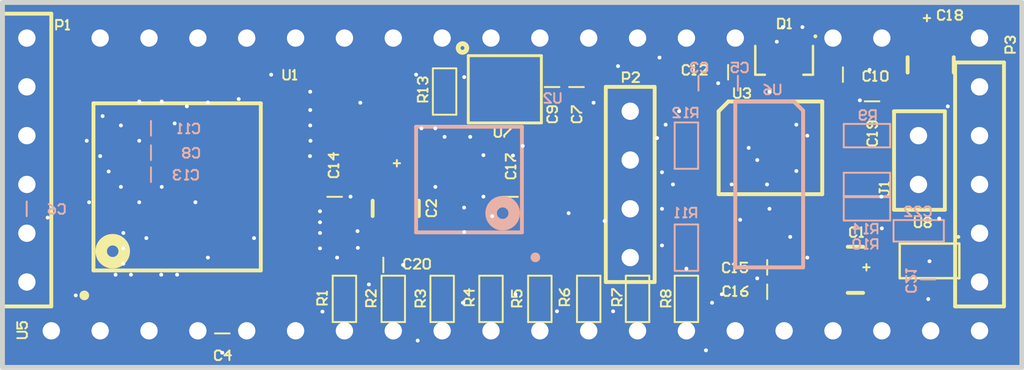
<source format=kicad_pcb>
(kicad_pcb (version 4) (generator gerbview)
  (layers (0 F.Cu signal) (31 B.Cu signal) (34 B.Paste user) (35 F.Paste user) (36 B.SilkS user) (37 F.SilkS user) (38 B.Mask user) (39 F.Mask user) (44 Edge.Cuts user))
  (gr_line (start 0 0) (end 0 -18.99996) (layer Edge.Cuts) (width 0.254))
  (gr_line (start 0 -18.99996) (end 52.99989 -18.99996) (layer Edge.Cuts) (width 0.254))
  (gr_line (start 52.99989 0) (end 52.99989 -18.99996) (layer Edge.Cuts) (width 0.254))
  (gr_line (start 0 0) (end 52.99989 0) (layer Edge.Cuts) (width 0.254))
  (gr_circle (center 27.70708 -5.72897) (end 27.83205 -5.72897) (layer B.SilkS) (width 0.24994))
  (gr_circle (center 26.00706 -8.02894) (end 26.30703 -8.02894) (layer B.SilkS) (width 0.59995))
  (gr_line (start 47.752 -4.5814) (end 48.514 -4.5814) (layer B.SilkS) (width 0.10008))
  (gr_line (start 46.32833 -6.5532) (end 46.32833 -7.6708) (layer B.SilkS) (width 0.10008))
  (gr_line (start 46.32833 -7.6708) (end 48.94428 -7.6708) (layer B.SilkS) (width 0.10008))
  (gr_line (start 48.94428 -6.5532) (end 48.94428 -7.6708) (layer B.SilkS) (width 0.10008))
  (gr_line (start 46.32833 -6.5532) (end 48.94428 -6.5532) (layer B.SilkS) (width 0.10008))
  (gr_line (start 46.15307 -7.6454) (end 46.15307 -8.8646) (layer B.SilkS) (width 0.10008))
  (gr_line (start 43.74007 -7.6454) (end 46.15307 -7.6454) (layer B.SilkS) (width 0.10008))
  (gr_line (start 43.74007 -7.6454) (end 43.74007 -8.8646) (layer B.SilkS) (width 0.10008))
  (gr_line (start 43.74007 -8.8646) (end 46.15307 -8.8646) (layer B.SilkS) (width 0.10008))
  (gr_line (start 46.15307 -8.9154) (end 46.15307 -10.1346) (layer B.SilkS) (width 0.10008))
  (gr_line (start 43.74007 -8.9154) (end 46.15307 -8.9154) (layer B.SilkS) (width 0.10008))
  (gr_line (start 43.74007 -8.9154) (end 43.74007 -10.1346) (layer B.SilkS) (width 0.10008))
  (gr_line (start 43.74007 -10.1346) (end 46.15307 -10.1346) (layer B.SilkS) (width 0.10008))
  (gr_line (start 46.15307 -11.4554) (end 46.15307 -12.6746) (layer B.SilkS) (width 0.10008))
  (gr_line (start 43.74007 -11.4554) (end 46.15307 -11.4554) (layer B.SilkS) (width 0.10008))
  (gr_line (start 43.74007 -11.4554) (end 43.74007 -12.6746) (layer B.SilkS) (width 0.10008))
  (gr_line (start 43.74007 -12.6746) (end 46.15307 -12.6746) (layer B.SilkS) (width 0.10008))
  (gr_line (start 38.2364 -14.4145) (end 38.2364 -15.1765) (layer B.SilkS) (width 0.10008))
  (gr_line (start 36.1856 -14.4145) (end 36.1856 -15.1765) (layer B.SilkS) (width 0.10008))
  (gr_line (start 34.9504 -5.02768) (end 36.1696 -5.02768) (layer B.SilkS) (width 0.10008))
  (gr_line (start 34.9504 -7.44068) (end 34.9504 -5.02768) (layer B.SilkS) (width 0.10008))
  (gr_line (start 34.9504 -7.44068) (end 36.1696 -7.44068) (layer B.SilkS) (width 0.10008))
  (gr_line (start 36.1696 -5.02768) (end 36.1696 -7.44068) (layer B.SilkS) (width 0.10008))
  (gr_line (start 34.9504 -12.75207) (end 36.1696 -12.75207) (layer B.SilkS) (width 0.10008))
  (gr_line (start 36.1696 -12.75207) (end 36.1696 -10.33907) (layer B.SilkS) (width 0.10008))
  (gr_line (start 34.9504 -10.33907) (end 36.1696 -10.33907) (layer B.SilkS) (width 0.10008))
  (gr_line (start 34.9504 -10.33907) (end 34.9504 -12.75207) (layer B.SilkS) (width 0.10008))
  (gr_line (start 7.7216 -9.652) (end 7.7216 -10.414) (layer B.SilkS) (width 0.10008))
  (gr_line (start 7.7216 -10.795) (end 7.7216 -11.557) (layer B.SilkS) (width 0.10008))
  (gr_line (start 7.7216 -12.065) (end 7.7216 -12.827) (layer B.SilkS) (width 0.10008))
  (gr_line (start 1.2606 -7.874) (end 1.2606 -8.636) (layer B.SilkS) (width 0.10008))
  (gr_line (start 36.30625 -15.78356) (end 36.38956 -15.86687) (layer B.SilkS) (width 0.10008))
  (gr_line (start 36.38956 -15.86687) (end 36.55619 -15.86687) (layer B.SilkS) (width 0.10008))
  (gr_line (start 36.55619 -15.86687) (end 36.6395 -15.78356) (layer B.SilkS) (width 0.10008))
  (gr_line (start 36.6395 -15.78356) (end 36.6395 -15.45031) (layer B.SilkS) (width 0.10008))
  (gr_line (start 36.6395 -15.45031) (end 36.55619 -15.367) (layer B.SilkS) (width 0.10008))
  (gr_line (start 36.55619 -15.367) (end 36.38956 -15.367) (layer B.SilkS) (width 0.10008))
  (gr_line (start 36.38956 -15.367) (end 36.30625 -15.45031) (layer B.SilkS) (width 0.10008))
  (gr_line (start 36.13963 -15.78356) (end 36.05632 -15.86687) (layer B.SilkS) (width 0.10008))
  (gr_line (start 36.05632 -15.86687) (end 35.88969 -15.86687) (layer B.SilkS) (width 0.10008))
  (gr_line (start 35.88969 -15.86687) (end 35.80638 -15.78356) (layer B.SilkS) (width 0.10008))
  (gr_line (start 35.80638 -15.78356) (end 35.80638 -15.70025) (layer B.SilkS) (width 0.10008))
  (gr_line (start 35.80638 -15.70025) (end 35.88969 -15.61694) (layer B.SilkS) (width 0.10008))
  (gr_line (start 35.88969 -15.61694) (end 35.973 -15.61694) (layer B.SilkS) (width 0.10008))
  (gr_line (start 35.973 -15.61694) (end 35.88969 -15.61694) (layer B.SilkS) (width 0.10008))
  (gr_line (start 35.88969 -15.61694) (end 35.80638 -15.53362) (layer B.SilkS) (width 0.10008))
  (gr_line (start 35.80638 -15.53362) (end 35.80638 -15.45031) (layer B.SilkS) (width 0.10008))
  (gr_line (start 35.80638 -15.45031) (end 35.88969 -15.367) (layer B.SilkS) (width 0.10008))
  (gr_line (start 35.88969 -15.367) (end 36.05632 -15.367) (layer B.SilkS) (width 0.10008))
  (gr_line (start 36.05632 -15.367) (end 36.13963 -15.45031) (layer B.SilkS) (width 0.10008))
  (gr_line (start 38.4109 -15.78356) (end 38.49395 -15.86687) (layer B.SilkS) (width 0.10008))
  (gr_line (start 38.49395 -15.86687) (end 38.66058 -15.86687) (layer B.SilkS) (width 0.10008))
  (gr_line (start 38.66058 -15.86687) (end 38.74389 -15.78356) (layer B.SilkS) (width 0.10008))
  (gr_line (start 38.74389 -15.78356) (end 38.74389 -15.45031) (layer B.SilkS) (width 0.10008))
  (gr_line (start 38.74389 -15.45031) (end 38.66058 -15.367) (layer B.SilkS) (width 0.10008))
  (gr_line (start 38.66058 -15.367) (end 38.49395 -15.367) (layer B.SilkS) (width 0.10008))
  (gr_line (start 38.49395 -15.367) (end 38.4109 -15.45031) (layer B.SilkS) (width 0.10008))
  (gr_line (start 37.91102 -15.86687) (end 38.24427 -15.86687) (layer B.SilkS) (width 0.10008))
  (gr_line (start 38.24427 -15.86687) (end 38.24427 -15.61694) (layer B.SilkS) (width 0.10008))
  (gr_line (start 38.24427 -15.61694) (end 38.07765 -15.70025) (layer B.SilkS) (width 0.10008))
  (gr_line (start 38.07765 -15.70025) (end 37.99434 -15.70025) (layer B.SilkS) (width 0.10008))
  (gr_line (start 37.99434 -15.70025) (end 37.91102 -15.61694) (layer B.SilkS) (width 0.10008))
  (gr_line (start 37.91102 -15.61694) (end 37.91102 -15.45031) (layer B.SilkS) (width 0.10008))
  (gr_line (start 37.91102 -15.45031) (end 37.99434 -15.367) (layer B.SilkS) (width 0.10008))
  (gr_line (start 37.99434 -15.367) (end 38.16096 -15.367) (layer B.SilkS) (width 0.10008))
  (gr_line (start 38.16096 -15.367) (end 38.24427 -15.45031) (layer B.SilkS) (width 0.10008))
  (gr_line (start 2.90525 -8.41756) (end 2.98856 -8.50087) (layer B.SilkS) (width 0.10008))
  (gr_line (start 2.98856 -8.50087) (end 3.15519 -8.50087) (layer B.SilkS) (width 0.10008))
  (gr_line (start 3.15519 -8.50087) (end 3.2385 -8.41756) (layer B.SilkS) (width 0.10008))
  (gr_line (start 3.2385 -8.41756) (end 3.2385 -8.08431) (layer B.SilkS) (width 0.10008))
  (gr_line (start 3.2385 -8.08431) (end 3.15519 -8.001) (layer B.SilkS) (width 0.10008))
  (gr_line (start 3.15519 -8.001) (end 2.98856 -8.001) (layer B.SilkS) (width 0.10008))
  (gr_line (start 2.98856 -8.001) (end 2.90525 -8.08431) (layer B.SilkS) (width 0.10008))
  (gr_line (start 2.40538 -8.50087) (end 2.572 -8.41756) (layer B.SilkS) (width 0.10008))
  (gr_line (start 2.572 -8.41756) (end 2.73863 -8.25094) (layer B.SilkS) (width 0.10008))
  (gr_line (start 2.73863 -8.25094) (end 2.73863 -8.08431) (layer B.SilkS) (width 0.10008))
  (gr_line (start 2.73863 -8.08431) (end 2.65532 -8.001) (layer B.SilkS) (width 0.10008))
  (gr_line (start 2.65532 -8.001) (end 2.48869 -8.001) (layer B.SilkS) (width 0.10008))
  (gr_line (start 2.48869 -8.001) (end 2.40538 -8.08431) (layer B.SilkS) (width 0.10008))
  (gr_line (start 2.40538 -8.08431) (end 2.40538 -8.16762) (layer B.SilkS) (width 0.10008))
  (gr_line (start 2.40538 -8.16762) (end 2.48869 -8.25094) (layer B.SilkS) (width 0.10008))
  (gr_line (start 2.48869 -8.25094) (end 2.73863 -8.25094) (layer B.SilkS) (width 0.10008))
  (gr_line (start 9.89025 -11.33856) (end 9.97356 -11.42187) (layer B.SilkS) (width 0.10008))
  (gr_line (start 9.97356 -11.42187) (end 10.14019 -11.42187) (layer B.SilkS) (width 0.10008))
  (gr_line (start 10.14019 -11.42187) (end 10.2235 -11.33856) (layer B.SilkS) (width 0.10008))
  (gr_line (start 10.2235 -11.33856) (end 10.2235 -11.00531) (layer B.SilkS) (width 0.10008))
  (gr_line (start 10.2235 -11.00531) (end 10.14019 -10.922) (layer B.SilkS) (width 0.10008))
  (gr_line (start 10.14019 -10.922) (end 9.97356 -10.922) (layer B.SilkS) (width 0.10008))
  (gr_line (start 9.97356 -10.922) (end 9.89025 -11.00531) (layer B.SilkS) (width 0.10008))
  (gr_line (start 9.72363 -11.33856) (end 9.64032 -11.42187) (layer B.SilkS) (width 0.10008))
  (gr_line (start 9.64032 -11.42187) (end 9.47369 -11.42187) (layer B.SilkS) (width 0.10008))
  (gr_line (start 9.47369 -11.42187) (end 9.39038 -11.33856) (layer B.SilkS) (width 0.10008))
  (gr_line (start 9.39038 -11.33856) (end 9.39038 -11.25525) (layer B.SilkS) (width 0.10008))
  (gr_line (start 9.39038 -11.25525) (end 9.47369 -11.17194) (layer B.SilkS) (width 0.10008))
  (gr_line (start 9.47369 -11.17194) (end 9.39038 -11.08862) (layer B.SilkS) (width 0.10008))
  (gr_line (start 9.39038 -11.08862) (end 9.39038 -11.00531) (layer B.SilkS) (width 0.10008))
  (gr_line (start 9.39038 -11.00531) (end 9.47369 -10.922) (layer B.SilkS) (width 0.10008))
  (gr_line (start 9.47369 -10.922) (end 9.64032 -10.922) (layer B.SilkS) (width 0.10008))
  (gr_line (start 9.64032 -10.922) (end 9.72363 -11.00531) (layer B.SilkS) (width 0.10008))
  (gr_line (start 9.72363 -11.00531) (end 9.72363 -11.08862) (layer B.SilkS) (width 0.10008))
  (gr_line (start 9.72363 -11.08862) (end 9.64032 -11.17194) (layer B.SilkS) (width 0.10008))
  (gr_line (start 9.64032 -11.17194) (end 9.72363 -11.25525) (layer B.SilkS) (width 0.10008))
  (gr_line (start 9.72363 -11.25525) (end 9.72363 -11.33856) (layer B.SilkS) (width 0.10008))
  (gr_line (start 9.64032 -11.17194) (end 9.47369 -11.17194) (layer B.SilkS) (width 0.10008))
  (gr_line (start 9.89025 -12.60856) (end 9.97356 -12.69187) (layer B.SilkS) (width 0.10008))
  (gr_line (start 9.97356 -12.69187) (end 10.14019 -12.69187) (layer B.SilkS) (width 0.10008))
  (gr_line (start 10.14019 -12.69187) (end 10.2235 -12.60856) (layer B.SilkS) (width 0.10008))
  (gr_line (start 10.2235 -12.60856) (end 10.2235 -12.27531) (layer B.SilkS) (width 0.10008))
  (gr_line (start 10.2235 -12.27531) (end 10.14019 -12.192) (layer B.SilkS) (width 0.10008))
  (gr_line (start 10.14019 -12.192) (end 9.97356 -12.192) (layer B.SilkS) (width 0.10008))
  (gr_line (start 9.97356 -12.192) (end 9.89025 -12.27531) (layer B.SilkS) (width 0.10008))
  (gr_line (start 9.72363 -12.192) (end 9.557 -12.192) (layer B.SilkS) (width 0.10008))
  (gr_line (start 9.557 -12.192) (end 9.64032 -12.192) (layer B.SilkS) (width 0.10008))
  (gr_line (start 9.64032 -12.192) (end 9.64032 -12.69187) (layer B.SilkS) (width 0.10008))
  (gr_line (start 9.64032 -12.69187) (end 9.72363 -12.60856) (layer B.SilkS) (width 0.10008))
  (gr_line (start 9.30707 -12.192) (end 9.14044 -12.192) (layer B.SilkS) (width 0.10008))
  (gr_line (start 9.14044 -12.192) (end 9.22376 -12.192) (layer B.SilkS) (width 0.10008))
  (gr_line (start 9.22376 -12.192) (end 9.22376 -12.69187) (layer B.SilkS) (width 0.10008))
  (gr_line (start 9.22376 -12.69187) (end 9.30707 -12.60856) (layer B.SilkS) (width 0.10008))
  (gr_line (start 9.82675 -10.19556) (end 9.91006 -10.27887) (layer B.SilkS) (width 0.10008))
  (gr_line (start 9.91006 -10.27887) (end 10.07669 -10.27887) (layer B.SilkS) (width 0.10008))
  (gr_line (start 10.07669 -10.27887) (end 10.16 -10.19556) (layer B.SilkS) (width 0.10008))
  (gr_line (start 10.16 -10.19556) (end 10.16 -9.86231) (layer B.SilkS) (width 0.10008))
  (gr_line (start 10.16 -9.86231) (end 10.07669 -9.779) (layer B.SilkS) (width 0.10008))
  (gr_line (start 10.07669 -9.779) (end 9.91006 -9.779) (layer B.SilkS) (width 0.10008))
  (gr_line (start 9.91006 -9.779) (end 9.82675 -9.86231) (layer B.SilkS) (width 0.10008))
  (gr_line (start 9.66013 -9.779) (end 9.4935 -9.779) (layer B.SilkS) (width 0.10008))
  (gr_line (start 9.4935 -9.779) (end 9.57682 -9.779) (layer B.SilkS) (width 0.10008))
  (gr_line (start 9.57682 -9.779) (end 9.57682 -10.27887) (layer B.SilkS) (width 0.10008))
  (gr_line (start 9.57682 -10.27887) (end 9.66013 -10.19556) (layer B.SilkS) (width 0.10008))
  (gr_line (start 9.24357 -10.19556) (end 9.16026 -10.27887) (layer B.SilkS) (width 0.10008))
  (gr_line (start 9.16026 -10.27887) (end 8.99363 -10.27887) (layer B.SilkS) (width 0.10008))
  (gr_line (start 8.99363 -10.27887) (end 8.91032 -10.19556) (layer B.SilkS) (width 0.10008))
  (gr_line (start 8.91032 -10.19556) (end 8.91032 -10.11225) (layer B.SilkS) (width 0.10008))
  (gr_line (start 8.91032 -10.11225) (end 8.99363 -10.02894) (layer B.SilkS) (width 0.10008))
  (gr_line (start 8.99363 -10.02894) (end 9.07694 -10.02894) (layer B.SilkS) (width 0.10008))
  (gr_line (start 9.07694 -10.02894) (end 8.99363 -10.02894) (layer B.SilkS) (width 0.10008))
  (gr_line (start 8.99363 -10.02894) (end 8.91032 -9.94562) (layer B.SilkS) (width 0.10008))
  (gr_line (start 8.91032 -9.94562) (end 8.91032 -9.86231) (layer B.SilkS) (width 0.10008))
  (gr_line (start 8.91032 -9.86231) (end 8.99363 -9.779) (layer B.SilkS) (width 0.10008))
  (gr_line (start 8.99363 -9.779) (end 9.16026 -9.779) (layer B.SilkS) (width 0.10008))
  (gr_line (start 9.16026 -9.779) (end 9.24357 -9.86231) (layer B.SilkS) (width 0.10008))
  (gr_line (start 47.40656 -4.27025) (end 47.48987 -4.18694) (layer B.SilkS) (width 0.10008))
  (gr_line (start 47.48987 -4.18694) (end 47.48987 -4.02031) (layer B.SilkS) (width 0.10008))
  (gr_line (start 47.48987 -4.02031) (end 47.40656 -3.937) (layer B.SilkS) (width 0.10008))
  (gr_line (start 47.40656 -3.937) (end 47.07331 -3.937) (layer B.SilkS) (width 0.10008))
  (gr_line (start 47.07331 -3.937) (end 46.99 -4.02031) (layer B.SilkS) (width 0.10008))
  (gr_line (start 46.99 -4.02031) (end 46.99 -4.18694) (layer B.SilkS) (width 0.10008))
  (gr_line (start 46.99 -4.18694) (end 47.07331 -4.27025) (layer B.SilkS) (width 0.10008))
  (gr_line (start 46.99 -4.77012) (end 46.99 -4.43687) (layer B.SilkS) (width 0.10008))
  (gr_line (start 46.99 -4.43687) (end 47.32325 -4.77012) (layer B.SilkS) (width 0.10008))
  (gr_line (start 47.32325 -4.77012) (end 47.40656 -4.77012) (layer B.SilkS) (width 0.10008))
  (gr_line (start 47.40656 -4.77012) (end 47.48987 -4.68681) (layer B.SilkS) (width 0.10008))
  (gr_line (start 47.48987 -4.68681) (end 47.48987 -4.52018) (layer B.SilkS) (width 0.10008))
  (gr_line (start 47.48987 -4.52018) (end 47.40656 -4.43687) (layer B.SilkS) (width 0.10008))
  (gr_line (start 46.99 -4.93674) (end 46.99 -5.10337) (layer B.SilkS) (width 0.10008))
  (gr_line (start 46.99 -5.10337) (end 46.99 -5.02006) (layer B.SilkS) (width 0.10008))
  (gr_line (start 46.99 -5.02006) (end 47.48987 -5.02006) (layer B.SilkS) (width 0.10008))
  (gr_line (start 47.48987 -5.02006) (end 47.40656 -4.93674) (layer B.SilkS) (width 0.10008))
  (gr_line (start 45.4025 -12.8905) (end 45.4025 -13.39037) (layer B.SilkS) (width 0.10008))
  (gr_line (start 45.4025 -13.39037) (end 45.15256 -13.39037) (layer B.SilkS) (width 0.10008))
  (gr_line (start 45.15256 -13.39037) (end 45.06925 -13.30706) (layer B.SilkS) (width 0.10008))
  (gr_line (start 45.06925 -13.30706) (end 45.06925 -13.14044) (layer B.SilkS) (width 0.10008))
  (gr_line (start 45.06925 -13.14044) (end 45.15256 -13.05712) (layer B.SilkS) (width 0.10008))
  (gr_line (start 45.15256 -13.05712) (end 45.4025 -13.05712) (layer B.SilkS) (width 0.10008))
  (gr_line (start 45.23588 -13.05712) (end 45.06925 -12.8905) (layer B.SilkS) (width 0.10008))
  (gr_line (start 44.90263 -12.97381) (end 44.81932 -12.8905) (layer B.SilkS) (width 0.10008))
  (gr_line (start 44.81932 -12.8905) (end 44.65269 -12.8905) (layer B.SilkS) (width 0.10008))
  (gr_line (start 44.65269 -12.8905) (end 44.56938 -12.97381) (layer B.SilkS) (width 0.10008))
  (gr_line (start 44.56938 -12.97381) (end 44.56938 -13.30706) (layer B.SilkS) (width 0.10008))
  (gr_line (start 44.56938 -13.30706) (end 44.65269 -13.39037) (layer B.SilkS) (width 0.10008))
  (gr_line (start 44.65269 -13.39037) (end 44.81932 -13.39037) (layer B.SilkS) (width 0.10008))
  (gr_line (start 44.81932 -13.39037) (end 44.90263 -13.30706) (layer B.SilkS) (width 0.10008))
  (gr_line (start 44.90263 -13.30706) (end 44.90263 -13.22375) (layer B.SilkS) (width 0.10008))
  (gr_line (start 44.90263 -13.22375) (end 44.81932 -13.14044) (layer B.SilkS) (width 0.10008))
  (gr_line (start 44.81932 -13.14044) (end 44.56938 -13.14044) (layer B.SilkS) (width 0.10008))
  (gr_line (start 45.49064 -6.17576) (end 45.49064 -6.67563) (layer B.SilkS) (width 0.10008))
  (gr_line (start 45.49064 -6.67563) (end 45.2407 -6.67563) (layer B.SilkS) (width 0.10008))
  (gr_line (start 45.2407 -6.67563) (end 45.15739 -6.59232) (layer B.SilkS) (width 0.10008))
  (gr_line (start 45.15739 -6.59232) (end 45.15739 -6.42569) (layer B.SilkS) (width 0.10008))
  (gr_line (start 45.15739 -6.42569) (end 45.2407 -6.34238) (layer B.SilkS) (width 0.10008))
  (gr_line (start 45.2407 -6.34238) (end 45.49064 -6.34238) (layer B.SilkS) (width 0.10008))
  (gr_line (start 45.32401 -6.34238) (end 45.15739 -6.17576) (layer B.SilkS) (width 0.10008))
  (gr_line (start 44.99077 -6.17576) (end 44.82414 -6.17576) (layer B.SilkS) (width 0.10008))
  (gr_line (start 44.82414 -6.17576) (end 44.90745 -6.17576) (layer B.SilkS) (width 0.10008))
  (gr_line (start 44.90745 -6.17576) (end 44.90745 -6.67563) (layer B.SilkS) (width 0.10008))
  (gr_line (start 44.90745 -6.67563) (end 44.99077 -6.59232) (layer B.SilkS) (width 0.10008))
  (gr_line (start 44.57421 -6.59232) (end 44.49089 -6.67563) (layer B.SilkS) (width 0.10008))
  (gr_line (start 44.49089 -6.67563) (end 44.32427 -6.67563) (layer B.SilkS) (width 0.10008))
  (gr_line (start 44.32427 -6.67563) (end 44.24096 -6.59232) (layer B.SilkS) (width 0.10008))
  (gr_line (start 44.24096 -6.59232) (end 44.24096 -6.25907) (layer B.SilkS) (width 0.10008))
  (gr_line (start 44.24096 -6.25907) (end 44.32427 -6.17576) (layer B.SilkS) (width 0.10008))
  (gr_line (start 44.32427 -6.17576) (end 44.49089 -6.17576) (layer B.SilkS) (width 0.10008))
  (gr_line (start 44.49089 -6.17576) (end 44.57421 -6.25907) (layer B.SilkS) (width 0.10008))
  (gr_line (start 44.57421 -6.25907) (end 44.57421 -6.59232) (layer B.SilkS) (width 0.10008))
  (gr_line (start 36.068 -7.8105) (end 36.068 -8.31037) (layer B.SilkS) (width 0.10008))
  (gr_line (start 36.068 -8.31037) (end 35.81806 -8.31037) (layer B.SilkS) (width 0.10008))
  (gr_line (start 35.81806 -8.31037) (end 35.73475 -8.22706) (layer B.SilkS) (width 0.10008))
  (gr_line (start 35.73475 -8.22706) (end 35.73475 -8.06044) (layer B.SilkS) (width 0.10008))
  (gr_line (start 35.73475 -8.06044) (end 35.81806 -7.97712) (layer B.SilkS) (width 0.10008))
  (gr_line (start 35.81806 -7.97712) (end 36.068 -7.97712) (layer B.SilkS) (width 0.10008))
  (gr_line (start 35.90138 -7.97712) (end 35.73475 -7.8105) (layer B.SilkS) (width 0.10008))
  (gr_line (start 35.56813 -7.8105) (end 35.4015 -7.8105) (layer B.SilkS) (width 0.10008))
  (gr_line (start 35.4015 -7.8105) (end 35.48482 -7.8105) (layer B.SilkS) (width 0.10008))
  (gr_line (start 35.48482 -7.8105) (end 35.48482 -8.31037) (layer B.SilkS) (width 0.10008))
  (gr_line (start 35.48482 -8.31037) (end 35.56813 -8.22706) (layer B.SilkS) (width 0.10008))
  (gr_line (start 35.15157 -7.8105) (end 34.98494 -7.8105) (layer B.SilkS) (width 0.10008))
  (gr_line (start 34.98494 -7.8105) (end 35.06826 -7.8105) (layer B.SilkS) (width 0.10008))
  (gr_line (start 35.06826 -7.8105) (end 35.06826 -8.31037) (layer B.SilkS) (width 0.10008))
  (gr_line (start 35.06826 -8.31037) (end 35.15157 -8.22706) (layer B.SilkS) (width 0.10008))
  (gr_line (start 36.1315 -13.0175) (end 36.1315 -13.51737) (layer B.SilkS) (width 0.10008))
  (gr_line (start 36.1315 -13.51737) (end 35.88156 -13.51737) (layer B.SilkS) (width 0.10008))
  (gr_line (start 35.88156 -13.51737) (end 35.79825 -13.43406) (layer B.SilkS) (width 0.10008))
  (gr_line (start 35.79825 -13.43406) (end 35.79825 -13.26744) (layer B.SilkS) (width 0.10008))
  (gr_line (start 35.79825 -13.26744) (end 35.88156 -13.18412) (layer B.SilkS) (width 0.10008))
  (gr_line (start 35.88156 -13.18412) (end 36.1315 -13.18412) (layer B.SilkS) (width 0.10008))
  (gr_line (start 35.96488 -13.18412) (end 35.79825 -13.0175) (layer B.SilkS) (width 0.10008))
  (gr_line (start 35.63163 -13.0175) (end 35.465 -13.0175) (layer B.SilkS) (width 0.10008))
  (gr_line (start 35.465 -13.0175) (end 35.54832 -13.0175) (layer B.SilkS) (width 0.10008))
  (gr_line (start 35.54832 -13.0175) (end 35.54832 -13.51737) (layer B.SilkS) (width 0.10008))
  (gr_line (start 35.54832 -13.51737) (end 35.63163 -13.43406) (layer B.SilkS) (width 0.10008))
  (gr_line (start 34.88182 -13.0175) (end 35.21507 -13.0175) (layer B.SilkS) (width 0.10008))
  (gr_line (start 35.21507 -13.0175) (end 34.88182 -13.35075) (layer B.SilkS) (width 0.10008))
  (gr_line (start 34.88182 -13.35075) (end 34.88182 -13.43406) (layer B.SilkS) (width 0.10008))
  (gr_line (start 34.88182 -13.43406) (end 34.96513 -13.51737) (layer B.SilkS) (width 0.10008))
  (gr_line (start 34.96513 -13.51737) (end 35.13176 -13.51737) (layer B.SilkS) (width 0.10008))
  (gr_line (start 35.13176 -13.51737) (end 35.21507 -13.43406) (layer B.SilkS) (width 0.10008))
  (gr_line (start 45.49064 -6.97128) (end 45.49064 -7.47116) (layer B.SilkS) (width 0.10008))
  (gr_line (start 45.49064 -7.47116) (end 45.2407 -7.47116) (layer B.SilkS) (width 0.10008))
  (gr_line (start 45.2407 -7.47116) (end 45.15739 -7.38784) (layer B.SilkS) (width 0.10008))
  (gr_line (start 45.15739 -7.38784) (end 45.15739 -7.22122) (layer B.SilkS) (width 0.10008))
  (gr_line (start 45.15739 -7.22122) (end 45.2407 -7.13791) (layer B.SilkS) (width 0.10008))
  (gr_line (start 45.2407 -7.13791) (end 45.49064 -7.13791) (layer B.SilkS) (width 0.10008))
  (gr_line (start 45.32401 -7.13791) (end 45.15739 -6.97128) (layer B.SilkS) (width 0.10008))
  (gr_line (start 44.99077 -6.97128) (end 44.82414 -6.97128) (layer B.SilkS) (width 0.10008))
  (gr_line (start 44.82414 -6.97128) (end 44.90745 -6.97128) (layer B.SilkS) (width 0.10008))
  (gr_line (start 44.90745 -6.97128) (end 44.90745 -7.47116) (layer B.SilkS) (width 0.10008))
  (gr_line (start 44.90745 -7.47116) (end 44.99077 -7.38784) (layer B.SilkS) (width 0.10008))
  (gr_line (start 44.32427 -6.97128) (end 44.32427 -7.47116) (layer B.SilkS) (width 0.10008))
  (gr_line (start 44.32427 -7.47116) (end 44.57421 -7.22122) (layer B.SilkS) (width 0.10008))
  (gr_line (start 44.57421 -7.22122) (end 44.24096 -7.22122) (layer B.SilkS) (width 0.10008))
  (gr_line (start 29.0195 -14.27937) (end 29.0195 -13.86281) (layer B.SilkS) (width 0.10008))
  (gr_line (start 29.0195 -13.86281) (end 28.93619 -13.7795) (layer B.SilkS) (width 0.10008))
  (gr_line (start 28.93619 -13.7795) (end 28.76956 -13.7795) (layer B.SilkS) (width 0.10008))
  (gr_line (start 28.76956 -13.7795) (end 28.68625 -13.86281) (layer B.SilkS) (width 0.10008))
  (gr_line (start 28.68625 -13.86281) (end 28.68625 -14.27937) (layer B.SilkS) (width 0.10008))
  (gr_line (start 28.18638 -13.7795) (end 28.51963 -13.7795) (layer B.SilkS) (width 0.10008))
  (gr_line (start 28.51963 -13.7795) (end 28.18638 -14.11275) (layer B.SilkS) (width 0.10008))
  (gr_line (start 28.18638 -14.11275) (end 28.18638 -14.19606) (layer B.SilkS) (width 0.10008))
  (gr_line (start 28.18638 -14.19606) (end 28.26969 -14.27937) (layer B.SilkS) (width 0.10008))
  (gr_line (start 28.26969 -14.27937) (end 28.43632 -14.27937) (layer B.SilkS) (width 0.10008))
  (gr_line (start 28.43632 -14.27937) (end 28.51963 -14.19606) (layer B.SilkS) (width 0.10008))
  (gr_line (start 40.4495 -14.72387) (end 40.4495 -14.30731) (layer B.SilkS) (width 0.10008))
  (gr_line (start 40.4495 -14.30731) (end 40.36619 -14.224) (layer B.SilkS) (width 0.10008))
  (gr_line (start 40.36619 -14.224) (end 40.19956 -14.224) (layer B.SilkS) (width 0.10008))
  (gr_line (start 40.19956 -14.224) (end 40.11625 -14.30731) (layer B.SilkS) (width 0.10008))
  (gr_line (start 40.11625 -14.30731) (end 40.11625 -14.72387) (layer B.SilkS) (width 0.10008))
  (gr_line (start 39.61638 -14.72387) (end 39.783 -14.64056) (layer B.SilkS) (width 0.10008))
  (gr_line (start 39.783 -14.64056) (end 39.94963 -14.47394) (layer B.SilkS) (width 0.10008))
  (gr_line (start 39.94963 -14.47394) (end 39.94963 -14.30731) (layer B.SilkS) (width 0.10008))
  (gr_line (start 39.94963 -14.30731) (end 39.86632 -14.224) (layer B.SilkS) (width 0.10008))
  (gr_line (start 39.86632 -14.224) (end 39.69969 -14.224) (layer B.SilkS) (width 0.10008))
  (gr_line (start 39.69969 -14.224) (end 39.61638 -14.30731) (layer B.SilkS) (width 0.10008))
  (gr_line (start 39.61638 -14.30731) (end 39.61638 -14.39062) (layer B.SilkS) (width 0.10008))
  (gr_line (start 39.61638 -14.39062) (end 39.69969 -14.47394) (layer B.SilkS) (width 0.10008))
  (gr_line (start 39.69969 -14.47394) (end 39.94963 -14.47394) (layer B.SilkS) (width 0.10008))
  (gr_line (start 47.92675 -8.29056) (end 48.01006 -8.37387) (layer B.SilkS) (width 0.10008))
  (gr_line (start 48.01006 -8.37387) (end 48.17669 -8.37387) (layer B.SilkS) (width 0.10008))
  (gr_line (start 48.17669 -8.37387) (end 48.26 -8.29056) (layer B.SilkS) (width 0.10008))
  (gr_line (start 48.26 -8.29056) (end 48.26 -7.95731) (layer B.SilkS) (width 0.10008))
  (gr_line (start 48.26 -7.95731) (end 48.17669 -7.874) (layer B.SilkS) (width 0.10008))
  (gr_line (start 48.17669 -7.874) (end 48.01006 -7.874) (layer B.SilkS) (width 0.10008))
  (gr_line (start 48.01006 -7.874) (end 47.92675 -7.95731) (layer B.SilkS) (width 0.10008))
  (gr_line (start 47.42688 -7.874) (end 47.76013 -7.874) (layer B.SilkS) (width 0.10008))
  (gr_line (start 47.76013 -7.874) (end 47.42688 -8.20725) (layer B.SilkS) (width 0.10008))
  (gr_line (start 47.42688 -8.20725) (end 47.42688 -8.29056) (layer B.SilkS) (width 0.10008))
  (gr_line (start 47.42688 -8.29056) (end 47.51019 -8.37387) (layer B.SilkS) (width 0.10008))
  (gr_line (start 47.51019 -8.37387) (end 47.67682 -8.37387) (layer B.SilkS) (width 0.10008))
  (gr_line (start 47.67682 -8.37387) (end 47.76013 -8.29056) (layer B.SilkS) (width 0.10008))
  (gr_line (start 46.92701 -7.874) (end 47.26026 -7.874) (layer B.SilkS) (width 0.10008))
  (gr_line (start 47.26026 -7.874) (end 46.92701 -8.20725) (layer B.SilkS) (width 0.10008))
  (gr_line (start 46.92701 -8.20725) (end 46.92701 -8.29056) (layer B.SilkS) (width 0.10008))
  (gr_line (start 46.92701 -8.29056) (end 47.01032 -8.37387) (layer B.SilkS) (width 0.10008))
  (gr_line (start 47.01032 -8.37387) (end 47.17694 -8.37387) (layer B.SilkS) (width 0.10008))
  (gr_line (start 47.17694 -8.37387) (end 47.26026 -8.29056) (layer B.SilkS) (width 0.10008))
  (gr_line (start 21.50694 -7.02894) (end 27.00706 -7.02894) (layer B.SilkS) (width 0.1999))
  (gr_line (start 21.50694 -12.52906) (end 27.00706 -12.52906) (layer B.SilkS) (width 0.1999))
  (gr_line (start 27.00706 -7.02894) (end 27.00706 -12.52906) (layer B.SilkS) (width 0.1999))
  (gr_line (start 21.50694 -7.02894) (end 21.50694 -12.52906) (layer B.SilkS) (width 0.1999))
  (gr_line (start 41.148 -13.843) (end 41.62806 -13.36294) (layer B.SilkS) (width 0.2032))
  (gr_line (start 41.62806 -5.207) (end 41.62806 -13.36294) (layer B.SilkS) (width 0.2032))
  (gr_line (start 38.1 -5.207) (end 38.1 -13.843) (layer B.SilkS) (width 0.2032))
  (gr_line (start 38.1 -5.207) (end 41.62806 -5.207) (layer B.SilkS) (width 0.2032))
  (gr_line (start 38.1 -13.843) (end 41.148 -13.843) (layer B.SilkS) (width 0.2032))
  (gr_line (start 24.2189 -12.72794) (end 28.01899 -12.72794) (layer F.SilkS) (width 0.15011))
  (gr_line (start 28.01899 -12.72794) (end 28.01899 -16.22806) (layer F.SilkS) (width 0.15011))
  (gr_line (start 24.2189 -16.22806) (end 28.01899 -16.22806) (layer F.SilkS) (width 0.15011))
  (gr_line (start 24.2189 -12.72794) (end 24.2189 -16.22806) (layer F.SilkS) (width 0.15011))
  (gr_circle (center 4.25704 -3.74802) (end 4.38201 -3.74802) (layer F.SilkS) (width 0.24994))
  (gr_circle (center 23.91892 -16.62811) (end 24.019 -16.62811) (layer F.SilkS) (width 0.24994))
  (gr_circle (center 5.73202 -6.04799) (end 6.03199 -6.04799) (layer F.SilkS) (width 0.59995))
  (gr_circle (center 42.26509 -17.23593) (end 42.31589 -17.23593) (layer F.SilkS) (width 0.1016))
  (gr_circle (center 49.69891 -6.79501) (end 49.74895 -6.79501) (layer F.SilkS) (width 0.10008))
  (gr_line (start 44.831 -13.8524) (end 45.593 -13.8524) (layer F.SilkS) (width 0.10008))
  (gr_line (start 39.7604 -3.556) (end 39.7604 -4.318) (layer F.SilkS) (width 0.10008))
  (gr_line (start 39.7604 -4.826) (end 39.7604 -5.588) (layer F.SilkS) (width 0.10008))
  (gr_line (start 34.9504 -2.36093) (end 36.1696 -2.36093) (layer F.SilkS) (width 0.10008))
  (gr_line (start 36.1696 -2.36093) (end 36.1696 -4.77368) (layer F.SilkS) (width 0.10008))
  (gr_line (start 34.9504 -4.77368) (end 36.1696 -4.77368) (layer F.SilkS) (width 0.10008))
  (gr_line (start 34.9504 -2.36093) (end 34.9504 -4.77368) (layer F.SilkS) (width 0.10008))
  (gr_line (start 29.8704 -2.36093) (end 31.0896 -2.36093) (layer F.SilkS) (width 0.10008))
  (gr_line (start 31.0896 -2.36093) (end 31.0896 -4.77368) (layer F.SilkS) (width 0.10008))
  (gr_line (start 29.8704 -4.77368) (end 31.0896 -4.77368) (layer F.SilkS) (width 0.10008))
  (gr_line (start 29.8704 -2.36093) (end 29.8704 -4.77368) (layer F.SilkS) (width 0.10008))
  (gr_line (start 32.4104 -2.36093) (end 33.6296 -2.36093) (layer F.SilkS) (width 0.10008))
  (gr_line (start 33.6296 -2.36093) (end 33.6296 -4.77368) (layer F.SilkS) (width 0.10008))
  (gr_line (start 32.4104 -4.77368) (end 33.6296 -4.77368) (layer F.SilkS) (width 0.10008))
  (gr_line (start 32.4104 -2.36093) (end 32.4104 -4.77368) (layer F.SilkS) (width 0.10008))
  (gr_line (start 27.3304 -2.36093) (end 28.5496 -2.36093) (layer F.SilkS) (width 0.10008))
  (gr_line (start 28.5496 -2.36093) (end 28.5496 -4.77368) (layer F.SilkS) (width 0.10008))
  (gr_line (start 27.3304 -4.77368) (end 28.5496 -4.77368) (layer F.SilkS) (width 0.10008))
  (gr_line (start 27.3304 -2.36093) (end 27.3304 -4.77368) (layer F.SilkS) (width 0.10008))
  (gr_line (start 24.7904 -2.36093) (end 26.0096 -2.36093) (layer F.SilkS) (width 0.10008))
  (gr_line (start 26.0096 -2.36093) (end 26.0096 -4.77368) (layer F.SilkS) (width 0.10008))
  (gr_line (start 24.7904 -4.77368) (end 26.0096 -4.77368) (layer F.SilkS) (width 0.10008))
  (gr_line (start 24.7904 -2.36093) (end 24.7904 -4.77368) (layer F.SilkS) (width 0.10008))
  (gr_line (start 22.2504 -2.36093) (end 23.4696 -2.36093) (layer F.SilkS) (width 0.10008))
  (gr_line (start 23.4696 -2.36093) (end 23.4696 -4.77368) (layer F.SilkS) (width 0.10008))
  (gr_line (start 22.2504 -4.77368) (end 23.4696 -4.77368) (layer F.SilkS) (width 0.10008))
  (gr_line (start 22.2504 -2.36093) (end 22.2504 -4.77368) (layer F.SilkS) (width 0.10008))
  (gr_line (start 19.7104 -2.36093) (end 20.9296 -2.36093) (layer F.SilkS) (width 0.10008))
  (gr_line (start 20.9296 -2.36093) (end 20.9296 -4.77368) (layer F.SilkS) (width 0.10008))
  (gr_line (start 19.7104 -4.77368) (end 20.9296 -4.77368) (layer F.SilkS) (width 0.10008))
  (gr_line (start 19.7104 -2.36093) (end 19.7104 -4.77368) (layer F.SilkS) (width 0.10008))
  (gr_line (start 17.1704 -2.36093) (end 18.3896 -2.36093) (layer F.SilkS) (width 0.10008))
  (gr_line (start 18.3896 -2.36093) (end 18.3896 -4.77368) (layer F.SilkS) (width 0.10008))
  (gr_line (start 17.1704 -4.77368) (end 18.3896 -4.77368) (layer F.SilkS) (width 0.10008))
  (gr_line (start 17.1704 -2.36093) (end 17.1704 -4.77368) (layer F.SilkS) (width 0.10008))
  (gr_line (start 11.049 -1.7686) (end 11.811 -1.7686) (layer F.SilkS) (width 0.10008))
  (gr_line (start 16.891 -8.8806) (end 17.653 -8.8806) (layer F.SilkS) (width 0.10008))
  (gr_line (start 19.8026 -4.953) (end 19.8026 -5.715) (layer F.SilkS) (width 0.10008))
  (gr_line (start 26.035 -8.8806) (end 26.797 -8.8806) (layer F.SilkS) (width 0.10008))
  (gr_line (start 22.3774 -13.15568) (end 23.5966 -13.15568) (layer F.SilkS) (width 0.10008))
  (gr_line (start 23.5966 -13.15568) (end 23.5966 -15.56893) (layer F.SilkS) (width 0.10008))
  (gr_line (start 22.3774 -15.56893) (end 23.5966 -15.56893) (layer F.SilkS) (width 0.10008))
  (gr_line (start 22.3774 -15.56893) (end 22.3774 -13.15568) (layer F.SilkS) (width 0.10008))
  (gr_line (start 28.194 -14.5956) (end 28.956 -14.5956) (layer F.SilkS) (width 0.10008))
  (gr_line (start 29.464 -14.5956) (end 30.226 -14.5956) (layer F.SilkS) (width 0.10008))
  (gr_line (start 37.7284 -14.986) (end 37.7284 -15.748) (layer F.SilkS) (width 0.10008))
  (gr_line (start 43.6974 -14.859) (end 43.6974 -15.621) (layer F.SilkS) (width 0.10008))
  (gr_line (start 44.40225 -7.21106) (end 44.31894 -7.29437) (layer F.SilkS) (width 0.10008))
  (gr_line (start 44.31894 -7.29437) (end 44.15231 -7.29437) (layer F.SilkS) (width 0.10008))
  (gr_line (start 44.15231 -7.29437) (end 44.069 -7.21106) (layer F.SilkS) (width 0.10008))
  (gr_line (start 44.069 -7.21106) (end 44.069 -6.87781) (layer F.SilkS) (width 0.10008))
  (gr_line (start 44.069 -6.87781) (end 44.15231 -6.7945) (layer F.SilkS) (width 0.10008))
  (gr_line (start 44.15231 -6.7945) (end 44.31894 -6.7945) (layer F.SilkS) (width 0.10008))
  (gr_line (start 44.31894 -6.7945) (end 44.40225 -6.87781) (layer F.SilkS) (width 0.10008))
  (gr_line (start 44.56887 -6.7945) (end 44.7355 -6.7945) (layer F.SilkS) (width 0.10008))
  (gr_line (start 44.7355 -6.7945) (end 44.65218 -6.7945) (layer F.SilkS) (width 0.10008))
  (gr_line (start 44.65218 -6.7945) (end 44.65218 -7.29437) (layer F.SilkS) (width 0.10008))
  (gr_line (start 44.65218 -7.29437) (end 44.56887 -7.21106) (layer F.SilkS) (width 0.10008))
  (gr_line (start 22.12594 -8.20725) (end 22.04263 -8.12394) (layer F.SilkS) (width 0.10008))
  (gr_line (start 22.04263 -8.12394) (end 22.04263 -7.95731) (layer F.SilkS) (width 0.10008))
  (gr_line (start 22.04263 -7.95731) (end 22.12594 -7.874) (layer F.SilkS) (width 0.10008))
  (gr_line (start 22.12594 -7.874) (end 22.45919 -7.874) (layer F.SilkS) (width 0.10008))
  (gr_line (start 22.45919 -7.874) (end 22.5425 -7.95731) (layer F.SilkS) (width 0.10008))
  (gr_line (start 22.5425 -7.95731) (end 22.5425 -8.12394) (layer F.SilkS) (width 0.10008))
  (gr_line (start 22.5425 -8.12394) (end 22.45919 -8.20725) (layer F.SilkS) (width 0.10008))
  (gr_line (start 22.5425 -8.70712) (end 22.5425 -8.37387) (layer F.SilkS) (width 0.10008))
  (gr_line (start 22.5425 -8.37387) (end 22.20925 -8.70712) (layer F.SilkS) (width 0.10008))
  (gr_line (start 22.20925 -8.70712) (end 22.12594 -8.70712) (layer F.SilkS) (width 0.10008))
  (gr_line (start 22.12594 -8.70712) (end 22.04263 -8.62381) (layer F.SilkS) (width 0.10008))
  (gr_line (start 22.04263 -8.62381) (end 22.04263 -8.45718) (layer F.SilkS) (width 0.10008))
  (gr_line (start 22.04263 -8.45718) (end 22.12594 -8.37387) (layer F.SilkS) (width 0.10008))
  (gr_line (start 11.38225 -0.79756) (end 11.29894 -0.88087) (layer F.SilkS) (width 0.10008))
  (gr_line (start 11.29894 -0.88087) (end 11.13231 -0.88087) (layer F.SilkS) (width 0.10008))
  (gr_line (start 11.13231 -0.88087) (end 11.049 -0.79756) (layer F.SilkS) (width 0.10008))
  (gr_line (start 11.049 -0.79756) (end 11.049 -0.46431) (layer F.SilkS) (width 0.10008))
  (gr_line (start 11.049 -0.46431) (end 11.13231 -0.381) (layer F.SilkS) (width 0.10008))
  (gr_line (start 11.13231 -0.381) (end 11.29894 -0.381) (layer F.SilkS) (width 0.10008))
  (gr_line (start 11.29894 -0.381) (end 11.38225 -0.46431) (layer F.SilkS) (width 0.10008))
  (gr_line (start 11.79881 -0.381) (end 11.79881 -0.88087) (layer F.SilkS) (width 0.10008))
  (gr_line (start 11.79881 -0.88087) (end 11.54887 -0.63094) (layer F.SilkS) (width 0.10008))
  (gr_line (start 11.54887 -0.63094) (end 11.88212 -0.63094) (layer F.SilkS) (width 0.10008))
  (gr_line (start 29.68244 -13.09675) (end 29.59913 -13.01344) (layer F.SilkS) (width 0.10008))
  (gr_line (start 29.59913 -13.01344) (end 29.59913 -12.84681) (layer F.SilkS) (width 0.10008))
  (gr_line (start 29.59913 -12.84681) (end 29.68244 -12.7635) (layer F.SilkS) (width 0.10008))
  (gr_line (start 29.68244 -12.7635) (end 30.01569 -12.7635) (layer F.SilkS) (width 0.10008))
  (gr_line (start 30.01569 -12.7635) (end 30.099 -12.84681) (layer F.SilkS) (width 0.10008))
  (gr_line (start 30.099 -12.84681) (end 30.099 -13.01344) (layer F.SilkS) (width 0.10008))
  (gr_line (start 30.099 -13.01344) (end 30.01569 -13.09675) (layer F.SilkS) (width 0.10008))
  (gr_line (start 29.59913 -13.26337) (end 29.59913 -13.59662) (layer F.SilkS) (width 0.10008))
  (gr_line (start 29.59913 -13.59662) (end 29.68244 -13.59662) (layer F.SilkS) (width 0.10008))
  (gr_line (start 29.68244 -13.59662) (end 30.01569 -13.26337) (layer F.SilkS) (width 0.10008))
  (gr_line (start 30.01569 -13.26337) (end 30.099 -13.26337) (layer F.SilkS) (width 0.10008))
  (gr_line (start 28.41244 -13.09675) (end 28.32913 -13.01344) (layer F.SilkS) (width 0.10008))
  (gr_line (start 28.32913 -13.01344) (end 28.32913 -12.84681) (layer F.SilkS) (width 0.10008))
  (gr_line (start 28.32913 -12.84681) (end 28.41244 -12.7635) (layer F.SilkS) (width 0.10008))
  (gr_line (start 28.41244 -12.7635) (end 28.74569 -12.7635) (layer F.SilkS) (width 0.10008))
  (gr_line (start 28.74569 -12.7635) (end 28.829 -12.84681) (layer F.SilkS) (width 0.10008))
  (gr_line (start 28.829 -12.84681) (end 28.829 -13.01344) (layer F.SilkS) (width 0.10008))
  (gr_line (start 28.829 -13.01344) (end 28.74569 -13.09675) (layer F.SilkS) (width 0.10008))
  (gr_line (start 28.74569 -13.26337) (end 28.829 -13.34668) (layer F.SilkS) (width 0.10008))
  (gr_line (start 28.829 -13.34668) (end 28.829 -13.51331) (layer F.SilkS) (width 0.10008))
  (gr_line (start 28.829 -13.51331) (end 28.74569 -13.59662) (layer F.SilkS) (width 0.10008))
  (gr_line (start 28.74569 -13.59662) (end 28.41244 -13.59662) (layer F.SilkS) (width 0.10008))
  (gr_line (start 28.41244 -13.59662) (end 28.32913 -13.51331) (layer F.SilkS) (width 0.10008))
  (gr_line (start 28.32913 -13.51331) (end 28.32913 -13.34668) (layer F.SilkS) (width 0.10008))
  (gr_line (start 28.32913 -13.34668) (end 28.41244 -13.26337) (layer F.SilkS) (width 0.10008))
  (gr_line (start 28.41244 -13.26337) (end 28.49575 -13.26337) (layer F.SilkS) (width 0.10008))
  (gr_line (start 28.49575 -13.26337) (end 28.57906 -13.34668) (layer F.SilkS) (width 0.10008))
  (gr_line (start 28.57906 -13.34668) (end 28.57906 -13.59662) (layer F.SilkS) (width 0.10008))
  (gr_line (start 45.10075 -15.33906) (end 45.01744 -15.42237) (layer F.SilkS) (width 0.10008))
  (gr_line (start 45.01744 -15.42237) (end 44.85081 -15.42237) (layer F.SilkS) (width 0.10008))
  (gr_line (start 44.85081 -15.42237) (end 44.7675 -15.33906) (layer F.SilkS) (width 0.10008))
  (gr_line (start 44.7675 -15.33906) (end 44.7675 -15.00581) (layer F.SilkS) (width 0.10008))
  (gr_line (start 44.7675 -15.00581) (end 44.85081 -14.9225) (layer F.SilkS) (width 0.10008))
  (gr_line (start 44.85081 -14.9225) (end 45.01744 -14.9225) (layer F.SilkS) (width 0.10008))
  (gr_line (start 45.01744 -14.9225) (end 45.10075 -15.00581) (layer F.SilkS) (width 0.10008))
  (gr_line (start 45.26737 -14.9225) (end 45.434 -14.9225) (layer F.SilkS) (width 0.10008))
  (gr_line (start 45.434 -14.9225) (end 45.35068 -14.9225) (layer F.SilkS) (width 0.10008))
  (gr_line (start 45.35068 -14.9225) (end 45.35068 -15.42237) (layer F.SilkS) (width 0.10008))
  (gr_line (start 45.35068 -15.42237) (end 45.26737 -15.33906) (layer F.SilkS) (width 0.10008))
  (gr_line (start 45.68393 -15.33906) (end 45.76724 -15.42237) (layer F.SilkS) (width 0.10008))
  (gr_line (start 45.76724 -15.42237) (end 45.93387 -15.42237) (layer F.SilkS) (width 0.10008))
  (gr_line (start 45.93387 -15.42237) (end 46.01718 -15.33906) (layer F.SilkS) (width 0.10008))
  (gr_line (start 46.01718 -15.33906) (end 46.01718 -15.00581) (layer F.SilkS) (width 0.10008))
  (gr_line (start 46.01718 -15.00581) (end 45.93387 -14.9225) (layer F.SilkS) (width 0.10008))
  (gr_line (start 45.93387 -14.9225) (end 45.76724 -14.9225) (layer F.SilkS) (width 0.10008))
  (gr_line (start 45.76724 -14.9225) (end 45.68393 -15.00581) (layer F.SilkS) (width 0.10008))
  (gr_line (start 45.68393 -15.00581) (end 45.68393 -15.33906) (layer F.SilkS) (width 0.10008))
  (gr_line (start 35.70275 -15.65656) (end 35.61944 -15.73987) (layer F.SilkS) (width 0.10008))
  (gr_line (start 35.61944 -15.73987) (end 35.45281 -15.73987) (layer F.SilkS) (width 0.10008))
  (gr_line (start 35.45281 -15.73987) (end 35.3695 -15.65656) (layer F.SilkS) (width 0.10008))
  (gr_line (start 35.3695 -15.65656) (end 35.3695 -15.32331) (layer F.SilkS) (width 0.10008))
  (gr_line (start 35.3695 -15.32331) (end 35.45281 -15.24) (layer F.SilkS) (width 0.10008))
  (gr_line (start 35.45281 -15.24) (end 35.61944 -15.24) (layer F.SilkS) (width 0.10008))
  (gr_line (start 35.61944 -15.24) (end 35.70275 -15.32331) (layer F.SilkS) (width 0.10008))
  (gr_line (start 35.86937 -15.24) (end 36.036 -15.24) (layer F.SilkS) (width 0.10008))
  (gr_line (start 36.036 -15.24) (end 35.95268 -15.24) (layer F.SilkS) (width 0.10008))
  (gr_line (start 35.95268 -15.24) (end 35.95268 -15.73987) (layer F.SilkS) (width 0.10008))
  (gr_line (start 35.95268 -15.73987) (end 35.86937 -15.65656) (layer F.SilkS) (width 0.10008))
  (gr_line (start 36.61918 -15.24) (end 36.28593 -15.24) (layer F.SilkS) (width 0.10008))
  (gr_line (start 36.28593 -15.24) (end 36.61918 -15.57325) (layer F.SilkS) (width 0.10008))
  (gr_line (start 36.61918 -15.57325) (end 36.61918 -15.65656) (layer F.SilkS) (width 0.10008))
  (gr_line (start 36.61918 -15.65656) (end 36.53587 -15.73987) (layer F.SilkS) (width 0.10008))
  (gr_line (start 36.53587 -15.73987) (end 36.36924 -15.73987) (layer F.SilkS) (width 0.10008))
  (gr_line (start 36.36924 -15.73987) (end 36.28593 -15.65656) (layer F.SilkS) (width 0.10008))
  (gr_line (start 17.04594 -10.23925) (end 16.96263 -10.15594) (layer F.SilkS) (width 0.10008))
  (gr_line (start 16.96263 -10.15594) (end 16.96263 -9.98931) (layer F.SilkS) (width 0.10008))
  (gr_line (start 16.96263 -9.98931) (end 17.04594 -9.906) (layer F.SilkS) (width 0.10008))
  (gr_line (start 17.04594 -9.906) (end 17.37919 -9.906) (layer F.SilkS) (width 0.10008))
  (gr_line (start 17.37919 -9.906) (end 17.4625 -9.98931) (layer F.SilkS) (width 0.10008))
  (gr_line (start 17.4625 -9.98931) (end 17.4625 -10.15594) (layer F.SilkS) (width 0.10008))
  (gr_line (start 17.4625 -10.15594) (end 17.37919 -10.23925) (layer F.SilkS) (width 0.10008))
  (gr_line (start 17.4625 -10.40587) (end 17.4625 -10.5725) (layer F.SilkS) (width 0.10008))
  (gr_line (start 17.4625 -10.5725) (end 17.4625 -10.48918) (layer F.SilkS) (width 0.10008))
  (gr_line (start 17.4625 -10.48918) (end 16.96263 -10.48918) (layer F.SilkS) (width 0.10008))
  (gr_line (start 16.96263 -10.48918) (end 17.04594 -10.40587) (layer F.SilkS) (width 0.10008))
  (gr_line (start 17.4625 -11.07237) (end 16.96263 -11.07237) (layer F.SilkS) (width 0.10008))
  (gr_line (start 16.96263 -11.07237) (end 17.21256 -10.82243) (layer F.SilkS) (width 0.10008))
  (gr_line (start 17.21256 -10.82243) (end 17.21256 -11.15568) (layer F.SilkS) (width 0.10008))
  (gr_line (start 37.79825 -5.36956) (end 37.71494 -5.45287) (layer F.SilkS) (width 0.10008))
  (gr_line (start 37.71494 -5.45287) (end 37.54831 -5.45287) (layer F.SilkS) (width 0.10008))
  (gr_line (start 37.54831 -5.45287) (end 37.465 -5.36956) (layer F.SilkS) (width 0.10008))
  (gr_line (start 37.465 -5.36956) (end 37.465 -5.03631) (layer F.SilkS) (width 0.10008))
  (gr_line (start 37.465 -5.03631) (end 37.54831 -4.953) (layer F.SilkS) (width 0.10008))
  (gr_line (start 37.54831 -4.953) (end 37.71494 -4.953) (layer F.SilkS) (width 0.10008))
  (gr_line (start 37.71494 -4.953) (end 37.79825 -5.03631) (layer F.SilkS) (width 0.10008))
  (gr_line (start 37.96487 -4.953) (end 38.1315 -4.953) (layer F.SilkS) (width 0.10008))
  (gr_line (start 38.1315 -4.953) (end 38.04818 -4.953) (layer F.SilkS) (width 0.10008))
  (gr_line (start 38.04818 -4.953) (end 38.04818 -5.45287) (layer F.SilkS) (width 0.10008))
  (gr_line (start 38.04818 -5.45287) (end 37.96487 -5.36956) (layer F.SilkS) (width 0.10008))
  (gr_line (start 38.71468 -5.45287) (end 38.38143 -5.45287) (layer F.SilkS) (width 0.10008))
  (gr_line (start 38.38143 -5.45287) (end 38.38143 -5.20294) (layer F.SilkS) (width 0.10008))
  (gr_line (start 38.38143 -5.20294) (end 38.54806 -5.28625) (layer F.SilkS) (width 0.10008))
  (gr_line (start 38.54806 -5.28625) (end 38.63137 -5.28625) (layer F.SilkS) (width 0.10008))
  (gr_line (start 38.63137 -5.28625) (end 38.71468 -5.20294) (layer F.SilkS) (width 0.10008))
  (gr_line (start 38.71468 -5.20294) (end 38.71468 -5.03631) (layer F.SilkS) (width 0.10008))
  (gr_line (start 38.71468 -5.03631) (end 38.63137 -4.953) (layer F.SilkS) (width 0.10008))
  (gr_line (start 38.63137 -4.953) (end 38.46474 -4.953) (layer F.SilkS) (width 0.10008))
  (gr_line (start 38.46474 -4.953) (end 38.38143 -5.03631) (layer F.SilkS) (width 0.10008))
  (gr_line (start 37.82238 -4.13893) (end 37.73907 -4.22224) (layer F.SilkS) (width 0.10008))
  (gr_line (start 37.73907 -4.22224) (end 37.57244 -4.22224) (layer F.SilkS) (width 0.10008))
  (gr_line (start 37.57244 -4.22224) (end 37.48913 -4.13893) (layer F.SilkS) (width 0.10008))
  (gr_line (start 37.48913 -4.13893) (end 37.48913 -3.80568) (layer F.SilkS) (width 0.10008))
  (gr_line (start 37.48913 -3.80568) (end 37.57244 -3.72237) (layer F.SilkS) (width 0.10008))
  (gr_line (start 37.57244 -3.72237) (end 37.73907 -3.72237) (layer F.SilkS) (width 0.10008))
  (gr_line (start 37.73907 -3.72237) (end 37.82238 -3.80568) (layer F.SilkS) (width 0.10008))
  (gr_line (start 37.98875 -3.72237) (end 38.15537 -3.72237) (layer F.SilkS) (width 0.10008))
  (gr_line (start 38.15537 -3.72237) (end 38.07206 -3.72237) (layer F.SilkS) (width 0.10008))
  (gr_line (start 38.07206 -3.72237) (end 38.07206 -4.22224) (layer F.SilkS) (width 0.10008))
  (gr_line (start 38.07206 -4.22224) (end 37.98875 -4.13893) (layer F.SilkS) (width 0.10008))
  (gr_line (start 38.73856 -4.22224) (end 38.57193 -4.13893) (layer F.SilkS) (width 0.10008))
  (gr_line (start 38.57193 -4.13893) (end 38.40531 -3.97231) (layer F.SilkS) (width 0.10008))
  (gr_line (start 38.40531 -3.97231) (end 38.40531 -3.80568) (layer F.SilkS) (width 0.10008))
  (gr_line (start 38.40531 -3.80568) (end 38.48862 -3.72237) (layer F.SilkS) (width 0.10008))
  (gr_line (start 38.48862 -3.72237) (end 38.65524 -3.72237) (layer F.SilkS) (width 0.10008))
  (gr_line (start 38.65524 -3.72237) (end 38.73856 -3.80568) (layer F.SilkS) (width 0.10008))
  (gr_line (start 38.73856 -3.80568) (end 38.73856 -3.88899) (layer F.SilkS) (width 0.10008))
  (gr_line (start 38.73856 -3.88899) (end 38.65524 -3.97231) (layer F.SilkS) (width 0.10008))
  (gr_line (start 38.65524 -3.97231) (end 38.40531 -3.97231) (layer F.SilkS) (width 0.10008))
  (gr_line (start 26.25344 -10.17575) (end 26.17013 -10.09244) (layer F.SilkS) (width 0.10008))
  (gr_line (start 26.17013 -10.09244) (end 26.17013 -9.92581) (layer F.SilkS) (width 0.10008))
  (gr_line (start 26.17013 -9.92581) (end 26.25344 -9.8425) (layer F.SilkS) (width 0.10008))
  (gr_line (start 26.25344 -9.8425) (end 26.58669 -9.8425) (layer F.SilkS) (width 0.10008))
  (gr_line (start 26.58669 -9.8425) (end 26.67 -9.92581) (layer F.SilkS) (width 0.10008))
  (gr_line (start 26.67 -9.92581) (end 26.67 -10.09244) (layer F.SilkS) (width 0.10008))
  (gr_line (start 26.67 -10.09244) (end 26.58669 -10.17575) (layer F.SilkS) (width 0.10008))
  (gr_line (start 26.67 -10.34237) (end 26.67 -10.509) (layer F.SilkS) (width 0.10008))
  (gr_line (start 26.67 -10.509) (end 26.67 -10.42568) (layer F.SilkS) (width 0.10008))
  (gr_line (start 26.67 -10.42568) (end 26.17013 -10.42568) (layer F.SilkS) (width 0.10008))
  (gr_line (start 26.17013 -10.42568) (end 26.25344 -10.34237) (layer F.SilkS) (width 0.10008))
  (gr_line (start 26.17013 -10.75893) (end 26.17013 -11.09218) (layer F.SilkS) (width 0.10008))
  (gr_line (start 26.17013 -11.09218) (end 26.25344 -11.09218) (layer F.SilkS) (width 0.10008))
  (gr_line (start 26.25344 -11.09218) (end 26.58669 -10.75893) (layer F.SilkS) (width 0.10008))
  (gr_line (start 26.58669 -10.75893) (end 26.67 -10.75893) (layer F.SilkS) (width 0.10008))
  (gr_line (start 48.97425 -18.51406) (end 48.89094 -18.59737) (layer F.SilkS) (width 0.10008))
  (gr_line (start 48.89094 -18.59737) (end 48.72431 -18.59737) (layer F.SilkS) (width 0.10008))
  (gr_line (start 48.72431 -18.59737) (end 48.641 -18.51406) (layer F.SilkS) (width 0.10008))
  (gr_line (start 48.641 -18.51406) (end 48.641 -18.18081) (layer F.SilkS) (width 0.10008))
  (gr_line (start 48.641 -18.18081) (end 48.72431 -18.0975) (layer F.SilkS) (width 0.10008))
  (gr_line (start 48.72431 -18.0975) (end 48.89094 -18.0975) (layer F.SilkS) (width 0.10008))
  (gr_line (start 48.89094 -18.0975) (end 48.97425 -18.18081) (layer F.SilkS) (width 0.10008))
  (gr_line (start 49.14087 -18.0975) (end 49.3075 -18.0975) (layer F.SilkS) (width 0.10008))
  (gr_line (start 49.3075 -18.0975) (end 49.22418 -18.0975) (layer F.SilkS) (width 0.10008))
  (gr_line (start 49.22418 -18.0975) (end 49.22418 -18.59737) (layer F.SilkS) (width 0.10008))
  (gr_line (start 49.22418 -18.59737) (end 49.14087 -18.51406) (layer F.SilkS) (width 0.10008))
  (gr_line (start 49.55743 -18.51406) (end 49.64074 -18.59737) (layer F.SilkS) (width 0.10008))
  (gr_line (start 49.64074 -18.59737) (end 49.80737 -18.59737) (layer F.SilkS) (width 0.10008))
  (gr_line (start 49.80737 -18.59737) (end 49.89068 -18.51406) (layer F.SilkS) (width 0.10008))
  (gr_line (start 49.89068 -18.51406) (end 49.89068 -18.43075) (layer F.SilkS) (width 0.10008))
  (gr_line (start 49.89068 -18.43075) (end 49.80737 -18.34744) (layer F.SilkS) (width 0.10008))
  (gr_line (start 49.80737 -18.34744) (end 49.89068 -18.26412) (layer F.SilkS) (width 0.10008))
  (gr_line (start 49.89068 -18.26412) (end 49.89068 -18.18081) (layer F.SilkS) (width 0.10008))
  (gr_line (start 49.89068 -18.18081) (end 49.80737 -18.0975) (layer F.SilkS) (width 0.10008))
  (gr_line (start 49.80737 -18.0975) (end 49.64074 -18.0975) (layer F.SilkS) (width 0.10008))
  (gr_line (start 49.64074 -18.0975) (end 49.55743 -18.18081) (layer F.SilkS) (width 0.10008))
  (gr_line (start 49.55743 -18.18081) (end 49.55743 -18.26412) (layer F.SilkS) (width 0.10008))
  (gr_line (start 49.55743 -18.26412) (end 49.64074 -18.34744) (layer F.SilkS) (width 0.10008))
  (gr_line (start 49.64074 -18.34744) (end 49.55743 -18.43075) (layer F.SilkS) (width 0.10008))
  (gr_line (start 49.55743 -18.43075) (end 49.55743 -18.51406) (layer F.SilkS) (width 0.10008))
  (gr_line (start 49.64074 -18.34744) (end 49.80737 -18.34744) (layer F.SilkS) (width 0.10008))
  (gr_line (start 45.04944 -11.89025) (end 44.96613 -11.80694) (layer F.SilkS) (width 0.10008))
  (gr_line (start 44.96613 -11.80694) (end 44.96613 -11.64031) (layer F.SilkS) (width 0.10008))
  (gr_line (start 44.96613 -11.64031) (end 45.04944 -11.557) (layer F.SilkS) (width 0.10008))
  (gr_line (start 45.04944 -11.557) (end 45.38269 -11.557) (layer F.SilkS) (width 0.10008))
  (gr_line (start 45.38269 -11.557) (end 45.466 -11.64031) (layer F.SilkS) (width 0.10008))
  (gr_line (start 45.466 -11.64031) (end 45.466 -11.80694) (layer F.SilkS) (width 0.10008))
  (gr_line (start 45.466 -11.80694) (end 45.38269 -11.89025) (layer F.SilkS) (width 0.10008))
  (gr_line (start 45.466 -12.05687) (end 45.466 -12.2235) (layer F.SilkS) (width 0.10008))
  (gr_line (start 45.466 -12.2235) (end 45.466 -12.14018) (layer F.SilkS) (width 0.10008))
  (gr_line (start 45.466 -12.14018) (end 44.96613 -12.14018) (layer F.SilkS) (width 0.10008))
  (gr_line (start 44.96613 -12.14018) (end 45.04944 -12.05687) (layer F.SilkS) (width 0.10008))
  (gr_line (start 45.38269 -12.47343) (end 45.466 -12.55674) (layer F.SilkS) (width 0.10008))
  (gr_line (start 45.466 -12.55674) (end 45.466 -12.72337) (layer F.SilkS) (width 0.10008))
  (gr_line (start 45.466 -12.72337) (end 45.38269 -12.80668) (layer F.SilkS) (width 0.10008))
  (gr_line (start 45.38269 -12.80668) (end 45.04944 -12.80668) (layer F.SilkS) (width 0.10008))
  (gr_line (start 45.04944 -12.80668) (end 44.96613 -12.72337) (layer F.SilkS) (width 0.10008))
  (gr_line (start 44.96613 -12.72337) (end 44.96613 -12.55674) (layer F.SilkS) (width 0.10008))
  (gr_line (start 44.96613 -12.55674) (end 45.04944 -12.47343) (layer F.SilkS) (width 0.10008))
  (gr_line (start 45.04944 -12.47343) (end 45.13275 -12.47343) (layer F.SilkS) (width 0.10008))
  (gr_line (start 45.13275 -12.47343) (end 45.21606 -12.55674) (layer F.SilkS) (width 0.10008))
  (gr_line (start 45.21606 -12.55674) (end 45.21606 -12.80668) (layer F.SilkS) (width 0.10008))
  (gr_line (start 21.22475 -5.56006) (end 21.14144 -5.64337) (layer F.SilkS) (width 0.10008))
  (gr_line (start 21.14144 -5.64337) (end 20.97481 -5.64337) (layer F.SilkS) (width 0.10008))
  (gr_line (start 20.97481 -5.64337) (end 20.8915 -5.56006) (layer F.SilkS) (width 0.10008))
  (gr_line (start 20.8915 -5.56006) (end 20.8915 -5.22681) (layer F.SilkS) (width 0.10008))
  (gr_line (start 20.8915 -5.22681) (end 20.97481 -5.1435) (layer F.SilkS) (width 0.10008))
  (gr_line (start 20.97481 -5.1435) (end 21.14144 -5.1435) (layer F.SilkS) (width 0.10008))
  (gr_line (start 21.14144 -5.1435) (end 21.22475 -5.22681) (layer F.SilkS) (width 0.10008))
  (gr_line (start 21.72462 -5.1435) (end 21.39137 -5.1435) (layer F.SilkS) (width 0.10008))
  (gr_line (start 21.39137 -5.1435) (end 21.72462 -5.47675) (layer F.SilkS) (width 0.10008))
  (gr_line (start 21.72462 -5.47675) (end 21.72462 -5.56006) (layer F.SilkS) (width 0.10008))
  (gr_line (start 21.72462 -5.56006) (end 21.64131 -5.64337) (layer F.SilkS) (width 0.10008))
  (gr_line (start 21.64131 -5.64337) (end 21.47468 -5.64337) (layer F.SilkS) (width 0.10008))
  (gr_line (start 21.47468 -5.64337) (end 21.39137 -5.56006) (layer F.SilkS) (width 0.10008))
  (gr_line (start 21.89124 -5.56006) (end 21.97456 -5.64337) (layer F.SilkS) (width 0.10008))
  (gr_line (start 21.97456 -5.64337) (end 22.14118 -5.64337) (layer F.SilkS) (width 0.10008))
  (gr_line (start 22.14118 -5.64337) (end 22.22449 -5.56006) (layer F.SilkS) (width 0.10008))
  (gr_line (start 22.22449 -5.56006) (end 22.22449 -5.22681) (layer F.SilkS) (width 0.10008))
  (gr_line (start 22.22449 -5.22681) (end 22.14118 -5.1435) (layer F.SilkS) (width 0.10008))
  (gr_line (start 22.14118 -5.1435) (end 21.97456 -5.1435) (layer F.SilkS) (width 0.10008))
  (gr_line (start 21.97456 -5.1435) (end 21.89124 -5.22681) (layer F.SilkS) (width 0.10008))
  (gr_line (start 21.89124 -5.22681) (end 21.89124 -5.56006) (layer F.SilkS) (width 0.10008))
  (gr_line (start 40.3225 -18.15287) (end 40.3225 -17.653) (layer F.SilkS) (width 0.10008))
  (gr_line (start 40.3225 -17.653) (end 40.57244 -17.653) (layer F.SilkS) (width 0.10008))
  (gr_line (start 40.57244 -17.653) (end 40.65575 -17.73631) (layer F.SilkS) (width 0.10008))
  (gr_line (start 40.65575 -17.73631) (end 40.65575 -18.06956) (layer F.SilkS) (width 0.10008))
  (gr_line (start 40.65575 -18.06956) (end 40.57244 -18.15287) (layer F.SilkS) (width 0.10008))
  (gr_line (start 40.57244 -18.15287) (end 40.3225 -18.15287) (layer F.SilkS) (width 0.10008))
  (gr_line (start 40.82237 -17.653) (end 40.989 -17.653) (layer F.SilkS) (width 0.10008))
  (gr_line (start 40.989 -17.653) (end 40.90568 -17.653) (layer F.SilkS) (width 0.10008))
  (gr_line (start 40.90568 -17.653) (end 40.90568 -18.15287) (layer F.SilkS) (width 0.10008))
  (gr_line (start 40.90568 -18.15287) (end 40.82237 -18.06956) (layer F.SilkS) (width 0.10008))
  (gr_line (start 45.60113 -9.28675) (end 45.60113 -9.12012) (layer F.SilkS) (width 0.10008))
  (gr_line (start 45.60113 -9.12012) (end 45.60113 -9.20344) (layer F.SilkS) (width 0.10008))
  (gr_line (start 45.60113 -9.20344) (end 46.01769 -9.20344) (layer F.SilkS) (width 0.10008))
  (gr_line (start 46.01769 -9.20344) (end 46.101 -9.12012) (layer F.SilkS) (width 0.10008))
  (gr_line (start 46.101 -9.12012) (end 46.101 -9.03681) (layer F.SilkS) (width 0.10008))
  (gr_line (start 46.101 -9.03681) (end 46.01769 -8.9535) (layer F.SilkS) (width 0.10008))
  (gr_line (start 46.101 -9.45337) (end 46.101 -9.62) (layer F.SilkS) (width 0.10008))
  (gr_line (start 46.101 -9.62) (end 46.101 -9.53668) (layer F.SilkS) (width 0.10008))
  (gr_line (start 46.101 -9.53668) (end 45.60113 -9.53668) (layer F.SilkS) (width 0.10008))
  (gr_line (start 45.60113 -9.53668) (end 45.68444 -9.45337) (layer F.SilkS) (width 0.10008))
  (gr_line (start 2.794 -17.5895) (end 2.794 -18.08937) (layer F.SilkS) (width 0.10008))
  (gr_line (start 2.794 -18.08937) (end 3.04394 -18.08937) (layer F.SilkS) (width 0.10008))
  (gr_line (start 3.04394 -18.08937) (end 3.12725 -18.00606) (layer F.SilkS) (width 0.10008))
  (gr_line (start 3.12725 -18.00606) (end 3.12725 -17.83944) (layer F.SilkS) (width 0.10008))
  (gr_line (start 3.12725 -17.83944) (end 3.04394 -17.75612) (layer F.SilkS) (width 0.10008))
  (gr_line (start 3.04394 -17.75612) (end 2.794 -17.75612) (layer F.SilkS) (width 0.10008))
  (gr_line (start 3.29387 -17.5895) (end 3.4605 -17.5895) (layer F.SilkS) (width 0.10008))
  (gr_line (start 3.4605 -17.5895) (end 3.37718 -17.5895) (layer F.SilkS) (width 0.10008))
  (gr_line (start 3.37718 -17.5895) (end 3.37718 -18.08937) (layer F.SilkS) (width 0.10008))
  (gr_line (start 3.37718 -18.08937) (end 3.29387 -18.00606) (layer F.SilkS) (width 0.10008))
  (gr_line (start 32.258 -14.859) (end 32.258 -15.35887) (layer F.SilkS) (width 0.10008))
  (gr_line (start 32.258 -15.35887) (end 32.50794 -15.35887) (layer F.SilkS) (width 0.10008))
  (gr_line (start 32.50794 -15.35887) (end 32.59125 -15.27556) (layer F.SilkS) (width 0.10008))
  (gr_line (start 32.59125 -15.27556) (end 32.59125 -15.10894) (layer F.SilkS) (width 0.10008))
  (gr_line (start 32.59125 -15.10894) (end 32.50794 -15.02562) (layer F.SilkS) (width 0.10008))
  (gr_line (start 32.50794 -15.02562) (end 32.258 -15.02562) (layer F.SilkS) (width 0.10008))
  (gr_line (start 33.09112 -14.859) (end 32.75787 -14.859) (layer F.SilkS) (width 0.10008))
  (gr_line (start 32.75787 -14.859) (end 33.09112 -15.19225) (layer F.SilkS) (width 0.10008))
  (gr_line (start 33.09112 -15.19225) (end 33.09112 -15.27556) (layer F.SilkS) (width 0.10008))
  (gr_line (start 33.09112 -15.27556) (end 33.00781 -15.35887) (layer F.SilkS) (width 0.10008))
  (gr_line (start 33.00781 -15.35887) (end 32.84118 -15.35887) (layer F.SilkS) (width 0.10008))
  (gr_line (start 32.84118 -15.35887) (end 32.75787 -15.27556) (layer F.SilkS) (width 0.10008))
  (gr_line (start 52.6415 -16.383) (end 52.14163 -16.383) (layer F.SilkS) (width 0.10008))
  (gr_line (start 52.14163 -16.383) (end 52.14163 -16.63294) (layer F.SilkS) (width 0.10008))
  (gr_line (start 52.14163 -16.63294) (end 52.22494 -16.71625) (layer F.SilkS) (width 0.10008))
  (gr_line (start 52.22494 -16.71625) (end 52.39156 -16.71625) (layer F.SilkS) (width 0.10008))
  (gr_line (start 52.39156 -16.71625) (end 52.47488 -16.63294) (layer F.SilkS) (width 0.10008))
  (gr_line (start 52.47488 -16.63294) (end 52.47488 -16.383) (layer F.SilkS) (width 0.10008))
  (gr_line (start 52.22494 -16.88287) (end 52.14163 -16.96618) (layer F.SilkS) (width 0.10008))
  (gr_line (start 52.14163 -16.96618) (end 52.14163 -17.13281) (layer F.SilkS) (width 0.10008))
  (gr_line (start 52.14163 -17.13281) (end 52.22494 -17.21612) (layer F.SilkS) (width 0.10008))
  (gr_line (start 52.22494 -17.21612) (end 52.30825 -17.21612) (layer F.SilkS) (width 0.10008))
  (gr_line (start 52.30825 -17.21612) (end 52.39156 -17.13281) (layer F.SilkS) (width 0.10008))
  (gr_line (start 52.39156 -17.13281) (end 52.39156 -17.0495) (layer F.SilkS) (width 0.10008))
  (gr_line (start 52.39156 -17.0495) (end 52.39156 -17.13281) (layer F.SilkS) (width 0.10008))
  (gr_line (start 52.39156 -17.13281) (end 52.47488 -17.21612) (layer F.SilkS) (width 0.10008))
  (gr_line (start 52.47488 -17.21612) (end 52.55819 -17.21612) (layer F.SilkS) (width 0.10008))
  (gr_line (start 52.55819 -17.21612) (end 52.6415 -17.13281) (layer F.SilkS) (width 0.10008))
  (gr_line (start 52.6415 -17.13281) (end 52.6415 -16.96618) (layer F.SilkS) (width 0.10008))
  (gr_line (start 52.6415 -16.96618) (end 52.55819 -16.88287) (layer F.SilkS) (width 0.10008))
  (gr_line (start 16.86636 -3.27381) (end 16.36649 -3.27381) (layer F.SilkS) (width 0.10008))
  (gr_line (start 16.36649 -3.27381) (end 16.36649 -3.52374) (layer F.SilkS) (width 0.10008))
  (gr_line (start 16.36649 -3.52374) (end 16.4498 -3.60705) (layer F.SilkS) (width 0.10008))
  (gr_line (start 16.4498 -3.60705) (end 16.61643 -3.60705) (layer F.SilkS) (width 0.10008))
  (gr_line (start 16.61643 -3.60705) (end 16.69974 -3.52374) (layer F.SilkS) (width 0.10008))
  (gr_line (start 16.69974 -3.52374) (end 16.69974 -3.27381) (layer F.SilkS) (width 0.10008))
  (gr_line (start 16.69974 -3.44043) (end 16.86636 -3.60705) (layer F.SilkS) (width 0.10008))
  (gr_line (start 16.86636 -3.77368) (end 16.86636 -3.9403) (layer F.SilkS) (width 0.10008))
  (gr_line (start 16.86636 -3.9403) (end 16.86636 -3.85699) (layer F.SilkS) (width 0.10008))
  (gr_line (start 16.86636 -3.85699) (end 16.36649 -3.85699) (layer F.SilkS) (width 0.10008))
  (gr_line (start 16.36649 -3.85699) (end 16.4498 -3.77368) (layer F.SilkS) (width 0.10008))
  (gr_line (start 19.40636 -3.1844) (end 18.90649 -3.1844) (layer F.SilkS) (width 0.10008))
  (gr_line (start 18.90649 -3.1844) (end 18.90649 -3.43433) (layer F.SilkS) (width 0.10008))
  (gr_line (start 18.90649 -3.43433) (end 18.9898 -3.51739) (layer F.SilkS) (width 0.10008))
  (gr_line (start 18.9898 -3.51739) (end 19.15643 -3.51739) (layer F.SilkS) (width 0.10008))
  (gr_line (start 19.15643 -3.51739) (end 19.23974 -3.43433) (layer F.SilkS) (width 0.10008))
  (gr_line (start 19.23974 -3.43433) (end 19.23974 -3.1844) (layer F.SilkS) (width 0.10008))
  (gr_line (start 19.23974 -3.35102) (end 19.40636 -3.51739) (layer F.SilkS) (width 0.10008))
  (gr_line (start 19.40636 -4.01726) (end 19.40636 -3.68402) (layer F.SilkS) (width 0.10008))
  (gr_line (start 19.40636 -3.68402) (end 19.07311 -4.01726) (layer F.SilkS) (width 0.10008))
  (gr_line (start 19.07311 -4.01726) (end 18.9898 -4.01726) (layer F.SilkS) (width 0.10008))
  (gr_line (start 18.9898 -4.01726) (end 18.90649 -3.93395) (layer F.SilkS) (width 0.10008))
  (gr_line (start 18.90649 -3.93395) (end 18.90649 -3.76733) (layer F.SilkS) (width 0.10008))
  (gr_line (start 18.90649 -3.76733) (end 18.9898 -3.68402) (layer F.SilkS) (width 0.10008))
  (gr_line (start 21.971 -3.175) (end 21.47113 -3.175) (layer F.SilkS) (width 0.10008))
  (gr_line (start 21.47113 -3.175) (end 21.47113 -3.42494) (layer F.SilkS) (width 0.10008))
  (gr_line (start 21.47113 -3.42494) (end 21.55444 -3.50825) (layer F.SilkS) (width 0.10008))
  (gr_line (start 21.55444 -3.50825) (end 21.72106 -3.50825) (layer F.SilkS) (width 0.10008))
  (gr_line (start 21.72106 -3.50825) (end 21.80438 -3.42494) (layer F.SilkS) (width 0.10008))
  (gr_line (start 21.80438 -3.42494) (end 21.80438 -3.175) (layer F.SilkS) (width 0.10008))
  (gr_line (start 21.80438 -3.34162) (end 21.971 -3.50825) (layer F.SilkS) (width 0.10008))
  (gr_line (start 21.55444 -3.67487) (end 21.47113 -3.75818) (layer F.SilkS) (width 0.10008))
  (gr_line (start 21.47113 -3.75818) (end 21.47113 -3.92481) (layer F.SilkS) (width 0.10008))
  (gr_line (start 21.47113 -3.92481) (end 21.55444 -4.00812) (layer F.SilkS) (width 0.10008))
  (gr_line (start 21.55444 -4.00812) (end 21.63775 -4.00812) (layer F.SilkS) (width 0.10008))
  (gr_line (start 21.63775 -4.00812) (end 21.72106 -3.92481) (layer F.SilkS) (width 0.10008))
  (gr_line (start 21.72106 -3.92481) (end 21.72106 -3.8415) (layer F.SilkS) (width 0.10008))
  (gr_line (start 21.72106 -3.8415) (end 21.72106 -3.92481) (layer F.SilkS) (width 0.10008))
  (gr_line (start 21.72106 -3.92481) (end 21.80438 -4.00812) (layer F.SilkS) (width 0.10008))
  (gr_line (start 21.80438 -4.00812) (end 21.88769 -4.00812) (layer F.SilkS) (width 0.10008))
  (gr_line (start 21.88769 -4.00812) (end 21.971 -3.92481) (layer F.SilkS) (width 0.10008))
  (gr_line (start 21.971 -3.92481) (end 21.971 -3.75818) (layer F.SilkS) (width 0.10008))
  (gr_line (start 21.971 -3.75818) (end 21.88769 -3.67487) (layer F.SilkS) (width 0.10008))
  (gr_line (start 24.511 -3.2385) (end 24.01113 -3.2385) (layer F.SilkS) (width 0.10008))
  (gr_line (start 24.01113 -3.2385) (end 24.01113 -3.48844) (layer F.SilkS) (width 0.10008))
  (gr_line (start 24.01113 -3.48844) (end 24.09444 -3.57175) (layer F.SilkS) (width 0.10008))
  (gr_line (start 24.09444 -3.57175) (end 24.26106 -3.57175) (layer F.SilkS) (width 0.10008))
  (gr_line (start 24.26106 -3.57175) (end 24.34438 -3.48844) (layer F.SilkS) (width 0.10008))
  (gr_line (start 24.34438 -3.48844) (end 24.34438 -3.2385) (layer F.SilkS) (width 0.10008))
  (gr_line (start 24.34438 -3.40512) (end 24.511 -3.57175) (layer F.SilkS) (width 0.10008))
  (gr_line (start 24.511 -3.98831) (end 24.01113 -3.98831) (layer F.SilkS) (width 0.10008))
  (gr_line (start 24.01113 -3.98831) (end 24.26106 -3.73837) (layer F.SilkS) (width 0.10008))
  (gr_line (start 24.26106 -3.73837) (end 24.26106 -4.07162) (layer F.SilkS) (width 0.10008))
  (gr_line (start 26.9875 -3.175) (end 26.48763 -3.175) (layer F.SilkS) (width 0.10008))
  (gr_line (start 26.48763 -3.175) (end 26.48763 -3.42494) (layer F.SilkS) (width 0.10008))
  (gr_line (start 26.48763 -3.42494) (end 26.57094 -3.50825) (layer F.SilkS) (width 0.10008))
  (gr_line (start 26.57094 -3.50825) (end 26.73756 -3.50825) (layer F.SilkS) (width 0.10008))
  (gr_line (start 26.73756 -3.50825) (end 26.82088 -3.42494) (layer F.SilkS) (width 0.10008))
  (gr_line (start 26.82088 -3.42494) (end 26.82088 -3.175) (layer F.SilkS) (width 0.10008))
  (gr_line (start 26.82088 -3.34162) (end 26.9875 -3.50825) (layer F.SilkS) (width 0.10008))
  (gr_line (start 26.48763 -4.00812) (end 26.48763 -3.67487) (layer F.SilkS) (width 0.10008))
  (gr_line (start 26.48763 -3.67487) (end 26.73756 -3.67487) (layer F.SilkS) (width 0.10008))
  (gr_line (start 26.73756 -3.67487) (end 26.65425 -3.8415) (layer F.SilkS) (width 0.10008))
  (gr_line (start 26.65425 -3.8415) (end 26.65425 -3.92481) (layer F.SilkS) (width 0.10008))
  (gr_line (start 26.65425 -3.92481) (end 26.73756 -4.00812) (layer F.SilkS) (width 0.10008))
  (gr_line (start 26.73756 -4.00812) (end 26.90419 -4.00812) (layer F.SilkS) (width 0.10008))
  (gr_line (start 26.90419 -4.00812) (end 26.9875 -3.92481) (layer F.SilkS) (width 0.10008))
  (gr_line (start 26.9875 -3.92481) (end 26.9875 -3.75818) (layer F.SilkS) (width 0.10008))
  (gr_line (start 26.9875 -3.75818) (end 26.90419 -3.67487) (layer F.SilkS) (width 0.10008))
  (gr_line (start 29.464 -3.2385) (end 28.96413 -3.2385) (layer F.SilkS) (width 0.10008))
  (gr_line (start 28.96413 -3.2385) (end 28.96413 -3.48844) (layer F.SilkS) (width 0.10008))
  (gr_line (start 28.96413 -3.48844) (end 29.04744 -3.57175) (layer F.SilkS) (width 0.10008))
  (gr_line (start 29.04744 -3.57175) (end 29.21406 -3.57175) (layer F.SilkS) (width 0.10008))
  (gr_line (start 29.21406 -3.57175) (end 29.29738 -3.48844) (layer F.SilkS) (width 0.10008))
  (gr_line (start 29.29738 -3.48844) (end 29.29738 -3.2385) (layer F.SilkS) (width 0.10008))
  (gr_line (start 29.29738 -3.40512) (end 29.464 -3.57175) (layer F.SilkS) (width 0.10008))
  (gr_line (start 28.96413 -4.07162) (end 29.04744 -3.905) (layer F.SilkS) (width 0.10008))
  (gr_line (start 29.04744 -3.905) (end 29.21406 -3.73837) (layer F.SilkS) (width 0.10008))
  (gr_line (start 29.21406 -3.73837) (end 29.38069 -3.73837) (layer F.SilkS) (width 0.10008))
  (gr_line (start 29.38069 -3.73837) (end 29.464 -3.82168) (layer F.SilkS) (width 0.10008))
  (gr_line (start 29.464 -3.82168) (end 29.464 -3.98831) (layer F.SilkS) (width 0.10008))
  (gr_line (start 29.464 -3.98831) (end 29.38069 -4.07162) (layer F.SilkS) (width 0.10008))
  (gr_line (start 29.38069 -4.07162) (end 29.29738 -4.07162) (layer F.SilkS) (width 0.10008))
  (gr_line (start 29.29738 -4.07162) (end 29.21406 -3.98831) (layer F.SilkS) (width 0.10008))
  (gr_line (start 29.21406 -3.98831) (end 29.21406 -3.73837) (layer F.SilkS) (width 0.10008))
  (gr_line (start 32.1945 -3.2385) (end 31.69463 -3.2385) (layer F.SilkS) (width 0.10008))
  (gr_line (start 31.69463 -3.2385) (end 31.69463 -3.48844) (layer F.SilkS) (width 0.10008))
  (gr_line (start 31.69463 -3.48844) (end 31.77794 -3.57175) (layer F.SilkS) (width 0.10008))
  (gr_line (start 31.77794 -3.57175) (end 31.94456 -3.57175) (layer F.SilkS) (width 0.10008))
  (gr_line (start 31.94456 -3.57175) (end 32.02788 -3.48844) (layer F.SilkS) (width 0.10008))
  (gr_line (start 32.02788 -3.48844) (end 32.02788 -3.2385) (layer F.SilkS) (width 0.10008))
  (gr_line (start 32.02788 -3.40512) (end 32.1945 -3.57175) (layer F.SilkS) (width 0.10008))
  (gr_line (start 31.69463 -3.73837) (end 31.69463 -4.07162) (layer F.SilkS) (width 0.10008))
  (gr_line (start 31.69463 -4.07162) (end 31.77794 -4.07162) (layer F.SilkS) (width 0.10008))
  (gr_line (start 31.77794 -4.07162) (end 32.11119 -3.73837) (layer F.SilkS) (width 0.10008))
  (gr_line (start 32.11119 -3.73837) (end 32.1945 -3.73837) (layer F.SilkS) (width 0.10008))
  (gr_line (start 34.7345 -3.175) (end 34.23463 -3.175) (layer F.SilkS) (width 0.10008))
  (gr_line (start 34.23463 -3.175) (end 34.23463 -3.42494) (layer F.SilkS) (width 0.10008))
  (gr_line (start 34.23463 -3.42494) (end 34.31794 -3.50825) (layer F.SilkS) (width 0.10008))
  (gr_line (start 34.31794 -3.50825) (end 34.48456 -3.50825) (layer F.SilkS) (width 0.10008))
  (gr_line (start 34.48456 -3.50825) (end 34.56788 -3.42494) (layer F.SilkS) (width 0.10008))
  (gr_line (start 34.56788 -3.42494) (end 34.56788 -3.175) (layer F.SilkS) (width 0.10008))
  (gr_line (start 34.56788 -3.34162) (end 34.7345 -3.50825) (layer F.SilkS) (width 0.10008))
  (gr_line (start 34.31794 -3.67487) (end 34.23463 -3.75818) (layer F.SilkS) (width 0.10008))
  (gr_line (start 34.23463 -3.75818) (end 34.23463 -3.92481) (layer F.SilkS) (width 0.10008))
  (gr_line (start 34.23463 -3.92481) (end 34.31794 -4.00812) (layer F.SilkS) (width 0.10008))
  (gr_line (start 34.31794 -4.00812) (end 34.40125 -4.00812) (layer F.SilkS) (width 0.10008))
  (gr_line (start 34.40125 -4.00812) (end 34.48456 -3.92481) (layer F.SilkS) (width 0.10008))
  (gr_line (start 34.48456 -3.92481) (end 34.56788 -4.00812) (layer F.SilkS) (width 0.10008))
  (gr_line (start 34.56788 -4.00812) (end 34.65119 -4.00812) (layer F.SilkS) (width 0.10008))
  (gr_line (start 34.65119 -4.00812) (end 34.7345 -3.92481) (layer F.SilkS) (width 0.10008))
  (gr_line (start 34.7345 -3.92481) (end 34.7345 -3.75818) (layer F.SilkS) (width 0.10008))
  (gr_line (start 34.7345 -3.75818) (end 34.65119 -3.67487) (layer F.SilkS) (width 0.10008))
  (gr_line (start 34.65119 -3.67487) (end 34.56788 -3.67487) (layer F.SilkS) (width 0.10008))
  (gr_line (start 34.56788 -3.67487) (end 34.48456 -3.75818) (layer F.SilkS) (width 0.10008))
  (gr_line (start 34.48456 -3.75818) (end 34.40125 -3.67487) (layer F.SilkS) (width 0.10008))
  (gr_line (start 34.40125 -3.67487) (end 34.31794 -3.67487) (layer F.SilkS) (width 0.10008))
  (gr_line (start 34.48456 -3.75818) (end 34.48456 -3.92481) (layer F.SilkS) (width 0.10008))
  (gr_line (start 22.098 -13.843) (end 21.59813 -13.843) (layer F.SilkS) (width 0.10008))
  (gr_line (start 21.59813 -13.843) (end 21.59813 -14.09294) (layer F.SilkS) (width 0.10008))
  (gr_line (start 21.59813 -14.09294) (end 21.68144 -14.17625) (layer F.SilkS) (width 0.10008))
  (gr_line (start 21.68144 -14.17625) (end 21.84806 -14.17625) (layer F.SilkS) (width 0.10008))
  (gr_line (start 21.84806 -14.17625) (end 21.93138 -14.09294) (layer F.SilkS) (width 0.10008))
  (gr_line (start 21.93138 -14.09294) (end 21.93138 -13.843) (layer F.SilkS) (width 0.10008))
  (gr_line (start 21.93138 -14.00962) (end 22.098 -14.17625) (layer F.SilkS) (width 0.10008))
  (gr_line (start 22.098 -14.34287) (end 22.098 -14.5095) (layer F.SilkS) (width 0.10008))
  (gr_line (start 22.098 -14.5095) (end 22.098 -14.42618) (layer F.SilkS) (width 0.10008))
  (gr_line (start 22.098 -14.42618) (end 21.59813 -14.42618) (layer F.SilkS) (width 0.10008))
  (gr_line (start 21.59813 -14.42618) (end 21.68144 -14.34287) (layer F.SilkS) (width 0.10008))
  (gr_line (start 21.68144 -14.75943) (end 21.59813 -14.84274) (layer F.SilkS) (width 0.10008))
  (gr_line (start 21.59813 -14.84274) (end 21.59813 -15.00937) (layer F.SilkS) (width 0.10008))
  (gr_line (start 21.59813 -15.00937) (end 21.68144 -15.09268) (layer F.SilkS) (width 0.10008))
  (gr_line (start 21.68144 -15.09268) (end 21.76475 -15.09268) (layer F.SilkS) (width 0.10008))
  (gr_line (start 21.76475 -15.09268) (end 21.84806 -15.00937) (layer F.SilkS) (width 0.10008))
  (gr_line (start 21.84806 -15.00937) (end 21.84806 -14.92606) (layer F.SilkS) (width 0.10008))
  (gr_line (start 21.84806 -14.92606) (end 21.84806 -15.00937) (layer F.SilkS) (width 0.10008))
  (gr_line (start 21.84806 -15.00937) (end 21.93138 -15.09268) (layer F.SilkS) (width 0.10008))
  (gr_line (start 21.93138 -15.09268) (end 22.01469 -15.09268) (layer F.SilkS) (width 0.10008))
  (gr_line (start 22.01469 -15.09268) (end 22.098 -15.00937) (layer F.SilkS) (width 0.10008))
  (gr_line (start 22.098 -15.00937) (end 22.098 -14.84274) (layer F.SilkS) (width 0.10008))
  (gr_line (start 22.098 -14.84274) (end 22.01469 -14.75943) (layer F.SilkS) (width 0.10008))
  (gr_line (start 14.605 -15.48587) (end 14.605 -15.06931) (layer F.SilkS) (width 0.10008))
  (gr_line (start 14.605 -15.06931) (end 14.68831 -14.986) (layer F.SilkS) (width 0.10008))
  (gr_line (start 14.68831 -14.986) (end 14.85494 -14.986) (layer F.SilkS) (width 0.10008))
  (gr_line (start 14.85494 -14.986) (end 14.93825 -15.06931) (layer F.SilkS) (width 0.10008))
  (gr_line (start 14.93825 -15.06931) (end 14.93825 -15.48587) (layer F.SilkS) (width 0.10008))
  (gr_line (start 15.10487 -14.986) (end 15.2715 -14.986) (layer F.SilkS) (width 0.10008))
  (gr_line (start 15.2715 -14.986) (end 15.18818 -14.986) (layer F.SilkS) (width 0.10008))
  (gr_line (start 15.18818 -14.986) (end 15.18818 -15.48587) (layer F.SilkS) (width 0.10008))
  (gr_line (start 15.18818 -15.48587) (end 15.10487 -15.40256) (layer F.SilkS) (width 0.10008))
  (gr_line (start 0.77013 -1.524) (end 1.18669 -1.524) (layer F.SilkS) (width 0.10008))
  (gr_line (start 1.18669 -1.524) (end 1.27 -1.60731) (layer F.SilkS) (width 0.10008))
  (gr_line (start 1.27 -1.60731) (end 1.27 -1.77394) (layer F.SilkS) (width 0.10008))
  (gr_line (start 1.27 -1.77394) (end 1.18669 -1.85725) (layer F.SilkS) (width 0.10008))
  (gr_line (start 1.18669 -1.85725) (end 0.77013 -1.85725) (layer F.SilkS) (width 0.10008))
  (gr_line (start 0.77013 -2.35712) (end 0.77013 -2.02387) (layer F.SilkS) (width 0.10008))
  (gr_line (start 0.77013 -2.02387) (end 1.02006 -2.02387) (layer F.SilkS) (width 0.10008))
  (gr_line (start 1.02006 -2.02387) (end 0.93675 -2.1905) (layer F.SilkS) (width 0.10008))
  (gr_line (start 0.93675 -2.1905) (end 0.93675 -2.27381) (layer F.SilkS) (width 0.10008))
  (gr_line (start 0.93675 -2.27381) (end 1.02006 -2.35712) (layer F.SilkS) (width 0.10008))
  (gr_line (start 1.02006 -2.35712) (end 1.18669 -2.35712) (layer F.SilkS) (width 0.10008))
  (gr_line (start 1.18669 -2.35712) (end 1.27 -2.27381) (layer F.SilkS) (width 0.10008))
  (gr_line (start 1.27 -2.27381) (end 1.27 -2.10718) (layer F.SilkS) (width 0.10008))
  (gr_line (start 1.27 -2.10718) (end 1.18669 -2.02387) (layer F.SilkS) (width 0.10008))
  (gr_line (start 25.5905 -12.50137) (end 25.5905 -12.08481) (layer F.SilkS) (width 0.10008))
  (gr_line (start 25.5905 -12.08481) (end 25.67381 -12.0015) (layer F.SilkS) (width 0.10008))
  (gr_line (start 25.67381 -12.0015) (end 25.84044 -12.0015) (layer F.SilkS) (width 0.10008))
  (gr_line (start 25.84044 -12.0015) (end 25.92375 -12.08481) (layer F.SilkS) (width 0.10008))
  (gr_line (start 25.92375 -12.08481) (end 25.92375 -12.50137) (layer F.SilkS) (width 0.10008))
  (gr_line (start 26.09037 -12.50137) (end 26.42362 -12.50137) (layer F.SilkS) (width 0.10008))
  (gr_line (start 26.42362 -12.50137) (end 26.42362 -12.41806) (layer F.SilkS) (width 0.10008))
  (gr_line (start 26.42362 -12.41806) (end 26.09037 -12.08481) (layer F.SilkS) (width 0.10008))
  (gr_line (start 26.09037 -12.08481) (end 26.09037 -12.0015) (layer F.SilkS) (width 0.10008))
  (gr_line (start 47.4345 -7.80237) (end 47.4345 -7.38581) (layer F.SilkS) (width 0.10008))
  (gr_line (start 47.4345 -7.38581) (end 47.51781 -7.3025) (layer F.SilkS) (width 0.10008))
  (gr_line (start 47.51781 -7.3025) (end 47.68444 -7.3025) (layer F.SilkS) (width 0.10008))
  (gr_line (start 47.68444 -7.3025) (end 47.76775 -7.38581) (layer F.SilkS) (width 0.10008))
  (gr_line (start 47.76775 -7.38581) (end 47.76775 -7.80237) (layer F.SilkS) (width 0.10008))
  (gr_line (start 47.93437 -7.71906) (end 48.01768 -7.80237) (layer F.SilkS) (width 0.10008))
  (gr_line (start 48.01768 -7.80237) (end 48.18431 -7.80237) (layer F.SilkS) (width 0.10008))
  (gr_line (start 48.18431 -7.80237) (end 48.26762 -7.71906) (layer F.SilkS) (width 0.10008))
  (gr_line (start 48.26762 -7.71906) (end 48.26762 -7.63575) (layer F.SilkS) (width 0.10008))
  (gr_line (start 48.26762 -7.63575) (end 48.18431 -7.55244) (layer F.SilkS) (width 0.10008))
  (gr_line (start 48.18431 -7.55244) (end 48.26762 -7.46912) (layer F.SilkS) (width 0.10008))
  (gr_line (start 48.26762 -7.46912) (end 48.26762 -7.38581) (layer F.SilkS) (width 0.10008))
  (gr_line (start 48.26762 -7.38581) (end 48.18431 -7.3025) (layer F.SilkS) (width 0.10008))
  (gr_line (start 48.18431 -7.3025) (end 48.01768 -7.3025) (layer F.SilkS) (width 0.10008))
  (gr_line (start 48.01768 -7.3025) (end 47.93437 -7.38581) (layer F.SilkS) (width 0.10008))
  (gr_line (start 47.93437 -7.38581) (end 47.93437 -7.46912) (layer F.SilkS) (width 0.10008))
  (gr_line (start 47.93437 -7.46912) (end 48.01768 -7.55244) (layer F.SilkS) (width 0.10008))
  (gr_line (start 48.01768 -7.55244) (end 47.93437 -7.63575) (layer F.SilkS) (width 0.10008))
  (gr_line (start 47.93437 -7.63575) (end 47.93437 -7.71906) (layer F.SilkS) (width 0.10008))
  (gr_line (start 48.01768 -7.55244) (end 48.18431 -7.55244) (layer F.SilkS) (width 0.10008))
  (gr_line (start 38.0365 -14.53337) (end 38.0365 -14.11681) (layer F.SilkS) (width 0.10008))
  (gr_line (start 38.0365 -14.11681) (end 38.11981 -14.0335) (layer F.SilkS) (width 0.10008))
  (gr_line (start 38.11981 -14.0335) (end 38.28644 -14.0335) (layer F.SilkS) (width 0.10008))
  (gr_line (start 38.28644 -14.0335) (end 38.36975 -14.11681) (layer F.SilkS) (width 0.10008))
  (gr_line (start 38.36975 -14.11681) (end 38.36975 -14.53337) (layer F.SilkS) (width 0.10008))
  (gr_line (start 38.53637 -14.45006) (end 38.61968 -14.53337) (layer F.SilkS) (width 0.10008))
  (gr_line (start 38.61968 -14.53337) (end 38.78631 -14.53337) (layer F.SilkS) (width 0.10008))
  (gr_line (start 38.78631 -14.53337) (end 38.86962 -14.45006) (layer F.SilkS) (width 0.10008))
  (gr_line (start 38.86962 -14.45006) (end 38.86962 -14.36675) (layer F.SilkS) (width 0.10008))
  (gr_line (start 38.86962 -14.36675) (end 38.78631 -14.28344) (layer F.SilkS) (width 0.10008))
  (gr_line (start 38.78631 -14.28344) (end 38.703 -14.28344) (layer F.SilkS) (width 0.10008))
  (gr_line (start 38.703 -14.28344) (end 38.78631 -14.28344) (layer F.SilkS) (width 0.10008))
  (gr_line (start 38.78631 -14.28344) (end 38.86962 -14.20012) (layer F.SilkS) (width 0.10008))
  (gr_line (start 38.86962 -14.20012) (end 38.86962 -14.11681) (layer F.SilkS) (width 0.10008))
  (gr_line (start 38.86962 -14.11681) (end 38.78631 -14.0335) (layer F.SilkS) (width 0.10008))
  (gr_line (start 38.78631 -14.0335) (end 38.61968 -14.0335) (layer F.SilkS) (width 0.10008))
  (gr_line (start 38.61968 -14.0335) (end 38.53637 -14.11681) (layer F.SilkS) (width 0.10008))
  (gr_line (start 48.06544 -18.3515) (end 48.06544 -18.01825) (layer F.SilkS) (width 0.10008))
  (gr_line (start 48.23206 -18.18488) (end 47.89881 -18.18488) (layer F.SilkS) (width 0.10008))
  (gr_line (start 45.085 -5.21106) (end 44.75175 -5.21106) (layer F.SilkS) (width 0.10008))
  (gr_line (start 44.91838 -5.04444) (end 44.91838 -5.37769) (layer F.SilkS) (width 0.10008))
  (gr_line (start 20.50644 -10.795) (end 20.50644 -10.46175) (layer F.SilkS) (width 0.10008))
  (gr_line (start 20.67306 -10.62838) (end 20.33981 -10.62838) (layer F.SilkS) (width 0.10008))
  (gr_line (start 49.4599 -15.34795) (end 49.4599 -16.14805) (layer F.SilkS) (width 0.1999))
  (gr_line (start 47.0601 -15.34795) (end 47.0601 -16.14805) (layer F.SilkS) (width 0.1999))
  (gr_line (start 49.53 -3.175) (end 52.07 -3.175) (layer F.SilkS) (width 0.1999))
  (gr_line (start 49.53 -3.175) (end 49.53 -15.875) (layer F.SilkS) (width 0.1999))
  (gr_line (start 52.07 -3.175) (end 52.07 -15.875) (layer F.SilkS) (width 0.1999))
  (gr_line (start 49.53 -15.875) (end 52.07 -15.875) (layer F.SilkS) (width 0.1999))
  (gr_line (start 43.94708 -3.8801) (end 44.74693 -3.8801) (layer F.SilkS) (width 0.1999))
  (gr_line (start 43.94708 -6.2799) (end 44.74693 -6.2799) (layer F.SilkS) (width 0.1999))
  (gr_line (start 31.369 -4.445) (end 33.909 -4.445) (layer F.SilkS) (width 0.1999))
  (gr_line (start 31.369 -4.445) (end 31.369 -14.605) (layer F.SilkS) (width 0.1999))
  (gr_line (start 33.909 -14.605) (end 33.909 -4.445) (layer F.SilkS) (width 0.1999))
  (gr_line (start 31.369 -14.605) (end 33.909 -14.605) (layer F.SilkS) (width 0.1999))
  (gr_line (start 4.73202 -5.048) (end 13.43203 -5.048) (layer F.SilkS) (width 0.1999))
  (gr_line (start 4.73202 -13.748) (end 13.43203 -13.748) (layer F.SilkS) (width 0.1999))
  (gr_line (start 4.73202 -5.048) (end 4.73202 -13.748) (layer F.SilkS) (width 0.1999))
  (gr_line (start 13.43203 -5.048) (end 13.43203 -13.748) (layer F.SilkS) (width 0.1999))
  (gr_line (start 2.54 -3.175) (end 2.54 -18.415) (layer F.SilkS) (width 0.1999))
  (gr_line (start 0 -3.175) (end 0 -18.415) (layer F.SilkS) (width 0.1999))
  (gr_line (start 0 -3.175) (end 2.54 -3.175) (layer F.SilkS) (width 0.1999))
  (gr_line (start 0 -18.415) (end 2.54 -18.415) (layer F.SilkS) (width 0.1999))
  (gr_line (start 21.6469 -7.87908) (end 21.6469 -8.67893) (layer F.SilkS) (width 0.1999))
  (gr_line (start 19.2471 -7.87908) (end 19.2471 -8.67893) (layer F.SilkS) (width 0.1999))
  (gr_line (start 46.355 -8.2042) (end 46.355 -11.43) (layer F.SilkS) (width 0.1999))
  (gr_line (start 48.9966 -8.2042) (end 48.9966 -13.335) (layer F.SilkS) (width 0.1999))
  (gr_line (start 46.355 -13.335) (end 48.9966 -13.335) (layer F.SilkS) (width 0.1999))
  (gr_line (start 46.355 -11.43) (end 46.355 -13.335) (layer F.SilkS) (width 0.1999))
  (gr_line (start 46.355 -8.2042) (end 48.9966 -8.2042) (layer F.SilkS) (width 0.1999))
  (gr_line (start 37.7444 -13.843) (end 42.6212 -13.843) (layer F.SilkS) (width 0.2032))
  (gr_line (start 37.2364 -9.017) (end 42.6212 -9.017) (layer F.SilkS) (width 0.2032))
  (gr_line (start 42.6212 -9.017) (end 42.6212 -13.843) (layer F.SilkS) (width 0.2032))
  (gr_line (start 37.2364 -9.017) (end 37.2364 -13.335) (layer F.SilkS) (width 0.2032))
  (gr_line (start 37.2364 -13.335) (end 37.7444 -13.843) (layer F.SilkS) (width 0.2032))
  (gr_line (start 41.64 -15.23594) (end 42.13987 -15.23594) (layer F.SilkS) (width 0.127))
  (gr_line (start 39.14013 -15.23594) (end 39.64 -15.23594) (layer F.SilkS) (width 0.127))
  (gr_line (start 39.14013 -15.23594) (end 39.14013 -16.73606) (layer F.SilkS) (width 0.127))
  (gr_line (start 42.13987 -15.23594) (end 42.13987 -16.73606) (layer F.SilkS) (width 0.127))
  (gr_line (start 46.64913 -6.445) (end 49.74895 -6.445) (layer F.SilkS) (width 0.127))
  (gr_line (start 46.64913 -4.6449) (end 49.74895 -4.6449) (layer F.SilkS) (width 0.127))
  (gr_line (start 46.64913 -4.6449) (end 46.64913 -6.445) (layer F.SilkS) (width 0.127))
  (gr_line (start 49.74895 -4.6449) (end 49.74895 -6.445) (layer F.SilkS) (width 0.127))
  (gr_poly (pts (xy 52.99989 0) (xy 0 0) (xy 0 -18.99996) (xy 52.99989 -18.99996)) (layer B.Cu) (width 0))
  (gr_poly (pts (xy 46.76191 -7.66648) (xy 46.56709 -7.66648) (xy 46.47717 -7.6487) (xy 46.40123 -7.5979) (xy 46.35043 -7.5217) (xy 46.33239 -7.43204) (xy 46.33239 -7.23697) (xy 46.76191 -7.23697)) (layer B.Cu) (width 0))
  (gr_poly (pts (xy 47.44161 -6.98703) (xy 47.0121 -6.98703) (xy 47.0121 -6.55752) (xy 47.20692 -6.55752) (xy 47.29683 -6.5753) (xy 47.37278 -6.6261) (xy 47.42358 -6.7023) (xy 47.44161 -6.79196)) (layer B.Cu) (width 0))
  (gr_poly (pts (xy 47.20692 -7.66648) (xy 47.0121 -7.66648) (xy 47.0121 -7.23697) (xy 47.44161 -7.23697) (xy 47.44161 -7.43204) (xy 47.42358 -7.5217) (xy 47.37278 -7.5979) (xy 47.29683 -7.6487)) (layer B.Cu) (width 0))
  (gr_poly (pts (xy 0.62789 -8.13003) (xy 0.3556 -8.13003) (xy 0.37465 -8.03377) (xy 0.45771 -7.90956) (xy 0.58166 -7.82676) (xy 0.62789 -7.81761)) (layer B.Cu) (width 0))
  (gr_poly (pts (xy 1.27 -10.4328) (xy 1.03505 -10.40181) (xy 0.8161 -10.31113) (xy 0.62814 -10.16686) (xy 0.48387 -9.9789) (xy 0.39319 -9.75995) (xy 0.3622 -9.525) (xy 0.39319 -9.29005) (xy 0.48387 -9.0711) (xy 0.62814 -8.88314) (xy 0.70333 -8.82548) (xy 0.67462 -8.70179) (xy 0.72796 -8.71245) (xy 0.778 -8.71245) (xy 0.87808 -8.69239) (xy 0.87808 -8.25475) (xy 0.87808 -7.81736) (xy 0.778 -7.79755) (xy 0.72796 -7.79755) (xy 0.67462 -7.80821) (xy 0.70333 -7.68452) (xy 0.62814 -7.62686) (xy 0.48387 -7.4389) (xy 0.39319 -7.21995) (xy 0.3622 -6.985) (xy 0.39319 -6.75005) (xy 0.48387 -6.5311) (xy 0.62814 -6.34314) (xy 0.8161 -6.19887) (xy 1.03505 -6.10819) (xy 1.27 -6.0772) (xy 1.50495 -6.10819) (xy 1.7239 -6.19887) (xy 1.91186 -6.34314) (xy 1.92329 -6.35813) (xy 2.04368 -6.31723) (xy 2.04368 -5.65125) (xy 1.74473 -5.35229) (xy 0.74498 -5.35229) (xy 0.59868 -5.32333) (xy 0.47473 -5.24027) (xy 0.39167 -5.11632) (xy 0.36271 -4.97002) (xy 0.36271 -3.91998) (xy 0.39167 -3.77368) (xy 0.47473 -3.64973) (xy 0.59868 -3.56667) (xy 0.74498 -3.53771) (xy 1.79502 -3.53771) (xy 1.94132 -3.56667) (xy 2.06527 -3.64973) (xy 2.14833 -3.77368) (xy 2.17729 -3.91998) (xy 2.17729 -4.91973) (xy 2.56591 -5.30809) (xy 2.6322 -5.40741) (xy 2.65532 -5.5245) (xy 2.65532 -7.62584) (xy 2.67919 -7.6614) (xy 2.70637 -7.79805) (xy 2.67919 -7.93445) (xy 2.60172 -8.05028) (xy 2.48615 -8.12775) (xy 2.44399 -8.13613) (xy 2.16916 -8.4107) (xy 2.15621 -8.47623) (xy 2.0734 -8.60044) (xy 1.94945 -8.68324) (xy 1.8636 -8.70026) (xy 1.8349 -8.82396) (xy 1.91186 -8.88314) (xy 2.05613 -9.0711) (xy 2.14681 -9.29005) (xy 2.1778 -9.525) (xy 2.14681 -9.75995) (xy 2.05613 -9.9789) (xy 1.91186 -10.16686) (xy 1.7239 -10.31113) (xy 1.50495 -10.40181)) (layer B.Cu) (width 0))
  (gr_poly (pts (xy 48.07407 -5.85648) (xy 48.06239 -5.85419) (xy 47.94656 -5.77672) (xy 47.86935 -5.66115) (xy 47.86706 -5.64947) (xy 48.07407 -5.64947)) (layer B.Cu) (width 0))
  (gr_poly (pts (xy 47.8602 -5.43281) (xy 47.78756 -5.38429) (xy 47.70476 -5.26034) (xy 47.69561 -5.21386) (xy 48.57039 -5.21386) (xy 48.56124 -5.26034) (xy 48.50232 -5.34848) (xy 48.52873 -5.38785) (xy 48.53102 -5.39953) (xy 47.86706 -5.39953)) (layer B.Cu) (width 0))
  (gr_poly (pts (xy 48.32401 -5.85648) (xy 48.32401 -5.64947) (xy 48.53102 -5.64947) (xy 48.52873 -5.66115) (xy 48.45126 -5.77672) (xy 48.33544 -5.85419)) (layer B.Cu) (width 0))
  (gr_poly (pts (xy 46.76191 -6.98703) (xy 46.33239 -6.98703) (xy 46.33239 -6.79196) (xy 46.35043 -6.7023) (xy 46.40123 -6.6261) (xy 46.47717 -6.5753) (xy 46.56709 -6.55752) (xy 46.76191 -6.55752)) (layer B.Cu) (width 0))
  (gr_poly (pts (xy 50.8 -7.8928) (xy 50.56505 -7.86181) (xy 50.3461 -7.77113) (xy 50.15814 -7.62686) (xy 50.01387 -7.4389) (xy 49.92319 -7.21995) (xy 49.8922 -6.985) (xy 49.92319 -6.75005) (xy 50.01387 -6.5311) (xy 50.15814 -6.34314) (xy 50.3461 -6.19887) (xy 50.56505 -6.10819) (xy 50.8 -6.0772) (xy 51.03495 -6.10819) (xy 51.2539 -6.19887) (xy 51.44186 -6.34314) (xy 51.58613 -6.5311) (xy 51.67681 -6.75005) (xy 51.7078 -6.985) (xy 51.67681 -7.21995) (xy 51.58613 -7.4389) (xy 51.44186 -7.62686) (xy 51.2539 -7.77113) (xy 51.03495 -7.86181)) (layer B.Cu) (width 0))
  (gr_poly (pts (xy 6.98703 -8.47293) (xy 6.78002 -8.47293) (xy 6.78231 -8.4615) (xy 6.85978 -8.34568) (xy 6.97535 -8.26821) (xy 6.98703 -8.26592)) (layer B.Cu) (width 0))
  (gr_poly (pts (xy 7.08889 -9.90803) (xy 6.8166 -9.90803) (xy 6.83565 -9.81177) (xy 6.91871 -9.68756) (xy 7.04266 -9.60476) (xy 7.08889 -9.59561)) (layer B.Cu) (width 0))
  (gr_poly (pts (xy 10.15797 -8.92988) (xy 10.15797 -8.72312) (xy 10.36498 -8.72312) (xy 10.36269 -8.73455) (xy 10.28548 -8.85038) (xy 10.16965 -8.92759)) (layer B.Cu) (width 0))
  (gr_poly (pts (xy 7.61136 -9.90803) (xy 7.33908 -9.90803) (xy 7.33908 -9.59561) (xy 7.3853 -9.60476) (xy 7.50926 -9.68756) (xy 7.59231 -9.81177)) (layer B.Cu) (width 0))
  (gr_poly (pts (xy 7.08889 -10.47039) (xy 7.04266 -10.46124) (xy 6.91871 -10.37844) (xy 6.83565 -10.25423) (xy 6.8166 -10.15797) (xy 7.08889 -10.15797)) (layer B.Cu) (width 0))
  (gr_poly (pts (xy 45.84598 -10.13079) (xy 45.82109 -10.13079) (xy 45.82109 -9.64997) (xy 46.1518 -9.64997) (xy 46.1518 -9.82497) (xy 46.12869 -9.94207) (xy 46.06239 -10.04138) (xy 45.96308 -10.10768)) (layer B.Cu) (width 0))
  (gr_poly (pts (xy 0.62789 -8.69239) (xy 0.58166 -8.68324) (xy 0.45771 -8.60044) (xy 0.37465 -8.47623) (xy 0.3556 -8.37997) (xy 0.62789 -8.37997)) (layer B.Cu) (width 0))
  (gr_poly (pts (xy 7.44398 -8.47293) (xy 7.23697 -8.47293) (xy 7.23697 -8.26592) (xy 7.24865 -8.26821) (xy 7.36422 -8.34568) (xy 7.44169 -8.4615)) (layer B.Cu) (width 0))
  (gr_poly (pts (xy 50.8 -10.4328) (xy 50.56505 -10.40181) (xy 50.3461 -10.31113) (xy 50.15814 -10.16686) (xy 50.01387 -9.9789) (xy 49.92319 -9.75995) (xy 49.8922 -9.525) (xy 49.92319 -9.29005) (xy 50.01387 -9.0711) (xy 50.15814 -8.88314) (xy 50.3461 -8.73887) (xy 50.56505 -8.64819) (xy 50.8 -8.6172) (xy 51.03495 -8.64819) (xy 51.2539 -8.73887) (xy 51.44186 -8.88314) (xy 51.58613 -9.0711) (xy 51.67681 -9.29005) (xy 51.7078 -9.525) (xy 51.67681 -9.75995) (xy 51.58613 -9.9789) (xy 51.44186 -10.16686) (xy 51.2539 -10.31113) (xy 51.03495 -10.40181)) (layer B.Cu) (width 0))
  (gr_poly (pts (xy 7.23697 -8.92988) (xy 7.23697 -8.72312) (xy 7.44398 -8.72312) (xy 7.44169 -8.73455) (xy 7.36422 -8.85038) (xy 7.24865 -8.92759)) (layer B.Cu) (width 0))
  (gr_poly (pts (xy 6.98703 -8.92988) (xy 6.97535 -8.92759) (xy 6.85978 -8.85038) (xy 6.78231 -8.73455) (xy 6.78002 -8.72312) (xy 6.98703 -8.72312)) (layer B.Cu) (width 0))
  (gr_poly (pts (xy 51.04994 -5.31571) (xy 51.04994 -4.69494) (xy 51.67071 -4.69494) (xy 51.58613 -4.8989) (xy 51.44186 -5.08686) (xy 51.2539 -5.23113)) (layer B.Cu) (width 0))
  (gr_poly (pts (xy 33.02 -2.8128) (xy 32.78505 -2.78181) (xy 32.5661 -2.69113) (xy 32.37814 -2.54686) (xy 32.23387 -2.3589) (xy 32.14319 -2.13995) (xy 32.1122 -1.905) (xy 32.14319 -1.67005) (xy 32.23387 -1.4511) (xy 32.37814 -1.26314) (xy 32.5661 -1.11887) (xy 32.78505 -1.02819) (xy 33.02 -0.9972) (xy 33.25495 -1.02819) (xy 33.4739 -1.11887) (xy 33.66186 -1.26314) (xy 33.80613 -1.4511) (xy 33.89681 -1.67005) (xy 33.9278 -1.905) (xy 33.89681 -2.13995) (xy 33.80613 -2.3589) (xy 33.66186 -2.54686) (xy 33.4739 -2.69113) (xy 33.25495 -2.78181)) (layer B.Cu) (width 0))
  (gr_poly (pts (xy 11.55497 -1.09398) (xy 11.55497 -0.88697) (xy 11.76198 -0.88697) (xy 11.75969 -0.89865) (xy 11.68248 -1.01422) (xy 11.56665 -1.09169)) (layer B.Cu) (width 0))
  (gr_poly (pts (xy 35.56 -2.8128) (xy 35.32505 -2.78181) (xy 35.1061 -2.69113) (xy 34.91814 -2.54686) (xy 34.77387 -2.3589) (xy 34.68319 -2.13995) (xy 34.6522 -1.905) (xy 34.68319 -1.67005) (xy 34.77387 -1.4511) (xy 34.91814 -1.26314) (xy 35.1061 -1.11887) (xy 35.32505 -1.02819) (xy 35.56 -0.9972) (xy 35.79495 -1.02819) (xy 36.0139 -1.11887) (xy 36.20186 -1.26314) (xy 36.34613 -1.4511) (xy 36.43681 -1.67005) (xy 36.4678 -1.905) (xy 36.43681 -2.13995) (xy 36.34613 -2.3589) (xy 36.20186 -2.54686) (xy 36.0139 -2.69113) (xy 35.79495 -2.78181)) (layer B.Cu) (width 0))
  (gr_poly (pts (xy 36.45103 -1.22098) (xy 36.43935 -1.21869) (xy 36.32378 -1.14122) (xy 36.24631 -1.02565) (xy 36.24402 -1.01397) (xy 36.45103 -1.01397)) (layer B.Cu) (width 0))
  (gr_poly (pts (xy 3.43992 -2.80492) (xy 1.64008 -2.80492) (xy 1.64008 -1.00508) (xy 3.43992 -1.00508)) (layer B.Cu) (width 0))
  (gr_poly (pts (xy 11.76198 -0.63703) (xy 11.55497 -0.63703) (xy 11.55497 -0.43002) (xy 11.56665 -0.43231) (xy 11.68248 -0.50978) (xy 11.75969 -0.62535)) (layer B.Cu) (width 0))
  (gr_poly (pts (xy 11.30503 -0.63703) (xy 11.09802 -0.63703) (xy 11.10031 -0.62535) (xy 11.17752 -0.50978) (xy 11.29335 -0.43231) (xy 11.30503 -0.43002)) (layer B.Cu) (width 0))
  (gr_poly (pts (xy 36.45103 -0.76403) (xy 36.24402 -0.76403) (xy 36.24631 -0.75235) (xy 36.32378 -0.63678) (xy 36.43935 -0.55931) (xy 36.45103 -0.55702)) (layer B.Cu) (width 0))
  (gr_poly (pts (xy 11.30503 -1.09398) (xy 11.29335 -1.09169) (xy 11.17752 -1.01422) (xy 11.10031 -0.89865) (xy 11.09802 -0.88697) (xy 11.30503 -0.88697)) (layer B.Cu) (width 0))
  (gr_poly (pts (xy 36.90798 -0.76403) (xy 36.70097 -0.76403) (xy 36.70097 -0.55702) (xy 36.71265 -0.55931) (xy 36.82822 -0.63678) (xy 36.90569 -0.75235)) (layer B.Cu) (width 0))
  (gr_poly (pts (xy 36.70097 -1.22098) (xy 36.70097 -1.01397) (xy 36.90798 -1.01397) (xy 36.90569 -1.02565) (xy 36.82822 -1.14122) (xy 36.71265 -1.21869)) (layer B.Cu) (width 0))
  (gr_poly (pts (xy 51.67071 -4.19506) (xy 51.04994 -4.19506) (xy 51.04994 -3.57454) (xy 51.2539 -3.65887) (xy 51.44186 -3.80314) (xy 51.58613 -3.9911)) (layer B.Cu) (width 0))
  (gr_poly (pts (xy 50.55006 -4.19506) (xy 49.92929 -4.19506) (xy 50.01387 -3.9911) (xy 50.15814 -3.80314) (xy 50.3461 -3.65887) (xy 50.55006 -3.57454)) (layer B.Cu) (width 0))
  (gr_poly (pts (xy 48.00803 -4.96392) (xy 47.69561 -4.96392) (xy 47.70476 -4.91769) (xy 47.78756 -4.79374) (xy 47.91177 -4.71068) (xy 48.00803 -4.69163)) (layer B.Cu) (width 0))
  (gr_poly (pts (xy 50.55006 -5.31571) (xy 50.3461 -5.23113) (xy 50.15814 -5.08686) (xy 50.01387 -4.8989) (xy 49.92929 -4.69494) (xy 50.55006 -4.69494)) (layer B.Cu) (width 0))
  (gr_poly (pts (xy 48.57039 -4.96392) (xy 48.25797 -4.96392) (xy 48.25797 -4.69163) (xy 48.35423 -4.71068) (xy 48.47844 -4.79374) (xy 48.56124 -4.91769)) (layer B.Cu) (width 0))
  (gr_poly (pts (xy 51.67071 -1.65506) (xy 51.04994 -1.65506) (xy 51.04994 -1.03454) (xy 51.2539 -1.11887) (xy 51.44186 -1.26314) (xy 51.58613 -1.4511)) (layer B.Cu) (width 0))
  (gr_poly (pts (xy 50.55006 -1.65506) (xy 49.92929 -1.65506) (xy 50.01387 -1.4511) (xy 50.15814 -1.26314) (xy 50.3461 -1.11887) (xy 50.55006 -1.03454)) (layer B.Cu) (width 0))
  (gr_poly (pts (xy 50.55006 -2.77546) (xy 50.3461 -2.69113) (xy 50.15814 -2.54686) (xy 50.01387 -2.3589) (xy 49.92929 -2.15494) (xy 50.55006 -2.15494)) (layer B.Cu) (width 0))
  (gr_poly (pts (xy 48.20793 -4.47142) (xy 48.05807 -4.47142) (xy 47.91177 -4.44221) (xy 47.78756 -4.3594) (xy 47.70476 -4.23545) (xy 47.67555 -4.08889) (xy 47.67555 -4.03911) (xy 47.70476 -3.8928) (xy 47.78756 -3.7686) (xy 47.82718 -3.74218) (xy 47.80331 -3.69265) (xy 47.77613 -3.556) (xy 47.80331 -3.41935) (xy 47.88052 -3.30352) (xy 47.99635 -3.22631) (xy 48.133 -3.19913) (xy 48.26965 -3.22631) (xy 48.38548 -3.30352) (xy 48.46269 -3.41935) (xy 48.48987 -3.556) (xy 48.46269 -3.69265) (xy 48.43882 -3.72821) (xy 48.43882 -3.74218) (xy 48.47844 -3.7686) (xy 48.56124 -3.8928) (xy 48.59045 -4.03911) (xy 48.59045 -4.08889) (xy 48.56124 -4.23545) (xy 48.47844 -4.3594) (xy 48.35423 -4.44221)) (layer B.Cu) (width 0))
  (gr_poly (pts (xy 51.04994 -2.77546) (xy 51.04994 -2.15494) (xy 51.67071 -2.15494) (xy 51.58613 -2.3589) (xy 51.44186 -2.54686) (xy 51.2539 -2.69113)) (layer B.Cu) (width 0))
  (gr_poly (pts (xy 7.33908 -10.47039) (xy 7.33908 -10.15797) (xy 7.61136 -10.15797) (xy 7.59231 -10.25423) (xy 7.50926 -10.37844) (xy 7.3853 -10.46124)) (layer B.Cu) (width 0))
  (gr_poly (pts (xy 12.61389 -13.84503) (xy 12.40688 -13.84503) (xy 12.40688 -13.63802) (xy 12.41857 -13.64031) (xy 12.53439 -13.71778) (xy 12.61161 -13.83335)) (layer B.Cu) (width 0))
  (gr_poly (pts (xy 12.15695 -13.84503) (xy 11.94994 -13.84503) (xy 11.95222 -13.83335) (xy 12.02969 -13.71778) (xy 12.14552 -13.64031) (xy 12.15695 -13.63802)) (layer B.Cu) (width 0))
  (gr_poly (pts (xy 51.32502 -15.51229) (xy 50.27498 -15.51229) (xy 50.12868 -15.48333) (xy 50.00473 -15.40027) (xy 49.92167 -15.27632) (xy 49.89271 -15.13002) (xy 49.89271 -14.07998) (xy 49.92167 -13.93368) (xy 50.00473 -13.80973) (xy 50.12868 -13.72667) (xy 50.27498 -13.69771) (xy 51.32502 -13.69771) (xy 51.47132 -13.72667) (xy 51.59527 -13.80973) (xy 51.67833 -13.93368) (xy 51.70729 -14.07998) (xy 51.70729 -15.13002) (xy 51.67833 -15.27632) (xy 51.59527 -15.40027) (xy 51.47132 -15.48333)) (layer B.Cu) (width 0))
  (gr_poly (pts (xy 49.27397 -13.92098) (xy 49.27397 -13.71397) (xy 49.48098 -13.71397) (xy 49.47869 -13.72565) (xy 49.40122 -13.84122) (xy 49.28565 -13.91869)) (layer B.Cu) (width 0))
  (gr_poly (pts (xy 49.02403 -13.92098) (xy 49.01235 -13.91869) (xy 48.89678 -13.84122) (xy 48.81931 -13.72565) (xy 48.81702 -13.71397) (xy 49.02403 -13.71397)) (layer B.Cu) (width 0))
  (gr_poly (pts (xy 49.02403 -13.46403) (xy 48.81702 -13.46403) (xy 48.81931 -13.45235) (xy 48.89678 -13.33678) (xy 49.01235 -13.25931) (xy 49.02403 -13.25702)) (layer B.Cu) (width 0))
  (gr_poly (pts (xy 7.33908 -12.88339) (xy 7.33908 -12.57097) (xy 7.61136 -12.57097) (xy 7.59231 -12.66723) (xy 7.50926 -12.79144) (xy 7.3853 -12.87424)) (layer B.Cu) (width 0))
  (gr_poly (pts (xy 49.48098 -13.46403) (xy 49.27397 -13.46403) (xy 49.27397 -13.25702) (xy 49.28565 -13.25931) (xy 49.40122 -13.33678) (xy 49.47869 -13.45235)) (layer B.Cu) (width 0))
  (gr_poly (pts (xy 7.44398 -13.71803) (xy 7.23697 -13.71803) (xy 7.23697 -13.51102) (xy 7.24865 -13.51331) (xy 7.36422 -13.59078) (xy 7.44169 -13.70635)) (layer B.Cu) (width 0))
  (gr_poly (pts (xy 6.98703 -13.71803) (xy 6.78002 -13.71803) (xy 6.78231 -13.70635) (xy 6.85978 -13.59078) (xy 6.97535 -13.51331) (xy 6.98703 -13.51102)) (layer B.Cu) (width 0))
  (gr_poly (pts (xy 1.02006 -16.89506) (xy 0.39929 -16.89506) (xy 0.48387 -16.6911) (xy 0.62814 -16.50314) (xy 0.8161 -16.35887) (xy 1.02006 -16.27454)) (layer B.Cu) (width 0))
  (gr_poly (pts (xy 4.0005 -18.39036) (xy 3.92735 -18.37588) (xy 3.91262 -18.37284) (xy 3.83819 -18.32331) (xy 3.52069 -18.00581) (xy 3.47116 -17.93138) (xy 3.45364 -17.8435) (xy 3.45364 -16.637) (xy 3.47116 -16.54912) (xy 3.52069 -16.47469) (xy 4.97764 -15.018) (xy 4.97764 -13.34872) (xy 4.95478 -13.33322) (xy 4.87731 -13.21765) (xy 4.85013 -13.081) (xy 4.87731 -12.94435) (xy 4.95478 -12.82878) (xy 5.07035 -12.75131) (xy 5.207 -12.72413) (xy 5.34365 -12.75131) (xy 5.45948 -12.82878) (xy 5.53669 -12.94435) (xy 5.56387 -13.081) (xy 5.53669 -13.21765) (xy 5.45948 -13.33322) (xy 5.43636 -13.34872) (xy 5.43636 -15.113) (xy 5.41884 -15.20088) (xy 5.36931 -15.27531) (xy 3.91236 -16.732) (xy 3.91236 -17.7485) (xy 4.0955 -17.93164) (xy 4.42925 -17.93164) (xy 4.46989 -17.81124) (xy 4.43814 -17.78686) (xy 4.29387 -17.5989) (xy 4.20319 -17.37995) (xy 4.1722 -17.145) (xy 4.20319 -16.91005) (xy 4.29387 -16.6911) (xy 4.43814 -16.50314) (xy 4.6261 -16.35887) (xy 4.84505 -16.26819) (xy 5.08 -16.2372) (xy 5.31495 -16.26819) (xy 5.5339 -16.35887) (xy 5.72186 -16.50314) (xy 5.86613 -16.6911) (xy 5.95681 -16.91005) (xy 5.9878 -17.145) (xy 5.95681 -17.37995) (xy 5.86613 -17.5989) (xy 5.72186 -17.78686) (xy 5.5339 -17.93113) (xy 5.5339 -17.93164) (xy 6.96925 -17.93164) (xy 7.00989 -17.81124) (xy 6.97814 -17.78686) (xy 6.83387 -17.5989) (xy 6.74319 -17.37995) (xy 6.7122 -17.145) (xy 6.74319 -16.91005) (xy 6.83387 -16.6911) (xy 6.83717 -16.68678) (xy 5.99719 -15.84681) (xy 5.94766 -15.77238) (xy 5.93014 -15.6845) (xy 5.93014 -12.86561) (xy 5.90728 -12.85037) (xy 5.82981 -12.73454) (xy 5.80263 -12.59789) (xy 5.82981 -12.46149) (xy 5.90728 -12.34567) (xy 6.02285 -12.2682) (xy 6.1595 -12.24102) (xy 6.29615 -12.2682) (xy 6.41172 -12.34567) (xy 6.48919 -12.46149) (xy 6.51637 -12.59789) (xy 6.48919 -12.73454) (xy 6.41172 -12.85037) (xy 6.38886 -12.86561) (xy 6.38886 -15.5895) (xy 7.16178 -16.36217) (xy 7.1661 -16.35887) (xy 7.38505 -16.26819) (xy 7.62 -16.2372) (xy 7.85495 -16.26819) (xy 8.0739 -16.35887) (xy 8.26186 -16.50314) (xy 8.40613 -16.6911) (xy 8.49681 -16.91005) (xy 8.5278 -17.145) (xy 8.49681 -17.37995) (xy 8.40613 -17.5989) (xy 8.26186 -17.78686) (xy 8.0739 -17.93113) (xy 8.0739 -17.93164) (xy 9.50925 -17.93164) (xy 9.54989 -17.81124) (xy 9.51814 -17.78686) (xy 9.37387 -17.5989) (xy 9.28319 -17.37995) (xy 9.2522 -17.145) (xy 9.28319 -16.91005) (xy 9.37387 -16.6911) (xy 9.51814 -16.50314) (xy 9.7061 -16.35887) (xy 9.92505 -16.26819) (xy 10.16 -16.2372) (xy 10.39495 -16.26819) (xy 10.6139 -16.35887) (xy 10.61822 -16.36217) (xy 11.90269 -15.07769) (xy 11.97712 -15.02816) (xy 12.065 -15.01064) (xy 13.70228 -15.01064) (xy 13.71778 -14.98778) (xy 13.83335 -14.91031) (xy 13.97 -14.88313) (xy 14.10665 -14.91031) (xy 14.22222 -14.98778) (xy 14.29969 -15.10335) (xy 14.32687 -15.24) (xy 14.29969 -15.37665) (xy 14.22222 -15.49222) (xy 14.10665 -15.56969) (xy 14.10767 -15.58214) (xy 15.7165 -15.58214) (xy 18.93189 -12.36675) (xy 19.00631 -12.31697) (xy 19.09394 -12.2997) (xy 19.1422 -12.2997) (xy 19.20215 -12.18768) (xy 19.17446 -12.14603) (xy 19.15109 -12.02893) (xy 19.17446 -11.91184) (xy 19.20215 -11.87044) (xy 19.1422 -11.75842) (xy 18.91894 -11.75842) (xy 16.35354 -14.32382) (xy 16.35887 -14.351) (xy 16.33169 -14.48765) (xy 16.25422 -14.60322) (xy 16.13865 -14.68069) (xy 16.002 -14.70787) (xy 15.86535 -14.68069) (xy 15.74978 -14.60322) (xy 15.67231 -14.48765) (xy 15.64513 -14.351) (xy 15.67231 -14.21435) (xy 15.74978 -14.09878) (xy 15.86535 -14.02131) (xy 16.002 -13.99413) (xy 16.02918 -13.99946) (xy 16.1859 -13.84275) (xy 16.12595 -13.73073) (xy 16.002 -13.75537) (xy 15.86535 -13.72819) (xy 15.74978 -13.65072) (xy 15.67231 -13.53515) (xy 15.64513 -13.3985) (xy 15.67231 -13.26185) (xy 15.74978 -13.14628) (xy 15.86535 -13.06881) (xy 15.90091 -13.0617) (xy 15.90091 -12.9347) (xy 15.86535 -12.92758) (xy 15.74978 -12.85037) (xy 15.67231 -12.73454) (xy 15.64513 -12.59789) (xy 15.67231 -12.46149) (xy 15.74978 -12.34567) (xy 15.86535 -12.2682) (xy 15.90624 -12.26007) (xy 15.90624 -12.13333) (xy 15.87856 -12.12774) (xy 15.76273 -12.05027) (xy 15.68526 -11.93444) (xy 15.65808 -11.79805) (xy 15.68526 -11.66139) (xy 15.76273 -11.54557) (xy 15.87856 -11.46835) (xy 15.89989 -11.46404) (xy 15.89989 -11.33704) (xy 15.8529 -11.32764) (xy 15.73708 -11.25042) (xy 15.65986 -11.1346) (xy 15.63268 -10.99795) (xy 15.65986 -10.86155) (xy 15.73708 -10.74572) (xy 15.8529 -10.66825) (xy 15.98955 -10.64108) (xy 16.01648 -10.64666) (xy 17.29638 -9.36676) (xy 17.37081 -9.31697) (xy 17.38528 -9.31418) (xy 17.45844 -9.2997) (xy 17.86179 -9.2997) (xy 17.88541 -9.22147) (xy 17.80972 -9.11936) (xy 11.4935 -9.11936) (xy 11.40562 -9.10184) (xy 11.33119 -9.05231) (xy 10.6365 -8.35736) (xy 10.41832 -8.35736) (xy 10.36269 -8.4615) (xy 10.36498 -8.47293) (xy 10.03275 -8.47293) (xy 10.03275 -8.59765) (xy 9.90803 -8.59765) (xy 9.90803 -8.93013) (xy 9.91591 -8.93166) (xy 9.81786 -9.01217) (xy 9.81786 -13.32128) (xy 9.84072 -13.33678) (xy 9.91819 -13.45235) (xy 9.94537 -13.589) (xy 9.91819 -13.72565) (xy 9.89559 -13.75918) (xy 9.9662 -13.86484) (xy 10.3251 -13.79347) (xy 10.35228 -13.65707) (xy 10.42975 -13.54125) (xy 10.54532 -13.46378) (xy 10.68197 -13.4366) (xy 10.81862 -13.46378) (xy 10.93445 -13.54125) (xy 11.01166 -13.65707) (xy 11.03884 -13.79347) (xy 11.01166 -13.93012) (xy 10.93445 -14.04595) (xy 10.81862 -14.12316) (xy 10.68197 -14.15034) (xy 10.65505 -14.14501) (xy 10.54075 -14.25931) (xy 10.46632 -14.30884) (xy 10.37844 -14.32636) (xy 9.144 -14.32636) (xy 9.05612 -14.30884) (xy 8.98169 -14.25931) (xy 8.79119 -14.06881) (xy 8.74166 -13.99438) (xy 8.72414 -13.9065) (xy 8.61162 -13.97965) (xy 8.5344 -14.09522) (xy 8.41858 -14.17269) (xy 8.28192 -14.19987) (xy 8.14553 -14.17269) (xy 8.0297 -14.09522) (xy 7.95223 -13.97965) (xy 7.92505 -13.843) (xy 7.95223 -13.70635) (xy 7.97611 -13.67079) (xy 7.97611 -12.81303) (xy 7.9436 -12.79144) (xy 7.86079 -12.66723) (xy 7.83158 -12.52093) (xy 7.83158 -12.37107) (xy 7.86079 -12.22477) (xy 7.9436 -12.10056) (xy 7.97611 -12.07897) (xy 7.97611 -11.54303) (xy 7.9436 -11.52144) (xy 7.86079 -11.39723) (xy 7.83158 -11.25093) (xy 7.83158 -11.10107) (xy 7.86079 -10.95477) (xy 7.9436 -10.83056) (xy 7.97611 -10.80897) (xy 7.97611 -10.40003) (xy 7.9436 -10.37844) (xy 7.86079 -10.25423) (xy 7.83158 -10.10793) (xy 7.83158 -9.95807) (xy 7.86079 -9.81177) (xy 7.9436 -9.68756) (xy 7.97611 -9.66597) (xy 7.97611 -9.57021) (xy 7.95223 -9.53465) (xy 7.92505 -9.398) (xy 7.95223 -9.26135) (xy 8.0297 -9.14578) (xy 8.14553 -9.06831) (xy 8.28192 -9.04113) (xy 8.41858 -9.06831) (xy 8.5344 -9.14578) (xy 8.61162 -9.26135) (xy 8.63879 -9.398) (xy 8.61162 -9.53465) (xy 8.58774 -9.57021) (xy 8.58774 -9.76782) (xy 8.6172 -9.81177) (xy 8.64641 -9.95807) (xy 8.64641 -10.10793) (xy 8.6172 -10.25423) (xy 8.58774 -10.29818) (xy 8.58774 -10.91082) (xy 8.6172 -10.95477) (xy 8.64641 -11.10107) (xy 8.64641 -11.25093) (xy 8.6172 -11.39723) (xy 8.58774 -11.44118) (xy 8.58774 -12.18082) (xy 8.6172 -12.22477) (xy 8.64387 -12.35888) (xy 8.67308 -12.37107) (xy 8.81583 -12.37107) (xy 8.81685 -12.37031) (xy 8.9535 -12.34313) (xy 9.09015 -12.37031) (xy 9.20598 -12.44778) (xy 9.23747 -12.49528) (xy 9.35914 -12.45819) (xy 9.35914 -8.44144) (xy 9.37666 -8.35355) (xy 9.42619 -8.27913) (xy 9.73963 -7.96569) (xy 9.73988 -7.96569) (xy 9.81405 -7.91616) (xy 9.82878 -7.91312) (xy 9.8331 -7.91235) (xy 9.82066 -7.78586) (xy 7.08 -7.78586) (xy 6.38886 -8.477) (xy 6.38886 -9.13028) (xy 6.41172 -9.14578) (xy 6.48919 -9.26135) (xy 6.51637 -9.398) (xy 6.48919 -9.53465) (xy 6.41172 -9.65022) (xy 6.29615 -9.72769) (xy 6.1595 -9.75487) (xy 6.02285 -9.72769) (xy 5.90728 -9.65022) (xy 5.87553 -9.60272) (xy 5.75386 -9.63981) (xy 5.75386 -9.93038) (xy 5.77672 -9.94562) (xy 5.85419 -10.06145) (xy 5.88137 -10.1981) (xy 5.85419 -10.3345) (xy 5.77672 -10.45032) (xy 5.66115 -10.52779) (xy 5.5245 -10.55497) (xy 5.40766 -10.5316) (xy 5.30936 -10.61212) (xy 5.30936 -10.73023) (xy 5.33222 -10.74572) (xy 5.40969 -10.86155) (xy 5.43687 -10.99795) (xy 5.40969 -11.1346) (xy 5.33222 -11.25042) (xy 5.21665 -11.32764) (xy 5.08 -11.35482) (xy 4.94335 -11.32764) (xy 4.82752 -11.25042) (xy 4.75031 -11.1346) (xy 4.72313 -10.99795) (xy 4.75031 -10.86155) (xy 4.82752 -10.74572) (xy 4.85064 -10.73023) (xy 4.85064 -8.92505) (xy 4.73862 -8.86511) (xy 4.64515 -8.92759) (xy 4.5085 -8.95477) (xy 4.37185 -8.92759) (xy 4.25628 -8.85038) (xy 4.17881 -8.73455) (xy 4.16585 -8.66902) (xy 4.03936 -8.68147) (xy 4.03936 -11.47089) (xy 4.15138 -11.53084) (xy 4.24485 -11.46835) (xy 4.25653 -11.46607) (xy 4.25653 -11.79779) (xy 4.25653 -12.13002) (xy 4.24485 -12.12774) (xy 4.15138 -12.06525) (xy 4.03936 -12.12494) (xy 4.03936 -14.097) (xy 4.02488 -14.17015) (xy 4.02184 -14.18488) (xy 3.97231 -14.25931) (xy 3.46431 -14.76731) (xy 3.38988 -14.81684) (xy 3.302 -14.83436) (xy 2.14757 -14.83436) (xy 2.14681 -14.83995) (xy 2.05613 -15.0589) (xy 1.91186 -15.24686) (xy 1.7239 -15.39113) (xy 1.50495 -15.48181) (xy 1.27 -15.5128) (xy 1.03505 -15.48181) (xy 0.8161 -15.39113) (xy 0.62814 -15.24686) (xy 0.48387 -15.0589) (xy 0.39319 -14.83995) (xy 0.3622 -14.605) (xy 0.39319 -14.37005) (xy 0.48387 -14.1511) (xy 0.62814 -13.96314) (xy 0.8161 -13.81887) (xy 1.03505 -13.72819) (xy 1.27 -13.6972) (xy 1.50495 -13.72819) (xy 1.7239 -13.81887) (xy 1.91186 -13.96314) (xy 2.05613 -14.1511) (xy 2.14681 -14.37005) (xy 2.14757 -14.37564) (xy 3.207 -14.37564) (xy 3.58064 -14.002) (xy 3.58064 -4.01574) (xy 3.55752 -4.00025) (xy 3.48031 -3.88468) (xy 3.45313 -3.74802) (xy 3.48031 -3.61137) (xy 3.55752 -3.49555) (xy 3.67335 -3.41833) (xy 3.81 -3.39115) (xy 3.94665 -3.41833) (xy 4.06222 -3.49555) (xy 4.13969 -3.61137) (xy 4.15265 -3.6769) (xy 4.27914 -3.66446) (xy 4.27914 -3.3335) (xy 3.77469 -2.82931) (xy 3.72516 -2.75488) (xy 3.70764 -2.667) (xy 3.70764 -1.27) (xy 3.72516 -1.18212) (xy 3.77469 -1.10769) (xy 4.15569 -0.72669) (xy 4.23012 -0.67716) (xy 4.318 -0.65964) (xy 9.144 -0.65964) (xy 9.23188 -0.67716) (xy 9.30631 -0.72669) (xy 9.70178 -1.12217) (xy 9.7061 -1.11887) (xy 9.92505 -1.02819) (xy 10.16 -0.9972) (xy 10.39495 -1.02819) (xy 10.6139 -1.11887) (xy 10.80186 -1.26314) (xy 10.94613 -1.4511) (xy 11.03681 -1.67005) (xy 11.0678 -1.905) (xy 11.03681 -2.13995) (xy 10.94613 -2.3589) (xy 10.80186 -2.54686) (xy 10.6139 -2.69113) (xy 10.6139 -2.69164) (xy 12.04925 -2.69164) (xy 12.08989 -2.57124) (xy 12.05814 -2.54686) (xy 11.91387 -2.3589) (xy 11.82319 -2.13995) (xy 11.7922 -1.905) (xy 11.82319 -1.67005) (xy 11.91387 -1.4511) (xy 12.05814 -1.26314) (xy 12.2461 -1.11887) (xy 12.46505 -1.02819) (xy 12.7 -0.9972) (xy 12.93495 -1.02819) (xy 13.1539 -1.11887) (xy 13.34186 -1.26314) (xy 13.48613 -1.4511) (xy 13.57681 -1.67005) (xy 13.6078 -1.905) (xy 13.57681 -2.13995) (xy 13.48613 -2.3589) (xy 13.34186 -2.54686) (xy 13.1539 -2.69113) (xy 13.1539 -2.69164) (xy 13.621 -2.69164) (xy 13.74064 -2.572) (xy 13.74064 -1.143) (xy 13.75816 -1.05512) (xy 13.80769 -0.98069) (xy 14.06169 -0.72669) (xy 14.13612 -0.67716) (xy 14.224 -0.65964) (xy 21.082 -0.65964) (xy 21.16988 -0.67716) (xy 21.24431 -0.72669) (xy 21.56308 -1.04546) (xy 21.59 -1.04013) (xy 21.72665 -1.06731) (xy 21.84222 -1.14478) (xy 21.91969 -1.26035) (xy 21.94687 -1.397) (xy 21.93519 -1.45567) (xy 22.05685 -1.4925) (xy 22.07387 -1.4511) (xy 22.21814 -1.26314) (xy 22.4061 -1.11887) (xy 22.62505 -1.02819) (xy 22.86 -0.9972) (xy 23.09495 -1.02819) (xy 23.3139 -1.11887) (xy 23.50186 -1.26314) (xy 23.64613 -1.4511) (xy 23.73681 -1.67005) (xy 23.7678 -1.905) (xy 23.73681 -2.13995) (xy 23.64613 -2.3589) (xy 23.50186 -2.54686) (xy 23.3139 -2.69113) (xy 23.3139 -2.69164) (xy 24.74925 -2.69164) (xy 24.78989 -2.57124) (xy 24.75814 -2.54686) (xy 24.61387 -2.3589) (xy 24.52319 -2.13995) (xy 24.4922 -1.905) (xy 24.52319 -1.67005) (xy 24.61387 -1.4511) (xy 24.75814 -1.26314) (xy 24.9461 -1.11887) (xy 25.16505 -1.02819) (xy 25.4 -0.9972) (xy 25.63495 -1.02819) (xy 25.8539 -1.11887) (xy 26.04186 -1.26314) (xy 26.18613 -1.4511) (xy 26.27681 -1.67005) (xy 26.3078 -1.905) (xy 26.27681 -2.13995) (xy 26.18613 -2.3589) (xy 26.04186 -2.54686) (xy 25.8539 -2.69113) (xy 25.8539 -2.69164) (xy 27.28925 -2.69164) (xy 27.32989 -2.57124) (xy 27.29814 -2.54686) (xy 27.15387 -2.3589) (xy 27.06319 -2.13995) (xy 27.0322 -1.905) (xy 27.06319 -1.67005) (xy 27.15387 -1.4511) (xy 27.29814 -1.26314) (xy 27.4861 -1.11887) (xy 27.70505 -1.02819) (xy 27.94 -0.9972) (xy 28.17495 -1.02819) (xy 28.3939 -1.11887) (xy 28.58186 -1.26314) (xy 28.72613 -1.4511) (xy 28.81681 -1.67005) (xy 28.8478 -1.905) (xy 28.81681 -2.13995) (xy 28.72613 -2.3589) (xy 28.63139 -2.48234) (xy 28.69844 -2.59004) (xy 28.829 -2.56413) (xy 28.96565 -2.59131) (xy 29.08148 -2.66878) (xy 29.15869 -2.78435) (xy 29.18587 -2.921) (xy 29.15869 -3.05765) (xy 29.18689 -3.11048) (xy 29.31262 -3.12903) (xy 29.68269 -2.75869) (xy 29.75712 -2.70916) (xy 29.8384 -2.69291) (xy 29.845 -2.66446) (xy 29.845 -2.55219) (xy 29.83814 -2.54686) (xy 29.69387 -2.3589) (xy 29.60319 -2.13995) (xy 29.5722 -1.905) (xy 29.60319 -1.67005) (xy 29.69387 -1.4511) (xy 29.83814 -1.26314) (xy 30.0261 -1.11887) (xy 30.24505 -1.02819) (xy 30.48 -0.9972) (xy 30.71495 -1.02819) (xy 30.9339 -1.11887) (xy 31.12186 -1.26314) (xy 31.26613 -1.4511) (xy 31.35681 -1.67005) (xy 31.3878 -1.905) (xy 31.35681 -2.13995) (xy 31.26613 -2.3589) (xy 31.12186 -2.54686) (xy 30.9339 -2.69113) (xy 30.9339 -2.69164) (xy 31.48228 -2.69164) (xy 31.49752 -2.66878) (xy 31.61335 -2.59131) (xy 31.75 -2.56413) (xy 31.88665 -2.59131) (xy 32.00248 -2.66878) (xy 32.07969 -2.78435) (xy 32.10687 -2.921) (xy 32.07969 -3.05765) (xy 32.1216 -3.13614) (xy 36.62578 -3.13614) (xy 36.64102 -3.11328) (xy 36.75685 -3.03581) (xy 36.8935 -3.00863) (xy 37.03015 -3.03581) (xy 37.14598 -3.11328) (xy 37.22319 -3.22885) (xy 37.25037 -3.3655) (xy 37.24834 -3.37591) (xy 37.338 -3.46583) (xy 37.4015 -3.45313) (xy 37.53815 -3.48031) (xy 37.65372 -3.55752) (xy 37.73119 -3.67335) (xy 37.74415 -3.73888) (xy 37.87064 -3.72643) (xy 37.87064 -2.78257) (xy 37.86505 -2.78181) (xy 37.6461 -2.69113) (xy 37.45814 -2.54686) (xy 37.31387 -2.3589) (xy 37.22319 -2.13995) (xy 37.1922 -1.905) (xy 37.22319 -1.67005) (xy 37.31387 -1.4511) (xy 37.45814 -1.26314) (xy 37.6461 -1.11887) (xy 37.86505 -1.02819) (xy 38.1 -0.9972) (xy 38.33495 -1.02819) (xy 38.5539 -1.11887) (xy 38.74186 -1.26314) (xy 38.88613 -1.4511) (xy 38.97681 -1.67005) (xy 39.0078 -1.905) (xy 38.97681 -2.13995) (xy 38.88613 -2.3589) (xy 38.74186 -2.54686) (xy 38.5539 -2.69113) (xy 38.33495 -2.78181) (xy 38.32936 -2.78257) (xy 38.32936 -5.588) (xy 38.31488 -5.66115) (xy 38.31184 -5.67588) (xy 38.26231 -5.75031) (xy 38.13531 -5.87731) (xy 38.06088 -5.92684) (xy 38.01364 -5.93623) (xy 38.00373 -5.98526) (xy 37.93693 -6.08533) (xy 37.9476 -6.12064) (xy 37.973 -6.12064) (xy 38.06088 -6.13816) (xy 38.13531 -6.18769) (xy 38.51631 -6.56869) (xy 38.56584 -6.64312) (xy 38.58336 -6.731) (xy 38.58336 -7.41578) (xy 38.60648 -7.43102) (xy 38.68369 -7.54685) (xy 38.71087 -7.6835) (xy 38.68369 -7.82015) (xy 38.60648 -7.93598) (xy 38.49065 -8.01319) (xy 38.35933 -8.03935) (xy 38.35705 -8.04494) (xy 38.51631 -8.28319) (xy 38.56584 -8.35762) (xy 38.58336 -8.4455) (xy 38.58336 -11.01573) (xy 38.68166 -11.0965) (xy 38.7985 -11.07313) (xy 38.87724 -11.08888) (xy 38.94785 -10.98321) (xy 38.91331 -10.93165) (xy 38.88613 -10.795) (xy 38.91331 -10.65835) (xy 38.93718 -10.62279) (xy 38.93718 -4.80771) (xy 38.91331 -4.77215) (xy 38.88613 -4.6355) (xy 38.91331 -4.49885) (xy 38.99078 -4.38302) (xy 39.10635 -4.30581) (xy 39.243 -4.27863) (xy 39.37965 -4.30581) (xy 39.49522 -4.38302) (xy 39.52697 -4.43078) (xy 39.64864 -4.39369) (xy 39.64864 -3.27) (xy 39.20769 -2.82931) (xy 39.15816 -2.75488) (xy 39.14064 -2.667) (xy 39.14064 -1.27) (xy 39.15816 -1.18212) (xy 39.20769 -1.10769) (xy 39.58869 -0.72669) (xy 39.66312 -0.67716) (xy 39.751 -0.65964) (xy 47.244 -0.65964) (xy 47.33188 -0.67716) (xy 47.40631 -0.72669) (xy 47.80178 -1.12217) (xy 47.8061 -1.11887) (xy 48.02505 -1.02819) (xy 48.26 -0.9972) (xy 48.49495 -1.02819) (xy 48.7139 -1.11887) (xy 48.90186 -1.26314) (xy 49.04613 -1.4511) (xy 49.13681 -1.67005) (xy 49.1678 -1.905) (xy 49.13681 -2.13995) (xy 49.04613 -2.3589) (xy 48.90186 -2.54686) (xy 48.7139 -2.69113) (xy 48.49495 -2.78181) (xy 48.26 -2.8128) (xy 48.02505 -2.78181) (xy 47.8061 -2.69113) (xy 47.61814 -2.54686) (xy 47.47387 -2.3589) (xy 47.38319 -2.13995) (xy 47.3522 -1.905) (xy 47.38319 -1.67005) (xy 47.47387 -1.4511) (xy 47.47717 -1.44678) (xy 47.149 -1.11836) (xy 46.37075 -1.11836) (xy 46.33011 -1.23876) (xy 46.36186 -1.26314) (xy 46.50613 -1.4511) (xy 46.59681 -1.67005) (xy 46.6278 -1.905) (xy 46.59681 -2.13995) (xy 46.50613 -2.3589) (xy 46.36186 -2.54686) (xy 46.1739 -2.69113) (xy 45.95495 -2.78181) (xy 45.94936 -2.78257) (xy 45.94936 -6.97128) (xy 45.97222 -6.98678) (xy 46.04969 -7.10235) (xy 46.07687 -7.239) (xy 46.04969 -7.37565) (xy 45.97222 -7.49122) (xy 45.89932 -7.53999) (xy 45.92422 -7.6647) (xy 45.96308 -7.67232) (xy 46.06239 -7.73862) (xy 46.12869 -7.83793) (xy 46.1518 -7.95503) (xy 46.1518 -8.13003) (xy 45.69562 -8.13003) (xy 45.69562 -8.37997) (xy 46.1518 -8.37997) (xy 46.1518 -8.55497) (xy 46.12869 -8.67207) (xy 46.06239 -8.77138) (xy 46.03318 -8.79069) (xy 46.0281 -8.76503) (xy 45.69562 -8.76503) (xy 45.69562 -9.01497) (xy 46.0281 -9.01497) (xy 46.03318 -8.98931) (xy 46.06239 -9.00862) (xy 46.12869 -9.10793) (xy 46.1518 -9.22503) (xy 46.1518 -9.40003) (xy 45.69562 -9.40003) (xy 45.69562 -9.52475) (xy 45.5709 -9.52475) (xy 45.5709 -10.13079) (xy 45.54601 -10.13079) (xy 45.47616 -10.11707) (xy 45.37786 -10.19759) (xy 45.37786 -11.39241) (xy 45.47616 -11.47293) (xy 45.54601 -11.45921) (xy 45.5709 -11.45921) (xy 45.5709 -12.06475) (xy 45.5709 -12.67079) (xy 45.54601 -12.67079) (xy 45.47616 -12.65707) (xy 45.37786 -12.73759) (xy 45.37786 -14.5415) (xy 45.36034 -14.62938) (xy 45.31081 -14.70381) (xy 44.98035 -15.03401) (xy 45.0403 -15.14602) (xy 44.96003 -15.16202) (xy 44.96003 -15.49425) (xy 45.08475 -15.49425) (xy 45.08475 -15.61897) (xy 45.33392 -15.61897) (xy 45.43755 -15.51534) (xy 45.44187 -15.494) (xy 45.4185 -15.37614) (xy 45.53991 -15.41297) (xy 46.18914 -14.764) (xy 46.18914 -12.61034) (xy 46.06747 -12.57351) (xy 46.06239 -12.58138) (xy 45.96308 -12.64768) (xy 45.84598 -12.67079) (xy 45.82109 -12.67079) (xy 45.82109 -12.06475) (xy 45.82109 -11.45921) (xy 45.84598 -11.45921) (xy 45.96308 -11.48232) (xy 46.06239 -11.54862) (xy 46.06747 -11.55649) (xy 46.18914 -11.51966) (xy 46.18914 -10.7315) (xy 46.20666 -10.64362) (xy 46.25619 -10.56919) (xy 46.84217 -9.98322) (xy 46.83887 -9.9789) (xy 46.74819 -9.75995) (xy 46.7172 -9.525) (xy 46.74819 -9.29005) (xy 46.83887 -9.0711) (xy 46.98314 -8.88314) (xy 47.1711 -8.73887) (xy 47.39005 -8.64819) (xy 47.625 -8.6172) (xy 47.85995 -8.64819) (xy 48.0789 -8.73887) (xy 48.26686 -8.88314) (xy 48.27829 -8.89813) (xy 48.39868 -8.85723) (xy 48.39868 -7.91921) (xy 48.37481 -7.88365) (xy 48.34763 -7.747) (xy 48.28159 -7.66648) (xy 48.06696 -7.66648) (xy 47.9773 -7.6487) (xy 47.9011 -7.5979) (xy 47.8503 -7.5217) (xy 47.83252 -7.43204) (xy 47.83252 -6.79196) (xy 47.8503 -6.7023) (xy 47.9011 -6.6261) (xy 47.9773 -6.5753) (xy 48.06696 -6.55752) (xy 48.70704 -6.55752) (xy 48.7967 -6.5753) (xy 48.8729 -6.6261) (xy 48.9237 -6.7023) (xy 48.94148 -6.79196) (xy 48.94148 -7.24433) (xy 48.9872 -7.31241) (xy 49.01032 -7.4295) (xy 49.01032 -7.57479) (xy 49.03419 -7.61035) (xy 49.06137 -7.747) (xy 49.03419 -7.88365) (xy 49.01032 -7.91921) (xy 49.01032 -10.9855) (xy 48.9872 -11.10259) (xy 48.92091 -11.20191) (xy 48.51832 -11.60424) (xy 48.53534 -11.6901) (xy 48.53534 -12.4399) (xy 48.49444 -12.64488) (xy 48.37836 -12.81862) (xy 48.28057 -12.8839) (xy 48.28057 -15.98447) (xy 48.78553 -16.48943) (xy 50.17592 -16.48943) (xy 50.3461 -16.35887) (xy 50.56505 -16.26819) (xy 50.8 -16.2372) (xy 51.03495 -16.26819) (xy 51.2539 -16.35887) (xy 51.44186 -16.50314) (xy 51.58613 -16.6911) (xy 51.67681 -16.91005) (xy 51.7078 -17.145) (xy 51.67681 -17.37995) (xy 51.58613 -17.5989) (xy 51.44186 -17.78686) (xy 51.2539 -17.93113) (xy 51.03495 -18.02181) (xy 50.8 -18.0528) (xy 50.56505 -18.02181) (xy 50.3461 -17.93113) (xy 50.17592 -17.80057) (xy 48.514 -17.80057) (xy 48.34433 -17.77822) (xy 48.2788 -17.75104) (xy 48.18609 -17.71269) (xy 48.05045 -17.60855) (xy 47.16145 -16.71955) (xy 47.05731 -16.58391) (xy 47.01896 -16.4912) (xy 46.99178 -16.42567) (xy 46.96943 -16.256) (xy 46.96943 -12.8839) (xy 46.87164 -12.81862) (xy 46.76953 -12.66571) (xy 46.64786 -12.70254) (xy 46.64786 -14.859) (xy 46.63034 -14.94688) (xy 46.58081 -15.02131) (xy 45.45051 -16.15135) (xy 45.50664 -16.2654) (xy 45.72 -16.2372) (xy 45.95495 -16.26819) (xy 46.1739 -16.35887) (xy 46.36186 -16.50314) (xy 46.50613 -16.6911) (xy 46.59681 -16.91005) (xy 46.6278 -17.145) (xy 46.59681 -17.37995) (xy 46.50613 -17.5989) (xy 46.36186 -17.78686) (xy 46.1739 -17.93113) (xy 45.95495 -18.02181) (xy 45.72 -18.0528) (xy 45.48505 -18.02181) (xy 45.2661 -17.93113) (xy 45.07814 -17.78686) (xy 44.93387 -17.5989) (xy 44.84319 -17.37995) (xy 44.8122 -17.145) (xy 44.84319 -16.91005) (xy 44.93387 -16.6911) (xy 45.07814 -16.50314) (xy 45.10989 -16.47876) (xy 45.06925 -16.35836) (xy 43.83075 -16.35836) (xy 43.79011 -16.47876) (xy 43.82186 -16.50314) (xy 43.96613 -16.6911) (xy 44.05681 -16.91005) (xy 44.0878 -17.145) (xy 44.05681 -17.37995) (xy 43.96613 -17.5989) (xy 43.82186 -17.78686) (xy 43.6339 -17.93113) (xy 43.41495 -18.02181) (xy 43.18 -18.0528) (xy 42.94505 -18.02181) (xy 42.7261 -17.93113) (xy 42.53814 -17.78686) (xy 42.39387 -17.5989) (xy 42.30319 -17.37995) (xy 42.2722 -17.145) (xy 42.29075 -17.00479) (xy 42.1767 -16.94866) (xy 41.82186 -17.3035) (xy 41.82186 -17.44878) (xy 41.84472 -17.46428) (xy 41.92219 -17.57985) (xy 41.94937 -17.7165) (xy 41.92219 -17.85315) (xy 41.84472 -17.96872) (xy 41.72915 -18.04619) (xy 41.5925 -18.07337) (xy 41.45585 -18.04619) (xy 41.34028 -17.96872) (xy 41.26281 -17.85315) (xy 41.23563 -17.7165) (xy 41.26281 -17.57985) (xy 41.31259 -17.50568) (xy 41.27576 -17.38401) (xy 41.24579 -17.37157) (xy 40.92804 -17.68932) (xy 40.93337 -17.7165) (xy 40.90619 -17.85315) (xy 40.82872 -17.96872) (xy 40.71315 -18.04619) (xy 40.5765 -18.07337) (xy 40.43985 -18.04619) (xy 40.32402 -17.96872) (xy 40.24681 -17.85315) (xy 40.21963 -17.7165) (xy 40.24681 -17.57985) (xy 40.32402 -17.46428) (xy 40.40683 -17.40891) (xy 40.40657 -17.40865) (xy 40.35984 -17.29537) (xy 40.354 -17.29257) (xy 40.259 -17.31137) (xy 40.12235 -17.28419) (xy 40.00678 -17.20672) (xy 39.92931 -17.09115) (xy 39.90213 -16.9545) (xy 39.92931 -16.81785) (xy 40.00678 -16.70228) (xy 40.12235 -16.62481) (xy 40.259 -16.59763) (xy 40.28618 -16.60296) (xy 42.00169 -14.88719) (xy 42.07612 -14.83766) (xy 42.09517 -14.83385) (xy 42.08272 -14.70736) (xy 41.6875 -14.70736) (xy 40.10381 -16.29131) (xy 40.02938 -16.34084) (xy 39.9415 -16.35836) (xy 38.75075 -16.35836) (xy 38.71011 -16.47876) (xy 38.74186 -16.50314) (xy 38.88613 -16.6911) (xy 38.97681 -16.91005) (xy 39.0078 -17.145) (xy 38.97681 -17.37995) (xy 38.88613 -17.5989) (xy 38.74186 -17.78686) (xy 38.5539 -17.93113) (xy 38.33495 -18.02181) (xy 38.1 -18.0528) (xy 37.86505 -18.02181) (xy 37.6461 -17.93113) (xy 37.45814 -17.78686) (xy 37.31387 -17.5989) (xy 37.22319 -17.37995) (xy 37.1922 -17.145) (xy 37.22319 -16.91005) (xy 37.31387 -16.6911) (xy 37.45814 -16.50314) (xy 37.48989 -16.47876) (xy 37.44925 -16.35836) (xy 36.21075 -16.35836) (xy 36.17011 -16.47876) (xy 36.20186 -16.50314) (xy 36.34613 -16.6911) (xy 36.43681 -16.91005) (xy 36.4678 -17.145) (xy 36.43681 -17.37995) (xy 36.34613 -17.5989) (xy 36.20186 -17.78686) (xy 36.0139 -17.93113) (xy 35.79495 -18.02181) (xy 35.56 -18.0528) (xy 35.32505 -18.02181) (xy 35.1061 -17.93113) (xy 35.10178 -17.92783) (xy 34.70631 -18.32331) (xy 34.63188 -18.37284) (xy 34.544 -18.39036)) (layer B.Cu) (width 0))
  (gr_poly (pts (xy 2.14046 -16.89506) (xy 1.51994 -16.89506) (xy 1.51994 -16.27454) (xy 1.7239 -16.35887) (xy 1.91186 -16.50314) (xy 2.05613 -16.6911)) (layer B.Cu) (width 0))
  (gr_poly (pts (xy 1.51994 -18.01571) (xy 1.51994 -17.39494) (xy 2.14046 -17.39494) (xy 2.05613 -17.5989) (xy 1.91186 -17.78686) (xy 1.7239 -17.93113)) (layer B.Cu) (width 0))
  (gr_poly (pts (xy 1.02006 -18.01571) (xy 0.8161 -17.93113) (xy 0.62814 -17.78686) (xy 0.48387 -17.5989) (xy 0.39929 -17.39494) (xy 1.02006 -17.39494)) (layer B.Cu) (width 0))
  (gr_poly (pts (xy 7.23697 -14.17498) (xy 7.23697 -13.96797) (xy 7.44398 -13.96797) (xy 7.44169 -13.97965) (xy 7.36422 -14.09522) (xy 7.24865 -14.17269)) (layer B.Cu) (width 0))
  (gr_poly (pts (xy 6.98703 -14.17498) (xy 6.97535 -14.17269) (xy 6.85978 -14.09522) (xy 6.78231 -13.97965) (xy 6.78002 -13.96797) (xy 6.98703 -13.96797)) (layer B.Cu) (width 0))
  (gr_poly (pts (xy 12.15695 -14.30198) (xy 12.14552 -14.29969) (xy 12.02969 -14.22222) (xy 11.95222 -14.10665) (xy 11.94994 -14.09497) (xy 12.15695 -14.09497)) (layer B.Cu) (width 0))
  (gr_poly (pts (xy 45.41698 -15.36903) (xy 45.20997 -15.36903) (xy 45.20997 -15.16202) (xy 45.22165 -15.16431) (xy 45.33722 -15.24178) (xy 45.41469 -15.35735)) (layer B.Cu) (width 0))
  (gr_poly (pts (xy 12.40688 -14.30198) (xy 12.40688 -14.09497) (xy 12.61389 -14.09497) (xy 12.61161 -14.10665) (xy 12.53439 -14.22222) (xy 12.41857 -14.29969)) (layer B.Cu) (width 0))
  (gr_poly (pts (xy 1.27 -12.9728) (xy 1.03505 -12.94181) (xy 0.8161 -12.85113) (xy 0.62814 -12.70686) (xy 0.48387 -12.5189) (xy 0.39319 -12.29995) (xy 0.3622 -12.065) (xy 0.39319 -11.83005) (xy 0.48387 -11.6111) (xy 0.62814 -11.42314) (xy 0.8161 -11.27887) (xy 1.03505 -11.18819) (xy 1.27 -11.1572) (xy 1.50495 -11.18819) (xy 1.7239 -11.27887) (xy 1.91186 -11.42314) (xy 2.05613 -11.6111) (xy 2.14681 -11.83005) (xy 2.1778 -12.065) (xy 2.14681 -12.29995) (xy 2.05613 -12.5189) (xy 1.91186 -12.70686) (xy 1.7239 -12.85113) (xy 1.50495 -12.94181)) (layer B.Cu) (width 0))
  (gr_poly (pts (xy 4.50647 -12.13002) (xy 4.50647 -11.92301) (xy 4.71348 -11.92301) (xy 4.71119 -11.93444) (xy 4.63398 -12.05027) (xy 4.51815 -12.12774)) (layer B.Cu) (width 0))
  (gr_poly (pts (xy 7.61136 -12.32103) (xy 6.8166 -12.32103) (xy 6.83565 -12.22477) (xy 6.91871 -12.10056) (xy 6.85978 -12.05027) (xy 6.78231 -11.93444) (xy 6.78002 -11.92301) (xy 7.44398 -11.92301) (xy 7.44169 -11.93444) (xy 7.38581 -12.01801) (xy 7.50926 -12.10056) (xy 7.59231 -12.22477)) (layer B.Cu) (width 0))
  (gr_poly (pts (xy 50.8 -12.9728) (xy 50.56505 -12.94181) (xy 50.3461 -12.85113) (xy 50.15814 -12.70686) (xy 50.01387 -12.5189) (xy 49.92319 -12.29995) (xy 49.8922 -12.065) (xy 49.92319 -11.83005) (xy 50.01387 -11.6111) (xy 50.15814 -11.42314) (xy 50.3461 -11.27887) (xy 50.56505 -11.18819) (xy 50.8 -11.1572) (xy 51.03495 -11.18819) (xy 51.2539 -11.27887) (xy 51.44186 -11.42314) (xy 51.58613 -11.6111) (xy 51.67681 -11.83005) (xy 51.7078 -12.065) (xy 51.67681 -12.29995) (xy 51.58613 -12.5189) (xy 51.44186 -12.70686) (xy 51.2539 -12.85113) (xy 51.03495 -12.94181)) (layer B.Cu) (width 0))
  (gr_poly (pts (xy 7.44398 -11.67308) (xy 6.78002 -11.67308) (xy 6.78231 -11.66139) (xy 6.85978 -11.54557) (xy 6.87705 -11.45896) (xy 6.83565 -11.39723) (xy 6.8166 -11.30097) (xy 7.61136 -11.30097) (xy 7.59231 -11.39723) (xy 7.50926 -11.52144) (xy 7.39775 -11.59586) (xy 7.44169 -11.66139)) (layer B.Cu) (width 0))
  (gr_poly (pts (xy 4.71348 -11.67308) (xy 4.50647 -11.67308) (xy 4.50647 -11.46607) (xy 4.51815 -11.46835) (xy 4.63398 -11.54557) (xy 4.71119 -11.66139)) (layer B.Cu) (width 0))
  (gr_poly (pts (xy 7.08889 -12.88339) (xy 7.04266 -12.87424) (xy 6.91871 -12.79144) (xy 6.83565 -12.66723) (xy 6.8166 -12.57097) (xy 7.08889 -12.57097)) (layer B.Cu) (width 0))
  (gr_poly (pts (xy 7.61136 -11.05103) (xy 7.33908 -11.05103) (xy 7.33908 -10.73861) (xy 7.3853 -10.74776) (xy 7.50926 -10.83056) (xy 7.59231 -10.95477)) (layer B.Cu) (width 0))
  (gr_poly (pts (xy 7.08889 -11.05103) (xy 6.8166 -11.05103) (xy 6.83565 -10.95477) (xy 6.91871 -10.83056) (xy 7.04266 -10.74776) (xy 7.08889 -10.73861)) (layer B.Cu) (width 0))
  (gr_poly (pts (xy 21.90547 -12.11402) (xy 21.91715 -12.11631) (xy 22.03272 -12.19352) (xy 22.08022 -12.26464) (xy 22.20722 -12.26464) (xy 22.25472 -12.19352) (xy 22.37054 -12.11631) (xy 22.50694 -12.08913) (xy 22.54123 -12.09599) (xy 22.63115 -12.00607) (xy 22.63013 -12.0015) (xy 22.65731 -11.86485) (xy 22.73478 -11.74928) (xy 22.85035 -11.67181) (xy 22.987 -11.64463) (xy 23.01392 -11.64996) (xy 24.27757 -10.38657) (xy 24.27757 -8.69061) (xy 24.16556 -8.63067) (xy 24.13965 -8.64819) (xy 24.12797 -8.65048) (xy 24.12797 -8.31825) (xy 24.12797 -7.98652) (xy 24.13965 -7.98881) (xy 24.16556 -8.00633) (xy 24.27757 -7.94639) (xy 24.27757 -7.4234) (xy 24.16556 -7.36346) (xy 24.14346 -7.37819) (xy 24.13203 -7.38048) (xy 24.13203 -7.04825) (xy 24.00732 -7.04825) (xy 24.00732 -6.92353) (xy 23.67509 -6.92353) (xy 23.67737 -6.91185) (xy 23.72081 -6.84657) (xy 23.63114 -6.75691) (xy 23.62403 -6.76148) (xy 23.50694 -6.78485) (xy 23.38984 -6.76148) (xy 23.29078 -6.69519) (xy 23.22322 -6.69519) (xy 23.12416 -6.76148) (xy 23.00707 -6.78485) (xy 22.91105 -6.7658) (xy 22.81301 -6.84632) (xy 22.81301 -9.22579) (xy 22.83663 -9.26135) (xy 22.86381 -9.398) (xy 22.83663 -9.53465) (xy 22.75942 -9.65022) (xy 22.64359 -9.72769) (xy 22.50694 -9.75487) (xy 22.37054 -9.72769) (xy 22.25472 -9.65022) (xy 22.17725 -9.53465) (xy 22.15007 -9.398) (xy 22.17725 -9.26135) (xy 22.20112 -9.22579) (xy 22.20112 -6.84632) (xy 22.10283 -6.7658) (xy 22.00707 -6.78485) (xy 21.88997 -6.76148) (xy 21.79066 -6.69519) (xy 21.72335 -6.69519) (xy 21.62404 -6.76148) (xy 21.50694 -6.78485) (xy 21.38985 -6.76148) (xy 21.29079 -6.69519) (xy 21.22449 -6.59613) (xy 21.20113 -6.47903) (xy 21.20113 -5.66699) (xy 21.08022 -5.58622) (xy 20.96465 -5.66369) (xy 20.828 -5.69087) (xy 20.69135 -5.66369) (xy 20.57578 -5.58622) (xy 20.49831 -5.47065) (xy 20.47113 -5.334) (xy 20.49831 -5.19735) (xy 20.57578 -5.08178) (xy 20.60169 -5.06425) (xy 20.61616 -4.99212) (xy 20.66569 -4.91769) (xy 21.07082 -4.51256) (xy 21.05838 -4.38633) (xy 21.01444 -4.35686) (xy 20.0975 -4.35686) (xy 19.02181 -5.43281) (xy 18.94738 -5.48234) (xy 18.8595 -5.49986) (xy 17.81327 -5.49986) (xy 17.7325 -5.59816) (xy 17.75587 -5.715) (xy 17.72869 -5.85165) (xy 17.65122 -5.96748) (xy 17.53565 -6.04469) (xy 17.399 -6.07187) (xy 17.27505 -6.04723) (xy 17.2151 -6.15925) (xy 18.01317 -6.95731) (xy 18.13966 -6.94487) (xy 18.20824 -6.84225) (xy 18.32381 -6.76478) (xy 18.46047 -6.7376) (xy 18.50593 -6.74675) (xy 18.51 -6.73887) (xy 18.4785 -6.57987) (xy 18.34185 -6.55269) (xy 18.22628 -6.47522) (xy 18.14881 -6.35965) (xy 18.12163 -6.223) (xy 18.14881 -6.08635) (xy 18.22628 -5.97052) (xy 18.34185 -5.89331) (xy 18.4785 -5.86613) (xy 18.61515 -5.89331) (xy 18.73072 -5.97052) (xy 18.80819 -6.08635) (xy 18.83537 -6.223) (xy 18.83004 -6.25018) (xy 19.33169 -6.75183) (xy 19.34007 -6.74649) (xy 19.45691 -6.72313) (xy 20.95703 -6.72313) (xy 21.07413 -6.74649) (xy 21.17319 -6.81279) (xy 21.23948 -6.91185) (xy 21.26285 -7.02894) (xy 21.23948 -7.14604) (xy 21.17319 -7.24535) (xy 21.17319 -7.31266) (xy 21.23948 -7.41197) (xy 21.26285 -7.52907) (xy 21.23948 -7.64616) (xy 21.17319 -7.74522) (xy 21.17319 -7.81279) (xy 21.23948 -7.91185) (xy 21.26285 -8.02894) (xy 21.23948 -8.14603) (xy 21.17319 -8.24535) (xy 21.17319 -8.31266) (xy 21.23948 -8.41197) (xy 21.26285 -8.52907) (xy 21.23948 -8.64616) (xy 21.17319 -8.74522) (xy 21.17319 -8.81278) (xy 21.23948 -8.91184) (xy 21.26285 -9.02894) (xy 21.23948 -9.14603) (xy 21.17319 -9.24535) (xy 21.17319 -9.31266) (xy 21.23948 -9.41197) (xy 21.26285 -9.52906) (xy 21.23948 -9.64616) (xy 21.17319 -9.74522) (xy 21.17319 -9.81278) (xy 21.23948 -9.91184) (xy 21.26285 -10.02894) (xy 21.23948 -10.14603) (xy 21.17319 -10.24534) (xy 21.17319 -10.31265) (xy 21.23948 -10.41197) (xy 21.26285 -10.52906) (xy 21.23948 -10.64616) (xy 21.17319 -10.74522) (xy 21.17319 -10.81278) (xy 21.23948 -10.91184) (xy 21.26285 -11.02893) (xy 21.23948 -11.14603) (xy 21.17319 -11.24534) (xy 21.17319 -11.31265) (xy 21.23948 -11.41197) (xy 21.26285 -11.52906) (xy 21.23948 -11.64615) (xy 21.17319 -11.74521) (xy 21.15363 -11.75842) (xy 21.19478 -11.79957) (xy 21.23643 -11.79957) (xy 21.32432 -11.8171) (xy 21.39874 -11.86688) (xy 21.49831 -11.96619) (xy 21.54784 -12.04062) (xy 21.55088 -12.05535) (xy 21.64385 -12.11631) (xy 21.65553 -12.11402) (xy 21.65553 -12.44625) (xy 21.90547 -12.44625)) (layer B.Cu) (width 0))
  (gr_poly (pts (xy 41.49369 -8.09269) (xy 41.56812 -8.04316) (xy 41.656 -8.02564) (xy 41.74388 -8.02564) (xy 41.75201 -7.98449) (xy 41.81907 -7.88467) (xy 41.91889 -7.81787) (xy 42.037 -7.79424) (xy 43.053 -7.79424) (xy 43.17111 -7.81787) (xy 43.27093 -7.88467) (xy 43.33799 -7.98449) (xy 43.34612 -8.02564) (xy 43.74007 -8.02564) (xy 43.74007 -7.95503) (xy 43.76344 -7.83793) (xy 43.82973 -7.73862) (xy 43.92905 -7.67232) (xy 44.04589 -7.64921) (xy 44.34611 -7.64921) (xy 44.44746 -7.66928) (xy 44.5074 -7.55726) (xy 44.1645 -7.21436) (xy 43.34612 -7.21436) (xy 43.33799 -7.25551) (xy 43.27093 -7.35533) (xy 43.17111 -7.42213) (xy 43.053 -7.44576) (xy 42.037 -7.44576) (xy 41.91889 -7.42213) (xy 41.81907 -7.35533) (xy 41.75201 -7.25551) (xy 41.72864 -7.1374) (xy 41.72864 -6.8326) (xy 41.75201 -6.71474) (xy 41.81907 -6.61467) (xy 41.91889 -6.54761) (xy 42.037 -6.52424) (xy 43.053 -6.52424) (xy 43.17111 -6.54761) (xy 43.27093 -6.61467) (xy 43.33799 -6.71474) (xy 43.34612 -6.75564) (xy 44.2595 -6.75564) (xy 44.34738 -6.77316) (xy 44.42181 -6.82269) (xy 45.31081 -7.71169) (xy 45.3296 -7.73862) (xy 45.42892 -7.67232) (xy 45.50486 -7.65734) (xy 45.52975 -7.53262) (xy 45.46778 -7.49122) (xy 45.39031 -7.37565) (xy 45.36313 -7.239) (xy 45.39031 -7.10235) (xy 45.46778 -6.98678) (xy 45.49064 -6.97128) (xy 45.49064 -2.78257) (xy 45.48505 -2.78181) (xy 45.2661 -2.69113) (xy 45.07814 -2.54686) (xy 44.93387 -2.3589) (xy 44.84319 -2.13995) (xy 44.8122 -1.905) (xy 44.84319 -1.67005) (xy 44.93387 -1.4511) (xy 45.07814 -1.26314) (xy 45.10989 -1.23876) (xy 45.06925 -1.11836) (xy 43.83075 -1.11836) (xy 43.79011 -1.23876) (xy 43.82186 -1.26314) (xy 43.96613 -1.4511) (xy 44.05681 -1.67005) (xy 44.0878 -1.905) (xy 44.05681 -2.13995) (xy 43.96613 -2.3589) (xy 43.82186 -2.54686) (xy 43.6339 -2.69113) (xy 43.41495 -2.78181) (xy 43.18 -2.8128) (xy 42.94505 -2.78181) (xy 42.7261 -2.69113) (xy 42.72178 -2.68783) (xy 41.18686 -4.2225) (xy 41.18686 -6.52678) (xy 41.20972 -6.54202) (xy 41.28719 -6.65785) (xy 41.31437 -6.7945) (xy 41.28719 -6.93115) (xy 41.20972 -7.04698) (xy 41.09415 -7.12419) (xy 40.9575 -7.15137) (xy 40.82085 -7.12419) (xy 40.70528 -7.04698) (xy 40.67353 -6.99922) (xy 40.55186 -7.03631) (xy 40.55186 -8.86866) (xy 40.66921 -8.91743)) (layer B.Cu) (width 0))
  (gr_poly (pts (xy 36.43376 -6.00862) (xy 36.41801 -5.98526) (xy 36.39464 -5.8674) (xy 36.39464 -5.5626) (xy 36.41801 -5.44474) (xy 36.48507 -5.34467) (xy 36.58489 -5.27761) (xy 36.703 -5.25424) (xy 37.719 -5.25424) (xy 37.77234 -5.26491) (xy 37.87064 -5.18439) (xy 37.87064 -3.89357) (xy 37.74415 -3.88112) (xy 37.73119 -3.94665) (xy 37.65372 -4.06222) (xy 37.53815 -4.13969) (xy 37.4015 -4.16687) (xy 37.26485 -4.13969) (xy 37.14902 -4.06222) (xy 37.13378 -4.03936) (xy 33.54934 -4.03936) (xy 33.50057 -4.15671) (xy 34.83686 -5.49275) (xy 34.95421 -5.44424) (xy 34.95421 -5.6101) (xy 35.43503 -5.6101) (xy 35.43503 -5.94106) (xy 35.45078 -5.94106) (xy 35.40201 -6.05815) (xy 35.4645 -6.12064) (xy 36.37382 -6.12064)) (layer B.Cu) (width 0))
  (gr_poly (pts (xy 5.93014 -9.10311) (xy 5.93014 -8.382) (xy 5.94766 -8.29412) (xy 5.99719 -8.21969) (xy 6.82269 -7.39419) (xy 6.89712 -7.34466) (xy 6.985 -7.32714) (xy 16.17421 -7.32714) (xy 16.23416 -7.21512) (xy 16.18031 -7.13461) (xy 16.15313 -6.99795) (xy 16.18031 -6.8613) (xy 16.25778 -6.74573) (xy 16.37335 -6.66826) (xy 16.40764 -6.6614) (xy 16.40764 -6.5344) (xy 16.37335 -6.5278) (xy 16.25778 -6.45033) (xy 16.18031 -6.33451) (xy 16.15313 -6.19811) (xy 16.18031 -6.06146) (xy 16.18361 -6.05638) (xy 16.12392 -5.94436) (xy 10.94969 -5.94436) (xy 10.93445 -5.96748) (xy 10.81862 -6.04469) (xy 10.68197 -6.07187) (xy 10.54532 -6.04469) (xy 10.42975 -5.96748) (xy 10.35228 -5.85165) (xy 10.3251 -5.715) (xy 10.34847 -5.59816) (xy 10.2677 -5.49986) (xy 8.4135 -5.49986) (xy 7.59384 -6.31977) (xy 7.61848 -6.40131) (xy 7.7343 -6.47852) (xy 7.81177 -6.59435) (xy 7.81406 -6.60603) (xy 7.48182 -6.60603) (xy 7.48182 -6.73075) (xy 7.35711 -6.73075) (xy 7.35711 -7.06298) (xy 7.34543 -7.06069) (xy 7.2296 -6.98348) (xy 7.16534 -6.88696) (xy 7.03885 -6.87451) (xy 6.75335 -7.16026) (xy 6.67868 -7.21004) (xy 6.59105 -7.22732) (xy 6.55422 -7.22732) (xy 6.53872 -7.25043) (xy 6.42315 -7.32765) (xy 6.2865 -7.35482) (xy 6.14985 -7.32765) (xy 6.03402 -7.25043) (xy 5.95681 -7.13461) (xy 5.92963 -6.99795) (xy 5.95681 -6.8613) (xy 6.03402 -6.74573) (xy 6.14985 -6.66826) (xy 6.18414 -6.6614) (xy 6.18414 -6.5344) (xy 6.14985 -6.5278) (xy 6.03402 -6.45033) (xy 5.95681 -6.33451) (xy 5.92963 -6.19811) (xy 5.95681 -6.06146) (xy 6.03402 -5.94563) (xy 6.14985 -5.86842) (xy 6.18414 -5.86156) (xy 6.18414 -5.73456) (xy 6.14985 -5.7277) (xy 6.03402 -5.65023) (xy 5.95681 -5.53466) (xy 5.92963 -5.39801) (xy 5.95681 -5.26136) (xy 5.89839 -5.17957) (xy 5.88188 -5.18287) (xy 5.74548 -5.15569) (xy 5.73888 -5.15137) (xy 5.62686 -5.21106) (xy 5.62686 -6.128) (xy 5.68681 -6.18769) (xy 5.73634 -6.26212) (xy 5.73938 -6.27685) (xy 5.75386 -6.35) (xy 5.75386 -9.15619) (xy 5.82803 -9.1788)) (layer B.Cu) (width 0))
  (gr_poly (pts (xy 34.77717 -17.60322) (xy 34.77387 -17.5989) (xy 34.68319 -17.37995) (xy 34.6522 -17.145) (xy 34.68319 -16.91005) (xy 34.77387 -16.6911) (xy 34.91814 -16.50314) (xy 34.94989 -16.47876) (xy 34.90925 -16.35836) (xy 34.43072 -16.35836) (xy 34.41548 -16.38122) (xy 34.29965 -16.45869) (xy 34.163 -16.48587) (xy 34.02635 -16.45869) (xy 33.91078 -16.38122) (xy 33.83331 -16.26565) (xy 33.80613 -16.129) (xy 33.83331 -15.99235) (xy 33.91078 -15.87678) (xy 34.02635 -15.79931) (xy 34.163 -15.77213) (xy 34.29965 -15.79931) (xy 34.41548 -15.87678) (xy 34.43072 -15.89964) (xy 39.8465 -15.89964) (xy 41.43019 -14.31569) (xy 41.50462 -14.26616) (xy 41.5925 -14.24864) (xy 43.212 -14.24864) (xy 44.60164 -12.859) (xy 44.60164 -12.68984) (xy 44.48962 -12.6299) (xy 44.46295 -12.64768) (xy 44.34611 -12.67079) (xy 44.04589 -12.67079) (xy 43.92905 -12.64768) (xy 43.82973 -12.58138) (xy 43.76344 -12.48207) (xy 43.74007 -12.36497) (xy 43.74007 -12.29436) (xy 43.34612 -12.29436) (xy 43.33799 -12.33526) (xy 43.27093 -12.43533) (xy 43.17111 -12.50239) (xy 43.053 -12.52576) (xy 42.037 -12.52576) (xy 41.91889 -12.50239) (xy 41.81907 -12.43533) (xy 41.80434 -12.41349) (xy 41.70985 -12.39469) (xy 41.67124 -12.36878) (xy 41.65803 -12.36878) (xy 41.5737 -12.45337) (xy 41.60469 -12.49985) (xy 41.63187 -12.6365) (xy 41.60469 -12.77315) (xy 41.52748 -12.88898) (xy 41.41165 -12.96619) (xy 41.275 -12.99337) (xy 41.275 -13.01572) (xy 41.36492 -13.10564) (xy 41.75989 -13.10564) (xy 41.75989 -12.88009) (xy 43.33011 -12.88009) (xy 43.33011 -13.78966) (xy 41.75989 -13.78966) (xy 41.75989 -13.56436) (xy 40.10736 -13.56436) (xy 40.10736 -14.08328) (xy 40.13022 -14.09878) (xy 40.20769 -14.21435) (xy 40.23487 -14.351) (xy 40.20769 -14.48765) (xy 40.13022 -14.60322) (xy 40.01465 -14.68069) (xy 39.878 -14.70787) (xy 39.74135 -14.68069) (xy 39.62578 -14.60322) (xy 39.54831 -14.48765) (xy 39.52113 -14.351) (xy 39.54831 -14.21435) (xy 39.62578 -14.09878) (xy 39.64864 -14.08328) (xy 39.64864 -13.335) (xy 39.64864 -12.29436) (xy 38.01212 -12.29436) (xy 38.00373 -12.33526) (xy 37.93693 -12.43533) (xy 37.83711 -12.50239) (xy 37.719 -12.52576) (xy 36.703 -12.52576) (xy 36.58489 -12.50239) (xy 36.48507 -12.43533) (xy 36.41801 -12.33526) (xy 36.39464 -12.2174) (xy 36.39464 -11.9126) (xy 36.41801 -11.79449) (xy 36.48507 -11.69467) (xy 36.58489 -11.62787) (xy 36.703 -11.60424) (xy 37.719 -11.60424) (xy 37.83711 -11.62787) (xy 37.93693 -11.69467) (xy 38.00297 -11.79347) (xy 38.12464 -11.75664) (xy 38.12464 -11.10336) (xy 38.00297 -11.06653) (xy 37.93693 -11.16533) (xy 37.83711 -11.23213) (xy 37.719 -11.25576) (xy 36.703 -11.25576) (xy 36.58489 -11.23213) (xy 36.48507 -11.16533) (xy 36.41801 -11.06551) (xy 36.40988 -11.02436) (xy 36.15004 -11.02436) (xy 36.14268 -11.06195) (xy 36.07638 -11.16127) (xy 35.97707 -11.22756) (xy 35.85997 -11.25093) (xy 35.26003 -11.25093) (xy 35.14293 -11.22756) (xy 35.04362 -11.16127) (xy 34.97732 -11.06195) (xy 34.95421 -10.94511) (xy 34.95421 -10.64489) (xy 34.97732 -10.52805) (xy 35.04362 -10.42873) (xy 35.14293 -10.36244) (xy 35.26003 -10.33907) (xy 35.33064 -10.33907) (xy 35.33064 -9.60857) (xy 35.20415 -9.59612) (xy 35.21837 -9.525) (xy 35.20415 -9.45388) (xy 35.33064 -9.44143) (xy 35.33064 -8.096) (xy 35.084 -7.84936) (xy 34.53181 -7.84936) (xy 34.49498 -7.97103) (xy 34.54248 -8.00252) (xy 34.61969 -8.11835) (xy 34.64687 -8.255) (xy 34.61969 -8.39165) (xy 34.54248 -8.50748) (xy 34.42665 -8.58469) (xy 34.36036 -8.5979) (xy 33.9184 -9.38352) (xy 33.89808 -9.40714) (xy 33.88081 -9.43331) (xy 33.88081 -9.44728) (xy 33.94431 -9.48969) (xy 34.26308 -9.80846) (xy 34.29 -9.80313) (xy 34.42665 -9.83031) (xy 34.54248 -9.90778) (xy 34.61969 -10.02335) (xy 34.64687 -10.16) (xy 34.61969 -10.29665) (xy 34.54248 -10.41222) (xy 34.42665 -10.48969) (xy 34.29 -10.51687) (xy 34.15335 -10.48969) (xy 34.03778 -10.41222) (xy 33.96031 -10.29665) (xy 33.93313 -10.16) (xy 33.93846 -10.13282) (xy 33.687 -9.88136) (xy 33.11068 -9.88136) (xy 33.08604 -10.00608) (xy 33.0929 -10.00887) (xy 33.28086 -10.15314) (xy 33.42513 -10.3411) (xy 33.51581 -10.56005) (xy 33.5468 -10.795) (xy 33.51581 -11.02995) (xy 33.42513 -11.2489) (xy 33.28086 -11.43686) (xy 33.0929 -11.58113) (xy 33.08604 -11.58392) (xy 33.11068 -11.70864) (xy 33.76828 -11.70864) (xy 33.78378 -11.68578) (xy 33.89935 -11.60831) (xy 34.036 -11.58113) (xy 34.17265 -11.60831) (xy 34.28848 -11.68578) (xy 34.36569 -11.80135) (xy 34.39287 -11.938) (xy 34.36569 -12.07465) (xy 34.28848 -12.19022) (xy 34.17265 -12.26769) (xy 34.036 -12.29487) (xy 34.036 -12.31722) (xy 34.12592 -12.40714) (xy 34.21278 -12.40714) (xy 34.22828 -12.38428) (xy 34.34385 -12.30681) (xy 34.4805 -12.27963) (xy 34.61715 -12.30681) (xy 34.73272 -12.38428) (xy 34.81019 -12.49985) (xy 34.83737 -12.6365) (xy 34.81019 -12.77315) (xy 34.73272 -12.88898) (xy 34.61715 -12.96619) (xy 34.4805 -12.99337) (xy 34.34385 -12.96619) (xy 34.22828 -12.88898) (xy 34.21278 -12.86586) (xy 33.655 -12.86586) (xy 33.64459 -12.86383) (xy 33.54629 -12.94435) (xy 33.54629 -13.08506) (xy 32.63875 -13.08506) (xy 32.63875 -13.58494) (xy 33.54629 -13.58494) (xy 33.54629 -13.86002) (xy 33.51733 -14.00632) (xy 33.51505 -14.00962) (xy 33.57499 -14.12164) (xy 34.068 -14.12164) (xy 34.82746 -13.36192) (xy 34.82213 -13.335) (xy 34.84931 -13.19835) (xy 34.92652 -13.08278) (xy 35.04235 -13.00531) (xy 35.179 -12.97813) (xy 35.31565 -13.00531) (xy 35.43148 -13.08278) (xy 35.50869 -13.19835) (xy 35.53587 -13.335) (xy 35.50869 -13.47165) (xy 35.43148 -13.58722) (xy 35.31565 -13.66469) (xy 35.179 -13.69187) (xy 35.15182 -13.68654) (xy 34.32531 -14.51331) (xy 34.25088 -14.56284) (xy 34.163 -14.58036) (xy 32.02534 -14.58036) (xy 31.97657 -14.69771) (xy 33.18231 -15.90319) (xy 33.23184 -15.97762) (xy 33.24936 -16.0655) (xy 33.24936 -16.26743) (xy 33.25495 -16.26819) (xy 33.4739 -16.35887) (xy 33.66186 -16.50314) (xy 33.80613 -16.6911) (xy 33.89681 -16.91005) (xy 33.9278 -17.145) (xy 33.89681 -17.37995) (xy 33.80613 -17.5989) (xy 33.66186 -17.78686) (xy 33.4739 -17.93113) (xy 33.4739 -17.93164) (xy 34.449 -17.93164)) (layer B.Cu) (width 0))
  (gr_poly (pts (xy 35.55289 -14.67053) (xy 35.2806 -14.67053) (xy 35.29965 -14.57427) (xy 35.38271 -14.45006) (xy 35.50666 -14.36726) (xy 35.55289 -14.35811)) (layer B.Cu) (width 0))
  (gr_poly (pts (xy 36.07537 -14.67053) (xy 35.80308 -14.67053) (xy 35.80308 -14.35811) (xy 35.84931 -14.36726) (xy 35.97326 -14.45006) (xy 36.05632 -14.57427)) (layer B.Cu) (width 0))
  (gr_poly (pts (xy 34.73653 -9.85698) (xy 34.72485 -9.85469) (xy 34.60928 -9.77722) (xy 34.53181 -9.66165) (xy 34.52952 -9.64997) (xy 34.73653 -9.64997)) (layer B.Cu) (width 0))
  (gr_poly (pts (xy 34.98647 -9.85698) (xy 34.98647 -9.64997) (xy 35.19348 -9.64997) (xy 35.19119 -9.66165) (xy 35.11372 -9.77722) (xy 34.99815 -9.85469)) (layer B.Cu) (width 0))
  (gr_poly (pts (xy 34.73653 -9.40003) (xy 34.52952 -9.40003) (xy 34.53181 -9.38835) (xy 34.60928 -9.27278) (xy 34.72485 -9.19531) (xy 34.73653 -9.19302)) (layer B.Cu) (width 0))
  (gr_poly (pts (xy 35.19348 -9.40003) (xy 34.98647 -9.40003) (xy 34.98647 -9.19302) (xy 34.99815 -9.19531) (xy 35.11372 -9.27278) (xy 35.19119 -9.38835)) (layer B.Cu) (width 0))
  (gr_poly (pts (xy 35.55289 -15.23289) (xy 35.50666 -15.22374) (xy 35.38271 -15.14094) (xy 35.29965 -15.01673) (xy 35.2806 -14.92047) (xy 35.55289 -14.92047)) (layer B.Cu) (width 0))
  (gr_poly (pts (xy 38.61892 -15.23289) (xy 38.57269 -15.22374) (xy 38.44874 -15.14094) (xy 38.36568 -15.01673) (xy 38.34663 -14.92047) (xy 38.61892 -14.92047)) (layer B.Cu) (width 0))
  (gr_poly (pts (xy 35.80308 -15.23289) (xy 35.80308 -14.92047) (xy 36.07537 -14.92047) (xy 36.05632 -15.01673) (xy 35.97326 -15.14094) (xy 35.84931 -15.22374)) (layer B.Cu) (width 0))
  (gr_poly (pts (xy 38.86886 -15.23289) (xy 38.86886 -14.92047) (xy 39.1414 -14.92047) (xy 39.12235 -15.01673) (xy 39.03929 -15.14094) (xy 38.91534 -15.22374)) (layer B.Cu) (width 0))
  (gr_poly (pts (xy 37.74389 -15.25295) (xy 37.69411 -15.25295) (xy 37.5478 -15.22374) (xy 37.4236 -15.14094) (xy 37.39286 -15.09497) (xy 37.34765 -15.12519) (xy 37.211 -15.15237) (xy 37.07435 -15.12519) (xy 37.02914 -15.09497) (xy 36.9984 -15.14094) (xy 36.87445 -15.22374) (xy 36.72789 -15.25295) (xy 36.67811 -15.25295) (xy 36.53155 -15.22374) (xy 36.4076 -15.14094) (xy 36.32479 -15.01673) (xy 36.29558 -14.87043) (xy 36.29558 -14.72057) (xy 36.32479 -14.57427) (xy 36.4076 -14.45006) (xy 36.53155 -14.36726) (xy 36.67811 -14.33805) (xy 36.72789 -14.33805) (xy 36.87445 -14.36726) (xy 36.98164 -14.30985) (xy 36.98164 -13.79576) (xy 36.703 -13.79576) (xy 36.58489 -13.77213) (xy 36.48507 -13.70533) (xy 36.41801 -13.60551) (xy 36.39464 -13.4874) (xy 36.39464 -13.1826) (xy 36.41801 -13.06474) (xy 36.48507 -12.96467) (xy 36.58489 -12.89787) (xy 36.703 -12.87424) (xy 37.719 -12.87424) (xy 37.83711 -12.89787) (xy 37.93693 -12.96467) (xy 38.00373 -13.06474) (xy 38.02736 -13.1826) (xy 38.02736 -13.4874) (xy 38.00373 -13.60551) (xy 37.93693 -13.70533) (xy 37.83711 -13.77213) (xy 37.719 -13.79576) (xy 37.44036 -13.79576) (xy 37.44036 -14.30985) (xy 37.5478 -14.36726) (xy 37.69411 -14.33805) (xy 37.74389 -14.33805) (xy 37.8902 -14.36726) (xy 38.0144 -14.45006) (xy 38.09721 -14.57427) (xy 38.12642 -14.72057) (xy 38.12642 -14.87043) (xy 38.09721 -15.01673) (xy 38.0144 -15.14094) (xy 37.8902 -15.22374)) (layer B.Cu) (width 0))
  (gr_poly (pts (xy 38.61892 -14.67053) (xy 38.34663 -14.67053) (xy 38.36568 -14.57427) (xy 38.44874 -14.45006) (xy 38.57269 -14.36726) (xy 38.61892 -14.35811)) (layer B.Cu) (width 0))
  (gr_poly (pts (xy 39.1414 -14.67053) (xy 38.86886 -14.67053) (xy 38.86886 -14.35811) (xy 38.91534 -14.36726) (xy 39.03929 -14.45006) (xy 39.12235 -14.57427)) (layer B.Cu) (width 0))
  (gr_poly (pts (xy 13.41399 -6.60603) (xy 13.20698 -6.60603) (xy 13.20698 -6.39902) (xy 13.21867 -6.40131) (xy 13.33424 -6.47852) (xy 13.41171 -6.59435)) (layer B.Cu) (width 0))
  (gr_poly (pts (xy 35.43503 -12.7508) (xy 35.26003 -12.7508) (xy 35.14293 -12.72769) (xy 35.04362 -12.66139) (xy 34.97732 -12.56208) (xy 34.95421 -12.44498) (xy 34.95421 -12.42009) (xy 35.43503 -12.42009)) (layer B.Cu) (width 0))
  (gr_poly (pts (xy 12.95705 -6.60603) (xy 12.75004 -6.60603) (xy 12.75232 -6.59435) (xy 12.82979 -6.47852) (xy 12.94536 -6.40131) (xy 12.95705 -6.39902)) (layer B.Cu) (width 0))
  (gr_poly (pts (xy 43.053 -6.17576) (xy 42.66997 -6.17576) (xy 42.66997 -5.83997) (xy 43.36136 -5.83997) (xy 43.36136 -5.8674) (xy 43.33799 -5.98526) (xy 43.27093 -6.08533) (xy 43.17111 -6.15213)) (layer B.Cu) (width 0))
  (gr_poly (pts (xy 23.87803 -8.19353) (xy 23.67102 -8.19353) (xy 23.67331 -8.18185) (xy 23.75078 -8.06602) (xy 23.86635 -7.98881) (xy 23.87803 -7.98652)) (layer B.Cu) (width 0))
  (gr_poly (pts (xy 13.20698 -7.06298) (xy 13.20698 -6.85597) (xy 13.41399 -6.85597) (xy 13.41171 -6.86765) (xy 13.33424 -6.98348) (xy 13.21867 -7.06069)) (layer B.Cu) (width 0))
  (gr_poly (pts (xy 23.8821 -7.38048) (xy 23.87041 -7.37819) (xy 23.75459 -7.30072) (xy 23.67737 -7.18515) (xy 23.67509 -7.17347) (xy 23.8821 -7.17347)) (layer B.Cu) (width 0))
  (gr_poly (pts (xy 12.95705 -7.06298) (xy 12.94536 -7.06069) (xy 12.82979 -6.98348) (xy 12.75232 -6.86765) (xy 12.75004 -6.85597) (xy 12.95705 -6.85597)) (layer B.Cu) (width 0))
  (gr_poly (pts (xy 35.85997 -12.7508) (xy 35.68497 -12.7508) (xy 35.68497 -12.42009) (xy 36.16579 -12.42009) (xy 36.16579 -12.44498) (xy 36.14268 -12.56208) (xy 36.07638 -12.66139) (xy 35.97707 -12.72769)) (layer B.Cu) (width 0))
  (gr_poly (pts (xy 7.60705 -7.06298) (xy 7.60705 -6.85597) (xy 7.81406 -6.85597) (xy 7.81177 -6.86765) (xy 7.7343 -6.98348) (xy 7.61848 -7.06069)) (layer B.Cu) (width 0))
  (gr_poly (pts (xy 41.72153 -6.04698) (xy 41.70985 -6.04469) (xy 41.59428 -5.96748) (xy 41.51681 -5.85165) (xy 41.51452 -5.83997) (xy 41.72153 -5.83997)) (layer B.Cu) (width 0))
  (gr_poly (pts (xy 35.43503 -5.01853) (xy 35.22802 -5.01853) (xy 35.23031 -5.00685) (xy 35.30752 -4.89102) (xy 35.42335 -4.81381) (xy 35.43503 -4.81152)) (layer B.Cu) (width 0))
  (gr_poly (pts (xy 35.89198 -5.01853) (xy 35.68497 -5.01853) (xy 35.68497 -4.81152) (xy 35.69665 -4.81381) (xy 35.81222 -4.89102) (xy 35.88969 -5.00685)) (layer B.Cu) (width 0))
  (gr_poly (pts (xy 23.87803 -8.65048) (xy 23.86635 -8.64819) (xy 23.75078 -8.57098) (xy 23.67331 -8.45515) (xy 23.67102 -8.44347) (xy 23.87803 -8.44347)) (layer B.Cu) (width 0))
  (gr_poly (pts (xy 35.43503 -12.1699) (xy 34.95421 -12.1699) (xy 34.95421 -12.14501) (xy 34.97732 -12.02792) (xy 35.04362 -11.9286) (xy 35.14293 -11.86231) (xy 35.26003 -11.83919) (xy 35.43503 -11.83919)) (layer B.Cu) (width 0))
  (gr_poly (pts (xy 36.16579 -12.1699) (xy 35.68497 -12.1699) (xy 35.68497 -11.83919) (xy 35.85997 -11.83919) (xy 35.97707 -11.86231) (xy 36.07638 -11.9286) (xy 36.14268 -12.02792) (xy 36.16579 -12.14501)) (layer B.Cu) (width 0))
  (gr_poly (pts (xy 41.72153 -5.59003) (xy 41.51452 -5.59003) (xy 41.51681 -5.57835) (xy 41.59428 -5.46278) (xy 41.70985 -5.38531) (xy 41.72153 -5.38302)) (layer B.Cu) (width 0))
  (gr_poly (pts (xy 35.85997 -5.94081) (xy 35.68497 -5.94081) (xy 35.68497 -5.6101) (xy 36.16579 -5.6101) (xy 36.16579 -5.63499) (xy 36.14268 -5.75208) (xy 36.07638 -5.8514) (xy 35.97707 -5.91769)) (layer B.Cu) (width 0))
  (gr_poly (pts (xy 42.42003 -6.17576) (xy 42.037 -6.17576) (xy 41.91889 -6.15213) (xy 41.81907 -6.08533) (xy 41.80434 -6.06349) (xy 41.8465 -6.07187) (xy 41.97147 -6.04698) (xy 41.97147 -5.71475) (xy 41.97147 -5.38302) (xy 41.8465 -5.35813) (xy 41.80434 -5.36651) (xy 41.81907 -5.34467) (xy 41.91889 -5.27761) (xy 42.037 -5.25424) (xy 42.42003 -5.25424) (xy 42.42003 -5.71475)) (layer B.Cu) (width 0))
  (gr_poly (pts (xy 36.16579 -5.35991) (xy 34.95421 -5.35991) (xy 34.95421 -5.33502) (xy 34.97732 -5.21792) (xy 35.04362 -5.11861) (xy 35.14293 -5.05231) (xy 35.22447 -5.03606) (xy 35.20313 -5.1435) (xy 35.22802 -5.26847) (xy 35.89198 -5.26847) (xy 35.91687 -5.1435) (xy 35.89553 -5.03606) (xy 35.97707 -5.05231) (xy 36.07638 -5.11861) (xy 36.14268 -5.21792) (xy 36.16579 -5.33502)) (layer B.Cu) (width 0))
  (gr_poly (pts (xy 43.36136 -5.59003) (xy 42.66997 -5.59003) (xy 42.66997 -5.25424) (xy 43.053 -5.25424) (xy 43.17111 -5.27761) (xy 43.27093 -5.34467) (xy 43.33799 -5.44474) (xy 43.36136 -5.5626)) (layer B.Cu) (width 0))
  (gr_poly (pts (xy 48.20806 -3.81408) (xy 48.22999 -3.81515) (xy 48.25183 -3.81839) (xy 48.27326 -3.82376) (xy 48.29405 -3.8312) (xy 48.31401 -3.84064) (xy 48.33296 -3.852) (xy 48.35069 -3.86515) (xy 48.36706 -3.87998) (xy 48.38189 -3.89635) (xy 48.39504 -3.91408) (xy 48.4064 -3.93303) (xy 48.41584 -3.95299) (xy 48.42328 -3.97378) (xy 48.42865 -3.99521) (xy 48.43189 -4.01705) (xy 48.43296 -4.03898) (xy 48.43298 -4.03898) (xy 48.43298 -4.08902) (xy 48.43296 -4.08902) (xy 48.43189 -4.11095) (xy 48.42865 -4.13279) (xy 48.42328 -4.15422) (xy 48.41584 -4.17501) (xy 48.4064 -4.19497) (xy 48.39504 -4.21392) (xy 48.38189 -4.23165) (xy 48.36706 -4.24802) (xy 48.35069 -4.26285) (xy 48.33296 -4.276) (xy 48.31401 -4.28736) (xy 48.29405 -4.2968) (xy 48.27326 -4.30424) (xy 48.25183 -4.30961) (xy 48.22999 -4.31285) (xy 48.20806 -4.31392) (xy 48.20806 -4.31406) (xy 48.05795 -4.31406) (xy 48.05795 -4.31392) (xy 48.03601 -4.31285) (xy 48.01417 -4.30961) (xy 47.99274 -4.30424) (xy 47.97195 -4.2968) (xy 47.95199 -4.28736) (xy 47.93304 -4.276) (xy 47.91531 -4.26285) (xy 47.89894 -4.24802) (xy 47.88411 -4.23165) (xy 47.87096 -4.21392) (xy 47.8596 -4.19497) (xy 47.85016 -4.17501) (xy 47.84272 -4.15422) (xy 47.83735 -4.13279) (xy 47.83411 -4.11095) (xy 47.83304 -4.08902) (xy 47.83303 -4.08902) (xy 47.83303 -4.03898) (xy 47.83304 -4.03898) (xy 47.83411 -4.01705) (xy 47.83735 -3.99521) (xy 47.84272 -3.97378) (xy 47.85016 -3.95299) (xy 47.8596 -3.93303) (xy 47.87096 -3.91408) (xy 47.88411 -3.89635) (xy 47.89894 -3.87998) (xy 47.91531 -3.86515) (xy 47.93304 -3.852) (xy 47.95199 -3.84064) (xy 47.97195 -3.8312) (xy 47.99274 -3.82376) (xy 48.01417 -3.81839) (xy 48.03601 -3.81515) (xy 48.05795 -3.81408) (xy 48.05795 -3.81393) (xy 48.20806 -3.81393)) (layer B.Cu) (width 0))
  (gr_poly (pts (xy 48.20806 -4.83897) (xy 48.22999 -4.84004) (xy 48.25183 -4.84328) (xy 48.27326 -4.84865) (xy 48.29405 -4.85609) (xy 48.31401 -4.86553) (xy 48.33296 -4.87689) (xy 48.35069 -4.89004) (xy 48.36706 -4.90487) (xy 48.38189 -4.92124) (xy 48.39504 -4.93897) (xy 48.4064 -4.95792) (xy 48.41584 -4.97788) (xy 48.42328 -4.99867) (xy 48.42865 -5.0201) (xy 48.43189 -5.04194) (xy 48.43296 -5.06387) (xy 48.43298 -5.06387) (xy 48.43298 -5.11391) (xy 48.43296 -5.11391) (xy 48.43189 -5.13584) (xy 48.42865 -5.15768) (xy 48.42328 -5.17911) (xy 48.41584 -5.1999) (xy 48.4064 -5.21986) (xy 48.39504 -5.23881) (xy 48.38189 -5.25654) (xy 48.36706 -5.27291) (xy 48.35069 -5.28774) (xy 48.33296 -5.30089) (xy 48.31401 -5.31225) (xy 48.29405 -5.32169) (xy 48.27326 -5.32913) (xy 48.25183 -5.3345) (xy 48.22999 -5.33774) (xy 48.20806 -5.33881) (xy 48.20806 -5.33895) (xy 48.05795 -5.33895) (xy 48.05795 -5.33881) (xy 48.03601 -5.33774) (xy 48.01417 -5.3345) (xy 47.99274 -5.32913) (xy 47.97195 -5.32169) (xy 47.95199 -5.31225) (xy 47.93304 -5.30089) (xy 47.91531 -5.28774) (xy 47.89894 -5.27291) (xy 47.88411 -5.25654) (xy 47.87096 -5.23881) (xy 47.8596 -5.21986) (xy 47.85016 -5.1999) (xy 47.84272 -5.17911) (xy 47.83735 -5.15768) (xy 47.83411 -5.13584) (xy 47.83304 -5.11391) (xy 47.83303 -5.11391) (xy 47.83303 -5.06387) (xy 47.83304 -5.06387) (xy 47.83411 -5.04194) (xy 47.83735 -5.0201) (xy 47.84272 -4.99867) (xy 47.85016 -4.97788) (xy 47.8596 -4.95792) (xy 47.87096 -4.93897) (xy 47.88411 -4.92124) (xy 47.89894 -4.90487) (xy 47.91531 -4.89004) (xy 47.93304 -4.87689) (xy 47.95199 -4.86553) (xy 47.97195 -4.85609) (xy 47.99274 -4.84865) (xy 48.01417 -4.84328) (xy 48.03601 -4.84004) (xy 48.05795 -4.83897) (xy 48.05795 -4.83882) (xy 48.20806 -4.83882)) (layer B.Cu) (width 0))
  (gr_poly (pts (xy 37.74402 -14.49554) (xy 37.76595 -14.49661) (xy 37.78779 -14.49985) (xy 37.80922 -14.50522) (xy 37.83001 -14.51266) (xy 37.84997 -14.5221) (xy 37.86892 -14.53346) (xy 37.88665 -14.54661) (xy 37.90302 -14.56144) (xy 37.91785 -14.57781) (xy 37.931 -14.59554) (xy 37.94236 -14.61449) (xy 37.9518 -14.63445) (xy 37.95924 -14.65524) (xy 37.96461 -14.67667) (xy 37.96785 -14.69851) (xy 37.96892 -14.72044) (xy 37.96906 -14.72044) (xy 37.96906 -14.87055) (xy 37.96892 -14.87055) (xy 37.96785 -14.89249) (xy 37.96461 -14.91433) (xy 37.95924 -14.93576) (xy 37.9518 -14.95655) (xy 37.94236 -14.97651) (xy 37.931 -14.99546) (xy 37.91785 -15.01319) (xy 37.90302 -15.02956) (xy 37.88665 -15.04439) (xy 37.86892 -15.05754) (xy 37.84997 -15.0689) (xy 37.83001 -15.07834) (xy 37.80922 -15.08578) (xy 37.78779 -15.09115) (xy 37.76595 -15.09439) (xy 37.74402 -15.09546) (xy 37.74402 -15.09547) (xy 37.74389 -15.09547) (xy 37.69411 -15.09547) (xy 37.69398 -15.09547) (xy 37.69398 -15.09546) (xy 37.67205 -15.09439) (xy 37.65021 -15.09115) (xy 37.62878 -15.08578) (xy 37.60799 -15.07834) (xy 37.58803 -15.0689) (xy 37.56908 -15.05754) (xy 37.55135 -15.04439) (xy 37.53498 -15.02956) (xy 37.52015 -15.01319) (xy 37.507 -14.99546) (xy 37.49564 -14.97651) (xy 37.4862 -14.95655) (xy 37.47876 -14.93576) (xy 37.47339 -14.91433) (xy 37.47015 -14.89249) (xy 37.46908 -14.87055) (xy 37.46893 -14.87055) (xy 37.46893 -14.72044) (xy 37.46908 -14.72044) (xy 37.47015 -14.69851) (xy 37.47339 -14.67667) (xy 37.47876 -14.65524) (xy 37.4862 -14.63445) (xy 37.49564 -14.61449) (xy 37.507 -14.59554) (xy 37.52015 -14.57781) (xy 37.53498 -14.56144) (xy 37.55135 -14.54661) (xy 37.56908 -14.53346) (xy 37.58803 -14.5221) (xy 37.60799 -14.51266) (xy 37.62878 -14.50522) (xy 37.65021 -14.49985) (xy 37.67205 -14.49661) (xy 37.69398 -14.49554) (xy 37.69398 -14.49552) (xy 37.74402 -14.49552)) (layer B.Cu) (width 0))
  (gr_poly (pts (xy 38.76891 -14.49554) (xy 38.79084 -14.49661) (xy 38.81268 -14.49985) (xy 38.83411 -14.50522) (xy 38.8549 -14.51266) (xy 38.87486 -14.5221) (xy 38.89381 -14.53346) (xy 38.91154 -14.54661) (xy 38.92791 -14.56144) (xy 38.94274 -14.57781) (xy 38.95589 -14.59554) (xy 38.96725 -14.61449) (xy 38.97669 -14.63445) (xy 38.98413 -14.65524) (xy 38.9895 -14.67667) (xy 38.99274 -14.69851) (xy 38.99381 -14.72044) (xy 38.99395 -14.72044) (xy 38.99395 -14.87055) (xy 38.99381 -14.87055) (xy 38.99274 -14.89249) (xy 38.9895 -14.91433) (xy 38.98413 -14.93576) (xy 38.97669 -14.95655) (xy 38.96725 -14.97651) (xy 38.95589 -14.99546) (xy 38.94274 -15.01319) (xy 38.92791 -15.02956) (xy 38.91154 -15.04439) (xy 38.89381 -15.05754) (xy 38.87486 -15.0689) (xy 38.8549 -15.07834) (xy 38.83411 -15.08578) (xy 38.81268 -15.09115) (xy 38.79084 -15.09439) (xy 38.76891 -15.09546) (xy 38.76891 -15.09547) (xy 38.76878 -15.09547) (xy 38.719 -15.09547) (xy 38.71887 -15.09547) (xy 38.71887 -15.09546) (xy 38.69694 -15.09439) (xy 38.6751 -15.09115) (xy 38.65367 -15.08578) (xy 38.63288 -15.07834) (xy 38.61292 -15.0689) (xy 38.59397 -15.05754) (xy 38.57624 -15.04439) (xy 38.55987 -15.02956) (xy 38.54504 -15.01319) (xy 38.53189 -14.99546) (xy 38.52053 -14.97651) (xy 38.51109 -14.95655) (xy 38.50365 -14.93576) (xy 38.49828 -14.91433) (xy 38.49504 -14.89249) (xy 38.49397 -14.87055) (xy 38.49382 -14.87055) (xy 38.49382 -14.72044) (xy 38.49397 -14.72044) (xy 38.49504 -14.69851) (xy 38.49828 -14.67667) (xy 38.50365 -14.65524) (xy 38.51109 -14.63445) (xy 38.52053 -14.61449) (xy 38.53189 -14.59554) (xy 38.54504 -14.57781) (xy 38.55987 -14.56144) (xy 38.57624 -14.54661) (xy 38.59397 -14.53346) (xy 38.61292 -14.5221) (xy 38.63288 -14.51266) (xy 38.65367 -14.50522) (xy 38.6751 -14.49985) (xy 38.69694 -14.49661) (xy 38.71887 -14.49554) (xy 38.71887 -14.49552) (xy 38.76891 -14.49552)) (layer B.Cu) (width 0))
  (gr_poly (pts (xy 36.72802 -14.49554) (xy 36.74995 -14.49661) (xy 36.77179 -14.49985) (xy 36.79322 -14.50522) (xy 36.81401 -14.51266) (xy 36.83397 -14.5221) (xy 36.85292 -14.53346) (xy 36.87065 -14.54661) (xy 36.88702 -14.56144) (xy 36.90185 -14.57781) (xy 36.915 -14.59554) (xy 36.92636 -14.61449) (xy 36.9358 -14.63445) (xy 36.94324 -14.65524) (xy 36.94861 -14.67667) (xy 36.95185 -14.69851) (xy 36.95292 -14.72044) (xy 36.95306 -14.72044) (xy 36.95306 -14.87055) (xy 36.95292 -14.87055) (xy 36.95185 -14.89249) (xy 36.94861 -14.91433) (xy 36.94324 -14.93576) (xy 36.9358 -14.95655) (xy 36.92636 -14.97651) (xy 36.915 -14.99546) (xy 36.90185 -15.01319) (xy 36.88702 -15.02956) (xy 36.87065 -15.04439) (xy 36.85292 -15.05754) (xy 36.83397 -15.0689) (xy 36.81401 -15.07834) (xy 36.79322 -15.08578) (xy 36.77179 -15.09115) (xy 36.74995 -15.09439) (xy 36.72802 -15.09546) (xy 36.72802 -15.09547) (xy 36.72789 -15.09547) (xy 36.67811 -15.09547) (xy 36.67798 -15.09547) (xy 36.67798 -15.09546) (xy 36.65605 -15.09439) (xy 36.63421 -15.09115) (xy 36.61278 -15.08578) (xy 36.59199 -15.07834) (xy 36.57203 -15.0689) (xy 36.55308 -15.05754) (xy 36.53535 -15.04439) (xy 36.51898 -15.02956) (xy 36.50415 -15.01319) (xy 36.491 -14.99546) (xy 36.47964 -14.97651) (xy 36.4702 -14.95655) (xy 36.46276 -14.93576) (xy 36.45739 -14.91433) (xy 36.45415 -14.89249) (xy 36.45308 -14.87055) (xy 36.45293 -14.87055) (xy 36.45293 -14.72044) (xy 36.45308 -14.72044) (xy 36.45415 -14.69851) (xy 36.45739 -14.67667) (xy 36.46276 -14.65524) (xy 36.4702 -14.63445) (xy 36.47964 -14.61449) (xy 36.491 -14.59554) (xy 36.50415 -14.57781) (xy 36.51898 -14.56144) (xy 36.53535 -14.54661) (xy 36.55308 -14.53346) (xy 36.57203 -14.5221) (xy 36.59199 -14.51266) (xy 36.61278 -14.50522) (xy 36.63421 -14.49985) (xy 36.65605 -14.49661) (xy 36.67798 -14.49554) (xy 36.67798 -14.49552) (xy 36.72802 -14.49552)) (layer B.Cu) (width 0))
  (gr_poly (pts (xy 35.70313 -14.49554) (xy 35.72506 -14.49661) (xy 35.7469 -14.49985) (xy 35.76833 -14.50522) (xy 35.78912 -14.51266) (xy 35.80908 -14.5221) (xy 35.82803 -14.53346) (xy 35.84576 -14.54661) (xy 35.86213 -14.56144) (xy 35.87696 -14.57781) (xy 35.89011 -14.59554) (xy 35.90147 -14.61449) (xy 35.91091 -14.63445) (xy 35.91835 -14.65524) (xy 35.92372 -14.67667) (xy 35.92696 -14.69851) (xy 35.92803 -14.72044) (xy 35.92817 -14.72044) (xy 35.92817 -14.87055) (xy 35.92803 -14.87055) (xy 35.92696 -14.89249) (xy 35.92372 -14.91433) (xy 35.91835 -14.93576) (xy 35.91091 -14.95655) (xy 35.90147 -14.97651) (xy 35.89011 -14.99546) (xy 35.87696 -15.01319) (xy 35.86213 -15.02956) (xy 35.84576 -15.04439) (xy 35.82803 -15.05754) (xy 35.80908 -15.0689) (xy 35.78912 -15.07834) (xy 35.76833 -15.08578) (xy 35.7469 -15.09115) (xy 35.72506 -15.09439) (xy 35.70313 -15.09546) (xy 35.70313 -15.09547) (xy 35.703 -15.09547) (xy 35.65322 -15.09547) (xy 35.65309 -15.09547) (xy 35.65309 -15.09546) (xy 35.63116 -15.09439) (xy 35.60932 -15.09115) (xy 35.58789 -15.08578) (xy 35.5671 -15.07834) (xy 35.54714 -15.0689) (xy 35.52819 -15.05754) (xy 35.51046 -15.04439) (xy 35.49409 -15.02956) (xy 35.47926 -15.01319) (xy 35.46611 -14.99546) (xy 35.45475 -14.97651) (xy 35.44531 -14.95655) (xy 35.43787 -14.93576) (xy 35.4325 -14.91433) (xy 35.42926 -14.89249) (xy 35.42819 -14.87055) (xy 35.42804 -14.87055) (xy 35.42804 -14.72044) (xy 35.42819 -14.72044) (xy 35.42926 -14.69851) (xy 35.4325 -14.67667) (xy 35.43787 -14.65524) (xy 35.44531 -14.63445) (xy 35.45475 -14.61449) (xy 35.46611 -14.59554) (xy 35.47926 -14.57781) (xy 35.49409 -14.56144) (xy 35.51046 -14.54661) (xy 35.52819 -14.53346) (xy 35.54714 -14.5221) (xy 35.5671 -14.51266) (xy 35.58789 -14.50522) (xy 35.60932 -14.49985) (xy 35.63116 -14.49661) (xy 35.65309 -14.49554) (xy 35.65309 -14.49552) (xy 35.70313 -14.49552)) (layer B.Cu) (width 0))
  (gr_poly (pts (xy 8.26402 -9.73304) (xy 8.28595 -9.73411) (xy 8.30779 -9.73735) (xy 8.32922 -9.74272) (xy 8.35001 -9.75016) (xy 8.36997 -9.7596) (xy 8.38892 -9.77096) (xy 8.40665 -9.78411) (xy 8.42302 -9.79894) (xy 8.43785 -9.81531) (xy 8.451 -9.83304) (xy 8.46236 -9.85199) (xy 8.4718 -9.87195) (xy 8.47924 -9.89274) (xy 8.48461 -9.91417) (xy 8.48785 -9.93601) (xy 8.48892 -9.95794) (xy 8.48906 -9.95794) (xy 8.48906 -10.10805) (xy 8.48892 -10.10805) (xy 8.48785 -10.12999) (xy 8.48461 -10.15183) (xy 8.47924 -10.17326) (xy 8.4718 -10.19405) (xy 8.46236 -10.21401) (xy 8.451 -10.23296) (xy 8.43785 -10.25069) (xy 8.42302 -10.26706) (xy 8.40665 -10.28189) (xy 8.38892 -10.29504) (xy 8.36997 -10.3064) (xy 8.35001 -10.31584) (xy 8.32922 -10.32328) (xy 8.30779 -10.32865) (xy 8.28595 -10.33189) (xy 8.26402 -10.33296) (xy 8.26402 -10.33297) (xy 8.26389 -10.33297) (xy 8.21411 -10.33297) (xy 8.21398 -10.33297) (xy 8.21398 -10.33296) (xy 8.19205 -10.33189) (xy 8.17021 -10.32865) (xy 8.14878 -10.32328) (xy 8.12799 -10.31584) (xy 8.10803 -10.3064) (xy 8.08908 -10.29504) (xy 8.07135 -10.28189) (xy 8.05498 -10.26706) (xy 8.04015 -10.25069) (xy 8.027 -10.23296) (xy 8.01564 -10.21401) (xy 8.0062 -10.19405) (xy 7.99876 -10.17326) (xy 7.99339 -10.15183) (xy 7.99015 -10.12999) (xy 7.98908 -10.10805) (xy 7.98893 -10.10805) (xy 7.98893 -9.95794) (xy 7.98908 -9.95794) (xy 7.99015 -9.93601) (xy 7.99339 -9.91417) (xy 7.99876 -9.89274) (xy 8.0062 -9.87195) (xy 8.01564 -9.85199) (xy 8.027 -9.83304) (xy 8.04015 -9.81531) (xy 8.05498 -9.79894) (xy 8.07135 -9.78411) (xy 8.08908 -9.77096) (xy 8.10803 -9.7596) (xy 8.12799 -9.75016) (xy 8.14878 -9.74272) (xy 8.17021 -9.73735) (xy 8.19205 -9.73411) (xy 8.21398 -9.73304) (xy 8.21398 -9.73302) (xy 8.26402 -9.73302)) (layer B.Cu) (width 0))
  (gr_poly (pts (xy 7.23913 -9.73304) (xy 7.26106 -9.73411) (xy 7.2829 -9.73735) (xy 7.30433 -9.74272) (xy 7.32512 -9.75016) (xy 7.34508 -9.7596) (xy 7.36403 -9.77096) (xy 7.38176 -9.78411) (xy 7.39813 -9.79894) (xy 7.41296 -9.81531) (xy 7.42611 -9.83304) (xy 7.43747 -9.85199) (xy 7.44691 -9.87195) (xy 7.45435 -9.89274) (xy 7.45972 -9.91417) (xy 7.46296 -9.93601) (xy 7.46403 -9.95794) (xy 7.46417 -9.95794) (xy 7.46417 -10.10805) (xy 7.46403 -10.10805) (xy 7.46296 -10.12999) (xy 7.45972 -10.15183) (xy 7.45435 -10.17326) (xy 7.44691 -10.19405) (xy 7.43747 -10.21401) (xy 7.42611 -10.23296) (xy 7.41296 -10.25069) (xy 7.39813 -10.26706) (xy 7.38176 -10.28189) (xy 7.36403 -10.29504) (xy 7.34508 -10.3064) (xy 7.32512 -10.31584) (xy 7.30433 -10.32328) (xy 7.2829 -10.32865) (xy 7.26106 -10.33189) (xy 7.23913 -10.33296) (xy 7.23913 -10.33297) (xy 7.239 -10.33297) (xy 7.18922 -10.33297) (xy 7.18909 -10.33297) (xy 7.18909 -10.33296) (xy 7.16716 -10.33189) (xy 7.14532 -10.32865) (xy 7.12389 -10.32328) (xy 7.1031 -10.31584) (xy 7.08314 -10.3064) (xy 7.06419 -10.29504) (xy 7.04646 -10.28189) (xy 7.03009 -10.26706) (xy 7.01526 -10.25069) (xy 7.00211 -10.23296) (xy 6.99075 -10.21401) (xy 6.98131 -10.19405) (xy 6.97387 -10.17326) (xy 6.9685 -10.15183) (xy 6.96526 -10.12999) (xy 6.96419 -10.10805) (xy 6.96404 -10.10805) (xy 6.96404 -9.95794) (xy 6.96419 -9.95794) (xy 6.96526 -9.93601) (xy 6.9685 -9.91417) (xy 6.97387 -9.89274) (xy 6.98131 -9.87195) (xy 6.99075 -9.85199) (xy 7.00211 -9.83304) (xy 7.01526 -9.81531) (xy 7.03009 -9.79894) (xy 7.04646 -9.78411) (xy 7.06419 -9.77096) (xy 7.08314 -9.7596) (xy 7.1031 -9.75016) (xy 7.12389 -9.74272) (xy 7.14532 -9.73735) (xy 7.16716 -9.73411) (xy 7.18909 -9.73304) (xy 7.18909 -9.73302) (xy 7.23913 -9.73302)) (layer B.Cu) (width 0))
  (gr_poly (pts (xy 8.26402 -10.87604) (xy 8.28595 -10.87711) (xy 8.30779 -10.88035) (xy 8.32922 -10.88572) (xy 8.35001 -10.89316) (xy 8.36997 -10.9026) (xy 8.38892 -10.91396) (xy 8.40665 -10.92711) (xy 8.42302 -10.94194) (xy 8.43785 -10.95831) (xy 8.451 -10.97604) (xy 8.46236 -10.99499) (xy 8.4718 -11.01495) (xy 8.47924 -11.03574) (xy 8.48461 -11.05717) (xy 8.48785 -11.07901) (xy 8.48892 -11.10094) (xy 8.48906 -11.10094) (xy 8.48906 -11.25105) (xy 8.48892 -11.25105) (xy 8.48785 -11.27299) (xy 8.48461 -11.29483) (xy 8.47924 -11.31626) (xy 8.4718 -11.33705) (xy 8.46236 -11.35701) (xy 8.451 -11.37596) (xy 8.43785 -11.39369) (xy 8.42302 -11.41006) (xy 8.40665 -11.42489) (xy 8.38892 -11.43804) (xy 8.36997 -11.4494) (xy 8.35001 -11.45884) (xy 8.32922 -11.46628) (xy 8.30779 -11.47165) (xy 8.28595 -11.47489) (xy 8.26402 -11.47596) (xy 8.26402 -11.47597) (xy 8.26389 -11.47597) (xy 8.21411 -11.47597) (xy 8.21398 -11.47597) (xy 8.21398 -11.47596) (xy 8.19205 -11.47489) (xy 8.17021 -11.47165) (xy 8.14878 -11.46628) (xy 8.12799 -11.45884) (xy 8.10803 -11.4494) (xy 8.08908 -11.43804) (xy 8.07135 -11.42489) (xy 8.05498 -11.41006) (xy 8.04015 -11.39369) (xy 8.027 -11.37596) (xy 8.01564 -11.35701) (xy 8.0062 -11.33705) (xy 7.99876 -11.31626) (xy 7.99339 -11.29483) (xy 7.99015 -11.27299) (xy 7.98908 -11.25105) (xy 7.98893 -11.25105) (xy 7.98893 -11.10094) (xy 7.98908 -11.10094) (xy 7.99015 -11.07901) (xy 7.99339 -11.05717) (xy 7.99876 -11.03574) (xy 8.0062 -11.01495) (xy 8.01564 -10.99499) (xy 8.027 -10.97604) (xy 8.04015 -10.95831) (xy 8.05498 -10.94194) (xy 8.07135 -10.92711) (xy 8.08908 -10.91396) (xy 8.10803 -10.9026) (xy 8.12799 -10.89316) (xy 8.14878 -10.88572) (xy 8.17021 -10.88035) (xy 8.19205 -10.87711) (xy 8.21398 -10.87604) (xy 8.21398 -10.87602) (xy 8.26402 -10.87602)) (layer B.Cu) (width 0))
  (gr_poly (pts (xy 7.23913 -10.87604) (xy 7.26106 -10.87711) (xy 7.2829 -10.88035) (xy 7.30433 -10.88572) (xy 7.32512 -10.89316) (xy 7.34508 -10.9026) (xy 7.36403 -10.91396) (xy 7.38176 -10.92711) (xy 7.39813 -10.94194) (xy 7.41296 -10.95831) (xy 7.42611 -10.97604) (xy 7.43747 -10.99499) (xy 7.44691 -11.01495) (xy 7.45435 -11.03574) (xy 7.45972 -11.05717) (xy 7.46296 -11.07901) (xy 7.46403 -11.10094) (xy 7.46417 -11.10094) (xy 7.46417 -11.25105) (xy 7.46403 -11.25105) (xy 7.46296 -11.27299) (xy 7.45972 -11.29483) (xy 7.45435 -11.31626) (xy 7.44691 -11.33705) (xy 7.43747 -11.35701) (xy 7.42611 -11.37596) (xy 7.41296 -11.39369) (xy 7.39813 -11.41006) (xy 7.38176 -11.42489) (xy 7.36403 -11.43804) (xy 7.34508 -11.4494) (xy 7.32512 -11.45884) (xy 7.30433 -11.46628) (xy 7.2829 -11.47165) (xy 7.26106 -11.47489) (xy 7.23913 -11.47596) (xy 7.23913 -11.47597) (xy 7.239 -11.47597) (xy 7.18922 -11.47597) (xy 7.18909 -11.47597) (xy 7.18909 -11.47596) (xy 7.16716 -11.47489) (xy 7.14532 -11.47165) (xy 7.12389 -11.46628) (xy 7.1031 -11.45884) (xy 7.08314 -11.4494) (xy 7.06419 -11.43804) (xy 7.04646 -11.42489) (xy 7.03009 -11.41006) (xy 7.01526 -11.39369) (xy 7.00211 -11.37596) (xy 6.99075 -11.35701) (xy 6.98131 -11.33705) (xy 6.97387 -11.31626) (xy 6.9685 -11.29483) (xy 6.96526 -11.27299) (xy 6.96419 -11.25105) (xy 6.96404 -11.25105) (xy 6.96404 -11.10094) (xy 6.96419 -11.10094) (xy 6.96526 -11.07901) (xy 6.9685 -11.05717) (xy 6.97387 -11.03574) (xy 6.98131 -11.01495) (xy 6.99075 -10.99499) (xy 7.00211 -10.97604) (xy 7.01526 -10.95831) (xy 7.03009 -10.94194) (xy 7.04646 -10.92711) (xy 7.06419 -10.91396) (xy 7.08314 -10.9026) (xy 7.1031 -10.89316) (xy 7.12389 -10.88572) (xy 7.14532 -10.88035) (xy 7.16716 -10.87711) (xy 7.18909 -10.87604) (xy 7.18909 -10.87602) (xy 7.23913 -10.87602)) (layer B.Cu) (width 0))
  (gr_poly (pts (xy 8.26402 -12.14604) (xy 8.28595 -12.14711) (xy 8.30779 -12.15035) (xy 8.32922 -12.15572) (xy 8.35001 -12.16316) (xy 8.36997 -12.1726) (xy 8.38892 -12.18396) (xy 8.40665 -12.19711) (xy 8.42302 -12.21194) (xy 8.43785 -12.22831) (xy 8.451 -12.24604) (xy 8.46236 -12.26499) (xy 8.4718 -12.28495) (xy 8.47924 -12.30574) (xy 8.48461 -12.32717) (xy 8.48785 -12.34901) (xy 8.48892 -12.37094) (xy 8.48906 -12.37094) (xy 8.48906 -12.52105) (xy 8.48892 -12.52105) (xy 8.48785 -12.54299) (xy 8.48461 -12.56483) (xy 8.47924 -12.58626) (xy 8.4718 -12.60705) (xy 8.46236 -12.62701) (xy 8.451 -12.64596) (xy 8.43785 -12.66369) (xy 8.42302 -12.68006) (xy 8.40665 -12.69489) (xy 8.38892 -12.70804) (xy 8.36997 -12.7194) (xy 8.35001 -12.72884) (xy 8.32922 -12.73628) (xy 8.30779 -12.74165) (xy 8.28595 -12.74489) (xy 8.26402 -12.74596) (xy 8.26402 -12.74597) (xy 8.26389 -12.74597) (xy 8.21411 -12.74597) (xy 8.21398 -12.74597) (xy 8.21398 -12.74596) (xy 8.19205 -12.74489) (xy 8.17021 -12.74165) (xy 8.14878 -12.73628) (xy 8.12799 -12.72884) (xy 8.10803 -12.7194) (xy 8.08908 -12.70804) (xy 8.07135 -12.69489) (xy 8.05498 -12.68006) (xy 8.04015 -12.66369) (xy 8.027 -12.64596) (xy 8.01564 -12.62701) (xy 8.0062 -12.60705) (xy 7.99876 -12.58626) (xy 7.99339 -12.56483) (xy 7.99015 -12.54299) (xy 7.98908 -12.52105) (xy 7.98893 -12.52105) (xy 7.98893 -12.37094) (xy 7.98908 -12.37094) (xy 7.99015 -12.34901) (xy 7.99339 -12.32717) (xy 7.99876 -12.30574) (xy 8.0062 -12.28495) (xy 8.01564 -12.26499) (xy 8.027 -12.24604) (xy 8.04015 -12.22831) (xy 8.05498 -12.21194) (xy 8.07135 -12.19711) (xy 8.08908 -12.18396) (xy 8.10803 -12.1726) (xy 8.12799 -12.16316) (xy 8.14878 -12.15572) (xy 8.17021 -12.15035) (xy 8.19205 -12.14711) (xy 8.21398 -12.14604) (xy 8.21398 -12.14602) (xy 8.26402 -12.14602)) (layer B.Cu) (width 0))
  (gr_poly (pts (xy 7.23913 -12.14604) (xy 7.26106 -12.14711) (xy 7.2829 -12.15035) (xy 7.30433 -12.15572) (xy 7.32512 -12.16316) (xy 7.34508 -12.1726) (xy 7.36403 -12.18396) (xy 7.38176 -12.19711) (xy 7.39813 -12.21194) (xy 7.41296 -12.22831) (xy 7.42611 -12.24604) (xy 7.43747 -12.26499) (xy 7.44691 -12.28495) (xy 7.45435 -12.30574) (xy 7.45972 -12.32717) (xy 7.46296 -12.34901) (xy 7.46403 -12.37094) (xy 7.46417 -12.37094) (xy 7.46417 -12.52105) (xy 7.46403 -12.52105) (xy 7.46296 -12.54299) (xy 7.45972 -12.56483) (xy 7.45435 -12.58626) (xy 7.44691 -12.60705) (xy 7.43747 -12.62701) (xy 7.42611 -12.64596) (xy 7.41296 -12.66369) (xy 7.39813 -12.68006) (xy 7.38176 -12.69489) (xy 7.36403 -12.70804) (xy 7.34508 -12.7194) (xy 7.32512 -12.72884) (xy 7.30433 -12.73628) (xy 7.2829 -12.74165) (xy 7.26106 -12.74489) (xy 7.23913 -12.74596) (xy 7.23913 -12.74597) (xy 7.239 -12.74597) (xy 7.18922 -12.74597) (xy 7.18909 -12.74597) (xy 7.18909 -12.74596) (xy 7.16716 -12.74489) (xy 7.14532 -12.74165) (xy 7.12389 -12.73628) (xy 7.1031 -12.72884) (xy 7.08314 -12.7194) (xy 7.06419 -12.70804) (xy 7.04646 -12.69489) (xy 7.03009 -12.68006) (xy 7.01526 -12.66369) (xy 7.00211 -12.64596) (xy 6.99075 -12.62701) (xy 6.98131 -12.60705) (xy 6.97387 -12.58626) (xy 6.9685 -12.56483) (xy 6.96526 -12.54299) (xy 6.96419 -12.52105) (xy 6.96404 -12.52105) (xy 6.96404 -12.37094) (xy 6.96419 -12.37094) (xy 6.96526 -12.34901) (xy 6.9685 -12.32717) (xy 6.97387 -12.30574) (xy 6.98131 -12.28495) (xy 6.99075 -12.26499) (xy 7.00211 -12.24604) (xy 7.01526 -12.22831) (xy 7.03009 -12.21194) (xy 7.04646 -12.19711) (xy 7.06419 -12.18396) (xy 7.08314 -12.1726) (xy 7.1031 -12.16316) (xy 7.12389 -12.15572) (xy 7.14532 -12.15035) (xy 7.16716 -12.14711) (xy 7.18909 -12.14604) (xy 7.18909 -12.14602) (xy 7.23913 -12.14602)) (layer B.Cu) (width 0))
  (gr_poly (pts (xy 1.80302 -7.95504) (xy 1.82495 -7.95611) (xy 1.84679 -7.95935) (xy 1.86822 -7.96472) (xy 1.88901 -7.97216) (xy 1.90897 -7.9816) (xy 1.92792 -7.99296) (xy 1.94565 -8.00611) (xy 1.96202 -8.02094) (xy 1.97685 -8.03731) (xy 1.99 -8.05504) (xy 2.00136 -8.07399) (xy 2.0108 -8.09395) (xy 2.01824 -8.11474) (xy 2.02361 -8.13617) (xy 2.02685 -8.15801) (xy 2.02792 -8.17994) (xy 2.02806 -8.17994) (xy 2.02806 -8.33005) (xy 2.02792 -8.33005) (xy 2.02685 -8.35199) (xy 2.02361 -8.37383) (xy 2.01824 -8.39526) (xy 2.0108 -8.41605) (xy 2.00136 -8.43601) (xy 1.99 -8.45496) (xy 1.97685 -8.47269) (xy 1.96202 -8.48906) (xy 1.94565 -8.50389) (xy 1.92792 -8.51704) (xy 1.90897 -8.5284) (xy 1.88901 -8.53784) (xy 1.86822 -8.54528) (xy 1.84679 -8.55065) (xy 1.82495 -8.55389) (xy 1.80302 -8.55496) (xy 1.80302 -8.55497) (xy 1.80289 -8.55497) (xy 1.75311 -8.55497) (xy 1.75298 -8.55497) (xy 1.75298 -8.55496) (xy 1.73105 -8.55389) (xy 1.70921 -8.55065) (xy 1.68778 -8.54528) (xy 1.66699 -8.53784) (xy 1.64703 -8.5284) (xy 1.62808 -8.51704) (xy 1.61035 -8.50389) (xy 1.59398 -8.48906) (xy 1.57915 -8.47269) (xy 1.566 -8.45496) (xy 1.55464 -8.43601) (xy 1.5452 -8.41605) (xy 1.53776 -8.39526) (xy 1.53239 -8.37383) (xy 1.52915 -8.35199) (xy 1.52808 -8.33005) (xy 1.52793 -8.33005) (xy 1.52793 -8.17994) (xy 1.52808 -8.17994) (xy 1.52915 -8.15801) (xy 1.53239 -8.13617) (xy 1.53776 -8.11474) (xy 1.5452 -8.09395) (xy 1.55464 -8.07399) (xy 1.566 -8.05504) (xy 1.57915 -8.03731) (xy 1.59398 -8.02094) (xy 1.61035 -8.00611) (xy 1.62808 -7.99296) (xy 1.64703 -7.9816) (xy 1.66699 -7.97216) (xy 1.68778 -7.96472) (xy 1.70921 -7.95935) (xy 1.73105 -7.95611) (xy 1.75298 -7.95504) (xy 1.75298 -7.95502) (xy 1.80302 -7.95502)) (layer B.Cu) (width 0))
  (gr_poly (pts (xy 0.77813 -7.95504) (xy 0.80006 -7.95611) (xy 0.8219 -7.95935) (xy 0.84333 -7.96472) (xy 0.86412 -7.97216) (xy 0.88408 -7.9816) (xy 0.90303 -7.99296) (xy 0.92076 -8.00611) (xy 0.93713 -8.02094) (xy 0.95196 -8.03731) (xy 0.96511 -8.05504) (xy 0.97647 -8.07399) (xy 0.98591 -8.09395) (xy 0.99335 -8.11474) (xy 0.99872 -8.13617) (xy 1.00196 -8.15801) (xy 1.00303 -8.17994) (xy 1.00317 -8.17994) (xy 1.00317 -8.33005) (xy 1.00303 -8.33005) (xy 1.00196 -8.35199) (xy 0.99872 -8.37383) (xy 0.99335 -8.39526) (xy 0.98591 -8.41605) (xy 0.97647 -8.43601) (xy 0.96511 -8.45496) (xy 0.95196 -8.47269) (xy 0.93713 -8.48906) (xy 0.92076 -8.50389) (xy 0.90303 -8.51704) (xy 0.88408 -8.5284) (xy 0.86412 -8.53784) (xy 0.84333 -8.54528) (xy 0.8219 -8.55065) (xy 0.80006 -8.55389) (xy 0.77813 -8.55496) (xy 0.77813 -8.55497) (xy 0.778 -8.55497) (xy 0.72822 -8.55497) (xy 0.72809 -8.55497) (xy 0.72809 -8.55496) (xy 0.70616 -8.55389) (xy 0.68432 -8.55065) (xy 0.66289 -8.54528) (xy 0.6421 -8.53784) (xy 0.62214 -8.5284) (xy 0.60319 -8.51704) (xy 0.58546 -8.50389) (xy 0.56909 -8.48906) (xy 0.55426 -8.47269) (xy 0.54111 -8.45496) (xy 0.52975 -8.43601) (xy 0.52031 -8.41605) (xy 0.51287 -8.39526) (xy 0.5075 -8.37383) (xy 0.50426 -8.35199) (xy 0.50319 -8.33005) (xy 0.50304 -8.33005) (xy 0.50304 -8.17994) (xy 0.50319 -8.17994) (xy 0.50426 -8.15801) (xy 0.5075 -8.13617) (xy 0.51287 -8.11474) (xy 0.52031 -8.09395) (xy 0.52975 -8.07399) (xy 0.54111 -8.05504) (xy 0.55426 -8.03731) (xy 0.56909 -8.02094) (xy 0.58546 -8.00611) (xy 0.60319 -7.99296) (xy 0.62214 -7.9816) (xy 0.6421 -7.97216) (xy 0.66289 -7.96472) (xy 0.68432 -7.95935) (xy 0.70616 -7.95611) (xy 0.72809 -7.95504) (xy 0.72809 -7.95502) (xy 0.77813 -7.95502)) (layer B.Cu) (width 0))
  (gr_poly (pts (xy 35.87467 -6.68563) (xy 35.88923 -6.68779) (xy 35.90351 -6.69137) (xy 35.91736 -6.69633) (xy 35.93067 -6.70262) (xy 35.94329 -6.71019) (xy 35.95512 -6.71895) (xy 35.96602 -6.72884) (xy 35.97591 -6.73974) (xy 35.98467 -6.75157) (xy 35.99224 -6.76419) (xy 35.99853 -6.7775) (xy 36.00349 -6.79135) (xy 36.00707 -6.80563) (xy 36.00923 -6.82019) (xy 36.00995 -6.83489) (xy 36.00994 -6.83502) (xy 36.00996 -6.83502) (xy 36.00996 -7.13499) (xy 36.00994 -7.13499) (xy 36.00995 -7.13511) (xy 36.00923 -7.14981) (xy 36.00707 -7.16437) (xy 36.00349 -7.17865) (xy 35.99853 -7.1925) (xy 35.99224 -7.20581) (xy 35.98467 -7.21843) (xy 35.97591 -7.23026) (xy 35.96602 -7.24116) (xy 35.95512 -7.25105) (xy 35.94329 -7.25981) (xy 35.93067 -7.26738) (xy 35.91736 -7.27367) (xy 35.90351 -7.27863) (xy 35.88923 -7.28221) (xy 35.87467 -7.28437) (xy 35.85997 -7.28509) (xy 35.85772 -7.28498) (xy 35.26228 -7.28498) (xy 35.26003 -7.28509) (xy 35.24533 -7.28437) (xy 35.23077 -7.28221) (xy 35.21649 -7.27863) (xy 35.20264 -7.27367) (xy 35.18933 -7.26738) (xy 35.17671 -7.25981) (xy 35.16488 -7.25105) (xy 35.15398 -7.24116) (xy 35.14409 -7.23026) (xy 35.13533 -7.21843) (xy 35.12776 -7.20581) (xy 35.12147 -7.1925) (xy 35.11651 -7.17865) (xy 35.11293 -7.16437) (xy 35.11077 -7.14981) (xy 35.11005 -7.13511) (xy 35.11006 -7.13499) (xy 35.11004 -7.13499) (xy 35.11004 -6.83502) (xy 35.11006 -6.83502) (xy 35.11005 -6.83489) (xy 35.11077 -6.82019) (xy 35.11293 -6.80563) (xy 35.11651 -6.79135) (xy 35.12147 -6.7775) (xy 35.12776 -6.76419) (xy 35.13533 -6.75157) (xy 35.14409 -6.73974) (xy 35.15398 -6.72884) (xy 35.16488 -6.71895) (xy 35.17671 -6.71019) (xy 35.18933 -6.70262) (xy 35.20264 -6.69633) (xy 35.21649 -6.69137) (xy 35.23077 -6.68779) (xy 35.24533 -6.68563) (xy 35.26003 -6.68491) (xy 35.26248 -6.68503) (xy 35.85752 -6.68503) (xy 35.85997 -6.68491)) (layer B.Cu) (width 0))
  (gr_poly (pts (xy 35.87467 -5.18576) (xy 35.88923 -5.18792) (xy 35.90351 -5.1915) (xy 35.91736 -5.19646) (xy 35.93067 -5.20275) (xy 35.94329 -5.21032) (xy 35.95512 -5.21908) (xy 35.96602 -5.22897) (xy 35.97591 -5.23987) (xy 35.98467 -5.2517) (xy 35.99224 -5.26432) (xy 35.99853 -5.27763) (xy 36.00349 -5.29148) (xy 36.00707 -5.30576) (xy 36.00923 -5.32032) (xy 36.00995 -5.33502) (xy 36.00994 -5.33515) (xy 36.00996 -5.33515) (xy 36.00996 -5.63512) (xy 36.00994 -5.63512) (xy 36.00995 -5.63524) (xy 36.00923 -5.64994) (xy 36.00707 -5.6645) (xy 36.00349 -5.67878) (xy 35.99853 -5.69263) (xy 35.99224 -5.70594) (xy 35.98467 -5.71856) (xy 35.97591 -5.73039) (xy 35.96602 -5.74129) (xy 35.95512 -5.75118) (xy 35.94329 -5.75994) (xy 35.93067 -5.76751) (xy 35.91736 -5.7738) (xy 35.90351 -5.77876) (xy 35.88923 -5.78234) (xy 35.87467 -5.7845) (xy 35.85997 -5.78522) (xy 35.85772 -5.78511) (xy 35.26228 -5.78511) (xy 35.26003 -5.78522) (xy 35.24533 -5.7845) (xy 35.23077 -5.78234) (xy 35.21649 -5.77876) (xy 35.20264 -5.7738) (xy 35.18933 -5.76751) (xy 35.17671 -5.75994) (xy 35.16488 -5.75118) (xy 35.15398 -5.74129) (xy 35.14409 -5.73039) (xy 35.13533 -5.71856) (xy 35.12776 -5.70594) (xy 35.12147 -5.69263) (xy 35.11651 -5.67878) (xy 35.11293 -5.6645) (xy 35.11077 -5.64994) (xy 35.11005 -5.63524) (xy 35.11006 -5.63512) (xy 35.11004 -5.63512) (xy 35.11004 -5.33515) (xy 35.11006 -5.33515) (xy 35.11005 -5.33502) (xy 35.11077 -5.32032) (xy 35.11293 -5.30576) (xy 35.11651 -5.29148) (xy 35.12147 -5.27763) (xy 35.12776 -5.26432) (xy 35.13533 -5.2517) (xy 35.14409 -5.23987) (xy 35.15398 -5.22897) (xy 35.16488 -5.21908) (xy 35.17671 -5.21032) (xy 35.18933 -5.20275) (xy 35.20264 -5.19646) (xy 35.21649 -5.1915) (xy 35.23077 -5.18792) (xy 35.24533 -5.18576) (xy 35.26003 -5.18504) (xy 35.26248 -5.18516) (xy 35.85752 -5.18516) (xy 35.85997 -5.18504)) (layer B.Cu) (width 0))
  (gr_poly (pts (xy 35.87467 -10.49563) (xy 35.88923 -10.49779) (xy 35.90351 -10.50137) (xy 35.91736 -10.50633) (xy 35.93067 -10.51262) (xy 35.94329 -10.52019) (xy 35.95512 -10.52895) (xy 35.96602 -10.53884) (xy 35.97591 -10.54974) (xy 35.98467 -10.56157) (xy 35.99224 -10.57419) (xy 35.99853 -10.5875) (xy 36.00349 -10.60135) (xy 36.00707 -10.61563) (xy 36.00923 -10.63019) (xy 36.00995 -10.64489) (xy 36.00994 -10.64502) (xy 36.00996 -10.64502) (xy 36.00996 -10.94499) (xy 36.00994 -10.94499) (xy 36.00995 -10.94511) (xy 36.00923 -10.95981) (xy 36.00707 -10.97437) (xy 36.00349 -10.98865) (xy 35.99853 -11.0025) (xy 35.99224 -11.01581) (xy 35.98467 -11.02843) (xy 35.97591 -11.04026) (xy 35.96602 -11.05116) (xy 35.95512 -11.06105) (xy 35.94329 -11.06981) (xy 35.93067 -11.07738) (xy 35.91736 -11.08367) (xy 35.90351 -11.08863) (xy 35.88923 -11.09221) (xy 35.87467 -11.09437) (xy 35.85997 -11.09509) (xy 35.85772 -11.09498) (xy 35.26228 -11.09498) (xy 35.26003 -11.09509) (xy 35.24533 -11.09437) (xy 35.23077 -11.09221) (xy 35.21649 -11.08863) (xy 35.20264 -11.08367) (xy 35.18933 -11.07738) (xy 35.17671 -11.06981) (xy 35.16488 -11.06105) (xy 35.15398 -11.05116) (xy 35.14409 -11.04026) (xy 35.13533 -11.02843) (xy 35.12776 -11.01581) (xy 35.12147 -11.0025) (xy 35.11651 -10.98865) (xy 35.11293 -10.97437) (xy 35.11077 -10.95981) (xy 35.11005 -10.94511) (xy 35.11006 -10.94499) (xy 35.11004 -10.94499) (xy 35.11004 -10.64502) (xy 35.11006 -10.64502) (xy 35.11005 -10.64489) (xy 35.11077 -10.63019) (xy 35.11293 -10.61563) (xy 35.11651 -10.60135) (xy 35.12147 -10.5875) (xy 35.12776 -10.57419) (xy 35.13533 -10.56157) (xy 35.14409 -10.54974) (xy 35.15398 -10.53884) (xy 35.16488 -10.52895) (xy 35.17671 -10.52019) (xy 35.18933 -10.51262) (xy 35.20264 -10.50633) (xy 35.21649 -10.50137) (xy 35.23077 -10.49779) (xy 35.24533 -10.49563) (xy 35.26003 -10.49491) (xy 35.26248 -10.49503) (xy 35.85752 -10.49503) (xy 35.85997 -10.49491)) (layer B.Cu) (width 0))
  (gr_poly (pts (xy 35.87467 -11.99575) (xy 35.88923 -11.99791) (xy 35.90351 -12.00149) (xy 35.91736 -12.00645) (xy 35.93067 -12.01274) (xy 35.94329 -12.02031) (xy 35.95512 -12.02907) (xy 35.96602 -12.03896) (xy 35.97591 -12.04986) (xy 35.98467 -12.06169) (xy 35.99224 -12.07431) (xy 35.99853 -12.08762) (xy 36.00349 -12.10147) (xy 36.00707 -12.11575) (xy 36.00923 -12.13031) (xy 36.00995 -12.14501) (xy 36.00994 -12.14514) (xy 36.00996 -12.14514) (xy 36.00996 -12.44511) (xy 36.00994 -12.44511) (xy 36.00995 -12.44523) (xy 36.00923 -12.45993) (xy 36.00707 -12.47449) (xy 36.00349 -12.48877) (xy 35.99853 -12.50262) (xy 35.99224 -12.51593) (xy 35.98467 -12.52855) (xy 35.97591 -12.54038) (xy 35.96602 -12.55128) (xy 35.95512 -12.56117) (xy 35.94329 -12.56993) (xy 35.93067 -12.5775) (xy 35.91736 -12.58379) (xy 35.90351 -12.58875) (xy 35.88923 -12.59233) (xy 35.87467 -12.59449) (xy 35.85997 -12.59521) (xy 35.85772 -12.5951) (xy 35.26228 -12.5951) (xy 35.26003 -12.59521) (xy 35.24533 -12.59449) (xy 35.23077 -12.59233) (xy 35.21649 -12.58875) (xy 35.20264 -12.58379) (xy 35.18933 -12.5775) (xy 35.17671 -12.56993) (xy 35.16488 -12.56117) (xy 35.15398 -12.55128) (xy 35.14409 -12.54038) (xy 35.13533 -12.52855) (xy 35.12776 -12.51593) (xy 35.12147 -12.50262) (xy 35.11651 -12.48877) (xy 35.11293 -12.47449) (xy 35.11077 -12.45993) (xy 35.11005 -12.44523) (xy 35.11006 -12.44511) (xy 35.11004 -12.44511) (xy 35.11004 -12.14514) (xy 35.11006 -12.14514) (xy 35.11005 -12.14501) (xy 35.11077 -12.13031) (xy 35.11293 -12.11575) (xy 35.11651 -12.10147) (xy 35.12147 -12.08762) (xy 35.12776 -12.07431) (xy 35.13533 -12.06169) (xy 35.14409 -12.04986) (xy 35.15398 -12.03896) (xy 35.16488 -12.02907) (xy 35.17671 -12.02031) (xy 35.18933 -12.01274) (xy 35.20264 -12.00645) (xy 35.21649 -12.00149) (xy 35.23077 -11.99791) (xy 35.24533 -11.99575) (xy 35.26003 -11.99503) (xy 35.26248 -11.99515) (xy 35.85752 -11.99515) (xy 35.85997 -11.99503)) (layer B.Cu) (width 0))
  (gr_poly (pts (xy 43.06794 -7.95093) (xy 43.08273 -7.95313) (xy 43.09724 -7.95676) (xy 43.11132 -7.9618) (xy 43.12484 -7.9682) (xy 43.13767 -7.97588) (xy 43.14968 -7.98479) (xy 43.16076 -7.99484) (xy 43.17081 -8.00592) (xy 43.17972 -8.01793) (xy 43.1874 -8.03076) (xy 43.1938 -8.04428) (xy 43.19884 -8.05836) (xy 43.20247 -8.07287) (xy 43.20467 -8.08766) (xy 43.2054 -8.1026) (xy 43.2054 -8.4074) (xy 43.20467 -8.42234) (xy 43.20247 -8.43713) (xy 43.19884 -8.45164) (xy 43.1938 -8.46572) (xy 43.1874 -8.47924) (xy 43.17972 -8.49207) (xy 43.17081 -8.50408) (xy 43.16076 -8.51516) (xy 43.14968 -8.52521) (xy 43.13767 -8.53412) (xy 43.12484 -8.5418) (xy 43.11132 -8.5482) (xy 43.09724 -8.55324) (xy 43.08273 -8.55687) (xy 43.06794 -8.55907) (xy 43.053 -8.5598) (xy 42.037 -8.5598) (xy 42.02206 -8.55907) (xy 42.00727 -8.55687) (xy 41.99276 -8.55324) (xy 41.97868 -8.5482) (xy 41.96516 -8.5418) (xy 41.95233 -8.53412) (xy 41.94032 -8.52521) (xy 41.92924 -8.51516) (xy 41.91919 -8.50408) (xy 41.91028 -8.49207) (xy 41.9026 -8.47924) (xy 41.8962 -8.46572) (xy 41.89116 -8.45164) (xy 41.88753 -8.43713) (xy 41.88533 -8.42234) (xy 41.8846 -8.4074) (xy 41.8846 -8.1026) (xy 41.88533 -8.08766) (xy 41.88753 -8.07287) (xy 41.89116 -8.05836) (xy 41.8962 -8.04428) (xy 41.9026 -8.03076) (xy 41.91028 -8.01793) (xy 41.91919 -8.00592) (xy 41.92924 -7.99484) (xy 41.94032 -7.98479) (xy 41.95233 -7.97588) (xy 41.96516 -7.9682) (xy 41.97868 -7.9618) (xy 41.99276 -7.95676) (xy 42.00727 -7.95313) (xy 42.02206 -7.95093) (xy 42.037 -7.9502) (xy 43.053 -7.9502)) (layer B.Cu) (width 0))
  (gr_poly (pts (xy 43.06794 -6.68093) (xy 43.08273 -6.68313) (xy 43.09724 -6.68676) (xy 43.11132 -6.6918) (xy 43.12484 -6.6982) (xy 43.13767 -6.70588) (xy 43.14968 -6.71479) (xy 43.16076 -6.72484) (xy 43.17081 -6.73592) (xy 43.17972 -6.74793) (xy 43.1874 -6.76076) (xy 43.1938 -6.77428) (xy 43.19884 -6.78836) (xy 43.20247 -6.80287) (xy 43.20467 -6.81766) (xy 43.2054 -6.8326) (xy 43.2054 -7.1374) (xy 43.20467 -7.15234) (xy 43.20247 -7.16713) (xy 43.19884 -7.18164) (xy 43.1938 -7.19572) (xy 43.1874 -7.20924) (xy 43.17972 -7.22207) (xy 43.17081 -7.23408) (xy 43.16076 -7.24516) (xy 43.14968 -7.25521) (xy 43.13767 -7.26412) (xy 43.12484 -7.2718) (xy 43.11132 -7.2782) (xy 43.09724 -7.28324) (xy 43.08273 -7.28687) (xy 43.06794 -7.28907) (xy 43.053 -7.2898) (xy 42.037 -7.2898) (xy 42.02206 -7.28907) (xy 42.00727 -7.28687) (xy 41.99276 -7.28324) (xy 41.97868 -7.2782) (xy 41.96516 -7.2718) (xy 41.95233 -7.26412) (xy 41.94032 -7.25521) (xy 41.92924 -7.24516) (xy 41.91919 -7.23408) (xy 41.91028 -7.22207) (xy 41.9026 -7.20924) (xy 41.8962 -7.19572) (xy 41.89116 -7.18164) (xy 41.88753 -7.16713) (xy 41.88533 -7.15234) (xy 41.8846 -7.1374) (xy 41.8846 -6.8326) (xy 41.88533 -6.81766) (xy 41.88753 -6.80287) (xy 41.89116 -6.78836) (xy 41.8962 -6.77428) (xy 41.9026 -6.76076) (xy 41.91028 -6.74793) (xy 41.91919 -6.73592) (xy 41.92924 -6.72484) (xy 41.94032 -6.71479) (xy 41.95233 -6.70588) (xy 41.96516 -6.6982) (xy 41.97868 -6.6918) (xy 41.99276 -6.68676) (xy 42.00727 -6.68313) (xy 42.02206 -6.68093) (xy 42.037 -6.6802) (xy 43.053 -6.6802)) (layer B.Cu) (width 0))
  (gr_poly (pts (xy 43.06794 -5.41093) (xy 43.08273 -5.41313) (xy 43.09724 -5.41676) (xy 43.11132 -5.4218) (xy 43.12484 -5.4282) (xy 43.13767 -5.43588) (xy 43.14968 -5.44479) (xy 43.16076 -5.45484) (xy 43.17081 -5.46592) (xy 43.17972 -5.47793) (xy 43.1874 -5.49076) (xy 43.1938 -5.50428) (xy 43.19884 -5.51836) (xy 43.20247 -5.53287) (xy 43.20467 -5.54766) (xy 43.2054 -5.5626) (xy 43.2054 -5.8674) (xy 43.20467 -5.88234) (xy 43.20247 -5.89713) (xy 43.19884 -5.91164) (xy 43.1938 -5.92572) (xy 43.1874 -5.93924) (xy 43.17972 -5.95207) (xy 43.17081 -5.96408) (xy 43.16076 -5.97516) (xy 43.14968 -5.98521) (xy 43.13767 -5.99412) (xy 43.12484 -6.0018) (xy 43.11132 -6.0082) (xy 43.09724 -6.01324) (xy 43.08273 -6.01687) (xy 43.06794 -6.01907) (xy 43.053 -6.0198) (xy 42.037 -6.0198) (xy 42.02206 -6.01907) (xy 42.00727 -6.01687) (xy 41.99276 -6.01324) (xy 41.97868 -6.0082) (xy 41.96516 -6.0018) (xy 41.95233 -5.99412) (xy 41.94032 -5.98521) (xy 41.92924 -5.97516) (xy 41.91919 -5.96408) (xy 41.91028 -5.95207) (xy 41.9026 -5.93924) (xy 41.8962 -5.92572) (xy 41.89116 -5.91164) (xy 41.88753 -5.89713) (xy 41.88533 -5.88234) (xy 41.8846 -5.8674) (xy 41.8846 -5.5626) (xy 41.88533 -5.54766) (xy 41.88753 -5.53287) (xy 41.89116 -5.51836) (xy 41.8962 -5.50428) (xy 41.9026 -5.49076) (xy 41.91028 -5.47793) (xy 41.91919 -5.46592) (xy 41.92924 -5.45484) (xy 41.94032 -5.44479) (xy 41.95233 -5.43588) (xy 41.96516 -5.4282) (xy 41.97868 -5.4218) (xy 41.99276 -5.41676) (xy 42.00727 -5.41313) (xy 42.02206 -5.41093) (xy 42.037 -5.4102) (xy 43.053 -5.4102)) (layer B.Cu) (width 0))
  (gr_poly (pts (xy 43.06794 -11.76093) (xy 43.08273 -11.76313) (xy 43.09724 -11.76676) (xy 43.11132 -11.7718) (xy 43.12484 -11.7782) (xy 43.13767 -11.78588) (xy 43.14968 -11.79479) (xy 43.16076 -11.80484) (xy 43.17081 -11.81592) (xy 43.17972 -11.82793) (xy 43.1874 -11.84076) (xy 43.1938 -11.85428) (xy 43.19884 -11.86836) (xy 43.20247 -11.88287) (xy 43.20467 -11.89766) (xy 43.2054 -11.9126) (xy 43.2054 -12.2174) (xy 43.20467 -12.23234) (xy 43.20247 -12.24713) (xy 43.19884 -12.26164) (xy 43.1938 -12.27572) (xy 43.1874 -12.28924) (xy 43.17972 -12.30207) (xy 43.17081 -12.31408) (xy 43.16076 -12.32516) (xy 43.14968 -12.33521) (xy 43.13767 -12.34412) (xy 43.12484 -12.3518) (xy 43.11132 -12.3582) (xy 43.09724 -12.36324) (xy 43.08273 -12.36687) (xy 43.06794 -12.36907) (xy 43.053 -12.3698) (xy 42.037 -12.3698) (xy 42.02206 -12.36907) (xy 42.00727 -12.36687) (xy 41.99276 -12.36324) (xy 41.97868 -12.3582) (xy 41.96516 -12.3518) (xy 41.95233 -12.34412) (xy 41.94032 -12.33521) (xy 41.92924 -12.32516) (xy 41.91919 -12.31408) (xy 41.91028 -12.30207) (xy 41.9026 -12.28924) (xy 41.8962 -12.27572) (xy 41.89116 -12.26164) (xy 41.88753 -12.24713) (xy 41.88533 -12.23234) (xy 41.8846 -12.2174) (xy 41.8846 -11.9126) (xy 41.88533 -11.89766) (xy 41.88753 -11.88287) (xy 41.89116 -11.86836) (xy 41.8962 -11.85428) (xy 41.9026 -11.84076) (xy 41.91028 -11.82793) (xy 41.91919 -11.81592) (xy 41.92924 -11.80484) (xy 41.94032 -11.79479) (xy 41.95233 -11.78588) (xy 41.96516 -11.7782) (xy 41.97868 -11.7718) (xy 41.99276 -11.76676) (xy 42.00727 -11.76313) (xy 42.02206 -11.76093) (xy 42.037 -11.7602) (xy 43.053 -11.7602)) (layer B.Cu) (width 0))
  (gr_poly (pts (xy 43.06794 -10.49093) (xy 43.08273 -10.49313) (xy 43.09724 -10.49676) (xy 43.11132 -10.5018) (xy 43.12484 -10.5082) (xy 43.13767 -10.51588) (xy 43.14968 -10.52479) (xy 43.16076 -10.53484) (xy 43.17081 -10.54592) (xy 43.17972 -10.55793) (xy 43.1874 -10.57076) (xy 43.1938 -10.58428) (xy 43.19884 -10.59836) (xy 43.20247 -10.61287) (xy 43.20467 -10.62766) (xy 43.2054 -10.6426) (xy 43.2054 -10.9474) (xy 43.20467 -10.96234) (xy 43.20247 -10.97713) (xy 43.19884 -10.99164) (xy 43.1938 -11.00572) (xy 43.1874 -11.01924) (xy 43.17972 -11.03207) (xy 43.17081 -11.04408) (xy 43.16076 -11.05516) (xy 43.14968 -11.06521) (xy 43.13767 -11.07412) (xy 43.12484 -11.0818) (xy 43.11132 -11.0882) (xy 43.09724 -11.09324) (xy 43.08273 -11.09687) (xy 43.06794 -11.09907) (xy 43.053 -11.0998) (xy 42.037 -11.0998) (xy 42.02206 -11.09907) (xy 42.00727 -11.09687) (xy 41.99276 -11.09324) (xy 41.97868 -11.0882) (xy 41.96516 -11.0818) (xy 41.95233 -11.07412) (xy 41.94032 -11.06521) (xy 41.92924 -11.05516) (xy 41.91919 -11.04408) (xy 41.91028 -11.03207) (xy 41.9026 -11.01924) (xy 41.8962 -11.00572) (xy 41.89116 -10.99164) (xy 41.88753 -10.97713) (xy 41.88533 -10.96234) (xy 41.8846 -10.9474) (xy 41.8846 -10.6426) (xy 41.88533 -10.62766) (xy 41.88753 -10.61287) (xy 41.89116 -10.59836) (xy 41.8962 -10.58428) (xy 41.9026 -10.57076) (xy 41.91028 -10.55793) (xy 41.91919 -10.54592) (xy 41.92924 -10.53484) (xy 41.94032 -10.52479) (xy 41.95233 -10.51588) (xy 41.96516 -10.5082) (xy 41.97868 -10.5018) (xy 41.99276 -10.49676) (xy 42.00727 -10.49313) (xy 42.02206 -10.49093) (xy 42.037 -10.4902) (xy 43.053 -10.4902)) (layer B.Cu) (width 0))
  (gr_poly (pts (xy 37.73394 -6.68093) (xy 37.74873 -6.68313) (xy 37.76324 -6.68676) (xy 37.77732 -6.6918) (xy 37.79084 -6.6982) (xy 37.80367 -6.70588) (xy 37.81568 -6.71479) (xy 37.82676 -6.72484) (xy 37.83681 -6.73592) (xy 37.84572 -6.74793) (xy 37.8534 -6.76076) (xy 37.8598 -6.77428) (xy 37.86484 -6.78836) (xy 37.86847 -6.80287) (xy 37.87067 -6.81766) (xy 37.8714 -6.8326) (xy 37.8714 -7.1374) (xy 37.87067 -7.15234) (xy 37.86847 -7.16713) (xy 37.86484 -7.18164) (xy 37.8598 -7.19572) (xy 37.8534 -7.20924) (xy 37.84572 -7.22207) (xy 37.83681 -7.23408) (xy 37.82676 -7.24516) (xy 37.81568 -7.25521) (xy 37.80367 -7.26412) (xy 37.79084 -7.2718) (xy 37.77732 -7.2782) (xy 37.76324 -7.28324) (xy 37.74873 -7.28687) (xy 37.73394 -7.28907) (xy 37.719 -7.2898) (xy 36.703 -7.2898) (xy 36.68806 -7.28907) (xy 36.67327 -7.28687) (xy 36.65876 -7.28324) (xy 36.64468 -7.2782) (xy 36.63116 -7.2718) (xy 36.61833 -7.26412) (xy 36.60632 -7.25521) (xy 36.59524 -7.24516) (xy 36.58519 -7.23408) (xy 36.57628 -7.22207) (xy 36.5686 -7.20924) (xy 36.5622 -7.19572) (xy 36.55716 -7.18164) (xy 36.55353 -7.16713) (xy 36.55133 -7.15234) (xy 36.5506 -7.1374) (xy 36.5506 -6.8326) (xy 36.55133 -6.81766) (xy 36.55353 -6.80287) (xy 36.55716 -6.78836) (xy 36.5622 -6.77428) (xy 36.5686 -6.76076) (xy 36.57628 -6.74793) (xy 36.58519 -6.73592) (xy 36.59524 -6.72484) (xy 36.60632 -6.71479) (xy 36.61833 -6.70588) (xy 36.63116 -6.6982) (xy 36.64468 -6.6918) (xy 36.65876 -6.68676) (xy 36.67327 -6.68313) (xy 36.68806 -6.68093) (xy 36.703 -6.6802) (xy 37.719 -6.6802)) (layer B.Cu) (width 0))
  (gr_poly (pts (xy 37.73394 -7.95093) (xy 37.74873 -7.95313) (xy 37.76324 -7.95676) (xy 37.77732 -7.9618) (xy 37.79084 -7.9682) (xy 37.80367 -7.97588) (xy 37.81568 -7.98479) (xy 37.82676 -7.99484) (xy 37.83681 -8.00592) (xy 37.84572 -8.01793) (xy 37.8534 -8.03076) (xy 37.8598 -8.04428) (xy 37.86484 -8.05836) (xy 37.86847 -8.07287) (xy 37.87067 -8.08766) (xy 37.8714 -8.1026) (xy 37.8714 -8.4074) (xy 37.87067 -8.42234) (xy 37.86847 -8.43713) (xy 37.86484 -8.45164) (xy 37.8598 -8.46572) (xy 37.8534 -8.47924) (xy 37.84572 -8.49207) (xy 37.83681 -8.50408) (xy 37.82676 -8.51516) (xy 37.81568 -8.52521) (xy 37.80367 -8.53412) (xy 37.79084 -8.5418) (xy 37.77732 -8.5482) (xy 37.76324 -8.55324) (xy 37.74873 -8.55687) (xy 37.73394 -8.55907) (xy 37.719 -8.5598) (xy 36.703 -8.5598) (xy 36.68806 -8.55907) (xy 36.67327 -8.55687) (xy 36.65876 -8.55324) (xy 36.64468 -8.5482) (xy 36.63116 -8.5418) (xy 36.61833 -8.53412) (xy 36.60632 -8.52521) (xy 36.59524 -8.51516) (xy 36.58519 -8.50408) (xy 36.57628 -8.49207) (xy 36.5686 -8.47924) (xy 36.5622 -8.46572) (xy 36.55716 -8.45164) (xy 36.55353 -8.43713) (xy 36.55133 -8.42234) (xy 36.5506 -8.4074) (xy 36.5506 -8.1026) (xy 36.55133 -8.08766) (xy 36.55353 -8.07287) (xy 36.55716 -8.05836) (xy 36.5622 -8.04428) (xy 36.5686 -8.03076) (xy 36.57628 -8.01793) (xy 36.58519 -8.00592) (xy 36.59524 -7.99484) (xy 36.60632 -7.98479) (xy 36.61833 -7.97588) (xy 36.63116 -7.9682) (xy 36.64468 -7.9618) (xy 36.65876 -7.95676) (xy 36.67327 -7.95313) (xy 36.68806 -7.95093) (xy 36.703 -7.9502) (xy 37.719 -7.9502)) (layer B.Cu) (width 0))
  (gr_poly (pts (xy 37.73394 -5.41093) (xy 37.74873 -5.41313) (xy 37.76324 -5.41676) (xy 37.77732 -5.4218) (xy 37.79084 -5.4282) (xy 37.80367 -5.43588) (xy 37.81568 -5.44479) (xy 37.82676 -5.45484) (xy 37.83681 -5.46592) (xy 37.84572 -5.47793) (xy 37.8534 -5.49076) (xy 37.8598 -5.50428) (xy 37.86484 -5.51836) (xy 37.86847 -5.53287) (xy 37.87067 -5.54766) (xy 37.8714 -5.5626) (xy 37.8714 -5.8674) (xy 37.87067 -5.88234) (xy 37.86847 -5.89713) (xy 37.86484 -5.91164) (xy 37.8598 -5.92572) (xy 37.8534 -5.93924) (xy 37.84572 -5.95207) (xy 37.83681 -5.96408) (xy 37.82676 -5.97516) (xy 37.81568 -5.98521) (xy 37.80367 -5.99412) (xy 37.79084 -6.0018) (xy 37.77732 -6.0082) (xy 37.76324 -6.01324) (xy 37.74873 -6.01687) (xy 37.73394 -6.01907) (xy 37.719 -6.0198) (xy 36.703 -6.0198) (xy 36.68806 -6.01907) (xy 36.67327 -6.01687) (xy 36.65876 -6.01324) (xy 36.64468 -6.0082) (xy 36.63116 -6.0018) (xy 36.61833 -5.99412) (xy 36.60632 -5.98521) (xy 36.59524 -5.97516) (xy 36.58519 -5.96408) (xy 36.57628 -5.95207) (xy 36.5686 -5.93924) (xy 36.5622 -5.92572) (xy 36.55716 -5.91164) (xy 36.55353 -5.89713) (xy 36.55133 -5.88234) (xy 36.5506 -5.8674) (xy 36.5506 -5.5626) (xy 36.55133 -5.54766) (xy 36.55353 -5.53287) (xy 36.55716 -5.51836) (xy 36.5622 -5.50428) (xy 36.5686 -5.49076) (xy 36.57628 -5.47793) (xy 36.58519 -5.46592) (xy 36.59524 -5.45484) (xy 36.60632 -5.44479) (xy 36.61833 -5.43588) (xy 36.63116 -5.4282) (xy 36.64468 -5.4218) (xy 36.65876 -5.41676) (xy 36.67327 -5.41313) (xy 36.68806 -5.41093) (xy 36.703 -5.4102) (xy 37.719 -5.4102)) (layer B.Cu) (width 0))
  (gr_poly (pts (xy 37.73394 -11.76093) (xy 37.74873 -11.76313) (xy 37.76324 -11.76676) (xy 37.77732 -11.7718) (xy 37.79084 -11.7782) (xy 37.80367 -11.78588) (xy 37.81568 -11.79479) (xy 37.82676 -11.80484) (xy 37.83681 -11.81592) (xy 37.84572 -11.82793) (xy 37.8534 -11.84076) (xy 37.8598 -11.85428) (xy 37.86484 -11.86836) (xy 37.86847 -11.88287) (xy 37.87067 -11.89766) (xy 37.8714 -11.9126) (xy 37.8714 -12.2174) (xy 37.87067 -12.23234) (xy 37.86847 -12.24713) (xy 37.86484 -12.26164) (xy 37.8598 -12.27572) (xy 37.8534 -12.28924) (xy 37.84572 -12.30207) (xy 37.83681 -12.31408) (xy 37.82676 -12.32516) (xy 37.81568 -12.33521) (xy 37.80367 -12.34412) (xy 37.79084 -12.3518) (xy 37.77732 -12.3582) (xy 37.76324 -12.36324) (xy 37.74873 -12.36687) (xy 37.73394 -12.36907) (xy 37.719 -12.3698) (xy 36.703 -12.3698) (xy 36.68806 -12.36907) (xy 36.67327 -12.36687) (xy 36.65876 -12.36324) (xy 36.64468 -12.3582) (xy 36.63116 -12.3518) (xy 36.61833 -12.34412) (xy 36.60632 -12.33521) (xy 36.59524 -12.32516) (xy 36.58519 -12.31408) (xy 36.57628 -12.30207) (xy 36.5686 -12.28924) (xy 36.5622 -12.27572) (xy 36.55716 -12.26164) (xy 36.55353 -12.24713) (xy 36.55133 -12.23234) (xy 36.5506 -12.2174) (xy 36.5506 -11.9126) (xy 36.55133 -11.89766) (xy 36.55353 -11.88287) (xy 36.55716 -11.86836) (xy 36.5622 -11.85428) (xy 36.5686 -11.84076) (xy 36.57628 -11.82793) (xy 36.58519 -11.81592) (xy 36.59524 -11.80484) (xy 36.60632 -11.79479) (xy 36.61833 -11.78588) (xy 36.63116 -11.7782) (xy 36.64468 -11.7718) (xy 36.65876 -11.76676) (xy 36.67327 -11.76313) (xy 36.68806 -11.76093) (xy 36.703 -11.7602) (xy 37.719 -11.7602)) (layer B.Cu) (width 0))
  (gr_poly (pts (xy 37.73394 -13.03093) (xy 37.74873 -13.03313) (xy 37.76324 -13.03676) (xy 37.77732 -13.0418) (xy 37.79084 -13.0482) (xy 37.80367 -13.05588) (xy 37.81568 -13.06479) (xy 37.82676 -13.07484) (xy 37.83681 -13.08592) (xy 37.84572 -13.09793) (xy 37.8534 -13.11076) (xy 37.8598 -13.12428) (xy 37.86484 -13.13836) (xy 37.86847 -13.15287) (xy 37.87067 -13.16766) (xy 37.8714 -13.1826) (xy 37.8714 -13.4874) (xy 37.87067 -13.50234) (xy 37.86847 -13.51713) (xy 37.86484 -13.53164) (xy 37.8598 -13.54572) (xy 37.8534 -13.55924) (xy 37.84572 -13.57207) (xy 37.83681 -13.58408) (xy 37.82676 -13.59516) (xy 37.81568 -13.60521) (xy 37.80367 -13.61412) (xy 37.79084 -13.6218) (xy 37.77732 -13.6282) (xy 37.76324 -13.63324) (xy 37.74873 -13.63687) (xy 37.73394 -13.63907) (xy 37.719 -13.6398) (xy 36.703 -13.6398) (xy 36.68806 -13.63907) (xy 36.67327 -13.63687) (xy 36.65876 -13.63324) (xy 36.64468 -13.6282) (xy 36.63116 -13.6218) (xy 36.61833 -13.61412) (xy 36.60632 -13.60521) (xy 36.59524 -13.59516) (xy 36.58519 -13.58408) (xy 36.57628 -13.57207) (xy 36.5686 -13.55924) (xy 36.5622 -13.54572) (xy 36.55716 -13.53164) (xy 36.55353 -13.51713) (xy 36.55133 -13.50234) (xy 36.5506 -13.4874) (xy 36.5506 -13.1826) (xy 36.55133 -13.16766) (xy 36.55353 -13.15287) (xy 36.55716 -13.13836) (xy 36.5622 -13.12428) (xy 36.5686 -13.11076) (xy 36.57628 -13.09793) (xy 36.58519 -13.08592) (xy 36.59524 -13.07484) (xy 36.60632 -13.06479) (xy 36.61833 -13.05588) (xy 36.63116 -13.0482) (xy 36.64468 -13.0418) (xy 36.65876 -13.03676) (xy 36.67327 -13.03313) (xy 36.68806 -13.03093) (xy 36.703 -13.0302) (xy 37.719 -13.0302)) (layer B.Cu) (width 0))
  (gr_poly (pts (xy 37.73394 -10.49093) (xy 37.74873 -10.49313) (xy 37.76324 -10.49676) (xy 37.77732 -10.5018) (xy 37.79084 -10.5082) (xy 37.80367 -10.51588) (xy 37.81568 -10.52479) (xy 37.82676 -10.53484) (xy 37.83681 -10.54592) (xy 37.84572 -10.55793) (xy 37.8534 -10.57076) (xy 37.8598 -10.58428) (xy 37.86484 -10.59836) (xy 37.86847 -10.61287) (xy 37.87067 -10.62766) (xy 37.8714 -10.6426) (xy 37.8714 -10.9474) (xy 37.87067 -10.96234) (xy 37.86847 -10.97713) (xy 37.86484 -10.99164) (xy 37.8598 -11.00572) (xy 37.8534 -11.01924) (xy 37.84572 -11.03207) (xy 37.83681 -11.04408) (xy 37.82676 -11.05516) (xy 37.81568 -11.06521) (xy 37.80367 -11.07412) (xy 37.79084 -11.0818) (xy 37.77732 -11.0882) (xy 37.76324 -11.09324) (xy 37.74873 -11.09687) (xy 37.73394 -11.09907) (xy 37.719 -11.0998) (xy 36.703 -11.0998) (xy 36.68806 -11.09907) (xy 36.67327 -11.09687) (xy 36.65876 -11.09324) (xy 36.64468 -11.0882) (xy 36.63116 -11.0818) (xy 36.61833 -11.07412) (xy 36.60632 -11.06521) (xy 36.59524 -11.05516) (xy 36.58519 -11.04408) (xy 36.57628 -11.03207) (xy 36.5686 -11.01924) (xy 36.5622 -11.00572) (xy 36.55716 -10.99164) (xy 36.55353 -10.97713) (xy 36.55133 -10.96234) (xy 36.5506 -10.9474) (xy 36.5506 -10.6426) (xy 36.55133 -10.62766) (xy 36.55353 -10.61287) (xy 36.55716 -10.59836) (xy 36.5622 -10.58428) (xy 36.5686 -10.57076) (xy 36.57628 -10.55793) (xy 36.58519 -10.54592) (xy 36.59524 -10.53484) (xy 36.60632 -10.52479) (xy 36.61833 -10.51588) (xy 36.63116 -10.5082) (xy 36.64468 -10.5018) (xy 36.65876 -10.49676) (xy 36.67327 -10.49313) (xy 36.68806 -10.49093) (xy 36.703 -10.4902) (xy 37.719 -10.4902)) (layer B.Cu) (width 0))
  (gr_poly (pts (xy 43.06794 -9.22093) (xy 43.08273 -9.22313) (xy 43.09724 -9.22676) (xy 43.11132 -9.2318) (xy 43.12484 -9.2382) (xy 43.13767 -9.24588) (xy 43.14968 -9.25479) (xy 43.16076 -9.26484) (xy 43.17081 -9.27592) (xy 43.17972 -9.28793) (xy 43.1874 -9.30076) (xy 43.1938 -9.31428) (xy 43.19884 -9.32836) (xy 43.20247 -9.34287) (xy 43.20467 -9.35766) (xy 43.2054 -9.3726) (xy 43.2054 -9.6774) (xy 43.20467 -9.69234) (xy 43.20247 -9.70713) (xy 43.19884 -9.72164) (xy 43.1938 -9.73572) (xy 43.1874 -9.74924) (xy 43.17972 -9.76207) (xy 43.17081 -9.77408) (xy 43.16076 -9.78516) (xy 43.14968 -9.79521) (xy 43.13767 -9.80412) (xy 43.12484 -9.8118) (xy 43.11132 -9.8182) (xy 43.09724 -9.82324) (xy 43.08273 -9.82687) (xy 43.06794 -9.82907) (xy 43.053 -9.8298) (xy 42.037 -9.8298) (xy 42.02206 -9.82907) (xy 42.00727 -9.82687) (xy 41.99276 -9.82324) (xy 41.97868 -9.8182) (xy 41.96516 -9.8118) (xy 41.95233 -9.80412) (xy 41.94032 -9.79521) (xy 41.92924 -9.78516) (xy 41.91919 -9.77408) (xy 41.91028 -9.76207) (xy 41.9026 -9.74924) (xy 41.8962 -9.73572) (xy 41.89116 -9.72164) (xy 41.88753 -9.70713) (xy 41.88533 -9.69234) (xy 41.8846 -9.6774) (xy 41.8846 -9.3726) (xy 41.88533 -9.35766) (xy 41.88753 -9.34287) (xy 41.89116 -9.32836) (xy 41.8962 -9.31428) (xy 41.9026 -9.30076) (xy 41.91028 -9.28793) (xy 41.91919 -9.27592) (xy 41.92924 -9.26484) (xy 41.94032 -9.25479) (xy 41.95233 -9.24588) (xy 41.96516 -9.2382) (xy 41.97868 -9.2318) (xy 41.99276 -9.22676) (xy 42.00727 -9.22313) (xy 42.02206 -9.22093) (xy 42.037 -9.2202) (xy 43.053 -9.2202)) (layer B.Cu) (width 0))
  (gr_poly (pts (xy 37.73394 -9.22093) (xy 37.74873 -9.22313) (xy 37.76324 -9.22676) (xy 37.77732 -9.2318) (xy 37.79084 -9.2382) (xy 37.80367 -9.24588) (xy 37.81568 -9.25479) (xy 37.82676 -9.26484) (xy 37.83681 -9.27592) (xy 37.84572 -9.28793) (xy 37.8534 -9.30076) (xy 37.8598 -9.31428) (xy 37.86484 -9.32836) (xy 37.86847 -9.34287) (xy 37.87067 -9.35766) (xy 37.8714 -9.3726) (xy 37.8714 -9.6774) (xy 37.87067 -9.69234) (xy 37.86847 -9.70713) (xy 37.86484 -9.72164) (xy 37.8598 -9.73572) (xy 37.8534 -9.74924) (xy 37.84572 -9.76207) (xy 37.83681 -9.77408) (xy 37.82676 -9.78516) (xy 37.81568 -9.79521) (xy 37.80367 -9.80412) (xy 37.79084 -9.8118) (xy 37.77732 -9.8182) (xy 37.76324 -9.82324) (xy 37.74873 -9.82687) (xy 37.73394 -9.82907) (xy 37.719 -9.8298) (xy 36.703 -9.8298) (xy 36.68806 -9.82907) (xy 36.67327 -9.82687) (xy 36.65876 -9.82324) (xy 36.64468 -9.8182) (xy 36.63116 -9.8118) (xy 36.61833 -9.80412) (xy 36.60632 -9.79521) (xy 36.59524 -9.78516) (xy 36.58519 -9.77408) (xy 36.57628 -9.76207) (xy 36.5686 -9.74924) (xy 36.5622 -9.73572) (xy 36.55716 -9.72164) (xy 36.55353 -9.70713) (xy 36.55133 -9.69234) (xy 36.5506 -9.6774) (xy 36.5506 -9.3726) (xy 36.55133 -9.35766) (xy 36.55353 -9.34287) (xy 36.55716 -9.32836) (xy 36.5622 -9.31428) (xy 36.5686 -9.30076) (xy 36.57628 -9.28793) (xy 36.58519 -9.27592) (xy 36.59524 -9.26484) (xy 36.60632 -9.25479) (xy 36.61833 -9.24588) (xy 36.63116 -9.2382) (xy 36.64468 -9.2318) (xy 36.65876 -9.22676) (xy 36.67327 -9.22313) (xy 36.68806 -9.22093) (xy 36.703 -9.2202) (xy 37.719 -9.2202)) (layer B.Cu) (width 0))
  (gr_poly (pts (xy 43.18 -13.6398) (xy 41.91 -13.6398) (xy 41.91 -13.0302) (xy 43.18 -13.0302)) (layer B.Cu) (width 0))
  (segment (start 4.3815 -11.79805) (end 4.3815 -15.24) (width 0.15011) (layer B.Cu) (net 0))
  (segment (start 2.4765 -17.145) (end 4.3815 -15.24) (width 0.15011) (layer B.Cu) (net 0))
  (segment (start 3.81 -3.74802) (end 3.81 -14.097) (width 0.15011) (layer B.Cu) (net 0))
  (segment (start 3.302 -14.605) (end 3.81 -14.097) (width 0.15011) (layer B.Cu) (net 0))
  (segment (start 1.27 -14.605) (end 1.27 -14.605) (width 0.15011) (layer B.Cu) (net 0))
  (segment (start 1.27 -14.605) (end 3.302 -14.605) (width 0.15011) (layer B.Cu) (net 0))
  (segment (start 5.08 -1.905) (end 5.08 -10.99795) (width 0.15011) (layer B.Cu) (net 0))
  (segment (start 4.318 -0.889) (end 9.144 -0.889) (width 0.15011) (layer B.Cu) (net 0))
  (segment (start 9.144 -0.889) (end 10.16 -1.905) (width 0.15011) (layer B.Cu) (net 0))
  (segment (start 3.937 -1.27) (end 4.318 -0.889) (width 0.15011) (layer B.Cu) (net 0))
  (segment (start 3.937 -1.27) (end 3.937 -2.667) (width 0.15011) (layer B.Cu) (net 0))
  (segment (start 3.937 -2.667) (end 4.5085 -3.2385) (width 0.15011) (layer B.Cu) (net 0))
  (segment (start 4.5085 -3.2385) (end 4.5085 -8.5979) (width 0.15011) (layer B.Cu) (net 0))
  (segment (start 5.88188 -4.08762) (end 5.88188 -4.826) (width 0.15011) (layer B.Cu) (net 0))
  (segment (start 5.88188 -4.08762) (end 7.0485 -2.921) (width 0.15011) (layer B.Cu) (net 0))
  (segment (start 6.68198 -3.73202) (end 6.68198 -4.826) (width 0.15011) (layer B.Cu) (net 0))
  (segment (start 6.68198 -3.73202) (end 7.1755 -3.2385) (width 0.15011) (layer B.Cu) (net 0))
  (segment (start 7.112 -4.191) (end 7.747 -3.556) (width 0.15011) (layer B.Cu) (net 0))
  (segment (start 7.493 -4.5085) (end 8.128 -3.8735) (width 0.15011) (layer B.Cu) (net 0))
  (segment (start 21.082 -0.889) (end 21.59 -1.397) (width 0.15011) (layer B.Cu) (net 0))
  (segment (start 34.544 -18.161) (end 35.56 -17.145) (width 0.15011) (layer B.Cu) (net 0))
  (segment (start 5.207 -13.081) (end 5.207 -15.113) (width 0.15011) (layer B.Cu) (net 0))
  (segment (start 3.683 -16.637) (end 5.207 -15.113) (width 0.15011) (layer B.Cu) (net 0))
  (segment (start 4.0005 -18.161) (end 34.544 -18.161) (width 0.15011) (layer B.Cu) (net 0))
  (segment (start 3.683 -17.8435) (end 4.0005 -18.161) (width 0.15011) (layer B.Cu) (net 0))
  (segment (start 3.683 -16.637) (end 3.683 -17.8435) (width 0.15011) (layer B.Cu) (net 0))
  (segment (start 10.37844 -14.097) (end 10.68197 -13.79347) (width 0.15011) (layer B.Cu) (net 0))
  (segment (start 9.144 -14.097) (end 10.37844 -14.097) (width 0.15011) (layer B.Cu) (net 0))
  (segment (start 8.9535 -13.9065) (end 9.144 -14.097) (width 0.15011) (layer B.Cu) (net 0))
  (segment (start 8.9535 -12.7) (end 8.9535 -13.9065) (width 0.15011) (layer B.Cu) (net 0))
  (segment (start 11.684 -13.97) (end 12.28192 -13.97) (width 0.15011) (layer B.Cu) (net 0))
  (segment (start 10.033 -12.319) (end 11.684 -13.97) (width 0.15011) (layer B.Cu) (net 0))
  (segment (start 10.033 -8.5979) (end 10.033 -12.319) (width 0.15011) (layer B.Cu) (net 0))
  (segment (start 25.00706 -11.049) (end 25.00706 -13.82903) (width 0.15011) (layer B.Cu) (net 0))
  (segment (start 18.81607 -8.52907) (end 20.20697 -8.52907) (width 0.15011) (layer B.Cu) (net 0))
  (segment (start 17.28495 -6.99795) (end 18.81607 -8.52907) (width 0.15011) (layer B.Cu) (net 0))
  (segment (start 16.51 -6.99795) (end 17.28495 -6.99795) (width 0.15011) (layer B.Cu) (net 0))
  (segment (start 24.003 -8.3185) (end 24.00706 -8.31444) (width 0.15011) (layer B.Cu) (net 0))
  (segment (start 25.00706 -5.72897) (end 25.00706 -8.89) (width 0.15011) (layer B.Cu) (net 0))
  (segment (start 25.4635 -9.144) (end 25.84856 -9.52906) (width 0.15011) (layer B.Cu) (net 0))
  (segment (start 25.84856 -9.52906) (end 28.30703 -9.52906) (width 0.15011) (layer B.Cu) (net 0))
  (segment (start 6.731 -1.905) (end 7.62 -1.905) (width 0.15011) (layer B.Cu) (net 0))
  (segment (start 17.78 -16.256) (end 17.78 -17.145) (width 0.15011) (layer B.Cu) (net 0))
  (segment (start 20.20697 -12.02893) (end 21.23643 -12.02893) (width 0.15011) (layer B.Cu) (net 0))
  (segment (start 21.23643 -12.02893) (end 21.336 -12.1285) (width 0.15011) (layer B.Cu) (net 0))
  (segment (start 21.336 -12.1285) (end 21.336 -12.7) (width 0.15011) (layer B.Cu) (net 0))
  (segment (start 17.78 -16.256) (end 21.336 -12.7) (width 0.15011) (layer B.Cu) (net 0))
  (segment (start 22.00707 -13.82903) (end 22.00707 -15.45793) (width 0.15011) (layer B.Cu) (net 0))
  (segment (start 20.32 -17.145) (end 22.00707 -15.45793) (width 0.15011) (layer B.Cu) (net 0))
  (segment (start 15.24 -17.145) (end 18.6055 -13.7795) (width 0.15011) (layer B.Cu) (net 0))
  (segment (start 26.543 -11.02893) (end 28.30703 -11.02893) (width 0.15011) (layer B.Cu) (net 0))
  (segment (start 22.50694 -12.446) (end 22.50694 -13.82903) (width 0.15011) (layer B.Cu) (net 0))
  (segment (start 25.4635 -7.874) (end 25.4635 -9.144) (width 0.15011) (layer B.Cu) (net 0))
  (segment (start 18.8595 -5.2705) (end 20.0025 -4.1275) (width 0.15011) (layer B.Cu) (net 0))
  (segment (start 26.00706 -4.47294) (end 26.00706 -5.72897) (width 0.15011) (layer B.Cu) (net 0))
  (segment (start 26.00706 -4.47294) (end 26.2255 -4.2545) (width 0.15011) (layer B.Cu) (net 0))
  (segment (start 26.50693 -4.67157) (end 26.50693 -5.72897) (width 0.15011) (layer B.Cu) (net 0))
  (segment (start 26.50693 -4.67157) (end 26.6065 -4.572) (width 0.15011) (layer B.Cu) (net 0))
  (segment (start 27.00706 -4.8895) (end 27.00706 -5.72897) (width 0.15011) (layer B.Cu) (net 0))
  (segment (start 24.13 -3.81) (end 24.5745 -3.3655) (width 0.15011) (layer B.Cu) (net 0))
  (segment (start 20.0025 -4.1275) (end 24.3205 -4.1275) (width 0.15011) (layer B.Cu) (net 0))
  (segment (start 24.3205 -4.1275) (end 24.638 -3.81) (width 0.15011) (layer B.Cu) (net 0))
  (segment (start 24.638 -3.81) (end 26.67 -3.81) (width 0.15011) (layer B.Cu) (net 0))
  (segment (start 27.051 -11.52906) (end 28.30703 -11.52906) (width 0.15011) (layer B.Cu) (net 0))
  (segment (start 29.464 -16.129) (end 30.48 -17.145) (width 0.15011) (layer B.Cu) (net 0))
  (segment (start 28.30703 -8.02894) (end 29.43606 -8.02894) (width 0.15011) (layer B.Cu) (net 0))
  (segment (start 37.211 -5.715) (end 37.973 -5.715) (width 0.15011) (layer B.Cu) (net 0))
  (segment (start 37.973 -5.715) (end 38.1 -5.588) (width 0.15011) (layer B.Cu) (net 0))
  (segment (start 38.1 -1.905) (end 38.1 -5.588) (width 0.15011) (layer B.Cu) (net 0))
  (segment (start 40.5765 -1.905) (end 40.64 -1.905) (width 0.15011) (layer B.Cu) (net 0))
  (segment (start 35.56 -10.795) (end 37.211 -10.795) (width 0.15011) (layer B.Cu) (net 0))
  (segment (start 20.10994 -7.02894) (end 20.20697 -7.02894) (width 0.15011) (layer B.Cu) (net 0))
  (segment (start 18.89506 -7.52907) (end 20.20697 -7.52907) (width 0.15011) (layer B.Cu) (net 0))
  (segment (start 16.51 -6.19811) (end 16.92961 -6.19811) (width 0.15011) (layer B.Cu) (net 0))
  (segment (start 16.92961 -6.19811) (end 18.76044 -8.02894) (width 0.15011) (layer B.Cu) (net 0))
  (segment (start 18.76044 -8.02894) (end 20.20697 -8.02894) (width 0.15011) (layer B.Cu) (net 0))
  (segment (start 18.46047 -7.09447) (end 18.89506 -7.52907) (width 0.15011) (layer B.Cu) (net 0))
  (segment (start 40.64 -1.905) (end 40.64 -3.4925) (width 0.15011) (layer B.Cu) (net 0))
  (segment (start 40.3225 -3.81) (end 40.64 -3.4925) (width 0.15011) (layer B.Cu) (net 0))
  (segment (start 42.545 -12.065) (end 44.196 -12.065) (width 0.15011) (layer B.Cu) (net 0))
  (segment (start 42.545 -8.255) (end 44.196 -8.255) (width 0.15011) (layer B.Cu) (net 0))
  (segment (start 42.545 -6.985) (end 44.2595 -6.985) (width 0.15011) (layer B.Cu) (net 0))
  (segment (start 24.5745 -3.3655) (end 29.4005 -3.3655) (width 0.15011) (layer B.Cu) (net 0))
  (segment (start 28.30703 -7.02894) (end 30.12034 -7.02894) (width 0.15011) (layer B.Cu) (net 0))
  (segment (start 28.30703 -7.52907) (end 30.50743 -7.52907) (width 0.15011) (layer B.Cu) (net 0))
  (segment (start 40.9575 -4.1275) (end 40.9575 -6.7945) (width 0.15011) (layer B.Cu) (net 0))
  (segment (start 40.9575 -4.1275) (end 43.18 -1.905) (width 0.15011) (layer B.Cu) (net 0))
  (segment (start 28.30703 -8.52907) (end 30.39643 -8.52907) (width 0.15011) (layer B.Cu) (net 0))
  (segment (start 33.782 -9.652) (end 34.29 -10.16) (width 0.15011) (layer B.Cu) (net 0))
  (segment (start 31.5595 -9.652) (end 33.782 -9.652) (width 0.15011) (layer B.Cu) (net 0))
  (segment (start 31.115 -10.0965) (end 31.5595 -9.652) (width 0.15011) (layer B.Cu) (net 0))
  (segment (start 26.00706 -12.72794) (end 26.00706 -13.82903) (width 0.15011) (layer B.Cu) (net 0))
  (segment (start 26.00706 -12.72794) (end 26.162 -12.573) (width 0.15011) (layer B.Cu) (net 0))
  (segment (start 26.162 -12.573) (end 27.051 -12.573) (width 0.15011) (layer B.Cu) (net 0))
  (segment (start 27.051 -12.573) (end 27.4955 -13.0175) (width 0.15011) (layer B.Cu) (net 0))
  (segment (start 31.115 -10.0965) (end 31.115 -11.43) (width 0.15011) (layer B.Cu) (net 0))
  (segment (start 28.30703 -12.02893) (end 30.51607 -12.02893) (width 0.15011) (layer B.Cu) (net 0))
  (segment (start 30.51607 -12.02893) (end 31.115 -11.43) (width 0.15011) (layer B.Cu) (net 0))
  (segment (start 28.30703 -12.52906) (end 30.46044 -12.52906) (width 0.15011) (layer B.Cu) (net 0))
  (segment (start 30.46044 -12.52906) (end 31.0515 -11.938) (width 0.15011) (layer B.Cu) (net 0))
  (segment (start 25.50693 -13.82903) (end 25.50693 -14.90243) (width 0.15011) (layer B.Cu) (net 0))
  (segment (start 25.50693 -14.90243) (end 25.5905 -14.986) (width 0.15011) (layer B.Cu) (net 0))
  (segment (start 24.50694 -13.82903) (end 24.50694 -14.72794) (width 0.15011) (layer B.Cu) (net 0))
  (segment (start 45.69587 -9.525) (end 45.69587 -12.065) (width 0.15011) (layer B.Cu) (net 0))
  (segment (start 42.545 -9.525) (end 44.196 -9.525) (width 0.15011) (layer B.Cu) (net 0))
  (segment (start 23.50694 -13.82903) (end 23.50694 -15.82344) (width 0.15011) (layer B.Cu) (net 0))
  (segment (start 23.50694 -15.82344) (end 23.8125 -16.129) (width 0.15011) (layer B.Cu) (net 0))
  (segment (start 23.8125 -16.129) (end 29.464 -16.129) (width 0.15011) (layer B.Cu) (net 0))
  (segment (start 24.00706 -13.82903) (end 24.00706 -15.113) (width 0.15011) (layer B.Cu) (net 0))
  (segment (start 24.50694 -14.72794) (end 25.4635 -15.6845) (width 0.15011) (layer B.Cu) (net 0))
  (segment (start 30.39643 -8.52907) (end 31.3055 -7.62) (width 0.15011) (layer B.Cu) (net 0))
  (segment (start 45.72 -1.905) (end 45.72 -7.239) (width 0.15011) (layer B.Cu) (net 0))
  (segment (start 45.72 -7.239) (end 45.72 -7.239) (width 0.15011) (layer B.Cu) (net 0))
  (segment (start 28.30703 -9.02894) (end 31.76194 -9.02894) (width 0.15011) (layer B.Cu) (net 0))
  (segment (start 31.76194 -9.02894) (end 32.004 -9.271) (width 0.15011) (layer B.Cu) (net 0))
  (segment (start 47.244 -0.889) (end 48.26 -1.905) (width 0.15011) (layer B.Cu) (net 0))
  (segment (start 32.004 -9.271) (end 33.7185 -9.271) (width 0.15011) (layer B.Cu) (net 0))
  (segment (start 24.00706 -5.72897) (end 24.00706 -7.0485) (width 0.15011) (layer B.Cu) (net 0))
  (segment (start 24.00706 -7.0485) (end 24.00706 -8.31444) (width 0.15011) (layer B.Cu) (net 0))
  (segment (start 19.28444 -7.02894) (end 20.20697 -7.02894) (width 0.15011) (layer B.Cu) (net 0))
  (segment (start 25.5905 -14.986) (end 27.2415 -14.986) (width 0.15011) (layer B.Cu) (net 0))
  (segment (start 50.8 -1.905) (end 50.8 -4.445) (width 0.15011) (layer B.Cu) (net 0))
  (segment (start 39.751 -0.889) (end 47.244 -0.889) (width 0.15011) (layer B.Cu) (net 0))
  (segment (start 39.37 -1.27) (end 39.751 -0.889) (width 0.15011) (layer B.Cu) (net 0))
  (segment (start 46.4185 -10.7315) (end 47.625 -9.525) (width 0.15011) (layer B.Cu) (net 0))
  (segment (start 49.149 -4.445) (end 50.8 -4.445) (width 0.15011) (layer B.Cu) (net 0))
  (segment (start 30.353 -4.191) (end 33.2105 -4.191) (width 0.15011) (layer B.Cu) (net 0))
  (segment (start 49.149 -5.5245) (end 49.149 -13.589) (width 0.15011) (layer B.Cu) (net 0))
  (segment (start 45.69587 -7.85012) (end 45.69587 -8.255) (width 0.15011) (layer B.Cu) (net 0))
  (segment (start 43.561 -5.715) (end 45.69587 -7.85012) (width 0.15011) (layer B.Cu) (net 0))
  (segment (start 41.8465 -5.715) (end 42.545 -5.715) (width 0.15011) (layer B.Cu) (net 0))
  (segment (start 33.7185 -9.271) (end 34.29 -8.255) (width 0.15011) (layer B.Cu) (net 0))
  (segment (start 45.69587 -8.255) (end 45.69587 -8.89) (width 0.15011) (layer B.Cu) (net 0))
  (segment (start 45.69587 -8.89) (end 45.69587 -9.525) (width 0.15011) (layer B.Cu) (net 0))
  (segment (start 23.00707 -12.67993) (end 23.00707 -13.82903) (width 0.15011) (layer B.Cu) (net 0))
  (segment (start 31.57703 -12.23797) (end 33.25647 -12.23797) (width 0.15011) (layer B.Cu) (net 0))
  (segment (start 33.25647 -12.23797) (end 33.655 -12.6365) (width 0.15011) (layer B.Cu) (net 0))
  (segment (start 35.02812 -12.29512) (end 35.56 -12.29512) (width 0.15011) (layer B.Cu) (net 0))
  (segment (start 34.8615 -12.1285) (end 35.02812 -12.29512) (width 0.15011) (layer B.Cu) (net 0))
  (segment (start 34.8615 -9.525) (end 34.8615 -12.1285) (width 0.15011) (layer B.Cu) (net 0))
  (segment (start 7.48208 -6.731) (end 13.08202 -6.731) (width 0.15011) (layer B.Cu) (net 0))
  (segment (start 6.1595 -12.59789) (end 6.1595 -15.6845) (width 0.15011) (layer B.Cu) (net 0))
  (segment (start 6.1595 -15.6845) (end 7.62 -17.145) (width 0.15011) (layer B.Cu) (net 0))
  (segment (start 0.254 -17.145) (end 1.27 -17.145) (width 0.15011) (layer B.Cu) (net 0))
  (segment (start 1.27 -17.145) (end 2.4765 -17.145) (width 0.15011) (layer B.Cu) (net 0))
  (segment (start 17.45844 -9.52906) (end 20.20697 -9.52906) (width 0.15011) (layer B.Cu) (net 0))
  (segment (start 18.87144 -9.02894) (end 20.20697 -9.02894) (width 0.15011) (layer B.Cu) (net 0))
  (segment (start 27.2415 -14.986) (end 27.432 -14.7955) (width 0.15011) (layer B.Cu) (net 0))
  (segment (start 30.734 -13.7795) (end 33.02 -16.0655) (width 0.15011) (layer B.Cu) (net 0))
  (segment (start 33.02 -16.0655) (end 33.02 -17.145) (width 0.15011) (layer B.Cu) (net 0))
  (segment (start 25.4635 -15.6845) (end 32.004 -15.6845) (width 0.15011) (layer B.Cu) (net 0))
  (segment (start 35.56 -12.29512) (end 35.67811 -12.41298) (width 0.15011) (layer B.Cu) (net 0))
  (segment (start 42.545 -5.715) (end 43.561 -5.715) (width 0.15011) (layer B.Cu) (net 0))
  (segment (start 48.19904 -5.5245) (end 49.149 -5.5245) (width 0.15011) (layer B.Cu) (net 0))
  (segment (start 49.149 -4.445) (end 49.149 -5.5245) (width 0.15011) (layer B.Cu) (net 0))
  (segment (start 35.56 -8.001) (end 35.56 -10.795) (width 0.15011) (layer B.Cu) (net 0))
  (segment (start 30.50743 -7.52907) (end 30.9245 -7.112) (width 0.15011) (layer B.Cu) (net 0))
  (segment (start 30.9245 -7.112) (end 33.4645 -7.112) (width 0.15011) (layer B.Cu) (net 0))
  (segment (start 30.12034 -7.02894) (end 30.35478 -6.7945) (width 0.15011) (layer B.Cu) (net 0))
  (segment (start 30.35478 -6.7945) (end 33.8455 -6.7945) (width 0.15011) (layer B.Cu) (net 0))
  (segment (start 33.8455 -6.7945) (end 34.07994 -7.02894) (width 0.15011) (layer B.Cu) (net 0))
  (segment (start 33.147 -4.6355) (end 34.29 -5.7785) (width 0.15011) (layer B.Cu) (net 0))
  (segment (start 34.29 -5.7785) (end 34.29 -6.35) (width 0.15011) (layer B.Cu) (net 0))
  (segment (start 33.2105 -4.191) (end 35.3695 -6.35) (width 0.15011) (layer B.Cu) (net 0))
  (segment (start 35.3695 -6.35) (end 37.973 -6.35) (width 0.15011) (layer B.Cu) (net 0))
  (segment (start 46.4185 -10.7315) (end 46.4185 -14.859) (width 0.15011) (layer B.Cu) (net 0))
  (segment (start 45.69587 -12.065) (end 45.69587 -14.88313) (width 0.15011) (layer B.Cu) (net 0))
  (segment (start 45.085 -15.494) (end 45.69587 -14.88313) (width 0.15011) (layer B.Cu) (net 0))
  (segment (start 0.254 -8.255) (end 0.254 -17.145) (width 0.15011) (layer B.Cu) (net 0))
  (segment (start 0.254 -8.255) (end 0.75311 -8.255) (width 0.15011) (layer B.Cu) (net 0))
  (segment (start 0.254 -0.3175) (end 0.254 -8.255) (width 0.15011) (layer B.Cu) (net 0))
  (segment (start 0.254 -0.3175) (end 11.43 -0.3175) (width 0.15011) (layer B.Cu) (net 0))
  (segment (start 11.43 -0.3175) (end 11.43 -0.762) (width 0.15011) (layer B.Cu) (net 0))
  (segment (start 11.43 -0.3175) (end 36.576 -0.3175) (width 0.15011) (layer B.Cu) (net 0))
  (segment (start 36.576 -0.3175) (end 36.576 -0.889) (width 0.15011) (layer B.Cu) (net 0))
  (segment (start 22.00707 -4.79857) (end 22.00707 -5.72897) (width 0.15011) (layer B.Cu) (net 0))
  (segment (start 21.304 -4.604) (end 21.8125 -4.604) (width 0.15011) (layer B.Cu) (net 0))
  (segment (start 20.828 -5.08) (end 21.304 -4.604) (width 0.15011) (layer B.Cu) (net 0))
  (segment (start 21.8125 -4.604) (end 22.00707 -4.79857) (width 0.15011) (layer B.Cu) (net 0))
  (segment (start 20.828 -5.08) (end 20.828 -5.334) (width 0.15011) (layer B.Cu) (net 0))
  (segment (start 18.4785 -6.223) (end 19.28444 -7.02894) (width 0.15011) (layer B.Cu) (net 0))
  (segment (start 48.133 -5.08889) (end 48.133 -5.45846) (width 0.15011) (layer B.Cu) (net 0))
  (segment (start 48.133 -5.45846) (end 48.19904 -5.5245) (width 0.15011) (layer B.Cu) (net 0))
  (segment (start 6.2865 -6.99795) (end 6.59105 -6.99795) (width 0.15011) (layer B.Cu) (net 0))
  (segment (start 7.112 -4.191) (end 7.112 -5.0165) (width 0.15011) (layer B.Cu) (net 0))
  (segment (start 6.73049 -5.39801) (end 7.112 -5.0165) (width 0.15011) (layer B.Cu) (net 0))
  (segment (start 6.2865 -5.39801) (end 6.73049 -5.39801) (width 0.15011) (layer B.Cu) (net 0))
  (segment (start 7.493 -4.5085) (end 7.493 -5.461) (width 0.15011) (layer B.Cu) (net 0))
  (segment (start 6.75589 -6.19811) (end 7.493 -5.461) (width 0.15011) (layer B.Cu) (net 0))
  (segment (start 6.2865 -6.19811) (end 6.75589 -6.19811) (width 0.15011) (layer B.Cu) (net 0))
  (segment (start 6.59105 -6.99795) (end 8.3185 -5.2705) (width 0.15011) (layer B.Cu) (net 0))
  (segment (start 7.112 -10.287) (end 7.112 -10.541) (width 0.15011) (layer B.Cu) (net 0))
  (segment (start 46.88713 -5.88137) (end 46.88713 -7.112) (width 0.15011) (layer B.Cu) (net 0))
  (segment (start 46.88713 -5.88137) (end 47.244 -5.5245) (width 0.15011) (layer B.Cu) (net 0))
  (segment (start 47.244 -5.5245) (end 48.19904 -5.5245) (width 0.15011) (layer B.Cu) (net 0))
  (segment (start 35.67811 -15.494) (end 38.74389 -15.494) (width 0.15011) (layer B.Cu) (net 0))
  (segment (start 37.211 -13.335) (end 37.211 -14.732) (width 0.15011) (layer B.Cu) (net 0))
  (segment (start 6.1595 -8.382) (end 6.1595 -9.398) (width 0.15011) (layer B.Cu) (net 0))
  (segment (start 5.3975 -3.2385) (end 6.731 -1.905) (width 0.15011) (layer B.Cu) (net 0))
  (segment (start 5.3975 -3.2385) (end 5.3975 -6.223) (width 0.15011) (layer B.Cu) (net 0))
  (segment (start 5.3975 -6.223) (end 5.5245 -6.35) (width 0.15011) (layer B.Cu) (net 0))
  (segment (start 5.5245 -6.35) (end 5.5245 -10.1981) (width 0.15011) (layer B.Cu) (net 0))
  (segment (start 10.68197 -5.715) (end 17.399 -5.715) (width 0.15011) (layer B.Cu) (net 0))
  (segment (start 8.3185 -5.2705) (end 18.8595 -5.2705) (width 0.15011) (layer B.Cu) (net 0))
  (segment (start 9.08202 -4.826) (end 18.542 -4.826) (width 0.15011) (layer B.Cu) (net 0))
  (segment (start 18.542 -4.826) (end 19.05 -4.318) (width 0.15011) (layer B.Cu) (net 0))
  (segment (start 18.669 -3.81) (end 24.13 -3.81) (width 0.15011) (layer B.Cu) (net 0))
  (segment (start 18.288 -4.191) (end 18.669 -3.81) (width 0.15011) (layer B.Cu) (net 0))
  (segment (start 18.4785 -3.3655) (end 23.9395 -3.3655) (width 0.15011) (layer B.Cu) (net 0))
  (segment (start 8.128 -3.8735) (end 17.9705 -3.8735) (width 0.15011) (layer B.Cu) (net 0))
  (segment (start 17.9705 -3.8735) (end 18.4785 -3.3655) (width 0.15011) (layer B.Cu) (net 0))
  (segment (start 7.747 -3.556) (end 17.5895 -3.556) (width 0.15011) (layer B.Cu) (net 0))
  (segment (start 17.5895 -3.556) (end 18.2245 -2.921) (width 0.15011) (layer B.Cu) (net 0))
  (segment (start 18.2245 -2.921) (end 28.829 -2.921) (width 0.15011) (layer B.Cu) (net 0))
  (segment (start 7.1755 -3.2385) (end 14.2875 -3.2385) (width 0.15011) (layer B.Cu) (net 0))
  (segment (start 14.2875 -3.2385) (end 14.62253 -2.90347) (width 0.15011) (layer B.Cu) (net 0))
  (segment (start 14.62253 -2.90347) (end 16.637 -2.90347) (width 0.15011) (layer B.Cu) (net 0))
  (segment (start 14.224 -0.889) (end 21.082 -0.889) (width 0.15011) (layer B.Cu) (net 0))
  (segment (start 13.97 -1.143) (end 14.224 -0.889) (width 0.15011) (layer B.Cu) (net 0))
  (segment (start 7.0485 -2.921) (end 13.716 -2.921) (width 0.15011) (layer B.Cu) (net 0))
  (segment (start 13.716 -2.921) (end 13.97 -2.667) (width 0.15011) (layer B.Cu) (net 0))
  (segment (start 13.97 -1.143) (end 13.97 -2.667) (width 0.15011) (layer B.Cu) (net 0))
  (segment (start 8.255 -4.445) (end 8.255 -4.826) (width 0.15011) (layer B.Cu) (net 0))
  (segment (start 8.255 -4.445) (end 8.509 -4.191) (width 0.15011) (layer B.Cu) (net 0))
  (segment (start 8.509 -4.191) (end 18.288 -4.191) (width 0.15011) (layer B.Cu) (net 0))
  (segment (start 11.4935 -8.89) (end 18.0975 -8.89) (width 0.15011) (layer B.Cu) (net 0))
  (segment (start 6.1595 -8.382) (end 6.985 -7.5565) (width 0.15011) (layer B.Cu) (net 0))
  (segment (start 6.985 -7.5565) (end 16.51 -7.5565) (width 0.15011) (layer B.Cu) (net 0))
  (segment (start 16.51 -8.128) (end 17.9705 -8.128) (width 0.15011) (layer B.Cu) (net 0))
  (segment (start 17.9705 -8.128) (end 18.87144 -9.02894) (width 0.15011) (layer B.Cu) (net 0))
  (segment (start 15.98955 -10.99795) (end 17.45844 -9.52906) (width 0.15011) (layer B.Cu) (net 0))
  (segment (start 16.01495 -11.79805) (end 17.78406 -10.02894) (width 0.15011) (layer B.Cu) (net 0))
  (segment (start 17.78406 -10.02894) (end 20.20697 -10.02894) (width 0.15011) (layer B.Cu) (net 0))
  (segment (start 18.07108 -10.52906) (end 20.20697 -10.52906) (width 0.15011) (layer B.Cu) (net 0))
  (segment (start 18.37157 -11.02893) (end 20.20697 -11.02893) (width 0.15011) (layer B.Cu) (net 0))
  (segment (start 16.002 -13.3985) (end 18.37157 -11.02893) (width 0.15011) (layer B.Cu) (net 0))
  (segment (start 19.09394 -12.52906) (end 20.20697 -12.52906) (width 0.15011) (layer B.Cu) (net 0))
  (segment (start 12.7 -17.145) (end 14.0335 -15.8115) (width 0.15011) (layer B.Cu) (net 0))
  (segment (start 14.0335 -15.8115) (end 15.8115 -15.8115) (width 0.15011) (layer B.Cu) (net 0))
  (segment (start 15.8115 -15.8115) (end 19.09394 -12.52906) (width 0.15011) (layer B.Cu) (net 0))
  (segment (start 10.16 -17.145) (end 12.065 -15.24) (width 0.15011) (layer B.Cu) (net 0))
  (segment (start 12.065 -15.24) (end 13.97 -15.24) (width 0.15011) (layer B.Cu) (net 0))
  (segment (start 21.50694 -13.82903) (end 21.50694 -15.24) (width 0.15011) (layer B.Cu) (net 0))
  (segment (start 16.002 -14.351) (end 18.82394 -11.52906) (width 0.15011) (layer B.Cu) (net 0))
  (segment (start 18.82394 -11.52906) (end 20.20697 -11.52906) (width 0.15011) (layer B.Cu) (net 0))
  (segment (start 36.703 -14.7955) (end 37.211 -14.7955) (width 0.15011) (layer B.Cu) (net 0))
  (segment (start 35.67811 -12.41298) (end 35.67811 -14.7955) (width 0.15011) (layer B.Cu) (net 0))
  (segment (start 35.67811 -14.7955) (end 35.67811 -15.494) (width 0.15011) (layer B.Cu) (net 0))
  (segment (start 37.211 -14.7955) (end 37.719 -14.7955) (width 0.15011) (layer B.Cu) (net 0))
  (segment (start 38.74389 -14.7955) (end 38.74389 -15.494) (width 0.15011) (layer B.Cu) (net 0))
  (segment (start 29.6545 -4.8895) (end 30.353 -4.191) (width 0.15011) (layer B.Cu) (net 0))
  (segment (start 26.6065 -4.572) (end 29.464 -4.572) (width 0.15011) (layer B.Cu) (net 0))
  (segment (start 26.2255 -4.2545) (end 29.2735 -4.2545) (width 0.15011) (layer B.Cu) (net 0))
  (segment (start 25.50693 -5.72897) (end 25.50693 -6.71093) (width 0.15011) (layer B.Cu) (net 0))
  (segment (start 25.50693 -6.71093) (end 25.7175 -6.9215) (width 0.15011) (layer B.Cu) (net 0))
  (segment (start 25.7175 -6.9215) (end 27.1145 -6.9215) (width 0.15011) (layer B.Cu) (net 0))
  (segment (start 27.1145 -6.9215) (end 28.7655 -5.2705) (width 0.15011) (layer B.Cu) (net 0))
  (segment (start 28.7655 -5.2705) (end 29.845 -5.2705) (width 0.15011) (layer B.Cu) (net 0))
  (segment (start 29.845 -5.2705) (end 30.48 -4.6355) (width 0.15011) (layer B.Cu) (net 0))
  (segment (start 30.48 -4.6355) (end 33.147 -4.6355) (width 0.15011) (layer B.Cu) (net 0))
  (segment (start 16.002 -12.59789) (end 18.07108 -10.52906) (width 0.15011) (layer B.Cu) (net 0))
  (segment (start 44.2595 -6.985) (end 45.1485 -7.874) (width 0.15011) (layer B.Cu) (net 0))
  (segment (start 42.545 -10.795) (end 44.3865 -10.795) (width 0.15011) (layer B.Cu) (net 0))
  (segment (start 44.3865 -10.795) (end 44.831 -11.2395) (width 0.15011) (layer B.Cu) (net 0))
  (segment (start 45.1485 -16.129) (end 46.4185 -14.859) (width 0.15011) (layer B.Cu) (net 0))
  (segment (start 42.672 -16.129) (end 45.1485 -16.129) (width 0.15011) (layer B.Cu) (net 0))
  (segment (start 41.5925 -17.2085) (end 42.672 -16.129) (width 0.15011) (layer B.Cu) (net 0))
  (segment (start 41.5925 -17.2085) (end 41.5925 -17.7165) (width 0.15011) (layer B.Cu) (net 0))
  (segment (start 45.1485 -7.874) (end 45.1485 -14.5415) (width 0.15011) (layer B.Cu) (net 0))
  (segment (start 40.5765 -17.7165) (end 42.4815 -15.8115) (width 0.15011) (layer B.Cu) (net 0))
  (segment (start 42.4815 -15.8115) (end 43.8785 -15.8115) (width 0.15011) (layer B.Cu) (net 0))
  (segment (start 43.8785 -15.8115) (end 45.1485 -14.5415) (width 0.15011) (layer B.Cu) (net 0))
  (segment (start 34.163 -16.129) (end 39.9415 -16.129) (width 0.15011) (layer B.Cu) (net 0))
  (segment (start 40.259 -16.9545) (end 42.164 -15.0495) (width 0.15011) (layer B.Cu) (net 0))
  (segment (start 42.164 -15.0495) (end 43.434 -15.0495) (width 0.15011) (layer B.Cu) (net 0))
  (segment (start 43.434 -15.0495) (end 44.577 -13.9065) (width 0.15011) (layer B.Cu) (net 0))
  (segment (start 44.831 -11.2395) (end 44.831 -12.954) (width 0.15011) (layer B.Cu) (net 0))
  (segment (start 39.9415 -16.129) (end 41.5925 -14.478) (width 0.15011) (layer B.Cu) (net 0))
  (segment (start 41.5925 -14.478) (end 43.307 -14.478) (width 0.15011) (layer B.Cu) (net 0))
  (segment (start 43.307 -14.478) (end 44.831 -12.954) (width 0.15011) (layer B.Cu) (net 0))
  (segment (start 39.878 -12.065) (end 39.878 -13.335) (width 0.15011) (layer B.Cu) (net 0))
  (segment (start 39.878 -13.335) (end 39.878 -14.351) (width 0.15011) (layer B.Cu) (net 0))
  (segment (start 39.878 -13.335) (end 42.545 -13.335) (width 0.15011) (layer B.Cu) (net 0))
  (segment (start 41.275 -10.2235) (end 41.275 -12.6365) (width 0.15011) (layer B.Cu) (net 0))
  (segment (start 40.3225 -3.81) (end 40.3225 -8.9535) (width 0.15011) (layer B.Cu) (net 0))
  (segment (start 37.973 -6.35) (end 38.354 -6.731) (width 0.15011) (layer B.Cu) (net 0))
  (segment (start 38.354 -6.731) (end 38.354 -7.6835) (width 0.15011) (layer B.Cu) (net 0))
  (segment (start 37.211 -8.255) (end 38.1635 -8.255) (width 0.15011) (layer B.Cu) (net 0))
  (segment (start 38.1635 -8.255) (end 38.354 -8.4455) (width 0.15011) (layer B.Cu) (net 0))
  (segment (start 37.211 -12.065) (end 38.354 -12.065) (width 0.15011) (layer B.Cu) (net 0))
  (segment (start 38.354 -12.065) (end 39.878 -12.065) (width 0.15011) (layer B.Cu) (net 0))
  (segment (start 38.354 -8.4455) (end 38.354 -12.065) (width 0.15011) (layer B.Cu) (net 0))
  (segment (start 39.37 -1.27) (end 39.37 -2.667) (width 0.15011) (layer B.Cu) (net 0))
  (segment (start 39.37 -2.667) (end 39.878 -3.175) (width 0.15011) (layer B.Cu) (net 0))
  (segment (start 39.878 -3.175) (end 39.878 -8.255) (width 0.15011) (layer B.Cu) (net 0))
  (segment (start 33.4645 -7.112) (end 33.9725 -7.62) (width 0.15011) (layer B.Cu) (net 0))
  (segment (start 33.9725 -7.62) (end 35.179 -7.62) (width 0.15011) (layer B.Cu) (net 0))
  (segment (start 35.179 -7.62) (end 35.56 -8.001) (width 0.15011) (layer B.Cu) (net 0))
  (segment (start 39.751 -9.525) (end 40.3225 -8.9535) (width 0.15011) (layer B.Cu) (net 0))
  (segment (start 39.878 -12.065) (end 40.35425 -11.58875) (width 0.15011) (layer B.Cu) (net 0))
  (segment (start 39.4335 -11.43) (end 39.8145 -11.049) (width 0.15011) (layer B.Cu) (net 0))
  (segment (start 38.7985 -11.43) (end 39.4335 -11.43) (width 0.15011) (layer B.Cu) (net 0))
  (segment (start 31.0515 -11.938) (end 34.036 -11.938) (width 0.15011) (layer B.Cu) (net 0))
  (segment (start 33.655 -12.6365) (end 34.4805 -12.6365) (width 0.15011) (layer B.Cu) (net 0))
  (segment (start 40.35425 -10.06475) (end 40.35425 -11.58875) (width 0.15011) (layer B.Cu) (net 0))
  (segment (start 40.35425 -10.06475) (end 40.894 -9.525) (width 0.15011) (layer B.Cu) (net 0))
  (segment (start 40.894 -9.525) (end 42.545 -9.525) (width 0.15011) (layer B.Cu) (net 0))
  (segment (start 39.8145 -10.0965) (end 39.8145 -11.049) (width 0.15011) (layer B.Cu) (net 0))
  (segment (start 39.8145 -10.0965) (end 41.656 -8.255) (width 0.15011) (layer B.Cu) (net 0))
  (segment (start 41.656 -8.255) (end 42.545 -8.255) (width 0.15011) (layer B.Cu) (net 0))
  (segment (start 27.4955 -13.0175) (end 30.7975 -13.0175) (width 0.15011) (layer B.Cu) (net 0))
  (segment (start 30.7975 -13.0175) (end 31.57703 -12.23797) (width 0.15011) (layer B.Cu) (net 0))
  (segment (start 27.432 -13.589) (end 27.432 -14.7955) (width 0.15011) (layer B.Cu) (net 0))
  (segment (start 27.432 -13.589) (end 27.686 -13.335) (width 0.15011) (layer B.Cu) (net 0))
  (segment (start 27.686 -13.335) (end 30.9245 -13.335) (width 0.15011) (layer B.Cu) (net 0))
  (segment (start 30.9245 -13.335) (end 31.9405 -14.351) (width 0.15011) (layer B.Cu) (net 0))
  (segment (start 31.9405 -14.351) (end 34.163 -14.351) (width 0.15011) (layer B.Cu) (net 0))
  (segment (start 34.163 -14.351) (end 35.179 -13.335) (width 0.15011) (layer B.Cu) (net 0))
  (segment (start 21.7805 -10.795) (end 21.7805 -12.446) (width 0.15011) (layer B.Cu) (net 0))
  (segment (start 21.7805 -10.795) (end 24.003 -8.5725) (width 0.15011) (layer B.Cu) (net 0))
  (segment (start 24.003 -8.3185) (end 24.003 -8.5725) (width 0.15011) (layer B.Cu) (net 0))
  (segment (start 23.6855 -12.0015) (end 24.3205 -12.0015) (width 0.15011) (layer B.Cu) (net 0))
  (segment (start 23.00707 -12.67993) (end 23.6855 -12.0015) (width 0.15011) (layer B.Cu) (net 0))
  (segment (start 22.987 -12.0015) (end 24.50694 -10.48156) (width 0.15011) (layer B.Cu) (net 0))
  (segment (start 24.50694 -5.72897) (end 24.50694 -10.48156) (width 0.15011) (layer B.Cu) (net 0))
  (segment (start 29.464 -4.572) (end 30.226 -3.81) (width 0.15011) (layer B.Cu) (net 0))
  (segment (start 30.226 -3.81) (end 37.4015 -3.81) (width 0.15011) (layer B.Cu) (net 0))
  (segment (start 29.2735 -4.2545) (end 30.1625 -3.3655) (width 0.15011) (layer B.Cu) (net 0))
  (segment (start 30.1625 -3.3655) (end 36.8935 -3.3655) (width 0.15011) (layer B.Cu) (net 0))
  (segment (start 29.845 -2.921) (end 31.75 -2.921) (width 0.15011) (layer B.Cu) (net 0))
  (segment (start 29.4005 -3.3655) (end 29.845 -2.921) (width 0.15011) (layer B.Cu) (net 0))
  (segment (start 9.5885 -8.44144) (end 9.5885 -13.589) (width 0.15011) (layer B.Cu) (net 0))
  (segment (start 9.5885 -8.44144) (end 9.90194 -8.128) (width 0.15011) (layer B.Cu) (net 0))
  (segment (start 9.90194 -8.128) (end 10.7315 -8.128) (width 0.15011) (layer B.Cu) (net 0))
  (segment (start 10.7315 -8.128) (end 11.4935 -8.89) (width 0.15011) (layer B.Cu) (net 0))
  (segment (start 27.00706 -4.8895) (end 29.6545 -4.8895) (width 0.15011) (layer B.Cu) (net 0))
  (segment (start 34.07994 -7.02894) (end 35.56 -7.02894) (width 0.15011) (layer B.Cu) (net 0))
  (segment (start 35.56 -7.02894) (end 37.211 -7.02894) (width 0.15011) (layer B.Cu) (net 0))
  (segment (start 7.112 -8.5979) (end 7.112 -10.033) (width 0.15011) (layer B.Cu) (net 0))
  (segment (start 7.112 -10.033) (end 7.112 -10.287) (width 0.15011) (layer B.Cu) (net 0))
  (segment (start 7.112 -10.287) (end 7.112 -11.176) (width 0.15011) (layer B.Cu) (net 0))
  (segment (start 7.112 -11.176) (end 7.112 -11.79805) (width 0.15011) (layer B.Cu) (net 0))
  (segment (start 7.112 -11.79805) (end 7.112 -12.446) (width 0.15011) (layer B.Cu) (net 0))
  (segment (start 7.112 -12.446) (end 7.112 -13.843) (width 0.15011) (layer B.Cu) (net 0))
  (segment (start 1.27 -4.445) (end 2.3495 -5.5245) (width 0.29997) (layer B.Cu) (net 0))
  (segment (start 2.3495 -5.5245) (end 2.3495 -7.79805) (width 0.29997) (layer B.Cu) (net 0))
  (segment (start 22.00707 -5.72897) (end 22.50694 -5.72897) (width 0.29997) (layer B.Cu) (net 0))
  (segment (start 22.50694 -5.72897) (end 22.50694 -9.398) (width 0.29997) (layer B.Cu) (net 0))
  (segment (start 1.778 -8.255) (end 1.89255 -8.255) (width 0.29997) (layer B.Cu) (net 0))
  (segment (start 1.89255 -8.255) (end 2.3495 -7.79805) (width 0.29997) (layer B.Cu) (net 0))
  (segment (start 47.625 -12.065) (end 48.7045 -10.9855) (width 0.29997) (layer B.Cu) (net 0))
  (segment (start 48.7045 -7.747) (end 48.7045 -10.9855) (width 0.29997) (layer B.Cu) (net 0))
  (segment (start 48.133 -3.556) (end 48.133 -4.064) (width 0.29997) (layer B.Cu) (net 0))
  (segment (start 48.7045 -7.4295) (end 48.7045 -7.747) (width 0.29997) (layer B.Cu) (net 0))
  (segment (start 48.387 -7.112) (end 48.7045 -7.4295) (width 0.29997) (layer B.Cu) (net 0))
  (segment (start 39.243 -4.6355) (end 39.243 -10.795) (width 0.29997) (layer B.Cu) (net 0))
  (segment (start 8.28192 -9.398) (end 8.28192 -10.033) (width 0.29997) (layer B.Cu) (net 0))
  (segment (start 8.28192 -10.033) (end 8.28192 -11.176) (width 0.29997) (layer B.Cu) (net 0))
  (segment (start 8.28192 -11.176) (end 8.28192 -12.446) (width 0.29997) (layer B.Cu) (net 0))
  (segment (start 8.28192 -12.446) (end 8.28192 -13.843) (width 0.29997) (layer B.Cu) (net 0))
  (segment (start 48.514 -17.145) (end 50.8 -17.145) (width 1) (layer B.Cu) (net 0))
  (segment (start 47.625 -16.256) (end 48.514 -17.145) (width 1) (layer B.Cu) (net 0))
  (segment (start 47.625 -12.065) (end 47.625 -16.256) (width 1) (layer B.Cu) (net 0))
  (gr_poly (pts (xy 51.34708 -13.85602) (xy 51.36892 -13.85926) (xy 51.39035 -13.86463) (xy 51.41114 -13.87207) (xy 51.4311 -13.88151) (xy 51.45005 -13.89287) (xy 51.46778 -13.90602) (xy 51.48415 -13.92085) (xy 51.49898 -13.93722) (xy 51.51213 -13.95495) (xy 51.52349 -13.9739) (xy 51.53293 -13.99386) (xy 51.54037 -14.01465) (xy 51.54574 -14.03608) (xy 51.54898 -14.05792) (xy 51.55006 -14.07998) (xy 51.55006 -15.13002) (xy 51.54898 -15.15208) (xy 51.54574 -15.17392) (xy 51.54037 -15.19535) (xy 51.53293 -15.21614) (xy 51.52349 -15.2361) (xy 51.51213 -15.25505) (xy 51.49898 -15.27278) (xy 51.48415 -15.28915) (xy 51.46778 -15.30398) (xy 51.45005 -15.31713) (xy 51.4311 -15.32849) (xy 51.41114 -15.33793) (xy 51.39035 -15.34537) (xy 51.36892 -15.35074) (xy 51.34708 -15.35398) (xy 51.32502 -15.35506) (xy 50.27498 -15.35506) (xy 50.25292 -15.35398) (xy 50.23108 -15.35074) (xy 50.20965 -15.34537) (xy 50.18886 -15.33793) (xy 50.1689 -15.32849) (xy 50.14995 -15.31713) (xy 50.13222 -15.30398) (xy 50.11585 -15.28915) (xy 50.10102 -15.27278) (xy 50.08787 -15.25505) (xy 50.07651 -15.2361) (xy 50.06707 -15.21614) (xy 50.05963 -15.19535) (xy 50.05426 -15.17392) (xy 50.05102 -15.15208) (xy 50.04994 -15.13002) (xy 50.04994 -14.07998) (xy 50.05102 -14.05792) (xy 50.05426 -14.03608) (xy 50.05963 -14.01465) (xy 50.06707 -13.99386) (xy 50.07651 -13.9739) (xy 50.08787 -13.95495) (xy 50.10102 -13.93722) (xy 50.11585 -13.92085) (xy 50.13222 -13.90602) (xy 50.14995 -13.89287) (xy 50.1689 -13.88151) (xy 50.18886 -13.87207) (xy 50.20965 -13.86463) (xy 50.23108 -13.85926) (xy 50.25292 -13.85602) (xy 50.27498 -13.85494) (xy 51.32502 -13.85494)) (layer B.Cu) (width 0))
  (gr_poly (pts (xy 33.18608 -12.58602) (xy 33.20792 -12.58926) (xy 33.22935 -12.59463) (xy 33.25014 -12.60207) (xy 33.2701 -12.61151) (xy 33.28905 -12.62287) (xy 33.30678 -12.63602) (xy 33.32315 -12.65085) (xy 33.33798 -12.66722) (xy 33.35113 -12.68495) (xy 33.36249 -12.7039) (xy 33.37193 -12.72386) (xy 33.37937 -12.74465) (xy 33.38474 -12.76608) (xy 33.38798 -12.78792) (xy 33.38906 -12.80998) (xy 33.38906 -13.86002) (xy 33.38798 -13.88208) (xy 33.38474 -13.90392) (xy 33.37937 -13.92535) (xy 33.37193 -13.94614) (xy 33.36249 -13.9661) (xy 33.35113 -13.98505) (xy 33.33798 -14.00278) (xy 33.32315 -14.01915) (xy 33.30678 -14.03398) (xy 33.28905 -14.04713) (xy 33.2701 -14.05849) (xy 33.25014 -14.06793) (xy 33.22935 -14.07537) (xy 33.20792 -14.08074) (xy 33.18608 -14.08398) (xy 33.16402 -14.08506) (xy 32.11398 -14.08506) (xy 32.09192 -14.08398) (xy 32.07008 -14.08074) (xy 32.04865 -14.07537) (xy 32.02786 -14.06793) (xy 32.0079 -14.05849) (xy 31.98895 -14.04713) (xy 31.97122 -14.03398) (xy 31.95485 -14.01915) (xy 31.94002 -14.00278) (xy 31.92687 -13.98505) (xy 31.91551 -13.9661) (xy 31.90607 -13.94614) (xy 31.89863 -13.92535) (xy 31.89326 -13.90392) (xy 31.89002 -13.88208) (xy 31.88894 -13.86002) (xy 31.88894 -12.80998) (xy 31.89002 -12.78792) (xy 31.89326 -12.76608) (xy 31.89863 -12.74465) (xy 31.90607 -12.72386) (xy 31.91551 -12.7039) (xy 31.92687 -12.68495) (xy 31.94002 -12.66722) (xy 31.95485 -12.65085) (xy 31.97122 -12.63602) (xy 31.98895 -12.62287) (xy 32.0079 -12.61151) (xy 32.02786 -12.60207) (xy 32.04865 -12.59463) (xy 32.07008 -12.58926) (xy 32.09192 -12.58602) (xy 32.11398 -12.58494) (xy 33.16402 -12.58494)) (layer B.Cu) (width 0))
  (gr_poly (pts (xy 1.81708 -3.69602) (xy 1.83892 -3.69926) (xy 1.86035 -3.70463) (xy 1.88114 -3.71207) (xy 1.9011 -3.72151) (xy 1.92005 -3.73287) (xy 1.93778 -3.74602) (xy 1.95415 -3.76085) (xy 1.96898 -3.77722) (xy 1.98213 -3.79495) (xy 1.99349 -3.8139) (xy 2.00293 -3.83386) (xy 2.01037 -3.85465) (xy 2.01574 -3.87608) (xy 2.01898 -3.89792) (xy 2.02006 -3.91998) (xy 2.02006 -4.97002) (xy 2.01898 -4.99208) (xy 2.01574 -5.01392) (xy 2.01037 -5.03535) (xy 2.00293 -5.05614) (xy 1.99349 -5.0761) (xy 1.98213 -5.09505) (xy 1.96898 -5.11278) (xy 1.95415 -5.12915) (xy 1.93778 -5.14398) (xy 1.92005 -5.15713) (xy 1.9011 -5.16849) (xy 1.88114 -5.17793) (xy 1.86035 -5.18537) (xy 1.83892 -5.19074) (xy 1.81708 -5.19398) (xy 1.79502 -5.19506) (xy 0.74498 -5.19506) (xy 0.72292 -5.19398) (xy 0.70108 -5.19074) (xy 0.67965 -5.18537) (xy 0.65886 -5.17793) (xy 0.6389 -5.16849) (xy 0.61995 -5.15713) (xy 0.60222 -5.14398) (xy 0.58585 -5.12915) (xy 0.57102 -5.11278) (xy 0.55787 -5.09505) (xy 0.54651 -5.0761) (xy 0.53707 -5.05614) (xy 0.52963 -5.03535) (xy 0.52426 -5.01392) (xy 0.52102 -4.99208) (xy 0.51994 -4.97002) (xy 0.51994 -3.91998) (xy 0.52102 -3.89792) (xy 0.52426 -3.87608) (xy 0.52963 -3.85465) (xy 0.53707 -3.83386) (xy 0.54651 -3.8139) (xy 0.55787 -3.79495) (xy 0.57102 -3.77722) (xy 0.58585 -3.76085) (xy 0.60222 -3.74602) (xy 0.61995 -3.73287) (xy 0.6389 -3.72151) (xy 0.65886 -3.71207) (xy 0.67965 -3.70463) (xy 0.70108 -3.69926) (xy 0.72292 -3.69602) (xy 0.74498 -3.69494) (xy 1.79502 -3.69494)) (layer B.Cu) (width 0))
  (gr_poly (pts (xy 3.29006 -2.65506) (xy 1.78994 -2.65506) (xy 1.78994 -1.15494) (xy 3.29006 -1.15494)) (layer B.Cu) (width 0))
  (gr_poly (pts (xy 48.00003 -11.31508) (xy 48.03666 -11.31688) (xy 48.07306 -11.32228) (xy 48.10877 -11.33122) (xy 48.14342 -11.34362) (xy 48.17669 -11.35935) (xy 48.20826 -11.37827) (xy 48.23782 -11.4002) (xy 48.26509 -11.42491) (xy 48.2898 -11.45218) (xy 48.31173 -11.48174) (xy 48.33065 -11.51331) (xy 48.34638 -11.54658) (xy 48.35878 -11.58123) (xy 48.36772 -11.61694) (xy 48.37312 -11.65334) (xy 48.37492 -11.68997) (xy 48.37506 -11.68997) (xy 48.37506 -12.44003) (xy 48.37492 -12.44003) (xy 48.37312 -12.47666) (xy 48.36772 -12.51306) (xy 48.35878 -12.54877) (xy 48.34638 -12.58342) (xy 48.33065 -12.61669) (xy 48.31173 -12.64826) (xy 48.2898 -12.67782) (xy 48.26509 -12.70509) (xy 48.23782 -12.7298) (xy 48.20826 -12.75173) (xy 48.17669 -12.77065) (xy 48.14342 -12.78638) (xy 48.10877 -12.79878) (xy 48.07306 -12.80772) (xy 48.03666 -12.81312) (xy 48.00003 -12.81492) (xy 48.00003 -12.81506) (xy 47.24997 -12.81506) (xy 47.24997 -12.81492) (xy 47.21334 -12.81312) (xy 47.17694 -12.80772) (xy 47.14123 -12.79878) (xy 47.10658 -12.78638) (xy 47.07331 -12.77065) (xy 47.04174 -12.75173) (xy 47.01218 -12.7298) (xy 46.98491 -12.70509) (xy 46.9602 -12.67782) (xy 46.93827 -12.64826) (xy 46.91935 -12.61669) (xy 46.90362 -12.58342) (xy 46.89122 -12.54877) (xy 46.88228 -12.51306) (xy 46.87688 -12.47666) (xy 46.87508 -12.44003) (xy 46.87494 -12.44003) (xy 46.87494 -11.68997) (xy 46.87508 -11.68997) (xy 46.87688 -11.65334) (xy 46.88228 -11.61694) (xy 46.89122 -11.58123) (xy 46.90362 -11.54658) (xy 46.91935 -11.51331) (xy 46.93827 -11.48174) (xy 46.9602 -11.45218) (xy 46.98491 -11.42491) (xy 47.01218 -11.4002) (xy 47.04174 -11.37827) (xy 47.07331 -11.35935) (xy 47.10658 -11.34362) (xy 47.14123 -11.33122) (xy 47.17694 -11.32228) (xy 47.21334 -11.31688) (xy 47.24997 -11.31508) (xy 47.24997 -11.31494) (xy 48.00003 -11.31494)) (layer B.Cu) (width 0))
  (gr_poly (pts (xy 48.71488 -6.71234) (xy 48.72265 -6.71349) (xy 48.73027 -6.7154) (xy 48.73766 -6.71804) (xy 48.74476 -6.7214) (xy 48.75149 -6.72543) (xy 48.7578 -6.73011) (xy 48.76362 -6.73538) (xy 48.76889 -6.7412) (xy 48.77357 -6.74751) (xy 48.7776 -6.75424) (xy 48.78096 -6.76134) (xy 48.7836 -6.76873) (xy 48.78551 -6.77635) (xy 48.78666 -6.78412) (xy 48.78705 -6.79196) (xy 48.78705 -7.43204) (xy 48.78666 -7.43988) (xy 48.78551 -7.44765) (xy 48.7836 -7.45527) (xy 48.78096 -7.46266) (xy 48.7776 -7.46976) (xy 48.77357 -7.47649) (xy 48.76889 -7.4828) (xy 48.76362 -7.48862) (xy 48.7578 -7.49389) (xy 48.75149 -7.49857) (xy 48.74476 -7.5026) (xy 48.73766 -7.50596) (xy 48.73027 -7.5086) (xy 48.72265 -7.51051) (xy 48.71488 -7.51166) (xy 48.70704 -7.51205) (xy 48.06696 -7.51205) (xy 48.05912 -7.51166) (xy 48.05135 -7.51051) (xy 48.04373 -7.5086) (xy 48.03634 -7.50596) (xy 48.02924 -7.5026) (xy 48.02251 -7.49857) (xy 48.0162 -7.49389) (xy 48.01038 -7.48862) (xy 48.00511 -7.4828) (xy 48.00043 -7.47649) (xy 47.9964 -7.46976) (xy 47.99304 -7.46266) (xy 47.9904 -7.45527) (xy 47.98849 -7.44765) (xy 47.98734 -7.43988) (xy 47.98695 -7.43204) (xy 47.98695 -6.79196) (xy 47.98734 -6.78412) (xy 47.98849 -6.77635) (xy 47.9904 -6.76873) (xy 47.99304 -6.76134) (xy 47.9964 -6.75424) (xy 48.00043 -6.74751) (xy 48.00511 -6.7412) (xy 48.01038 -6.73538) (xy 48.0162 -6.73011) (xy 48.02251 -6.72543) (xy 48.02924 -6.7214) (xy 48.03634 -6.71804) (xy 48.04373 -6.7154) (xy 48.05135 -6.71349) (xy 48.05912 -6.71234) (xy 48.06696 -6.71195) (xy 48.70704 -6.71195)) (layer B.Cu) (width 0))
  (gr_poly (pts (xy 47.21501 -6.71234) (xy 47.22278 -6.71349) (xy 47.2304 -6.7154) (xy 47.23779 -6.71804) (xy 47.24489 -6.7214) (xy 47.25162 -6.72543) (xy 47.25793 -6.73011) (xy 47.26375 -6.73538) (xy 47.26902 -6.7412) (xy 47.2737 -6.74751) (xy 47.27773 -6.75424) (xy 47.28109 -6.76134) (xy 47.28373 -6.76873) (xy 47.28564 -6.77635) (xy 47.28679 -6.78412) (xy 47.28718 -6.79196) (xy 47.28718 -7.43204) (xy 47.28679 -7.43988) (xy 47.28564 -7.44765) (xy 47.28373 -7.45527) (xy 47.28109 -7.46266) (xy 47.27773 -7.46976) (xy 47.2737 -7.47649) (xy 47.26902 -7.4828) (xy 47.26375 -7.48862) (xy 47.25793 -7.49389) (xy 47.25162 -7.49857) (xy 47.24489 -7.5026) (xy 47.23779 -7.50596) (xy 47.2304 -7.5086) (xy 47.22278 -7.51051) (xy 47.21501 -7.51166) (xy 47.20717 -7.51205) (xy 46.56709 -7.51205) (xy 46.55925 -7.51166) (xy 46.55148 -7.51051) (xy 46.54386 -7.5086) (xy 46.53647 -7.50596) (xy 46.52937 -7.5026) (xy 46.52264 -7.49857) (xy 46.51633 -7.49389) (xy 46.51051 -7.48862) (xy 46.50524 -7.4828) (xy 46.50056 -7.47649) (xy 46.49653 -7.46976) (xy 46.49317 -7.46266) (xy 46.49053 -7.45527) (xy 46.48862 -7.44765) (xy 46.48747 -7.43988) (xy 46.48708 -7.43204) (xy 46.48708 -6.79196) (xy 46.48747 -6.78412) (xy 46.48862 -6.77635) (xy 46.49053 -6.76873) (xy 46.49317 -6.76134) (xy 46.49653 -6.75424) (xy 46.50056 -6.74751) (xy 46.50524 -6.7412) (xy 46.51051 -6.73538) (xy 46.51633 -6.73011) (xy 46.52264 -6.72543) (xy 46.52937 -6.7214) (xy 46.53647 -6.71804) (xy 46.54386 -6.7154) (xy 46.55148 -6.71349) (xy 46.55925 -6.71234) (xy 46.56709 -6.71195) (xy 47.20717 -6.71195)) (layer B.Cu) (width 0))
  (gr_poly (pts (xy 44.34598 -7.80506) (xy 44.34611 -7.80505) (xy 44.36081 -7.80577) (xy 44.37537 -7.80793) (xy 44.38965 -7.81151) (xy 44.4035 -7.81647) (xy 44.41681 -7.82276) (xy 44.42943 -7.83033) (xy 44.44126 -7.83909) (xy 44.45216 -7.84898) (xy 44.46205 -7.85988) (xy 44.47081 -7.87171) (xy 44.47838 -7.88433) (xy 44.48467 -7.89764) (xy 44.48963 -7.91149) (xy 44.49321 -7.92577) (xy 44.49537 -7.94033) (xy 44.49609 -7.95503) (xy 44.49597 -7.95748) (xy 44.49597 -8.55252) (xy 44.49609 -8.55497) (xy 44.49537 -8.56967) (xy 44.49321 -8.58423) (xy 44.48963 -8.59851) (xy 44.48467 -8.61236) (xy 44.47838 -8.62567) (xy 44.47081 -8.63829) (xy 44.46205 -8.65012) (xy 44.45216 -8.66102) (xy 44.44126 -8.67091) (xy 44.42943 -8.67967) (xy 44.41681 -8.68724) (xy 44.4035 -8.69353) (xy 44.38965 -8.69849) (xy 44.37537 -8.70207) (xy 44.36081 -8.70423) (xy 44.34611 -8.70495) (xy 44.34598 -8.70494) (xy 44.34598 -8.70496) (xy 44.04601 -8.70496) (xy 44.04601 -8.70494) (xy 44.04589 -8.70495) (xy 44.03119 -8.70423) (xy 44.01663 -8.70207) (xy 44.00235 -8.69849) (xy 43.9885 -8.69353) (xy 43.97519 -8.68724) (xy 43.96257 -8.67967) (xy 43.95074 -8.67091) (xy 43.93984 -8.66102) (xy 43.92995 -8.65012) (xy 43.92119 -8.63829) (xy 43.91362 -8.62567) (xy 43.90733 -8.61236) (xy 43.90237 -8.59851) (xy 43.89879 -8.58423) (xy 43.89663 -8.56967) (xy 43.89591 -8.55497) (xy 43.89602 -8.55272) (xy 43.89602 -7.95728) (xy 43.89591 -7.95503) (xy 43.89663 -7.94033) (xy 43.89879 -7.92577) (xy 43.90237 -7.91149) (xy 43.90733 -7.89764) (xy 43.91362 -7.88433) (xy 43.92119 -7.87171) (xy 43.92995 -7.85988) (xy 43.93984 -7.84898) (xy 43.95074 -7.83909) (xy 43.96257 -7.83033) (xy 43.97519 -7.82276) (xy 43.9885 -7.81647) (xy 44.00235 -7.81151) (xy 44.01663 -7.80793) (xy 44.03119 -7.80577) (xy 44.04589 -7.80505) (xy 44.04601 -7.80506) (xy 44.04601 -7.80504) (xy 44.34598 -7.80504)) (layer B.Cu) (width 0))
  (gr_poly (pts (xy 45.84585 -7.80506) (xy 45.84598 -7.80505) (xy 45.86068 -7.80577) (xy 45.87524 -7.80793) (xy 45.88952 -7.81151) (xy 45.90337 -7.81647) (xy 45.91668 -7.82276) (xy 45.9293 -7.83033) (xy 45.94113 -7.83909) (xy 45.95203 -7.84898) (xy 45.96192 -7.85988) (xy 45.97068 -7.87171) (xy 45.97825 -7.88433) (xy 45.98454 -7.89764) (xy 45.9895 -7.91149) (xy 45.99308 -7.92577) (xy 45.99524 -7.94033) (xy 45.99596 -7.95503) (xy 45.99584 -7.95748) (xy 45.99584 -8.55252) (xy 45.99596 -8.55497) (xy 45.99524 -8.56967) (xy 45.99308 -8.58423) (xy 45.9895 -8.59851) (xy 45.98454 -8.61236) (xy 45.97825 -8.62567) (xy 45.97068 -8.63829) (xy 45.96192 -8.65012) (xy 45.95203 -8.66102) (xy 45.94113 -8.67091) (xy 45.9293 -8.67967) (xy 45.91668 -8.68724) (xy 45.90337 -8.69353) (xy 45.88952 -8.69849) (xy 45.87524 -8.70207) (xy 45.86068 -8.70423) (xy 45.84598 -8.70495) (xy 45.84585 -8.70494) (xy 45.84585 -8.70496) (xy 45.54588 -8.70496) (xy 45.54588 -8.70494) (xy 45.54576 -8.70495) (xy 45.53106 -8.70423) (xy 45.5165 -8.70207) (xy 45.50222 -8.69849) (xy 45.48837 -8.69353) (xy 45.47506 -8.68724) (xy 45.46244 -8.67967) (xy 45.45061 -8.67091) (xy 45.43971 -8.66102) (xy 45.42982 -8.65012) (xy 45.42106 -8.63829) (xy 45.41349 -8.62567) (xy 45.4072 -8.61236) (xy 45.40224 -8.59851) (xy 45.39866 -8.58423) (xy 45.3965 -8.56967) (xy 45.39578 -8.55497) (xy 45.39589 -8.55272) (xy 45.39589 -7.95728) (xy 45.39578 -7.95503) (xy 45.3965 -7.94033) (xy 45.39866 -7.92577) (xy 45.40224 -7.91149) (xy 45.4072 -7.89764) (xy 45.41349 -7.88433) (xy 45.42106 -7.87171) (xy 45.42982 -7.85988) (xy 45.43971 -7.84898) (xy 45.45061 -7.83909) (xy 45.46244 -7.83033) (xy 45.47506 -7.82276) (xy 45.48837 -7.81647) (xy 45.50222 -7.81151) (xy 45.5165 -7.80793) (xy 45.53106 -7.80577) (xy 45.54576 -7.80505) (xy 45.54588 -7.80506) (xy 45.54588 -7.80504) (xy 45.84585 -7.80504)) (layer B.Cu) (width 0))
  (gr_poly (pts (xy 44.34598 -9.07506) (xy 44.34611 -9.07505) (xy 44.36081 -9.07577) (xy 44.37537 -9.07793) (xy 44.38965 -9.08151) (xy 44.4035 -9.08647) (xy 44.41681 -9.09276) (xy 44.42943 -9.10033) (xy 44.44126 -9.10909) (xy 44.45216 -9.11898) (xy 44.46205 -9.12988) (xy 44.47081 -9.14171) (xy 44.47838 -9.15433) (xy 44.48467 -9.16764) (xy 44.48963 -9.18149) (xy 44.49321 -9.19577) (xy 44.49537 -9.21033) (xy 44.49609 -9.22503) (xy 44.49597 -9.22748) (xy 44.49597 -9.82252) (xy 44.49609 -9.82497) (xy 44.49537 -9.83967) (xy 44.49321 -9.85423) (xy 44.48963 -9.86851) (xy 44.48467 -9.88236) (xy 44.47838 -9.89567) (xy 44.47081 -9.90829) (xy 44.46205 -9.92012) (xy 44.45216 -9.93102) (xy 44.44126 -9.94091) (xy 44.42943 -9.94967) (xy 44.41681 -9.95724) (xy 44.4035 -9.96353) (xy 44.38965 -9.96849) (xy 44.37537 -9.97207) (xy 44.36081 -9.97423) (xy 44.34611 -9.97495) (xy 44.34598 -9.97494) (xy 44.34598 -9.97496) (xy 44.04601 -9.97496) (xy 44.04601 -9.97494) (xy 44.04589 -9.97495) (xy 44.03119 -9.97423) (xy 44.01663 -9.97207) (xy 44.00235 -9.96849) (xy 43.9885 -9.96353) (xy 43.97519 -9.95724) (xy 43.96257 -9.94967) (xy 43.95074 -9.94091) (xy 43.93984 -9.93102) (xy 43.92995 -9.92012) (xy 43.92119 -9.90829) (xy 43.91362 -9.89567) (xy 43.90733 -9.88236) (xy 43.90237 -9.86851) (xy 43.89879 -9.85423) (xy 43.89663 -9.83967) (xy 43.89591 -9.82497) (xy 43.89602 -9.82272) (xy 43.89602 -9.22728) (xy 43.89591 -9.22503) (xy 43.89663 -9.21033) (xy 43.89879 -9.19577) (xy 43.90237 -9.18149) (xy 43.90733 -9.16764) (xy 43.91362 -9.15433) (xy 43.92119 -9.14171) (xy 43.92995 -9.12988) (xy 43.93984 -9.11898) (xy 43.95074 -9.10909) (xy 43.96257 -9.10033) (xy 43.97519 -9.09276) (xy 43.9885 -9.08647) (xy 44.00235 -9.08151) (xy 44.01663 -9.07793) (xy 44.03119 -9.07577) (xy 44.04589 -9.07505) (xy 44.04601 -9.07506) (xy 44.04601 -9.07504) (xy 44.34598 -9.07504)) (layer B.Cu) (width 0))
  (gr_poly (pts (xy 45.84585 -9.07506) (xy 45.84598 -9.07505) (xy 45.86068 -9.07577) (xy 45.87524 -9.07793) (xy 45.88952 -9.08151) (xy 45.90337 -9.08647) (xy 45.91668 -9.09276) (xy 45.9293 -9.10033) (xy 45.94113 -9.10909) (xy 45.95203 -9.11898) (xy 45.96192 -9.12988) (xy 45.97068 -9.14171) (xy 45.97825 -9.15433) (xy 45.98454 -9.16764) (xy 45.9895 -9.18149) (xy 45.99308 -9.19577) (xy 45.99524 -9.21033) (xy 45.99596 -9.22503) (xy 45.99584 -9.22748) (xy 45.99584 -9.82252) (xy 45.99596 -9.82497) (xy 45.99524 -9.83967) (xy 45.99308 -9.85423) (xy 45.9895 -9.86851) (xy 45.98454 -9.88236) (xy 45.97825 -9.89567) (xy 45.97068 -9.90829) (xy 45.96192 -9.92012) (xy 45.95203 -9.93102) (xy 45.94113 -9.94091) (xy 45.9293 -9.94967) (xy 45.91668 -9.95724) (xy 45.90337 -9.96353) (xy 45.88952 -9.96849) (xy 45.87524 -9.97207) (xy 45.86068 -9.97423) (xy 45.84598 -9.97495) (xy 45.84585 -9.97494) (xy 45.84585 -9.97496) (xy 45.54588 -9.97496) (xy 45.54588 -9.97494) (xy 45.54576 -9.97495) (xy 45.53106 -9.97423) (xy 45.5165 -9.97207) (xy 45.50222 -9.96849) (xy 45.48837 -9.96353) (xy 45.47506 -9.95724) (xy 45.46244 -9.94967) (xy 45.45061 -9.94091) (xy 45.43971 -9.93102) (xy 45.42982 -9.92012) (xy 45.42106 -9.90829) (xy 45.41349 -9.89567) (xy 45.4072 -9.88236) (xy 45.40224 -9.86851) (xy 45.39866 -9.85423) (xy 45.3965 -9.83967) (xy 45.39578 -9.82497) (xy 45.39589 -9.82272) (xy 45.39589 -9.22728) (xy 45.39578 -9.22503) (xy 45.3965 -9.21033) (xy 45.39866 -9.19577) (xy 45.40224 -9.18149) (xy 45.4072 -9.16764) (xy 45.41349 -9.15433) (xy 45.42106 -9.14171) (xy 45.42982 -9.12988) (xy 45.43971 -9.11898) (xy 45.45061 -9.10909) (xy 45.46244 -9.10033) (xy 45.47506 -9.09276) (xy 45.48837 -9.08647) (xy 45.50222 -9.08151) (xy 45.5165 -9.07793) (xy 45.53106 -9.07577) (xy 45.54576 -9.07505) (xy 45.54588 -9.07506) (xy 45.54588 -9.07504) (xy 45.84585 -9.07504)) (layer B.Cu) (width 0))
  (gr_poly (pts (xy 44.34598 -11.61506) (xy 44.34611 -11.61505) (xy 44.36081 -11.61577) (xy 44.37537 -11.61793) (xy 44.38965 -11.62151) (xy 44.4035 -11.62647) (xy 44.41681 -11.63276) (xy 44.42943 -11.64033) (xy 44.44126 -11.64909) (xy 44.45216 -11.65898) (xy 44.46205 -11.66988) (xy 44.47081 -11.68171) (xy 44.47838 -11.69433) (xy 44.48467 -11.70764) (xy 44.48963 -11.72149) (xy 44.49321 -11.73577) (xy 44.49537 -11.75033) (xy 44.49609 -11.76503) (xy 44.49597 -11.76748) (xy 44.49597 -12.36252) (xy 44.49609 -12.36497) (xy 44.49537 -12.37967) (xy 44.49321 -12.39423) (xy 44.48963 -12.40851) (xy 44.48467 -12.42236) (xy 44.47838 -12.43567) (xy 44.47081 -12.44829) (xy 44.46205 -12.46012) (xy 44.45216 -12.47102) (xy 44.44126 -12.48091) (xy 44.42943 -12.48967) (xy 44.41681 -12.49724) (xy 44.4035 -12.50353) (xy 44.38965 -12.50849) (xy 44.37537 -12.51207) (xy 44.36081 -12.51423) (xy 44.34611 -12.51495) (xy 44.34598 -12.51494) (xy 44.34598 -12.51496) (xy 44.04601 -12.51496) (xy 44.04601 -12.51494) (xy 44.04589 -12.51495) (xy 44.03119 -12.51423) (xy 44.01663 -12.51207) (xy 44.00235 -12.50849) (xy 43.9885 -12.50353) (xy 43.97519 -12.49724) (xy 43.96257 -12.48967) (xy 43.95074 -12.48091) (xy 43.93984 -12.47102) (xy 43.92995 -12.46012) (xy 43.92119 -12.44829) (xy 43.91362 -12.43567) (xy 43.90733 -12.42236) (xy 43.90237 -12.40851) (xy 43.89879 -12.39423) (xy 43.89663 -12.37967) (xy 43.89591 -12.36497) (xy 43.89602 -12.36272) (xy 43.89602 -11.76728) (xy 43.89591 -11.76503) (xy 43.89663 -11.75033) (xy 43.89879 -11.73577) (xy 43.90237 -11.72149) (xy 43.90733 -11.70764) (xy 43.91362 -11.69433) (xy 43.92119 -11.68171) (xy 43.92995 -11.66988) (xy 43.93984 -11.65898) (xy 43.95074 -11.64909) (xy 43.96257 -11.64033) (xy 43.97519 -11.63276) (xy 43.9885 -11.62647) (xy 44.00235 -11.62151) (xy 44.01663 -11.61793) (xy 44.03119 -11.61577) (xy 44.04589 -11.61505) (xy 44.04601 -11.61506) (xy 44.04601 -11.61504) (xy 44.34598 -11.61504)) (layer B.Cu) (width 0))
  (gr_poly (pts (xy 45.84585 -11.61506) (xy 45.84598 -11.61505) (xy 45.86068 -11.61577) (xy 45.87524 -11.61793) (xy 45.88952 -11.62151) (xy 45.90337 -11.62647) (xy 45.91668 -11.63276) (xy 45.9293 -11.64033) (xy 45.94113 -11.64909) (xy 45.95203 -11.65898) (xy 45.96192 -11.66988) (xy 45.97068 -11.68171) (xy 45.97825 -11.69433) (xy 45.98454 -11.70764) (xy 45.9895 -11.72149) (xy 45.99308 -11.73577) (xy 45.99524 -11.75033) (xy 45.99596 -11.76503) (xy 45.99584 -11.76748) (xy 45.99584 -12.36252) (xy 45.99596 -12.36497) (xy 45.99524 -12.37967) (xy 45.99308 -12.39423) (xy 45.9895 -12.40851) (xy 45.98454 -12.42236) (xy 45.97825 -12.43567) (xy 45.97068 -12.44829) (xy 45.96192 -12.46012) (xy 45.95203 -12.47102) (xy 45.94113 -12.48091) (xy 45.9293 -12.48967) (xy 45.91668 -12.49724) (xy 45.90337 -12.50353) (xy 45.88952 -12.50849) (xy 45.87524 -12.51207) (xy 45.86068 -12.51423) (xy 45.84598 -12.51495) (xy 45.84585 -12.51494) (xy 45.84585 -12.51496) (xy 45.54588 -12.51496) (xy 45.54588 -12.51494) (xy 45.54576 -12.51495) (xy 45.53106 -12.51423) (xy 45.5165 -12.51207) (xy 45.50222 -12.50849) (xy 45.48837 -12.50353) (xy 45.47506 -12.49724) (xy 45.46244 -12.48967) (xy 45.45061 -12.48091) (xy 45.43971 -12.47102) (xy 45.42982 -12.46012) (xy 45.42106 -12.44829) (xy 45.41349 -12.43567) (xy 45.4072 -12.42236) (xy 45.40224 -12.40851) (xy 45.39866 -12.39423) (xy 45.3965 -12.37967) (xy 45.39578 -12.36497) (xy 45.39589 -12.36272) (xy 45.39589 -11.76728) (xy 45.39578 -11.76503) (xy 45.3965 -11.75033) (xy 45.39866 -11.73577) (xy 45.40224 -11.72149) (xy 45.4072 -11.70764) (xy 45.41349 -11.69433) (xy 45.42106 -11.68171) (xy 45.42982 -11.66988) (xy 45.43971 -11.65898) (xy 45.45061 -11.64909) (xy 45.46244 -11.64033) (xy 45.47506 -11.63276) (xy 45.48837 -11.62647) (xy 45.50222 -11.62151) (xy 45.5165 -11.61793) (xy 45.53106 -11.61577) (xy 45.54576 -11.61505) (xy 45.54588 -11.61506) (xy 45.54588 -11.61504) (xy 45.84585 -11.61504)) (layer B.Cu) (width 0))
  (gr_poly (pts (xy 27.02176 -4.82965) (xy 27.03632 -4.83181) (xy 27.0506 -4.83539) (xy 27.06445 -4.84035) (xy 27.07776 -4.84664) (xy 27.09038 -4.85421) (xy 27.10221 -4.86297) (xy 27.11311 -4.87286) (xy 27.123 -4.88376) (xy 27.13176 -4.89559) (xy 27.13933 -4.90821) (xy 27.14562 -4.92152) (xy 27.15058 -4.93537) (xy 27.15416 -4.94965) (xy 27.15632 -4.96421) (xy 27.15704 -4.97891) (xy 27.15704 -5.72897) (xy 27.15704 -6.47903) (xy 27.15632 -6.49373) (xy 27.15416 -6.50829) (xy 27.15058 -6.52257) (xy 27.14562 -6.53642) (xy 27.13933 -6.54973) (xy 27.13176 -6.56235) (xy 27.123 -6.57418) (xy 27.11311 -6.58508) (xy 27.10221 -6.59497) (xy 27.09038 -6.60373) (xy 27.07776 -6.6113) (xy 27.06445 -6.61759) (xy 27.0506 -6.62255) (xy 27.03632 -6.62613) (xy 27.02176 -6.62829) (xy 27.00706 -6.62901) (xy 26.99236 -6.62829) (xy 26.9778 -6.62613) (xy 26.96352 -6.62255) (xy 26.94967 -6.61759) (xy 26.93636 -6.6113) (xy 26.92374 -6.60373) (xy 26.91191 -6.59497) (xy 26.90101 -6.58508) (xy 26.89112 -6.57418) (xy 26.88236 -6.56235) (xy 26.87479 -6.54973) (xy 26.8685 -6.53642) (xy 26.86354 -6.52257) (xy 26.85996 -6.50829) (xy 26.8578 -6.49373) (xy 26.85708 -6.47903) (xy 26.85708 -4.97891) (xy 26.8578 -4.96421) (xy 26.85996 -4.94965) (xy 26.86354 -4.93537) (xy 26.8685 -4.92152) (xy 26.87479 -4.90821) (xy 26.88236 -4.89559) (xy 26.89112 -4.88376) (xy 26.90101 -4.87286) (xy 26.91191 -4.86297) (xy 26.92374 -4.85421) (xy 26.93636 -4.84664) (xy 26.94967 -4.84035) (xy 26.96352 -4.83539) (xy 26.9778 -4.83181) (xy 26.99236 -4.82965) (xy 27.00706 -4.82893)) (layer B.Cu) (width 0))
  (gr_poly (pts (xy 26.52163 -4.82965) (xy 26.53619 -4.83181) (xy 26.55047 -4.83539) (xy 26.56432 -4.84035) (xy 26.57763 -4.84664) (xy 26.59025 -4.85421) (xy 26.60208 -4.86297) (xy 26.61298 -4.87286) (xy 26.62287 -4.88376) (xy 26.63163 -4.89559) (xy 26.6392 -4.90821) (xy 26.64549 -4.92152) (xy 26.65045 -4.93537) (xy 26.65403 -4.94965) (xy 26.65619 -4.96421) (xy 26.65691 -4.97891) (xy 26.65691 -5.72897) (xy 26.65691 -6.47903) (xy 26.65619 -6.49373) (xy 26.65403 -6.50829) (xy 26.65045 -6.52257) (xy 26.64549 -6.53642) (xy 26.6392 -6.54973) (xy 26.63163 -6.56235) (xy 26.62287 -6.57418) (xy 26.61298 -6.58508) (xy 26.60208 -6.59497) (xy 26.59025 -6.60373) (xy 26.57763 -6.6113) (xy 26.56432 -6.61759) (xy 26.55047 -6.62255) (xy 26.53619 -6.62613) (xy 26.52163 -6.62829) (xy 26.50693 -6.62901) (xy 26.49223 -6.62829) (xy 26.47767 -6.62613) (xy 26.46339 -6.62255) (xy 26.44954 -6.61759) (xy 26.43623 -6.6113) (xy 26.42361 -6.60373) (xy 26.41178 -6.59497) (xy 26.40088 -6.58508) (xy 26.39099 -6.57418) (xy 26.38223 -6.56235) (xy 26.37466 -6.54973) (xy 26.36837 -6.53642) (xy 26.36341 -6.52257) (xy 26.35983 -6.50829) (xy 26.35767 -6.49373) (xy 26.35695 -6.47903) (xy 26.35695 -4.97891) (xy 26.35767 -4.96421) (xy 26.35983 -4.94965) (xy 26.36341 -4.93537) (xy 26.36837 -4.92152) (xy 26.37466 -4.90821) (xy 26.38223 -4.89559) (xy 26.39099 -4.88376) (xy 26.40088 -4.87286) (xy 26.41178 -4.86297) (xy 26.42361 -4.85421) (xy 26.43623 -4.84664) (xy 26.44954 -4.84035) (xy 26.46339 -4.83539) (xy 26.47767 -4.83181) (xy 26.49223 -4.82965) (xy 26.50693 -4.82893)) (layer B.Cu) (width 0))
  (gr_poly (pts (xy 26.02176 -4.82965) (xy 26.03632 -4.83181) (xy 26.0506 -4.83539) (xy 26.06445 -4.84035) (xy 26.07776 -4.84664) (xy 26.09038 -4.85421) (xy 26.10221 -4.86297) (xy 26.11311 -4.87286) (xy 26.123 -4.88376) (xy 26.13176 -4.89559) (xy 26.13933 -4.90821) (xy 26.14562 -4.92152) (xy 26.15058 -4.93537) (xy 26.15416 -4.94965) (xy 26.15632 -4.96421) (xy 26.15704 -4.97891) (xy 26.15704 -5.72897) (xy 26.15704 -6.47903) (xy 26.15632 -6.49373) (xy 26.15416 -6.50829) (xy 26.15058 -6.52257) (xy 26.14562 -6.53642) (xy 26.13933 -6.54973) (xy 26.13176 -6.56235) (xy 26.123 -6.57418) (xy 26.11311 -6.58508) (xy 26.10221 -6.59497) (xy 26.09038 -6.60373) (xy 26.07776 -6.6113) (xy 26.06445 -6.61759) (xy 26.0506 -6.62255) (xy 26.03632 -6.62613) (xy 26.02176 -6.62829) (xy 26.00706 -6.62901) (xy 25.99236 -6.62829) (xy 25.9778 -6.62613) (xy 25.96352 -6.62255) (xy 25.94967 -6.61759) (xy 25.93636 -6.6113) (xy 25.92374 -6.60373) (xy 25.91191 -6.59497) (xy 25.90101 -6.58508) (xy 25.89112 -6.57418) (xy 25.88236 -6.56235) (xy 25.87479 -6.54973) (xy 25.8685 -6.53642) (xy 25.86354 -6.52257) (xy 25.85996 -6.50829) (xy 25.8578 -6.49373) (xy 25.85708 -6.47903) (xy 25.85708 -4.97891) (xy 25.8578 -4.96421) (xy 25.85996 -4.94965) (xy 25.86354 -4.93537) (xy 25.8685 -4.92152) (xy 25.87479 -4.90821) (xy 25.88236 -4.89559) (xy 25.89112 -4.88376) (xy 25.90101 -4.87286) (xy 25.91191 -4.86297) (xy 25.92374 -4.85421) (xy 25.93636 -4.84664) (xy 25.94967 -4.84035) (xy 25.96352 -4.83539) (xy 25.9778 -4.83181) (xy 25.99236 -4.82965) (xy 26.00706 -4.82893)) (layer B.Cu) (width 0))
  (gr_poly (pts (xy 25.52163 -4.82965) (xy 25.53619 -4.83181) (xy 25.55047 -4.83539) (xy 25.56432 -4.84035) (xy 25.57763 -4.84664) (xy 25.59025 -4.85421) (xy 25.60208 -4.86297) (xy 25.61298 -4.87286) (xy 25.62287 -4.88376) (xy 25.63163 -4.89559) (xy 25.6392 -4.90821) (xy 25.64549 -4.92152) (xy 25.65045 -4.93537) (xy 25.65403 -4.94965) (xy 25.65619 -4.96421) (xy 25.65691 -4.97891) (xy 25.65691 -5.72897) (xy 25.65691 -6.47903) (xy 25.65619 -6.49373) (xy 25.65403 -6.50829) (xy 25.65045 -6.52257) (xy 25.64549 -6.53642) (xy 25.6392 -6.54973) (xy 25.63163 -6.56235) (xy 25.62287 -6.57418) (xy 25.61298 -6.58508) (xy 25.60208 -6.59497) (xy 25.59025 -6.60373) (xy 25.57763 -6.6113) (xy 25.56432 -6.61759) (xy 25.55047 -6.62255) (xy 25.53619 -6.62613) (xy 25.52163 -6.62829) (xy 25.50693 -6.62901) (xy 25.49223 -6.62829) (xy 25.47767 -6.62613) (xy 25.46339 -6.62255) (xy 25.44954 -6.61759) (xy 25.43623 -6.6113) (xy 25.42361 -6.60373) (xy 25.41178 -6.59497) (xy 25.40088 -6.58508) (xy 25.39099 -6.57418) (xy 25.38223 -6.56235) (xy 25.37466 -6.54973) (xy 25.36837 -6.53642) (xy 25.36341 -6.52257) (xy 25.35983 -6.50829) (xy 25.35767 -6.49373) (xy 25.35695 -6.47903) (xy 25.35695 -4.97891) (xy 25.35767 -4.96421) (xy 25.35983 -4.94965) (xy 25.36341 -4.93537) (xy 25.36837 -4.92152) (xy 25.37466 -4.90821) (xy 25.38223 -4.89559) (xy 25.39099 -4.88376) (xy 25.40088 -4.87286) (xy 25.41178 -4.86297) (xy 25.42361 -4.85421) (xy 25.43623 -4.84664) (xy 25.44954 -4.84035) (xy 25.46339 -4.83539) (xy 25.47767 -4.83181) (xy 25.49223 -4.82965) (xy 25.50693 -4.82893)) (layer B.Cu) (width 0))
  (gr_poly (pts (xy 25.02176 -4.82965) (xy 25.03632 -4.83181) (xy 25.0506 -4.83539) (xy 25.06445 -4.84035) (xy 25.07776 -4.84664) (xy 25.09038 -4.85421) (xy 25.10221 -4.86297) (xy 25.11311 -4.87286) (xy 25.123 -4.88376) (xy 25.13176 -4.89559) (xy 25.13933 -4.90821) (xy 25.14562 -4.92152) (xy 25.15058 -4.93537) (xy 25.15416 -4.94965) (xy 25.15632 -4.96421) (xy 25.15704 -4.97891) (xy 25.15704 -5.72897) (xy 25.15704 -6.47903) (xy 25.15632 -6.49373) (xy 25.15416 -6.50829) (xy 25.15058 -6.52257) (xy 25.14562 -6.53642) (xy 25.13933 -6.54973) (xy 25.13176 -6.56235) (xy 25.123 -6.57418) (xy 25.11311 -6.58508) (xy 25.10221 -6.59497) (xy 25.09038 -6.60373) (xy 25.07776 -6.6113) (xy 25.06445 -6.61759) (xy 25.0506 -6.62255) (xy 25.03632 -6.62613) (xy 25.02176 -6.62829) (xy 25.00706 -6.62901) (xy 24.99236 -6.62829) (xy 24.9778 -6.62613) (xy 24.96352 -6.62255) (xy 24.94967 -6.61759) (xy 24.93636 -6.6113) (xy 24.92374 -6.60373) (xy 24.91191 -6.59497) (xy 24.90101 -6.58508) (xy 24.89112 -6.57418) (xy 24.88236 -6.56235) (xy 24.87479 -6.54973) (xy 24.8685 -6.53642) (xy 24.86354 -6.52257) (xy 24.85996 -6.50829) (xy 24.8578 -6.49373) (xy 24.85708 -6.47903) (xy 24.85708 -4.97891) (xy 24.8578 -4.96421) (xy 24.85996 -4.94965) (xy 24.86354 -4.93537) (xy 24.8685 -4.92152) (xy 24.87479 -4.90821) (xy 24.88236 -4.89559) (xy 24.89112 -4.88376) (xy 24.90101 -4.87286) (xy 24.91191 -4.86297) (xy 24.92374 -4.85421) (xy 24.93636 -4.84664) (xy 24.94967 -4.84035) (xy 24.96352 -4.83539) (xy 24.9778 -4.83181) (xy 24.99236 -4.82965) (xy 25.00706 -4.82893)) (layer B.Cu) (width 0))
  (gr_poly (pts (xy 24.52164 -4.82965) (xy 24.5362 -4.83181) (xy 24.55048 -4.83539) (xy 24.56433 -4.84035) (xy 24.57764 -4.84664) (xy 24.59026 -4.85421) (xy 24.60209 -4.86297) (xy 24.61299 -4.87286) (xy 24.62288 -4.88376) (xy 24.63164 -4.89559) (xy 24.63921 -4.90821) (xy 24.6455 -4.92152) (xy 24.65046 -4.93537) (xy 24.65404 -4.94965) (xy 24.6562 -4.96421) (xy 24.65692 -4.97891) (xy 24.65692 -5.72897) (xy 24.65692 -6.47903) (xy 24.6562 -6.49373) (xy 24.65404 -6.50829) (xy 24.65046 -6.52257) (xy 24.6455 -6.53642) (xy 24.63921 -6.54973) (xy 24.63164 -6.56235) (xy 24.62288 -6.57418) (xy 24.61299 -6.58508) (xy 24.60209 -6.59497) (xy 24.59026 -6.60373) (xy 24.57764 -6.6113) (xy 24.56433 -6.61759) (xy 24.55048 -6.62255) (xy 24.5362 -6.62613) (xy 24.52164 -6.62829) (xy 24.50694 -6.62901) (xy 24.49224 -6.62829) (xy 24.47768 -6.62613) (xy 24.4634 -6.62255) (xy 24.44955 -6.61759) (xy 24.43624 -6.6113) (xy 24.42362 -6.60373) (xy 24.41179 -6.59497) (xy 24.40089 -6.58508) (xy 24.391 -6.57418) (xy 24.38224 -6.56235) (xy 24.37467 -6.54973) (xy 24.36838 -6.53642) (xy 24.36342 -6.52257) (xy 24.35984 -6.50829) (xy 24.35768 -6.49373) (xy 24.35696 -6.47903) (xy 24.35696 -4.97891) (xy 24.35768 -4.96421) (xy 24.35984 -4.94965) (xy 24.36342 -4.93537) (xy 24.36838 -4.92152) (xy 24.37467 -4.90821) (xy 24.38224 -4.89559) (xy 24.391 -4.88376) (xy 24.40089 -4.87286) (xy 24.41179 -4.86297) (xy 24.42362 -4.85421) (xy 24.43624 -4.84664) (xy 24.44955 -4.84035) (xy 24.4634 -4.83539) (xy 24.47768 -4.83181) (xy 24.49224 -4.82965) (xy 24.50694 -4.82893)) (layer B.Cu) (width 0))
  (gr_poly (pts (xy 24.02176 -4.82965) (xy 24.03632 -4.83181) (xy 24.0506 -4.83539) (xy 24.06445 -4.84035) (xy 24.07776 -4.84664) (xy 24.09038 -4.85421) (xy 24.10221 -4.86297) (xy 24.11311 -4.87286) (xy 24.123 -4.88376) (xy 24.13176 -4.89559) (xy 24.13933 -4.90821) (xy 24.14562 -4.92152) (xy 24.15058 -4.93537) (xy 24.15416 -4.94965) (xy 24.15632 -4.96421) (xy 24.15704 -4.97891) (xy 24.15704 -5.72897) (xy 24.15704 -6.47903) (xy 24.15632 -6.49373) (xy 24.15416 -6.50829) (xy 24.15058 -6.52257) (xy 24.14562 -6.53642) (xy 24.13933 -6.54973) (xy 24.13176 -6.56235) (xy 24.123 -6.57418) (xy 24.11311 -6.58508) (xy 24.10221 -6.59497) (xy 24.09038 -6.60373) (xy 24.07776 -6.6113) (xy 24.06445 -6.61759) (xy 24.0506 -6.62255) (xy 24.03632 -6.62613) (xy 24.02176 -6.62829) (xy 24.00706 -6.62901) (xy 23.99236 -6.62829) (xy 23.9778 -6.62613) (xy 23.96352 -6.62255) (xy 23.94967 -6.61759) (xy 23.93636 -6.6113) (xy 23.92374 -6.60373) (xy 23.91191 -6.59497) (xy 23.90101 -6.58508) (xy 23.89112 -6.57418) (xy 23.88236 -6.56235) (xy 23.87479 -6.54973) (xy 23.8685 -6.53642) (xy 23.86354 -6.52257) (xy 23.85996 -6.50829) (xy 23.8578 -6.49373) (xy 23.85708 -6.47903) (xy 23.85708 -4.97891) (xy 23.8578 -4.96421) (xy 23.85996 -4.94965) (xy 23.86354 -4.93537) (xy 23.8685 -4.92152) (xy 23.87479 -4.90821) (xy 23.88236 -4.89559) (xy 23.89112 -4.88376) (xy 23.90101 -4.87286) (xy 23.91191 -4.86297) (xy 23.92374 -4.85421) (xy 23.93636 -4.84664) (xy 23.94967 -4.84035) (xy 23.96352 -4.83539) (xy 23.9778 -4.83181) (xy 23.99236 -4.82965) (xy 24.00706 -4.82893)) (layer B.Cu) (width 0))
  (gr_poly (pts (xy 23.52164 -4.82965) (xy 23.5362 -4.83181) (xy 23.55048 -4.83539) (xy 23.56433 -4.84035) (xy 23.57764 -4.84664) (xy 23.59026 -4.85421) (xy 23.60209 -4.86297) (xy 23.61299 -4.87286) (xy 23.62288 -4.88376) (xy 23.63164 -4.89559) (xy 23.63921 -4.90821) (xy 23.6455 -4.92152) (xy 23.65046 -4.93537) (xy 23.65404 -4.94965) (xy 23.6562 -4.96421) (xy 23.65692 -4.97891) (xy 23.65692 -5.72897) (xy 23.65692 -6.47903) (xy 23.6562 -6.49373) (xy 23.65404 -6.50829) (xy 23.65046 -6.52257) (xy 23.6455 -6.53642) (xy 23.63921 -6.54973) (xy 23.63164 -6.56235) (xy 23.62288 -6.57418) (xy 23.61299 -6.58508) (xy 23.60209 -6.59497) (xy 23.59026 -6.60373) (xy 23.57764 -6.6113) (xy 23.56433 -6.61759) (xy 23.55048 -6.62255) (xy 23.5362 -6.62613) (xy 23.52164 -6.62829) (xy 23.50694 -6.62901) (xy 23.49224 -6.62829) (xy 23.47768 -6.62613) (xy 23.4634 -6.62255) (xy 23.44955 -6.61759) (xy 23.43624 -6.6113) (xy 23.42362 -6.60373) (xy 23.41179 -6.59497) (xy 23.40089 -6.58508) (xy 23.391 -6.57418) (xy 23.38224 -6.56235) (xy 23.37467 -6.54973) (xy 23.36838 -6.53642) (xy 23.36342 -6.52257) (xy 23.35984 -6.50829) (xy 23.35768 -6.49373) (xy 23.35696 -6.47903) (xy 23.35696 -4.97891) (xy 23.35768 -4.96421) (xy 23.35984 -4.94965) (xy 23.36342 -4.93537) (xy 23.36838 -4.92152) (xy 23.37467 -4.90821) (xy 23.38224 -4.89559) (xy 23.391 -4.88376) (xy 23.40089 -4.87286) (xy 23.41179 -4.86297) (xy 23.42362 -4.85421) (xy 23.43624 -4.84664) (xy 23.44955 -4.84035) (xy 23.4634 -4.83539) (xy 23.47768 -4.83181) (xy 23.49224 -4.82965) (xy 23.50694 -4.82893)) (layer B.Cu) (width 0))
  (gr_poly (pts (xy 23.02177 -4.82965) (xy 23.03633 -4.83181) (xy 23.05061 -4.83539) (xy 23.06446 -4.84035) (xy 23.07777 -4.84664) (xy 23.09039 -4.85421) (xy 23.10222 -4.86297) (xy 23.11312 -4.87286) (xy 23.12301 -4.88376) (xy 23.13177 -4.89559) (xy 23.13934 -4.90821) (xy 23.14563 -4.92152) (xy 23.15059 -4.93537) (xy 23.15417 -4.94965) (xy 23.15633 -4.96421) (xy 23.15705 -4.97891) (xy 23.15705 -5.72897) (xy 23.15705 -6.47903) (xy 23.15633 -6.49373) (xy 23.15417 -6.50829) (xy 23.15059 -6.52257) (xy 23.14563 -6.53642) (xy 23.13934 -6.54973) (xy 23.13177 -6.56235) (xy 23.12301 -6.57418) (xy 23.11312 -6.58508) (xy 23.10222 -6.59497) (xy 23.09039 -6.60373) (xy 23.07777 -6.6113) (xy 23.06446 -6.61759) (xy 23.05061 -6.62255) (xy 23.03633 -6.62613) (xy 23.02177 -6.62829) (xy 23.00707 -6.62901) (xy 22.99237 -6.62829) (xy 22.97781 -6.62613) (xy 22.96353 -6.62255) (xy 22.94968 -6.61759) (xy 22.93637 -6.6113) (xy 22.92375 -6.60373) (xy 22.91192 -6.59497) (xy 22.90102 -6.58508) (xy 22.89113 -6.57418) (xy 22.88237 -6.56235) (xy 22.8748 -6.54973) (xy 22.86851 -6.53642) (xy 22.86355 -6.52257) (xy 22.85997 -6.50829) (xy 22.85781 -6.49373) (xy 22.85709 -6.47903) (xy 22.85709 -4.97891) (xy 22.85781 -4.96421) (xy 22.85997 -4.94965) (xy 22.86355 -4.93537) (xy 22.86851 -4.92152) (xy 22.8748 -4.90821) (xy 22.88237 -4.89559) (xy 22.89113 -4.88376) (xy 22.90102 -4.87286) (xy 22.91192 -4.86297) (xy 22.92375 -4.85421) (xy 22.93637 -4.84664) (xy 22.94968 -4.84035) (xy 22.96353 -4.83539) (xy 22.97781 -4.83181) (xy 22.99237 -4.82965) (xy 23.00707 -4.82893)) (layer B.Cu) (width 0))
  (gr_poly (pts (xy 22.52164 -4.82965) (xy 22.5362 -4.83181) (xy 22.55048 -4.83539) (xy 22.56433 -4.84035) (xy 22.57764 -4.84664) (xy 22.59026 -4.85421) (xy 22.60209 -4.86297) (xy 22.61299 -4.87286) (xy 22.62288 -4.88376) (xy 22.63164 -4.89559) (xy 22.63921 -4.90821) (xy 22.6455 -4.92152) (xy 22.65046 -4.93537) (xy 22.65404 -4.94965) (xy 22.6562 -4.96421) (xy 22.65692 -4.97891) (xy 22.65692 -5.72897) (xy 22.65692 -6.47903) (xy 22.6562 -6.49373) (xy 22.65404 -6.50829) (xy 22.65046 -6.52257) (xy 22.6455 -6.53642) (xy 22.63921 -6.54973) (xy 22.63164 -6.56235) (xy 22.62288 -6.57418) (xy 22.61299 -6.58508) (xy 22.60209 -6.59497) (xy 22.59026 -6.60373) (xy 22.57764 -6.6113) (xy 22.56433 -6.61759) (xy 22.55048 -6.62255) (xy 22.5362 -6.62613) (xy 22.52164 -6.62829) (xy 22.50694 -6.62901) (xy 22.49224 -6.62829) (xy 22.47768 -6.62613) (xy 22.4634 -6.62255) (xy 22.44955 -6.61759) (xy 22.43624 -6.6113) (xy 22.42362 -6.60373) (xy 22.41179 -6.59497) (xy 22.40089 -6.58508) (xy 22.391 -6.57418) (xy 22.38224 -6.56235) (xy 22.37467 -6.54973) (xy 22.36838 -6.53642) (xy 22.36342 -6.52257) (xy 22.35984 -6.50829) (xy 22.35768 -6.49373) (xy 22.35696 -6.47903) (xy 22.35696 -4.97891) (xy 22.35768 -4.96421) (xy 22.35984 -4.94965) (xy 22.36342 -4.93537) (xy 22.36838 -4.92152) (xy 22.37467 -4.90821) (xy 22.38224 -4.89559) (xy 22.391 -4.88376) (xy 22.40089 -4.87286) (xy 22.41179 -4.86297) (xy 22.42362 -4.85421) (xy 22.43624 -4.84664) (xy 22.44955 -4.84035) (xy 22.4634 -4.83539) (xy 22.47768 -4.83181) (xy 22.49224 -4.82965) (xy 22.50694 -4.82893)) (layer B.Cu) (width 0))
  (gr_poly (pts (xy 22.02177 -4.82965) (xy 22.03633 -4.83181) (xy 22.05061 -4.83539) (xy 22.06446 -4.84035) (xy 22.07777 -4.84664) (xy 22.09039 -4.85421) (xy 22.10222 -4.86297) (xy 22.11312 -4.87286) (xy 22.12301 -4.88376) (xy 22.13177 -4.89559) (xy 22.13934 -4.90821) (xy 22.14563 -4.92152) (xy 22.15059 -4.93537) (xy 22.15417 -4.94965) (xy 22.15633 -4.96421) (xy 22.15705 -4.97891) (xy 22.15705 -5.72897) (xy 22.15705 -6.47903) (xy 22.15633 -6.49373) (xy 22.15417 -6.50829) (xy 22.15059 -6.52257) (xy 22.14563 -6.53642) (xy 22.13934 -6.54973) (xy 22.13177 -6.56235) (xy 22.12301 -6.57418) (xy 22.11312 -6.58508) (xy 22.10222 -6.59497) (xy 22.09039 -6.60373) (xy 22.07777 -6.6113) (xy 22.06446 -6.61759) (xy 22.05061 -6.62255) (xy 22.03633 -6.62613) (xy 22.02177 -6.62829) (xy 22.00707 -6.62901) (xy 21.99237 -6.62829) (xy 21.97781 -6.62613) (xy 21.96353 -6.62255) (xy 21.94968 -6.61759) (xy 21.93637 -6.6113) (xy 21.92375 -6.60373) (xy 21.91192 -6.59497) (xy 21.90102 -6.58508) (xy 21.89113 -6.57418) (xy 21.88237 -6.56235) (xy 21.8748 -6.54973) (xy 21.86851 -6.53642) (xy 21.86355 -6.52257) (xy 21.85997 -6.50829) (xy 21.85781 -6.49373) (xy 21.85709 -6.47903) (xy 21.85709 -4.97891) (xy 21.85781 -4.96421) (xy 21.85997 -4.94965) (xy 21.86355 -4.93537) (xy 21.86851 -4.92152) (xy 21.8748 -4.90821) (xy 21.88237 -4.89559) (xy 21.89113 -4.88376) (xy 21.90102 -4.87286) (xy 21.91192 -4.86297) (xy 21.92375 -4.85421) (xy 21.93637 -4.84664) (xy 21.94968 -4.84035) (xy 21.96353 -4.83539) (xy 21.97781 -4.83181) (xy 21.99237 -4.82965) (xy 22.00707 -4.82893)) (layer B.Cu) (width 0))
  (gr_poly (pts (xy 21.52164 -4.82965) (xy 21.5362 -4.83181) (xy 21.55048 -4.83539) (xy 21.56433 -4.84035) (xy 21.57764 -4.84664) (xy 21.59026 -4.85421) (xy 21.60209 -4.86297) (xy 21.61299 -4.87286) (xy 21.62288 -4.88376) (xy 21.63164 -4.89559) (xy 21.63921 -4.90821) (xy 21.6455 -4.92152) (xy 21.65046 -4.93537) (xy 21.65404 -4.94965) (xy 21.6562 -4.96421) (xy 21.65692 -4.97891) (xy 21.65692 -5.72897) (xy 21.65692 -6.47903) (xy 21.6562 -6.49373) (xy 21.65404 -6.50829) (xy 21.65046 -6.52257) (xy 21.6455 -6.53642) (xy 21.63921 -6.54973) (xy 21.63164 -6.56235) (xy 21.62288 -6.57418) (xy 21.61299 -6.58508) (xy 21.60209 -6.59497) (xy 21.59026 -6.60373) (xy 21.57764 -6.6113) (xy 21.56433 -6.61759) (xy 21.55048 -6.62255) (xy 21.5362 -6.62613) (xy 21.52164 -6.62829) (xy 21.50694 -6.62901) (xy 21.49224 -6.62829) (xy 21.47768 -6.62613) (xy 21.4634 -6.62255) (xy 21.44955 -6.61759) (xy 21.43624 -6.6113) (xy 21.42362 -6.60373) (xy 21.41179 -6.59497) (xy 21.40089 -6.58508) (xy 21.391 -6.57418) (xy 21.38224 -6.56235) (xy 21.37467 -6.54973) (xy 21.36838 -6.53642) (xy 21.36342 -6.52257) (xy 21.35984 -6.50829) (xy 21.35768 -6.49373) (xy 21.35696 -6.47903) (xy 21.35696 -4.97891) (xy 21.35768 -4.96421) (xy 21.35984 -4.94965) (xy 21.36342 -4.93537) (xy 21.36838 -4.92152) (xy 21.37467 -4.90821) (xy 21.38224 -4.89559) (xy 21.391 -4.88376) (xy 21.40089 -4.87286) (xy 21.41179 -4.86297) (xy 21.42362 -4.85421) (xy 21.43624 -4.84664) (xy 21.44955 -4.84035) (xy 21.4634 -4.83539) (xy 21.47768 -4.83181) (xy 21.49224 -4.82965) (xy 21.50694 -4.82893)) (layer B.Cu) (width 0))
  (gr_poly (pts (xy 21.52164 -12.92971) (xy 21.5362 -12.93187) (xy 21.55048 -12.93545) (xy 21.56433 -12.94041) (xy 21.57764 -12.9467) (xy 21.59026 -12.95427) (xy 21.60209 -12.96303) (xy 21.61299 -12.97292) (xy 21.62288 -12.98382) (xy 21.63164 -12.99565) (xy 21.63921 -13.00827) (xy 21.6455 -13.02158) (xy 21.65046 -13.03543) (xy 21.65404 -13.04971) (xy 21.6562 -13.06427) (xy 21.65692 -13.07897) (xy 21.65692 -13.82903) (xy 21.65692 -14.57909) (xy 21.6562 -14.59379) (xy 21.65404 -14.60835) (xy 21.65046 -14.62263) (xy 21.6455 -14.63648) (xy 21.63921 -14.64979) (xy 21.63164 -14.66241) (xy 21.62288 -14.67424) (xy 21.61299 -14.68514) (xy 21.60209 -14.69503) (xy 21.59026 -14.70379) (xy 21.57764 -14.71136) (xy 21.56433 -14.71765) (xy 21.55048 -14.72261) (xy 21.5362 -14.72619) (xy 21.52164 -14.72835) (xy 21.50694 -14.72907) (xy 21.49224 -14.72835) (xy 21.47768 -14.72619) (xy 21.4634 -14.72261) (xy 21.44955 -14.71765) (xy 21.43624 -14.71136) (xy 21.42362 -14.70379) (xy 21.41179 -14.69503) (xy 21.40089 -14.68514) (xy 21.391 -14.67424) (xy 21.38224 -14.66241) (xy 21.37467 -14.64979) (xy 21.36838 -14.63648) (xy 21.36342 -14.62263) (xy 21.35984 -14.60835) (xy 21.35768 -14.59379) (xy 21.35696 -14.57909) (xy 21.35696 -13.07897) (xy 21.35768 -13.06427) (xy 21.35984 -13.04971) (xy 21.36342 -13.03543) (xy 21.36838 -13.02158) (xy 21.37467 -13.00827) (xy 21.38224 -12.99565) (xy 21.391 -12.98382) (xy 21.40089 -12.97292) (xy 21.41179 -12.96303) (xy 21.42362 -12.95427) (xy 21.43624 -12.9467) (xy 21.44955 -12.94041) (xy 21.4634 -12.93545) (xy 21.47768 -12.93187) (xy 21.49224 -12.92971) (xy 21.50694 -12.92899)) (layer B.Cu) (width 0))
  (gr_poly (pts (xy 22.02177 -12.92971) (xy 22.03633 -12.93187) (xy 22.05061 -12.93545) (xy 22.06446 -12.94041) (xy 22.07777 -12.9467) (xy 22.09039 -12.95427) (xy 22.10222 -12.96303) (xy 22.11312 -12.97292) (xy 22.12301 -12.98382) (xy 22.13177 -12.99565) (xy 22.13934 -13.00827) (xy 22.14563 -13.02158) (xy 22.15059 -13.03543) (xy 22.15417 -13.04971) (xy 22.15633 -13.06427) (xy 22.15705 -13.07897) (xy 22.15705 -13.82903) (xy 22.15705 -14.57909) (xy 22.15633 -14.59379) (xy 22.15417 -14.60835) (xy 22.15059 -14.62263) (xy 22.14563 -14.63648) (xy 22.13934 -14.64979) (xy 22.13177 -14.66241) (xy 22.12301 -14.67424) (xy 22.11312 -14.68514) (xy 22.10222 -14.69503) (xy 22.09039 -14.70379) (xy 22.07777 -14.71136) (xy 22.06446 -14.71765) (xy 22.05061 -14.72261) (xy 22.03633 -14.72619) (xy 22.02177 -14.72835) (xy 22.00707 -14.72907) (xy 21.99237 -14.72835) (xy 21.97781 -14.72619) (xy 21.96353 -14.72261) (xy 21.94968 -14.71765) (xy 21.93637 -14.71136) (xy 21.92375 -14.70379) (xy 21.91192 -14.69503) (xy 21.90102 -14.68514) (xy 21.89113 -14.67424) (xy 21.88237 -14.66241) (xy 21.8748 -14.64979) (xy 21.86851 -14.63648) (xy 21.86355 -14.62263) (xy 21.85997 -14.60835) (xy 21.85781 -14.59379) (xy 21.85709 -14.57909) (xy 21.85709 -13.07897) (xy 21.85781 -13.06427) (xy 21.85997 -13.04971) (xy 21.86355 -13.03543) (xy 21.86851 -13.02158) (xy 21.8748 -13.00827) (xy 21.88237 -12.99565) (xy 21.89113 -12.98382) (xy 21.90102 -12.97292) (xy 21.91192 -12.96303) (xy 21.92375 -12.95427) (xy 21.93637 -12.9467) (xy 21.94968 -12.94041) (xy 21.96353 -12.93545) (xy 21.97781 -12.93187) (xy 21.99237 -12.92971) (xy 22.00707 -12.92899)) (layer B.Cu) (width 0))
  (gr_poly (pts (xy 22.52164 -12.92971) (xy 22.5362 -12.93187) (xy 22.55048 -12.93545) (xy 22.56433 -12.94041) (xy 22.57764 -12.9467) (xy 22.59026 -12.95427) (xy 22.60209 -12.96303) (xy 22.61299 -12.97292) (xy 22.62288 -12.98382) (xy 22.63164 -12.99565) (xy 22.63921 -13.00827) (xy 22.6455 -13.02158) (xy 22.65046 -13.03543) (xy 22.65404 -13.04971) (xy 22.6562 -13.06427) (xy 22.65692 -13.07897) (xy 22.65692 -13.82903) (xy 22.65692 -14.57909) (xy 22.6562 -14.59379) (xy 22.65404 -14.60835) (xy 22.65046 -14.62263) (xy 22.6455 -14.63648) (xy 22.63921 -14.64979) (xy 22.63164 -14.66241) (xy 22.62288 -14.67424) (xy 22.61299 -14.68514) (xy 22.60209 -14.69503) (xy 22.59026 -14.70379) (xy 22.57764 -14.71136) (xy 22.56433 -14.71765) (xy 22.55048 -14.72261) (xy 22.5362 -14.72619) (xy 22.52164 -14.72835) (xy 22.50694 -14.72907) (xy 22.49224 -14.72835) (xy 22.47768 -14.72619) (xy 22.4634 -14.72261) (xy 22.44955 -14.71765) (xy 22.43624 -14.71136) (xy 22.42362 -14.70379) (xy 22.41179 -14.69503) (xy 22.40089 -14.68514) (xy 22.391 -14.67424) (xy 22.38224 -14.66241) (xy 22.37467 -14.64979) (xy 22.36838 -14.63648) (xy 22.36342 -14.62263) (xy 22.35984 -14.60835) (xy 22.35768 -14.59379) (xy 22.35696 -14.57909) (xy 22.35696 -13.07897) (xy 22.35768 -13.06427) (xy 22.35984 -13.04971) (xy 22.36342 -13.03543) (xy 22.36838 -13.02158) (xy 22.37467 -13.00827) (xy 22.38224 -12.99565) (xy 22.391 -12.98382) (xy 22.40089 -12.97292) (xy 22.41179 -12.96303) (xy 22.42362 -12.95427) (xy 22.43624 -12.9467) (xy 22.44955 -12.94041) (xy 22.4634 -12.93545) (xy 22.47768 -12.93187) (xy 22.49224 -12.92971) (xy 22.50694 -12.92899)) (layer B.Cu) (width 0))
  (gr_poly (pts (xy 23.02177 -12.92971) (xy 23.03633 -12.93187) (xy 23.05061 -12.93545) (xy 23.06446 -12.94041) (xy 23.07777 -12.9467) (xy 23.09039 -12.95427) (xy 23.10222 -12.96303) (xy 23.11312 -12.97292) (xy 23.12301 -12.98382) (xy 23.13177 -12.99565) (xy 23.13934 -13.00827) (xy 23.14563 -13.02158) (xy 23.15059 -13.03543) (xy 23.15417 -13.04971) (xy 23.15633 -13.06427) (xy 23.15705 -13.07897) (xy 23.15705 -13.82903) (xy 23.15705 -14.57909) (xy 23.15633 -14.59379) (xy 23.15417 -14.60835) (xy 23.15059 -14.62263) (xy 23.14563 -14.63648) (xy 23.13934 -14.64979) (xy 23.13177 -14.66241) (xy 23.12301 -14.67424) (xy 23.11312 -14.68514) (xy 23.10222 -14.69503) (xy 23.09039 -14.70379) (xy 23.07777 -14.71136) (xy 23.06446 -14.71765) (xy 23.05061 -14.72261) (xy 23.03633 -14.72619) (xy 23.02177 -14.72835) (xy 23.00707 -14.72907) (xy 22.99237 -14.72835) (xy 22.97781 -14.72619) (xy 22.96353 -14.72261) (xy 22.94968 -14.71765) (xy 22.93637 -14.71136) (xy 22.92375 -14.70379) (xy 22.91192 -14.69503) (xy 22.90102 -14.68514) (xy 22.89113 -14.67424) (xy 22.88237 -14.66241) (xy 22.8748 -14.64979) (xy 22.86851 -14.63648) (xy 22.86355 -14.62263) (xy 22.85997 -14.60835) (xy 22.85781 -14.59379) (xy 22.85709 -14.57909) (xy 22.85709 -13.07897) (xy 22.85781 -13.06427) (xy 22.85997 -13.04971) (xy 22.86355 -13.03543) (xy 22.86851 -13.02158) (xy 22.8748 -13.00827) (xy 22.88237 -12.99565) (xy 22.89113 -12.98382) (xy 22.90102 -12.97292) (xy 22.91192 -12.96303) (xy 22.92375 -12.95427) (xy 22.93637 -12.9467) (xy 22.94968 -12.94041) (xy 22.96353 -12.93545) (xy 22.97781 -12.93187) (xy 22.99237 -12.92971) (xy 23.00707 -12.92899)) (layer B.Cu) (width 0))
  (gr_poly (pts (xy 23.52164 -12.92971) (xy 23.5362 -12.93187) (xy 23.55048 -12.93545) (xy 23.56433 -12.94041) (xy 23.57764 -12.9467) (xy 23.59026 -12.95427) (xy 23.60209 -12.96303) (xy 23.61299 -12.97292) (xy 23.62288 -12.98382) (xy 23.63164 -12.99565) (xy 23.63921 -13.00827) (xy 23.6455 -13.02158) (xy 23.65046 -13.03543) (xy 23.65404 -13.04971) (xy 23.6562 -13.06427) (xy 23.65692 -13.07897) (xy 23.65692 -13.82903) (xy 23.65692 -14.57909) (xy 23.6562 -14.59379) (xy 23.65404 -14.60835) (xy 23.65046 -14.62263) (xy 23.6455 -14.63648) (xy 23.63921 -14.64979) (xy 23.63164 -14.66241) (xy 23.62288 -14.67424) (xy 23.61299 -14.68514) (xy 23.60209 -14.69503) (xy 23.59026 -14.70379) (xy 23.57764 -14.71136) (xy 23.56433 -14.71765) (xy 23.55048 -14.72261) (xy 23.5362 -14.72619) (xy 23.52164 -14.72835) (xy 23.50694 -14.72907) (xy 23.49224 -14.72835) (xy 23.47768 -14.72619) (xy 23.4634 -14.72261) (xy 23.44955 -14.71765) (xy 23.43624 -14.71136) (xy 23.42362 -14.70379) (xy 23.41179 -14.69503) (xy 23.40089 -14.68514) (xy 23.391 -14.67424) (xy 23.38224 -14.66241) (xy 23.37467 -14.64979) (xy 23.36838 -14.63648) (xy 23.36342 -14.62263) (xy 23.35984 -14.60835) (xy 23.35768 -14.59379) (xy 23.35696 -14.57909) (xy 23.35696 -13.07897) (xy 23.35768 -13.06427) (xy 23.35984 -13.04971) (xy 23.36342 -13.03543) (xy 23.36838 -13.02158) (xy 23.37467 -13.00827) (xy 23.38224 -12.99565) (xy 23.391 -12.98382) (xy 23.40089 -12.97292) (xy 23.41179 -12.96303) (xy 23.42362 -12.95427) (xy 23.43624 -12.9467) (xy 23.44955 -12.94041) (xy 23.4634 -12.93545) (xy 23.47768 -12.93187) (xy 23.49224 -12.92971) (xy 23.50694 -12.92899)) (layer B.Cu) (width 0))
  (gr_poly (pts (xy 24.02176 -12.92971) (xy 24.03632 -12.93187) (xy 24.0506 -12.93545) (xy 24.06445 -12.94041) (xy 24.07776 -12.9467) (xy 24.09038 -12.95427) (xy 24.10221 -12.96303) (xy 24.11311 -12.97292) (xy 24.123 -12.98382) (xy 24.13176 -12.99565) (xy 24.13933 -13.00827) (xy 24.14562 -13.02158) (xy 24.15058 -13.03543) (xy 24.15416 -13.04971) (xy 24.15632 -13.06427) (xy 24.15704 -13.07897) (xy 24.15704 -13.82903) (xy 24.15704 -14.57909) (xy 24.15632 -14.59379) (xy 24.15416 -14.60835) (xy 24.15058 -14.62263) (xy 24.14562 -14.63648) (xy 24.13933 -14.64979) (xy 24.13176 -14.66241) (xy 24.123 -14.67424) (xy 24.11311 -14.68514) (xy 24.10221 -14.69503) (xy 24.09038 -14.70379) (xy 24.07776 -14.71136) (xy 24.06445 -14.71765) (xy 24.0506 -14.72261) (xy 24.03632 -14.72619) (xy 24.02176 -14.72835) (xy 24.00706 -14.72907) (xy 23.99236 -14.72835) (xy 23.9778 -14.72619) (xy 23.96352 -14.72261) (xy 23.94967 -14.71765) (xy 23.93636 -14.71136) (xy 23.92374 -14.70379) (xy 23.91191 -14.69503) (xy 23.90101 -14.68514) (xy 23.89112 -14.67424) (xy 23.88236 -14.66241) (xy 23.87479 -14.64979) (xy 23.8685 -14.63648) (xy 23.86354 -14.62263) (xy 23.85996 -14.60835) (xy 23.8578 -14.59379) (xy 23.85708 -14.57909) (xy 23.85708 -13.07897) (xy 23.8578 -13.06427) (xy 23.85996 -13.04971) (xy 23.86354 -13.03543) (xy 23.8685 -13.02158) (xy 23.87479 -13.00827) (xy 23.88236 -12.99565) (xy 23.89112 -12.98382) (xy 23.90101 -12.97292) (xy 23.91191 -12.96303) (xy 23.92374 -12.95427) (xy 23.93636 -12.9467) (xy 23.94967 -12.94041) (xy 23.96352 -12.93545) (xy 23.9778 -12.93187) (xy 23.99236 -12.92971) (xy 24.00706 -12.92899)) (layer B.Cu) (width 0))
  (gr_poly (pts (xy 24.52164 -12.92971) (xy 24.5362 -12.93187) (xy 24.55048 -12.93545) (xy 24.56433 -12.94041) (xy 24.57764 -12.9467) (xy 24.59026 -12.95427) (xy 24.60209 -12.96303) (xy 24.61299 -12.97292) (xy 24.62288 -12.98382) (xy 24.63164 -12.99565) (xy 24.63921 -13.00827) (xy 24.6455 -13.02158) (xy 24.65046 -13.03543) (xy 24.65404 -13.04971) (xy 24.6562 -13.06427) (xy 24.65692 -13.07897) (xy 24.65692 -13.82903) (xy 24.65692 -14.57909) (xy 24.6562 -14.59379) (xy 24.65404 -14.60835) (xy 24.65046 -14.62263) (xy 24.6455 -14.63648) (xy 24.63921 -14.64979) (xy 24.63164 -14.66241) (xy 24.62288 -14.67424) (xy 24.61299 -14.68514) (xy 24.60209 -14.69503) (xy 24.59026 -14.70379) (xy 24.57764 -14.71136) (xy 24.56433 -14.71765) (xy 24.55048 -14.72261) (xy 24.5362 -14.72619) (xy 24.52164 -14.72835) (xy 24.50694 -14.72907) (xy 24.49224 -14.72835) (xy 24.47768 -14.72619) (xy 24.4634 -14.72261) (xy 24.44955 -14.71765) (xy 24.43624 -14.71136) (xy 24.42362 -14.70379) (xy 24.41179 -14.69503) (xy 24.40089 -14.68514) (xy 24.391 -14.67424) (xy 24.38224 -14.66241) (xy 24.37467 -14.64979) (xy 24.36838 -14.63648) (xy 24.36342 -14.62263) (xy 24.35984 -14.60835) (xy 24.35768 -14.59379) (xy 24.35696 -14.57909) (xy 24.35696 -13.07897) (xy 24.35768 -13.06427) (xy 24.35984 -13.04971) (xy 24.36342 -13.03543) (xy 24.36838 -13.02158) (xy 24.37467 -13.00827) (xy 24.38224 -12.99565) (xy 24.391 -12.98382) (xy 24.40089 -12.97292) (xy 24.41179 -12.96303) (xy 24.42362 -12.95427) (xy 24.43624 -12.9467) (xy 24.44955 -12.94041) (xy 24.4634 -12.93545) (xy 24.47768 -12.93187) (xy 24.49224 -12.92971) (xy 24.50694 -12.92899)) (layer B.Cu) (width 0))
  (gr_poly (pts (xy 25.02176 -12.92971) (xy 25.03632 -12.93187) (xy 25.0506 -12.93545) (xy 25.06445 -12.94041) (xy 25.07776 -12.9467) (xy 25.09038 -12.95427) (xy 25.10221 -12.96303) (xy 25.11311 -12.97292) (xy 25.123 -12.98382) (xy 25.13176 -12.99565) (xy 25.13933 -13.00827) (xy 25.14562 -13.02158) (xy 25.15058 -13.03543) (xy 25.15416 -13.04971) (xy 25.15632 -13.06427) (xy 25.15704 -13.07897) (xy 25.15704 -13.82903) (xy 25.15704 -14.57909) (xy 25.15632 -14.59379) (xy 25.15416 -14.60835) (xy 25.15058 -14.62263) (xy 25.14562 -14.63648) (xy 25.13933 -14.64979) (xy 25.13176 -14.66241) (xy 25.123 -14.67424) (xy 25.11311 -14.68514) (xy 25.10221 -14.69503) (xy 25.09038 -14.70379) (xy 25.07776 -14.71136) (xy 25.06445 -14.71765) (xy 25.0506 -14.72261) (xy 25.03632 -14.72619) (xy 25.02176 -14.72835) (xy 25.00706 -14.72907) (xy 24.99236 -14.72835) (xy 24.9778 -14.72619) (xy 24.96352 -14.72261) (xy 24.94967 -14.71765) (xy 24.93636 -14.71136) (xy 24.92374 -14.70379) (xy 24.91191 -14.69503) (xy 24.90101 -14.68514) (xy 24.89112 -14.67424) (xy 24.88236 -14.66241) (xy 24.87479 -14.64979) (xy 24.8685 -14.63648) (xy 24.86354 -14.62263) (xy 24.85996 -14.60835) (xy 24.8578 -14.59379) (xy 24.85708 -14.57909) (xy 24.85708 -13.07897) (xy 24.8578 -13.06427) (xy 24.85996 -13.04971) (xy 24.86354 -13.03543) (xy 24.8685 -13.02158) (xy 24.87479 -13.00827) (xy 24.88236 -12.99565) (xy 24.89112 -12.98382) (xy 24.90101 -12.97292) (xy 24.91191 -12.96303) (xy 24.92374 -12.95427) (xy 24.93636 -12.9467) (xy 24.94967 -12.94041) (xy 24.96352 -12.93545) (xy 24.9778 -12.93187) (xy 24.99236 -12.92971) (xy 25.00706 -12.92899)) (layer B.Cu) (width 0))
  (gr_poly (pts (xy 25.52163 -12.92971) (xy 25.53619 -12.93187) (xy 25.55047 -12.93545) (xy 25.56432 -12.94041) (xy 25.57763 -12.9467) (xy 25.59025 -12.95427) (xy 25.60208 -12.96303) (xy 25.61298 -12.97292) (xy 25.62287 -12.98382) (xy 25.63163 -12.99565) (xy 25.6392 -13.00827) (xy 25.64549 -13.02158) (xy 25.65045 -13.03543) (xy 25.65403 -13.04971) (xy 25.65619 -13.06427) (xy 25.65691 -13.07897) (xy 25.65691 -13.82903) (xy 25.65691 -14.57909) (xy 25.65619 -14.59379) (xy 25.65403 -14.60835) (xy 25.65045 -14.62263) (xy 25.64549 -14.63648) (xy 25.6392 -14.64979) (xy 25.63163 -14.66241) (xy 25.62287 -14.67424) (xy 25.61298 -14.68514) (xy 25.60208 -14.69503) (xy 25.59025 -14.70379) (xy 25.57763 -14.71136) (xy 25.56432 -14.71765) (xy 25.55047 -14.72261) (xy 25.53619 -14.72619) (xy 25.52163 -14.72835) (xy 25.50693 -14.72907) (xy 25.49223 -14.72835) (xy 25.47767 -14.72619) (xy 25.46339 -14.72261) (xy 25.44954 -14.71765) (xy 25.43623 -14.71136) (xy 25.42361 -14.70379) (xy 25.41178 -14.69503) (xy 25.40088 -14.68514) (xy 25.39099 -14.67424) (xy 25.38223 -14.66241) (xy 25.37466 -14.64979) (xy 25.36837 -14.63648) (xy 25.36341 -14.62263) (xy 25.35983 -14.60835) (xy 25.35767 -14.59379) (xy 25.35695 -14.57909) (xy 25.35695 -13.07897) (xy 25.35767 -13.06427) (xy 25.35983 -13.04971) (xy 25.36341 -13.03543) (xy 25.36837 -13.02158) (xy 25.37466 -13.00827) (xy 25.38223 -12.99565) (xy 25.39099 -12.98382) (xy 25.40088 -12.97292) (xy 25.41178 -12.96303) (xy 25.42361 -12.95427) (xy 25.43623 -12.9467) (xy 25.44954 -12.94041) (xy 25.46339 -12.93545) (xy 25.47767 -12.93187) (xy 25.49223 -12.92971) (xy 25.50693 -12.92899)) (layer B.Cu) (width 0))
  (gr_poly (pts (xy 26.02176 -12.92971) (xy 26.03632 -12.93187) (xy 26.0506 -12.93545) (xy 26.06445 -12.94041) (xy 26.07776 -12.9467) (xy 26.09038 -12.95427) (xy 26.10221 -12.96303) (xy 26.11311 -12.97292) (xy 26.123 -12.98382) (xy 26.13176 -12.99565) (xy 26.13933 -13.00827) (xy 26.14562 -13.02158) (xy 26.15058 -13.03543) (xy 26.15416 -13.04971) (xy 26.15632 -13.06427) (xy 26.15704 -13.07897) (xy 26.15704 -13.82903) (xy 26.15704 -14.57909) (xy 26.15632 -14.59379) (xy 26.15416 -14.60835) (xy 26.15058 -14.62263) (xy 26.14562 -14.63648) (xy 26.13933 -14.64979) (xy 26.13176 -14.66241) (xy 26.123 -14.67424) (xy 26.11311 -14.68514) (xy 26.10221 -14.69503) (xy 26.09038 -14.70379) (xy 26.07776 -14.71136) (xy 26.06445 -14.71765) (xy 26.0506 -14.72261) (xy 26.03632 -14.72619) (xy 26.02176 -14.72835) (xy 26.00706 -14.72907) (xy 25.99236 -14.72835) (xy 25.9778 -14.72619) (xy 25.96352 -14.72261) (xy 25.94967 -14.71765) (xy 25.93636 -14.71136) (xy 25.92374 -14.70379) (xy 25.91191 -14.69503) (xy 25.90101 -14.68514) (xy 25.89112 -14.67424) (xy 25.88236 -14.66241) (xy 25.87479 -14.64979) (xy 25.8685 -14.63648) (xy 25.86354 -14.62263) (xy 25.85996 -14.60835) (xy 25.8578 -14.59379) (xy 25.85708 -14.57909) (xy 25.85708 -13.07897) (xy 25.8578 -13.06427) (xy 25.85996 -13.04971) (xy 25.86354 -13.03543) (xy 25.8685 -13.02158) (xy 25.87479 -13.00827) (xy 25.88236 -12.99565) (xy 25.89112 -12.98382) (xy 25.90101 -12.97292) (xy 25.91191 -12.96303) (xy 25.92374 -12.95427) (xy 25.93636 -12.9467) (xy 25.94967 -12.94041) (xy 25.96352 -12.93545) (xy 25.9778 -12.93187) (xy 25.99236 -12.92971) (xy 26.00706 -12.92899)) (layer B.Cu) (width 0))
  (gr_poly (pts (xy 26.52163 -12.92971) (xy 26.53619 -12.93187) (xy 26.55047 -12.93545) (xy 26.56432 -12.94041) (xy 26.57763 -12.9467) (xy 26.59025 -12.95427) (xy 26.60208 -12.96303) (xy 26.61298 -12.97292) (xy 26.62287 -12.98382) (xy 26.63163 -12.99565) (xy 26.6392 -13.00827) (xy 26.64549 -13.02158) (xy 26.65045 -13.03543) (xy 26.65403 -13.04971) (xy 26.65619 -13.06427) (xy 26.65691 -13.07897) (xy 26.65691 -13.82903) (xy 26.65691 -14.57909) (xy 26.65619 -14.59379) (xy 26.65403 -14.60835) (xy 26.65045 -14.62263) (xy 26.64549 -14.63648) (xy 26.6392 -14.64979) (xy 26.63163 -14.66241) (xy 26.62287 -14.67424) (xy 26.61298 -14.68514) (xy 26.60208 -14.69503) (xy 26.59025 -14.70379) (xy 26.57763 -14.71136) (xy 26.56432 -14.71765) (xy 26.55047 -14.72261) (xy 26.53619 -14.72619) (xy 26.52163 -14.72835) (xy 26.50693 -14.72907) (xy 26.49223 -14.72835) (xy 26.47767 -14.72619) (xy 26.46339 -14.72261) (xy 26.44954 -14.71765) (xy 26.43623 -14.71136) (xy 26.42361 -14.70379) (xy 26.41178 -14.69503) (xy 26.40088 -14.68514) (xy 26.39099 -14.67424) (xy 26.38223 -14.66241) (xy 26.37466 -14.64979) (xy 26.36837 -14.63648) (xy 26.36341 -14.62263) (xy 26.35983 -14.60835) (xy 26.35767 -14.59379) (xy 26.35695 -14.57909) (xy 26.35695 -13.07897) (xy 26.35767 -13.06427) (xy 26.35983 -13.04971) (xy 26.36341 -13.03543) (xy 26.36837 -13.02158) (xy 26.37466 -13.00827) (xy 26.38223 -12.99565) (xy 26.39099 -12.98382) (xy 26.40088 -12.97292) (xy 26.41178 -12.96303) (xy 26.42361 -12.95427) (xy 26.43623 -12.9467) (xy 26.44954 -12.94041) (xy 26.46339 -12.93545) (xy 26.47767 -12.93187) (xy 26.49223 -12.92971) (xy 26.50693 -12.92899)) (layer B.Cu) (width 0))
  (gr_poly (pts (xy 27.02176 -12.92971) (xy 27.03632 -12.93187) (xy 27.0506 -12.93545) (xy 27.06445 -12.94041) (xy 27.07776 -12.9467) (xy 27.09038 -12.95427) (xy 27.10221 -12.96303) (xy 27.11311 -12.97292) (xy 27.123 -12.98382) (xy 27.13176 -12.99565) (xy 27.13933 -13.00827) (xy 27.14562 -13.02158) (xy 27.15058 -13.03543) (xy 27.15416 -13.04971) (xy 27.15632 -13.06427) (xy 27.15704 -13.07897) (xy 27.15704 -13.82903) (xy 27.15704 -14.57909) (xy 27.15632 -14.59379) (xy 27.15416 -14.60835) (xy 27.15058 -14.62263) (xy 27.14562 -14.63648) (xy 27.13933 -14.64979) (xy 27.13176 -14.66241) (xy 27.123 -14.67424) (xy 27.11311 -14.68514) (xy 27.10221 -14.69503) (xy 27.09038 -14.70379) (xy 27.07776 -14.71136) (xy 27.06445 -14.71765) (xy 27.0506 -14.72261) (xy 27.03632 -14.72619) (xy 27.02176 -14.72835) (xy 27.00706 -14.72907) (xy 26.99236 -14.72835) (xy 26.9778 -14.72619) (xy 26.96352 -14.72261) (xy 26.94967 -14.71765) (xy 26.93636 -14.71136) (xy 26.92374 -14.70379) (xy 26.91191 -14.69503) (xy 26.90101 -14.68514) (xy 26.89112 -14.67424) (xy 26.88236 -14.66241) (xy 26.87479 -14.64979) (xy 26.8685 -14.63648) (xy 26.86354 -14.62263) (xy 26.85996 -14.60835) (xy 26.8578 -14.59379) (xy 26.85708 -14.57909) (xy 26.85708 -13.07897) (xy 26.8578 -13.06427) (xy 26.85996 -13.04971) (xy 26.86354 -13.03543) (xy 26.8685 -13.02158) (xy 26.87479 -13.00827) (xy 26.88236 -12.99565) (xy 26.89112 -12.98382) (xy 26.90101 -12.97292) (xy 26.91191 -12.96303) (xy 26.92374 -12.95427) (xy 26.93636 -12.9467) (xy 26.94967 -12.94041) (xy 26.96352 -12.93545) (xy 26.9778 -12.93187) (xy 26.99236 -12.92971) (xy 27.00706 -12.92899)) (layer B.Cu) (width 0))
  (gr_poly (pts (xy 20.97173 -6.87968) (xy 20.98629 -6.88184) (xy 21.00057 -6.88542) (xy 21.01442 -6.89038) (xy 21.02773 -6.89667) (xy 21.04035 -6.90424) (xy 21.05218 -6.913) (xy 21.06308 -6.92289) (xy 21.07297 -6.93379) (xy 21.08173 -6.94562) (xy 21.0893 -6.95824) (xy 21.09559 -6.97155) (xy 21.10055 -6.9854) (xy 21.10413 -6.99968) (xy 21.10629 -7.01424) (xy 21.10701 -7.02894) (xy 21.10629 -7.04364) (xy 21.10413 -7.0582) (xy 21.10055 -7.07248) (xy 21.09559 -7.08633) (xy 21.0893 -7.09964) (xy 21.08173 -7.11226) (xy 21.07297 -7.12409) (xy 21.06308 -7.13499) (xy 21.05218 -7.14488) (xy 21.04035 -7.15364) (xy 21.02773 -7.16121) (xy 21.01442 -7.1675) (xy 21.00057 -7.17246) (xy 20.98629 -7.17604) (xy 20.97173 -7.1782) (xy 20.95703 -7.17892) (xy 20.20697 -7.17892) (xy 19.45691 -7.17892) (xy 19.44221 -7.1782) (xy 19.42765 -7.17604) (xy 19.41337 -7.17246) (xy 19.39952 -7.1675) (xy 19.38621 -7.16121) (xy 19.37359 -7.15364) (xy 19.36176 -7.14488) (xy 19.35086 -7.13499) (xy 19.34097 -7.12409) (xy 19.33221 -7.11226) (xy 19.32464 -7.09964) (xy 19.31835 -7.08633) (xy 19.31339 -7.07248) (xy 19.30981 -7.0582) (xy 19.30765 -7.04364) (xy 19.30693 -7.02894) (xy 19.30765 -7.01424) (xy 19.30981 -6.99968) (xy 19.31339 -6.9854) (xy 19.31835 -6.97155) (xy 19.32464 -6.95824) (xy 19.33221 -6.94562) (xy 19.34097 -6.93379) (xy 19.35086 -6.92289) (xy 19.36176 -6.913) (xy 19.37359 -6.90424) (xy 19.38621 -6.89667) (xy 19.39952 -6.89038) (xy 19.41337 -6.88542) (xy 19.42765 -6.88184) (xy 19.44221 -6.87968) (xy 19.45691 -6.87896) (xy 20.95703 -6.87896)) (layer B.Cu) (width 0))
  (gr_poly (pts (xy 20.97173 -7.37981) (xy 20.98629 -7.38197) (xy 21.00057 -7.38555) (xy 21.01442 -7.39051) (xy 21.02773 -7.3968) (xy 21.04035 -7.40437) (xy 21.05218 -7.41313) (xy 21.06308 -7.42302) (xy 21.07297 -7.43392) (xy 21.08173 -7.44575) (xy 21.0893 -7.45837) (xy 21.09559 -7.47168) (xy 21.10055 -7.48553) (xy 21.10413 -7.49981) (xy 21.10629 -7.51437) (xy 21.10701 -7.52907) (xy 21.10629 -7.54377) (xy 21.10413 -7.55833) (xy 21.10055 -7.57261) (xy 21.09559 -7.58646) (xy 21.0893 -7.59977) (xy 21.08173 -7.61239) (xy 21.07297 -7.62422) (xy 21.06308 -7.63512) (xy 21.05218 -7.64501) (xy 21.04035 -7.65377) (xy 21.02773 -7.66134) (xy 21.01442 -7.66763) (xy 21.00057 -7.67259) (xy 20.98629 -7.67617) (xy 20.97173 -7.67833) (xy 20.95703 -7.67905) (xy 20.20697 -7.67905) (xy 19.45691 -7.67905) (xy 19.44221 -7.67833) (xy 19.42765 -7.67617) (xy 19.41337 -7.67259) (xy 19.39952 -7.66763) (xy 19.38621 -7.66134) (xy 19.37359 -7.65377) (xy 19.36176 -7.64501) (xy 19.35086 -7.63512) (xy 19.34097 -7.62422) (xy 19.33221 -7.61239) (xy 19.32464 -7.59977) (xy 19.31835 -7.58646) (xy 19.31339 -7.57261) (xy 19.30981 -7.55833) (xy 19.30765 -7.54377) (xy 19.30693 -7.52907) (xy 19.30765 -7.51437) (xy 19.30981 -7.49981) (xy 19.31339 -7.48553) (xy 19.31835 -7.47168) (xy 19.32464 -7.45837) (xy 19.33221 -7.44575) (xy 19.34097 -7.43392) (xy 19.35086 -7.42302) (xy 19.36176 -7.41313) (xy 19.37359 -7.40437) (xy 19.38621 -7.3968) (xy 19.39952 -7.39051) (xy 19.41337 -7.38555) (xy 19.42765 -7.38197) (xy 19.44221 -7.37981) (xy 19.45691 -7.37909) (xy 20.95703 -7.37909)) (layer B.Cu) (width 0))
  (gr_poly (pts (xy 20.97173 -7.87968) (xy 20.98629 -7.88184) (xy 21.00057 -7.88542) (xy 21.01442 -7.89038) (xy 21.02773 -7.89667) (xy 21.04035 -7.90424) (xy 21.05218 -7.913) (xy 21.06308 -7.92289) (xy 21.07297 -7.93379) (xy 21.08173 -7.94562) (xy 21.0893 -7.95824) (xy 21.09559 -7.97155) (xy 21.10055 -7.9854) (xy 21.10413 -7.99968) (xy 21.10629 -8.01424) (xy 21.10701 -8.02894) (xy 21.10629 -8.04364) (xy 21.10413 -8.0582) (xy 21.10055 -8.07248) (xy 21.09559 -8.08633) (xy 21.0893 -8.09964) (xy 21.08173 -8.11226) (xy 21.07297 -8.12409) (xy 21.06308 -8.13499) (xy 21.05218 -8.14488) (xy 21.04035 -8.15364) (xy 21.02773 -8.16121) (xy 21.01442 -8.1675) (xy 21.00057 -8.17246) (xy 20.98629 -8.17604) (xy 20.97173 -8.1782) (xy 20.95703 -8.17892) (xy 20.20697 -8.17892) (xy 19.45691 -8.17892) (xy 19.44221 -8.1782) (xy 19.42765 -8.17604) (xy 19.41337 -8.17246) (xy 19.39952 -8.1675) (xy 19.38621 -8.16121) (xy 19.37359 -8.15364) (xy 19.36176 -8.14488) (xy 19.35086 -8.13499) (xy 19.34097 -8.12409) (xy 19.33221 -8.11226) (xy 19.32464 -8.09964) (xy 19.31835 -8.08633) (xy 19.31339 -8.07248) (xy 19.30981 -8.0582) (xy 19.30765 -8.04364) (xy 19.30693 -8.02894) (xy 19.30765 -8.01424) (xy 19.30981 -7.99968) (xy 19.31339 -7.9854) (xy 19.31835 -7.97155) (xy 19.32464 -7.95824) (xy 19.33221 -7.94562) (xy 19.34097 -7.93379) (xy 19.35086 -7.92289) (xy 19.36176 -7.913) (xy 19.37359 -7.90424) (xy 19.38621 -7.89667) (xy 19.39952 -7.89038) (xy 19.41337 -7.88542) (xy 19.42765 -7.88184) (xy 19.44221 -7.87968) (xy 19.45691 -7.87896) (xy 20.95703 -7.87896)) (layer B.Cu) (width 0))
  (gr_poly (pts (xy 20.97173 -8.37981) (xy 20.98629 -8.38197) (xy 21.00057 -8.38555) (xy 21.01442 -8.39051) (xy 21.02773 -8.3968) (xy 21.04035 -8.40437) (xy 21.05218 -8.41313) (xy 21.06308 -8.42302) (xy 21.07297 -8.43392) (xy 21.08173 -8.44575) (xy 21.0893 -8.45837) (xy 21.09559 -8.47168) (xy 21.10055 -8.48553) (xy 21.10413 -8.49981) (xy 21.10629 -8.51437) (xy 21.10701 -8.52907) (xy 21.10629 -8.54377) (xy 21.10413 -8.55833) (xy 21.10055 -8.57261) (xy 21.09559 -8.58646) (xy 21.0893 -8.59977) (xy 21.08173 -8.61239) (xy 21.07297 -8.62422) (xy 21.06308 -8.63512) (xy 21.05218 -8.64501) (xy 21.04035 -8.65377) (xy 21.02773 -8.66134) (xy 21.01442 -8.66763) (xy 21.00057 -8.67259) (xy 20.98629 -8.67617) (xy 20.97173 -8.67833) (xy 20.95703 -8.67905) (xy 20.20697 -8.67905) (xy 19.45691 -8.67905) (xy 19.44221 -8.67833) (xy 19.42765 -8.67617) (xy 19.41337 -8.67259) (xy 19.39952 -8.66763) (xy 19.38621 -8.66134) (xy 19.37359 -8.65377) (xy 19.36176 -8.64501) (xy 19.35086 -8.63512) (xy 19.34097 -8.62422) (xy 19.33221 -8.61239) (xy 19.32464 -8.59977) (xy 19.31835 -8.58646) (xy 19.31339 -8.57261) (xy 19.30981 -8.55833) (xy 19.30765 -8.54377) (xy 19.30693 -8.52907) (xy 19.30765 -8.51437) (xy 19.30981 -8.49981) (xy 19.31339 -8.48553) (xy 19.31835 -8.47168) (xy 19.32464 -8.45837) (xy 19.33221 -8.44575) (xy 19.34097 -8.43392) (xy 19.35086 -8.42302) (xy 19.36176 -8.41313) (xy 19.37359 -8.40437) (xy 19.38621 -8.3968) (xy 19.39952 -8.39051) (xy 19.41337 -8.38555) (xy 19.42765 -8.38197) (xy 19.44221 -8.37981) (xy 19.45691 -8.37909) (xy 20.95703 -8.37909)) (layer B.Cu) (width 0))
  (gr_poly (pts (xy 20.97173 -8.87968) (xy 20.98629 -8.88184) (xy 21.00057 -8.88542) (xy 21.01442 -8.89038) (xy 21.02773 -8.89667) (xy 21.04035 -8.90424) (xy 21.05218 -8.913) (xy 21.06308 -8.92289) (xy 21.07297 -8.93379) (xy 21.08173 -8.94562) (xy 21.0893 -8.95824) (xy 21.09559 -8.97155) (xy 21.10055 -8.9854) (xy 21.10413 -8.99968) (xy 21.10629 -9.01424) (xy 21.10701 -9.02894) (xy 21.10629 -9.04364) (xy 21.10413 -9.0582) (xy 21.10055 -9.07248) (xy 21.09559 -9.08633) (xy 21.0893 -9.09964) (xy 21.08173 -9.11226) (xy 21.07297 -9.12409) (xy 21.06308 -9.13499) (xy 21.05218 -9.14488) (xy 21.04035 -9.15364) (xy 21.02773 -9.16121) (xy 21.01442 -9.1675) (xy 21.00057 -9.17246) (xy 20.98629 -9.17604) (xy 20.97173 -9.1782) (xy 20.95703 -9.17892) (xy 20.20697 -9.17892) (xy 19.45691 -9.17892) (xy 19.44221 -9.1782) (xy 19.42765 -9.17604) (xy 19.41337 -9.17246) (xy 19.39952 -9.1675) (xy 19.38621 -9.16121) (xy 19.37359 -9.15364) (xy 19.36176 -9.14488) (xy 19.35086 -9.13499) (xy 19.34097 -9.12409) (xy 19.33221 -9.11226) (xy 19.32464 -9.09964) (xy 19.31835 -9.08633) (xy 19.31339 -9.07248) (xy 19.30981 -9.0582) (xy 19.30765 -9.04364) (xy 19.30693 -9.02894) (xy 19.30765 -9.01424) (xy 19.30981 -8.99968) (xy 19.31339 -8.9854) (xy 19.31835 -8.97155) (xy 19.32464 -8.95824) (xy 19.33221 -8.94562) (xy 19.34097 -8.93379) (xy 19.35086 -8.92289) (xy 19.36176 -8.913) (xy 19.37359 -8.90424) (xy 19.38621 -8.89667) (xy 19.39952 -8.89038) (xy 19.41337 -8.88542) (xy 19.42765 -8.88184) (xy 19.44221 -8.87968) (xy 19.45691 -8.87896) (xy 20.95703 -8.87896)) (layer B.Cu) (width 0))
  (gr_poly (pts (xy 20.97173 -9.3798) (xy 20.98629 -9.38196) (xy 21.00057 -9.38554) (xy 21.01442 -9.3905) (xy 21.02773 -9.39679) (xy 21.04035 -9.40436) (xy 21.05218 -9.41312) (xy 21.06308 -9.42301) (xy 21.07297 -9.43391) (xy 21.08173 -9.44574) (xy 21.0893 -9.45836) (xy 21.09559 -9.47167) (xy 21.10055 -9.48552) (xy 21.10413 -9.4998) (xy 21.10629 -9.51436) (xy 21.10701 -9.52906) (xy 21.10629 -9.54376) (xy 21.10413 -9.55832) (xy 21.10055 -9.5726) (xy 21.09559 -9.58645) (xy 21.0893 -9.59976) (xy 21.08173 -9.61238) (xy 21.07297 -9.62421) (xy 21.06308 -9.63511) (xy 21.05218 -9.645) (xy 21.04035 -9.65376) (xy 21.02773 -9.66133) (xy 21.01442 -9.66762) (xy 21.00057 -9.67258) (xy 20.98629 -9.67616) (xy 20.97173 -9.67832) (xy 20.95703 -9.67904) (xy 20.20697 -9.67904) (xy 19.45691 -9.67904) (xy 19.44221 -9.67832) (xy 19.42765 -9.67616) (xy 19.41337 -9.67258) (xy 19.39952 -9.66762) (xy 19.38621 -9.66133) (xy 19.37359 -9.65376) (xy 19.36176 -9.645) (xy 19.35086 -9.63511) (xy 19.34097 -9.62421) (xy 19.33221 -9.61238) (xy 19.32464 -9.59976) (xy 19.31835 -9.58645) (xy 19.31339 -9.5726) (xy 19.30981 -9.55832) (xy 19.30765 -9.54376) (xy 19.30693 -9.52906) (xy 19.30765 -9.51436) (xy 19.30981 -9.4998) (xy 19.31339 -9.48552) (xy 19.31835 -9.47167) (xy 19.32464 -9.45836) (xy 19.33221 -9.44574) (xy 19.34097 -9.43391) (xy 19.35086 -9.42301) (xy 19.36176 -9.41312) (xy 19.37359 -9.40436) (xy 19.38621 -9.39679) (xy 19.39952 -9.3905) (xy 19.41337 -9.38554) (xy 19.42765 -9.38196) (xy 19.44221 -9.3798) (xy 19.45691 -9.37908) (xy 20.95703 -9.37908)) (layer B.Cu) (width 0))
  (gr_poly (pts (xy 20.97173 -9.87968) (xy 20.98629 -9.88184) (xy 21.00057 -9.88542) (xy 21.01442 -9.89038) (xy 21.02773 -9.89667) (xy 21.04035 -9.90424) (xy 21.05218 -9.913) (xy 21.06308 -9.92289) (xy 21.07297 -9.93379) (xy 21.08173 -9.94562) (xy 21.0893 -9.95824) (xy 21.09559 -9.97155) (xy 21.10055 -9.9854) (xy 21.10413 -9.99968) (xy 21.10629 -10.01424) (xy 21.10701 -10.02894) (xy 21.10629 -10.04364) (xy 21.10413 -10.0582) (xy 21.10055 -10.07248) (xy 21.09559 -10.08633) (xy 21.0893 -10.09964) (xy 21.08173 -10.11226) (xy 21.07297 -10.12409) (xy 21.06308 -10.13499) (xy 21.05218 -10.14488) (xy 21.04035 -10.15364) (xy 21.02773 -10.16121) (xy 21.01442 -10.1675) (xy 21.00057 -10.17246) (xy 20.98629 -10.17604) (xy 20.97173 -10.1782) (xy 20.95703 -10.17892) (xy 20.20697 -10.17892) (xy 19.45691 -10.17892) (xy 19.44221 -10.1782) (xy 19.42765 -10.17604) (xy 19.41337 -10.17246) (xy 19.39952 -10.1675) (xy 19.38621 -10.16121) (xy 19.37359 -10.15364) (xy 19.36176 -10.14488) (xy 19.35086 -10.13499) (xy 19.34097 -10.12409) (xy 19.33221 -10.11226) (xy 19.32464 -10.09964) (xy 19.31835 -10.08633) (xy 19.31339 -10.07248) (xy 19.30981 -10.0582) (xy 19.30765 -10.04364) (xy 19.30693 -10.02894) (xy 19.30765 -10.01424) (xy 19.30981 -9.99968) (xy 19.31339 -9.9854) (xy 19.31835 -9.97155) (xy 19.32464 -9.95824) (xy 19.33221 -9.94562) (xy 19.34097 -9.93379) (xy 19.35086 -9.92289) (xy 19.36176 -9.913) (xy 19.37359 -9.90424) (xy 19.38621 -9.89667) (xy 19.39952 -9.89038) (xy 19.41337 -9.88542) (xy 19.42765 -9.88184) (xy 19.44221 -9.87968) (xy 19.45691 -9.87896) (xy 20.95703 -9.87896)) (layer B.Cu) (width 0))
  (gr_poly (pts (xy 20.97173 -10.3798) (xy 20.98629 -10.38196) (xy 21.00057 -10.38554) (xy 21.01442 -10.3905) (xy 21.02773 -10.39679) (xy 21.04035 -10.40436) (xy 21.05218 -10.41312) (xy 21.06308 -10.42301) (xy 21.07297 -10.43391) (xy 21.08173 -10.44574) (xy 21.0893 -10.45836) (xy 21.09559 -10.47167) (xy 21.10055 -10.48552) (xy 21.10413 -10.4998) (xy 21.10629 -10.51436) (xy 21.10701 -10.52906) (xy 21.10629 -10.54376) (xy 21.10413 -10.55832) (xy 21.10055 -10.5726) (xy 21.09559 -10.58645) (xy 21.0893 -10.59976) (xy 21.08173 -10.61238) (xy 21.07297 -10.62421) (xy 21.06308 -10.63511) (xy 21.05218 -10.645) (xy 21.04035 -10.65376) (xy 21.02773 -10.66133) (xy 21.01442 -10.66762) (xy 21.00057 -10.67258) (xy 20.98629 -10.67616) (xy 20.97173 -10.67832) (xy 20.95703 -10.67904) (xy 20.20697 -10.67904) (xy 19.45691 -10.67904) (xy 19.44221 -10.67832) (xy 19.42765 -10.67616) (xy 19.41337 -10.67258) (xy 19.39952 -10.66762) (xy 19.38621 -10.66133) (xy 19.37359 -10.65376) (xy 19.36176 -10.645) (xy 19.35086 -10.63511) (xy 19.34097 -10.62421) (xy 19.33221 -10.61238) (xy 19.32464 -10.59976) (xy 19.31835 -10.58645) (xy 19.31339 -10.5726) (xy 19.30981 -10.55832) (xy 19.30765 -10.54376) (xy 19.30693 -10.52906) (xy 19.30765 -10.51436) (xy 19.30981 -10.4998) (xy 19.31339 -10.48552) (xy 19.31835 -10.47167) (xy 19.32464 -10.45836) (xy 19.33221 -10.44574) (xy 19.34097 -10.43391) (xy 19.35086 -10.42301) (xy 19.36176 -10.41312) (xy 19.37359 -10.40436) (xy 19.38621 -10.39679) (xy 19.39952 -10.3905) (xy 19.41337 -10.38554) (xy 19.42765 -10.38196) (xy 19.44221 -10.3798) (xy 19.45691 -10.37908) (xy 20.95703 -10.37908)) (layer B.Cu) (width 0))
  (gr_poly (pts (xy 20.97173 -10.87967) (xy 20.98629 -10.88183) (xy 21.00057 -10.88541) (xy 21.01442 -10.89037) (xy 21.02773 -10.89666) (xy 21.04035 -10.90423) (xy 21.05218 -10.91299) (xy 21.06308 -10.92288) (xy 21.07297 -10.93378) (xy 21.08173 -10.94561) (xy 21.0893 -10.95823) (xy 21.09559 -10.97154) (xy 21.10055 -10.98539) (xy 21.10413 -10.99967) (xy 21.10629 -11.01423) (xy 21.10701 -11.02893) (xy 21.10629 -11.04363) (xy 21.10413 -11.05819) (xy 21.10055 -11.07247) (xy 21.09559 -11.08632) (xy 21.0893 -11.09963) (xy 21.08173 -11.11225) (xy 21.07297 -11.12408) (xy 21.06308 -11.13498) (xy 21.05218 -11.14487) (xy 21.04035 -11.15363) (xy 21.02773 -11.1612) (xy 21.01442 -11.16749) (xy 21.00057 -11.17245) (xy 20.98629 -11.17603) (xy 20.97173 -11.17819) (xy 20.95703 -11.17891) (xy 20.20697 -11.17891) (xy 19.45691 -11.17891) (xy 19.44221 -11.17819) (xy 19.42765 -11.17603) (xy 19.41337 -11.17245) (xy 19.39952 -11.16749) (xy 19.38621 -11.1612) (xy 19.37359 -11.15363) (xy 19.36176 -11.14487) (xy 19.35086 -11.13498) (xy 19.34097 -11.12408) (xy 19.33221 -11.11225) (xy 19.32464 -11.09963) (xy 19.31835 -11.08632) (xy 19.31339 -11.07247) (xy 19.30981 -11.05819) (xy 19.30765 -11.04363) (xy 19.30693 -11.02893) (xy 19.30765 -11.01423) (xy 19.30981 -10.99967) (xy 19.31339 -10.98539) (xy 19.31835 -10.97154) (xy 19.32464 -10.95823) (xy 19.33221 -10.94561) (xy 19.34097 -10.93378) (xy 19.35086 -10.92288) (xy 19.36176 -10.91299) (xy 19.37359 -10.90423) (xy 19.38621 -10.89666) (xy 19.39952 -10.89037) (xy 19.41337 -10.88541) (xy 19.42765 -10.88183) (xy 19.44221 -10.87967) (xy 19.45691 -10.87895) (xy 20.95703 -10.87895)) (layer B.Cu) (width 0))
  (gr_poly (pts (xy 20.97173 -11.3798) (xy 20.98629 -11.38196) (xy 21.00057 -11.38554) (xy 21.01442 -11.3905) (xy 21.02773 -11.39679) (xy 21.04035 -11.40436) (xy 21.05218 -11.41312) (xy 21.06308 -11.42301) (xy 21.07297 -11.43391) (xy 21.08173 -11.44574) (xy 21.0893 -11.45836) (xy 21.09559 -11.47167) (xy 21.10055 -11.48552) (xy 21.10413 -11.4998) (xy 21.10629 -11.51436) (xy 21.10701 -11.52906) (xy 21.10629 -11.54376) (xy 21.10413 -11.55832) (xy 21.10055 -11.5726) (xy 21.09559 -11.58645) (xy 21.0893 -11.59976) (xy 21.08173 -11.61238) (xy 21.07297 -11.62421) (xy 21.06308 -11.63511) (xy 21.05218 -11.645) (xy 21.04035 -11.65376) (xy 21.02773 -11.66133) (xy 21.01442 -11.66762) (xy 21.00057 -11.67258) (xy 20.98629 -11.67616) (xy 20.97173 -11.67832) (xy 20.95703 -11.67904) (xy 20.20697 -11.67904) (xy 19.45691 -11.67904) (xy 19.44221 -11.67832) (xy 19.42765 -11.67616) (xy 19.41337 -11.67258) (xy 19.39952 -11.66762) (xy 19.38621 -11.66133) (xy 19.37359 -11.65376) (xy 19.36176 -11.645) (xy 19.35086 -11.63511) (xy 19.34097 -11.62421) (xy 19.33221 -11.61238) (xy 19.32464 -11.59976) (xy 19.31835 -11.58645) (xy 19.31339 -11.5726) (xy 19.30981 -11.55832) (xy 19.30765 -11.54376) (xy 19.30693 -11.52906) (xy 19.30765 -11.51436) (xy 19.30981 -11.4998) (xy 19.31339 -11.48552) (xy 19.31835 -11.47167) (xy 19.32464 -11.45836) (xy 19.33221 -11.44574) (xy 19.34097 -11.43391) (xy 19.35086 -11.42301) (xy 19.36176 -11.41312) (xy 19.37359 -11.40436) (xy 19.38621 -11.39679) (xy 19.39952 -11.3905) (xy 19.41337 -11.38554) (xy 19.42765 -11.38196) (xy 19.44221 -11.3798) (xy 19.45691 -11.37908) (xy 20.95703 -11.37908)) (layer B.Cu) (width 0))
  (gr_poly (pts (xy 20.97173 -11.87967) (xy 20.98629 -11.88183) (xy 21.00057 -11.88541) (xy 21.01442 -11.89037) (xy 21.02773 -11.89666) (xy 21.04035 -11.90423) (xy 21.05218 -11.91299) (xy 21.06308 -11.92288) (xy 21.07297 -11.93378) (xy 21.08173 -11.94561) (xy 21.0893 -11.95823) (xy 21.09559 -11.97154) (xy 21.10055 -11.98539) (xy 21.10413 -11.99967) (xy 21.10629 -12.01423) (xy 21.10701 -12.02893) (xy 21.10629 -12.04363) (xy 21.10413 -12.05819) (xy 21.10055 -12.07247) (xy 21.09559 -12.08632) (xy 21.0893 -12.09963) (xy 21.08173 -12.11225) (xy 21.07297 -12.12408) (xy 21.06308 -12.13498) (xy 21.05218 -12.14487) (xy 21.04035 -12.15363) (xy 21.02773 -12.1612) (xy 21.01442 -12.16749) (xy 21.00057 -12.17245) (xy 20.98629 -12.17603) (xy 20.97173 -12.17819) (xy 20.95703 -12.17891) (xy 20.20697 -12.17891) (xy 19.45691 -12.17891) (xy 19.44221 -12.17819) (xy 19.42765 -12.17603) (xy 19.41337 -12.17245) (xy 19.39952 -12.16749) (xy 19.38621 -12.1612) (xy 19.37359 -12.15363) (xy 19.36176 -12.14487) (xy 19.35086 -12.13498) (xy 19.34097 -12.12408) (xy 19.33221 -12.11225) (xy 19.32464 -12.09963) (xy 19.31835 -12.08632) (xy 19.31339 -12.07247) (xy 19.30981 -12.05819) (xy 19.30765 -12.04363) (xy 19.30693 -12.02893) (xy 19.30765 -12.01423) (xy 19.30981 -11.99967) (xy 19.31339 -11.98539) (xy 19.31835 -11.97154) (xy 19.32464 -11.95823) (xy 19.33221 -11.94561) (xy 19.34097 -11.93378) (xy 19.35086 -11.92288) (xy 19.36176 -11.91299) (xy 19.37359 -11.90423) (xy 19.38621 -11.89666) (xy 19.39952 -11.89037) (xy 19.41337 -11.88541) (xy 19.42765 -11.88183) (xy 19.44221 -11.87967) (xy 19.45691 -11.87895) (xy 20.95703 -11.87895)) (layer B.Cu) (width 0))
  (gr_poly (pts (xy 20.97173 -12.3798) (xy 20.98629 -12.38196) (xy 21.00057 -12.38554) (xy 21.01442 -12.3905) (xy 21.02773 -12.39679) (xy 21.04035 -12.40436) (xy 21.05218 -12.41312) (xy 21.06308 -12.42301) (xy 21.07297 -12.43391) (xy 21.08173 -12.44574) (xy 21.0893 -12.45836) (xy 21.09559 -12.47167) (xy 21.10055 -12.48552) (xy 21.10413 -12.4998) (xy 21.10629 -12.51436) (xy 21.10701 -12.52906) (xy 21.10629 -12.54376) (xy 21.10413 -12.55832) (xy 21.10055 -12.5726) (xy 21.09559 -12.58645) (xy 21.0893 -12.59976) (xy 21.08173 -12.61238) (xy 21.07297 -12.62421) (xy 21.06308 -12.63511) (xy 21.05218 -12.645) (xy 21.04035 -12.65376) (xy 21.02773 -12.66133) (xy 21.01442 -12.66762) (xy 21.00057 -12.67258) (xy 20.98629 -12.67616) (xy 20.97173 -12.67832) (xy 20.95703 -12.67904) (xy 20.20697 -12.67904) (xy 19.45691 -12.67904) (xy 19.44221 -12.67832) (xy 19.42765 -12.67616) (xy 19.41337 -12.67258) (xy 19.39952 -12.66762) (xy 19.38621 -12.66133) (xy 19.37359 -12.65376) (xy 19.36176 -12.645) (xy 19.35086 -12.63511) (xy 19.34097 -12.62421) (xy 19.33221 -12.61238) (xy 19.32464 -12.59976) (xy 19.31835 -12.58645) (xy 19.31339 -12.5726) (xy 19.30981 -12.55832) (xy 19.30765 -12.54376) (xy 19.30693 -12.52906) (xy 19.30765 -12.51436) (xy 19.30981 -12.4998) (xy 19.31339 -12.48552) (xy 19.31835 -12.47167) (xy 19.32464 -12.45836) (xy 19.33221 -12.44574) (xy 19.34097 -12.43391) (xy 19.35086 -12.42301) (xy 19.36176 -12.41312) (xy 19.37359 -12.40436) (xy 19.38621 -12.39679) (xy 19.39952 -12.3905) (xy 19.41337 -12.38554) (xy 19.42765 -12.38196) (xy 19.44221 -12.3798) (xy 19.45691 -12.37908) (xy 20.95703 -12.37908)) (layer B.Cu) (width 0))
  (gr_poly (pts (xy 29.07179 -12.3798) (xy 29.08635 -12.38196) (xy 29.10063 -12.38554) (xy 29.11448 -12.3905) (xy 29.12779 -12.39679) (xy 29.14041 -12.40436) (xy 29.15224 -12.41312) (xy 29.16314 -12.42301) (xy 29.17303 -12.43391) (xy 29.18179 -12.44574) (xy 29.18936 -12.45836) (xy 29.19565 -12.47167) (xy 29.20061 -12.48552) (xy 29.20419 -12.4998) (xy 29.20635 -12.51436) (xy 29.20707 -12.52906) (xy 29.20635 -12.54376) (xy 29.20419 -12.55832) (xy 29.20061 -12.5726) (xy 29.19565 -12.58645) (xy 29.18936 -12.59976) (xy 29.18179 -12.61238) (xy 29.17303 -12.62421) (xy 29.16314 -12.63511) (xy 29.15224 -12.645) (xy 29.14041 -12.65376) (xy 29.12779 -12.66133) (xy 29.11448 -12.66762) (xy 29.10063 -12.67258) (xy 29.08635 -12.67616) (xy 29.07179 -12.67832) (xy 29.05709 -12.67904) (xy 28.30703 -12.67904) (xy 27.55697 -12.67904) (xy 27.54227 -12.67832) (xy 27.52771 -12.67616) (xy 27.51343 -12.67258) (xy 27.49958 -12.66762) (xy 27.48627 -12.66133) (xy 27.47365 -12.65376) (xy 27.46182 -12.645) (xy 27.45092 -12.63511) (xy 27.44103 -12.62421) (xy 27.43227 -12.61238) (xy 27.4247 -12.59976) (xy 27.41841 -12.58645) (xy 27.41345 -12.5726) (xy 27.40987 -12.55832) (xy 27.40771 -12.54376) (xy 27.40699 -12.52906) (xy 27.40771 -12.51436) (xy 27.40987 -12.4998) (xy 27.41345 -12.48552) (xy 27.41841 -12.47167) (xy 27.4247 -12.45836) (xy 27.43227 -12.44574) (xy 27.44103 -12.43391) (xy 27.45092 -12.42301) (xy 27.46182 -12.41312) (xy 27.47365 -12.40436) (xy 27.48627 -12.39679) (xy 27.49958 -12.3905) (xy 27.51343 -12.38554) (xy 27.52771 -12.38196) (xy 27.54227 -12.3798) (xy 27.55697 -12.37908) (xy 29.05709 -12.37908)) (layer B.Cu) (width 0))
  (gr_poly (pts (xy 29.07179 -11.87967) (xy 29.08635 -11.88183) (xy 29.10063 -11.88541) (xy 29.11448 -11.89037) (xy 29.12779 -11.89666) (xy 29.14041 -11.90423) (xy 29.15224 -11.91299) (xy 29.16314 -11.92288) (xy 29.17303 -11.93378) (xy 29.18179 -11.94561) (xy 29.18936 -11.95823) (xy 29.19565 -11.97154) (xy 29.20061 -11.98539) (xy 29.20419 -11.99967) (xy 29.20635 -12.01423) (xy 29.20707 -12.02893) (xy 29.20635 -12.04363) (xy 29.20419 -12.05819) (xy 29.20061 -12.07247) (xy 29.19565 -12.08632) (xy 29.18936 -12.09963) (xy 29.18179 -12.11225) (xy 29.17303 -12.12408) (xy 29.16314 -12.13498) (xy 29.15224 -12.14487) (xy 29.14041 -12.15363) (xy 29.12779 -12.1612) (xy 29.11448 -12.16749) (xy 29.10063 -12.17245) (xy 29.08635 -12.17603) (xy 29.07179 -12.17819) (xy 29.05709 -12.17891) (xy 28.30703 -12.17891) (xy 27.55697 -12.17891) (xy 27.54227 -12.17819) (xy 27.52771 -12.17603) (xy 27.51343 -12.17245) (xy 27.49958 -12.16749) (xy 27.48627 -12.1612) (xy 27.47365 -12.15363) (xy 27.46182 -12.14487) (xy 27.45092 -12.13498) (xy 27.44103 -12.12408) (xy 27.43227 -12.11225) (xy 27.4247 -12.09963) (xy 27.41841 -12.08632) (xy 27.41345 -12.07247) (xy 27.40987 -12.05819) (xy 27.40771 -12.04363) (xy 27.40699 -12.02893) (xy 27.40771 -12.01423) (xy 27.40987 -11.99967) (xy 27.41345 -11.98539) (xy 27.41841 -11.97154) (xy 27.4247 -11.95823) (xy 27.43227 -11.94561) (xy 27.44103 -11.93378) (xy 27.45092 -11.92288) (xy 27.46182 -11.91299) (xy 27.47365 -11.90423) (xy 27.48627 -11.89666) (xy 27.49958 -11.89037) (xy 27.51343 -11.88541) (xy 27.52771 -11.88183) (xy 27.54227 -11.87967) (xy 27.55697 -11.87895) (xy 29.05709 -11.87895)) (layer B.Cu) (width 0))
  (gr_poly (pts (xy 29.07179 -11.3798) (xy 29.08635 -11.38196) (xy 29.10063 -11.38554) (xy 29.11448 -11.3905) (xy 29.12779 -11.39679) (xy 29.14041 -11.40436) (xy 29.15224 -11.41312) (xy 29.16314 -11.42301) (xy 29.17303 -11.43391) (xy 29.18179 -11.44574) (xy 29.18936 -11.45836) (xy 29.19565 -11.47167) (xy 29.20061 -11.48552) (xy 29.20419 -11.4998) (xy 29.20635 -11.51436) (xy 29.20707 -11.52906) (xy 29.20635 -11.54376) (xy 29.20419 -11.55832) (xy 29.20061 -11.5726) (xy 29.19565 -11.58645) (xy 29.18936 -11.59976) (xy 29.18179 -11.61238) (xy 29.17303 -11.62421) (xy 29.16314 -11.63511) (xy 29.15224 -11.645) (xy 29.14041 -11.65376) (xy 29.12779 -11.66133) (xy 29.11448 -11.66762) (xy 29.10063 -11.67258) (xy 29.08635 -11.67616) (xy 29.07179 -11.67832) (xy 29.05709 -11.67904) (xy 28.30703 -11.67904) (xy 27.55697 -11.67904) (xy 27.54227 -11.67832) (xy 27.52771 -11.67616) (xy 27.51343 -11.67258) (xy 27.49958 -11.66762) (xy 27.48627 -11.66133) (xy 27.47365 -11.65376) (xy 27.46182 -11.645) (xy 27.45092 -11.63511) (xy 27.44103 -11.62421) (xy 27.43227 -11.61238) (xy 27.4247 -11.59976) (xy 27.41841 -11.58645) (xy 27.41345 -11.5726) (xy 27.40987 -11.55832) (xy 27.40771 -11.54376) (xy 27.40699 -11.52906) (xy 27.40771 -11.51436) (xy 27.40987 -11.4998) (xy 27.41345 -11.48552) (xy 27.41841 -11.47167) (xy 27.4247 -11.45836) (xy 27.43227 -11.44574) (xy 27.44103 -11.43391) (xy 27.45092 -11.42301) (xy 27.46182 -11.41312) (xy 27.47365 -11.40436) (xy 27.48627 -11.39679) (xy 27.49958 -11.3905) (xy 27.51343 -11.38554) (xy 27.52771 -11.38196) (xy 27.54227 -11.3798) (xy 27.55697 -11.37908) (xy 29.05709 -11.37908)) (layer B.Cu) (width 0))
  (gr_poly (pts (xy 29.07179 -10.87967) (xy 29.08635 -10.88183) (xy 29.10063 -10.88541) (xy 29.11448 -10.89037) (xy 29.12779 -10.89666) (xy 29.14041 -10.90423) (xy 29.15224 -10.91299) (xy 29.16314 -10.92288) (xy 29.17303 -10.93378) (xy 29.18179 -10.94561) (xy 29.18936 -10.95823) (xy 29.19565 -10.97154) (xy 29.20061 -10.98539) (xy 29.20419 -10.99967) (xy 29.20635 -11.01423) (xy 29.20707 -11.02893) (xy 29.20635 -11.04363) (xy 29.20419 -11.05819) (xy 29.20061 -11.07247) (xy 29.19565 -11.08632) (xy 29.18936 -11.09963) (xy 29.18179 -11.11225) (xy 29.17303 -11.12408) (xy 29.16314 -11.13498) (xy 29.15224 -11.14487) (xy 29.14041 -11.15363) (xy 29.12779 -11.1612) (xy 29.11448 -11.16749) (xy 29.10063 -11.17245) (xy 29.08635 -11.17603) (xy 29.07179 -11.17819) (xy 29.05709 -11.17891) (xy 28.30703 -11.17891) (xy 27.55697 -11.17891) (xy 27.54227 -11.17819) (xy 27.52771 -11.17603) (xy 27.51343 -11.17245) (xy 27.49958 -11.16749) (xy 27.48627 -11.1612) (xy 27.47365 -11.15363) (xy 27.46182 -11.14487) (xy 27.45092 -11.13498) (xy 27.44103 -11.12408) (xy 27.43227 -11.11225) (xy 27.4247 -11.09963) (xy 27.41841 -11.08632) (xy 27.41345 -11.07247) (xy 27.40987 -11.05819) (xy 27.40771 -11.04363) (xy 27.40699 -11.02893) (xy 27.40771 -11.01423) (xy 27.40987 -10.99967) (xy 27.41345 -10.98539) (xy 27.41841 -10.97154) (xy 27.4247 -10.95823) (xy 27.43227 -10.94561) (xy 27.44103 -10.93378) (xy 27.45092 -10.92288) (xy 27.46182 -10.91299) (xy 27.47365 -10.90423) (xy 27.48627 -10.89666) (xy 27.49958 -10.89037) (xy 27.51343 -10.88541) (xy 27.52771 -10.88183) (xy 27.54227 -10.87967) (xy 27.55697 -10.87895) (xy 29.05709 -10.87895)) (layer B.Cu) (width 0))
  (gr_poly (pts (xy 29.07179 -10.3798) (xy 29.08635 -10.38196) (xy 29.10063 -10.38554) (xy 29.11448 -10.3905) (xy 29.12779 -10.39679) (xy 29.14041 -10.40436) (xy 29.15224 -10.41312) (xy 29.16314 -10.42301) (xy 29.17303 -10.43391) (xy 29.18179 -10.44574) (xy 29.18936 -10.45836) (xy 29.19565 -10.47167) (xy 29.20061 -10.48552) (xy 29.20419 -10.4998) (xy 29.20635 -10.51436) (xy 29.20707 -10.52906) (xy 29.20635 -10.54376) (xy 29.20419 -10.55832) (xy 29.20061 -10.5726) (xy 29.19565 -10.58645) (xy 29.18936 -10.59976) (xy 29.18179 -10.61238) (xy 29.17303 -10.62421) (xy 29.16314 -10.63511) (xy 29.15224 -10.645) (xy 29.14041 -10.65376) (xy 29.12779 -10.66133) (xy 29.11448 -10.66762) (xy 29.10063 -10.67258) (xy 29.08635 -10.67616) (xy 29.07179 -10.67832) (xy 29.05709 -10.67904) (xy 28.30703 -10.67904) (xy 27.55697 -10.67904) (xy 27.54227 -10.67832) (xy 27.52771 -10.67616) (xy 27.51343 -10.67258) (xy 27.49958 -10.66762) (xy 27.48627 -10.66133) (xy 27.47365 -10.65376) (xy 27.46182 -10.645) (xy 27.45092 -10.63511) (xy 27.44103 -10.62421) (xy 27.43227 -10.61238) (xy 27.4247 -10.59976) (xy 27.41841 -10.58645) (xy 27.41345 -10.5726) (xy 27.40987 -10.55832) (xy 27.40771 -10.54376) (xy 27.40699 -10.52906) (xy 27.40771 -10.51436) (xy 27.40987 -10.4998) (xy 27.41345 -10.48552) (xy 27.41841 -10.47167) (xy 27.4247 -10.45836) (xy 27.43227 -10.44574) (xy 27.44103 -10.43391) (xy 27.45092 -10.42301) (xy 27.46182 -10.41312) (xy 27.47365 -10.40436) (xy 27.48627 -10.39679) (xy 27.49958 -10.3905) (xy 27.51343 -10.38554) (xy 27.52771 -10.38196) (xy 27.54227 -10.3798) (xy 27.55697 -10.37908) (xy 29.05709 -10.37908)) (layer B.Cu) (width 0))
  (gr_poly (pts (xy 29.07179 -9.87968) (xy 29.08635 -9.88184) (xy 29.10063 -9.88542) (xy 29.11448 -9.89038) (xy 29.12779 -9.89667) (xy 29.14041 -9.90424) (xy 29.15224 -9.913) (xy 29.16314 -9.92289) (xy 29.17303 -9.93379) (xy 29.18179 -9.94562) (xy 29.18936 -9.95824) (xy 29.19565 -9.97155) (xy 29.20061 -9.9854) (xy 29.20419 -9.99968) (xy 29.20635 -10.01424) (xy 29.20707 -10.02894) (xy 29.20635 -10.04364) (xy 29.20419 -10.0582) (xy 29.20061 -10.07248) (xy 29.19565 -10.08633) (xy 29.18936 -10.09964) (xy 29.18179 -10.11226) (xy 29.17303 -10.12409) (xy 29.16314 -10.13499) (xy 29.15224 -10.14488) (xy 29.14041 -10.15364) (xy 29.12779 -10.16121) (xy 29.11448 -10.1675) (xy 29.10063 -10.17246) (xy 29.08635 -10.17604) (xy 29.07179 -10.1782) (xy 29.05709 -10.17892) (xy 28.30703 -10.17892) (xy 27.55697 -10.17892) (xy 27.54227 -10.1782) (xy 27.52771 -10.17604) (xy 27.51343 -10.17246) (xy 27.49958 -10.1675) (xy 27.48627 -10.16121) (xy 27.47365 -10.15364) (xy 27.46182 -10.14488) (xy 27.45092 -10.13499) (xy 27.44103 -10.12409) (xy 27.43227 -10.11226) (xy 27.4247 -10.09964) (xy 27.41841 -10.08633) (xy 27.41345 -10.07248) (xy 27.40987 -10.0582) (xy 27.40771 -10.04364) (xy 27.40699 -10.02894) (xy 27.40771 -10.01424) (xy 27.40987 -9.99968) (xy 27.41345 -9.9854) (xy 27.41841 -9.97155) (xy 27.4247 -9.95824) (xy 27.43227 -9.94562) (xy 27.44103 -9.93379) (xy 27.45092 -9.92289) (xy 27.46182 -9.913) (xy 27.47365 -9.90424) (xy 27.48627 -9.89667) (xy 27.49958 -9.89038) (xy 27.51343 -9.88542) (xy 27.52771 -9.88184) (xy 27.54227 -9.87968) (xy 27.55697 -9.87896) (xy 29.05709 -9.87896)) (layer B.Cu) (width 0))
  (gr_poly (pts (xy 29.07179 -9.3798) (xy 29.08635 -9.38196) (xy 29.10063 -9.38554) (xy 29.11448 -9.3905) (xy 29.12779 -9.39679) (xy 29.14041 -9.40436) (xy 29.15224 -9.41312) (xy 29.16314 -9.42301) (xy 29.17303 -9.43391) (xy 29.18179 -9.44574) (xy 29.18936 -9.45836) (xy 29.19565 -9.47167) (xy 29.20061 -9.48552) (xy 29.20419 -9.4998) (xy 29.20635 -9.51436) (xy 29.20707 -9.52906) (xy 29.20635 -9.54376) (xy 29.20419 -9.55832) (xy 29.20061 -9.5726) (xy 29.19565 -9.58645) (xy 29.18936 -9.59976) (xy 29.18179 -9.61238) (xy 29.17303 -9.62421) (xy 29.16314 -9.63511) (xy 29.15224 -9.645) (xy 29.14041 -9.65376) (xy 29.12779 -9.66133) (xy 29.11448 -9.66762) (xy 29.10063 -9.67258) (xy 29.08635 -9.67616) (xy 29.07179 -9.67832) (xy 29.05709 -9.67904) (xy 28.30703 -9.67904) (xy 27.55697 -9.67904) (xy 27.54227 -9.67832) (xy 27.52771 -9.67616) (xy 27.51343 -9.67258) (xy 27.49958 -9.66762) (xy 27.48627 -9.66133) (xy 27.47365 -9.65376) (xy 27.46182 -9.645) (xy 27.45092 -9.63511) (xy 27.44103 -9.62421) (xy 27.43227 -9.61238) (xy 27.4247 -9.59976) (xy 27.41841 -9.58645) (xy 27.41345 -9.5726) (xy 27.40987 -9.55832) (xy 27.40771 -9.54376) (xy 27.40699 -9.52906) (xy 27.40771 -9.51436) (xy 27.40987 -9.4998) (xy 27.41345 -9.48552) (xy 27.41841 -9.47167) (xy 27.4247 -9.45836) (xy 27.43227 -9.44574) (xy 27.44103 -9.43391) (xy 27.45092 -9.42301) (xy 27.46182 -9.41312) (xy 27.47365 -9.40436) (xy 27.48627 -9.39679) (xy 27.49958 -9.3905) (xy 27.51343 -9.38554) (xy 27.52771 -9.38196) (xy 27.54227 -9.3798) (xy 27.55697 -9.37908) (xy 29.05709 -9.37908)) (layer B.Cu) (width 0))
  (gr_poly (pts (xy 29.07179 -8.87968) (xy 29.08635 -8.88184) (xy 29.10063 -8.88542) (xy 29.11448 -8.89038) (xy 29.12779 -8.89667) (xy 29.14041 -8.90424) (xy 29.15224 -8.913) (xy 29.16314 -8.92289) (xy 29.17303 -8.93379) (xy 29.18179 -8.94562) (xy 29.18936 -8.95824) (xy 29.19565 -8.97155) (xy 29.20061 -8.9854) (xy 29.20419 -8.99968) (xy 29.20635 -9.01424) (xy 29.20707 -9.02894) (xy 29.20635 -9.04364) (xy 29.20419 -9.0582) (xy 29.20061 -9.07248) (xy 29.19565 -9.08633) (xy 29.18936 -9.09964) (xy 29.18179 -9.11226) (xy 29.17303 -9.12409) (xy 29.16314 -9.13499) (xy 29.15224 -9.14488) (xy 29.14041 -9.15364) (xy 29.12779 -9.16121) (xy 29.11448 -9.1675) (xy 29.10063 -9.17246) (xy 29.08635 -9.17604) (xy 29.07179 -9.1782) (xy 29.05709 -9.17892) (xy 28.30703 -9.17892) (xy 27.55697 -9.17892) (xy 27.54227 -9.1782) (xy 27.52771 -9.17604) (xy 27.51343 -9.17246) (xy 27.49958 -9.1675) (xy 27.48627 -9.16121) (xy 27.47365 -9.15364) (xy 27.46182 -9.14488) (xy 27.45092 -9.13499) (xy 27.44103 -9.12409) (xy 27.43227 -9.11226) (xy 27.4247 -9.09964) (xy 27.41841 -9.08633) (xy 27.41345 -9.07248) (xy 27.40987 -9.0582) (xy 27.40771 -9.04364) (xy 27.40699 -9.02894) (xy 27.40771 -9.01424) (xy 27.40987 -8.99968) (xy 27.41345 -8.9854) (xy 27.41841 -8.97155) (xy 27.4247 -8.95824) (xy 27.43227 -8.94562) (xy 27.44103 -8.93379) (xy 27.45092 -8.92289) (xy 27.46182 -8.913) (xy 27.47365 -8.90424) (xy 27.48627 -8.89667) (xy 27.49958 -8.89038) (xy 27.51343 -8.88542) (xy 27.52771 -8.88184) (xy 27.54227 -8.87968) (xy 27.55697 -8.87896) (xy 29.05709 -8.87896)) (layer B.Cu) (width 0))
  (gr_poly (pts (xy 29.07179 -8.37981) (xy 29.08635 -8.38197) (xy 29.10063 -8.38555) (xy 29.11448 -8.39051) (xy 29.12779 -8.3968) (xy 29.14041 -8.40437) (xy 29.15224 -8.41313) (xy 29.16314 -8.42302) (xy 29.17303 -8.43392) (xy 29.18179 -8.44575) (xy 29.18936 -8.45837) (xy 29.19565 -8.47168) (xy 29.20061 -8.48553) (xy 29.20419 -8.49981) (xy 29.20635 -8.51437) (xy 29.20707 -8.52907) (xy 29.20635 -8.54377) (xy 29.20419 -8.55833) (xy 29.20061 -8.57261) (xy 29.19565 -8.58646) (xy 29.18936 -8.59977) (xy 29.18179 -8.61239) (xy 29.17303 -8.62422) (xy 29.16314 -8.63512) (xy 29.15224 -8.64501) (xy 29.14041 -8.65377) (xy 29.12779 -8.66134) (xy 29.11448 -8.66763) (xy 29.10063 -8.67259) (xy 29.08635 -8.67617) (xy 29.07179 -8.67833) (xy 29.05709 -8.67905) (xy 28.30703 -8.67905) (xy 27.55697 -8.67905) (xy 27.54227 -8.67833) (xy 27.52771 -8.67617) (xy 27.51343 -8.67259) (xy 27.49958 -8.66763) (xy 27.48627 -8.66134) (xy 27.47365 -8.65377) (xy 27.46182 -8.64501) (xy 27.45092 -8.63512) (xy 27.44103 -8.62422) (xy 27.43227 -8.61239) (xy 27.4247 -8.59977) (xy 27.41841 -8.58646) (xy 27.41345 -8.57261) (xy 27.40987 -8.55833) (xy 27.40771 -8.54377) (xy 27.40699 -8.52907) (xy 27.40771 -8.51437) (xy 27.40987 -8.49981) (xy 27.41345 -8.48553) (xy 27.41841 -8.47168) (xy 27.4247 -8.45837) (xy 27.43227 -8.44575) (xy 27.44103 -8.43392) (xy 27.45092 -8.42302) (xy 27.46182 -8.41313) (xy 27.47365 -8.40437) (xy 27.48627 -8.3968) (xy 27.49958 -8.39051) (xy 27.51343 -8.38555) (xy 27.52771 -8.38197) (xy 27.54227 -8.37981) (xy 27.55697 -8.37909) (xy 29.05709 -8.37909)) (layer B.Cu) (width 0))
  (gr_poly (pts (xy 29.07179 -7.87968) (xy 29.08635 -7.88184) (xy 29.10063 -7.88542) (xy 29.11448 -7.89038) (xy 29.12779 -7.89667) (xy 29.14041 -7.90424) (xy 29.15224 -7.913) (xy 29.16314 -7.92289) (xy 29.17303 -7.93379) (xy 29.18179 -7.94562) (xy 29.18936 -7.95824) (xy 29.19565 -7.97155) (xy 29.20061 -7.9854) (xy 29.20419 -7.99968) (xy 29.20635 -8.01424) (xy 29.20707 -8.02894) (xy 29.20635 -8.04364) (xy 29.20419 -8.0582) (xy 29.20061 -8.07248) (xy 29.19565 -8.08633) (xy 29.18936 -8.09964) (xy 29.18179 -8.11226) (xy 29.17303 -8.12409) (xy 29.16314 -8.13499) (xy 29.15224 -8.14488) (xy 29.14041 -8.15364) (xy 29.12779 -8.16121) (xy 29.11448 -8.1675) (xy 29.10063 -8.17246) (xy 29.08635 -8.17604) (xy 29.07179 -8.1782) (xy 29.05709 -8.17892) (xy 28.30703 -8.17892) (xy 27.55697 -8.17892) (xy 27.54227 -8.1782) (xy 27.52771 -8.17604) (xy 27.51343 -8.17246) (xy 27.49958 -8.1675) (xy 27.48627 -8.16121) (xy 27.47365 -8.15364) (xy 27.46182 -8.14488) (xy 27.45092 -8.13499) (xy 27.44103 -8.12409) (xy 27.43227 -8.11226) (xy 27.4247 -8.09964) (xy 27.41841 -8.08633) (xy 27.41345 -8.07248) (xy 27.40987 -8.0582) (xy 27.40771 -8.04364) (xy 27.40699 -8.02894) (xy 27.40771 -8.01424) (xy 27.40987 -7.99968) (xy 27.41345 -7.9854) (xy 27.41841 -7.97155) (xy 27.4247 -7.95824) (xy 27.43227 -7.94562) (xy 27.44103 -7.93379) (xy 27.45092 -7.92289) (xy 27.46182 -7.913) (xy 27.47365 -7.90424) (xy 27.48627 -7.89667) (xy 27.49958 -7.89038) (xy 27.51343 -7.88542) (xy 27.52771 -7.88184) (xy 27.54227 -7.87968) (xy 27.55697 -7.87896) (xy 29.05709 -7.87896)) (layer B.Cu) (width 0))
  (gr_poly (pts (xy 29.07179 -7.37981) (xy 29.08635 -7.38197) (xy 29.10063 -7.38555) (xy 29.11448 -7.39051) (xy 29.12779 -7.3968) (xy 29.14041 -7.40437) (xy 29.15224 -7.41313) (xy 29.16314 -7.42302) (xy 29.17303 -7.43392) (xy 29.18179 -7.44575) (xy 29.18936 -7.45837) (xy 29.19565 -7.47168) (xy 29.20061 -7.48553) (xy 29.20419 -7.49981) (xy 29.20635 -7.51437) (xy 29.20707 -7.52907) (xy 29.20635 -7.54377) (xy 29.20419 -7.55833) (xy 29.20061 -7.57261) (xy 29.19565 -7.58646) (xy 29.18936 -7.59977) (xy 29.18179 -7.61239) (xy 29.17303 -7.62422) (xy 29.16314 -7.63512) (xy 29.15224 -7.64501) (xy 29.14041 -7.65377) (xy 29.12779 -7.66134) (xy 29.11448 -7.66763) (xy 29.10063 -7.67259) (xy 29.08635 -7.67617) (xy 29.07179 -7.67833) (xy 29.05709 -7.67905) (xy 28.30703 -7.67905) (xy 27.55697 -7.67905) (xy 27.54227 -7.67833) (xy 27.52771 -7.67617) (xy 27.51343 -7.67259) (xy 27.49958 -7.66763) (xy 27.48627 -7.66134) (xy 27.47365 -7.65377) (xy 27.46182 -7.64501) (xy 27.45092 -7.63512) (xy 27.44103 -7.62422) (xy 27.43227 -7.61239) (xy 27.4247 -7.59977) (xy 27.41841 -7.58646) (xy 27.41345 -7.57261) (xy 27.40987 -7.55833) (xy 27.40771 -7.54377) (xy 27.40699 -7.52907) (xy 27.40771 -7.51437) (xy 27.40987 -7.49981) (xy 27.41345 -7.48553) (xy 27.41841 -7.47168) (xy 27.4247 -7.45837) (xy 27.43227 -7.44575) (xy 27.44103 -7.43392) (xy 27.45092 -7.42302) (xy 27.46182 -7.41313) (xy 27.47365 -7.40437) (xy 27.48627 -7.3968) (xy 27.49958 -7.39051) (xy 27.51343 -7.38555) (xy 27.52771 -7.38197) (xy 27.54227 -7.37981) (xy 27.55697 -7.37909) (xy 29.05709 -7.37909)) (layer B.Cu) (width 0))
  (gr_poly (pts (xy 29.07179 -6.87968) (xy 29.08635 -6.88184) (xy 29.10063 -6.88542) (xy 29.11448 -6.89038) (xy 29.12779 -6.89667) (xy 29.14041 -6.90424) (xy 29.15224 -6.913) (xy 29.16314 -6.92289) (xy 29.17303 -6.93379) (xy 29.18179 -6.94562) (xy 29.18936 -6.95824) (xy 29.19565 -6.97155) (xy 29.20061 -6.9854) (xy 29.20419 -6.99968) (xy 29.20635 -7.01424) (xy 29.20707 -7.02894) (xy 29.20635 -7.04364) (xy 29.20419 -7.0582) (xy 29.20061 -7.07248) (xy 29.19565 -7.08633) (xy 29.18936 -7.09964) (xy 29.18179 -7.11226) (xy 29.17303 -7.12409) (xy 29.16314 -7.13499) (xy 29.15224 -7.14488) (xy 29.14041 -7.15364) (xy 29.12779 -7.16121) (xy 29.11448 -7.1675) (xy 29.10063 -7.17246) (xy 29.08635 -7.17604) (xy 29.07179 -7.1782) (xy 29.05709 -7.17892) (xy 28.30703 -7.17892) (xy 27.55697 -7.17892) (xy 27.54227 -7.1782) (xy 27.52771 -7.17604) (xy 27.51343 -7.17246) (xy 27.49958 -7.1675) (xy 27.48627 -7.16121) (xy 27.47365 -7.15364) (xy 27.46182 -7.14488) (xy 27.45092 -7.13499) (xy 27.44103 -7.12409) (xy 27.43227 -7.11226) (xy 27.4247 -7.09964) (xy 27.41841 -7.08633) (xy 27.41345 -7.07248) (xy 27.40987 -7.0582) (xy 27.40771 -7.04364) (xy 27.40699 -7.02894) (xy 27.40771 -7.01424) (xy 27.40987 -6.99968) (xy 27.41345 -6.9854) (xy 27.41841 -6.97155) (xy 27.4247 -6.95824) (xy 27.43227 -6.94562) (xy 27.44103 -6.93379) (xy 27.45092 -6.92289) (xy 27.46182 -6.913) (xy 27.47365 -6.90424) (xy 27.48627 -6.89667) (xy 27.49958 -6.89038) (xy 27.51343 -6.88542) (xy 27.52771 -6.88184) (xy 27.54227 -6.87968) (xy 27.55697 -6.87896) (xy 29.05709 -6.87896)) (layer B.Cu) (width 0))
  (gr_poly (pts (xy 52.99989 0) (xy 0 0) (xy 0 -18.99996) (xy 52.99989 -18.99996)) (layer F.Cu) (width 0))
  (gr_poly (pts (xy 24.33904 -6.92353) (xy 24.13203 -6.92353) (xy 24.13203 -6.71652) (xy 24.14346 -6.71881) (xy 24.25929 -6.79628) (xy 24.33676 -6.91185)) (layer F.Cu) (width 0))
  (gr_poly (pts (xy 23.8821 -6.92353) (xy 23.67509 -6.92353) (xy 23.67737 -6.91185) (xy 23.75459 -6.79628) (xy 23.87041 -6.71881) (xy 23.8821 -6.71652)) (layer F.Cu) (width 0))
  (gr_poly (pts (xy 13.20698 -7.06298) (xy 13.20698 -6.85597) (xy 13.41399 -6.85597) (xy 13.41171 -6.86765) (xy 13.33424 -6.98348) (xy 13.21867 -7.06069)) (layer F.Cu) (width 0))
  (gr_poly (pts (xy 12.95705 -7.06298) (xy 12.94536 -7.06069) (xy 12.82979 -6.98348) (xy 12.75232 -6.86765) (xy 12.75004 -6.85597) (xy 12.95705 -6.85597)) (layer F.Cu) (width 0))
  (gr_poly (pts (xy 13.41399 -6.60603) (xy 13.20698 -6.60603) (xy 13.20698 -6.39902) (xy 13.21867 -6.40131) (xy 13.33424 -6.47852) (xy 13.41171 -6.59435)) (layer F.Cu) (width 0))
  (gr_poly (pts (xy 41.72153 -5.59003) (xy 41.51452 -5.59003) (xy 41.51681 -5.57835) (xy 41.59428 -5.46278) (xy 41.70985 -5.38531) (xy 41.72153 -5.38302)) (layer F.Cu) (width 0))
  (gr_poly (pts (xy 40.39311 -5.64439) (xy 40.39311 -5.33197) (xy 40.6654 -5.33197) (xy 40.64635 -5.42823) (xy 40.56329 -5.55244) (xy 40.43934 -5.63524)) (layer F.Cu) (width 0))
  (gr_poly (pts (xy 12.95705 -6.60603) (xy 12.75004 -6.60603) (xy 12.75232 -6.59435) (xy 12.82979 -6.47852) (xy 12.94536 -6.40131) (xy 12.95705 -6.39902)) (layer F.Cu) (width 0))
  (gr_poly (pts (xy 41.72153 -6.04698) (xy 41.70985 -6.04469) (xy 41.59428 -5.96748) (xy 41.51681 -5.85165) (xy 41.51452 -5.83997) (xy 41.72153 -5.83997)) (layer F.Cu) (width 0))
  (gr_poly (pts (xy 26.29103 -8.24789) (xy 25.97861 -8.24789) (xy 25.98776 -8.20166) (xy 26.07056 -8.07771) (xy 26.19477 -7.99465) (xy 26.29103 -7.9756)) (layer F.Cu) (width 0))
  (gr_poly (pts (xy 45.5709 -9.22198) (xy 45.55947 -9.21969) (xy 45.44365 -9.14222) (xy 45.36618 -9.02665) (xy 45.36389 -9.01497) (xy 45.5709 -9.01497)) (layer F.Cu) (width 0))
  (gr_poly (pts (xy 45.5709 -8.76503) (xy 45.36389 -8.76503) (xy 45.36618 -8.75335) (xy 45.44365 -8.63778) (xy 45.55947 -8.56031) (xy 45.5709 -8.55802)) (layer F.Cu) (width 0))
  (gr_poly (pts (xy 37.13836 -9.40003) (xy 36.44697 -9.40003) (xy 36.44697 -9.06424) (xy 36.83 -9.06424) (xy 36.94811 -9.08761) (xy 37.04793 -9.15467) (xy 37.11499 -9.25449) (xy 37.13836 -9.3726)) (layer F.Cu) (width 0))
  (gr_poly (pts (xy 36.19703 -9.40003) (xy 35.50564 -9.40003) (xy 35.50564 -9.3726) (xy 35.52901 -9.25449) (xy 35.59607 -9.15467) (xy 35.69589 -9.08761) (xy 35.814 -9.06424) (xy 36.19703 -9.06424)) (layer F.Cu) (width 0))
  (gr_poly (pts (xy 26.54097 -8.77037) (xy 26.54097 -8.49808) (xy 26.85339 -8.49808) (xy 26.84424 -8.54431) (xy 26.76144 -8.66826) (xy 26.63723 -8.75132)) (layer F.Cu) (width 0))
  (gr_poly (pts (xy 17.14703 -8.77037) (xy 17.05077 -8.75132) (xy 16.92656 -8.66826) (xy 16.84376 -8.54431) (xy 16.83461 -8.49808) (xy 17.14703 -8.49808)) (layer F.Cu) (width 0))
  (gr_poly (pts (xy 26.85339 -8.24789) (xy 26.54097 -8.24789) (xy 26.54097 -7.9756) (xy 26.63723 -7.99465) (xy 26.76144 -8.07771) (xy 26.84424 -8.20166)) (layer F.Cu) (width 0))
  (gr_poly (pts (xy 26.29103 -8.77037) (xy 26.19477 -8.75132) (xy 26.07056 -8.66826) (xy 25.98776 -8.54431) (xy 25.97861 -8.49808) (xy 26.29103 -8.49808)) (layer F.Cu) (width 0))
  (gr_poly (pts (xy 17.39697 -8.77037) (xy 17.39697 -8.49808) (xy 17.70939 -8.49808) (xy 17.70024 -8.54431) (xy 17.61744 -8.66826) (xy 17.49323 -8.75132)) (layer F.Cu) (width 0))
  (gr_poly (pts (xy 40.14292 -5.64439) (xy 40.09669 -5.63524) (xy 39.97274 -5.55244) (xy 39.88968 -5.42823) (xy 39.87063 -5.33197) (xy 40.14292 -5.33197)) (layer F.Cu) (width 0))
  (gr_poly (pts (xy 3.43992 -2.80492) (xy 1.64008 -2.80492) (xy 1.64008 -1.00508) (xy 3.43992 -1.00508)) (layer F.Cu) (width 0))
  (gr_poly (pts (xy 18.07997 -3.27381) (xy 17.48003 -3.27381) (xy 17.36293 -3.25069) (xy 17.26362 -3.1844) (xy 17.19732 -3.08508) (xy 17.17421 -2.96799) (xy 17.17421 -2.66802) (xy 17.19021 -2.58699) (xy 17.13814 -2.54686) (xy 16.99387 -2.3589) (xy 16.90319 -2.13995) (xy 16.8722 -1.905) (xy 16.90319 -1.67005) (xy 16.99387 -1.4511) (xy 17.13814 -1.26314) (xy 17.3261 -1.11887) (xy 17.54505 -1.02819) (xy 17.78 -0.9972) (xy 18.01495 -1.02819) (xy 18.2339 -1.11887) (xy 18.42186 -1.26314) (xy 18.56613 -1.4511) (xy 18.65681 -1.67005) (xy 18.6878 -1.905) (xy 18.65681 -2.13995) (xy 18.56613 -2.3589) (xy 18.42186 -2.54686) (xy 18.36979 -2.58699) (xy 18.38579 -2.66802) (xy 18.38579 -2.96799) (xy 18.36268 -3.08508) (xy 18.29638 -3.1844) (xy 18.19707 -3.25069)) (layer F.Cu) (width 0))
  (gr_poly (pts (xy 13.51534 -3.62306) (xy 13.20698 -3.62306) (xy 13.20698 -2.73964) (xy 13.24788 -2.74777) (xy 13.38834 -2.8415) (xy 13.48232 -2.98221) (xy 13.51534 -3.14808)) (layer F.Cu) (width 0))
  (gr_poly (pts (xy 36.45103 -1.22098) (xy 36.43935 -1.21869) (xy 36.32378 -1.14122) (xy 36.24631 -1.02565) (xy 36.24402 -1.01397) (xy 36.45103 -1.01397)) (layer F.Cu) (width 0))
  (gr_poly (pts (xy 11.86739 -1.13589) (xy 10.99261 -1.13589) (xy 11.00176 -1.08966) (xy 11.08456 -0.96571) (xy 11.12647 -0.93777) (xy 11.10031 -0.89865) (xy 11.09802 -0.88697) (xy 11.76198 -0.88697) (xy 11.75969 -0.89865) (xy 11.73353 -0.93777) (xy 11.77544 -0.96571) (xy 11.85824 -1.08966)) (layer F.Cu) (width 0))
  (gr_poly (pts (xy 11.76198 -0.63703) (xy 11.55497 -0.63703) (xy 11.55497 -0.43002) (xy 11.56665 -0.43231) (xy 11.68248 -0.50978) (xy 11.75969 -0.62535)) (layer F.Cu) (width 0))
  (gr_poly (pts (xy 11.30503 -0.63703) (xy 11.09802 -0.63703) (xy 11.10031 -0.62535) (xy 11.17752 -0.50978) (xy 11.29335 -0.43231) (xy 11.30503 -0.43002)) (layer F.Cu) (width 0))
  (gr_poly (pts (xy 36.90798 -0.76403) (xy 36.70097 -0.76403) (xy 36.70097 -0.55702) (xy 36.71265 -0.55931) (xy 36.82822 -0.63678) (xy 36.90569 -0.75235)) (layer F.Cu) (width 0))
  (gr_poly (pts (xy 36.45103 -0.76403) (xy 36.24402 -0.76403) (xy 36.24631 -0.75235) (xy 36.32378 -0.63678) (xy 36.43935 -0.55931) (xy 36.45103 -0.55702)) (layer F.Cu) (width 0))
  (gr_poly (pts (xy 25.69997 -4.77393) (xy 25.10003 -4.77393) (xy 24.98293 -4.75056) (xy 24.88362 -4.68427) (xy 24.81732 -4.58495) (xy 24.80996 -4.54736) (xy 24.1935 -4.54736) (xy 24.10562 -4.52984) (xy 24.03119 -4.48031) (xy 23.77719 -4.22631) (xy 23.72766 -4.15188) (xy 23.71014 -4.064) (xy 23.71014 -3.63322) (xy 23.68728 -3.61772) (xy 23.60981 -3.50215) (xy 23.58263 -3.3655) (xy 23.60981 -3.22885) (xy 23.68728 -3.11328) (xy 23.80285 -3.03581) (xy 23.9395 -3.00863) (xy 24.07615 -3.03581) (xy 24.19172 -3.11328) (xy 24.26919 -3.22885) (xy 24.29637 -3.3655) (xy 24.26919 -3.50215) (xy 24.19172 -3.61772) (xy 24.16886 -3.63322) (xy 24.16886 -3.969) (xy 24.2885 -4.08864) (xy 24.80996 -4.08864) (xy 24.81732 -4.05105) (xy 24.88362 -3.95173) (xy 24.98293 -3.88544) (xy 25.10003 -3.86207) (xy 25.69997 -3.86207) (xy 25.81707 -3.88544) (xy 25.91638 -3.95173) (xy 25.98268 -4.05105) (xy 26.00579 -4.16789) (xy 26.00579 -4.46811) (xy 25.98268 -4.58495) (xy 25.91638 -4.68427) (xy 25.81707 -4.75056)) (layer F.Cu) (width 0))
  (gr_poly (pts (xy 19.69237 -5.20903) (xy 19.42008 -5.20903) (xy 19.42008 -4.89661) (xy 19.46631 -4.90576) (xy 19.59026 -4.98856) (xy 19.67332 -5.11277)) (layer F.Cu) (width 0))
  (gr_poly (pts (xy 19.16989 -5.20903) (xy 18.8976 -5.20903) (xy 18.91665 -5.11277) (xy 18.99971 -4.98856) (xy 19.12366 -4.90576) (xy 19.16989 -4.89661)) (layer F.Cu) (width 0))
  (gr_poly (pts (xy 35.68497 -5.47548) (xy 35.68497 -5.26847) (xy 35.89198 -5.26847) (xy 35.88969 -5.28015) (xy 35.81222 -5.39598) (xy 35.69665 -5.47319)) (layer F.Cu) (width 0))
  (gr_poly (pts (xy 35.43503 -5.47548) (xy 35.42335 -5.47319) (xy 35.30752 -5.39598) (xy 35.23031 -5.28015) (xy 35.22802 -5.26847) (xy 35.43503 -5.26847)) (layer F.Cu) (width 0))
  (gr_poly (pts (xy 40.6654 -5.08203) (xy 40.39311 -5.08203) (xy 40.39311 -4.76961) (xy 40.43934 -4.77876) (xy 40.56329 -4.86156) (xy 40.64635 -4.98577)) (layer F.Cu) (width 0))
  (gr_poly (pts (xy 40.14292 -4.37439) (xy 40.09669 -4.36524) (xy 39.97274 -4.28244) (xy 39.88968 -4.15823) (xy 39.87063 -4.06197) (xy 40.14292 -4.06197)) (layer F.Cu) (width 0))
  (gr_poly (pts (xy 13.20698 -4.7564) (xy 13.20698 -3.87299) (xy 13.51534 -3.87299) (xy 13.51534 -4.34797) (xy 13.48232 -4.51383) (xy 13.38834 -4.6543) (xy 13.24788 -4.74828)) (layer F.Cu) (width 0))
  (gr_poly (pts (xy 40.14292 -5.08203) (xy 39.87063 -5.08203) (xy 39.88968 -4.98577) (xy 39.97274 -4.86156) (xy 40.09669 -4.77876) (xy 40.14292 -4.76961)) (layer F.Cu) (width 0))
  (gr_poly (pts (xy 40.39311 -4.37439) (xy 40.39311 -4.06197) (xy 40.6654 -4.06197) (xy 40.64635 -4.15823) (xy 40.56329 -4.28244) (xy 40.43934 -4.36524)) (layer F.Cu) (width 0))
  (gr_poly (pts (xy 34.73653 -9.40003) (xy 34.52952 -9.40003) (xy 34.53181 -9.38835) (xy 34.60928 -9.27278) (xy 34.72485 -9.19531) (xy 34.73653 -9.19302)) (layer F.Cu) (width 0))
  (gr_poly (pts (xy 49.48098 -13.46403) (xy 49.27397 -13.46403) (xy 49.27397 -13.25702) (xy 49.28565 -13.25931) (xy 49.40122 -13.33678) (xy 49.47869 -13.45235)) (layer F.Cu) (width 0))
  (gr_poly (pts (xy 49.02403 -13.46403) (xy 48.81702 -13.46403) (xy 48.81931 -13.45235) (xy 48.89678 -13.33678) (xy 49.01235 -13.25931) (xy 49.02403 -13.25702)) (layer F.Cu) (width 0))
  (gr_poly (pts (xy 44.6024 -15.11503) (xy 44.33011 -15.11503) (xy 44.33011 -14.80261) (xy 44.37634 -14.81176) (xy 44.50029 -14.89456) (xy 44.58335 -15.01877)) (layer F.Cu) (width 0))
  (gr_poly (pts (xy 51.32502 -15.51229) (xy 50.27498 -15.51229) (xy 50.12868 -15.48333) (xy 50.00473 -15.40027) (xy 49.92167 -15.27632) (xy 49.89271 -15.13002) (xy 49.89271 -14.90015) (xy 49.77105 -14.86332) (xy 49.75276 -14.89075) (xy 49.68494 -14.93622) (xy 49.60493 -14.95196) (xy 48.38497 -14.95196) (xy 48.38497 -14.24788) (xy 48.38497 -13.54404) (xy 48.80102 -13.54404) (xy 48.79213 -13.589) (xy 48.81702 -13.71397) (xy 49.48098 -13.71397) (xy 49.50587 -13.589) (xy 49.49698 -13.54404) (xy 49.60493 -13.54404) (xy 49.68494 -13.55979) (xy 49.75276 -13.60526) (xy 49.79797 -13.67307) (xy 49.81397 -13.75308) (xy 49.81397 -13.87627) (xy 49.93564 -13.9131) (xy 50.00473 -13.80973) (xy 50.12868 -13.72667) (xy 50.27498 -13.69771) (xy 51.32502 -13.69771) (xy 51.37328 -13.70736) (xy 51.58664 -13.494) (xy 51.58664 -12.71575) (xy 51.46624 -12.67511) (xy 51.44186 -12.70686) (xy 51.2539 -12.85113) (xy 51.03495 -12.94181) (xy 50.8 -12.9728) (xy 50.56505 -12.94181) (xy 50.3461 -12.85113) (xy 50.15814 -12.70686) (xy 50.01387 -12.5189) (xy 49.92319 -12.29995) (xy 49.8922 -12.065) (xy 49.92319 -11.83005) (xy 50.01387 -11.6111) (xy 50.01717 -11.60678) (xy 49.435 -11.02436) (xy 46.736 -11.02436) (xy 46.66285 -11.00988) (xy 46.64812 -11.00684) (xy 46.57369 -10.95731) (xy 46.06569 -10.44931) (xy 46.01616 -10.37488) (xy 45.99864 -10.287) (xy 45.99864 -9.24357) (xy 45.88662 -9.18362) (xy 45.83252 -9.21969) (xy 45.82109 -9.22198) (xy 45.82109 -8.88975) (xy 45.82109 -8.55802) (xy 45.83252 -8.56031) (xy 45.88662 -8.59638) (xy 45.94327 -8.56615) (xy 45.96206 -8.44042) (xy 45.4345 -7.91286) (xy 40.20515 -7.91286) (xy 40.14521 -8.02488) (xy 40.20769 -8.11835) (xy 40.23487 -8.255) (xy 40.20769 -8.39165) (xy 40.13022 -8.50748) (xy 40.01465 -8.58469) (xy 39.878 -8.61187) (xy 39.74135 -8.58469) (xy 39.62578 -8.50748) (xy 39.61028 -8.48436) (xy 34.55772 -8.48436) (xy 34.54248 -8.50748) (xy 34.42665 -8.58469) (xy 34.29 -8.61187) (xy 34.15335 -8.58469) (xy 34.03778 -8.50748) (xy 33.96031 -8.39165) (xy 33.93313 -8.255) (xy 33.96031 -8.11835) (xy 34.03778 -8.00252) (xy 34.15335 -7.92531) (xy 34.29 -7.89813) (xy 34.42665 -7.92531) (xy 34.54248 -8.00252) (xy 34.55772 -8.02564) (xy 38.02685 -8.02564) (xy 38.08679 -7.91362) (xy 38.02431 -7.82015) (xy 37.99713 -7.6835) (xy 38.0205 -7.56666) (xy 37.93973 -7.46836) (xy 33.5915 -7.46836) (xy 33.51835 -7.45388) (xy 33.50362 -7.45084) (xy 33.42919 -7.40131) (xy 33.3695 -7.34136) (xy 33.11068 -7.34136) (xy 33.08604 -7.46608) (xy 33.0929 -7.46887) (xy 33.28086 -7.61314) (xy 33.42513 -7.8011) (xy 33.51581 -8.02005) (xy 33.5468 -8.255) (xy 33.51581 -8.48995) (xy 33.42513 -8.7089) (xy 33.28086 -8.89686) (xy 33.0929 -9.04113) (xy 32.87395 -9.13181) (xy 32.639 -9.1628) (xy 32.40405 -9.13181) (xy 32.1851 -9.04113) (xy 31.99714 -8.89686) (xy 31.85287 -8.7089) (xy 31.76219 -8.48995) (xy 31.76143 -8.48436) (xy 31.0195 -8.48436) (xy 30.83281 -8.67131) (xy 30.75838 -8.72084) (xy 30.6705 -8.73836) (xy 28.194 -8.73836) (xy 28.10612 -8.72084) (xy 28.03169 -8.67131) (xy 26.956 -7.59536) (xy 25.83307 -7.59536) (xy 25.77313 -7.70738) (xy 25.79319 -7.73735) (xy 25.82037 -7.874) (xy 25.79319 -8.01065) (xy 25.71572 -8.12622) (xy 25.60015 -8.20369) (xy 25.4635 -8.23087) (xy 25.32685 -8.20369) (xy 25.21128 -8.12622) (xy 25.19578 -8.10336) (xy 24.41727 -8.10336) (xy 24.33676 -8.20141) (xy 24.33498 -8.19353) (xy 23.67102 -8.19353) (xy 23.66924 -8.20141) (xy 23.58873 -8.10336) (xy 17.78076 -8.10336) (xy 17.70024 -8.20166) (xy 17.70939 -8.24789) (xy 16.84299 -8.24789) (xy 16.83969 -8.26465) (xy 16.8275 -8.28269) (xy 16.81455 -8.34796) (xy 16.81455 -8.398) (xy 16.82775 -8.46353) (xy 16.71041 -8.41502) (xy 16.64665 -8.45769) (xy 16.51 -8.48487) (xy 16.37335 -8.45769) (xy 16.25778 -8.38048) (xy 16.24228 -8.35736) (xy 16.1925 -8.35736) (xy 16.11935 -8.34288) (xy 16.10462 -8.33984) (xy 16.03019 -8.29031) (xy 15.79169 -8.05155) (xy 15.66545 -8.06399) (xy 15.63827 -8.10438) (xy 15.59331 -8.1346) (xy 15.59331 -8.2616) (xy 15.63827 -8.29158) (xy 15.73225 -8.43229) (xy 15.74038 -8.47293) (xy 13.72362 -8.47293) (xy 13.73175 -8.43229) (xy 13.82547 -8.29158) (xy 13.87069 -8.2616) (xy 13.87069 -8.1346) (xy 13.82547 -8.10438) (xy 13.73175 -7.96392) (xy 13.69873 -7.79805) (xy 13.73175 -7.63219) (xy 13.82547 -7.49173) (xy 13.87069 -7.4615) (xy 13.87069 -7.3345) (xy 13.82547 -7.30453) (xy 13.73175 -7.16382) (xy 13.69873 -6.99795) (xy 13.73175 -6.83209) (xy 13.82547 -6.69163) (xy 13.87069 -6.6614) (xy 13.87069 -6.5344) (xy 13.82547 -6.50443) (xy 13.73175 -6.36372) (xy 13.69873 -6.19811) (xy 13.73175 -6.03225) (xy 13.82547 -5.89153) (xy 13.87069 -5.86156) (xy 13.87069 -5.73456) (xy 13.82547 -5.70433) (xy 13.73175 -5.56387) (xy 13.69873 -5.39801) (xy 13.73175 -5.23215) (xy 13.82547 -5.09168) (xy 13.96619 -4.9977) (xy 14.13205 -4.96468) (xy 15.33195 -4.96468) (xy 15.49781 -4.9977) (xy 15.53362 -5.02158) (xy 15.64564 -4.96164) (xy 15.64564 -4.667) (xy 15.07769 -4.09931) (xy 15.02816 -4.02488) (xy 15.01064 -3.937) (xy 15.01064 -2.78257) (xy 15.00505 -2.78181) (xy 14.7861 -2.69113) (xy 14.59814 -2.54686) (xy 14.45387 -2.3589) (xy 14.36319 -2.13995) (xy 14.3322 -1.905) (xy 14.36319 -1.67005) (xy 14.45387 -1.4511) (xy 14.59814 -1.26314) (xy 14.7861 -1.11887) (xy 15.00505 -1.02819) (xy 15.24 -0.9972) (xy 15.47495 -1.02819) (xy 15.6939 -1.11887) (xy 15.88186 -1.26314) (xy 16.02613 -1.4511) (xy 16.11681 -1.67005) (xy 16.1478 -1.905) (xy 16.11681 -2.13995) (xy 16.02613 -2.3589) (xy 15.88186 -2.54686) (xy 15.6939 -2.69113) (xy 15.47495 -2.78181) (xy 15.46936 -2.78257) (xy 15.46936 -3.842) (xy 16.03731 -4.40969) (xy 16.08684 -4.48412) (xy 16.10436 -4.572) (xy 16.10436 -5.2705) (xy 16.08988 -5.34365) (xy 16.08684 -5.35838) (xy 16.03731 -5.43281) (xy 15.9098 -5.56031) (xy 15.83538 -5.60984) (xy 15.74749 -5.62737) (xy 15.68983 -5.62737) (xy 15.63827 -5.70433) (xy 15.59331 -5.73456) (xy 15.59331 -5.86156) (xy 15.63827 -5.89153) (xy 15.68983 -5.96849) (xy 16.24228 -5.96849) (xy 16.25778 -5.94563) (xy 16.37335 -5.86842) (xy 16.51 -5.84124) (xy 16.64665 -5.86842) (xy 16.76222 -5.94563) (xy 16.83969 -6.06146) (xy 16.86687 -6.19811) (xy 16.83969 -6.33451) (xy 16.76222 -6.45033) (xy 16.64665 -6.5278) (xy 16.51 -6.55472) (xy 16.37335 -6.5278) (xy 16.25778 -6.45033) (xy 16.24228 -6.42747) (xy 15.68983 -6.42747) (xy 15.63827 -6.50443) (xy 15.59331 -6.5344) (xy 15.59331 -6.6614) (xy 15.63827 -6.69163) (xy 15.68983 -6.76859) (xy 16.24228 -6.76859) (xy 16.25778 -6.74573) (xy 16.37335 -6.66826) (xy 16.51 -6.64108) (xy 16.64665 -6.66826) (xy 16.76222 -6.74573) (xy 16.83969 -6.8613) (xy 16.86687 -6.99795) (xy 16.83969 -7.13461) (xy 16.76222 -7.25043) (xy 16.76222 -7.30428) (xy 16.77772 -7.32714) (xy 17.018 -7.32714) (xy 17.10588 -7.34466) (xy 17.18031 -7.39419) (xy 17.4305 -7.64464) (xy 18.52016 -7.64464) (xy 18.5613 -7.54558) (xy 18.48079 -7.44728) (xy 18.46047 -7.45134) (xy 18.32381 -7.42417) (xy 18.20824 -7.34695) (xy 18.13077 -7.23113) (xy 18.1036 -7.09447) (xy 18.13077 -6.95782) (xy 18.20824 -6.84225) (xy 18.32381 -6.76478) (xy 18.46047 -6.7376) (xy 18.59712 -6.76478) (xy 18.71294 -6.84225) (xy 18.77136 -6.92988) (xy 18.89303 -6.89305) (xy 18.89303 -6.90397) (xy 22.00097 -6.90397) (xy 22.00097 -7.27405) (xy 22.04263 -7.3246) (xy 23.63572 -7.3246) (xy 23.69566 -7.21258) (xy 23.67737 -7.18515) (xy 23.67509 -7.17347) (xy 24.33041 -7.17347) (xy 24.34031 -7.16686) (xy 24.34488 -7.144) (xy 24.4475 -7.13664) (xy 27.051 -7.13664) (xy 27.13888 -7.15416) (xy 27.21331 -7.20369) (xy 28.289 -8.27964) (xy 29.04769 -8.27964) (xy 29.10764 -8.16762) (xy 29.10637 -8.16559) (xy 29.07919 -8.02894) (xy 29.10637 -7.89254) (xy 29.18358 -7.77672) (xy 29.29941 -7.69925) (xy 29.43606 -7.67207) (xy 29.46298 -7.6774) (xy 30.50819 -6.63219) (xy 30.58262 -6.58266) (xy 30.59735 -6.57962) (xy 30.6705 -6.56514) (xy 32.0708 -6.56514) (xy 32.1117 -6.44474) (xy 31.99714 -6.35686) (xy 31.87548 -6.19836) (xy 22.43125 -6.19836) (xy 22.00097 -6.28396) (xy 22.00097 -6.65404) (xy 18.89303 -6.65404) (xy 18.89303 -6.45135) (xy 18.77136 -6.41452) (xy 18.73072 -6.47522) (xy 18.61515 -6.55269) (xy 18.4785 -6.57987) (xy 18.34185 -6.55269) (xy 18.22628 -6.47522) (xy 18.14881 -6.35965) (xy 18.12163 -6.223) (xy 18.14881 -6.08635) (xy 18.22628 -5.97052) (xy 18.34185 -5.89331) (xy 18.4785 -5.86613) (xy 18.50542 -5.87146) (xy 18.57019 -5.80669) (xy 18.64462 -5.75716) (xy 18.7325 -5.73964) (xy 18.90522 -5.73964) (xy 18.96491 -5.62762) (xy 18.91665 -5.55523) (xy 18.8976 -5.45897) (xy 19.69237 -5.45897) (xy 19.67332 -5.55523) (xy 19.59026 -5.67944) (xy 19.60855 -5.73964) (xy 19.93011 -5.73964) (xy 19.99005 -5.62762) (xy 19.94179 -5.55523) (xy 19.91258 -5.40893) (xy 19.91258 -5.25907) (xy 19.94179 -5.11277) (xy 20.0246 -4.98856) (xy 20.14855 -4.90576) (xy 20.17624 -4.90017) (xy 20.16379 -4.77393) (xy 20.02003 -4.77393) (xy 19.90293 -4.75056) (xy 19.80362 -4.68427) (xy 19.73732 -4.58495) (xy 19.72996 -4.54736) (xy 19.31772 -4.54736) (xy 19.30222 -4.57022) (xy 19.18665 -4.64769) (xy 19.05 -4.67487) (xy 18.91335 -4.64769) (xy 18.89811 -4.63728) (xy 18.77339 -4.66217) (xy 18.76781 -4.67081) (xy 17.75054 -5.68782) (xy 17.75587 -5.715) (xy 17.72869 -5.85165) (xy 17.65122 -5.96748) (xy 17.53565 -6.04469) (xy 17.399 -6.07187) (xy 17.26235 -6.04469) (xy 17.14678 -5.96748) (xy 17.06931 -5.85165) (xy 17.04213 -5.715) (xy 17.06931 -5.57835) (xy 17.14678 -5.46278) (xy 17.26235 -5.38531) (xy 17.399 -5.35813) (xy 17.42618 -5.36346) (xy 17.89836 -4.89128) (xy 17.84985 -4.77393) (xy 17.48003 -4.77393) (xy 17.36293 -4.75056) (xy 17.26362 -4.68427) (xy 17.19732 -4.58495) (xy 17.18996 -4.54736) (xy 17.018 -4.54736) (xy 16.93012 -4.52984) (xy 16.85569 -4.48031) (xy 16.47469 -4.09931) (xy 16.42516 -4.02488) (xy 16.40764 -3.937) (xy 16.40764 -3.17119) (xy 16.38478 -3.15595) (xy 16.30731 -3.04013) (xy 16.28013 -2.90347) (xy 16.30731 -2.76682) (xy 16.38478 -2.65125) (xy 16.50035 -2.57378) (xy 16.637 -2.5466) (xy 16.77365 -2.57378) (xy 16.88922 -2.65125) (xy 16.96669 -2.76682) (xy 16.99387 -2.90347) (xy 16.96669 -3.04013) (xy 16.88922 -3.15595) (xy 16.86636 -3.17119) (xy 16.86636 -3.842) (xy 17.04518 -4.02057) (xy 17.16583 -4.0447) (xy 17.20418 -4.04089) (xy 17.26362 -3.95173) (xy 17.36293 -3.88544) (xy 17.48003 -3.86207) (xy 18.07997 -3.86207) (xy 18.19707 -3.88544) (xy 18.29638 -3.95173) (xy 18.29968 -3.95376) (xy 18.39366 -3.91262) (xy 18.44319 -3.83819) (xy 18.94764 -3.334) (xy 18.94764 -1.3335) (xy 18.96516 -1.24562) (xy 19.01469 -1.17119) (xy 19.45919 -0.72669) (xy 19.53362 -0.67716) (xy 19.6215 -0.65964) (xy 33.8455 -0.65964) (xy 33.93338 -0.67716) (xy 34.00781 -0.72669) (xy 34.51581 -1.23469) (xy 34.56534 -1.30912) (xy 34.56838 -1.32385) (xy 34.58286 -1.397) (xy 34.58286 -1.58674) (xy 34.70758 -1.61138) (xy 34.77387 -1.4511) (xy 34.91814 -1.26314) (xy 35.1061 -1.11887) (xy 35.32505 -1.02819) (xy 35.56 -0.9972) (xy 35.79495 -1.02819) (xy 36.0139 -1.11887) (xy 36.20186 -1.26314) (xy 36.34613 -1.4511) (xy 36.43681 -1.67005) (xy 36.4678 -1.905) (xy 36.43681 -2.13995) (xy 36.34613 -2.3589) (xy 36.20186 -2.54686) (xy 36.14979 -2.58699) (xy 36.16579 -2.66802) (xy 36.16579 -2.96799) (xy 36.14268 -3.08508) (xy 36.07638 -3.1844) (xy 35.97707 -3.25069) (xy 35.85997 -3.27381) (xy 35.26003 -3.27381) (xy 35.14293 -3.25069) (xy 35.04362 -3.1844) (xy 34.97732 -3.08508) (xy 34.95421 -2.96799) (xy 34.95421 -2.66802) (xy 34.97021 -2.58699) (xy 34.91814 -2.54686) (xy 34.77387 -2.3589) (xy 34.70758 -2.19862) (xy 34.58286 -2.22352) (xy 34.58286 -3.7785) (xy 34.82518 -4.02057) (xy 34.94583 -4.0447) (xy 34.98418 -4.04089) (xy 35.04362 -3.95173) (xy 35.14293 -3.88544) (xy 35.26003 -3.86207) (xy 35.85997 -3.86207) (xy 35.97707 -3.88544) (xy 36.07638 -3.95173) (xy 36.14268 -4.05105) (xy 36.16579 -4.16789) (xy 36.16579 -4.46811) (xy 36.14268 -4.58495) (xy 36.07638 -4.68427) (xy 35.97707 -4.75056) (xy 35.86074 -4.77368) (xy 35.81222 -4.89102) (xy 35.81222 -4.89128) (xy 35.88969 -5.00685) (xy 35.89198 -5.01853) (xy 35.22802 -5.01853) (xy 35.23031 -5.00685) (xy 35.30752 -4.89128) (xy 35.30752 -4.89102) (xy 35.25901 -4.77368) (xy 35.14293 -4.75056) (xy 35.04362 -4.68427) (xy 34.97732 -4.58495) (xy 34.96996 -4.54736) (xy 34.798 -4.54736) (xy 34.71012 -4.52984) (xy 34.63569 -4.48031) (xy 34.19119 -4.03581) (xy 34.14166 -3.96138) (xy 34.12414 -3.8735) (xy 34.12414 -1.492) (xy 33.77616 -1.14402) (xy 33.65246 -1.17272) (xy 33.63011 -1.23876) (xy 33.66186 -1.26314) (xy 33.80613 -1.4511) (xy 33.89681 -1.67005) (xy 33.9278 -1.905) (xy 33.89681 -2.13995) (xy 33.80613 -2.3589) (xy 33.66186 -2.54686) (xy 33.60979 -2.58699) (xy 33.62579 -2.66802) (xy 33.62579 -2.96799) (xy 33.60268 -3.08508) (xy 33.53638 -3.1844) (xy 33.43707 -3.25069) (xy 33.31997 -3.27381) (xy 32.72003 -3.27381) (xy 32.60293 -3.25069) (xy 32.50362 -3.1844) (xy 32.43732 -3.08508) (xy 32.41421 -2.96799) (xy 32.41421 -2.66802) (xy 32.43021 -2.58699) (xy 32.37814 -2.54686) (xy 32.23387 -2.3589) (xy 32.14319 -2.13995) (xy 32.1122 -1.905) (xy 32.14319 -1.67005) (xy 32.23387 -1.4511) (xy 32.37814 -1.26314) (xy 32.40989 -1.23876) (xy 32.36925 -1.11836) (xy 31.13075 -1.11836) (xy 31.09011 -1.23876) (xy 31.12186 -1.26314) (xy 31.26613 -1.4511) (xy 31.35681 -1.67005) (xy 31.3878 -1.905) (xy 31.35681 -2.13995) (xy 31.26613 -2.3589) (xy 31.12186 -2.54686) (xy 31.06979 -2.58699) (xy 31.08579 -2.66802) (xy 31.08579 -2.96799) (xy 31.06268 -3.08508) (xy 30.99638 -3.1844) (xy 30.89707 -3.25069) (xy 30.77997 -3.27381) (xy 30.18003 -3.27381) (xy 30.06293 -3.25069) (xy 29.96362 -3.1844) (xy 29.89732 -3.08508) (xy 29.87421 -2.96799) (xy 29.87421 -2.66802) (xy 29.89021 -2.58699) (xy 29.83814 -2.54686) (xy 29.69387 -2.3589) (xy 29.60319 -2.13995) (xy 29.5722 -1.905) (xy 29.60319 -1.67005) (xy 29.69387 -1.4511) (xy 29.83814 -1.26314) (xy 29.86989 -1.23876) (xy 29.82925 -1.11836) (xy 28.59075 -1.11836) (xy 28.55011 -1.23876) (xy 28.58186 -1.26314) (xy 28.72613 -1.4511) (xy 28.81681 -1.67005) (xy 28.8478 -1.905) (xy 28.81681 -2.13995) (xy 28.72613 -2.3589) (xy 28.63139 -2.48234) (xy 28.69844 -2.59004) (xy 28.829 -2.56413) (xy 28.96565 -2.59131) (xy 29.08148 -2.66878) (xy 29.15869 -2.78435) (xy 29.18587 -2.921) (xy 29.15869 -3.05765) (xy 29.08148 -3.17322) (xy 29.05836 -3.18872) (xy 29.05836 -4.0325) (xy 29.1145 -4.08864) (xy 29.88996 -4.08864) (xy 29.89732 -4.05105) (xy 29.96362 -3.95173) (xy 30.06293 -3.88544) (xy 30.18003 -3.86207) (xy 30.77997 -3.86207) (xy 30.89707 -3.88544) (xy 30.99638 -3.95173) (xy 31.06268 -4.05105) (xy 31.08579 -4.16789) (xy 31.08579 -4.46811) (xy 31.06268 -4.58495) (xy 30.99638 -4.68427) (xy 30.89707 -4.75056) (xy 30.77997 -4.77393) (xy 30.18003 -4.77393) (xy 30.06293 -4.75056) (xy 29.96362 -4.68427) (xy 29.89732 -4.58495) (xy 29.88996 -4.54736) (xy 29.0195 -4.54736) (xy 28.93162 -4.52984) (xy 28.85719 -4.48031) (xy 28.66669 -4.28981) (xy 28.54579 -4.37058) (xy 28.54579 -4.46811) (xy 28.52268 -4.58495) (xy 28.45638 -4.68427) (xy 28.35707 -4.75056) (xy 28.23997 -4.77393) (xy 27.64003 -4.77393) (xy 27.52293 -4.75056) (xy 27.42362 -4.68427) (xy 27.35732 -4.58495) (xy 27.34996 -4.54736) (xy 27.178 -4.54736) (xy 27.10485 -4.53288) (xy 27.09012 -4.52984) (xy 27.01569 -4.48031) (xy 26.69692 -4.16154) (xy 26.67 -4.16687) (xy 26.53335 -4.13969) (xy 26.41778 -4.06222) (xy 26.34031 -3.94665) (xy 26.31313 -3.81) (xy 26.34031 -3.67335) (xy 26.41778 -3.55752) (xy 26.53335 -3.48031) (xy 26.67 -3.45313) (xy 26.80665 -3.48031) (xy 26.92222 -3.55752) (xy 26.99969 -3.67335) (xy 27.02687 -3.81) (xy 27.02154 -3.83718) (xy 27.20518 -4.02057) (xy 27.32583 -4.0447) (xy 27.36418 -4.04089) (xy 27.42362 -3.95173) (xy 27.52293 -3.88544) (xy 27.64003 -3.86207) (xy 28.23997 -3.86207) (xy 28.35707 -3.88544) (xy 28.45638 -3.95173) (xy 28.47797 -3.98424) (xy 28.59964 -3.94741) (xy 28.59964 -3.18872) (xy 28.54935 -3.17348) (xy 28.46349 -3.17348) (xy 28.45638 -3.1844) (xy 28.35707 -3.25069) (xy 28.23997 -3.27381) (xy 27.64003 -3.27381) (xy 27.52293 -3.25069) (xy 27.42362 -3.1844) (xy 27.35732 -3.08508) (xy 27.33421 -2.96799) (xy 27.33421 -2.66802) (xy 27.35021 -2.58699) (xy 27.29814 -2.54686) (xy 27.15387 -2.3589) (xy 27.06319 -2.13995) (xy 27.0322 -1.905) (xy 27.06319 -1.67005) (xy 27.15387 -1.4511) (xy 27.29814 -1.26314) (xy 27.32989 -1.23876) (xy 27.28925 -1.11836) (xy 26.05075 -1.11836) (xy 26.01011 -1.23876) (xy 26.04186 -1.26314) (xy 26.18613 -1.4511) (xy 26.27681 -1.67005) (xy 26.3078 -1.905) (xy 26.27681 -2.13995) (xy 26.18613 -2.3589) (xy 26.04186 -2.54686) (xy 25.98979 -2.58699) (xy 26.00579 -2.66802) (xy 26.00579 -2.96799) (xy 25.98268 -3.08508) (xy 25.91638 -3.1844) (xy 25.81707 -3.25069) (xy 25.69997 -3.27381) (xy 25.10003 -3.27381) (xy 24.98293 -3.25069) (xy 24.88362 -3.1844) (xy 24.81732 -3.08508) (xy 24.79421 -2.96799) (xy 24.79421 -2.66802) (xy 24.81021 -2.58699) (xy 24.75814 -2.54686) (xy 24.61387 -2.3589) (xy 24.52319 -2.13995) (xy 24.4922 -1.905) (xy 24.52319 -1.67005) (xy 24.61387 -1.4511) (xy 24.75814 -1.26314) (xy 24.78989 -1.23876) (xy 24.74925 -1.11836) (xy 23.51075 -1.11836) (xy 23.47011 -1.23876) (xy 23.50186 -1.26314) (xy 23.64613 -1.4511) (xy 23.73681 -1.67005) (xy 23.7678 -1.905) (xy 23.73681 -2.13995) (xy 23.64613 -2.3589) (xy 23.50186 -2.54686) (xy 23.44979 -2.58699) (xy 23.46579 -2.66802) (xy 23.46579 -2.96799) (xy 23.44268 -3.08508) (xy 23.37638 -3.1844) (xy 23.27707 -3.25069) (xy 23.15997 -3.27381) (xy 22.56003 -3.27381) (xy 22.44293 -3.25069) (xy 22.34362 -3.1844) (xy 22.27732 -3.08508) (xy 22.25421 -2.96799) (xy 22.25421 -2.66802) (xy 22.27021 -2.58699) (xy 22.21814 -2.54686) (xy 22.07387 -2.3589) (xy 21.98319 -2.13995) (xy 21.9522 -1.905) (xy 21.98319 -1.67005) (xy 21.98751 -1.65964) (xy 21.92833 -1.62789) (xy 21.81936 -1.69316) (xy 21.81936 -3.842) (xy 22.066 -4.08864) (xy 22.26996 -4.08864) (xy 22.27732 -4.05105) (xy 22.34362 -3.95173) (xy 22.44293 -3.88544) (xy 22.56003 -3.86207) (xy 23.15997 -3.86207) (xy 23.27707 -3.88544) (xy 23.37638 -3.95173) (xy 23.44268 -4.05105) (xy 23.46579 -4.16789) (xy 23.46579 -4.46811) (xy 23.44268 -4.58495) (xy 23.37638 -4.68427) (xy 23.27707 -4.75056) (xy 23.15997 -4.77393) (xy 22.56003 -4.77393) (xy 22.44293 -4.75056) (xy 22.34362 -4.68427) (xy 22.27732 -4.58495) (xy 22.26996 -4.54736) (xy 21.971 -4.54736) (xy 21.88312 -4.52984) (xy 21.80869 -4.48031) (xy 21.42769 -4.09931) (xy 21.37816 -4.02488) (xy 21.36064 -3.937) (xy 21.36064 -1.69316) (xy 21.25167 -1.62789) (xy 21.19249 -1.65964) (xy 21.19681 -1.67005) (xy 21.2278 -1.905) (xy 21.19681 -2.13995) (xy 21.10613 -2.3589) (xy 20.96186 -2.54686) (xy 20.90979 -2.58699) (xy 20.92579 -2.66802) (xy 20.92579 -2.96799) (xy 20.90268 -3.08508) (xy 20.83638 -3.1844) (xy 20.73707 -3.25069) (xy 20.61997 -3.27381) (xy 20.02003 -3.27381) (xy 19.90293 -3.25069) (xy 19.80362 -3.1844) (xy 19.73732 -3.08508) (xy 19.71421 -2.96799) (xy 19.71421 -2.66802) (xy 19.73021 -2.58699) (xy 19.67814 -2.54686) (xy 19.53387 -2.3589) (xy 19.53108 -2.35204) (xy 19.40636 -2.37668) (xy 19.40636 -3.429) (xy 19.38884 -3.51688) (xy 19.33931 -3.59131) (xy 19.02181 -3.90855) (xy 19.05 -3.96113) (xy 19.18665 -3.98831) (xy 19.30222 -4.06552) (xy 19.31772 -4.08864) (xy 19.72996 -4.08864) (xy 19.73732 -4.05105) (xy 19.80362 -3.95173) (xy 19.90293 -3.88544) (xy 20.02003 -3.86207) (xy 20.61997 -3.86207) (xy 20.73707 -3.88544) (xy 20.83638 -3.95173) (xy 20.90268 -4.05105) (xy 20.92579 -4.16789) (xy 20.92579 -4.46811) (xy 20.90268 -4.58495) (xy 20.83638 -4.68427) (xy 20.73707 -4.75056) (xy 20.61997 -4.77393) (xy 20.47621 -4.77393) (xy 20.46376 -4.90017) (xy 20.4912 -4.90576) (xy 20.6154 -4.98856) (xy 20.64614 -5.03453) (xy 20.69135 -5.00431) (xy 20.828 -4.97713) (xy 20.96465 -5.00431) (xy 21.08022 -5.08178) (xy 21.15769 -5.19735) (xy 21.18487 -5.334) (xy 21.15769 -5.47065) (xy 21.08022 -5.58622) (xy 20.96465 -5.66369) (xy 20.828 -5.69087) (xy 20.87677 -5.73964) (xy 31.70961 -5.73964) (xy 31.7312 -5.715) (xy 31.76219 -5.48005) (xy 31.85287 -5.2611) (xy 31.99714 -5.07314) (xy 32.1851 -4.92887) (xy 32.40405 -4.83819) (xy 32.50108 -4.82549) (xy 32.52978 -4.70179) (xy 32.50362 -4.68427) (xy 32.43732 -4.58495) (xy 32.42996 -4.54736) (xy 32.0675 -4.54736) (xy 31.99435 -4.53288) (xy 31.97962 -4.52984) (xy 31.90519 -4.48031) (xy 31.58769 -4.16281) (xy 31.53816 -4.08838) (xy 31.52064 -4.0005) (xy 31.52064 -3.18872) (xy 31.49752 -3.17322) (xy 31.42031 -3.05765) (xy 31.39313 -2.921) (xy 31.42031 -2.78435) (xy 31.49752 -2.66878) (xy 31.61335 -2.59131) (xy 31.75 -2.56413) (xy 31.88665 -2.59131) (xy 32.00248 -2.66878) (xy 32.07969 -2.78435) (xy 32.10687 -2.921) (xy 32.07969 -3.05765) (xy 32.00248 -3.17322) (xy 31.97936 -3.18872) (xy 31.97936 -3.9055) (xy 32.1625 -4.08864) (xy 32.42996 -4.08864) (xy 32.43732 -4.05105) (xy 32.50362 -3.95173) (xy 32.60293 -3.88544) (xy 32.72003 -3.86207) (xy 33.31997 -3.86207) (xy 33.43707 -3.88544) (xy 33.53638 -3.95173) (xy 33.60268 -4.05105) (xy 33.62579 -4.16789) (xy 33.62579 -4.46811) (xy 33.60268 -4.58495) (xy 33.53638 -4.68427) (xy 33.43707 -4.75056) (xy 33.31997 -4.77393) (xy 33.04413 -4.77393) (xy 33.01949 -4.89839) (xy 33.0929 -4.92887) (xy 33.28086 -5.07314) (xy 33.42513 -5.2611) (xy 33.51581 -5.48005) (xy 33.5468 -5.715) (xy 33.51581 -5.94995) (xy 33.42513 -6.1689) (xy 33.28086 -6.35686) (xy 33.0929 -6.50113) (xy 33.1056 -6.56514) (xy 33.87573 -6.56514) (xy 33.9565 -6.46684) (xy 33.93313 -6.35) (xy 33.96031 -6.21335) (xy 34.03778 -6.09752) (xy 34.15335 -6.02031) (xy 34.29 -5.99313) (xy 34.42665 -6.02031) (xy 34.54248 -6.09752) (xy 34.55772 -6.12064) (xy 41.4655 -6.12064) (xy 41.55338 -6.13816) (xy 41.62781 -6.18769) (xy 41.97426 -6.5344) (xy 42.10101 -6.52805) (xy 42.1513 -6.46684) (xy 42.14292 -6.42493) (xy 42.14292 -6.07263) (xy 42.0309 -6.01269) (xy 41.98315 -6.04469) (xy 41.97147 -6.04698) (xy 41.97147 -5.71475) (xy 41.97147 -5.38302) (xy 41.98315 -5.38531) (xy 42.0309 -5.41731) (xy 42.14292 -5.35737) (xy 42.14292 -5.20497) (xy 43.55109 -5.20497) (xy 43.55109 -6.42493) (xy 43.53509 -6.50494) (xy 43.56735 -6.56514) (xy 45.07078 -6.56514) (xy 45.15129 -6.46684) (xy 45.14291 -6.42493) (xy 45.14291 -3.73507) (xy 45.15002 -3.70002) (xy 45.06925 -3.60197) (xy 43.6245 -3.60197) (xy 43.54398 -3.70002) (xy 43.55109 -3.73507) (xy 43.55109 -4.95503) (xy 42.14292 -4.95503) (xy 42.14292 -3.73507) (xy 42.15003 -3.70002) (xy 42.06926 -3.60197) (xy 40.70502 -3.60197) (xy 40.64508 -3.71399) (xy 40.64635 -3.71577) (xy 40.6654 -3.81203) (xy 39.87063 -3.81203) (xy 39.88968 -3.71577) (xy 39.89095 -3.71399) (xy 39.83101 -3.60197) (xy 39.67988 -3.60197) (xy 39.61994 -3.71399) (xy 39.62121 -3.71577) (xy 39.65042 -3.86207) (xy 39.65042 -4.01193) (xy 39.62121 -4.15823) (xy 39.54882 -4.26669) (xy 39.54882 -4.46329) (xy 39.57269 -4.49885) (xy 39.59987 -4.6355) (xy 39.57269 -4.77215) (xy 39.54882 -4.80771) (xy 39.54882 -4.87731) (xy 39.62121 -4.98577) (xy 39.65042 -5.13207) (xy 39.65042 -5.28193) (xy 39.62121 -5.42823) (xy 39.5384 -5.55244) (xy 39.41445 -5.63524) (xy 39.26789 -5.66445) (xy 39.21811 -5.66445) (xy 39.07155 -5.63524) (xy 38.9476 -5.55244) (xy 38.86479 -5.42823) (xy 38.83558 -5.28193) (xy 38.83558 -5.13207) (xy 38.86479 -4.98577) (xy 38.93718 -4.87731) (xy 38.93718 -4.80771) (xy 38.91331 -4.77215) (xy 38.88613 -4.6355) (xy 38.91331 -4.49885) (xy 38.93718 -4.46329) (xy 38.93718 -4.26669) (xy 38.86479 -4.15823) (xy 38.83558 -4.01193) (xy 38.83558 -3.86207) (xy 38.86479 -3.71577) (xy 38.93718 -3.60731) (xy 38.93718 -3.429) (xy 38.9603 -3.31191) (xy 38.99357 -3.26238) (xy 38.93363 -3.15036) (xy 38.3855 -3.15036) (xy 37.75304 -3.78308) (xy 37.75837 -3.81) (xy 37.73119 -3.94665) (xy 37.65372 -4.06222) (xy 37.53815 -4.13969) (xy 37.4015 -4.16687) (xy 37.26485 -4.13969) (xy 37.14902 -4.06222) (xy 37.07181 -3.94665) (xy 37.04463 -3.81) (xy 37.04666 -3.79959) (xy 36.957 -3.70967) (xy 36.8935 -3.72237) (xy 36.75685 -3.69519) (xy 36.64102 -3.61772) (xy 36.56381 -3.50215) (xy 36.53663 -3.3655) (xy 36.56381 -3.22885) (xy 36.64102 -3.11328) (xy 36.66414 -3.09778) (xy 36.66414 -1.4605) (xy 36.68166 -1.37262) (xy 36.70325 -1.3401) (xy 36.63264 -1.23469) (xy 36.70097 -1.22098) (xy 36.70097 -1.01397) (xy 36.90798 -1.01397) (xy 36.92398 -0.9337) (xy 37.03599 -0.99365) (xy 37.30269 -0.72669) (xy 37.37712 -0.67716) (xy 37.465 -0.65964) (xy 51.308 -0.65964) (xy 51.39588 -0.67716) (xy 51.47031 -0.72669) (xy 51.97831 -1.23469) (xy 52.02784 -1.30912) (xy 52.03088 -1.32385) (xy 52.04536 -1.397) (xy 52.04536 -6.7945) (xy 52.03088 -6.86765) (xy 52.02784 -6.88238) (xy 51.97831 -6.95681) (xy 51.85131 -7.08381) (xy 51.77688 -7.13334) (xy 51.689 -7.15086) (xy 51.68595 -7.15086) (xy 51.67681 -7.21995) (xy 51.58613 -7.4389) (xy 51.44186 -7.62686) (xy 51.2539 -7.77113) (xy 51.03495 -7.86181) (xy 50.8 -7.8928) (xy 50.56505 -7.86181) (xy 50.3461 -7.77113) (xy 50.15814 -7.62686) (xy 50.07026 -7.5123) (xy 49.94986 -7.5532) (xy 49.94986 -8.3505) (xy 50.34178 -8.74217) (xy 50.3461 -8.73887) (xy 50.56505 -8.64819) (xy 50.8 -8.6172) (xy 51.03495 -8.64819) (xy 51.2539 -8.73887) (xy 51.44186 -8.88314) (xy 51.58613 -9.0711) (xy 51.67681 -9.29005) (xy 51.7078 -9.525) (xy 51.67681 -9.75995) (xy 51.58613 -9.9789) (xy 51.44186 -10.16686) (xy 51.2539 -10.31113) (xy 51.03495 -10.40181) (xy 50.8 -10.4328) (xy 50.86934 -10.50214) (xy 51.1175 -10.50214) (xy 51.20538 -10.51966) (xy 51.27981 -10.56919) (xy 51.97831 -11.26769) (xy 52.02784 -11.34212) (xy 52.03088 -11.35685) (xy 52.04536 -11.43) (xy 52.04536 -13.589) (xy 52.02784 -13.67688) (xy 51.97831 -13.75131) (xy 51.69764 -14.03172) (xy 51.70729 -14.07998) (xy 51.70729 -15.13002) (xy 51.67833 -15.27632) (xy 51.59527 -15.40027) (xy 51.47132 -15.48333)) (layer F.Cu) (width 0))
  (gr_poly (pts (xy 23.59279 -13.48791) (xy 23.11197 -13.48791) (xy 23.11197 -13.1572) (xy 23.28697 -13.1572) (xy 23.40407 -13.18031) (xy 23.50338 -13.24661) (xy 23.56968 -13.34592) (xy 23.59279 -13.46302)) (layer F.Cu) (width 0))
  (gr_poly (pts (xy 45.41698 -15.36903) (xy 45.20997 -15.36903) (xy 45.20997 -15.16202) (xy 45.22165 -15.16431) (xy 45.33722 -15.24178) (xy 45.41469 -15.35735)) (layer F.Cu) (width 0))
  (gr_poly (pts (xy 25.70505 -13.40307) (xy 25.14397 -13.40307) (xy 25.14397 -13.04696) (xy 25.38654 -13.04696) (xy 25.50846 -13.07109) (xy 25.61184 -13.14018) (xy 25.68092 -13.24356) (xy 25.70505 -13.36548)) (layer F.Cu) (width 0))
  (gr_poly (pts (xy 22.86203 -13.48791) (xy 22.38121 -13.48791) (xy 22.38121 -13.46302) (xy 22.40432 -13.34592) (xy 22.47062 -13.24661) (xy 22.56993 -13.18031) (xy 22.68703 -13.1572) (xy 22.86203 -13.1572)) (layer F.Cu) (width 0))
  (gr_poly (pts (xy 44.96003 -15.36903) (xy 44.75302 -15.36903) (xy 44.75531 -15.35735) (xy 44.83252 -15.24178) (xy 44.94835 -15.16431) (xy 44.96003 -15.16202)) (layer F.Cu) (width 0))
  (gr_poly (pts (xy 44.07992 -15.11503) (xy 43.80763 -15.11503) (xy 43.82668 -15.01877) (xy 43.90974 -14.89456) (xy 44.03369 -14.81176) (xy 44.07992 -14.80261)) (layer F.Cu) (width 0))
  (gr_poly (pts (xy 23.28697 -14.06881) (xy 23.11197 -14.06881) (xy 23.11197 -13.7381) (xy 23.59279 -13.7381) (xy 23.59279 -13.76299) (xy 23.56968 -13.88008) (xy 23.50338 -13.9794) (xy 23.40407 -14.04569)) (layer F.Cu) (width 0))
  (gr_poly (pts (xy 22.86203 -14.06881) (xy 22.68703 -14.06881) (xy 22.56993 -14.04569) (xy 22.47062 -13.9794) (xy 22.40432 -13.88008) (xy 22.38121 -13.76299) (xy 22.38121 -13.7381) (xy 22.86203 -13.7381)) (layer F.Cu) (width 0))
  (gr_poly (pts (xy 48.13503 -14.95196) (xy 46.91507 -14.95196) (xy 46.83506 -14.93622) (xy 46.76724 -14.89075) (xy 46.72178 -14.82293) (xy 46.70603 -14.74292) (xy 46.70603 -14.3731) (xy 48.13503 -14.3731)) (layer F.Cu) (width 0))
  (gr_poly (pts (xy 45.64939 -14.23492) (xy 45.33697 -14.23492) (xy 45.33697 -13.96263) (xy 45.43323 -13.98168) (xy 45.55744 -14.06474) (xy 45.64024 -14.18869)) (layer F.Cu) (width 0))
  (gr_poly (pts (xy 33.16402 -14.24229) (xy 32.88894 -14.24229) (xy 32.88894 -13.58494) (xy 33.54629 -13.58494) (xy 33.54629 -13.86002) (xy 33.51733 -14.00632) (xy 33.43427 -14.13027) (xy 33.31032 -14.21333)) (layer F.Cu) (width 0))
  (gr_poly (pts (xy 45.33697 -14.7574) (xy 45.33697 -14.48511) (xy 45.64939 -14.48511) (xy 45.64024 -14.53134) (xy 45.55744 -14.65529) (xy 45.43323 -14.73835)) (layer F.Cu) (width 0))
  (gr_poly (pts (xy 48.13503 -14.12291) (xy 46.70603 -14.12291) (xy 46.70603 -13.75308) (xy 46.72178 -13.67307) (xy 46.76724 -13.60526) (xy 46.83506 -13.55979) (xy 46.91507 -13.54404) (xy 48.13503 -13.54404)) (layer F.Cu) (width 0))
  (gr_poly (pts (xy 32.38906 -14.24229) (xy 32.11398 -14.24229) (xy 31.96768 -14.21333) (xy 31.84373 -14.13027) (xy 31.76067 -14.00632) (xy 31.73171 -13.86002) (xy 31.73171 -13.58494) (xy 32.38906 -13.58494)) (layer F.Cu) (width 0))
  (gr_poly (pts (xy 45.08703 -14.7574) (xy 44.99077 -14.73835) (xy 44.86656 -14.65529) (xy 44.78376 -14.53134) (xy 44.77461 -14.48511) (xy 45.08703 -14.48511)) (layer F.Cu) (width 0))
  (gr_poly (pts (xy 6.6675 -18.39036) (xy 6.59435 -18.37588) (xy 6.57962 -18.37284) (xy 6.50519 -18.32331) (xy 6.18769 -18.00581) (xy 6.13816 -17.93138) (xy 6.12064 -17.8435) (xy 6.12064 -16.637) (xy 6.13816 -16.54912) (xy 6.18769 -16.47469) (xy 6.45262 -16.21003) (xy 6.45262 -16.00581) (xy 6.37565 -15.9545) (xy 6.34543 -15.90929) (xy 6.21843 -15.90929) (xy 6.18846 -15.9545) (xy 6.04774 -16.04823) (xy 5.88188 -16.08125) (xy 5.71627 -16.04823) (xy 5.57555 -15.9545) (xy 5.54558 -15.90929) (xy 5.41858 -15.90929) (xy 5.38836 -15.9545) (xy 5.31139 -16.00581) (xy 5.31139 -16.26768) (xy 5.31495 -16.26819) (xy 5.5339 -16.35887) (xy 5.72186 -16.50314) (xy 5.86613 -16.6911) (xy 5.95681 -16.91005) (xy 5.9878 -17.145) (xy 5.95681 -17.37995) (xy 5.86613 -17.5989) (xy 5.72186 -17.78686) (xy 5.5339 -17.93113) (xy 5.31495 -18.02181) (xy 5.08 -18.0528) (xy 4.84505 -18.02181) (xy 4.6261 -17.93113) (xy 4.43814 -17.78686) (xy 4.29387 -17.5989) (xy 4.20319 -17.37995) (xy 4.1722 -17.145) (xy 4.20319 -16.91005) (xy 4.29387 -16.6911) (xy 4.43814 -16.50314) (xy 4.6261 -16.35887) (xy 4.84505 -16.26819) (xy 4.85267 -16.26718) (xy 4.85267 -16.00581) (xy 4.77571 -15.9545) (xy 4.68173 -15.81379) (xy 4.64871 -15.64792) (xy 4.64871 -14.45082) (xy 4.53669 -14.39088) (xy 4.46938 -14.43584) (xy 4.3815 -14.45336) (xy 2.52654 -14.45336) (xy 2.45339 -14.43888) (xy 2.43891 -14.43584) (xy 2.36449 -14.38631) (xy 2.23469 -14.25626) (xy 2.12903 -14.32687) (xy 2.14681 -14.37005) (xy 2.1778 -14.605) (xy 2.14681 -14.83995) (xy 2.05613 -15.0589) (xy 1.91186 -15.24686) (xy 1.7239 -15.39113) (xy 1.50495 -15.48181) (xy 1.27 -15.5128) (xy 1.03505 -15.48181) (xy 0.8161 -15.39113) (xy 0.62814 -15.24686) (xy 0.48387 -15.0589) (xy 0.39319 -14.83995) (xy 0.3622 -14.605) (xy 0.39319 -14.37005) (xy 0.48387 -14.1511) (xy 0.62814 -13.96314) (xy 0.8161 -13.81887) (xy 1.03505 -13.72819) (xy 1.27 -13.6972) (xy 1.50495 -13.72819) (xy 1.54813 -13.74597) (xy 1.61874 -13.64031) (xy 1.10769 -13.12951) (xy 1.05816 -13.05509) (xy 1.04064 -12.96746) (xy 1.04064 -12.94257) (xy 1.03505 -12.94181) (xy 0.8161 -12.85113) (xy 0.62814 -12.70686) (xy 0.48387 -12.5189) (xy 0.39319 -12.29995) (xy 0.3622 -12.065) (xy 0.39319 -11.83005) (xy 0.48387 -11.6111) (xy 0.62814 -11.42314) (xy 0.8161 -11.27887) (xy 1.03505 -11.18819) (xy 1.27 -11.1572) (xy 1.50495 -11.18819) (xy 1.7239 -11.27887) (xy 1.91186 -11.42314) (xy 1.93624 -11.45489) (xy 2.05664 -11.41425) (xy 2.05664 -10.636) (xy 1.72822 -10.30783) (xy 1.7239 -10.31113) (xy 1.50495 -10.40181) (xy 1.27 -10.4328) (xy 1.03505 -10.40181) (xy 0.8161 -10.31113) (xy 0.62814 -10.16686) (xy 0.48387 -9.9789) (xy 0.39319 -9.75995) (xy 0.3622 -9.525) (xy 0.39319 -9.29005) (xy 0.48387 -9.0711) (xy 0.62814 -8.88314) (xy 0.8161 -8.73887) (xy 1.03505 -8.64819) (xy 1.27 -8.6172) (xy 1.50495 -8.64819) (xy 1.7239 -8.73887) (xy 1.91186 -8.88314) (xy 2.05613 -9.0711) (xy 2.14681 -9.29005) (xy 2.1778 -9.525) (xy 2.14681 -9.75995) (xy 2.05613 -9.9789) (xy 2.05283 -9.98322) (xy 2.28168 -10.21232) (xy 2.40309 -10.17524) (xy 2.43154 -10.03224) (xy 2.52552 -9.89152) (xy 2.57073 -9.86155) (xy 2.57073 -9.73455) (xy 2.52552 -9.70432) (xy 2.43154 -9.56386) (xy 2.39878 -9.398) (xy 2.43154 -9.23214) (xy 2.52552 -9.09168) (xy 2.57073 -9.06145) (xy 2.57073 -8.93445) (xy 2.52552 -8.90448) (xy 2.43154 -8.76376) (xy 2.39878 -8.5979) (xy 2.43154 -8.43229) (xy 2.52552 -8.29158) (xy 2.57073 -8.2616) (xy 2.57073 -8.25424) (xy 2.50647 -8.15848) (xy 2.47244 -8.13029) (xy 2.3495 -8.15492) (xy 2.21285 -8.12775) (xy 2.09728 -8.05028) (xy 2.01981 -7.93445) (xy 1.99263 -7.79805) (xy 2.01143 -7.70331) (xy 1.98399 -7.68223) (xy 1.90424 -7.6327) (xy 1.7239 -7.77113) (xy 1.50495 -7.86181) (xy 1.27 -7.8928) (xy 1.03505 -7.86181) (xy 0.8161 -7.77113) (xy 0.62814 -7.62686) (xy 0.48387 -7.4389) (xy 0.39319 -7.21995) (xy 0.3622 -6.985) (xy 0.39319 -6.75005) (xy 0.48387 -6.5311) (xy 0.62814 -6.34314) (xy 0.8161 -6.19887) (xy 1.03505 -6.10819) (xy 1.27 -6.0772) (xy 1.50495 -6.10819) (xy 1.7239 -6.19887) (xy 1.72822 -6.20217) (xy 2.05664 -5.874) (xy 2.05664 -5.38099) (xy 1.94462 -5.32105) (xy 1.94132 -5.32333) (xy 1.79502 -5.35229) (xy 0.74498 -5.35229) (xy 0.59868 -5.32333) (xy 0.47473 -5.24027) (xy 0.39167 -5.11632) (xy 0.36271 -4.97002) (xy 0.36271 -3.91998) (xy 0.39167 -3.77368) (xy 0.47473 -3.64973) (xy 0.59868 -3.56667) (xy 0.74498 -3.53771) (xy 1.79502 -3.53771) (xy 1.94132 -3.56667) (xy 2.06527 -3.64973) (xy 2.14833 -3.77368) (xy 2.17729 -3.91998) (xy 2.17729 -4.25374) (xy 2.29464 -4.30251) (xy 3.70764 -2.8895) (xy 3.70764 -1.27) (xy 3.72516 -1.18212) (xy 3.77469 -1.10769) (xy 4.15569 -0.72669) (xy 4.23012 -0.67716) (xy 4.318 -0.65964) (xy 8.382 -0.65964) (xy 8.46988 -0.67716) (xy 8.54431 -0.72669) (xy 8.92531 -1.10769) (xy 8.97484 -1.18212) (xy 8.99236 -1.27) (xy 8.99236 -1.81) (xy 9.14197 -1.95936) (xy 9.2522 -1.905) (xy 9.28319 -1.67005) (xy 9.37387 -1.4511) (xy 9.51814 -1.26314) (xy 9.7061 -1.11887) (xy 9.92505 -1.02819) (xy 10.16 -0.9972) (xy 10.39495 -1.02819) (xy 10.6139 -1.11887) (xy 10.80186 -1.26314) (xy 10.8397 -1.31242) (xy 10.97255 -1.286) (xy 10.99236 -1.38608) (xy 11.86739 -1.38608) (xy 11.88745 -1.286) (xy 12.0203 -1.31242) (xy 12.05814 -1.26314) (xy 12.2461 -1.11887) (xy 12.46505 -1.02819) (xy 12.7 -0.9972) (xy 12.93495 -1.02819) (xy 13.1539 -1.11887) (xy 13.34186 -1.26314) (xy 13.48613 -1.4511) (xy 13.57681 -1.67005) (xy 13.6078 -1.905) (xy 13.57681 -2.13995) (xy 13.48613 -2.3589) (xy 13.34186 -2.54686) (xy 13.1539 -2.69113) (xy 13.15771 -2.72974) (xy 13.09243 -2.71678) (xy 12.95705 -2.77266) (xy 12.95705 -3.74777) (xy 12.95705 -4.7564) (xy 12.91615 -4.74828) (xy 12.77569 -4.6543) (xy 12.74547 -4.60934) (xy 12.61847 -4.60934) (xy 12.58849 -4.6543) (xy 12.44778 -4.74828) (xy 12.28192 -4.7813) (xy 12.11605 -4.74828) (xy 11.97559 -4.6543) (xy 11.94562 -4.60934) (xy 11.81837 -4.60934) (xy 11.78839 -4.6543) (xy 11.78789 -4.6548) (xy 11.78789 -9.09218) (xy 13.82522 -9.09218) (xy 13.82547 -9.09168) (xy 13.87069 -9.06145) (xy 13.87069 -8.93445) (xy 13.82547 -8.90448) (xy 13.73175 -8.76376) (xy 13.72362 -8.72312) (xy 15.74038 -8.72312) (xy 15.73225 -8.76376) (xy 15.63827 -8.90448) (xy 15.59331 -8.93445) (xy 15.59331 -9.06145) (xy 15.63827 -9.09168) (xy 15.63878 -9.09218) (xy 16.94231 -9.09218) (xy 17.05077 -9.01979) (xy 17.19707 -8.99058) (xy 17.34693 -8.99058) (xy 17.49323 -9.01979) (xy 17.60169 -9.09218) (xy 17.68069 -9.09218) (xy 17.76146 -8.99389) (xy 17.74063 -8.89) (xy 17.76781 -8.75335) (xy 17.84528 -8.63778) (xy 17.96085 -8.56031) (xy 18.0975 -8.53313) (xy 18.23415 -8.56031) (xy 18.34972 -8.63778) (xy 18.36522 -8.66064) (xy 23.67585 -8.66064) (xy 23.73579 -8.54862) (xy 23.67331 -8.45515) (xy 23.67102 -8.44347) (xy 24.33498 -8.44347) (xy 24.33269 -8.45515) (xy 24.25522 -8.57098) (xy 24.13965 -8.64819) (xy 24.14092 -8.66064) (xy 24.73935 -8.66064) (xy 24.75459 -8.63778) (xy 24.87041 -8.56031) (xy 25.00706 -8.53313) (xy 25.14346 -8.56031) (xy 25.25928 -8.63778) (xy 25.33675 -8.75335) (xy 25.36393 -8.89) (xy 25.33675 -9.02665) (xy 25.37181 -9.09218) (xy 26.08631 -9.09218) (xy 26.19477 -9.01979) (xy 26.34107 -8.99058) (xy 26.49093 -8.99058) (xy 26.63723 -9.01979) (xy 26.74569 -9.09218) (xy 31.242 -9.09218) (xy 31.35909 -9.1153) (xy 31.45841 -9.18185) (xy 32.25597 -9.97941) (xy 32.40405 -9.91819) (xy 32.639 -9.8872) (xy 32.87395 -9.91819) (xy 33.0929 -10.00887) (xy 33.28086 -10.15314) (xy 33.42513 -10.3411) (xy 33.48634 -10.48918) (xy 33.95421 -10.48918) (xy 34.01416 -10.37717) (xy 33.96031 -10.29665) (xy 33.93313 -10.16) (xy 33.96031 -10.02335) (xy 34.03778 -9.90778) (xy 34.15335 -9.83031) (xy 34.29 -9.80313) (xy 34.42665 -9.83031) (xy 34.52393 -9.89533) (xy 34.60344 -9.86688) (xy 34.64814 -9.83691) (xy 34.65652 -9.80897) (xy 34.60928 -9.77722) (xy 34.53181 -9.66165) (xy 34.52952 -9.64997) (xy 35.19348 -9.64997) (xy 35.19119 -9.66165) (xy 35.11372 -9.77722) (xy 35.06648 -9.80897) (xy 35.10331 -9.93064) (xy 35.48482 -9.93064) (xy 35.54476 -9.81862) (xy 35.52901 -9.79551) (xy 35.50564 -9.6774) (xy 35.50564 -9.64997) (xy 37.13836 -9.64997) (xy 37.13836 -9.6774) (xy 37.11499 -9.79551) (xy 37.04793 -9.89533) (xy 37.0586 -9.93064) (xy 37.66769 -9.93064) (xy 37.70452 -9.80897) (xy 37.65728 -9.77722) (xy 37.57981 -9.66165) (xy 37.55263 -9.525) (xy 37.57981 -9.38835) (xy 37.65728 -9.27278) (xy 37.77285 -9.19531) (xy 37.9095 -9.16813) (xy 38.04615 -9.19531) (xy 38.16172 -9.27278) (xy 38.17722 -9.29564) (xy 39.48328 -9.29564) (xy 39.49878 -9.27278) (xy 39.61435 -9.19531) (xy 39.751 -9.16813) (xy 39.88765 -9.19531) (xy 40.00322 -9.27278) (xy 40.08069 -9.38835) (xy 40.10787 -9.525) (xy 40.08069 -9.66165) (xy 40.00322 -9.77722) (xy 39.88765 -9.85469) (xy 39.751 -9.88187) (xy 39.61435 -9.85469) (xy 39.49878 -9.77722) (xy 39.48328 -9.75436) (xy 38.20439 -9.75436) (xy 38.1287 -9.85647) (xy 38.15131 -9.93064) (xy 39.4335 -9.93064) (xy 39.52138 -9.94816) (xy 39.59581 -9.99769) (xy 40.1635 -10.56564) (xy 40.94785 -10.56564) (xy 41.00779 -10.45362) (xy 40.94531 -10.36015) (xy 40.91813 -10.2235) (xy 40.94531 -10.08685) (xy 41.02252 -9.97128) (xy 41.13835 -9.89381) (xy 41.275 -9.86663) (xy 41.30218 -9.87196) (xy 41.81119 -9.36269) (xy 41.88562 -9.31316) (xy 41.90035 -9.31012) (xy 41.9735 -9.29564) (xy 42.73448 -9.29564) (xy 42.74287 -9.25449) (xy 42.80967 -9.15467) (xy 42.90974 -9.08761) (xy 43.0276 -9.06424) (xy 44.0436 -9.06424) (xy 44.16146 -9.08761) (xy 44.26153 -9.15467) (xy 44.32859 -9.25449) (xy 44.35196 -9.3726) (xy 44.35196 -9.6774) (xy 44.32859 -9.79551) (xy 44.26153 -9.89533) (xy 44.16146 -9.96239) (xy 44.0436 -9.98576) (xy 43.0276 -9.98576) (xy 42.90974 -9.96239) (xy 42.80967 -9.89533) (xy 42.74287 -9.79551) (xy 42.73448 -9.75436) (xy 42.0685 -9.75436) (xy 41.62654 -10.19632) (xy 41.63187 -10.2235) (xy 41.60469 -10.36015) (xy 41.52748 -10.47572) (xy 41.41165 -10.55319) (xy 41.41267 -10.56564) (xy 42.73448 -10.56564) (xy 42.74287 -10.52474) (xy 42.80967 -10.42467) (xy 42.90974 -10.35761) (xy 43.0276 -10.33424) (xy 44.0436 -10.33424) (xy 44.16146 -10.35761) (xy 44.26153 -10.42467) (xy 44.32859 -10.52474) (xy 44.35196 -10.6426) (xy 44.35196 -10.9474) (xy 44.32859 -11.06551) (xy 44.26153 -11.16533) (xy 44.16146 -11.23213) (xy 44.0436 -11.25576) (xy 43.0276 -11.25576) (xy 42.90974 -11.23213) (xy 42.80967 -11.16533) (xy 42.74287 -11.06551) (xy 42.73448 -11.02436) (xy 42.17848 -11.02436) (xy 42.15409 -11.1473) (xy 42.25315 -11.21359) (xy 42.74083 -11.70127) (xy 42.80967 -11.69467) (xy 42.90974 -11.62787) (xy 43.0276 -11.60424) (xy 44.0436 -11.60424) (xy 44.16146 -11.62787) (xy 44.26153 -11.69467) (xy 44.30471 -11.75918) (xy 44.831 -11.75918) (xy 44.94809 -11.7823) (xy 45.04715 -11.84859) (xy 45.1137 -11.94791) (xy 45.13682 -12.065) (xy 45.13682 -12.92758) (xy 45.13707 -12.92758) (xy 45.28693 -12.92758) (xy 45.43323 -12.95679) (xy 45.55744 -13.0396) (xy 45.64024 -13.16355) (xy 45.66945 -13.31011) (xy 45.66945 -13.35989) (xy 45.64024 -13.50645) (xy 45.55744 -13.6304) (xy 45.43323 -13.71321) (xy 45.28693 -13.74242) (xy 45.13707 -13.74242) (xy 45.00372 -13.71575) (xy 44.9138 -13.80566) (xy 44.93387 -13.9065) (xy 44.99077 -13.98168) (xy 45.08703 -13.96263) (xy 45.08703 -14.23492) (xy 44.77436 -14.23492) (xy 44.75455 -14.335) (xy 44.71365 -14.23619) (xy 44.577 -14.26337) (xy 44.44035 -14.23619) (xy 44.32452 -14.15872) (xy 44.24731 -14.04315) (xy 44.22013 -13.9065) (xy 44.22724 -13.87069) (xy 44.21784 -13.85646) (xy 44.13834 -13.77696) (xy 44.0436 -13.79576) (xy 43.0276 -13.79576) (xy 42.90974 -13.77213) (xy 42.80967 -13.70533) (xy 42.74287 -13.60551) (xy 42.71924 -13.4874) (xy 42.71924 -13.1826) (xy 42.74287 -13.06474) (xy 42.80967 -12.96467) (xy 42.90974 -12.89787) (xy 43.0276 -12.87424) (xy 44.0436 -12.87424) (xy 44.16146 -12.89787) (xy 44.26153 -12.96467) (xy 44.30471 -13.02918) (xy 44.52518 -13.02918) (xy 44.52518 -12.37082) (xy 44.30471 -12.37082) (xy 44.26153 -12.43533) (xy 44.16146 -12.50239) (xy 44.0436 -12.52576) (xy 43.0276 -12.52576) (xy 42.90974 -12.50239) (xy 42.80967 -12.43533) (xy 42.76649 -12.37082) (xy 42.672 -12.37082) (xy 42.55491 -12.3477) (xy 42.51528 -12.32103) (xy 42.45559 -12.28115) (xy 42.30446 -12.13028) (xy 42.18305 -12.16711) (xy 42.17619 -12.20165) (xy 42.09898 -12.31722) (xy 42.07586 -12.33272) (xy 42.07586 -13.081) (xy 42.05834 -13.16888) (xy 42.00881 -13.24331) (xy 41.18331 -14.06881) (xy 41.10888 -14.11834) (xy 41.021 -14.13586) (xy 40.29227 -14.13586) (xy 40.2115 -14.23416) (xy 40.22725 -14.3129) (xy 40.3446 -14.36141) (xy 40.35552 -14.35405) (xy 40.47744 -14.32992) (xy 40.80256 -14.32992) (xy 40.92448 -14.35405) (xy 41.02786 -14.42314) (xy 41.09695 -14.52651) (xy 41.10482 -14.56614) (xy 42.1005 -14.56614) (xy 42.18838 -14.58366) (xy 42.26281 -14.63319) (xy 42.64 -15.01064) (xy 42.80713 -15.01064) (xy 42.8846 -14.89456) (xy 43.00855 -14.81176) (xy 43.15511 -14.78255) (xy 43.20489 -14.78255) (xy 43.35145 -14.81176) (xy 43.4754 -14.89456) (xy 43.55821 -15.01877) (xy 43.58742 -15.16507) (xy 43.58742 -15.31493) (xy 43.55821 -15.46123) (xy 43.4754 -15.58544) (xy 43.35145 -15.66824) (xy 43.20489 -15.69745) (xy 43.15511 -15.69745) (xy 43.00855 -15.66824) (xy 42.8846 -15.58544) (xy 42.80713 -15.46936) (xy 42.545 -15.46936) (xy 42.45712 -15.45184) (xy 42.38269 -15.40231) (xy 42.0055 -15.02486) (xy 41.12108 -15.02486) (xy 41.12108 -15.32357) (xy 41.09695 -15.44549) (xy 41.02786 -15.54886) (xy 40.92448 -15.61795) (xy 40.80256 -15.64208) (xy 40.47744 -15.64208) (xy 40.35552 -15.61795) (xy 40.25214 -15.54886) (xy 40.18305 -15.44549) (xy 40.15892 -15.32357) (xy 40.15892 -15.02486) (xy 38.6682 -15.02486) (xy 38.60851 -15.13688) (xy 38.61435 -15.14577) (xy 38.6334 -15.24203) (xy 38.23564 -15.24203) (xy 38.23564 -15.36675) (xy 38.11092 -15.36675) (xy 38.11092 -15.80439) (xy 38.211 -15.82445) (xy 38.26104 -15.82445) (xy 38.33622 -15.89964) (xy 44.704 -15.89964) (xy 44.79188 -15.91716) (xy 44.86631 -15.96669) (xy 45.26178 -16.36217) (xy 45.2661 -16.35887) (xy 45.48505 -16.26819) (xy 45.72 -16.2372) (xy 45.95495 -16.26819) (xy 46.1739 -16.35887) (xy 46.36186 -16.50314) (xy 46.50613 -16.6911) (xy 46.58131 -16.87297) (xy 46.70603 -16.84807) (xy 46.70603 -16.75308) (xy 46.72178 -16.67307) (xy 46.76724 -16.60525) (xy 46.83506 -16.55978) (xy 46.91507 -16.54404) (xy 49.60493 -16.54404) (xy 49.68494 -16.55978) (xy 49.73371 -16.5923) (xy 50.08956 -16.5923) (xy 50.15814 -16.50314) (xy 50.3461 -16.35887) (xy 50.56505 -16.26819) (xy 50.8 -16.2372) (xy 51.03495 -16.26819) (xy 51.2539 -16.35887) (xy 51.44186 -16.50314) (xy 51.58613 -16.6911) (xy 51.67681 -16.91005) (xy 51.7078 -17.145) (xy 51.67681 -17.37995) (xy 51.58613 -17.5989) (xy 51.44186 -17.78686) (xy 51.2539 -17.93113) (xy 51.03495 -18.02181) (xy 50.8 -18.0528) (xy 50.56505 -18.02181) (xy 50.3461 -17.93113) (xy 50.31029 -17.9037) (xy 49.73371 -17.9037) (xy 49.68494 -17.93621) (xy 49.60493 -17.95196) (xy 46.91507 -17.95196) (xy 46.83506 -17.93621) (xy 46.76724 -17.89074) (xy 46.72178 -17.82293) (xy 46.70603 -17.74292) (xy 46.70603 -17.44193) (xy 46.58131 -17.41703) (xy 46.50613 -17.5989) (xy 46.36186 -17.78686) (xy 46.1739 -17.93113) (xy 45.95495 -18.02181) (xy 45.72 -18.0528) (xy 45.48505 -18.02181) (xy 45.2661 -17.93113) (xy 45.07814 -17.78686) (xy 44.93387 -17.5989) (xy 44.84319 -17.37995) (xy 44.8122 -17.145) (xy 44.84319 -16.91005) (xy 44.93387 -16.6911) (xy 44.93717 -16.68678) (xy 44.609 -16.35836) (xy 43.83075 -16.35836) (xy 43.79011 -16.47876) (xy 43.82186 -16.50314) (xy 43.96613 -16.6911) (xy 44.05681 -16.91005) (xy 44.0878 -17.145) (xy 44.05681 -17.37995) (xy 43.96613 -17.5989) (xy 43.82186 -17.78686) (xy 43.6339 -17.93113) (xy 43.41495 -18.02181) (xy 43.18 -18.0528) (xy 42.94505 -18.02181) (xy 42.7261 -17.93113) (xy 42.53814 -17.78686) (xy 42.39387 -17.5989) (xy 42.30319 -17.37995) (xy 42.2722 -17.145) (xy 42.30319 -16.91005) (xy 42.39387 -16.6911) (xy 42.53814 -16.50314) (xy 42.56989 -16.47876) (xy 42.52925 -16.35836) (xy 42.06926 -16.35836) (xy 42.00931 -16.47038) (xy 42.04691 -16.52651) (xy 42.07104 -16.64843) (xy 42.07104 -17.32356) (xy 42.04691 -17.44548) (xy 41.97782 -17.54886) (xy 41.92321 -17.58518) (xy 41.94937 -17.7165) (xy 41.92219 -17.85315) (xy 41.84472 -17.96872) (xy 41.72915 -18.04619) (xy 41.5925 -18.07337) (xy 41.45585 -18.04619) (xy 41.34028 -17.96872) (xy 41.26281 -17.85315) (xy 41.23563 -17.7165) (xy 41.26103 -17.58823) (xy 41.2021 -17.54886) (xy 41.13327 -17.44548) (xy 41.10888 -17.32356) (xy 41.10888 -16.64843) (xy 41.13327 -16.52651) (xy 41.17061 -16.47038) (xy 41.11092 -16.35836) (xy 40.16934 -16.35836) (xy 40.10939 -16.47038) (xy 40.14699 -16.52651) (xy 40.14724 -16.52829) (xy 40.2529 -16.5989) (xy 40.259 -16.59763) (xy 40.39565 -16.62481) (xy 40.51148 -16.70228) (xy 40.58869 -16.81785) (xy 40.61587 -16.9545) (xy 40.58869 -17.09115) (xy 40.51148 -17.20672) (xy 40.42867 -17.26209) (xy 40.42893 -17.26235) (xy 40.47566 -17.37563) (xy 40.4815 -17.37843) (xy 40.5765 -17.35963) (xy 40.71315 -17.38681) (xy 40.82872 -17.46428) (xy 40.90619 -17.57985) (xy 40.93337 -17.7165) (xy 40.90619 -17.85315) (xy 40.82872 -17.96872) (xy 40.71315 -18.04619) (xy 40.5765 -18.07337) (xy 40.54932 -18.06804) (xy 40.29431 -18.32331) (xy 40.21988 -18.37284) (xy 40.132 -18.39036) (xy 28.956 -18.39036) (xy 28.86812 -18.37284) (xy 28.79369 -18.32331) (xy 28.39822 -17.92783) (xy 28.3939 -17.93113) (xy 28.17495 -18.02181) (xy 27.94 -18.0528) (xy 27.70505 -18.02181) (xy 27.4861 -17.93113) (xy 27.29814 -17.78686) (xy 27.15387 -17.5989) (xy 27.06319 -17.37995) (xy 27.0322 -17.145) (xy 27.06319 -16.91005) (xy 27.15387 -16.6911) (xy 27.29814 -16.50314) (xy 27.32989 -16.47876) (xy 27.28925 -16.35836) (xy 26.511 -16.35836) (xy 26.18283 -16.68678) (xy 26.18613 -16.6911) (xy 26.27681 -16.91005) (xy 26.3078 -17.145) (xy 26.27681 -17.37995) (xy 26.18613 -17.5989) (xy 26.04186 -17.78686) (xy 25.8539 -17.93113) (xy 25.63495 -18.02181) (xy 25.4 -18.0528) (xy 25.16505 -18.02181) (xy 24.9461 -17.93113) (xy 24.75814 -17.78686) (xy 24.61387 -17.5989) (xy 24.52319 -17.37995) (xy 24.4922 -17.145) (xy 24.52319 -16.91005) (xy 24.61387 -16.6911) (xy 24.75814 -16.50314) (xy 24.9461 -16.35887) (xy 25.16505 -16.26819) (xy 25.4 -16.2372) (xy 25.63495 -16.26819) (xy 25.8539 -16.35887) (xy 25.85822 -16.36217) (xy 26.25369 -15.96669) (xy 26.32812 -15.91716) (xy 26.416 -15.89964) (xy 26.54757 -15.89964) (xy 26.60726 -15.78762) (xy 26.55722 -15.71244) (xy 26.53284 -15.59052) (xy 26.53284 -15.2654) (xy 26.55545 -15.15237) (xy 26.44343 -15.09268) (xy 25.94559 -15.59027) (xy 25.87142 -15.64005) (xy 25.78354 -15.65732) (xy 25.69185 -15.65732) (xy 25.68092 -15.71244) (xy 25.61184 -15.81582) (xy 25.50846 -15.88491) (xy 25.38654 -15.90904) (xy 24.65146 -15.90904) (xy 24.52954 -15.88491) (xy 24.42616 -15.81582) (xy 24.35708 -15.71244) (xy 24.33295 -15.59052) (xy 24.33295 -15.45082) (xy 24.22093 -15.39113) (xy 24.14346 -15.44269) (xy 24.00706 -15.46987) (xy 23.87041 -15.44269) (xy 23.75459 -15.36522) (xy 23.73935 -15.34236) (xy 23.57704 -15.34236) (xy 23.56968 -15.37995) (xy 23.50338 -15.47927) (xy 23.40407 -15.54556) (xy 23.28697 -15.56893) (xy 22.68703 -15.56893) (xy 22.56993 -15.54556) (xy 22.47062 -15.47927) (xy 22.40432 -15.37995) (xy 22.38121 -15.26311) (xy 22.38121 -14.96289) (xy 22.40432 -14.84605) (xy 22.47062 -14.74673) (xy 22.56993 -14.68044) (xy 22.68703 -14.65707) (xy 23.28697 -14.65707) (xy 23.40407 -14.68044) (xy 23.50338 -14.74673) (xy 23.56968 -14.84605) (xy 23.57704 -14.88364) (xy 23.73935 -14.88364) (xy 23.75459 -14.86078) (xy 23.77364 -14.84808) (xy 23.77364 -14.6685) (xy 23.79116 -14.58062) (xy 23.84069 -14.50619) (xy 24.03119 -14.31569) (xy 24.10562 -14.26616) (xy 24.1935 -14.24864) (xy 24.34615 -14.24864) (xy 24.35708 -14.19352) (xy 24.42616 -14.09014) (xy 24.46172 -14.06652) (xy 24.46172 -13.93952) (xy 24.42616 -13.9159) (xy 24.35708 -13.81252) (xy 24.33295 -13.6906) (xy 24.33295 -13.65301) (xy 25.70505 -13.65301) (xy 25.70505 -13.6906) (xy 25.68092 -13.81252) (xy 25.61184 -13.9159) (xy 25.50846 -13.98473) (xy 25.61184 -14.09014) (xy 25.68092 -14.19352) (xy 25.70505 -14.31544) (xy 25.70505 -14.64056) (xy 25.68092 -14.76248) (xy 25.61184 -14.86586) (xy 25.50846 -14.93495) (xy 25.61184 -15.0401) (xy 25.65044 -15.09776) (xy 25.77668 -15.11046) (xy 26.44419 -14.44269) (xy 26.51862 -14.39316) (xy 26.6065 -14.37564) (xy 28.08986 -14.37564) (xy 28.14955 -14.26362) (xy 28.14676 -14.25931) (xy 28.13761 -14.21308) (xy 28.57525 -14.21308) (xy 28.57525 -13.96289) (xy 28.13761 -13.96289) (xy 28.14676 -13.91666) (xy 28.17825 -13.86942) (xy 28.11856 -13.7574) (xy 27.89174 -13.7574) (xy 27.88082 -13.81252) (xy 27.81173 -13.9159) (xy 27.70835 -13.98473) (xy 27.58643 -14.00912) (xy 26.85161 -14.00912) (xy 26.72969 -13.98473) (xy 26.62631 -13.9159) (xy 26.55722 -13.81252) (xy 26.53284 -13.6906) (xy 26.53284 -13.36548) (xy 26.55722 -13.24356) (xy 26.62631 -13.14018) (xy 26.72969 -13.07109) (xy 26.85161 -13.04696) (xy 27.58643 -13.04696) (xy 27.70835 -13.07109) (xy 27.81173 -13.14018) (xy 27.88082 -13.24356) (xy 27.89174 -13.29868) (xy 30.48254 -13.29868) (xy 30.57017 -13.31595) (xy 30.64485 -13.36573) (xy 30.70708 -13.42796) (xy 30.734 -13.42263) (xy 30.87065 -13.44981) (xy 30.98648 -13.52728) (xy 31.06369 -13.64285) (xy 31.09087 -13.7795) (xy 31.06369 -13.91615) (xy 30.98648 -14.03172) (xy 30.87065 -14.10919) (xy 30.734 -14.13637) (xy 30.59735 -14.10919) (xy 30.48178 -14.03172) (xy 30.40431 -13.91615) (xy 30.39034 -13.84529) (xy 30.26461 -13.82649) (xy 30.24175 -13.86942) (xy 30.27324 -13.91666) (xy 30.28239 -13.96289) (xy 29.84475 -13.96289) (xy 29.84475 -14.21308) (xy 30.28239 -14.21308) (xy 30.27324 -14.25931) (xy 30.27045 -14.26362) (xy 30.33014 -14.37564) (xy 34.6395 -14.37564) (xy 34.80206 -14.21308) (xy 34.78962 -14.08659) (xy 34.76269 -14.06881) (xy 33.66364 -12.96949) (xy 33.54629 -13.01826) (xy 33.54629 -13.08506) (xy 31.73171 -13.08506) (xy 31.73171 -12.80998) (xy 31.76067 -12.66368) (xy 31.76295 -12.66038) (xy 31.71419 -12.56944) (xy 31.58871 -12.55065) (xy 31.53131 -12.60831) (xy 31.45688 -12.65784) (xy 31.369 -12.67536) (xy 22.77466 -12.67536) (xy 22.75942 -12.69848) (xy 22.64359 -12.77569) (xy 22.50694 -12.80287) (xy 22.37054 -12.77569) (xy 22.25472 -12.69848) (xy 22.20722 -12.62736) (xy 22.08022 -12.62736) (xy 22.03272 -12.69848) (xy 21.91715 -12.77569) (xy 21.90547 -12.77798) (xy 21.90547 -12.44575) (xy 21.78075 -12.44575) (xy 21.78075 -12.32103) (xy 21.44852 -12.32103) (xy 21.447 -12.32916) (xy 21.36623 -12.23086) (xy 20.4785 -12.23086) (xy 18.95704 -13.75258) (xy 18.96237 -13.7795) (xy 18.93519 -13.91615) (xy 18.85772 -14.03172) (xy 18.74215 -14.10919) (xy 18.6055 -14.13637) (xy 18.46885 -14.10919) (xy 18.35328 -14.03172) (xy 18.27581 -13.91615) (xy 18.24863 -13.7795) (xy 18.27581 -13.64285) (xy 18.35328 -13.52728) (xy 18.46885 -13.44981) (xy 18.6055 -13.42263) (xy 18.63242 -13.42796) (xy 20.15058 -11.91006) (xy 20.13788 -11.78382) (xy 20.10004 -11.75842) (xy 19.74444 -11.75842) (xy 16.54531 -14.95781) (xy 16.47088 -15.00734) (xy 16.47114 -15.01064) (xy 21.23923 -15.01064) (xy 21.25472 -14.98778) (xy 21.37054 -14.91031) (xy 21.50694 -14.88313) (xy 21.64359 -14.91031) (xy 21.75942 -14.98778) (xy 21.83663 -15.10335) (xy 21.86381 -15.24) (xy 21.83663 -15.37665) (xy 21.75942 -15.49222) (xy 21.64359 -15.56969) (xy 21.50694 -15.59687) (xy 21.37054 -15.56969) (xy 21.25472 -15.49222) (xy 21.23923 -15.46936) (xy 14.23772 -15.46936) (xy 14.22222 -15.49222) (xy 14.10665 -15.56969) (xy 13.97 -15.59687) (xy 13.83335 -15.56969) (xy 13.71778 -15.49222) (xy 13.64031 -15.37665) (xy 13.51534 -15.40154) (xy 13.51534 -15.64792) (xy 13.48232 -15.81379) (xy 13.38834 -15.9545) (xy 13.24788 -16.04823) (xy 13.08202 -16.08125) (xy 12.91615 -16.04823) (xy 12.77569 -15.9545) (xy 12.74547 -15.90929) (xy 12.61847 -15.90929) (xy 12.58849 -15.9545) (xy 12.44778 -16.04823) (xy 12.40688 -16.05636) (xy 12.40688 -15.04772) (xy 12.15695 -15.04772) (xy 12.15695 -16.05636) (xy 12.11605 -16.04823) (xy 11.97559 -15.9545) (xy 11.94562 -15.90929) (xy 11.81837 -15.90929) (xy 11.78839 -15.9545) (xy 11.64793 -16.04823) (xy 11.48207 -16.08125) (xy 11.31621 -16.04823) (xy 11.17549 -15.9545) (xy 11.14552 -15.90929) (xy 11.01852 -15.90929) (xy 10.98829 -15.9545) (xy 10.84783 -16.04823) (xy 10.68197 -16.08125) (xy 10.51611 -16.04823) (xy 10.37565 -15.9545) (xy 10.34542 -15.90929) (xy 10.21842 -15.90929) (xy 10.18845 -15.9545) (xy 10.04773 -16.04823) (xy 9.88212 -16.08125) (xy 9.71626 -16.04823) (xy 9.57555 -15.9545) (xy 9.54557 -15.90929) (xy 9.41857 -15.90929) (xy 9.38835 -15.9545) (xy 9.24789 -16.04823) (xy 9.08202 -16.08125) (xy 8.91616 -16.04823) (xy 8.7757 -15.9545) (xy 8.74547 -15.90929) (xy 8.61847 -15.90929) (xy 8.5885 -15.9545) (xy 8.44779 -16.04823) (xy 8.28192 -16.08125) (xy 8.11606 -16.04823) (xy 7.9756 -15.9545) (xy 7.94563 -15.90929) (xy 7.81837 -15.90929) (xy 7.7884 -15.9545) (xy 7.64794 -16.04823) (xy 7.60705 -16.05636) (xy 7.60705 -15.04772) (xy 7.35711 -15.04772) (xy 7.35711 -16.05636) (xy 7.31622 -16.04823) (xy 7.1755 -15.9545) (xy 7.14553 -15.90929) (xy 7.01853 -15.90929) (xy 6.9883 -15.9545) (xy 6.91134 -16.00581) (xy 6.91134 -16.30502) (xy 6.89381 -16.39291) (xy 6.84428 -16.46733) (xy 6.57936 -16.732) (xy 6.57936 -17.7485) (xy 6.7625 -17.93164) (xy 6.96925 -17.93164) (xy 7.00989 -17.81124) (xy 6.97814 -17.78686) (xy 6.83387 -17.5989) (xy 6.74319 -17.37995) (xy 6.7122 -17.145) (xy 6.74319 -16.91005) (xy 6.83387 -16.6911) (xy 6.97814 -16.50314) (xy 7.1661 -16.35887) (xy 7.38505 -16.26819) (xy 7.62 -16.2372) (xy 7.85495 -16.26819) (xy 8.0739 -16.35887) (xy 8.26186 -16.50314) (xy 8.40613 -16.6911) (xy 8.49681 -16.91005) (xy 8.5278 -17.145) (xy 8.49681 -17.37995) (xy 8.40613 -17.5989) (xy 8.26186 -17.78686) (xy 8.0739 -17.93113) (xy 8.0739 -17.93164) (xy 9.50925 -17.93164) (xy 9.54989 -17.81124) (xy 9.51814 -17.78686) (xy 9.37387 -17.5989) (xy 9.28319 -17.37995) (xy 9.2522 -17.145) (xy 9.28319 -16.91005) (xy 9.37387 -16.6911) (xy 9.51814 -16.50314) (xy 9.7061 -16.35887) (xy 9.92505 -16.26819) (xy 10.16 -16.2372) (xy 10.39495 -16.26819) (xy 10.6139 -16.35887) (xy 10.80186 -16.50314) (xy 10.94613 -16.6911) (xy 11.03681 -16.91005) (xy 11.0678 -17.145) (xy 11.03681 -17.37995) (xy 10.94613 -17.5989) (xy 10.80186 -17.78686) (xy 10.6139 -17.93113) (xy 10.6139 -17.93164) (xy 12.04925 -17.93164) (xy 12.08989 -17.81124) (xy 12.05814 -17.78686) (xy 11.91387 -17.5989) (xy 11.82319 -17.37995) (xy 11.7922 -17.145) (xy 11.82319 -16.91005) (xy 11.91387 -16.6911) (xy 12.05814 -16.50314) (xy 12.2461 -16.35887) (xy 12.46505 -16.26819) (xy 12.7 -16.2372) (xy 12.93495 -16.26819) (xy 13.1539 -16.35887) (xy 13.34186 -16.50314) (xy 13.48613 -16.6911) (xy 13.57681 -16.91005) (xy 13.59281 -17.0307) (xy 13.61034 -17.05712) (xy 13.62786 -17.145) (xy 13.61034 -17.23288) (xy 13.59281 -17.2593) (xy 13.57681 -17.37995) (xy 13.48613 -17.5989) (xy 13.34186 -17.78686) (xy 13.1539 -17.93113) (xy 13.1539 -17.93164) (xy 14.58925 -17.93164) (xy 14.62989 -17.81124) (xy 14.59814 -17.78686) (xy 14.45387 -17.5989) (xy 14.36319 -17.37995) (xy 14.3322 -17.145) (xy 14.36319 -16.91005) (xy 14.45387 -16.6911) (xy 14.59814 -16.50314) (xy 14.7861 -16.35887) (xy 15.00505 -16.26819) (xy 15.24 -16.2372) (xy 15.47495 -16.26819) (xy 15.6939 -16.35887) (xy 15.88186 -16.50314) (xy 16.02613 -16.6911) (xy 16.11681 -16.91005) (xy 16.13281 -17.0307) (xy 16.15034 -17.05712) (xy 16.16786 -17.145) (xy 16.15034 -17.23288) (xy 16.13281 -17.2593) (xy 16.11681 -17.37995) (xy 16.02613 -17.5989) (xy 15.88186 -17.78686) (xy 15.6939 -17.93113) (xy 15.6939 -17.93164) (xy 17.12925 -17.93164) (xy 17.16989 -17.81124) (xy 17.13814 -17.78686) (xy 16.99387 -17.5989) (xy 16.90319 -17.37995) (xy 16.8722 -17.145) (xy 16.90319 -16.91005) (xy 16.99387 -16.6911) (xy 17.13814 -16.50314) (xy 17.3261 -16.35887) (xy 17.54505 -16.26819) (xy 17.78 -16.2372) (xy 18.01495 -16.26819) (xy 18.2339 -16.35887) (xy 18.42186 -16.50314) (xy 18.56613 -16.6911) (xy 18.65681 -16.91005) (xy 18.6878 -17.145) (xy 18.65681 -17.37995) (xy 18.56613 -17.5989) (xy 18.42186 -17.78686) (xy 18.2339 -17.93113) (xy 18.2339 -17.93164) (xy 19.66925 -17.93164) (xy 19.70989 -17.81124) (xy 19.67814 -17.78686) (xy 19.53387 -17.5989) (xy 19.44319 -17.37995) (xy 19.4122 -17.145) (xy 19.44319 -16.91005) (xy 19.53387 -16.6911) (xy 19.67814 -16.50314) (xy 19.8661 -16.35887) (xy 20.08505 -16.26819) (xy 20.32 -16.2372) (xy 20.55495 -16.26819) (xy 20.7739 -16.35887) (xy 20.96186 -16.50314) (xy 21.10613 -16.6911) (xy 21.19681 -16.91005) (xy 21.2278 -17.145) (xy 21.19681 -17.37995) (xy 21.10613 -17.5989) (xy 20.96186 -17.78686) (xy 20.7739 -17.93113) (xy 20.7739 -17.93164) (xy 21.749 -17.93164) (xy 22.07717 -17.60322) (xy 22.07387 -17.5989) (xy 21.98319 -17.37995) (xy 21.9522 -17.145) (xy 21.98319 -16.91005) (xy 22.07387 -16.6911) (xy 22.21814 -16.50314) (xy 22.4061 -16.35887) (xy 22.62505 -16.26819) (xy 22.86 -16.2372) (xy 23.09495 -16.26819) (xy 23.3139 -16.35887) (xy 23.50186 -16.50314) (xy 23.64613 -16.6911) (xy 23.73681 -16.91005) (xy 23.7678 -17.145) (xy 23.73681 -17.37995) (xy 23.64613 -17.5989) (xy 23.50186 -17.78686) (xy 23.3139 -17.93113) (xy 23.09495 -18.02181) (xy 22.86 -18.0528) (xy 22.62505 -18.02181) (xy 22.4061 -17.93113) (xy 22.40178 -17.92783) (xy 22.00631 -18.32331) (xy 21.93188 -18.37284) (xy 21.844 -18.39036)) (layer F.Cu) (width 0))
  (gr_poly (pts (xy 1.02006 -16.89506) (xy 0.39929 -16.89506) (xy 0.48387 -16.6911) (xy 0.62814 -16.50314) (xy 0.8161 -16.35887) (xy 1.02006 -16.27454)) (layer F.Cu) (width 0))
  (gr_poly (pts (xy 44.96003 -15.82598) (xy 44.94835 -15.82369) (xy 44.83252 -15.74622) (xy 44.75531 -15.63065) (xy 44.75302 -15.61897) (xy 44.96003 -15.61897)) (layer F.Cu) (width 0))
  (gr_poly (pts (xy 45.20997 -15.82598) (xy 45.20997 -15.61897) (xy 45.41698 -15.61897) (xy 45.41469 -15.63065) (xy 45.33722 -15.74622) (xy 45.22165 -15.82369)) (layer F.Cu) (width 0))
  (gr_poly (pts (xy 2.14046 -16.89506) (xy 1.51994 -16.89506) (xy 1.51994 -16.27454) (xy 1.7239 -16.35887) (xy 1.91186 -16.50314) (xy 2.05613 -16.6911)) (layer F.Cu) (width 0))
  (gr_poly (pts (xy 47.9999 -12.97534) (xy 47.2501 -12.97534) (xy 47.04512 -12.93444) (xy 46.87164 -12.81862) (xy 46.75556 -12.64488) (xy 46.71466 -12.4399) (xy 46.71466 -11.6901) (xy 46.75556 -11.48512) (xy 46.87164 -11.31164) (xy 47.04512 -11.19556) (xy 47.2501 -11.15466) (xy 47.9999 -11.15466) (xy 48.20488 -11.19556) (xy 48.37836 -11.31164) (xy 48.49444 -11.48512) (xy 48.53534 -11.6901) (xy 48.53534 -12.4399) (xy 48.49444 -12.64488) (xy 48.37836 -12.81862) (xy 48.20488 -12.93444)) (layer F.Cu) (width 0))
  (gr_poly (pts (xy 35.19348 -9.40003) (xy 34.98647 -9.40003) (xy 34.98647 -9.19302) (xy 34.99815 -9.19531) (xy 35.11372 -9.27278) (xy 35.19119 -9.38835)) (layer F.Cu) (width 0))
  (gr_poly (pts (xy 1.02006 -18.01571) (xy 0.8161 -17.93113) (xy 0.62814 -17.78686) (xy 0.48387 -17.5989) (xy 0.39929 -17.39494) (xy 1.02006 -17.39494)) (layer F.Cu) (width 0))
  (gr_poly (pts (xy 1.51994 -18.01571) (xy 1.51994 -17.39494) (xy 2.14046 -17.39494) (xy 2.05613 -17.5989) (xy 1.91186 -17.78686) (xy 1.7239 -17.93113)) (layer F.Cu) (width 0))
  (gr_poly (pts (xy 44.07992 -15.67739) (xy 44.03369 -15.66824) (xy 43.90974 -15.58544) (xy 43.82668 -15.46123) (xy 43.80763 -15.36497) (xy 44.07992 -15.36497)) (layer F.Cu) (width 0))
  (gr_poly (pts (xy 24.89403 -13.40307) (xy 24.33295 -13.40307) (xy 24.33295 -13.36548) (xy 24.35708 -13.24356) (xy 24.42616 -13.14018) (xy 24.52954 -13.07109) (xy 24.65146 -13.04696) (xy 24.89403 -13.04696)) (layer F.Cu) (width 0))
  (gr_poly (pts (xy 21.65553 -12.77798) (xy 21.64385 -12.77569) (xy 21.52828 -12.69848) (xy 21.45081 -12.58265) (xy 21.44852 -12.57097) (xy 21.65553 -12.57097)) (layer F.Cu) (width 0))
  (gr_poly (pts (xy 38.36111 -15.80439) (xy 38.36111 -15.49197) (xy 38.6334 -15.49197) (xy 38.61435 -15.58823) (xy 38.53129 -15.71244) (xy 38.40734 -15.79524)) (layer F.Cu) (width 0))
  (gr_poly (pts (xy 44.33011 -15.67739) (xy 44.33011 -15.36497) (xy 44.6024 -15.36497) (xy 44.58335 -15.46123) (xy 44.50029 -15.58544) (xy 44.37634 -15.66824)) (layer F.Cu) (width 0))
  (gr_poly (pts (xy 11.17625 -4.6548) (xy 11.17549 -4.6543) (xy 11.14552 -4.60934) (xy 11.01852 -4.60934) (xy 10.98829 -4.6543) (xy 10.91133 -4.70586) (xy 10.91133 -5.44728) (xy 10.93445 -5.46278) (xy 11.01166 -5.57835) (xy 11.03884 -5.715) (xy 11.01166 -5.85165) (xy 10.93445 -5.96748) (xy 10.81862 -6.04469) (xy 10.68197 -6.07187) (xy 10.54532 -6.04469) (xy 10.42975 -5.96748) (xy 10.35228 -5.85165) (xy 10.3251 -5.715) (xy 10.35228 -5.57835) (xy 10.42975 -5.46278) (xy 10.45261 -5.44728) (xy 10.45261 -4.70586) (xy 10.37565 -4.6543) (xy 10.34542 -4.60934) (xy 10.21842 -4.60934) (xy 10.18845 -4.6543) (xy 10.04773 -4.74828) (xy 9.88212 -4.7813) (xy 9.71626 -4.74828) (xy 9.57555 -4.6543) (xy 9.54557 -4.60934) (xy 9.5316 -4.60934) (xy 9.45261 -4.66217) (xy 9.41527 -4.70764) (xy 9.43889 -4.826) (xy 9.41172 -4.96265) (xy 9.33425 -5.07848) (xy 9.21868 -5.15569) (xy 9.08202 -5.18287) (xy 8.94537 -5.15569) (xy 8.82955 -5.07848) (xy 8.75233 -4.96265) (xy 8.73201 -4.86054) (xy 8.60501 -4.86054) (xy 8.58469 -4.96265) (xy 8.50748 -5.07848) (xy 8.39165 -5.15569) (xy 8.255 -5.18287) (xy 8.11835 -5.15569) (xy 8.00252 -5.07848) (xy 7.92531 -4.96265) (xy 7.89813 -4.826) (xy 7.92175 -4.70764) (xy 7.84123 -4.60934) (xy 7.81837 -4.60934) (xy 7.7884 -4.6543) (xy 7.64794 -4.74828) (xy 7.60705 -4.7564) (xy 7.60705 -3.74777) (xy 7.35711 -3.74777) (xy 7.35711 -4.7564) (xy 7.31622 -4.74828) (xy 7.1755 -4.6543) (xy 7.14553 -4.60934) (xy 7.13156 -4.60934) (xy 7.05256 -4.66217) (xy 7.01523 -4.70764) (xy 7.03885 -4.826) (xy 7.01167 -4.96265) (xy 6.93445 -5.07848) (xy 6.81863 -5.15569) (xy 6.68198 -5.18287) (xy 6.67029 -5.18058) (xy 6.61619 -5.26136) (xy 6.64337 -5.39801) (xy 6.61619 -5.53466) (xy 6.53872 -5.65023) (xy 6.42315 -5.7277) (xy 6.2865 -5.75488) (xy 6.14985 -5.7277) (xy 6.03402 -5.65023) (xy 6.01878 -5.62737) (xy 4.38988 -5.62737) (xy 4.33832 -5.70433) (xy 4.29336 -5.73456) (xy 4.29336 -5.86156) (xy 4.33832 -5.89153) (xy 4.38988 -5.96849) (xy 6.01878 -5.96849) (xy 6.03402 -5.94563) (xy 6.14985 -5.86842) (xy 6.2865 -5.84124) (xy 6.42315 -5.86842) (xy 6.53872 -5.94563) (xy 6.61619 -6.06146) (xy 6.64337 -6.19811) (xy 6.61619 -6.33451) (xy 6.53872 -6.45033) (xy 6.42315 -6.5278) (xy 6.2865 -6.55472) (xy 6.14985 -6.5278) (xy 6.03402 -6.45033) (xy 6.01878 -6.42747) (xy 4.38988 -6.42747) (xy 4.33832 -6.50443) (xy 4.29336 -6.5344) (xy 4.29336 -6.6614) (xy 4.33832 -6.69163) (xy 4.38988 -6.76859) (xy 6.01878 -6.76859) (xy 6.03402 -6.74573) (xy 6.14985 -6.66826) (xy 6.2865 -6.64108) (xy 6.42315 -6.66826) (xy 6.53872 -6.74573) (xy 6.61619 -6.8613) (xy 6.64337 -6.99795) (xy 6.61619 -7.13461) (xy 6.53872 -7.25043) (xy 6.42315 -7.32765) (xy 6.2865 -7.35482) (xy 6.14985 -7.32765) (xy 6.03402 -7.25043) (xy 6.01878 -7.22732) (xy 4.38988 -7.22732) (xy 4.33832 -7.30453) (xy 4.29336 -7.3345) (xy 4.29336 -7.4615) (xy 4.33832 -7.49173) (xy 4.33883 -7.49198) (xy 5.51205 -7.49198) (xy 5.62915 -7.51535) (xy 5.72821 -7.58165) (xy 6.6581 -8.51154) (xy 6.77951 -8.47471) (xy 6.75513 -8.5979) (xy 6.75767 -8.61111) (xy 6.86968 -8.72312) (xy 6.98703 -8.72312) (xy 6.98703 -8.84022) (xy 7.09905 -8.95223) (xy 7.112 -8.95502) (xy 7.10844 -8.96163) (xy 7.23875 -9.09218) (xy 8.10971 -9.09218) (xy 8.14553 -9.06831) (xy 8.28192 -9.04113) (xy 8.41858 -9.06831) (xy 8.45414 -9.09218) (xy 11.17625 -9.09218)) (layer F.Cu) (width 0))
  (gr_poly (pts (xy 7.33069 -12.53769) (xy 7.40512 -12.48816) (xy 7.41985 -12.48512) (xy 7.493 -12.47064) (xy 8.68578 -12.47064) (xy 8.70128 -12.44778) (xy 8.81685 -12.37031) (xy 8.9535 -12.34313) (xy 9.09015 -12.37031) (xy 9.20598 -12.44778) (xy 9.28319 -12.56335) (xy 9.31037 -12.7) (xy 9.29767 -12.76401) (xy 9.38759 -12.85367) (xy 9.398 -12.85164) (xy 13.0175 -12.85164) (xy 13.10538 -12.86916) (xy 13.17981 -12.91869) (xy 13.59687 -13.33602) (xy 13.71829 -13.29893) (xy 13.73175 -13.23213) (xy 13.82547 -13.09167) (xy 13.87069 -13.06144) (xy 13.87069 -12.93444) (xy 13.82547 -12.90447) (xy 13.73175 -12.76375) (xy 13.69873 -12.59789) (xy 13.73175 -12.43228) (xy 13.82547 -12.29157) (xy 13.87069 -12.2616) (xy 13.87069 -12.1346) (xy 13.82547 -12.10437) (xy 13.73175 -11.96391) (xy 13.69873 -11.79805) (xy 13.73175 -11.63218) (xy 13.82547 -11.49172) (xy 13.87069 -11.4615) (xy 13.87069 -11.3345) (xy 13.82547 -11.30452) (xy 13.73175 -11.16381) (xy 13.69873 -10.99795) (xy 13.73175 -10.83208) (xy 13.82547 -10.69162) (xy 13.87069 -10.6614) (xy 13.87069 -10.5344) (xy 13.82547 -10.50442) (xy 13.73175 -10.36371) (xy 13.69873 -10.1981) (xy 13.73175 -10.03224) (xy 13.82547 -9.89152) (xy 13.87069 -9.86155) (xy 13.87069 -9.73455) (xy 13.82547 -9.70432) (xy 13.82522 -9.70382) (xy 11.4935 -9.70382) (xy 8.45414 -9.70382) (xy 8.41858 -9.72769) (xy 8.28192 -9.75487) (xy 8.14553 -9.72769) (xy 8.10971 -9.70382) (xy 7.112 -9.70382) (xy 6.99491 -9.6807) (xy 6.89585 -9.61441) (xy 6.65226 -9.37082) (xy 6.51637 -9.398) (xy 6.48919 -9.53465) (xy 6.41172 -9.65022) (xy 6.29615 -9.72769) (xy 6.1595 -9.75487) (xy 6.02285 -9.72769) (xy 5.90728 -9.65022) (xy 5.89178 -9.62736) (xy 4.38988 -9.62736) (xy 4.33832 -9.70432) (xy 4.29336 -9.73455) (xy 4.29336 -9.86155) (xy 4.33832 -9.89152) (xy 4.38988 -9.96848) (xy 5.25678 -9.96848) (xy 5.27202 -9.94562) (xy 5.38785 -9.86841) (xy 5.5245 -9.84123) (xy 5.66115 -9.86841) (xy 5.77672 -9.94562) (xy 5.85419 -10.06145) (xy 5.88137 -10.1981) (xy 5.85419 -10.3345) (xy 5.77672 -10.45032) (xy 5.66115 -10.52779) (xy 5.5245 -10.55497) (xy 5.38785 -10.52779) (xy 5.27202 -10.45032) (xy 5.25678 -10.42746) (xy 4.38988 -10.42746) (xy 4.33832 -10.50442) (xy 4.29336 -10.5344) (xy 4.29336 -10.6614) (xy 4.33832 -10.69162) (xy 4.38988 -10.76858) (xy 4.81228 -10.76858) (xy 4.82752 -10.74572) (xy 4.94335 -10.66825) (xy 5.08 -10.64108) (xy 5.21665 -10.66825) (xy 5.33222 -10.74572) (xy 5.40969 -10.86155) (xy 5.43687 -10.99795) (xy 5.40969 -11.1346) (xy 5.33222 -11.25042) (xy 5.21665 -11.32764) (xy 5.08 -11.35482) (xy 4.94335 -11.32764) (xy 4.82752 -11.25042) (xy 4.81228 -11.22731) (xy 4.38988 -11.22731) (xy 4.33832 -11.30452) (xy 4.29946 -11.33043) (xy 4.34797 -11.44778) (xy 4.25653 -11.46607) (xy 4.25653 -11.79779) (xy 4.25653 -12.13002) (xy 4.34797 -12.14831) (xy 4.29946 -12.26541) (xy 4.33832 -12.29157) (xy 4.38988 -12.36853) (xy 5.89178 -12.36853) (xy 5.90728 -12.34567) (xy 6.02285 -12.2682) (xy 6.1595 -12.24102) (xy 6.29615 -12.2682) (xy 6.41172 -12.34567) (xy 6.48919 -12.46149) (xy 6.51637 -12.59789) (xy 6.48919 -12.73454) (xy 6.41172 -12.85037) (xy 6.29615 -12.92758) (xy 6.1595 -12.95476) (xy 6.02285 -12.92758) (xy 5.90728 -12.85037) (xy 5.89178 -12.82751) (xy 5.59308 -12.82751) (xy 5.53339 -12.93927) (xy 5.53669 -12.94435) (xy 5.56387 -13.081) (xy 5.53669 -13.21765) (xy 5.45948 -13.33322) (xy 5.46735 -13.35964) (xy 6.509 -13.35964)) (layer F.Cu) (width 0))
  (gr_poly (pts (xy 46.94326 -7.27075) (xy 46.94326 -7.24078) (xy 46.90415 -7.21487) (xy 46.84065 -7.11962) (xy 46.8183 -7.00761) (xy 46.8183 -6.28244) (xy 46.84065 -6.17042) (xy 46.90415 -6.07517) (xy 46.9994 -6.01167) (xy 47.11141 -5.98932) (xy 47.38649 -5.98932) (xy 47.49876 -6.01167) (xy 47.59376 -6.07517) (xy 47.65726 -6.17042) (xy 47.66056 -6.18642) (xy 47.78756 -6.18642) (xy 47.79061 -6.17042) (xy 47.85411 -6.07517) (xy 47.94936 -6.01167) (xy 48.06137 -5.98932) (xy 48.07407 -5.98932) (xy 48.07407 -6.64515) (xy 48.32401 -6.64515) (xy 48.32401 -5.98932) (xy 48.33645 -5.98932) (xy 48.44872 -6.01167) (xy 48.54372 -6.07517) (xy 48.60722 -6.17042) (xy 48.61052 -6.18642) (xy 48.73752 -6.18642) (xy 48.74082 -6.17042) (xy 48.80432 -6.07517) (xy 48.89932 -6.01167) (xy 49.01159 -5.98932) (xy 49.28641 -5.98932) (xy 49.39284 -6.0104) (xy 49.49114 -5.92988) (xy 49.49114 -5.16001) (xy 49.39284 -5.07949) (xy 49.28641 -5.10057) (xy 49.01159 -5.10057) (xy 48.89932 -5.07822) (xy 48.80432 -5.01472) (xy 48.74082 -4.91973) (xy 48.71847 -4.80746) (xy 48.71847 -4.08254) (xy 48.74082 -3.97027) (xy 48.79518 -3.88874) (xy 48.63287 -3.72643) (xy 48.46752 -3.69341) (xy 48.46168 -3.69418) (xy 48.38548 -3.80848) (xy 48.26965 -3.88569) (xy 48.133 -3.91287) (xy 47.99635 -3.88569) (xy 47.88052 -3.80848) (xy 47.80331 -3.69265) (xy 47.78527 -3.60197) (xy 46.62475 -3.60197) (xy 46.54398 -3.70002) (xy 46.55109 -3.73507) (xy 46.55109 -6.42493) (xy 46.53509 -6.50494) (xy 46.48987 -6.57276) (xy 46.42206 -6.61797) (xy 46.34205 -6.63397) (xy 46.23994 -6.63397) (xy 46.19117 -6.75132) (xy 46.77791 -7.33806) (xy 46.84497 -7.35127)) (layer F.Cu) (width 0))
  (gr_poly (pts (xy 51.04994 -3.57454) (xy 51.2539 -3.65887) (xy 51.44186 -3.80314) (xy 51.46624 -3.83489) (xy 51.58664 -3.79425) (xy 51.58664 -2.55575) (xy 51.46624 -2.51511) (xy 51.44186 -2.54686) (xy 51.2539 -2.69113) (xy 51.04994 -2.77546) (xy 51.04994 -1.90475) (xy 50.80025 -1.90475) (xy 50.80025 -1.65506) (xy 49.92929 -1.65506) (xy 50.01387 -1.4511) (xy 50.15814 -1.26314) (xy 50.18989 -1.23876) (xy 50.14925 -1.11836) (xy 48.91075 -1.11836) (xy 48.87011 -1.23876) (xy 48.90186 -1.26314) (xy 49.04613 -1.4511) (xy 49.13681 -1.67005) (xy 49.1678 -1.905) (xy 49.13681 -2.13995) (xy 49.04613 -2.3589) (xy 48.90186 -2.54686) (xy 48.7139 -2.69113) (xy 48.7139 -2.69164) (xy 49.149 -2.69164) (xy 49.23688 -2.70916) (xy 49.31131 -2.75869) (xy 49.88281 -3.33019) (xy 49.93234 -3.40462) (xy 49.94986 -3.4925) (xy 49.94986 -3.8768) (xy 50.07026 -3.9177) (xy 50.15814 -3.80314) (xy 50.3461 -3.65887) (xy 50.55006 -3.57454) (xy 50.55006 -4.44525) (xy 51.04994 -4.44525)) (layer F.Cu) (width 0))
  (gr_poly (pts (xy 50.55006 -2.77546) (xy 50.3461 -2.69113) (xy 50.15814 -2.54686) (xy 50.01387 -2.3589) (xy 49.92929 -2.15494) (xy 50.55006 -2.15494)) (layer F.Cu) (width 0))
  (gr_poly (pts (xy 47.38649 -5.10057) (xy 47.11141 -5.10057) (xy 46.9994 -5.07822) (xy 46.90415 -5.01472) (xy 46.84065 -4.91973) (xy 46.8183 -4.80746) (xy 46.8183 -4.08254) (xy 46.84065 -3.97027) (xy 46.90415 -3.87528) (xy 46.9994 -3.81178) (xy 47.11141 -3.78943) (xy 47.38649 -3.78943) (xy 47.49876 -3.81178) (xy 47.59376 -3.87528) (xy 47.65726 -3.97027) (xy 47.67961 -4.08254) (xy 47.67961 -4.80746) (xy 47.65726 -4.91973) (xy 47.59376 -5.01472) (xy 47.49876 -5.07822)) (layer F.Cu) (width 0))
  (gr_poly (pts (xy 6.98703 -12.13002) (xy 6.97535 -12.12774) (xy 6.85978 -12.05027) (xy 6.78231 -11.93444) (xy 6.78002 -11.92301) (xy 6.98703 -11.92301)) (layer F.Cu) (width 0))
  (gr_poly (pts (xy 4.50647 -12.13002) (xy 4.50647 -11.92301) (xy 4.71348 -11.92301) (xy 4.71119 -11.93444) (xy 4.63398 -12.05027) (xy 4.51815 -12.12774)) (layer F.Cu) (width 0))
  (gr_poly (pts (xy 7.23697 -12.13002) (xy 7.23697 -11.92301) (xy 7.44398 -11.92301) (xy 7.44169 -11.93444) (xy 7.36422 -12.05027) (xy 7.24865 -12.12774)) (layer F.Cu) (width 0))
  (gr_poly (pts (xy 9.90803 -8.47293) (xy 9.70102 -8.47293) (xy 9.70331 -8.4615) (xy 9.78052 -8.34568) (xy 9.89635 -8.26821) (xy 9.90803 -8.26592)) (layer F.Cu) (width 0))
  (gr_poly (pts (xy 10.36498 -8.47293) (xy 10.15797 -8.47293) (xy 10.15797 -8.26592) (xy 10.16965 -8.26821) (xy 10.28548 -8.34568) (xy 10.36269 -8.4615)) (layer F.Cu) (width 0))
  (gr_poly (pts (xy 7.44398 -11.67308) (xy 7.23697 -11.67308) (xy 7.23697 -11.46607) (xy 7.24865 -11.46835) (xy 7.36422 -11.54557) (xy 7.44169 -11.66139)) (layer F.Cu) (width 0))
  (gr_poly (pts (xy 10.15797 -8.92988) (xy 10.15797 -8.72312) (xy 10.36498 -8.72312) (xy 10.36269 -8.73455) (xy 10.28548 -8.85038) (xy 10.16965 -8.92759)) (layer F.Cu) (width 0))
  (gr_poly (pts (xy 4.71348 -11.67308) (xy 4.50647 -11.67308) (xy 4.50647 -11.46607) (xy 4.51815 -11.46835) (xy 4.63398 -11.54557) (xy 4.71119 -11.66139)) (layer F.Cu) (width 0))
  (gr_poly (pts (xy 9.90803 -8.92988) (xy 9.89635 -8.92759) (xy 9.78052 -8.85038) (xy 9.70331 -8.73455) (xy 9.70102 -8.72312) (xy 9.90803 -8.72312)) (layer F.Cu) (width 0))
  (gr_poly (pts (xy 6.98703 -11.67308) (xy 6.78002 -11.67308) (xy 6.78231 -11.66139) (xy 6.85978 -11.54557) (xy 6.97535 -11.46835) (xy 6.98703 -11.46607)) (layer F.Cu) (width 0))
  (gr_poly (pts (xy 7.23697 -8.92988) (xy 7.23697 -8.72312) (xy 7.44398 -8.72312) (xy 7.44169 -8.73455) (xy 7.36422 -8.85038) (xy 7.24865 -8.92759)) (layer F.Cu) (width 0))
  (gr_poly (pts (xy 48.32401 -5.85648) (xy 48.32401 -5.64947) (xy 48.53102 -5.64947) (xy 48.52873 -5.66115) (xy 48.45126 -5.77672) (xy 48.33544 -5.85419)) (layer F.Cu) (width 0))
  (gr_poly (pts (xy 48.30394 -5.98932) (xy 48.09414 -5.98932) (xy 48.10658 -5.86308) (xy 48.19904 -5.88137) (xy 48.2915 -5.86308)) (layer F.Cu) (width 0))
  (gr_poly (pts (xy 48.07407 -5.85648) (xy 48.06239 -5.85419) (xy 47.94656 -5.77672) (xy 47.86935 -5.66115) (xy 47.86706 -5.64947) (xy 48.07407 -5.64947)) (layer F.Cu) (width 0))
  (gr_poly (pts (xy 48.07407 -5.39953) (xy 47.86706 -5.39953) (xy 47.86935 -5.38785) (xy 47.94656 -5.27202) (xy 48.06239 -5.19481) (xy 48.07407 -5.19252)) (layer F.Cu) (width 0))
  (gr_poly (pts (xy 48.53102 -5.39953) (xy 48.32401 -5.39953) (xy 48.32401 -5.19252) (xy 48.33544 -5.19481) (xy 48.45126 -5.27202) (xy 48.52873 -5.38785)) (layer F.Cu) (width 0))
  (gr_poly (pts (xy 7.35711 -6.60603) (xy 7.1501 -6.60603) (xy 7.15239 -6.59435) (xy 7.2296 -6.47852) (xy 7.34543 -6.40131) (xy 7.35711 -6.39902)) (layer F.Cu) (width 0))
  (gr_poly (pts (xy 6.98703 -8.47293) (xy 6.78002 -8.47293) (xy 6.78231 -8.4615) (xy 6.85978 -8.34568) (xy 6.97535 -8.26821) (xy 6.98703 -8.26592)) (layer F.Cu) (width 0))
  (gr_poly (pts (xy 7.44398 -8.47293) (xy 7.23697 -8.47293) (xy 7.23697 -8.26592) (xy 7.24865 -8.26821) (xy 7.36422 -8.34568) (xy 7.44169 -8.4615)) (layer F.Cu) (width 0))
  (gr_poly (pts (xy 7.60705 -7.06298) (xy 7.60705 -6.85597) (xy 7.81406 -6.85597) (xy 7.81177 -6.86765) (xy 7.7343 -6.98348) (xy 7.61848 -7.06069)) (layer F.Cu) (width 0))
  (gr_poly (pts (xy 7.81406 -6.60603) (xy 7.60705 -6.60603) (xy 7.60705 -6.39902) (xy 7.61848 -6.40131) (xy 7.7343 -6.47852) (xy 7.81177 -6.59435)) (layer F.Cu) (width 0))
  (gr_poly (pts (xy 7.35711 -7.06298) (xy 7.34543 -7.06069) (xy 7.2296 -6.98348) (xy 7.15239 -6.86765) (xy 7.1501 -6.85597) (xy 7.35711 -6.85597)) (layer F.Cu) (width 0))
  (gr_poly (pts (xy 49.61032 -16.69809) (xy 49.61566 -16.69889) (xy 49.62089 -16.7002) (xy 49.62597 -16.70202) (xy 49.63085 -16.70432) (xy 49.63548 -16.7071) (xy 49.63982 -16.71031) (xy 49.64381 -16.71394) (xy 49.64744 -16.71793) (xy 49.65065 -16.72227) (xy 49.65343 -16.7269) (xy 49.65573 -16.73178) (xy 49.65755 -16.73686) (xy 49.65886 -16.74209) (xy 49.65966 -16.74743) (xy 49.65992 -16.75282) (xy 49.65992 -16.75283) (xy 49.66005 -16.75283) (xy 49.66005 -17.74292) (xy 49.65992 -17.74292) (xy 49.65966 -17.74831) (xy 49.65886 -17.75365) (xy 49.65755 -17.75888) (xy 49.65573 -17.76396) (xy 49.65343 -17.76884) (xy 49.65065 -17.77347) (xy 49.64744 -17.77781) (xy 49.64381 -17.7818) (xy 49.63982 -17.78543) (xy 49.63548 -17.78864) (xy 49.63085 -17.79142) (xy 49.62597 -17.79372) (xy 49.62089 -17.79554) (xy 49.61566 -17.79685) (xy 49.61032 -17.79765) (xy 49.60506 -17.7979) (xy 49.60506 -17.79791) (xy 49.60493 -17.79791) (xy 46.91507 -17.79791) (xy 46.91495 -17.79791) (xy 46.91495 -17.7979) (xy 46.90968 -17.79765) (xy 46.90434 -17.79685) (xy 46.89911 -17.79554) (xy 46.89403 -17.79372) (xy 46.88915 -17.79142) (xy 46.88452 -17.78864) (xy 46.88018 -17.78543) (xy 46.87619 -17.7818) (xy 46.87256 -17.77781) (xy 46.86935 -17.77347) (xy 46.86657 -17.76884) (xy 46.86427 -17.76396) (xy 46.86245 -17.75888) (xy 46.86114 -17.75365) (xy 46.86034 -17.74831) (xy 46.86008 -17.74292) (xy 46.85995 -17.74292) (xy 46.85995 -16.75283) (xy 46.86008 -16.75283) (xy 46.86008 -16.75282) (xy 46.86034 -16.74743) (xy 46.86114 -16.74209) (xy 46.86245 -16.73686) (xy 46.86427 -16.73178) (xy 46.86657 -16.7269) (xy 46.86935 -16.72227) (xy 46.87256 -16.71793) (xy 46.87619 -16.71394) (xy 46.88018 -16.71031) (xy 46.88452 -16.7071) (xy 46.88915 -16.70432) (xy 46.89403 -16.70202) (xy 46.89911 -16.7002) (xy 46.90434 -16.69889) (xy 46.90968 -16.69809) (xy 46.91507 -16.69783) (xy 46.91528 -16.69784) (xy 49.60472 -16.69784) (xy 49.60493 -16.69783)) (layer F.Cu) (width 0))
  (gr_poly (pts (xy 49.61032 -13.6981) (xy 49.61566 -13.6989) (xy 49.62089 -13.70021) (xy 49.62597 -13.70203) (xy 49.63085 -13.70433) (xy 49.63548 -13.70711) (xy 49.63982 -13.71032) (xy 49.64381 -13.71395) (xy 49.64744 -13.71794) (xy 49.65065 -13.72228) (xy 49.65343 -13.72691) (xy 49.65573 -13.73179) (xy 49.65755 -13.73687) (xy 49.65886 -13.7421) (xy 49.65966 -13.74744) (xy 49.65992 -13.75283) (xy 49.65992 -13.75284) (xy 49.66005 -13.75284) (xy 49.66005 -14.74293) (xy 49.65992 -14.74293) (xy 49.65966 -14.74832) (xy 49.65886 -14.75366) (xy 49.65755 -14.75889) (xy 49.65573 -14.76397) (xy 49.65343 -14.76885) (xy 49.65065 -14.77348) (xy 49.64744 -14.77782) (xy 49.64381 -14.78181) (xy 49.63982 -14.78544) (xy 49.63548 -14.78865) (xy 49.63085 -14.79143) (xy 49.62597 -14.79373) (xy 49.62089 -14.79555) (xy 49.61566 -14.79686) (xy 49.61032 -14.79766) (xy 49.60506 -14.79791) (xy 49.60506 -14.79792) (xy 49.60493 -14.79792) (xy 46.91507 -14.79792) (xy 46.91495 -14.79792) (xy 46.91495 -14.79791) (xy 46.90968 -14.79766) (xy 46.90434 -14.79686) (xy 46.89911 -14.79555) (xy 46.89403 -14.79373) (xy 46.88915 -14.79143) (xy 46.88452 -14.78865) (xy 46.88018 -14.78544) (xy 46.87619 -14.78181) (xy 46.87256 -14.77782) (xy 46.86935 -14.77348) (xy 46.86657 -14.76885) (xy 46.86427 -14.76397) (xy 46.86245 -14.75889) (xy 46.86114 -14.75366) (xy 46.86034 -14.74832) (xy 46.86008 -14.74293) (xy 46.85995 -14.74293) (xy 46.85995 -13.75284) (xy 46.86008 -13.75284) (xy 46.86008 -13.75283) (xy 46.86034 -13.74744) (xy 46.86114 -13.7421) (xy 46.86245 -13.73687) (xy 46.86427 -13.73179) (xy 46.86657 -13.72691) (xy 46.86935 -13.72228) (xy 46.87256 -13.71794) (xy 46.87619 -13.71395) (xy 46.88018 -13.71032) (xy 46.88452 -13.70711) (xy 46.88915 -13.70433) (xy 46.89403 -13.70203) (xy 46.89911 -13.70021) (xy 46.90434 -13.6989) (xy 46.90968 -13.6981) (xy 46.91507 -13.69784) (xy 46.91528 -13.69785) (xy 49.60472 -13.69785) (xy 49.60493 -13.69784)) (layer F.Cu) (width 0))
  (gr_poly (pts (xy 21.79732 -9.22922) (xy 21.80266 -9.23002) (xy 21.80789 -9.23133) (xy 21.81297 -9.23315) (xy 21.81785 -9.23545) (xy 21.82248 -9.23823) (xy 21.82682 -9.24144) (xy 21.83081 -9.24507) (xy 21.83444 -9.24906) (xy 21.83765 -9.2534) (xy 21.84043 -9.25803) (xy 21.84273 -9.26291) (xy 21.84455 -9.26799) (xy 21.84586 -9.27322) (xy 21.84666 -9.27856) (xy 21.84692 -9.28395) (xy 21.84692 -9.28396) (xy 21.84705 -9.28396) (xy 21.84705 -10.27405) (xy 21.84692 -10.27405) (xy 21.84666 -10.27944) (xy 21.84586 -10.28478) (xy 21.84455 -10.29001) (xy 21.84273 -10.29509) (xy 21.84043 -10.29997) (xy 21.83765 -10.3046) (xy 21.83444 -10.30894) (xy 21.83081 -10.31293) (xy 21.82682 -10.31656) (xy 21.82248 -10.31977) (xy 21.81785 -10.32255) (xy 21.81297 -10.32485) (xy 21.80789 -10.32667) (xy 21.80266 -10.32798) (xy 21.79732 -10.32878) (xy 21.79206 -10.32903) (xy 21.79206 -10.32904) (xy 21.79193 -10.32904) (xy 19.10207 -10.32904) (xy 19.10195 -10.32904) (xy 19.10195 -10.32903) (xy 19.09668 -10.32878) (xy 19.09134 -10.32798) (xy 19.08611 -10.32667) (xy 19.08103 -10.32485) (xy 19.07615 -10.32255) (xy 19.07152 -10.31977) (xy 19.06718 -10.31656) (xy 19.06319 -10.31293) (xy 19.05956 -10.30894) (xy 19.05635 -10.3046) (xy 19.05357 -10.29997) (xy 19.05127 -10.29509) (xy 19.04945 -10.29001) (xy 19.04814 -10.28478) (xy 19.04734 -10.27944) (xy 19.04708 -10.27405) (xy 19.04695 -10.27405) (xy 19.04695 -9.28396) (xy 19.04708 -9.28396) (xy 19.04708 -9.28395) (xy 19.04734 -9.27856) (xy 19.04814 -9.27322) (xy 19.04945 -9.26799) (xy 19.05127 -9.26291) (xy 19.05357 -9.25803) (xy 19.05635 -9.2534) (xy 19.05956 -9.24906) (xy 19.06319 -9.24507) (xy 19.06718 -9.24144) (xy 19.07152 -9.23823) (xy 19.07615 -9.23545) (xy 19.08103 -9.23315) (xy 19.08611 -9.23133) (xy 19.09134 -9.23002) (xy 19.09668 -9.22922) (xy 19.10207 -9.22896) (xy 19.10228 -9.22897) (xy 21.79172 -9.22897) (xy 21.79193 -9.22896)) (layer F.Cu) (width 0))
  (gr_poly (pts (xy 21.79732 -6.22923) (xy 21.80266 -6.23003) (xy 21.80789 -6.23134) (xy 21.81297 -6.23316) (xy 21.81785 -6.23546) (xy 21.82248 -6.23824) (xy 21.82682 -6.24145) (xy 21.83081 -6.24508) (xy 21.83444 -6.24907) (xy 21.83765 -6.25341) (xy 21.84043 -6.25804) (xy 21.84273 -6.26292) (xy 21.84455 -6.268) (xy 21.84586 -6.27323) (xy 21.84666 -6.27857) (xy 21.84692 -6.28396) (xy 21.84692 -6.28397) (xy 21.84705 -6.28397) (xy 21.84705 -7.27406) (xy 21.84692 -7.27406) (xy 21.84666 -7.27945) (xy 21.84586 -7.28479) (xy 21.84455 -7.29002) (xy 21.84273 -7.2951) (xy 21.84043 -7.29998) (xy 21.83765 -7.30461) (xy 21.83444 -7.30895) (xy 21.83081 -7.31294) (xy 21.82682 -7.31657) (xy 21.82248 -7.31978) (xy 21.81785 -7.32256) (xy 21.81297 -7.32486) (xy 21.80789 -7.32668) (xy 21.80266 -7.32799) (xy 21.79732 -7.32879) (xy 21.79206 -7.32904) (xy 21.79206 -7.32905) (xy 21.79193 -7.32905) (xy 19.10207 -7.32905) (xy 19.10195 -7.32905) (xy 19.10195 -7.32904) (xy 19.09668 -7.32879) (xy 19.09134 -7.32799) (xy 19.08611 -7.32668) (xy 19.08103 -7.32486) (xy 19.07615 -7.32256) (xy 19.07152 -7.31978) (xy 19.06718 -7.31657) (xy 19.06319 -7.31294) (xy 19.05956 -7.30895) (xy 19.05635 -7.30461) (xy 19.05357 -7.29998) (xy 19.05127 -7.2951) (xy 19.04945 -7.29002) (xy 19.04814 -7.28479) (xy 19.04734 -7.27945) (xy 19.04708 -7.27406) (xy 19.04695 -7.27406) (xy 19.04695 -6.28397) (xy 19.04708 -6.28397) (xy 19.04708 -6.28396) (xy 19.04734 -6.27857) (xy 19.04814 -6.27323) (xy 19.04945 -6.268) (xy 19.05127 -6.26292) (xy 19.05357 -6.25804) (xy 19.05635 -6.25341) (xy 19.05956 -6.24907) (xy 19.06319 -6.24508) (xy 19.06718 -6.24145) (xy 19.07152 -6.23824) (xy 19.07615 -6.23546) (xy 19.08103 -6.23316) (xy 19.08611 -6.23134) (xy 19.09134 -6.23003) (xy 19.09668 -6.22923) (xy 19.10207 -6.22897) (xy 19.10228 -6.22898) (xy 21.79172 -6.22898) (xy 21.79193 -6.22897)) (layer F.Cu) (width 0))
  (gr_poly (pts (xy 45.28706 -13.08508) (xy 45.30899 -13.08615) (xy 45.33083 -13.08939) (xy 45.35226 -13.09476) (xy 45.37305 -13.1022) (xy 45.39301 -13.11164) (xy 45.41196 -13.123) (xy 45.42969 -13.13615) (xy 45.44606 -13.15098) (xy 45.46089 -13.16735) (xy 45.47404 -13.18508) (xy 45.4854 -13.20403) (xy 45.49484 -13.22399) (xy 45.50228 -13.24478) (xy 45.50765 -13.26621) (xy 45.51089 -13.28805) (xy 45.51196 -13.30998) (xy 45.51198 -13.30998) (xy 45.51198 -13.36002) (xy 45.51196 -13.36002) (xy 45.51089 -13.38195) (xy 45.50765 -13.40379) (xy 45.50228 -13.42522) (xy 45.49484 -13.44601) (xy 45.4854 -13.46597) (xy 45.47404 -13.48492) (xy 45.46089 -13.50265) (xy 45.44606 -13.51902) (xy 45.42969 -13.53385) (xy 45.41196 -13.547) (xy 45.39301 -13.55836) (xy 45.37305 -13.5678) (xy 45.35226 -13.57524) (xy 45.33083 -13.58061) (xy 45.30899 -13.58385) (xy 45.28706 -13.58492) (xy 45.28706 -13.58506) (xy 45.13695 -13.58506) (xy 45.13695 -13.58492) (xy 45.11501 -13.58385) (xy 45.09317 -13.58061) (xy 45.07174 -13.57524) (xy 45.05095 -13.5678) (xy 45.03099 -13.55836) (xy 45.01204 -13.547) (xy 44.99431 -13.53385) (xy 44.97794 -13.51902) (xy 44.96311 -13.50265) (xy 44.94996 -13.48492) (xy 44.9386 -13.46597) (xy 44.92916 -13.44601) (xy 44.92172 -13.42522) (xy 44.91635 -13.40379) (xy 44.91311 -13.38195) (xy 44.91204 -13.36002) (xy 44.91203 -13.36002) (xy 44.91203 -13.30998) (xy 44.91204 -13.30998) (xy 44.91311 -13.28805) (xy 44.91635 -13.26621) (xy 44.92172 -13.24478) (xy 44.92916 -13.22399) (xy 44.9386 -13.20403) (xy 44.94996 -13.18508) (xy 44.96311 -13.16735) (xy 44.97794 -13.15098) (xy 44.99431 -13.13615) (xy 45.01204 -13.123) (xy 45.03099 -13.11164) (xy 45.05095 -13.1022) (xy 45.07174 -13.09476) (xy 45.09317 -13.08939) (xy 45.11501 -13.08615) (xy 45.13695 -13.08508) (xy 45.13695 -13.08493) (xy 45.28706 -13.08493)) (layer F.Cu) (width 0))
  (gr_poly (pts (xy 45.28706 -14.10997) (xy 45.30899 -14.11104) (xy 45.33083 -14.11428) (xy 45.35226 -14.11965) (xy 45.37305 -14.12709) (xy 45.39301 -14.13653) (xy 45.41196 -14.14789) (xy 45.42969 -14.16104) (xy 45.44606 -14.17587) (xy 45.46089 -14.19224) (xy 45.47404 -14.20997) (xy 45.4854 -14.22892) (xy 45.49484 -14.24888) (xy 45.50228 -14.26967) (xy 45.50765 -14.2911) (xy 45.51089 -14.31294) (xy 45.51196 -14.33487) (xy 45.51198 -14.33487) (xy 45.51198 -14.38491) (xy 45.51196 -14.38491) (xy 45.51089 -14.40684) (xy 45.50765 -14.42868) (xy 45.50228 -14.45011) (xy 45.49484 -14.4709) (xy 45.4854 -14.49086) (xy 45.47404 -14.50981) (xy 45.46089 -14.52754) (xy 45.44606 -14.54391) (xy 45.42969 -14.55874) (xy 45.41196 -14.57189) (xy 45.39301 -14.58325) (xy 45.37305 -14.59269) (xy 45.35226 -14.60013) (xy 45.33083 -14.6055) (xy 45.30899 -14.60874) (xy 45.28706 -14.60981) (xy 45.28706 -14.60995) (xy 45.13695 -14.60995) (xy 45.13695 -14.60981) (xy 45.11501 -14.60874) (xy 45.09317 -14.6055) (xy 45.07174 -14.60013) (xy 45.05095 -14.59269) (xy 45.03099 -14.58325) (xy 45.01204 -14.57189) (xy 44.99431 -14.55874) (xy 44.97794 -14.54391) (xy 44.96311 -14.52754) (xy 44.94996 -14.50981) (xy 44.9386 -14.49086) (xy 44.92916 -14.4709) (xy 44.92172 -14.45011) (xy 44.91635 -14.42868) (xy 44.91311 -14.40684) (xy 44.91204 -14.38491) (xy 44.91203 -14.38491) (xy 44.91203 -14.33487) (xy 44.91204 -14.33487) (xy 44.91311 -14.31294) (xy 44.91635 -14.2911) (xy 44.92172 -14.26967) (xy 44.92916 -14.24888) (xy 44.9386 -14.22892) (xy 44.94996 -14.20997) (xy 44.96311 -14.19224) (xy 44.97794 -14.17587) (xy 44.99431 -14.16104) (xy 45.01204 -14.14789) (xy 45.03099 -14.13653) (xy 45.05095 -14.12709) (xy 45.07174 -14.11965) (xy 45.09317 -14.11428) (xy 45.11501 -14.11104) (xy 45.13695 -14.10997) (xy 45.13695 -14.10982) (xy 45.28706 -14.10982)) (layer F.Cu) (width 0))
  (gr_poly (pts (xy 11.50506 -2.03608) (xy 11.52699 -2.03715) (xy 11.54883 -2.04039) (xy 11.57026 -2.04576) (xy 11.59105 -2.0532) (xy 11.61101 -2.06264) (xy 11.62996 -2.074) (xy 11.64769 -2.08715) (xy 11.66406 -2.10198) (xy 11.67889 -2.11835) (xy 11.69204 -2.13608) (xy 11.7034 -2.15503) (xy 11.71284 -2.17499) (xy 11.72028 -2.19578) (xy 11.72565 -2.21721) (xy 11.72889 -2.23905) (xy 11.72996 -2.26098) (xy 11.72998 -2.26098) (xy 11.72998 -2.31102) (xy 11.72996 -2.31102) (xy 11.72889 -2.33295) (xy 11.72565 -2.35479) (xy 11.72028 -2.37622) (xy 11.71284 -2.39701) (xy 11.7034 -2.41697) (xy 11.69204 -2.43592) (xy 11.67889 -2.45365) (xy 11.66406 -2.47002) (xy 11.64769 -2.48485) (xy 11.62996 -2.498) (xy 11.61101 -2.50936) (xy 11.59105 -2.5188) (xy 11.57026 -2.52624) (xy 11.54883 -2.53161) (xy 11.52699 -2.53485) (xy 11.50506 -2.53592) (xy 11.50506 -2.53606) (xy 11.35495 -2.53606) (xy 11.35495 -2.53592) (xy 11.33301 -2.53485) (xy 11.31117 -2.53161) (xy 11.28974 -2.52624) (xy 11.26895 -2.5188) (xy 11.24899 -2.50936) (xy 11.23004 -2.498) (xy 11.21231 -2.48485) (xy 11.19594 -2.47002) (xy 11.18111 -2.45365) (xy 11.16796 -2.43592) (xy 11.1566 -2.41697) (xy 11.14716 -2.39701) (xy 11.13972 -2.37622) (xy 11.13435 -2.35479) (xy 11.13111 -2.33295) (xy 11.13004 -2.31102) (xy 11.13003 -2.31102) (xy 11.13003 -2.26098) (xy 11.13004 -2.26098) (xy 11.13111 -2.23905) (xy 11.13435 -2.21721) (xy 11.13972 -2.19578) (xy 11.14716 -2.17499) (xy 11.1566 -2.15503) (xy 11.16796 -2.13608) (xy 11.18111 -2.11835) (xy 11.19594 -2.10198) (xy 11.21231 -2.08715) (xy 11.23004 -2.074) (xy 11.24899 -2.06264) (xy 11.26895 -2.0532) (xy 11.28974 -2.04576) (xy 11.31117 -2.04039) (xy 11.33301 -2.03715) (xy 11.35495 -2.03608) (xy 11.35495 -2.03593) (xy 11.50506 -2.03593)) (layer F.Cu) (width 0))
  (gr_poly (pts (xy 11.50506 -1.01119) (xy 11.52699 -1.01226) (xy 11.54883 -1.0155) (xy 11.57026 -1.02087) (xy 11.59105 -1.02831) (xy 11.61101 -1.03775) (xy 11.62996 -1.04911) (xy 11.64769 -1.06226) (xy 11.66406 -1.07709) (xy 11.67889 -1.09346) (xy 11.69204 -1.11119) (xy 11.7034 -1.13014) (xy 11.71284 -1.1501) (xy 11.72028 -1.17089) (xy 11.72565 -1.19232) (xy 11.72889 -1.21416) (xy 11.72996 -1.23609) (xy 11.72998 -1.23609) (xy 11.72998 -1.28613) (xy 11.72996 -1.28613) (xy 11.72889 -1.30806) (xy 11.72565 -1.3299) (xy 11.72028 -1.35133) (xy 11.71284 -1.37212) (xy 11.7034 -1.39208) (xy 11.69204 -1.41103) (xy 11.67889 -1.42876) (xy 11.66406 -1.44513) (xy 11.64769 -1.45996) (xy 11.62996 -1.47311) (xy 11.61101 -1.48447) (xy 11.59105 -1.49391) (xy 11.57026 -1.50135) (xy 11.54883 -1.50672) (xy 11.52699 -1.50996) (xy 11.50506 -1.51103) (xy 11.50506 -1.51117) (xy 11.35495 -1.51117) (xy 11.35495 -1.51103) (xy 11.33301 -1.50996) (xy 11.31117 -1.50672) (xy 11.28974 -1.50135) (xy 11.26895 -1.49391) (xy 11.24899 -1.48447) (xy 11.23004 -1.47311) (xy 11.21231 -1.45996) (xy 11.19594 -1.44513) (xy 11.18111 -1.42876) (xy 11.16796 -1.41103) (xy 11.1566 -1.39208) (xy 11.14716 -1.37212) (xy 11.13972 -1.35133) (xy 11.13435 -1.3299) (xy 11.13111 -1.30806) (xy 11.13004 -1.28613) (xy 11.13003 -1.28613) (xy 11.13003 -1.23609) (xy 11.13004 -1.23609) (xy 11.13111 -1.21416) (xy 11.13435 -1.19232) (xy 11.13972 -1.17089) (xy 11.14716 -1.1501) (xy 11.1566 -1.13014) (xy 11.16796 -1.11119) (xy 11.18111 -1.09346) (xy 11.19594 -1.07709) (xy 11.21231 -1.06226) (xy 11.23004 -1.04911) (xy 11.24899 -1.03775) (xy 11.26895 -1.02831) (xy 11.28974 -1.02087) (xy 11.31117 -1.0155) (xy 11.33301 -1.01226) (xy 11.35495 -1.01119) (xy 11.35495 -1.01104) (xy 11.50506 -1.01104)) (layer F.Cu) (width 0))
  (gr_poly (pts (xy 17.34706 -9.14808) (xy 17.36899 -9.14915) (xy 17.39083 -9.15239) (xy 17.41226 -9.15776) (xy 17.43305 -9.1652) (xy 17.45301 -9.17464) (xy 17.47196 -9.186) (xy 17.48969 -9.19915) (xy 17.50606 -9.21398) (xy 17.52089 -9.23035) (xy 17.53404 -9.24808) (xy 17.5454 -9.26703) (xy 17.55484 -9.28699) (xy 17.56228 -9.30778) (xy 17.56765 -9.32921) (xy 17.57089 -9.35105) (xy 17.57196 -9.37298) (xy 17.57198 -9.37298) (xy 17.57198 -9.42302) (xy 17.57196 -9.42302) (xy 17.57089 -9.44495) (xy 17.56765 -9.46679) (xy 17.56228 -9.48822) (xy 17.55484 -9.50901) (xy 17.5454 -9.52897) (xy 17.53404 -9.54792) (xy 17.52089 -9.56565) (xy 17.50606 -9.58202) (xy 17.48969 -9.59685) (xy 17.47196 -9.61) (xy 17.45301 -9.62136) (xy 17.43305 -9.6308) (xy 17.41226 -9.63824) (xy 17.39083 -9.64361) (xy 17.36899 -9.64685) (xy 17.34706 -9.64792) (xy 17.34706 -9.64806) (xy 17.19695 -9.64806) (xy 17.19695 -9.64792) (xy 17.17501 -9.64685) (xy 17.15317 -9.64361) (xy 17.13174 -9.63824) (xy 17.11095 -9.6308) (xy 17.09099 -9.62136) (xy 17.07204 -9.61) (xy 17.05431 -9.59685) (xy 17.03794 -9.58202) (xy 17.02311 -9.56565) (xy 17.00996 -9.54792) (xy 16.9986 -9.52897) (xy 16.98916 -9.50901) (xy 16.98172 -9.48822) (xy 16.97635 -9.46679) (xy 16.97311 -9.44495) (xy 16.97204 -9.42302) (xy 16.97203 -9.42302) (xy 16.97203 -9.37298) (xy 16.97204 -9.37298) (xy 16.97311 -9.35105) (xy 16.97635 -9.32921) (xy 16.98172 -9.30778) (xy 16.98916 -9.28699) (xy 16.9986 -9.26703) (xy 17.00996 -9.24808) (xy 17.02311 -9.23035) (xy 17.03794 -9.21398) (xy 17.05431 -9.19915) (xy 17.07204 -9.186) (xy 17.09099 -9.17464) (xy 17.11095 -9.1652) (xy 17.13174 -9.15776) (xy 17.15317 -9.15239) (xy 17.17501 -9.14915) (xy 17.19695 -9.14808) (xy 17.19695 -9.14793) (xy 17.34706 -9.14793)) (layer F.Cu) (width 0))
  (gr_poly (pts (xy 17.34706 -8.12319) (xy 17.36899 -8.12426) (xy 17.39083 -8.1275) (xy 17.41226 -8.13287) (xy 17.43305 -8.14031) (xy 17.45301 -8.14975) (xy 17.47196 -8.16111) (xy 17.48969 -8.17426) (xy 17.50606 -8.18909) (xy 17.52089 -8.20546) (xy 17.53404 -8.22319) (xy 17.5454 -8.24214) (xy 17.55484 -8.2621) (xy 17.56228 -8.28289) (xy 17.56765 -8.30432) (xy 17.57089 -8.32616) (xy 17.57196 -8.34809) (xy 17.57198 -8.34809) (xy 17.57198 -8.39813) (xy 17.57196 -8.39813) (xy 17.57089 -8.42006) (xy 17.56765 -8.4419) (xy 17.56228 -8.46333) (xy 17.55484 -8.48412) (xy 17.5454 -8.50408) (xy 17.53404 -8.52303) (xy 17.52089 -8.54076) (xy 17.50606 -8.55713) (xy 17.48969 -8.57196) (xy 17.47196 -8.58511) (xy 17.45301 -8.59647) (xy 17.43305 -8.60591) (xy 17.41226 -8.61335) (xy 17.39083 -8.61872) (xy 17.36899 -8.62196) (xy 17.34706 -8.62303) (xy 17.34706 -8.62317) (xy 17.19695 -8.62317) (xy 17.19695 -8.62303) (xy 17.17501 -8.62196) (xy 17.15317 -8.61872) (xy 17.13174 -8.61335) (xy 17.11095 -8.60591) (xy 17.09099 -8.59647) (xy 17.07204 -8.58511) (xy 17.05431 -8.57196) (xy 17.03794 -8.55713) (xy 17.02311 -8.54076) (xy 17.00996 -8.52303) (xy 16.9986 -8.50408) (xy 16.98916 -8.48412) (xy 16.98172 -8.46333) (xy 16.97635 -8.4419) (xy 16.97311 -8.42006) (xy 16.97204 -8.39813) (xy 16.97203 -8.39813) (xy 16.97203 -8.34809) (xy 16.97204 -8.34809) (xy 16.97311 -8.32616) (xy 16.97635 -8.30432) (xy 16.98172 -8.28289) (xy 16.98916 -8.2621) (xy 16.9986 -8.24214) (xy 17.00996 -8.22319) (xy 17.02311 -8.20546) (xy 17.03794 -8.18909) (xy 17.05431 -8.17426) (xy 17.07204 -8.16111) (xy 17.09099 -8.14975) (xy 17.11095 -8.14031) (xy 17.13174 -8.13287) (xy 17.15317 -8.1275) (xy 17.17501 -8.12426) (xy 17.19695 -8.12319) (xy 17.19695 -8.12304) (xy 17.34706 -8.12304)) (layer F.Cu) (width 0))
  (gr_poly (pts (xy 26.49106 -9.14808) (xy 26.51299 -9.14915) (xy 26.53483 -9.15239) (xy 26.55626 -9.15776) (xy 26.57705 -9.1652) (xy 26.59701 -9.17464) (xy 26.61596 -9.186) (xy 26.63369 -9.19915) (xy 26.65006 -9.21398) (xy 26.66489 -9.23035) (xy 26.67804 -9.24808) (xy 26.6894 -9.26703) (xy 26.69884 -9.28699) (xy 26.70628 -9.30778) (xy 26.71165 -9.32921) (xy 26.71489 -9.35105) (xy 26.71596 -9.37298) (xy 26.71598 -9.37298) (xy 26.71598 -9.42302) (xy 26.71596 -9.42302) (xy 26.71489 -9.44495) (xy 26.71165 -9.46679) (xy 26.70628 -9.48822) (xy 26.69884 -9.50901) (xy 26.6894 -9.52897) (xy 26.67804 -9.54792) (xy 26.66489 -9.56565) (xy 26.65006 -9.58202) (xy 26.63369 -9.59685) (xy 26.61596 -9.61) (xy 26.59701 -9.62136) (xy 26.57705 -9.6308) (xy 26.55626 -9.63824) (xy 26.53483 -9.64361) (xy 26.51299 -9.64685) (xy 26.49106 -9.64792) (xy 26.49106 -9.64806) (xy 26.34095 -9.64806) (xy 26.34095 -9.64792) (xy 26.31901 -9.64685) (xy 26.29717 -9.64361) (xy 26.27574 -9.63824) (xy 26.25495 -9.6308) (xy 26.23499 -9.62136) (xy 26.21604 -9.61) (xy 26.19831 -9.59685) (xy 26.18194 -9.58202) (xy 26.16711 -9.56565) (xy 26.15396 -9.54792) (xy 26.1426 -9.52897) (xy 26.13316 -9.50901) (xy 26.12572 -9.48822) (xy 26.12035 -9.46679) (xy 26.11711 -9.44495) (xy 26.11604 -9.42302) (xy 26.11603 -9.42302) (xy 26.11603 -9.37298) (xy 26.11604 -9.37298) (xy 26.11711 -9.35105) (xy 26.12035 -9.32921) (xy 26.12572 -9.30778) (xy 26.13316 -9.28699) (xy 26.1426 -9.26703) (xy 26.15396 -9.24808) (xy 26.16711 -9.23035) (xy 26.18194 -9.21398) (xy 26.19831 -9.19915) (xy 26.21604 -9.186) (xy 26.23499 -9.17464) (xy 26.25495 -9.1652) (xy 26.27574 -9.15776) (xy 26.29717 -9.15239) (xy 26.31901 -9.14915) (xy 26.34095 -9.14808) (xy 26.34095 -9.14793) (xy 26.49106 -9.14793)) (layer F.Cu) (width 0))
  (gr_poly (pts (xy 26.49106 -8.12319) (xy 26.51299 -8.12426) (xy 26.53483 -8.1275) (xy 26.55626 -8.13287) (xy 26.57705 -8.14031) (xy 26.59701 -8.14975) (xy 26.61596 -8.16111) (xy 26.63369 -8.17426) (xy 26.65006 -8.18909) (xy 26.66489 -8.20546) (xy 26.67804 -8.22319) (xy 26.6894 -8.24214) (xy 26.69884 -8.2621) (xy 26.70628 -8.28289) (xy 26.71165 -8.30432) (xy 26.71489 -8.32616) (xy 26.71596 -8.34809) (xy 26.71598 -8.34809) (xy 26.71598 -8.39813) (xy 26.71596 -8.39813) (xy 26.71489 -8.42006) (xy 26.71165 -8.4419) (xy 26.70628 -8.46333) (xy 26.69884 -8.48412) (xy 26.6894 -8.50408) (xy 26.67804 -8.52303) (xy 26.66489 -8.54076) (xy 26.65006 -8.55713) (xy 26.63369 -8.57196) (xy 26.61596 -8.58511) (xy 26.59701 -8.59647) (xy 26.57705 -8.60591) (xy 26.55626 -8.61335) (xy 26.53483 -8.61872) (xy 26.51299 -8.62196) (xy 26.49106 -8.62303) (xy 26.49106 -8.62317) (xy 26.34095 -8.62317) (xy 26.34095 -8.62303) (xy 26.31901 -8.62196) (xy 26.29717 -8.61872) (xy 26.27574 -8.61335) (xy 26.25495 -8.60591) (xy 26.23499 -8.59647) (xy 26.21604 -8.58511) (xy 26.19831 -8.57196) (xy 26.18194 -8.55713) (xy 26.16711 -8.54076) (xy 26.15396 -8.52303) (xy 26.1426 -8.50408) (xy 26.13316 -8.48412) (xy 26.12572 -8.46333) (xy 26.12035 -8.4419) (xy 26.11711 -8.42006) (xy 26.11604 -8.39813) (xy 26.11603 -8.39813) (xy 26.11603 -8.34809) (xy 26.11604 -8.34809) (xy 26.11711 -8.32616) (xy 26.12035 -8.30432) (xy 26.12572 -8.28289) (xy 26.13316 -8.2621) (xy 26.1426 -8.24214) (xy 26.15396 -8.22319) (xy 26.16711 -8.20546) (xy 26.18194 -8.18909) (xy 26.19831 -8.17426) (xy 26.21604 -8.16111) (xy 26.23499 -8.14975) (xy 26.25495 -8.14031) (xy 26.27574 -8.13287) (xy 26.29717 -8.1275) (xy 26.31901 -8.12426) (xy 26.34095 -8.12319) (xy 26.34095 -8.12304) (xy 26.49106 -8.12304)) (layer F.Cu) (width 0))
  (gr_poly (pts (xy 28.65006 -14.86308) (xy 28.67199 -14.86415) (xy 28.69383 -14.86739) (xy 28.71526 -14.87276) (xy 28.73605 -14.8802) (xy 28.75601 -14.88964) (xy 28.77496 -14.901) (xy 28.79269 -14.91415) (xy 28.80906 -14.92898) (xy 28.82389 -14.94535) (xy 28.83704 -14.96308) (xy 28.8484 -14.98203) (xy 28.85784 -15.00199) (xy 28.86528 -15.02278) (xy 28.87065 -15.04421) (xy 28.87389 -15.06605) (xy 28.87496 -15.08798) (xy 28.87498 -15.08798) (xy 28.87498 -15.13802) (xy 28.87496 -15.13802) (xy 28.87389 -15.15995) (xy 28.87065 -15.18179) (xy 28.86528 -15.20322) (xy 28.85784 -15.22401) (xy 28.8484 -15.24397) (xy 28.83704 -15.26292) (xy 28.82389 -15.28065) (xy 28.80906 -15.29702) (xy 28.79269 -15.31185) (xy 28.77496 -15.325) (xy 28.75601 -15.33636) (xy 28.73605 -15.3458) (xy 28.71526 -15.35324) (xy 28.69383 -15.35861) (xy 28.67199 -15.36185) (xy 28.65006 -15.36292) (xy 28.65006 -15.36306) (xy 28.49995 -15.36306) (xy 28.49995 -15.36292) (xy 28.47801 -15.36185) (xy 28.45617 -15.35861) (xy 28.43474 -15.35324) (xy 28.41395 -15.3458) (xy 28.39399 -15.33636) (xy 28.37504 -15.325) (xy 28.35731 -15.31185) (xy 28.34094 -15.29702) (xy 28.32611 -15.28065) (xy 28.31296 -15.26292) (xy 28.3016 -15.24397) (xy 28.29216 -15.22401) (xy 28.28472 -15.20322) (xy 28.27935 -15.18179) (xy 28.27611 -15.15995) (xy 28.27504 -15.13802) (xy 28.27503 -15.13802) (xy 28.27503 -15.08798) (xy 28.27504 -15.08798) (xy 28.27611 -15.06605) (xy 28.27935 -15.04421) (xy 28.28472 -15.02278) (xy 28.29216 -15.00199) (xy 28.3016 -14.98203) (xy 28.31296 -14.96308) (xy 28.32611 -14.94535) (xy 28.34094 -14.92898) (xy 28.35731 -14.91415) (xy 28.37504 -14.901) (xy 28.39399 -14.88964) (xy 28.41395 -14.8802) (xy 28.43474 -14.87276) (xy 28.45617 -14.86739) (xy 28.47801 -14.86415) (xy 28.49995 -14.86308) (xy 28.49995 -14.86293) (xy 28.65006 -14.86293)) (layer F.Cu) (width 0))
  (gr_poly (pts (xy 28.65006 -13.83819) (xy 28.67199 -13.83926) (xy 28.69383 -13.8425) (xy 28.71526 -13.84787) (xy 28.73605 -13.85531) (xy 28.75601 -13.86475) (xy 28.77496 -13.87611) (xy 28.79269 -13.88926) (xy 28.80906 -13.90409) (xy 28.82389 -13.92046) (xy 28.83704 -13.93819) (xy 28.8484 -13.95714) (xy 28.85784 -13.9771) (xy 28.86528 -13.99789) (xy 28.87065 -14.01932) (xy 28.87389 -14.04116) (xy 28.87496 -14.06309) (xy 28.87498 -14.06309) (xy 28.87498 -14.11313) (xy 28.87496 -14.11313) (xy 28.87389 -14.13506) (xy 28.87065 -14.1569) (xy 28.86528 -14.17833) (xy 28.85784 -14.19912) (xy 28.8484 -14.21908) (xy 28.83704 -14.23803) (xy 28.82389 -14.25576) (xy 28.80906 -14.27213) (xy 28.79269 -14.28696) (xy 28.77496 -14.30011) (xy 28.75601 -14.31147) (xy 28.73605 -14.32091) (xy 28.71526 -14.32835) (xy 28.69383 -14.33372) (xy 28.67199 -14.33696) (xy 28.65006 -14.33803) (xy 28.65006 -14.33817) (xy 28.49995 -14.33817) (xy 28.49995 -14.33803) (xy 28.47801 -14.33696) (xy 28.45617 -14.33372) (xy 28.43474 -14.32835) (xy 28.41395 -14.32091) (xy 28.39399 -14.31147) (xy 28.37504 -14.30011) (xy 28.35731 -14.28696) (xy 28.34094 -14.27213) (xy 28.32611 -14.25576) (xy 28.31296 -14.23803) (xy 28.3016 -14.21908) (xy 28.29216 -14.19912) (xy 28.28472 -14.17833) (xy 28.27935 -14.1569) (xy 28.27611 -14.13506) (xy 28.27504 -14.11313) (xy 28.27503 -14.11313) (xy 28.27503 -14.06309) (xy 28.27504 -14.06309) (xy 28.27611 -14.04116) (xy 28.27935 -14.01932) (xy 28.28472 -13.99789) (xy 28.29216 -13.9771) (xy 28.3016 -13.95714) (xy 28.31296 -13.93819) (xy 28.32611 -13.92046) (xy 28.34094 -13.90409) (xy 28.35731 -13.88926) (xy 28.37504 -13.87611) (xy 28.39399 -13.86475) (xy 28.41395 -13.85531) (xy 28.43474 -13.84787) (xy 28.45617 -13.8425) (xy 28.47801 -13.83926) (xy 28.49995 -13.83819) (xy 28.49995 -13.83804) (xy 28.65006 -13.83804)) (layer F.Cu) (width 0))
  (gr_poly (pts (xy 29.92006 -14.86308) (xy 29.94199 -14.86415) (xy 29.96383 -14.86739) (xy 29.98526 -14.87276) (xy 30.00605 -14.8802) (xy 30.02601 -14.88964) (xy 30.04496 -14.901) (xy 30.06269 -14.91415) (xy 30.07906 -14.92898) (xy 30.09389 -14.94535) (xy 30.10704 -14.96308) (xy 30.1184 -14.98203) (xy 30.12784 -15.00199) (xy 30.13528 -15.02278) (xy 30.14065 -15.04421) (xy 30.14389 -15.06605) (xy 30.14496 -15.08798) (xy 30.14498 -15.08798) (xy 30.14498 -15.13802) (xy 30.14496 -15.13802) (xy 30.14389 -15.15995) (xy 30.14065 -15.18179) (xy 30.13528 -15.20322) (xy 30.12784 -15.22401) (xy 30.1184 -15.24397) (xy 30.10704 -15.26292) (xy 30.09389 -15.28065) (xy 30.07906 -15.29702) (xy 30.06269 -15.31185) (xy 30.04496 -15.325) (xy 30.02601 -15.33636) (xy 30.00605 -15.3458) (xy 29.98526 -15.35324) (xy 29.96383 -15.35861) (xy 29.94199 -15.36185) (xy 29.92006 -15.36292) (xy 29.92006 -15.36306) (xy 29.76995 -15.36306) (xy 29.76995 -15.36292) (xy 29.74801 -15.36185) (xy 29.72617 -15.35861) (xy 29.70474 -15.35324) (xy 29.68395 -15.3458) (xy 29.66399 -15.33636) (xy 29.64504 -15.325) (xy 29.62731 -15.31185) (xy 29.61094 -15.29702) (xy 29.59611 -15.28065) (xy 29.58296 -15.26292) (xy 29.5716 -15.24397) (xy 29.56216 -15.22401) (xy 29.55472 -15.20322) (xy 29.54935 -15.18179) (xy 29.54611 -15.15995) (xy 29.54504 -15.13802) (xy 29.54503 -15.13802) (xy 29.54503 -15.08798) (xy 29.54504 -15.08798) (xy 29.54611 -15.06605) (xy 29.54935 -15.04421) (xy 29.55472 -15.02278) (xy 29.56216 -15.00199) (xy 29.5716 -14.98203) (xy 29.58296 -14.96308) (xy 29.59611 -14.94535) (xy 29.61094 -14.92898) (xy 29.62731 -14.91415) (xy 29.64504 -14.901) (xy 29.66399 -14.88964) (xy 29.68395 -14.8802) (xy 29.70474 -14.87276) (xy 29.72617 -14.86739) (xy 29.74801 -14.86415) (xy 29.76995 -14.86308) (xy 29.76995 -14.86293) (xy 29.92006 -14.86293)) (layer F.Cu) (width 0))
  (gr_poly (pts (xy 29.92006 -13.83819) (xy 29.94199 -13.83926) (xy 29.96383 -13.8425) (xy 29.98526 -13.84787) (xy 30.00605 -13.85531) (xy 30.02601 -13.86475) (xy 30.04496 -13.87611) (xy 30.06269 -13.88926) (xy 30.07906 -13.90409) (xy 30.09389 -13.92046) (xy 30.10704 -13.93819) (xy 30.1184 -13.95714) (xy 30.12784 -13.9771) (xy 30.13528 -13.99789) (xy 30.14065 -14.01932) (xy 30.14389 -14.04116) (xy 30.14496 -14.06309) (xy 30.14498 -14.06309) (xy 30.14498 -14.11313) (xy 30.14496 -14.11313) (xy 30.14389 -14.13506) (xy 30.14065 -14.1569) (xy 30.13528 -14.17833) (xy 30.12784 -14.19912) (xy 30.1184 -14.21908) (xy 30.10704 -14.23803) (xy 30.09389 -14.25576) (xy 30.07906 -14.27213) (xy 30.06269 -14.28696) (xy 30.04496 -14.30011) (xy 30.02601 -14.31147) (xy 30.00605 -14.32091) (xy 29.98526 -14.32835) (xy 29.96383 -14.33372) (xy 29.94199 -14.33696) (xy 29.92006 -14.33803) (xy 29.92006 -14.33817) (xy 29.76995 -14.33817) (xy 29.76995 -14.33803) (xy 29.74801 -14.33696) (xy 29.72617 -14.33372) (xy 29.70474 -14.32835) (xy 29.68395 -14.32091) (xy 29.66399 -14.31147) (xy 29.64504 -14.30011) (xy 29.62731 -14.28696) (xy 29.61094 -14.27213) (xy 29.59611 -14.25576) (xy 29.58296 -14.23803) (xy 29.5716 -14.21908) (xy 29.56216 -14.19912) (xy 29.55472 -14.17833) (xy 29.54935 -14.1569) (xy 29.54611 -14.13506) (xy 29.54504 -14.11313) (xy 29.54503 -14.11313) (xy 29.54503 -14.06309) (xy 29.54504 -14.06309) (xy 29.54611 -14.04116) (xy 29.54935 -14.01932) (xy 29.55472 -13.99789) (xy 29.56216 -13.9771) (xy 29.5716 -13.95714) (xy 29.58296 -13.93819) (xy 29.59611 -13.92046) (xy 29.61094 -13.90409) (xy 29.62731 -13.88926) (xy 29.64504 -13.87611) (xy 29.66399 -13.86475) (xy 29.68395 -13.85531) (xy 29.70474 -13.84787) (xy 29.72617 -13.8425) (xy 29.74801 -13.83926) (xy 29.76995 -13.83819) (xy 29.76995 -13.83804) (xy 29.92006 -13.83804)) (layer F.Cu) (width 0))
  (gr_poly (pts (xy 46.34205 -3.68008) (xy 46.34744 -3.68034) (xy 46.35278 -3.68114) (xy 46.35801 -3.68245) (xy 46.36309 -3.68427) (xy 46.36797 -3.68657) (xy 46.3726 -3.68935) (xy 46.37694 -3.69256) (xy 46.38093 -3.69619) (xy 46.38456 -3.70018) (xy 46.38777 -3.70452) (xy 46.39055 -3.70915) (xy 46.39285 -3.71403) (xy 46.39467 -3.71911) (xy 46.39598 -3.72434) (xy 46.39678 -3.72968) (xy 46.39703 -3.73494) (xy 46.39704 -3.73494) (xy 46.39704 -6.42505) (xy 46.39703 -6.42505) (xy 46.39678 -6.43032) (xy 46.39598 -6.43566) (xy 46.39467 -6.44089) (xy 46.39285 -6.44597) (xy 46.39055 -6.45085) (xy 46.38777 -6.45548) (xy 46.38456 -6.45982) (xy 46.38093 -6.46381) (xy 46.37694 -6.46744) (xy 46.3726 -6.47065) (xy 46.36797 -6.47343) (xy 46.36309 -6.47573) (xy 46.35801 -6.47755) (xy 46.35278 -6.47886) (xy 46.34744 -6.47966) (xy 46.34205 -6.47992) (xy 46.34205 -6.48005) (xy 45.35196 -6.48005) (xy 45.35196 -6.47992) (xy 45.35195 -6.47992) (xy 45.34656 -6.47966) (xy 45.34122 -6.47886) (xy 45.33599 -6.47755) (xy 45.33091 -6.47573) (xy 45.32603 -6.47343) (xy 45.3214 -6.47065) (xy 45.31706 -6.46744) (xy 45.31307 -6.46381) (xy 45.30944 -6.45982) (xy 45.30623 -6.45548) (xy 45.30345 -6.45085) (xy 45.30115 -6.44597) (xy 45.29933 -6.44089) (xy 45.29802 -6.43566) (xy 45.29722 -6.43032) (xy 45.29696 -6.42493) (xy 45.29697 -6.42472) (xy 45.29697 -3.73528) (xy 45.29696 -3.73507) (xy 45.29722 -3.72968) (xy 45.29802 -3.72434) (xy 45.29933 -3.71911) (xy 45.30115 -3.71403) (xy 45.30345 -3.70915) (xy 45.30623 -3.70452) (xy 45.30944 -3.70018) (xy 45.31307 -3.69619) (xy 45.31706 -3.69256) (xy 45.3214 -3.68935) (xy 45.32603 -3.68657) (xy 45.33091 -3.68427) (xy 45.33599 -3.68245) (xy 45.34122 -3.68114) (xy 45.34656 -3.68034) (xy 45.35196 -3.68008) (xy 45.35196 -3.67995) (xy 46.34205 -3.67995)) (layer F.Cu) (width 0))
  (gr_poly (pts (xy 43.34206 -3.68008) (xy 43.34745 -3.68034) (xy 43.35279 -3.68114) (xy 43.35802 -3.68245) (xy 43.3631 -3.68427) (xy 43.36798 -3.68657) (xy 43.37261 -3.68935) (xy 43.37695 -3.69256) (xy 43.38094 -3.69619) (xy 43.38457 -3.70018) (xy 43.38778 -3.70452) (xy 43.39056 -3.70915) (xy 43.39286 -3.71403) (xy 43.39468 -3.71911) (xy 43.39599 -3.72434) (xy 43.39679 -3.72968) (xy 43.39704 -3.73494) (xy 43.39705 -3.73494) (xy 43.39705 -6.42505) (xy 43.39704 -6.42505) (xy 43.39679 -6.43032) (xy 43.39599 -6.43566) (xy 43.39468 -6.44089) (xy 43.39286 -6.44597) (xy 43.39056 -6.45085) (xy 43.38778 -6.45548) (xy 43.38457 -6.45982) (xy 43.38094 -6.46381) (xy 43.37695 -6.46744) (xy 43.37261 -6.47065) (xy 43.36798 -6.47343) (xy 43.3631 -6.47573) (xy 43.35802 -6.47755) (xy 43.35279 -6.47886) (xy 43.34745 -6.47966) (xy 43.34206 -6.47992) (xy 43.34206 -6.48005) (xy 42.35197 -6.48005) (xy 42.35197 -6.47992) (xy 42.35196 -6.47992) (xy 42.34657 -6.47966) (xy 42.34123 -6.47886) (xy 42.336 -6.47755) (xy 42.33092 -6.47573) (xy 42.32604 -6.47343) (xy 42.32141 -6.47065) (xy 42.31707 -6.46744) (xy 42.31308 -6.46381) (xy 42.30945 -6.45982) (xy 42.30624 -6.45548) (xy 42.30346 -6.45085) (xy 42.30116 -6.44597) (xy 42.29934 -6.44089) (xy 42.29803 -6.43566) (xy 42.29723 -6.43032) (xy 42.29697 -6.42493) (xy 42.29698 -6.42472) (xy 42.29698 -3.73528) (xy 42.29697 -3.73507) (xy 42.29723 -3.72968) (xy 42.29803 -3.72434) (xy 42.29934 -3.71911) (xy 42.30116 -3.71403) (xy 42.30346 -3.70915) (xy 42.30624 -3.70452) (xy 42.30945 -3.70018) (xy 42.31308 -3.69619) (xy 42.31707 -3.69256) (xy 42.32141 -3.68935) (xy 42.32604 -3.68657) (xy 42.33092 -3.68427) (xy 42.336 -3.68245) (xy 42.34123 -3.68114) (xy 42.34657 -3.68034) (xy 42.35197 -3.68008) (xy 42.35197 -3.67995) (xy 43.34206 -3.67995)) (layer F.Cu) (width 0))
  (gr_poly (pts (xy 39.26802 -3.63704) (xy 39.28995 -3.63811) (xy 39.31179 -3.64135) (xy 39.33322 -3.64672) (xy 39.35401 -3.65416) (xy 39.37397 -3.6636) (xy 39.39292 -3.67496) (xy 39.41065 -3.68811) (xy 39.42702 -3.70294) (xy 39.44185 -3.71931) (xy 39.455 -3.73704) (xy 39.46636 -3.75599) (xy 39.4758 -3.77595) (xy 39.48324 -3.79674) (xy 39.48861 -3.81817) (xy 39.49185 -3.84001) (xy 39.49292 -3.86194) (xy 39.49306 -3.86194) (xy 39.49306 -4.01205) (xy 39.49292 -4.01205) (xy 39.49185 -4.03399) (xy 39.48861 -4.05583) (xy 39.48324 -4.07726) (xy 39.4758 -4.09805) (xy 39.46636 -4.11801) (xy 39.455 -4.13696) (xy 39.44185 -4.15469) (xy 39.42702 -4.17106) (xy 39.41065 -4.18589) (xy 39.39292 -4.19904) (xy 39.37397 -4.2104) (xy 39.35401 -4.21984) (xy 39.33322 -4.22728) (xy 39.31179 -4.23265) (xy 39.28995 -4.23589) (xy 39.26802 -4.23696) (xy 39.26802 -4.23697) (xy 39.26789 -4.23697) (xy 39.21811 -4.23697) (xy 39.21798 -4.23697) (xy 39.21798 -4.23696) (xy 39.19605 -4.23589) (xy 39.17421 -4.23265) (xy 39.15278 -4.22728) (xy 39.13199 -4.21984) (xy 39.11203 -4.2104) (xy 39.09308 -4.19904) (xy 39.07535 -4.18589) (xy 39.05898 -4.17106) (xy 39.04415 -4.15469) (xy 39.031 -4.13696) (xy 39.01964 -4.11801) (xy 39.0102 -4.09805) (xy 39.00276 -4.07726) (xy 38.99739 -4.05583) (xy 38.99415 -4.03399) (xy 38.99308 -4.01205) (xy 38.99293 -4.01205) (xy 38.99293 -3.86194) (xy 38.99308 -3.86194) (xy 38.99415 -3.84001) (xy 38.99739 -3.81817) (xy 39.00276 -3.79674) (xy 39.0102 -3.77595) (xy 39.01964 -3.75599) (xy 39.031 -3.73704) (xy 39.04415 -3.71931) (xy 39.05898 -3.70294) (xy 39.07535 -3.68811) (xy 39.09308 -3.67496) (xy 39.11203 -3.6636) (xy 39.13199 -3.65416) (xy 39.15278 -3.64672) (xy 39.17421 -3.64135) (xy 39.19605 -3.63811) (xy 39.21798 -3.63704) (xy 39.21798 -3.63702) (xy 39.26802 -3.63702)) (layer F.Cu) (width 0))
  (gr_poly (pts (xy 40.29291 -3.63704) (xy 40.31484 -3.63811) (xy 40.33668 -3.64135) (xy 40.35811 -3.64672) (xy 40.3789 -3.65416) (xy 40.39886 -3.6636) (xy 40.41781 -3.67496) (xy 40.43554 -3.68811) (xy 40.45191 -3.70294) (xy 40.46674 -3.71931) (xy 40.47989 -3.73704) (xy 40.49125 -3.75599) (xy 40.50069 -3.77595) (xy 40.50813 -3.79674) (xy 40.5135 -3.81817) (xy 40.51674 -3.84001) (xy 40.51781 -3.86194) (xy 40.51795 -3.86194) (xy 40.51795 -4.01205) (xy 40.51781 -4.01205) (xy 40.51674 -4.03399) (xy 40.5135 -4.05583) (xy 40.50813 -4.07726) (xy 40.50069 -4.09805) (xy 40.49125 -4.11801) (xy 40.47989 -4.13696) (xy 40.46674 -4.15469) (xy 40.45191 -4.17106) (xy 40.43554 -4.18589) (xy 40.41781 -4.19904) (xy 40.39886 -4.2104) (xy 40.3789 -4.21984) (xy 40.35811 -4.22728) (xy 40.33668 -4.23265) (xy 40.31484 -4.23589) (xy 40.29291 -4.23696) (xy 40.29291 -4.23697) (xy 40.29278 -4.23697) (xy 40.243 -4.23697) (xy 40.24287 -4.23697) (xy 40.24287 -4.23696) (xy 40.22094 -4.23589) (xy 40.1991 -4.23265) (xy 40.17767 -4.22728) (xy 40.15688 -4.21984) (xy 40.13692 -4.2104) (xy 40.11797 -4.19904) (xy 40.10024 -4.18589) (xy 40.08387 -4.17106) (xy 40.06904 -4.15469) (xy 40.05589 -4.13696) (xy 40.04453 -4.11801) (xy 40.03509 -4.09805) (xy 40.02765 -4.07726) (xy 40.02228 -4.05583) (xy 40.01904 -4.03399) (xy 40.01797 -4.01205) (xy 40.01782 -4.01205) (xy 40.01782 -3.86194) (xy 40.01797 -3.86194) (xy 40.01904 -3.84001) (xy 40.02228 -3.81817) (xy 40.02765 -3.79674) (xy 40.03509 -3.77595) (xy 40.04453 -3.75599) (xy 40.05589 -3.73704) (xy 40.06904 -3.71931) (xy 40.08387 -3.70294) (xy 40.10024 -3.68811) (xy 40.11797 -3.67496) (xy 40.13692 -3.6636) (xy 40.15688 -3.65416) (xy 40.17767 -3.64672) (xy 40.1991 -3.64135) (xy 40.22094 -3.63811) (xy 40.24287 -3.63704) (xy 40.24287 -3.63702) (xy 40.29291 -3.63702)) (layer F.Cu) (width 0))
  (gr_poly (pts (xy 39.26802 -4.90704) (xy 39.28995 -4.90811) (xy 39.31179 -4.91135) (xy 39.33322 -4.91672) (xy 39.35401 -4.92416) (xy 39.37397 -4.9336) (xy 39.39292 -4.94496) (xy 39.41065 -4.95811) (xy 39.42702 -4.97294) (xy 39.44185 -4.98931) (xy 39.455 -5.00704) (xy 39.46636 -5.02599) (xy 39.4758 -5.04595) (xy 39.48324 -5.06674) (xy 39.48861 -5.08817) (xy 39.49185 -5.11001) (xy 39.49292 -5.13194) (xy 39.49306 -5.13194) (xy 39.49306 -5.28205) (xy 39.49292 -5.28205) (xy 39.49185 -5.30399) (xy 39.48861 -5.32583) (xy 39.48324 -5.34726) (xy 39.4758 -5.36805) (xy 39.46636 -5.38801) (xy 39.455 -5.40696) (xy 39.44185 -5.42469) (xy 39.42702 -5.44106) (xy 39.41065 -5.45589) (xy 39.39292 -5.46904) (xy 39.37397 -5.4804) (xy 39.35401 -5.48984) (xy 39.33322 -5.49728) (xy 39.31179 -5.50265) (xy 39.28995 -5.50589) (xy 39.26802 -5.50696) (xy 39.26802 -5.50697) (xy 39.26789 -5.50697) (xy 39.21811 -5.50697) (xy 39.21798 -5.50697) (xy 39.21798 -5.50696) (xy 39.19605 -5.50589) (xy 39.17421 -5.50265) (xy 39.15278 -5.49728) (xy 39.13199 -5.48984) (xy 39.11203 -5.4804) (xy 39.09308 -5.46904) (xy 39.07535 -5.45589) (xy 39.05898 -5.44106) (xy 39.04415 -5.42469) (xy 39.031 -5.40696) (xy 39.01964 -5.38801) (xy 39.0102 -5.36805) (xy 39.00276 -5.34726) (xy 38.99739 -5.32583) (xy 38.99415 -5.30399) (xy 38.99308 -5.28205) (xy 38.99293 -5.28205) (xy 38.99293 -5.13194) (xy 38.99308 -5.13194) (xy 38.99415 -5.11001) (xy 38.99739 -5.08817) (xy 39.00276 -5.06674) (xy 39.0102 -5.04595) (xy 39.01964 -5.02599) (xy 39.031 -5.00704) (xy 39.04415 -4.98931) (xy 39.05898 -4.97294) (xy 39.07535 -4.95811) (xy 39.09308 -4.94496) (xy 39.11203 -4.9336) (xy 39.13199 -4.92416) (xy 39.15278 -4.91672) (xy 39.17421 -4.91135) (xy 39.19605 -4.90811) (xy 39.21798 -4.90704) (xy 39.21798 -4.90702) (xy 39.26802 -4.90702)) (layer F.Cu) (width 0))
  (gr_poly (pts (xy 40.29291 -4.90704) (xy 40.31484 -4.90811) (xy 40.33668 -4.91135) (xy 40.35811 -4.91672) (xy 40.3789 -4.92416) (xy 40.39886 -4.9336) (xy 40.41781 -4.94496) (xy 40.43554 -4.95811) (xy 40.45191 -4.97294) (xy 40.46674 -4.98931) (xy 40.47989 -5.00704) (xy 40.49125 -5.02599) (xy 40.50069 -5.04595) (xy 40.50813 -5.06674) (xy 40.5135 -5.08817) (xy 40.51674 -5.11001) (xy 40.51781 -5.13194) (xy 40.51795 -5.13194) (xy 40.51795 -5.28205) (xy 40.51781 -5.28205) (xy 40.51674 -5.30399) (xy 40.5135 -5.32583) (xy 40.50813 -5.34726) (xy 40.50069 -5.36805) (xy 40.49125 -5.38801) (xy 40.47989 -5.40696) (xy 40.46674 -5.42469) (xy 40.45191 -5.44106) (xy 40.43554 -5.45589) (xy 40.41781 -5.46904) (xy 40.39886 -5.4804) (xy 40.3789 -5.48984) (xy 40.35811 -5.49728) (xy 40.33668 -5.50265) (xy 40.31484 -5.50589) (xy 40.29291 -5.50696) (xy 40.29291 -5.50697) (xy 40.29278 -5.50697) (xy 40.243 -5.50697) (xy 40.24287 -5.50697) (xy 40.24287 -5.50696) (xy 40.22094 -5.50589) (xy 40.1991 -5.50265) (xy 40.17767 -5.49728) (xy 40.15688 -5.48984) (xy 40.13692 -5.4804) (xy 40.11797 -5.46904) (xy 40.10024 -5.45589) (xy 40.08387 -5.44106) (xy 40.06904 -5.42469) (xy 40.05589 -5.40696) (xy 40.04453 -5.38801) (xy 40.03509 -5.36805) (xy 40.02765 -5.34726) (xy 40.02228 -5.32583) (xy 40.01904 -5.30399) (xy 40.01797 -5.28205) (xy 40.01782 -5.28205) (xy 40.01782 -5.13194) (xy 40.01797 -5.13194) (xy 40.01904 -5.11001) (xy 40.02228 -5.08817) (xy 40.02765 -5.06674) (xy 40.03509 -5.04595) (xy 40.04453 -5.02599) (xy 40.05589 -5.00704) (xy 40.06904 -4.98931) (xy 40.08387 -4.97294) (xy 40.10024 -4.95811) (xy 40.11797 -4.94496) (xy 40.13692 -4.9336) (xy 40.15688 -4.92416) (xy 40.17767 -4.91672) (xy 40.1991 -4.91135) (xy 40.22094 -4.90811) (xy 40.24287 -4.90704) (xy 40.24287 -4.90702) (xy 40.29291 -4.90702)) (layer F.Cu) (width 0))
  (gr_poly (pts (xy 20.34502 -5.03404) (xy 20.36695 -5.03511) (xy 20.38879 -5.03835) (xy 20.41022 -5.04372) (xy 20.43101 -5.05116) (xy 20.45097 -5.0606) (xy 20.46992 -5.07196) (xy 20.48765 -5.08511) (xy 20.50402 -5.09994) (xy 20.51885 -5.11631) (xy 20.532 -5.13404) (xy 20.54336 -5.15299) (xy 20.5528 -5.17295) (xy 20.56024 -5.19374) (xy 20.56561 -5.21517) (xy 20.56885 -5.23701) (xy 20.56992 -5.25894) (xy 20.57006 -5.25894) (xy 20.57006 -5.40905) (xy 20.56992 -5.40905) (xy 20.56885 -5.43099) (xy 20.56561 -5.45283) (xy 20.56024 -5.47426) (xy 20.5528 -5.49505) (xy 20.54336 -5.51501) (xy 20.532 -5.53396) (xy 20.51885 -5.55169) (xy 20.50402 -5.56806) (xy 20.48765 -5.58289) (xy 20.46992 -5.59604) (xy 20.45097 -5.6074) (xy 20.43101 -5.61684) (xy 20.41022 -5.62428) (xy 20.38879 -5.62965) (xy 20.36695 -5.63289) (xy 20.34502 -5.63396) (xy 20.34502 -5.63397) (xy 20.34489 -5.63397) (xy 20.29511 -5.63397) (xy 20.29498 -5.63397) (xy 20.29498 -5.63396) (xy 20.27305 -5.63289) (xy 20.25121 -5.62965) (xy 20.22978 -5.62428) (xy 20.20899 -5.61684) (xy 20.18903 -5.6074) (xy 20.17008 -5.59604) (xy 20.15235 -5.58289) (xy 20.13598 -5.56806) (xy 20.12115 -5.55169) (xy 20.108 -5.53396) (xy 20.09664 -5.51501) (xy 20.0872 -5.49505) (xy 20.07976 -5.47426) (xy 20.07439 -5.45283) (xy 20.07115 -5.43099) (xy 20.07008 -5.40905) (xy 20.06993 -5.40905) (xy 20.06993 -5.25894) (xy 20.07008 -5.25894) (xy 20.07115 -5.23701) (xy 20.07439 -5.21517) (xy 20.07976 -5.19374) (xy 20.0872 -5.17295) (xy 20.09664 -5.15299) (xy 20.108 -5.13404) (xy 20.12115 -5.11631) (xy 20.13598 -5.09994) (xy 20.15235 -5.08511) (xy 20.17008 -5.07196) (xy 20.18903 -5.0606) (xy 20.20899 -5.05116) (xy 20.22978 -5.04372) (xy 20.25121 -5.03835) (xy 20.27305 -5.03511) (xy 20.29498 -5.03404) (xy 20.29498 -5.03402) (xy 20.34502 -5.03402)) (layer F.Cu) (width 0))
  (gr_poly (pts (xy 19.32013 -5.03404) (xy 19.34206 -5.03511) (xy 19.3639 -5.03835) (xy 19.38533 -5.04372) (xy 19.40612 -5.05116) (xy 19.42608 -5.0606) (xy 19.44503 -5.07196) (xy 19.46276 -5.08511) (xy 19.47913 -5.09994) (xy 19.49396 -5.11631) (xy 19.50711 -5.13404) (xy 19.51847 -5.15299) (xy 19.52791 -5.17295) (xy 19.53535 -5.19374) (xy 19.54072 -5.21517) (xy 19.54396 -5.23701) (xy 19.54503 -5.25894) (xy 19.54517 -5.25894) (xy 19.54517 -5.40905) (xy 19.54503 -5.40905) (xy 19.54396 -5.43099) (xy 19.54072 -5.45283) (xy 19.53535 -5.47426) (xy 19.52791 -5.49505) (xy 19.51847 -5.51501) (xy 19.50711 -5.53396) (xy 19.49396 -5.55169) (xy 19.47913 -5.56806) (xy 19.46276 -5.58289) (xy 19.44503 -5.59604) (xy 19.42608 -5.6074) (xy 19.40612 -5.61684) (xy 19.38533 -5.62428) (xy 19.3639 -5.62965) (xy 19.34206 -5.63289) (xy 19.32013 -5.63396) (xy 19.32013 -5.63397) (xy 19.32 -5.63397) (xy 19.27022 -5.63397) (xy 19.27009 -5.63397) (xy 19.27009 -5.63396) (xy 19.24816 -5.63289) (xy 19.22632 -5.62965) (xy 19.20489 -5.62428) (xy 19.1841 -5.61684) (xy 19.16414 -5.6074) (xy 19.14519 -5.59604) (xy 19.12746 -5.58289) (xy 19.11109 -5.56806) (xy 19.09626 -5.55169) (xy 19.08311 -5.53396) (xy 19.07175 -5.51501) (xy 19.06231 -5.49505) (xy 19.05487 -5.47426) (xy 19.0495 -5.45283) (xy 19.04626 -5.43099) (xy 19.04519 -5.40905) (xy 19.04504 -5.40905) (xy 19.04504 -5.25894) (xy 19.04519 -5.25894) (xy 19.04626 -5.23701) (xy 19.0495 -5.21517) (xy 19.05487 -5.19374) (xy 19.06231 -5.17295) (xy 19.07175 -5.15299) (xy 19.08311 -5.13404) (xy 19.09626 -5.11631) (xy 19.11109 -5.09994) (xy 19.12746 -5.08511) (xy 19.14519 -5.07196) (xy 19.16414 -5.0606) (xy 19.1841 -5.05116) (xy 19.20489 -5.04372) (xy 19.22632 -5.03835) (xy 19.24816 -5.03511) (xy 19.27009 -5.03404) (xy 19.27009 -5.03402) (xy 19.32013 -5.03402)) (layer F.Cu) (width 0))
  (gr_poly (pts (xy 37.23602 -15.06704) (xy 37.25795 -15.06811) (xy 37.27979 -15.07135) (xy 37.30122 -15.07672) (xy 37.32201 -15.08416) (xy 37.34197 -15.0936) (xy 37.36092 -15.10496) (xy 37.37865 -15.11811) (xy 37.39502 -15.13294) (xy 37.40985 -15.14931) (xy 37.423 -15.16704) (xy 37.43436 -15.18599) (xy 37.4438 -15.20595) (xy 37.45124 -15.22674) (xy 37.45661 -15.24817) (xy 37.45985 -15.27001) (xy 37.46092 -15.29194) (xy 37.46106 -15.29194) (xy 37.46106 -15.44205) (xy 37.46092 -15.44205) (xy 37.45985 -15.46399) (xy 37.45661 -15.48583) (xy 37.45124 -15.50726) (xy 37.4438 -15.52805) (xy 37.43436 -15.54801) (xy 37.423 -15.56696) (xy 37.40985 -15.58469) (xy 37.39502 -15.60106) (xy 37.37865 -15.61589) (xy 37.36092 -15.62904) (xy 37.34197 -15.6404) (xy 37.32201 -15.64984) (xy 37.30122 -15.65728) (xy 37.27979 -15.66265) (xy 37.25795 -15.66589) (xy 37.23602 -15.66696) (xy 37.23602 -15.66697) (xy 37.23589 -15.66697) (xy 37.18611 -15.66697) (xy 37.18598 -15.66697) (xy 37.18598 -15.66696) (xy 37.16405 -15.66589) (xy 37.14221 -15.66265) (xy 37.12078 -15.65728) (xy 37.09999 -15.64984) (xy 37.08003 -15.6404) (xy 37.06108 -15.62904) (xy 37.04335 -15.61589) (xy 37.02698 -15.60106) (xy 37.01215 -15.58469) (xy 36.999 -15.56696) (xy 36.98764 -15.54801) (xy 36.9782 -15.52805) (xy 36.97076 -15.50726) (xy 36.96539 -15.48583) (xy 36.96215 -15.46399) (xy 36.96108 -15.44205) (xy 36.96093 -15.44205) (xy 36.96093 -15.29194) (xy 36.96108 -15.29194) (xy 36.96215 -15.27001) (xy 36.96539 -15.24817) (xy 36.97076 -15.22674) (xy 36.9782 -15.20595) (xy 36.98764 -15.18599) (xy 36.999 -15.16704) (xy 37.01215 -15.14931) (xy 37.02698 -15.13294) (xy 37.04335 -15.11811) (xy 37.06108 -15.10496) (xy 37.08003 -15.0936) (xy 37.09999 -15.08416) (xy 37.12078 -15.07672) (xy 37.14221 -15.07135) (xy 37.16405 -15.06811) (xy 37.18598 -15.06704) (xy 37.18598 -15.06702) (xy 37.23602 -15.06702)) (layer F.Cu) (width 0))
  (gr_poly (pts (xy 38.26091 -15.06704) (xy 38.28284 -15.06811) (xy 38.30468 -15.07135) (xy 38.32611 -15.07672) (xy 38.3469 -15.08416) (xy 38.36686 -15.0936) (xy 38.38581 -15.10496) (xy 38.40354 -15.11811) (xy 38.41991 -15.13294) (xy 38.43474 -15.14931) (xy 38.44789 -15.16704) (xy 38.45925 -15.18599) (xy 38.46869 -15.20595) (xy 38.47613 -15.22674) (xy 38.4815 -15.24817) (xy 38.48474 -15.27001) (xy 38.48581 -15.29194) (xy 38.48595 -15.29194) (xy 38.48595 -15.44205) (xy 38.48581 -15.44205) (xy 38.48474 -15.46399) (xy 38.4815 -15.48583) (xy 38.47613 -15.50726) (xy 38.46869 -15.52805) (xy 38.45925 -15.54801) (xy 38.44789 -15.56696) (xy 38.43474 -15.58469) (xy 38.41991 -15.60106) (xy 38.40354 -15.61589) (xy 38.38581 -15.62904) (xy 38.36686 -15.6404) (xy 38.3469 -15.64984) (xy 38.32611 -15.65728) (xy 38.30468 -15.66265) (xy 38.28284 -15.66589) (xy 38.26091 -15.66696) (xy 38.26091 -15.66697) (xy 38.26078 -15.66697) (xy 38.211 -15.66697) (xy 38.21087 -15.66697) (xy 38.21087 -15.66696) (xy 38.18894 -15.66589) (xy 38.1671 -15.66265) (xy 38.14567 -15.65728) (xy 38.12488 -15.64984) (xy 38.10492 -15.6404) (xy 38.08597 -15.62904) (xy 38.06824 -15.61589) (xy 38.05187 -15.60106) (xy 38.03704 -15.58469) (xy 38.02389 -15.56696) (xy 38.01253 -15.54801) (xy 38.00309 -15.52805) (xy 37.99565 -15.50726) (xy 37.99028 -15.48583) (xy 37.98704 -15.46399) (xy 37.98597 -15.44205) (xy 37.98582 -15.44205) (xy 37.98582 -15.29194) (xy 37.98597 -15.29194) (xy 37.98704 -15.27001) (xy 37.99028 -15.24817) (xy 37.99565 -15.22674) (xy 38.00309 -15.20595) (xy 38.01253 -15.18599) (xy 38.02389 -15.16704) (xy 38.03704 -15.14931) (xy 38.05187 -15.13294) (xy 38.06824 -15.11811) (xy 38.08597 -15.10496) (xy 38.10492 -15.0936) (xy 38.12488 -15.08416) (xy 38.14567 -15.07672) (xy 38.1671 -15.07135) (xy 38.18894 -15.06811) (xy 38.21087 -15.06704) (xy 38.21087 -15.06702) (xy 38.26091 -15.06702)) (layer F.Cu) (width 0))
  (gr_poly (pts (xy 43.20502 -14.94004) (xy 43.22695 -14.94111) (xy 43.24879 -14.94435) (xy 43.27022 -14.94972) (xy 43.29101 -14.95716) (xy 43.31097 -14.9666) (xy 43.32992 -14.97796) (xy 43.34765 -14.99111) (xy 43.36402 -15.00594) (xy 43.37885 -15.02231) (xy 43.392 -15.04004) (xy 43.40336 -15.05899) (xy 43.4128 -15.07895) (xy 43.42024 -15.09974) (xy 43.42561 -15.12117) (xy 43.42885 -15.14301) (xy 43.42992 -15.16494) (xy 43.43006 -15.16494) (xy 43.43006 -15.31505) (xy 43.42992 -15.31505) (xy 43.42885 -15.33699) (xy 43.42561 -15.35883) (xy 43.42024 -15.38026) (xy 43.4128 -15.40105) (xy 43.40336 -15.42101) (xy 43.392 -15.43996) (xy 43.37885 -15.45769) (xy 43.36402 -15.47406) (xy 43.34765 -15.48889) (xy 43.32992 -15.50204) (xy 43.31097 -15.5134) (xy 43.29101 -15.52284) (xy 43.27022 -15.53028) (xy 43.24879 -15.53565) (xy 43.22695 -15.53889) (xy 43.20502 -15.53996) (xy 43.20502 -15.53997) (xy 43.20489 -15.53997) (xy 43.15511 -15.53997) (xy 43.15498 -15.53997) (xy 43.15498 -15.53996) (xy 43.13305 -15.53889) (xy 43.11121 -15.53565) (xy 43.08978 -15.53028) (xy 43.06899 -15.52284) (xy 43.04903 -15.5134) (xy 43.03008 -15.50204) (xy 43.01235 -15.48889) (xy 42.99598 -15.47406) (xy 42.98115 -15.45769) (xy 42.968 -15.43996) (xy 42.95664 -15.42101) (xy 42.9472 -15.40105) (xy 42.93976 -15.38026) (xy 42.93439 -15.35883) (xy 42.93115 -15.33699) (xy 42.93008 -15.31505) (xy 42.92993 -15.31505) (xy 42.92993 -15.16494) (xy 42.93008 -15.16494) (xy 42.93115 -15.14301) (xy 42.93439 -15.12117) (xy 42.93976 -15.09974) (xy 42.9472 -15.07895) (xy 42.95664 -15.05899) (xy 42.968 -15.04004) (xy 42.98115 -15.02231) (xy 42.99598 -15.00594) (xy 43.01235 -14.99111) (xy 43.03008 -14.97796) (xy 43.04903 -14.9666) (xy 43.06899 -14.95716) (xy 43.08978 -14.94972) (xy 43.11121 -14.94435) (xy 43.13305 -14.94111) (xy 43.15498 -14.94004) (xy 43.15498 -14.94002) (xy 43.20502 -14.94002)) (layer F.Cu) (width 0))
  (gr_poly (pts (xy 44.22991 -14.94004) (xy 44.25184 -14.94111) (xy 44.27368 -14.94435) (xy 44.29511 -14.94972) (xy 44.3159 -14.95716) (xy 44.33586 -14.9666) (xy 44.35481 -14.97796) (xy 44.37254 -14.99111) (xy 44.38891 -15.00594) (xy 44.40374 -15.02231) (xy 44.41689 -15.04004) (xy 44.42825 -15.05899) (xy 44.43769 -15.07895) (xy 44.44513 -15.09974) (xy 44.4505 -15.12117) (xy 44.45374 -15.14301) (xy 44.45481 -15.16494) (xy 44.45495 -15.16494) (xy 44.45495 -15.31505) (xy 44.45481 -15.31505) (xy 44.45374 -15.33699) (xy 44.4505 -15.35883) (xy 44.44513 -15.38026) (xy 44.43769 -15.40105) (xy 44.42825 -15.42101) (xy 44.41689 -15.43996) (xy 44.40374 -15.45769) (xy 44.38891 -15.47406) (xy 44.37254 -15.48889) (xy 44.35481 -15.50204) (xy 44.33586 -15.5134) (xy 44.3159 -15.52284) (xy 44.29511 -15.53028) (xy 44.27368 -15.53565) (xy 44.25184 -15.53889) (xy 44.22991 -15.53996) (xy 44.22991 -15.53997) (xy 44.22978 -15.53997) (xy 44.18 -15.53997) (xy 44.17987 -15.53997) (xy 44.17987 -15.53996) (xy 44.15794 -15.53889) (xy 44.1361 -15.53565) (xy 44.11467 -15.53028) (xy 44.09388 -15.52284) (xy 44.07392 -15.5134) (xy 44.05497 -15.50204) (xy 44.03724 -15.48889) (xy 44.02087 -15.47406) (xy 44.00604 -15.45769) (xy 43.99289 -15.43996) (xy 43.98153 -15.42101) (xy 43.97209 -15.40105) (xy 43.96465 -15.38026) (xy 43.95928 -15.35883) (xy 43.95604 -15.33699) (xy 43.95497 -15.31505) (xy 43.95482 -15.31505) (xy 43.95482 -15.16494) (xy 43.95497 -15.16494) (xy 43.95604 -15.14301) (xy 43.95928 -15.12117) (xy 43.96465 -15.09974) (xy 43.97209 -15.07895) (xy 43.98153 -15.05899) (xy 43.99289 -15.04004) (xy 44.00604 -15.02231) (xy 44.02087 -15.00594) (xy 44.03724 -14.99111) (xy 44.05497 -14.97796) (xy 44.07392 -14.9666) (xy 44.09388 -14.95716) (xy 44.11467 -14.94972) (xy 44.1361 -14.94435) (xy 44.15794 -14.94111) (xy 44.17987 -14.94004) (xy 44.17987 -14.94002) (xy 44.22991 -14.94002)) (layer F.Cu) (width 0))
  (gr_poly (pts (xy 35.87467 -4.01863) (xy 35.88923 -4.02079) (xy 35.90351 -4.02437) (xy 35.91736 -4.02933) (xy 35.93067 -4.03562) (xy 35.94329 -4.04319) (xy 35.95512 -4.05195) (xy 35.96602 -4.06184) (xy 35.97591 -4.07274) (xy 35.98467 -4.08457) (xy 35.99224 -4.09719) (xy 35.99853 -4.1105) (xy 36.00349 -4.12435) (xy 36.00707 -4.13863) (xy 36.00923 -4.15319) (xy 36.00995 -4.16789) (xy 36.00994 -4.16802) (xy 36.00996 -4.16802) (xy 36.00996 -4.46799) (xy 36.00994 -4.46799) (xy 36.00995 -4.46811) (xy 36.00923 -4.48281) (xy 36.00707 -4.49737) (xy 36.00349 -4.51165) (xy 35.99853 -4.5255) (xy 35.99224 -4.53881) (xy 35.98467 -4.55143) (xy 35.97591 -4.56326) (xy 35.96602 -4.57416) (xy 35.95512 -4.58405) (xy 35.94329 -4.59281) (xy 35.93067 -4.60038) (xy 35.91736 -4.60667) (xy 35.90351 -4.61163) (xy 35.88923 -4.61521) (xy 35.87467 -4.61737) (xy 35.85997 -4.61809) (xy 35.85772 -4.61798) (xy 35.26228 -4.61798) (xy 35.26003 -4.61809) (xy 35.24533 -4.61737) (xy 35.23077 -4.61521) (xy 35.21649 -4.61163) (xy 35.20264 -4.60667) (xy 35.18933 -4.60038) (xy 35.17671 -4.59281) (xy 35.16488 -4.58405) (xy 35.15398 -4.57416) (xy 35.14409 -4.56326) (xy 35.13533 -4.55143) (xy 35.12776 -4.53881) (xy 35.12147 -4.5255) (xy 35.11651 -4.51165) (xy 35.11293 -4.49737) (xy 35.11077 -4.48281) (xy 35.11005 -4.46811) (xy 35.11006 -4.46799) (xy 35.11004 -4.46799) (xy 35.11004 -4.16802) (xy 35.11006 -4.16802) (xy 35.11005 -4.16789) (xy 35.11077 -4.15319) (xy 35.11293 -4.13863) (xy 35.11651 -4.12435) (xy 35.12147 -4.1105) (xy 35.12776 -4.09719) (xy 35.13533 -4.08457) (xy 35.14409 -4.07274) (xy 35.15398 -4.06184) (xy 35.16488 -4.05195) (xy 35.17671 -4.04319) (xy 35.18933 -4.03562) (xy 35.20264 -4.02933) (xy 35.21649 -4.02437) (xy 35.23077 -4.02079) (xy 35.24533 -4.01863) (xy 35.26003 -4.01791) (xy 35.26248 -4.01803) (xy 35.85752 -4.01803) (xy 35.85997 -4.01791)) (layer F.Cu) (width 0))
  (gr_poly (pts (xy 35.87467 -2.51876) (xy 35.88923 -2.52092) (xy 35.90351 -2.5245) (xy 35.91736 -2.52946) (xy 35.93067 -2.53575) (xy 35.94329 -2.54332) (xy 35.95512 -2.55208) (xy 35.96602 -2.56197) (xy 35.97591 -2.57287) (xy 35.98467 -2.5847) (xy 35.99224 -2.59732) (xy 35.99853 -2.61063) (xy 36.00349 -2.62448) (xy 36.00707 -2.63876) (xy 36.00923 -2.65332) (xy 36.00995 -2.66802) (xy 36.00994 -2.66815) (xy 36.00996 -2.66815) (xy 36.00996 -2.96812) (xy 36.00994 -2.96812) (xy 36.00995 -2.96824) (xy 36.00923 -2.98294) (xy 36.00707 -2.9975) (xy 36.00349 -3.01178) (xy 35.99853 -3.02563) (xy 35.99224 -3.03894) (xy 35.98467 -3.05156) (xy 35.97591 -3.06339) (xy 35.96602 -3.07429) (xy 35.95512 -3.08418) (xy 35.94329 -3.09294) (xy 35.93067 -3.10051) (xy 35.91736 -3.1068) (xy 35.90351 -3.11176) (xy 35.88923 -3.11534) (xy 35.87467 -3.1175) (xy 35.85997 -3.11822) (xy 35.85772 -3.11811) (xy 35.26228 -3.11811) (xy 35.26003 -3.11822) (xy 35.24533 -3.1175) (xy 35.23077 -3.11534) (xy 35.21649 -3.11176) (xy 35.20264 -3.1068) (xy 35.18933 -3.10051) (xy 35.17671 -3.09294) (xy 35.16488 -3.08418) (xy 35.15398 -3.07429) (xy 35.14409 -3.06339) (xy 35.13533 -3.05156) (xy 35.12776 -3.03894) (xy 35.12147 -3.02563) (xy 35.11651 -3.01178) (xy 35.11293 -2.9975) (xy 35.11077 -2.98294) (xy 35.11005 -2.96824) (xy 35.11006 -2.96812) (xy 35.11004 -2.96812) (xy 35.11004 -2.66815) (xy 35.11006 -2.66815) (xy 35.11005 -2.66802) (xy 35.11077 -2.65332) (xy 35.11293 -2.63876) (xy 35.11651 -2.62448) (xy 35.12147 -2.61063) (xy 35.12776 -2.59732) (xy 35.13533 -2.5847) (xy 35.14409 -2.57287) (xy 35.15398 -2.56197) (xy 35.16488 -2.55208) (xy 35.17671 -2.54332) (xy 35.18933 -2.53575) (xy 35.20264 -2.52946) (xy 35.21649 -2.5245) (xy 35.23077 -2.52092) (xy 35.24533 -2.51876) (xy 35.26003 -2.51804) (xy 35.26248 -2.51816) (xy 35.85752 -2.51816) (xy 35.85997 -2.51804)) (layer F.Cu) (width 0))
  (gr_poly (pts (xy 30.79467 -4.01863) (xy 30.80923 -4.02079) (xy 30.82351 -4.02437) (xy 30.83736 -4.02933) (xy 30.85067 -4.03562) (xy 30.86329 -4.04319) (xy 30.87512 -4.05195) (xy 30.88602 -4.06184) (xy 30.89591 -4.07274) (xy 30.90467 -4.08457) (xy 30.91224 -4.09719) (xy 30.91853 -4.1105) (xy 30.92349 -4.12435) (xy 30.92707 -4.13863) (xy 30.92923 -4.15319) (xy 30.92995 -4.16789) (xy 30.92994 -4.16802) (xy 30.92996 -4.16802) (xy 30.92996 -4.46799) (xy 30.92994 -4.46799) (xy 30.92995 -4.46811) (xy 30.92923 -4.48281) (xy 30.92707 -4.49737) (xy 30.92349 -4.51165) (xy 30.91853 -4.5255) (xy 30.91224 -4.53881) (xy 30.90467 -4.55143) (xy 30.89591 -4.56326) (xy 30.88602 -4.57416) (xy 30.87512 -4.58405) (xy 30.86329 -4.59281) (xy 30.85067 -4.60038) (xy 30.83736 -4.60667) (xy 30.82351 -4.61163) (xy 30.80923 -4.61521) (xy 30.79467 -4.61737) (xy 30.77997 -4.61809) (xy 30.77772 -4.61798) (xy 30.18228 -4.61798) (xy 30.18003 -4.61809) (xy 30.16533 -4.61737) (xy 30.15077 -4.61521) (xy 30.13649 -4.61163) (xy 30.12264 -4.60667) (xy 30.10933 -4.60038) (xy 30.09671 -4.59281) (xy 30.08488 -4.58405) (xy 30.07398 -4.57416) (xy 30.06409 -4.56326) (xy 30.05533 -4.55143) (xy 30.04776 -4.53881) (xy 30.04147 -4.5255) (xy 30.03651 -4.51165) (xy 30.03293 -4.49737) (xy 30.03077 -4.48281) (xy 30.03005 -4.46811) (xy 30.03006 -4.46799) (xy 30.03004 -4.46799) (xy 30.03004 -4.16802) (xy 30.03006 -4.16802) (xy 30.03005 -4.16789) (xy 30.03077 -4.15319) (xy 30.03293 -4.13863) (xy 30.03651 -4.12435) (xy 30.04147 -4.1105) (xy 30.04776 -4.09719) (xy 30.05533 -4.08457) (xy 30.06409 -4.07274) (xy 30.07398 -4.06184) (xy 30.08488 -4.05195) (xy 30.09671 -4.04319) (xy 30.10933 -4.03562) (xy 30.12264 -4.02933) (xy 30.13649 -4.02437) (xy 30.15077 -4.02079) (xy 30.16533 -4.01863) (xy 30.18003 -4.01791) (xy 30.18248 -4.01803) (xy 30.77752 -4.01803) (xy 30.77997 -4.01791)) (layer F.Cu) (width 0))
  (gr_poly (pts (xy 30.79467 -2.51876) (xy 30.80923 -2.52092) (xy 30.82351 -2.5245) (xy 30.83736 -2.52946) (xy 30.85067 -2.53575) (xy 30.86329 -2.54332) (xy 30.87512 -2.55208) (xy 30.88602 -2.56197) (xy 30.89591 -2.57287) (xy 30.90467 -2.5847) (xy 30.91224 -2.59732) (xy 30.91853 -2.61063) (xy 30.92349 -2.62448) (xy 30.92707 -2.63876) (xy 30.92923 -2.65332) (xy 30.92995 -2.66802) (xy 30.92994 -2.66815) (xy 30.92996 -2.66815) (xy 30.92996 -2.96812) (xy 30.92994 -2.96812) (xy 30.92995 -2.96824) (xy 30.92923 -2.98294) (xy 30.92707 -2.9975) (xy 30.92349 -3.01178) (xy 30.91853 -3.02563) (xy 30.91224 -3.03894) (xy 30.90467 -3.05156) (xy 30.89591 -3.06339) (xy 30.88602 -3.07429) (xy 30.87512 -3.08418) (xy 30.86329 -3.09294) (xy 30.85067 -3.10051) (xy 30.83736 -3.1068) (xy 30.82351 -3.11176) (xy 30.80923 -3.11534) (xy 30.79467 -3.1175) (xy 30.77997 -3.11822) (xy 30.77772 -3.11811) (xy 30.18228 -3.11811) (xy 30.18003 -3.11822) (xy 30.16533 -3.1175) (xy 30.15077 -3.11534) (xy 30.13649 -3.11176) (xy 30.12264 -3.1068) (xy 30.10933 -3.10051) (xy 30.09671 -3.09294) (xy 30.08488 -3.08418) (xy 30.07398 -3.07429) (xy 30.06409 -3.06339) (xy 30.05533 -3.05156) (xy 30.04776 -3.03894) (xy 30.04147 -3.02563) (xy 30.03651 -3.01178) (xy 30.03293 -2.9975) (xy 30.03077 -2.98294) (xy 30.03005 -2.96824) (xy 30.03006 -2.96812) (xy 30.03004 -2.96812) (xy 30.03004 -2.66815) (xy 30.03006 -2.66815) (xy 30.03005 -2.66802) (xy 30.03077 -2.65332) (xy 30.03293 -2.63876) (xy 30.03651 -2.62448) (xy 30.04147 -2.61063) (xy 30.04776 -2.59732) (xy 30.05533 -2.5847) (xy 30.06409 -2.57287) (xy 30.07398 -2.56197) (xy 30.08488 -2.55208) (xy 30.09671 -2.54332) (xy 30.10933 -2.53575) (xy 30.12264 -2.52946) (xy 30.13649 -2.5245) (xy 30.15077 -2.52092) (xy 30.16533 -2.51876) (xy 30.18003 -2.51804) (xy 30.18248 -2.51816) (xy 30.77752 -2.51816) (xy 30.77997 -2.51804)) (layer F.Cu) (width 0))
  (gr_poly (pts (xy 33.33467 -4.01863) (xy 33.34923 -4.02079) (xy 33.36351 -4.02437) (xy 33.37736 -4.02933) (xy 33.39067 -4.03562) (xy 33.40329 -4.04319) (xy 33.41512 -4.05195) (xy 33.42602 -4.06184) (xy 33.43591 -4.07274) (xy 33.44467 -4.08457) (xy 33.45224 -4.09719) (xy 33.45853 -4.1105) (xy 33.46349 -4.12435) (xy 33.46707 -4.13863) (xy 33.46923 -4.15319) (xy 33.46995 -4.16789) (xy 33.46994 -4.16802) (xy 33.46996 -4.16802) (xy 33.46996 -4.46799) (xy 33.46994 -4.46799) (xy 33.46995 -4.46811) (xy 33.46923 -4.48281) (xy 33.46707 -4.49737) (xy 33.46349 -4.51165) (xy 33.45853 -4.5255) (xy 33.45224 -4.53881) (xy 33.44467 -4.55143) (xy 33.43591 -4.56326) (xy 33.42602 -4.57416) (xy 33.41512 -4.58405) (xy 33.40329 -4.59281) (xy 33.39067 -4.60038) (xy 33.37736 -4.60667) (xy 33.36351 -4.61163) (xy 33.34923 -4.61521) (xy 33.33467 -4.61737) (xy 33.31997 -4.61809) (xy 33.31772 -4.61798) (xy 32.72228 -4.61798) (xy 32.72003 -4.61809) (xy 32.70533 -4.61737) (xy 32.69077 -4.61521) (xy 32.67649 -4.61163) (xy 32.66264 -4.60667) (xy 32.64933 -4.60038) (xy 32.63671 -4.59281) (xy 32.62488 -4.58405) (xy 32.61398 -4.57416) (xy 32.60409 -4.56326) (xy 32.59533 -4.55143) (xy 32.58776 -4.53881) (xy 32.58147 -4.5255) (xy 32.57651 -4.51165) (xy 32.57293 -4.49737) (xy 32.57077 -4.48281) (xy 32.57005 -4.46811) (xy 32.57006 -4.46799) (xy 32.57004 -4.46799) (xy 32.57004 -4.16802) (xy 32.57006 -4.16802) (xy 32.57005 -4.16789) (xy 32.57077 -4.15319) (xy 32.57293 -4.13863) (xy 32.57651 -4.12435) (xy 32.58147 -4.1105) (xy 32.58776 -4.09719) (xy 32.59533 -4.08457) (xy 32.60409 -4.07274) (xy 32.61398 -4.06184) (xy 32.62488 -4.05195) (xy 32.63671 -4.04319) (xy 32.64933 -4.03562) (xy 32.66264 -4.02933) (xy 32.67649 -4.02437) (xy 32.69077 -4.02079) (xy 32.70533 -4.01863) (xy 32.72003 -4.01791) (xy 32.72248 -4.01803) (xy 33.31752 -4.01803) (xy 33.31997 -4.01791)) (layer F.Cu) (width 0))
  (gr_poly (pts (xy 33.33467 -2.51876) (xy 33.34923 -2.52092) (xy 33.36351 -2.5245) (xy 33.37736 -2.52946) (xy 33.39067 -2.53575) (xy 33.40329 -2.54332) (xy 33.41512 -2.55208) (xy 33.42602 -2.56197) (xy 33.43591 -2.57287) (xy 33.44467 -2.5847) (xy 33.45224 -2.59732) (xy 33.45853 -2.61063) (xy 33.46349 -2.62448) (xy 33.46707 -2.63876) (xy 33.46923 -2.65332) (xy 33.46995 -2.66802) (xy 33.46994 -2.66815) (xy 33.46996 -2.66815) (xy 33.46996 -2.96812) (xy 33.46994 -2.96812) (xy 33.46995 -2.96824) (xy 33.46923 -2.98294) (xy 33.46707 -2.9975) (xy 33.46349 -3.01178) (xy 33.45853 -3.02563) (xy 33.45224 -3.03894) (xy 33.44467 -3.05156) (xy 33.43591 -3.06339) (xy 33.42602 -3.07429) (xy 33.41512 -3.08418) (xy 33.40329 -3.09294) (xy 33.39067 -3.10051) (xy 33.37736 -3.1068) (xy 33.36351 -3.11176) (xy 33.34923 -3.11534) (xy 33.33467 -3.1175) (xy 33.31997 -3.11822) (xy 33.31772 -3.11811) (xy 32.72228 -3.11811) (xy 32.72003 -3.11822) (xy 32.70533 -3.1175) (xy 32.69077 -3.11534) (xy 32.67649 -3.11176) (xy 32.66264 -3.1068) (xy 32.64933 -3.10051) (xy 32.63671 -3.09294) (xy 32.62488 -3.08418) (xy 32.61398 -3.07429) (xy 32.60409 -3.06339) (xy 32.59533 -3.05156) (xy 32.58776 -3.03894) (xy 32.58147 -3.02563) (xy 32.57651 -3.01178) (xy 32.57293 -2.9975) (xy 32.57077 -2.98294) (xy 32.57005 -2.96824) (xy 32.57006 -2.96812) (xy 32.57004 -2.96812) (xy 32.57004 -2.66815) (xy 32.57006 -2.66815) (xy 32.57005 -2.66802) (xy 32.57077 -2.65332) (xy 32.57293 -2.63876) (xy 32.57651 -2.62448) (xy 32.58147 -2.61063) (xy 32.58776 -2.59732) (xy 32.59533 -2.5847) (xy 32.60409 -2.57287) (xy 32.61398 -2.56197) (xy 32.62488 -2.55208) (xy 32.63671 -2.54332) (xy 32.64933 -2.53575) (xy 32.66264 -2.52946) (xy 32.67649 -2.5245) (xy 32.69077 -2.52092) (xy 32.70533 -2.51876) (xy 32.72003 -2.51804) (xy 32.72248 -2.51816) (xy 33.31752 -2.51816) (xy 33.31997 -2.51804)) (layer F.Cu) (width 0))
  (gr_poly (pts (xy 28.25467 -4.01863) (xy 28.26923 -4.02079) (xy 28.28351 -4.02437) (xy 28.29736 -4.02933) (xy 28.31067 -4.03562) (xy 28.32329 -4.04319) (xy 28.33512 -4.05195) (xy 28.34602 -4.06184) (xy 28.35591 -4.07274) (xy 28.36467 -4.08457) (xy 28.37224 -4.09719) (xy 28.37853 -4.1105) (xy 28.38349 -4.12435) (xy 28.38707 -4.13863) (xy 28.38923 -4.15319) (xy 28.38995 -4.16789) (xy 28.38994 -4.16802) (xy 28.38996 -4.16802) (xy 28.38996 -4.46799) (xy 28.38994 -4.46799) (xy 28.38995 -4.46811) (xy 28.38923 -4.48281) (xy 28.38707 -4.49737) (xy 28.38349 -4.51165) (xy 28.37853 -4.5255) (xy 28.37224 -4.53881) (xy 28.36467 -4.55143) (xy 28.35591 -4.56326) (xy 28.34602 -4.57416) (xy 28.33512 -4.58405) (xy 28.32329 -4.59281) (xy 28.31067 -4.60038) (xy 28.29736 -4.60667) (xy 28.28351 -4.61163) (xy 28.26923 -4.61521) (xy 28.25467 -4.61737) (xy 28.23997 -4.61809) (xy 28.23772 -4.61798) (xy 27.64228 -4.61798) (xy 27.64003 -4.61809) (xy 27.62533 -4.61737) (xy 27.61077 -4.61521) (xy 27.59649 -4.61163) (xy 27.58264 -4.60667) (xy 27.56933 -4.60038) (xy 27.55671 -4.59281) (xy 27.54488 -4.58405) (xy 27.53398 -4.57416) (xy 27.52409 -4.56326) (xy 27.51533 -4.55143) (xy 27.50776 -4.53881) (xy 27.50147 -4.5255) (xy 27.49651 -4.51165) (xy 27.49293 -4.49737) (xy 27.49077 -4.48281) (xy 27.49005 -4.46811) (xy 27.49006 -4.46799) (xy 27.49004 -4.46799) (xy 27.49004 -4.16802) (xy 27.49006 -4.16802) (xy 27.49005 -4.16789) (xy 27.49077 -4.15319) (xy 27.49293 -4.13863) (xy 27.49651 -4.12435) (xy 27.50147 -4.1105) (xy 27.50776 -4.09719) (xy 27.51533 -4.08457) (xy 27.52409 -4.07274) (xy 27.53398 -4.06184) (xy 27.54488 -4.05195) (xy 27.55671 -4.04319) (xy 27.56933 -4.03562) (xy 27.58264 -4.02933) (xy 27.59649 -4.02437) (xy 27.61077 -4.02079) (xy 27.62533 -4.01863) (xy 27.64003 -4.01791) (xy 27.64248 -4.01803) (xy 28.23752 -4.01803) (xy 28.23997 -4.01791)) (layer F.Cu) (width 0))
  (gr_poly (pts (xy 28.25467 -2.51876) (xy 28.26923 -2.52092) (xy 28.28351 -2.5245) (xy 28.29736 -2.52946) (xy 28.31067 -2.53575) (xy 28.32329 -2.54332) (xy 28.33512 -2.55208) (xy 28.34602 -2.56197) (xy 28.35591 -2.57287) (xy 28.36467 -2.5847) (xy 28.37224 -2.59732) (xy 28.37853 -2.61063) (xy 28.38349 -2.62448) (xy 28.38707 -2.63876) (xy 28.38923 -2.65332) (xy 28.38995 -2.66802) (xy 28.38994 -2.66815) (xy 28.38996 -2.66815) (xy 28.38996 -2.96812) (xy 28.38994 -2.96812) (xy 28.38995 -2.96824) (xy 28.38923 -2.98294) (xy 28.38707 -2.9975) (xy 28.38349 -3.01178) (xy 28.37853 -3.02563) (xy 28.37224 -3.03894) (xy 28.36467 -3.05156) (xy 28.35591 -3.06339) (xy 28.34602 -3.07429) (xy 28.33512 -3.08418) (xy 28.32329 -3.09294) (xy 28.31067 -3.10051) (xy 28.29736 -3.1068) (xy 28.28351 -3.11176) (xy 28.26923 -3.11534) (xy 28.25467 -3.1175) (xy 28.23997 -3.11822) (xy 28.23772 -3.11811) (xy 27.64228 -3.11811) (xy 27.64003 -3.11822) (xy 27.62533 -3.1175) (xy 27.61077 -3.11534) (xy 27.59649 -3.11176) (xy 27.58264 -3.1068) (xy 27.56933 -3.10051) (xy 27.55671 -3.09294) (xy 27.54488 -3.08418) (xy 27.53398 -3.07429) (xy 27.52409 -3.06339) (xy 27.51533 -3.05156) (xy 27.50776 -3.03894) (xy 27.50147 -3.02563) (xy 27.49651 -3.01178) (xy 27.49293 -2.9975) (xy 27.49077 -2.98294) (xy 27.49005 -2.96824) (xy 27.49006 -2.96812) (xy 27.49004 -2.96812) (xy 27.49004 -2.66815) (xy 27.49006 -2.66815) (xy 27.49005 -2.66802) (xy 27.49077 -2.65332) (xy 27.49293 -2.63876) (xy 27.49651 -2.62448) (xy 27.50147 -2.61063) (xy 27.50776 -2.59732) (xy 27.51533 -2.5847) (xy 27.52409 -2.57287) (xy 27.53398 -2.56197) (xy 27.54488 -2.55208) (xy 27.55671 -2.54332) (xy 27.56933 -2.53575) (xy 27.58264 -2.52946) (xy 27.59649 -2.5245) (xy 27.61077 -2.52092) (xy 27.62533 -2.51876) (xy 27.64003 -2.51804) (xy 27.64248 -2.51816) (xy 28.23752 -2.51816) (xy 28.23997 -2.51804)) (layer F.Cu) (width 0))
  (gr_poly (pts (xy 25.71467 -4.01863) (xy 25.72923 -4.02079) (xy 25.74351 -4.02437) (xy 25.75736 -4.02933) (xy 25.77067 -4.03562) (xy 25.78329 -4.04319) (xy 25.79512 -4.05195) (xy 25.80602 -4.06184) (xy 25.81591 -4.07274) (xy 25.82467 -4.08457) (xy 25.83224 -4.09719) (xy 25.83853 -4.1105) (xy 25.84349 -4.12435) (xy 25.84707 -4.13863) (xy 25.84923 -4.15319) (xy 25.84995 -4.16789) (xy 25.84994 -4.16802) (xy 25.84996 -4.16802) (xy 25.84996 -4.46799) (xy 25.84994 -4.46799) (xy 25.84995 -4.46811) (xy 25.84923 -4.48281) (xy 25.84707 -4.49737) (xy 25.84349 -4.51165) (xy 25.83853 -4.5255) (xy 25.83224 -4.53881) (xy 25.82467 -4.55143) (xy 25.81591 -4.56326) (xy 25.80602 -4.57416) (xy 25.79512 -4.58405) (xy 25.78329 -4.59281) (xy 25.77067 -4.60038) (xy 25.75736 -4.60667) (xy 25.74351 -4.61163) (xy 25.72923 -4.61521) (xy 25.71467 -4.61737) (xy 25.69997 -4.61809) (xy 25.69772 -4.61798) (xy 25.10228 -4.61798) (xy 25.10003 -4.61809) (xy 25.08533 -4.61737) (xy 25.07077 -4.61521) (xy 25.05649 -4.61163) (xy 25.04264 -4.60667) (xy 25.02933 -4.60038) (xy 25.01671 -4.59281) (xy 25.00488 -4.58405) (xy 24.99398 -4.57416) (xy 24.98409 -4.56326) (xy 24.97533 -4.55143) (xy 24.96776 -4.53881) (xy 24.96147 -4.5255) (xy 24.95651 -4.51165) (xy 24.95293 -4.49737) (xy 24.95077 -4.48281) (xy 24.95005 -4.46811) (xy 24.95006 -4.46799) (xy 24.95004 -4.46799) (xy 24.95004 -4.16802) (xy 24.95006 -4.16802) (xy 24.95005 -4.16789) (xy 24.95077 -4.15319) (xy 24.95293 -4.13863) (xy 24.95651 -4.12435) (xy 24.96147 -4.1105) (xy 24.96776 -4.09719) (xy 24.97533 -4.08457) (xy 24.98409 -4.07274) (xy 24.99398 -4.06184) (xy 25.00488 -4.05195) (xy 25.01671 -4.04319) (xy 25.02933 -4.03562) (xy 25.04264 -4.02933) (xy 25.05649 -4.02437) (xy 25.07077 -4.02079) (xy 25.08533 -4.01863) (xy 25.10003 -4.01791) (xy 25.10248 -4.01803) (xy 25.69752 -4.01803) (xy 25.69997 -4.01791)) (layer F.Cu) (width 0))
  (gr_poly (pts (xy 25.71467 -2.51876) (xy 25.72923 -2.52092) (xy 25.74351 -2.5245) (xy 25.75736 -2.52946) (xy 25.77067 -2.53575) (xy 25.78329 -2.54332) (xy 25.79512 -2.55208) (xy 25.80602 -2.56197) (xy 25.81591 -2.57287) (xy 25.82467 -2.5847) (xy 25.83224 -2.59732) (xy 25.83853 -2.61063) (xy 25.84349 -2.62448) (xy 25.84707 -2.63876) (xy 25.84923 -2.65332) (xy 25.84995 -2.66802) (xy 25.84994 -2.66815) (xy 25.84996 -2.66815) (xy 25.84996 -2.96812) (xy 25.84994 -2.96812) (xy 25.84995 -2.96824) (xy 25.84923 -2.98294) (xy 25.84707 -2.9975) (xy 25.84349 -3.01178) (xy 25.83853 -3.02563) (xy 25.83224 -3.03894) (xy 25.82467 -3.05156) (xy 25.81591 -3.06339) (xy 25.80602 -3.07429) (xy 25.79512 -3.08418) (xy 25.78329 -3.09294) (xy 25.77067 -3.10051) (xy 25.75736 -3.1068) (xy 25.74351 -3.11176) (xy 25.72923 -3.11534) (xy 25.71467 -3.1175) (xy 25.69997 -3.11822) (xy 25.69772 -3.11811) (xy 25.10228 -3.11811) (xy 25.10003 -3.11822) (xy 25.08533 -3.1175) (xy 25.07077 -3.11534) (xy 25.05649 -3.11176) (xy 25.04264 -3.1068) (xy 25.02933 -3.10051) (xy 25.01671 -3.09294) (xy 25.00488 -3.08418) (xy 24.99398 -3.07429) (xy 24.98409 -3.06339) (xy 24.97533 -3.05156) (xy 24.96776 -3.03894) (xy 24.96147 -3.02563) (xy 24.95651 -3.01178) (xy 24.95293 -2.9975) (xy 24.95077 -2.98294) (xy 24.95005 -2.96824) (xy 24.95006 -2.96812) (xy 24.95004 -2.96812) (xy 24.95004 -2.66815) (xy 24.95006 -2.66815) (xy 24.95005 -2.66802) (xy 24.95077 -2.65332) (xy 24.95293 -2.63876) (xy 24.95651 -2.62448) (xy 24.96147 -2.61063) (xy 24.96776 -2.59732) (xy 24.97533 -2.5847) (xy 24.98409 -2.57287) (xy 24.99398 -2.56197) (xy 25.00488 -2.55208) (xy 25.01671 -2.54332) (xy 25.02933 -2.53575) (xy 25.04264 -2.52946) (xy 25.05649 -2.5245) (xy 25.07077 -2.52092) (xy 25.08533 -2.51876) (xy 25.10003 -2.51804) (xy 25.10248 -2.51816) (xy 25.69752 -2.51816) (xy 25.69997 -2.51804)) (layer F.Cu) (width 0))
  (gr_poly (pts (xy 23.17467 -4.01863) (xy 23.18923 -4.02079) (xy 23.20351 -4.02437) (xy 23.21736 -4.02933) (xy 23.23067 -4.03562) (xy 23.24329 -4.04319) (xy 23.25512 -4.05195) (xy 23.26602 -4.06184) (xy 23.27591 -4.07274) (xy 23.28467 -4.08457) (xy 23.29224 -4.09719) (xy 23.29853 -4.1105) (xy 23.30349 -4.12435) (xy 23.30707 -4.13863) (xy 23.30923 -4.15319) (xy 23.30995 -4.16789) (xy 23.30994 -4.16802) (xy 23.30996 -4.16802) (xy 23.30996 -4.46799) (xy 23.30994 -4.46799) (xy 23.30995 -4.46811) (xy 23.30923 -4.48281) (xy 23.30707 -4.49737) (xy 23.30349 -4.51165) (xy 23.29853 -4.5255) (xy 23.29224 -4.53881) (xy 23.28467 -4.55143) (xy 23.27591 -4.56326) (xy 23.26602 -4.57416) (xy 23.25512 -4.58405) (xy 23.24329 -4.59281) (xy 23.23067 -4.60038) (xy 23.21736 -4.60667) (xy 23.20351 -4.61163) (xy 23.18923 -4.61521) (xy 23.17467 -4.61737) (xy 23.15997 -4.61809) (xy 23.15772 -4.61798) (xy 22.56228 -4.61798) (xy 22.56003 -4.61809) (xy 22.54533 -4.61737) (xy 22.53077 -4.61521) (xy 22.51649 -4.61163) (xy 22.50264 -4.60667) (xy 22.48933 -4.60038) (xy 22.47671 -4.59281) (xy 22.46488 -4.58405) (xy 22.45398 -4.57416) (xy 22.44409 -4.56326) (xy 22.43533 -4.55143) (xy 22.42776 -4.53881) (xy 22.42147 -4.5255) (xy 22.41651 -4.51165) (xy 22.41293 -4.49737) (xy 22.41077 -4.48281) (xy 22.41005 -4.46811) (xy 22.41006 -4.46799) (xy 22.41004 -4.46799) (xy 22.41004 -4.16802) (xy 22.41006 -4.16802) (xy 22.41005 -4.16789) (xy 22.41077 -4.15319) (xy 22.41293 -4.13863) (xy 22.41651 -4.12435) (xy 22.42147 -4.1105) (xy 22.42776 -4.09719) (xy 22.43533 -4.08457) (xy 22.44409 -4.07274) (xy 22.45398 -4.06184) (xy 22.46488 -4.05195) (xy 22.47671 -4.04319) (xy 22.48933 -4.03562) (xy 22.50264 -4.02933) (xy 22.51649 -4.02437) (xy 22.53077 -4.02079) (xy 22.54533 -4.01863) (xy 22.56003 -4.01791) (xy 22.56248 -4.01803) (xy 23.15752 -4.01803) (xy 23.15997 -4.01791)) (layer F.Cu) (width 0))
  (gr_poly (pts (xy 23.17467 -2.51876) (xy 23.18923 -2.52092) (xy 23.20351 -2.5245) (xy 23.21736 -2.52946) (xy 23.23067 -2.53575) (xy 23.24329 -2.54332) (xy 23.25512 -2.55208) (xy 23.26602 -2.56197) (xy 23.27591 -2.57287) (xy 23.28467 -2.5847) (xy 23.29224 -2.59732) (xy 23.29853 -2.61063) (xy 23.30349 -2.62448) (xy 23.30707 -2.63876) (xy 23.30923 -2.65332) (xy 23.30995 -2.66802) (xy 23.30994 -2.66815) (xy 23.30996 -2.66815) (xy 23.30996 -2.96812) (xy 23.30994 -2.96812) (xy 23.30995 -2.96824) (xy 23.30923 -2.98294) (xy 23.30707 -2.9975) (xy 23.30349 -3.01178) (xy 23.29853 -3.02563) (xy 23.29224 -3.03894) (xy 23.28467 -3.05156) (xy 23.27591 -3.06339) (xy 23.26602 -3.07429) (xy 23.25512 -3.08418) (xy 23.24329 -3.09294) (xy 23.23067 -3.10051) (xy 23.21736 -3.1068) (xy 23.20351 -3.11176) (xy 23.18923 -3.11534) (xy 23.17467 -3.1175) (xy 23.15997 -3.11822) (xy 23.15772 -3.11811) (xy 22.56228 -3.11811) (xy 22.56003 -3.11822) (xy 22.54533 -3.1175) (xy 22.53077 -3.11534) (xy 22.51649 -3.11176) (xy 22.50264 -3.1068) (xy 22.48933 -3.10051) (xy 22.47671 -3.09294) (xy 22.46488 -3.08418) (xy 22.45398 -3.07429) (xy 22.44409 -3.06339) (xy 22.43533 -3.05156) (xy 22.42776 -3.03894) (xy 22.42147 -3.02563) (xy 22.41651 -3.01178) (xy 22.41293 -2.9975) (xy 22.41077 -2.98294) (xy 22.41005 -2.96824) (xy 22.41006 -2.96812) (xy 22.41004 -2.96812) (xy 22.41004 -2.66815) (xy 22.41006 -2.66815) (xy 22.41005 -2.66802) (xy 22.41077 -2.65332) (xy 22.41293 -2.63876) (xy 22.41651 -2.62448) (xy 22.42147 -2.61063) (xy 22.42776 -2.59732) (xy 22.43533 -2.5847) (xy 22.44409 -2.57287) (xy 22.45398 -2.56197) (xy 22.46488 -2.55208) (xy 22.47671 -2.54332) (xy 22.48933 -2.53575) (xy 22.50264 -2.52946) (xy 22.51649 -2.5245) (xy 22.53077 -2.52092) (xy 22.54533 -2.51876) (xy 22.56003 -2.51804) (xy 22.56248 -2.51816) (xy 23.15752 -2.51816) (xy 23.15997 -2.51804)) (layer F.Cu) (width 0))
  (gr_poly (pts (xy 20.63467 -4.01863) (xy 20.64923 -4.02079) (xy 20.66351 -4.02437) (xy 20.67736 -4.02933) (xy 20.69067 -4.03562) (xy 20.70329 -4.04319) (xy 20.71512 -4.05195) (xy 20.72602 -4.06184) (xy 20.73591 -4.07274) (xy 20.74467 -4.08457) (xy 20.75224 -4.09719) (xy 20.75853 -4.1105) (xy 20.76349 -4.12435) (xy 20.76707 -4.13863) (xy 20.76923 -4.15319) (xy 20.76995 -4.16789) (xy 20.76994 -4.16802) (xy 20.76996 -4.16802) (xy 20.76996 -4.46799) (xy 20.76994 -4.46799) (xy 20.76995 -4.46811) (xy 20.76923 -4.48281) (xy 20.76707 -4.49737) (xy 20.76349 -4.51165) (xy 20.75853 -4.5255) (xy 20.75224 -4.53881) (xy 20.74467 -4.55143) (xy 20.73591 -4.56326) (xy 20.72602 -4.57416) (xy 20.71512 -4.58405) (xy 20.70329 -4.59281) (xy 20.69067 -4.60038) (xy 20.67736 -4.60667) (xy 20.66351 -4.61163) (xy 20.64923 -4.61521) (xy 20.63467 -4.61737) (xy 20.61997 -4.61809) (xy 20.61772 -4.61798) (xy 20.02228 -4.61798) (xy 20.02003 -4.61809) (xy 20.00533 -4.61737) (xy 19.99077 -4.61521) (xy 19.97649 -4.61163) (xy 19.96264 -4.60667) (xy 19.94933 -4.60038) (xy 19.93671 -4.59281) (xy 19.92488 -4.58405) (xy 19.91398 -4.57416) (xy 19.90409 -4.56326) (xy 19.89533 -4.55143) (xy 19.88776 -4.53881) (xy 19.88147 -4.5255) (xy 19.87651 -4.51165) (xy 19.87293 -4.49737) (xy 19.87077 -4.48281) (xy 19.87005 -4.46811) (xy 19.87006 -4.46799) (xy 19.87004 -4.46799) (xy 19.87004 -4.16802) (xy 19.87006 -4.16802) (xy 19.87005 -4.16789) (xy 19.87077 -4.15319) (xy 19.87293 -4.13863) (xy 19.87651 -4.12435) (xy 19.88147 -4.1105) (xy 19.88776 -4.09719) (xy 19.89533 -4.08457) (xy 19.90409 -4.07274) (xy 19.91398 -4.06184) (xy 19.92488 -4.05195) (xy 19.93671 -4.04319) (xy 19.94933 -4.03562) (xy 19.96264 -4.02933) (xy 19.97649 -4.02437) (xy 19.99077 -4.02079) (xy 20.00533 -4.01863) (xy 20.02003 -4.01791) (xy 20.02248 -4.01803) (xy 20.61752 -4.01803) (xy 20.61997 -4.01791)) (layer F.Cu) (width 0))
  (gr_poly (pts (xy 20.63467 -2.51876) (xy 20.64923 -2.52092) (xy 20.66351 -2.5245) (xy 20.67736 -2.52946) (xy 20.69067 -2.53575) (xy 20.70329 -2.54332) (xy 20.71512 -2.55208) (xy 20.72602 -2.56197) (xy 20.73591 -2.57287) (xy 20.74467 -2.5847) (xy 20.75224 -2.59732) (xy 20.75853 -2.61063) (xy 20.76349 -2.62448) (xy 20.76707 -2.63876) (xy 20.76923 -2.65332) (xy 20.76995 -2.66802) (xy 20.76994 -2.66815) (xy 20.76996 -2.66815) (xy 20.76996 -2.96812) (xy 20.76994 -2.96812) (xy 20.76995 -2.96824) (xy 20.76923 -2.98294) (xy 20.76707 -2.9975) (xy 20.76349 -3.01178) (xy 20.75853 -3.02563) (xy 20.75224 -3.03894) (xy 20.74467 -3.05156) (xy 20.73591 -3.06339) (xy 20.72602 -3.07429) (xy 20.71512 -3.08418) (xy 20.70329 -3.09294) (xy 20.69067 -3.10051) (xy 20.67736 -3.1068) (xy 20.66351 -3.11176) (xy 20.64923 -3.11534) (xy 20.63467 -3.1175) (xy 20.61997 -3.11822) (xy 20.61772 -3.11811) (xy 20.02228 -3.11811) (xy 20.02003 -3.11822) (xy 20.00533 -3.1175) (xy 19.99077 -3.11534) (xy 19.97649 -3.11176) (xy 19.96264 -3.1068) (xy 19.94933 -3.10051) (xy 19.93671 -3.09294) (xy 19.92488 -3.08418) (xy 19.91398 -3.07429) (xy 19.90409 -3.06339) (xy 19.89533 -3.05156) (xy 19.88776 -3.03894) (xy 19.88147 -3.02563) (xy 19.87651 -3.01178) (xy 19.87293 -2.9975) (xy 19.87077 -2.98294) (xy 19.87005 -2.96824) (xy 19.87006 -2.96812) (xy 19.87004 -2.96812) (xy 19.87004 -2.66815) (xy 19.87006 -2.66815) (xy 19.87005 -2.66802) (xy 19.87077 -2.65332) (xy 19.87293 -2.63876) (xy 19.87651 -2.62448) (xy 19.88147 -2.61063) (xy 19.88776 -2.59732) (xy 19.89533 -2.5847) (xy 19.90409 -2.57287) (xy 19.91398 -2.56197) (xy 19.92488 -2.55208) (xy 19.93671 -2.54332) (xy 19.94933 -2.53575) (xy 19.96264 -2.52946) (xy 19.97649 -2.5245) (xy 19.99077 -2.52092) (xy 20.00533 -2.51876) (xy 20.02003 -2.51804) (xy 20.02248 -2.51816) (xy 20.61752 -2.51816) (xy 20.61997 -2.51804)) (layer F.Cu) (width 0))
  (gr_poly (pts (xy 18.09467 -4.01863) (xy 18.10923 -4.02079) (xy 18.12351 -4.02437) (xy 18.13736 -4.02933) (xy 18.15067 -4.03562) (xy 18.16329 -4.04319) (xy 18.17512 -4.05195) (xy 18.18602 -4.06184) (xy 18.19591 -4.07274) (xy 18.20467 -4.08457) (xy 18.21224 -4.09719) (xy 18.21853 -4.1105) (xy 18.22349 -4.12435) (xy 18.22707 -4.13863) (xy 18.22923 -4.15319) (xy 18.22995 -4.16789) (xy 18.22994 -4.16802) (xy 18.22996 -4.16802) (xy 18.22996 -4.46799) (xy 18.22994 -4.46799) (xy 18.22995 -4.46811) (xy 18.22923 -4.48281) (xy 18.22707 -4.49737) (xy 18.22349 -4.51165) (xy 18.21853 -4.5255) (xy 18.21224 -4.53881) (xy 18.20467 -4.55143) (xy 18.19591 -4.56326) (xy 18.18602 -4.57416) (xy 18.17512 -4.58405) (xy 18.16329 -4.59281) (xy 18.15067 -4.60038) (xy 18.13736 -4.60667) (xy 18.12351 -4.61163) (xy 18.10923 -4.61521) (xy 18.09467 -4.61737) (xy 18.07997 -4.61809) (xy 18.07772 -4.61798) (xy 17.48228 -4.61798) (xy 17.48003 -4.61809) (xy 17.46533 -4.61737) (xy 17.45077 -4.61521) (xy 17.43649 -4.61163) (xy 17.42264 -4.60667) (xy 17.40933 -4.60038) (xy 17.39671 -4.59281) (xy 17.38488 -4.58405) (xy 17.37398 -4.57416) (xy 17.36409 -4.56326) (xy 17.35533 -4.55143) (xy 17.34776 -4.53881) (xy 17.34147 -4.5255) (xy 17.33651 -4.51165) (xy 17.33293 -4.49737) (xy 17.33077 -4.48281) (xy 17.33005 -4.46811) (xy 17.33006 -4.46799) (xy 17.33004 -4.46799) (xy 17.33004 -4.16802) (xy 17.33006 -4.16802) (xy 17.33005 -4.16789) (xy 17.33077 -4.15319) (xy 17.33293 -4.13863) (xy 17.33651 -4.12435) (xy 17.34147 -4.1105) (xy 17.34776 -4.09719) (xy 17.35533 -4.08457) (xy 17.36409 -4.07274) (xy 17.37398 -4.06184) (xy 17.38488 -4.05195) (xy 17.39671 -4.04319) (xy 17.40933 -4.03562) (xy 17.42264 -4.02933) (xy 17.43649 -4.02437) (xy 17.45077 -4.02079) (xy 17.46533 -4.01863) (xy 17.48003 -4.01791) (xy 17.48248 -4.01803) (xy 18.07752 -4.01803) (xy 18.07997 -4.01791)) (layer F.Cu) (width 0))
  (gr_poly (pts (xy 18.09467 -2.51876) (xy 18.10923 -2.52092) (xy 18.12351 -2.5245) (xy 18.13736 -2.52946) (xy 18.15067 -2.53575) (xy 18.16329 -2.54332) (xy 18.17512 -2.55208) (xy 18.18602 -2.56197) (xy 18.19591 -2.57287) (xy 18.20467 -2.5847) (xy 18.21224 -2.59732) (xy 18.21853 -2.61063) (xy 18.22349 -2.62448) (xy 18.22707 -2.63876) (xy 18.22923 -2.65332) (xy 18.22995 -2.66802) (xy 18.22994 -2.66815) (xy 18.22996 -2.66815) (xy 18.22996 -2.96812) (xy 18.22994 -2.96812) (xy 18.22995 -2.96824) (xy 18.22923 -2.98294) (xy 18.22707 -2.9975) (xy 18.22349 -3.01178) (xy 18.21853 -3.02563) (xy 18.21224 -3.03894) (xy 18.20467 -3.05156) (xy 18.19591 -3.06339) (xy 18.18602 -3.07429) (xy 18.17512 -3.08418) (xy 18.16329 -3.09294) (xy 18.15067 -3.10051) (xy 18.13736 -3.1068) (xy 18.12351 -3.11176) (xy 18.10923 -3.11534) (xy 18.09467 -3.1175) (xy 18.07997 -3.11822) (xy 18.07772 -3.11811) (xy 17.48228 -3.11811) (xy 17.48003 -3.11822) (xy 17.46533 -3.1175) (xy 17.45077 -3.11534) (xy 17.43649 -3.11176) (xy 17.42264 -3.1068) (xy 17.40933 -3.10051) (xy 17.39671 -3.09294) (xy 17.38488 -3.08418) (xy 17.37398 -3.07429) (xy 17.36409 -3.06339) (xy 17.35533 -3.05156) (xy 17.34776 -3.03894) (xy 17.34147 -3.02563) (xy 17.33651 -3.01178) (xy 17.33293 -2.9975) (xy 17.33077 -2.98294) (xy 17.33005 -2.96824) (xy 17.33006 -2.96812) (xy 17.33004 -2.96812) (xy 17.33004 -2.66815) (xy 17.33006 -2.66815) (xy 17.33005 -2.66802) (xy 17.33077 -2.65332) (xy 17.33293 -2.63876) (xy 17.33651 -2.62448) (xy 17.34147 -2.61063) (xy 17.34776 -2.59732) (xy 17.35533 -2.5847) (xy 17.36409 -2.57287) (xy 17.37398 -2.56197) (xy 17.38488 -2.55208) (xy 17.39671 -2.54332) (xy 17.40933 -2.53575) (xy 17.42264 -2.52946) (xy 17.43649 -2.5245) (xy 17.45077 -2.52092) (xy 17.46533 -2.51876) (xy 17.48003 -2.51804) (xy 17.48248 -2.51816) (xy 18.07752 -2.51816) (xy 18.07997 -2.51804)) (layer F.Cu) (width 0))
  (gr_poly (pts (xy 23.30167 -14.81363) (xy 23.31623 -14.81579) (xy 23.33051 -14.81937) (xy 23.34436 -14.82433) (xy 23.35767 -14.83062) (xy 23.37029 -14.83819) (xy 23.38212 -14.84695) (xy 23.39302 -14.85684) (xy 23.40291 -14.86774) (xy 23.41167 -14.87957) (xy 23.41924 -14.89219) (xy 23.42553 -14.9055) (xy 23.43049 -14.91935) (xy 23.43407 -14.93363) (xy 23.43623 -14.94819) (xy 23.43695 -14.96289) (xy 23.43694 -14.96302) (xy 23.43696 -14.96302) (xy 23.43696 -15.26299) (xy 23.43694 -15.26299) (xy 23.43695 -15.26311) (xy 23.43623 -15.27781) (xy 23.43407 -15.29237) (xy 23.43049 -15.30665) (xy 23.42553 -15.3205) (xy 23.41924 -15.33381) (xy 23.41167 -15.34643) (xy 23.40291 -15.35826) (xy 23.39302 -15.36916) (xy 23.38212 -15.37905) (xy 23.37029 -15.38781) (xy 23.35767 -15.39538) (xy 23.34436 -15.40167) (xy 23.33051 -15.40663) (xy 23.31623 -15.41021) (xy 23.30167 -15.41237) (xy 23.28697 -15.41309) (xy 23.28472 -15.41298) (xy 22.68928 -15.41298) (xy 22.68703 -15.41309) (xy 22.67233 -15.41237) (xy 22.65777 -15.41021) (xy 22.64349 -15.40663) (xy 22.62964 -15.40167) (xy 22.61633 -15.39538) (xy 22.60371 -15.38781) (xy 22.59188 -15.37905) (xy 22.58098 -15.36916) (xy 22.57109 -15.35826) (xy 22.56233 -15.34643) (xy 22.55476 -15.33381) (xy 22.54847 -15.3205) (xy 22.54351 -15.30665) (xy 22.53993 -15.29237) (xy 22.53777 -15.27781) (xy 22.53705 -15.26311) (xy 22.53706 -15.26299) (xy 22.53704 -15.26299) (xy 22.53704 -14.96302) (xy 22.53706 -14.96302) (xy 22.53705 -14.96289) (xy 22.53777 -14.94819) (xy 22.53993 -14.93363) (xy 22.54351 -14.91935) (xy 22.54847 -14.9055) (xy 22.55476 -14.89219) (xy 22.56233 -14.87957) (xy 22.57109 -14.86774) (xy 22.58098 -14.85684) (xy 22.59188 -14.84695) (xy 22.60371 -14.83819) (xy 22.61633 -14.83062) (xy 22.62964 -14.82433) (xy 22.64349 -14.81937) (xy 22.65777 -14.81579) (xy 22.67233 -14.81363) (xy 22.68703 -14.81291) (xy 22.68948 -14.81303) (xy 23.28452 -14.81303) (xy 23.28697 -14.81291)) (layer F.Cu) (width 0))
  (gr_poly (pts (xy 23.30167 -13.31351) (xy 23.31623 -13.31567) (xy 23.33051 -13.31925) (xy 23.34436 -13.32421) (xy 23.35767 -13.3305) (xy 23.37029 -13.33807) (xy 23.38212 -13.34683) (xy 23.39302 -13.35672) (xy 23.40291 -13.36762) (xy 23.41167 -13.37945) (xy 23.41924 -13.39207) (xy 23.42553 -13.40538) (xy 23.43049 -13.41923) (xy 23.43407 -13.43351) (xy 23.43623 -13.44807) (xy 23.43695 -13.46277) (xy 23.43694 -13.4629) (xy 23.43696 -13.4629) (xy 23.43696 -13.76287) (xy 23.43694 -13.76287) (xy 23.43695 -13.76299) (xy 23.43623 -13.77769) (xy 23.43407 -13.79225) (xy 23.43049 -13.80653) (xy 23.42553 -13.82038) (xy 23.41924 -13.83369) (xy 23.41167 -13.84631) (xy 23.40291 -13.85814) (xy 23.39302 -13.86904) (xy 23.38212 -13.87893) (xy 23.37029 -13.88769) (xy 23.35767 -13.89526) (xy 23.34436 -13.90155) (xy 23.33051 -13.90651) (xy 23.31623 -13.91009) (xy 23.30167 -13.91225) (xy 23.28697 -13.91297) (xy 23.28472 -13.91286) (xy 22.68928 -13.91286) (xy 22.68703 -13.91297) (xy 22.67233 -13.91225) (xy 22.65777 -13.91009) (xy 22.64349 -13.90651) (xy 22.62964 -13.90155) (xy 22.61633 -13.89526) (xy 22.60371 -13.88769) (xy 22.59188 -13.87893) (xy 22.58098 -13.86904) (xy 22.57109 -13.85814) (xy 22.56233 -13.84631) (xy 22.55476 -13.83369) (xy 22.54847 -13.82038) (xy 22.54351 -13.80653) (xy 22.53993 -13.79225) (xy 22.53777 -13.77769) (xy 22.53705 -13.76299) (xy 22.53706 -13.76287) (xy 22.53704 -13.76287) (xy 22.53704 -13.4629) (xy 22.53706 -13.4629) (xy 22.53705 -13.46277) (xy 22.53777 -13.44807) (xy 22.53993 -13.43351) (xy 22.54351 -13.41923) (xy 22.54847 -13.40538) (xy 22.55476 -13.39207) (xy 22.56233 -13.37945) (xy 22.57109 -13.36762) (xy 22.58098 -13.35672) (xy 22.59188 -13.34683) (xy 22.60371 -13.33807) (xy 22.61633 -13.3305) (xy 22.62964 -13.32421) (xy 22.64349 -13.31925) (xy 22.65777 -13.31567) (xy 22.67233 -13.31351) (xy 22.68703 -13.31279) (xy 22.68948 -13.31291) (xy 23.28452 -13.31291) (xy 23.28697 -13.31279)) (layer F.Cu) (width 0))
  (gr_poly (pts (xy 5.10898 -2.87432) (xy 5.13567 -2.87828) (xy 5.16184 -2.88484) (xy 5.18725 -2.89393) (xy 5.21164 -2.90547) (xy 5.23478 -2.91934) (xy 5.25646 -2.93541) (xy 5.27645 -2.95353) (xy 5.29457 -2.97352) (xy 5.31064 -2.9952) (xy 5.32451 -3.01834) (xy 5.33605 -3.04273) (xy 5.34514 -3.06814) (xy 5.3517 -3.09431) (xy 5.35566 -3.121) (xy 5.35698 -3.14795) (xy 5.35698 -3.74802) (xy 5.35698 -4.34809) (xy 5.35566 -4.37504) (xy 5.3517 -4.40173) (xy 5.34514 -4.4279) (xy 5.33605 -4.45331) (xy 5.32451 -4.4777) (xy 5.31064 -4.50084) (xy 5.29457 -4.52252) (xy 5.27645 -4.54251) (xy 5.25646 -4.56063) (xy 5.23478 -4.5767) (xy 5.21164 -4.59057) (xy 5.18725 -4.60211) (xy 5.16184 -4.6112) (xy 5.13567 -4.61776) (xy 5.10898 -4.62172) (xy 5.08203 -4.62304) (xy 5.05508 -4.62172) (xy 5.02839 -4.61776) (xy 5.00222 -4.6112) (xy 4.97681 -4.60211) (xy 4.95242 -4.59057) (xy 4.92928 -4.5767) (xy 4.9076 -4.56063) (xy 4.88761 -4.54251) (xy 4.86949 -4.52252) (xy 4.85342 -4.50084) (xy 4.83955 -4.4777) (xy 4.82801 -4.45331) (xy 4.81892 -4.4279) (xy 4.81236 -4.40173) (xy 4.8084 -4.37504) (xy 4.80708 -4.34809) (xy 4.80708 -3.14795) (xy 4.8084 -3.121) (xy 4.81236 -3.09431) (xy 4.81892 -3.06814) (xy 4.82801 -3.04273) (xy 4.83955 -3.01834) (xy 4.85342 -2.9952) (xy 4.86949 -2.97352) (xy 4.88761 -2.95353) (xy 4.9076 -2.93541) (xy 4.92928 -2.91934) (xy 4.95242 -2.90547) (xy 4.97681 -2.89393) (xy 5.00222 -2.88484) (xy 5.02839 -2.87828) (xy 5.05508 -2.87432) (xy 5.08203 -2.873)) (layer F.Cu) (width 0))
  (gr_poly (pts (xy 5.90883 -2.87432) (xy 5.93552 -2.87828) (xy 5.96169 -2.88484) (xy 5.9871 -2.89393) (xy 6.01149 -2.90547) (xy 6.03463 -2.91934) (xy 6.05631 -2.93541) (xy 6.0763 -2.95353) (xy 6.09442 -2.97352) (xy 6.11049 -2.9952) (xy 6.12436 -3.01834) (xy 6.1359 -3.04273) (xy 6.14499 -3.06814) (xy 6.15155 -3.09431) (xy 6.15551 -3.121) (xy 6.15683 -3.14795) (xy 6.15683 -3.74802) (xy 6.15683 -4.34809) (xy 6.15551 -4.37504) (xy 6.15155 -4.40173) (xy 6.14499 -4.4279) (xy 6.1359 -4.45331) (xy 6.12436 -4.4777) (xy 6.11049 -4.50084) (xy 6.09442 -4.52252) (xy 6.0763 -4.54251) (xy 6.05631 -4.56063) (xy 6.03463 -4.5767) (xy 6.01149 -4.59057) (xy 5.9871 -4.60211) (xy 5.96169 -4.6112) (xy 5.93552 -4.61776) (xy 5.90883 -4.62172) (xy 5.88188 -4.62304) (xy 5.85493 -4.62172) (xy 5.82824 -4.61776) (xy 5.80207 -4.6112) (xy 5.77666 -4.60211) (xy 5.75227 -4.59057) (xy 5.72913 -4.5767) (xy 5.70745 -4.56063) (xy 5.68746 -4.54251) (xy 5.66934 -4.52252) (xy 5.65327 -4.50084) (xy 5.6394 -4.4777) (xy 5.62786 -4.45331) (xy 5.61877 -4.4279) (xy 5.61221 -4.40173) (xy 5.60825 -4.37504) (xy 5.60693 -4.34809) (xy 5.60693 -3.14795) (xy 5.60825 -3.121) (xy 5.61221 -3.09431) (xy 5.61877 -3.06814) (xy 5.62786 -3.04273) (xy 5.6394 -3.01834) (xy 5.65327 -2.9952) (xy 5.66934 -2.97352) (xy 5.68746 -2.95353) (xy 5.70745 -2.93541) (xy 5.72913 -2.91934) (xy 5.75227 -2.90547) (xy 5.77666 -2.89393) (xy 5.80207 -2.88484) (xy 5.82824 -2.87828) (xy 5.85493 -2.87432) (xy 5.88188 -2.873)) (layer F.Cu) (width 0))
  (gr_poly (pts (xy 6.70893 -2.87432) (xy 6.73562 -2.87828) (xy 6.76179 -2.88484) (xy 6.7872 -2.89393) (xy 6.81159 -2.90547) (xy 6.83473 -2.91934) (xy 6.85641 -2.93541) (xy 6.8764 -2.95353) (xy 6.89452 -2.97352) (xy 6.91059 -2.9952) (xy 6.92446 -3.01834) (xy 6.936 -3.04273) (xy 6.94509 -3.06814) (xy 6.95165 -3.09431) (xy 6.95561 -3.121) (xy 6.95693 -3.14795) (xy 6.95693 -3.74802) (xy 6.95693 -4.34809) (xy 6.95561 -4.37504) (xy 6.95165 -4.40173) (xy 6.94509 -4.4279) (xy 6.936 -4.45331) (xy 6.92446 -4.4777) (xy 6.91059 -4.50084) (xy 6.89452 -4.52252) (xy 6.8764 -4.54251) (xy 6.85641 -4.56063) (xy 6.83473 -4.5767) (xy 6.81159 -4.59057) (xy 6.7872 -4.60211) (xy 6.76179 -4.6112) (xy 6.73562 -4.61776) (xy 6.70893 -4.62172) (xy 6.68198 -4.62304) (xy 6.65503 -4.62172) (xy 6.62834 -4.61776) (xy 6.60217 -4.6112) (xy 6.57676 -4.60211) (xy 6.55237 -4.59057) (xy 6.52923 -4.5767) (xy 6.50755 -4.56063) (xy 6.48756 -4.54251) (xy 6.46944 -4.52252) (xy 6.45337 -4.50084) (xy 6.4395 -4.4777) (xy 6.42796 -4.45331) (xy 6.41887 -4.4279) (xy 6.41231 -4.40173) (xy 6.40835 -4.37504) (xy 6.40703 -4.34809) (xy 6.40703 -3.14795) (xy 6.40835 -3.121) (xy 6.41231 -3.09431) (xy 6.41887 -3.06814) (xy 6.42796 -3.04273) (xy 6.4395 -3.01834) (xy 6.45337 -2.9952) (xy 6.46944 -2.97352) (xy 6.48756 -2.95353) (xy 6.50755 -2.93541) (xy 6.52923 -2.91934) (xy 6.55237 -2.90547) (xy 6.57676 -2.89393) (xy 6.60217 -2.88484) (xy 6.62834 -2.87828) (xy 6.65503 -2.87432) (xy 6.68198 -2.873)) (layer F.Cu) (width 0))
  (gr_poly (pts (xy 7.50903 -2.87432) (xy 7.53572 -2.87828) (xy 7.56189 -2.88484) (xy 7.5873 -2.89393) (xy 7.61169 -2.90547) (xy 7.63483 -2.91934) (xy 7.65651 -2.93541) (xy 7.6765 -2.95353) (xy 7.69462 -2.97352) (xy 7.71069 -2.9952) (xy 7.72456 -3.01834) (xy 7.7361 -3.04273) (xy 7.74519 -3.06814) (xy 7.75175 -3.09431) (xy 7.75571 -3.121) (xy 7.75703 -3.14795) (xy 7.75703 -3.74802) (xy 7.75703 -4.34809) (xy 7.75571 -4.37504) (xy 7.75175 -4.40173) (xy 7.74519 -4.4279) (xy 7.7361 -4.45331) (xy 7.72456 -4.4777) (xy 7.71069 -4.50084) (xy 7.69462 -4.52252) (xy 7.6765 -4.54251) (xy 7.65651 -4.56063) (xy 7.63483 -4.5767) (xy 7.61169 -4.59057) (xy 7.5873 -4.60211) (xy 7.56189 -4.6112) (xy 7.53572 -4.61776) (xy 7.50903 -4.62172) (xy 7.48208 -4.62304) (xy 7.45513 -4.62172) (xy 7.42844 -4.61776) (xy 7.40227 -4.6112) (xy 7.37686 -4.60211) (xy 7.35247 -4.59057) (xy 7.32933 -4.5767) (xy 7.30765 -4.56063) (xy 7.28766 -4.54251) (xy 7.26954 -4.52252) (xy 7.25347 -4.50084) (xy 7.2396 -4.4777) (xy 7.22806 -4.45331) (xy 7.21897 -4.4279) (xy 7.21241 -4.40173) (xy 7.20845 -4.37504) (xy 7.20713 -4.34809) (xy 7.20713 -3.14795) (xy 7.20845 -3.121) (xy 7.21241 -3.09431) (xy 7.21897 -3.06814) (xy 7.22806 -3.04273) (xy 7.2396 -3.01834) (xy 7.25347 -2.9952) (xy 7.26954 -2.97352) (xy 7.28766 -2.95353) (xy 7.30765 -2.93541) (xy 7.32933 -2.91934) (xy 7.35247 -2.90547) (xy 7.37686 -2.89393) (xy 7.40227 -2.88484) (xy 7.42844 -2.87828) (xy 7.45513 -2.87432) (xy 7.48208 -2.873)) (layer F.Cu) (width 0))
  (gr_poly (pts (xy 8.30887 -2.87432) (xy 8.33556 -2.87828) (xy 8.36173 -2.88484) (xy 8.38714 -2.89393) (xy 8.41153 -2.90547) (xy 8.43467 -2.91934) (xy 8.45635 -2.93541) (xy 8.47634 -2.95353) (xy 8.49446 -2.97352) (xy 8.51053 -2.9952) (xy 8.5244 -3.01834) (xy 8.53594 -3.04273) (xy 8.54503 -3.06814) (xy 8.55159 -3.09431) (xy 8.55555 -3.121) (xy 8.55687 -3.14795) (xy 8.55687 -3.74802) (xy 8.55687 -4.34809) (xy 8.55555 -4.37504) (xy 8.55159 -4.40173) (xy 8.54503 -4.4279) (xy 8.53594 -4.45331) (xy 8.5244 -4.4777) (xy 8.51053 -4.50084) (xy 8.49446 -4.52252) (xy 8.47634 -4.54251) (xy 8.45635 -4.56063) (xy 8.43467 -4.5767) (xy 8.41153 -4.59057) (xy 8.38714 -4.60211) (xy 8.36173 -4.6112) (xy 8.33556 -4.61776) (xy 8.30887 -4.62172) (xy 8.28192 -4.62304) (xy 8.25497 -4.62172) (xy 8.22828 -4.61776) (xy 8.20211 -4.6112) (xy 8.1767 -4.60211) (xy 8.15231 -4.59057) (xy 8.12917 -4.5767) (xy 8.10749 -4.56063) (xy 8.0875 -4.54251) (xy 8.06938 -4.52252) (xy 8.05331 -4.50084) (xy 8.03944 -4.4777) (xy 8.0279 -4.45331) (xy 8.01881 -4.4279) (xy 8.01225 -4.40173) (xy 8.00829 -4.37504) (xy 8.00697 -4.34809) (xy 8.00697 -3.14795) (xy 8.00829 -3.121) (xy 8.01225 -3.09431) (xy 8.01881 -3.06814) (xy 8.0279 -3.04273) (xy 8.03944 -3.01834) (xy 8.05331 -2.9952) (xy 8.06938 -2.97352) (xy 8.0875 -2.95353) (xy 8.10749 -2.93541) (xy 8.12917 -2.91934) (xy 8.15231 -2.90547) (xy 8.1767 -2.89393) (xy 8.20211 -2.88484) (xy 8.22828 -2.87828) (xy 8.25497 -2.87432) (xy 8.28192 -2.873)) (layer F.Cu) (width 0))
  (gr_poly (pts (xy 9.10897 -2.87432) (xy 9.13566 -2.87828) (xy 9.16183 -2.88484) (xy 9.18724 -2.89393) (xy 9.21163 -2.90547) (xy 9.23477 -2.91934) (xy 9.25645 -2.93541) (xy 9.27644 -2.95353) (xy 9.29456 -2.97352) (xy 9.31063 -2.9952) (xy 9.3245 -3.01834) (xy 9.33604 -3.04273) (xy 9.34513 -3.06814) (xy 9.35169 -3.09431) (xy 9.35565 -3.121) (xy 9.35697 -3.14795) (xy 9.35697 -3.74802) (xy 9.35697 -4.34809) (xy 9.35565 -4.37504) (xy 9.35169 -4.40173) (xy 9.34513 -4.4279) (xy 9.33604 -4.45331) (xy 9.3245 -4.4777) (xy 9.31063 -4.50084) (xy 9.29456 -4.52252) (xy 9.27644 -4.54251) (xy 9.25645 -4.56063) (xy 9.23477 -4.5767) (xy 9.21163 -4.59057) (xy 9.18724 -4.60211) (xy 9.16183 -4.6112) (xy 9.13566 -4.61776) (xy 9.10897 -4.62172) (xy 9.08202 -4.62304) (xy 9.05507 -4.62172) (xy 9.02838 -4.61776) (xy 9.00221 -4.6112) (xy 8.9768 -4.60211) (xy 8.95241 -4.59057) (xy 8.92927 -4.5767) (xy 8.90759 -4.56063) (xy 8.8876 -4.54251) (xy 8.86948 -4.52252) (xy 8.85341 -4.50084) (xy 8.83954 -4.4777) (xy 8.828 -4.45331) (xy 8.81891 -4.4279) (xy 8.81235 -4.40173) (xy 8.80839 -4.37504) (xy 8.80707 -4.34809) (xy 8.80707 -3.14795) (xy 8.80839 -3.121) (xy 8.81235 -3.09431) (xy 8.81891 -3.06814) (xy 8.828 -3.04273) (xy 8.83954 -3.01834) (xy 8.85341 -2.9952) (xy 8.86948 -2.97352) (xy 8.8876 -2.95353) (xy 8.90759 -2.93541) (xy 8.92927 -2.91934) (xy 8.95241 -2.90547) (xy 8.9768 -2.89393) (xy 9.00221 -2.88484) (xy 9.02838 -2.87828) (xy 9.05507 -2.87432) (xy 9.08202 -2.873)) (layer F.Cu) (width 0))
  (gr_poly (pts (xy 9.90907 -2.87432) (xy 9.93576 -2.87828) (xy 9.96193 -2.88484) (xy 9.98734 -2.89393) (xy 10.01173 -2.90547) (xy 10.03487 -2.91934) (xy 10.05655 -2.93541) (xy 10.07654 -2.95353) (xy 10.09466 -2.97352) (xy 10.11073 -2.9952) (xy 10.1246 -3.01834) (xy 10.13614 -3.04273) (xy 10.14523 -3.06814) (xy 10.15179 -3.09431) (xy 10.15575 -3.121) (xy 10.15707 -3.14795) (xy 10.15707 -3.74802) (xy 10.15707 -4.34809) (xy 10.15575 -4.37504) (xy 10.15179 -4.40173) (xy 10.14523 -4.4279) (xy 10.13614 -4.45331) (xy 10.1246 -4.4777) (xy 10.11073 -4.50084) (xy 10.09466 -4.52252) (xy 10.07654 -4.54251) (xy 10.05655 -4.56063) (xy 10.03487 -4.5767) (xy 10.01173 -4.59057) (xy 9.98734 -4.60211) (xy 9.96193 -4.6112) (xy 9.93576 -4.61776) (xy 9.90907 -4.62172) (xy 9.88212 -4.62304) (xy 9.85517 -4.62172) (xy 9.82848 -4.61776) (xy 9.80231 -4.6112) (xy 9.7769 -4.60211) (xy 9.75251 -4.59057) (xy 9.72937 -4.5767) (xy 9.70769 -4.56063) (xy 9.6877 -4.54251) (xy 9.66958 -4.52252) (xy 9.65351 -4.50084) (xy 9.63964 -4.4777) (xy 9.6281 -4.45331) (xy 9.61901 -4.4279) (xy 9.61245 -4.40173) (xy 9.60849 -4.37504) (xy 9.60717 -4.34809) (xy 9.60717 -3.14795) (xy 9.60849 -3.121) (xy 9.61245 -3.09431) (xy 9.61901 -3.06814) (xy 9.6281 -3.04273) (xy 9.63964 -3.01834) (xy 9.65351 -2.9952) (xy 9.66958 -2.97352) (xy 9.6877 -2.95353) (xy 9.70769 -2.93541) (xy 9.72937 -2.91934) (xy 9.75251 -2.90547) (xy 9.7769 -2.89393) (xy 9.80231 -2.88484) (xy 9.82848 -2.87828) (xy 9.85517 -2.87432) (xy 9.88212 -2.873)) (layer F.Cu) (width 0))
  (gr_poly (pts (xy 10.70892 -2.87432) (xy 10.73561 -2.87828) (xy 10.76178 -2.88484) (xy 10.78719 -2.89393) (xy 10.81158 -2.90547) (xy 10.83472 -2.91934) (xy 10.8564 -2.93541) (xy 10.87639 -2.95353) (xy 10.89451 -2.97352) (xy 10.91058 -2.9952) (xy 10.92445 -3.01834) (xy 10.93599 -3.04273) (xy 10.94508 -3.06814) (xy 10.95164 -3.09431) (xy 10.9556 -3.121) (xy 10.95692 -3.14795) (xy 10.95692 -3.74802) (xy 10.95692 -4.34809) (xy 10.9556 -4.37504) (xy 10.95164 -4.40173) (xy 10.94508 -4.4279) (xy 10.93599 -4.45331) (xy 10.92445 -4.4777) (xy 10.91058 -4.50084) (xy 10.89451 -4.52252) (xy 10.87639 -4.54251) (xy 10.8564 -4.56063) (xy 10.83472 -4.5767) (xy 10.81158 -4.59057) (xy 10.78719 -4.60211) (xy 10.76178 -4.6112) (xy 10.73561 -4.61776) (xy 10.70892 -4.62172) (xy 10.68197 -4.62304) (xy 10.65502 -4.62172) (xy 10.62833 -4.61776) (xy 10.60216 -4.6112) (xy 10.57675 -4.60211) (xy 10.55236 -4.59057) (xy 10.52922 -4.5767) (xy 10.50754 -4.56063) (xy 10.48755 -4.54251) (xy 10.46943 -4.52252) (xy 10.45336 -4.50084) (xy 10.43949 -4.4777) (xy 10.42795 -4.45331) (xy 10.41886 -4.4279) (xy 10.4123 -4.40173) (xy 10.40834 -4.37504) (xy 10.40702 -4.34809) (xy 10.40702 -3.14795) (xy 10.40834 -3.121) (xy 10.4123 -3.09431) (xy 10.41886 -3.06814) (xy 10.42795 -3.04273) (xy 10.43949 -3.01834) (xy 10.45336 -2.9952) (xy 10.46943 -2.97352) (xy 10.48755 -2.95353) (xy 10.50754 -2.93541) (xy 10.52922 -2.91934) (xy 10.55236 -2.90547) (xy 10.57675 -2.89393) (xy 10.60216 -2.88484) (xy 10.62833 -2.87828) (xy 10.65502 -2.87432) (xy 10.68197 -2.873)) (layer F.Cu) (width 0))
  (gr_poly (pts (xy 11.50902 -2.87432) (xy 11.53571 -2.87828) (xy 11.56188 -2.88484) (xy 11.58729 -2.89393) (xy 11.61168 -2.90547) (xy 11.63482 -2.91934) (xy 11.6565 -2.93541) (xy 11.67649 -2.95353) (xy 11.69461 -2.97352) (xy 11.71068 -2.9952) (xy 11.72455 -3.01834) (xy 11.73609 -3.04273) (xy 11.74518 -3.06814) (xy 11.75174 -3.09431) (xy 11.7557 -3.121) (xy 11.75702 -3.14795) (xy 11.75702 -3.74802) (xy 11.75702 -4.34809) (xy 11.7557 -4.37504) (xy 11.75174 -4.40173) (xy 11.74518 -4.4279) (xy 11.73609 -4.45331) (xy 11.72455 -4.4777) (xy 11.71068 -4.50084) (xy 11.69461 -4.52252) (xy 11.67649 -4.54251) (xy 11.6565 -4.56063) (xy 11.63482 -4.5767) (xy 11.61168 -4.59057) (xy 11.58729 -4.60211) (xy 11.56188 -4.6112) (xy 11.53571 -4.61776) (xy 11.50902 -4.62172) (xy 11.48207 -4.62304) (xy 11.45512 -4.62172) (xy 11.42843 -4.61776) (xy 11.40226 -4.6112) (xy 11.37685 -4.60211) (xy 11.35246 -4.59057) (xy 11.32932 -4.5767) (xy 11.30764 -4.56063) (xy 11.28765 -4.54251) (xy 11.26953 -4.52252) (xy 11.25346 -4.50084) (xy 11.23959 -4.4777) (xy 11.22805 -4.45331) (xy 11.21896 -4.4279) (xy 11.2124 -4.40173) (xy 11.20844 -4.37504) (xy 11.20712 -4.34809) (xy 11.20712 -3.14795) (xy 11.20844 -3.121) (xy 11.2124 -3.09431) (xy 11.21896 -3.06814) (xy 11.22805 -3.04273) (xy 11.23959 -3.01834) (xy 11.25346 -2.9952) (xy 11.26953 -2.97352) (xy 11.28765 -2.95353) (xy 11.30764 -2.93541) (xy 11.32932 -2.91934) (xy 11.35246 -2.90547) (xy 11.37685 -2.89393) (xy 11.40226 -2.88484) (xy 11.42843 -2.87828) (xy 11.45512 -2.87432) (xy 11.48207 -2.873)) (layer F.Cu) (width 0))
  (gr_poly (pts (xy 12.30887 -2.87432) (xy 12.33556 -2.87828) (xy 12.36173 -2.88484) (xy 12.38714 -2.89393) (xy 12.41153 -2.90547) (xy 12.43467 -2.91934) (xy 12.45635 -2.93541) (xy 12.47634 -2.95353) (xy 12.49446 -2.97352) (xy 12.51053 -2.9952) (xy 12.5244 -3.01834) (xy 12.53594 -3.04273) (xy 12.54503 -3.06814) (xy 12.55159 -3.09431) (xy 12.55555 -3.121) (xy 12.55687 -3.14795) (xy 12.55687 -3.74802) (xy 12.55687 -4.34809) (xy 12.55555 -4.37504) (xy 12.55159 -4.40173) (xy 12.54503 -4.4279) (xy 12.53594 -4.45331) (xy 12.5244 -4.4777) (xy 12.51053 -4.50084) (xy 12.49446 -4.52252) (xy 12.47634 -4.54251) (xy 12.45635 -4.56063) (xy 12.43467 -4.5767) (xy 12.41153 -4.59057) (xy 12.38714 -4.60211) (xy 12.36173 -4.6112) (xy 12.33556 -4.61776) (xy 12.30887 -4.62172) (xy 12.28192 -4.62304) (xy 12.25497 -4.62172) (xy 12.22828 -4.61776) (xy 12.20211 -4.6112) (xy 12.1767 -4.60211) (xy 12.15231 -4.59057) (xy 12.12917 -4.5767) (xy 12.10749 -4.56063) (xy 12.0875 -4.54251) (xy 12.06938 -4.52252) (xy 12.05331 -4.50084) (xy 12.03944 -4.4777) (xy 12.0279 -4.45331) (xy 12.01881 -4.4279) (xy 12.01225 -4.40173) (xy 12.00829 -4.37504) (xy 12.00697 -4.34809) (xy 12.00697 -3.14795) (xy 12.00829 -3.121) (xy 12.01225 -3.09431) (xy 12.01881 -3.06814) (xy 12.0279 -3.04273) (xy 12.03944 -3.01834) (xy 12.05331 -2.9952) (xy 12.06938 -2.97352) (xy 12.0875 -2.95353) (xy 12.10749 -2.93541) (xy 12.12917 -2.91934) (xy 12.15231 -2.90547) (xy 12.1767 -2.89393) (xy 12.20211 -2.88484) (xy 12.22828 -2.87828) (xy 12.25497 -2.87432) (xy 12.28192 -2.873)) (layer F.Cu) (width 0))
  (gr_poly (pts (xy 13.10897 -2.87432) (xy 13.13566 -2.87828) (xy 13.16183 -2.88484) (xy 13.18724 -2.89393) (xy 13.21163 -2.90547) (xy 13.23477 -2.91934) (xy 13.25645 -2.93541) (xy 13.27644 -2.95353) (xy 13.29456 -2.97352) (xy 13.31063 -2.9952) (xy 13.3245 -3.01834) (xy 13.33604 -3.04273) (xy 13.34513 -3.06814) (xy 13.35169 -3.09431) (xy 13.35565 -3.121) (xy 13.35697 -3.14795) (xy 13.35697 -3.74802) (xy 13.35697 -4.34809) (xy 13.35565 -4.37504) (xy 13.35169 -4.40173) (xy 13.34513 -4.4279) (xy 13.33604 -4.45331) (xy 13.3245 -4.4777) (xy 13.31063 -4.50084) (xy 13.29456 -4.52252) (xy 13.27644 -4.54251) (xy 13.25645 -4.56063) (xy 13.23477 -4.5767) (xy 13.21163 -4.59057) (xy 13.18724 -4.60211) (xy 13.16183 -4.6112) (xy 13.13566 -4.61776) (xy 13.10897 -4.62172) (xy 13.08202 -4.62304) (xy 13.05507 -4.62172) (xy 13.02838 -4.61776) (xy 13.00221 -4.6112) (xy 12.9768 -4.60211) (xy 12.95241 -4.59057) (xy 12.92927 -4.5767) (xy 12.90759 -4.56063) (xy 12.8876 -4.54251) (xy 12.86948 -4.52252) (xy 12.85341 -4.50084) (xy 12.83954 -4.4777) (xy 12.828 -4.45331) (xy 12.81891 -4.4279) (xy 12.81235 -4.40173) (xy 12.80839 -4.37504) (xy 12.80707 -4.34809) (xy 12.80707 -3.14795) (xy 12.80839 -3.121) (xy 12.81235 -3.09431) (xy 12.81891 -3.06814) (xy 12.828 -3.04273) (xy 12.83954 -3.01834) (xy 12.85341 -2.9952) (xy 12.86948 -2.97352) (xy 12.8876 -2.95353) (xy 12.90759 -2.93541) (xy 12.92927 -2.91934) (xy 12.95241 -2.90547) (xy 12.9768 -2.89393) (xy 13.00221 -2.88484) (xy 13.02838 -2.87828) (xy 13.05507 -2.87432) (xy 13.08202 -2.873)) (layer F.Cu) (width 0))
  (gr_poly (pts (xy 13.10897 -14.17428) (xy 13.13566 -14.17824) (xy 13.16183 -14.1848) (xy 13.18724 -14.19389) (xy 13.21163 -14.20543) (xy 13.23477 -14.2193) (xy 13.25645 -14.23537) (xy 13.27644 -14.25349) (xy 13.29456 -14.27348) (xy 13.31063 -14.29516) (xy 13.3245 -14.3183) (xy 13.33604 -14.34269) (xy 13.34513 -14.3681) (xy 13.35169 -14.39427) (xy 13.35565 -14.42096) (xy 13.35697 -14.44791) (xy 13.35697 -15.04798) (xy 13.35697 -15.64805) (xy 13.35565 -15.675) (xy 13.35169 -15.70169) (xy 13.34513 -15.72786) (xy 13.33604 -15.75327) (xy 13.3245 -15.77766) (xy 13.31063 -15.8008) (xy 13.29456 -15.82248) (xy 13.27644 -15.84247) (xy 13.25645 -15.86059) (xy 13.23477 -15.87666) (xy 13.21163 -15.89053) (xy 13.18724 -15.90207) (xy 13.16183 -15.91116) (xy 13.13566 -15.91772) (xy 13.10897 -15.92168) (xy 13.08202 -15.923) (xy 13.05507 -15.92168) (xy 13.02838 -15.91772) (xy 13.00221 -15.91116) (xy 12.9768 -15.90207) (xy 12.95241 -15.89053) (xy 12.92927 -15.87666) (xy 12.90759 -15.86059) (xy 12.8876 -15.84247) (xy 12.86948 -15.82248) (xy 12.85341 -15.8008) (xy 12.83954 -15.77766) (xy 12.828 -15.75327) (xy 12.81891 -15.72786) (xy 12.81235 -15.70169) (xy 12.80839 -15.675) (xy 12.80707 -15.64805) (xy 12.80707 -14.44791) (xy 12.80839 -14.42096) (xy 12.81235 -14.39427) (xy 12.81891 -14.3681) (xy 12.828 -14.34269) (xy 12.83954 -14.3183) (xy 12.85341 -14.29516) (xy 12.86948 -14.27348) (xy 12.8876 -14.25349) (xy 12.90759 -14.23537) (xy 12.92927 -14.2193) (xy 12.95241 -14.20543) (xy 12.9768 -14.19389) (xy 13.00221 -14.1848) (xy 13.02838 -14.17824) (xy 13.05507 -14.17428) (xy 13.08202 -14.17296)) (layer F.Cu) (width 0))
  (gr_poly (pts (xy 12.30887 -14.17428) (xy 12.33556 -14.17824) (xy 12.36173 -14.1848) (xy 12.38714 -14.19389) (xy 12.41153 -14.20543) (xy 12.43467 -14.2193) (xy 12.45635 -14.23537) (xy 12.47634 -14.25349) (xy 12.49446 -14.27348) (xy 12.51053 -14.29516) (xy 12.5244 -14.3183) (xy 12.53594 -14.34269) (xy 12.54503 -14.3681) (xy 12.55159 -14.39427) (xy 12.55555 -14.42096) (xy 12.55687 -14.44791) (xy 12.55687 -15.04798) (xy 12.55687 -15.64805) (xy 12.55555 -15.675) (xy 12.55159 -15.70169) (xy 12.54503 -15.72786) (xy 12.53594 -15.75327) (xy 12.5244 -15.77766) (xy 12.51053 -15.8008) (xy 12.49446 -15.82248) (xy 12.47634 -15.84247) (xy 12.45635 -15.86059) (xy 12.43467 -15.87666) (xy 12.41153 -15.89053) (xy 12.38714 -15.90207) (xy 12.36173 -15.91116) (xy 12.33556 -15.91772) (xy 12.30887 -15.92168) (xy 12.28192 -15.923) (xy 12.25497 -15.92168) (xy 12.22828 -15.91772) (xy 12.20211 -15.91116) (xy 12.1767 -15.90207) (xy 12.15231 -15.89053) (xy 12.12917 -15.87666) (xy 12.10749 -15.86059) (xy 12.0875 -15.84247) (xy 12.06938 -15.82248) (xy 12.05331 -15.8008) (xy 12.03944 -15.77766) (xy 12.0279 -15.75327) (xy 12.01881 -15.72786) (xy 12.01225 -15.70169) (xy 12.00829 -15.675) (xy 12.00697 -15.64805) (xy 12.00697 -14.44791) (xy 12.00829 -14.42096) (xy 12.01225 -14.39427) (xy 12.01881 -14.3681) (xy 12.0279 -14.34269) (xy 12.03944 -14.3183) (xy 12.05331 -14.29516) (xy 12.06938 -14.27348) (xy 12.0875 -14.25349) (xy 12.10749 -14.23537) (xy 12.12917 -14.2193) (xy 12.15231 -14.20543) (xy 12.1767 -14.19389) (xy 12.20211 -14.1848) (xy 12.22828 -14.17824) (xy 12.25497 -14.17428) (xy 12.28192 -14.17296)) (layer F.Cu) (width 0))
  (gr_poly (pts (xy 11.50902 -14.17428) (xy 11.53571 -14.17824) (xy 11.56188 -14.1848) (xy 11.58729 -14.19389) (xy 11.61168 -14.20543) (xy 11.63482 -14.2193) (xy 11.6565 -14.23537) (xy 11.67649 -14.25349) (xy 11.69461 -14.27348) (xy 11.71068 -14.29516) (xy 11.72455 -14.3183) (xy 11.73609 -14.34269) (xy 11.74518 -14.3681) (xy 11.75174 -14.39427) (xy 11.7557 -14.42096) (xy 11.75702 -14.44791) (xy 11.75702 -15.04798) (xy 11.75702 -15.64805) (xy 11.7557 -15.675) (xy 11.75174 -15.70169) (xy 11.74518 -15.72786) (xy 11.73609 -15.75327) (xy 11.72455 -15.77766) (xy 11.71068 -15.8008) (xy 11.69461 -15.82248) (xy 11.67649 -15.84247) (xy 11.6565 -15.86059) (xy 11.63482 -15.87666) (xy 11.61168 -15.89053) (xy 11.58729 -15.90207) (xy 11.56188 -15.91116) (xy 11.53571 -15.91772) (xy 11.50902 -15.92168) (xy 11.48207 -15.923) (xy 11.45512 -15.92168) (xy 11.42843 -15.91772) (xy 11.40226 -15.91116) (xy 11.37685 -15.90207) (xy 11.35246 -15.89053) (xy 11.32932 -15.87666) (xy 11.30764 -15.86059) (xy 11.28765 -15.84247) (xy 11.26953 -15.82248) (xy 11.25346 -15.8008) (xy 11.23959 -15.77766) (xy 11.22805 -15.75327) (xy 11.21896 -15.72786) (xy 11.2124 -15.70169) (xy 11.20844 -15.675) (xy 11.20712 -15.64805) (xy 11.20712 -14.44791) (xy 11.20844 -14.42096) (xy 11.2124 -14.39427) (xy 11.21896 -14.3681) (xy 11.22805 -14.34269) (xy 11.23959 -14.3183) (xy 11.25346 -14.29516) (xy 11.26953 -14.27348) (xy 11.28765 -14.25349) (xy 11.30764 -14.23537) (xy 11.32932 -14.2193) (xy 11.35246 -14.20543) (xy 11.37685 -14.19389) (xy 11.40226 -14.1848) (xy 11.42843 -14.17824) (xy 11.45512 -14.17428) (xy 11.48207 -14.17296)) (layer F.Cu) (width 0))
  (gr_poly (pts (xy 10.70892 -14.17428) (xy 10.73561 -14.17824) (xy 10.76178 -14.1848) (xy 10.78719 -14.19389) (xy 10.81158 -14.20543) (xy 10.83472 -14.2193) (xy 10.8564 -14.23537) (xy 10.87639 -14.25349) (xy 10.89451 -14.27348) (xy 10.91058 -14.29516) (xy 10.92445 -14.3183) (xy 10.93599 -14.34269) (xy 10.94508 -14.3681) (xy 10.95164 -14.39427) (xy 10.9556 -14.42096) (xy 10.95692 -14.44791) (xy 10.95692 -15.04798) (xy 10.95692 -15.64805) (xy 10.9556 -15.675) (xy 10.95164 -15.70169) (xy 10.94508 -15.72786) (xy 10.93599 -15.75327) (xy 10.92445 -15.77766) (xy 10.91058 -15.8008) (xy 10.89451 -15.82248) (xy 10.87639 -15.84247) (xy 10.8564 -15.86059) (xy 10.83472 -15.87666) (xy 10.81158 -15.89053) (xy 10.78719 -15.90207) (xy 10.76178 -15.91116) (xy 10.73561 -15.91772) (xy 10.70892 -15.92168) (xy 10.68197 -15.923) (xy 10.65502 -15.92168) (xy 10.62833 -15.91772) (xy 10.60216 -15.91116) (xy 10.57675 -15.90207) (xy 10.55236 -15.89053) (xy 10.52922 -15.87666) (xy 10.50754 -15.86059) (xy 10.48755 -15.84247) (xy 10.46943 -15.82248) (xy 10.45336 -15.8008) (xy 10.43949 -15.77766) (xy 10.42795 -15.75327) (xy 10.41886 -15.72786) (xy 10.4123 -15.70169) (xy 10.40834 -15.675) (xy 10.40702 -15.64805) (xy 10.40702 -14.44791) (xy 10.40834 -14.42096) (xy 10.4123 -14.39427) (xy 10.41886 -14.3681) (xy 10.42795 -14.34269) (xy 10.43949 -14.3183) (xy 10.45336 -14.29516) (xy 10.46943 -14.27348) (xy 10.48755 -14.25349) (xy 10.50754 -14.23537) (xy 10.52922 -14.2193) (xy 10.55236 -14.20543) (xy 10.57675 -14.19389) (xy 10.60216 -14.1848) (xy 10.62833 -14.17824) (xy 10.65502 -14.17428) (xy 10.68197 -14.17296)) (layer F.Cu) (width 0))
  (gr_poly (pts (xy 9.90907 -14.17428) (xy 9.93576 -14.17824) (xy 9.96193 -14.1848) (xy 9.98734 -14.19389) (xy 10.01173 -14.20543) (xy 10.03487 -14.2193) (xy 10.05655 -14.23537) (xy 10.07654 -14.25349) (xy 10.09466 -14.27348) (xy 10.11073 -14.29516) (xy 10.1246 -14.3183) (xy 10.13614 -14.34269) (xy 10.14523 -14.3681) (xy 10.15179 -14.39427) (xy 10.15575 -14.42096) (xy 10.15707 -14.44791) (xy 10.15707 -15.04798) (xy 10.15707 -15.64805) (xy 10.15575 -15.675) (xy 10.15179 -15.70169) (xy 10.14523 -15.72786) (xy 10.13614 -15.75327) (xy 10.1246 -15.77766) (xy 10.11073 -15.8008) (xy 10.09466 -15.82248) (xy 10.07654 -15.84247) (xy 10.05655 -15.86059) (xy 10.03487 -15.87666) (xy 10.01173 -15.89053) (xy 9.98734 -15.90207) (xy 9.96193 -15.91116) (xy 9.93576 -15.91772) (xy 9.90907 -15.92168) (xy 9.88212 -15.923) (xy 9.85517 -15.92168) (xy 9.82848 -15.91772) (xy 9.80231 -15.91116) (xy 9.7769 -15.90207) (xy 9.75251 -15.89053) (xy 9.72937 -15.87666) (xy 9.70769 -15.86059) (xy 9.6877 -15.84247) (xy 9.66958 -15.82248) (xy 9.65351 -15.8008) (xy 9.63964 -15.77766) (xy 9.6281 -15.75327) (xy 9.61901 -15.72786) (xy 9.61245 -15.70169) (xy 9.60849 -15.675) (xy 9.60717 -15.64805) (xy 9.60717 -14.44791) (xy 9.60849 -14.42096) (xy 9.61245 -14.39427) (xy 9.61901 -14.3681) (xy 9.6281 -14.34269) (xy 9.63964 -14.3183) (xy 9.65351 -14.29516) (xy 9.66958 -14.27348) (xy 9.6877 -14.25349) (xy 9.70769 -14.23537) (xy 9.72937 -14.2193) (xy 9.75251 -14.20543) (xy 9.7769 -14.19389) (xy 9.80231 -14.1848) (xy 9.82848 -14.17824) (xy 9.85517 -14.17428) (xy 9.88212 -14.17296)) (layer F.Cu) (width 0))
  (gr_poly (pts (xy 9.10897 -14.17428) (xy 9.13566 -14.17824) (xy 9.16183 -14.1848) (xy 9.18724 -14.19389) (xy 9.21163 -14.20543) (xy 9.23477 -14.2193) (xy 9.25645 -14.23537) (xy 9.27644 -14.25349) (xy 9.29456 -14.27348) (xy 9.31063 -14.29516) (xy 9.3245 -14.3183) (xy 9.33604 -14.34269) (xy 9.34513 -14.3681) (xy 9.35169 -14.39427) (xy 9.35565 -14.42096) (xy 9.35697 -14.44791) (xy 9.35697 -15.04798) (xy 9.35697 -15.64805) (xy 9.35565 -15.675) (xy 9.35169 -15.70169) (xy 9.34513 -15.72786) (xy 9.33604 -15.75327) (xy 9.3245 -15.77766) (xy 9.31063 -15.8008) (xy 9.29456 -15.82248) (xy 9.27644 -15.84247) (xy 9.25645 -15.86059) (xy 9.23477 -15.87666) (xy 9.21163 -15.89053) (xy 9.18724 -15.90207) (xy 9.16183 -15.91116) (xy 9.13566 -15.91772) (xy 9.10897 -15.92168) (xy 9.08202 -15.923) (xy 9.05507 -15.92168) (xy 9.02838 -15.91772) (xy 9.00221 -15.91116) (xy 8.9768 -15.90207) (xy 8.95241 -15.89053) (xy 8.92927 -15.87666) (xy 8.90759 -15.86059) (xy 8.8876 -15.84247) (xy 8.86948 -15.82248) (xy 8.85341 -15.8008) (xy 8.83954 -15.77766) (xy 8.828 -15.75327) (xy 8.81891 -15.72786) (xy 8.81235 -15.70169) (xy 8.80839 -15.675) (xy 8.80707 -15.64805) (xy 8.80707 -14.44791) (xy 8.80839 -14.42096) (xy 8.81235 -14.39427) (xy 8.81891 -14.3681) (xy 8.828 -14.34269) (xy 8.83954 -14.3183) (xy 8.85341 -14.29516) (xy 8.86948 -14.27348) (xy 8.8876 -14.25349) (xy 8.90759 -14.23537) (xy 8.92927 -14.2193) (xy 8.95241 -14.20543) (xy 8.9768 -14.19389) (xy 9.00221 -14.1848) (xy 9.02838 -14.17824) (xy 9.05507 -14.17428) (xy 9.08202 -14.17296)) (layer F.Cu) (width 0))
  (gr_poly (pts (xy 8.30887 -14.17428) (xy 8.33556 -14.17824) (xy 8.36173 -14.1848) (xy 8.38714 -14.19389) (xy 8.41153 -14.20543) (xy 8.43467 -14.2193) (xy 8.45635 -14.23537) (xy 8.47634 -14.25349) (xy 8.49446 -14.27348) (xy 8.51053 -14.29516) (xy 8.5244 -14.3183) (xy 8.53594 -14.34269) (xy 8.54503 -14.3681) (xy 8.55159 -14.39427) (xy 8.55555 -14.42096) (xy 8.55687 -14.44791) (xy 8.55687 -15.04798) (xy 8.55687 -15.64805) (xy 8.55555 -15.675) (xy 8.55159 -15.70169) (xy 8.54503 -15.72786) (xy 8.53594 -15.75327) (xy 8.5244 -15.77766) (xy 8.51053 -15.8008) (xy 8.49446 -15.82248) (xy 8.47634 -15.84247) (xy 8.45635 -15.86059) (xy 8.43467 -15.87666) (xy 8.41153 -15.89053) (xy 8.38714 -15.90207) (xy 8.36173 -15.91116) (xy 8.33556 -15.91772) (xy 8.30887 -15.92168) (xy 8.28192 -15.923) (xy 8.25497 -15.92168) (xy 8.22828 -15.91772) (xy 8.20211 -15.91116) (xy 8.1767 -15.90207) (xy 8.15231 -15.89053) (xy 8.12917 -15.87666) (xy 8.10749 -15.86059) (xy 8.0875 -15.84247) (xy 8.06938 -15.82248) (xy 8.05331 -15.8008) (xy 8.03944 -15.77766) (xy 8.0279 -15.75327) (xy 8.01881 -15.72786) (xy 8.01225 -15.70169) (xy 8.00829 -15.675) (xy 8.00697 -15.64805) (xy 8.00697 -14.44791) (xy 8.00829 -14.42096) (xy 8.01225 -14.39427) (xy 8.01881 -14.3681) (xy 8.0279 -14.34269) (xy 8.03944 -14.3183) (xy 8.05331 -14.29516) (xy 8.06938 -14.27348) (xy 8.0875 -14.25349) (xy 8.10749 -14.23537) (xy 8.12917 -14.2193) (xy 8.15231 -14.20543) (xy 8.1767 -14.19389) (xy 8.20211 -14.1848) (xy 8.22828 -14.17824) (xy 8.25497 -14.17428) (xy 8.28192 -14.17296)) (layer F.Cu) (width 0))
  (gr_poly (pts (xy 7.50903 -14.17428) (xy 7.53572 -14.17824) (xy 7.56189 -14.1848) (xy 7.5873 -14.19389) (xy 7.61169 -14.20543) (xy 7.63483 -14.2193) (xy 7.65651 -14.23537) (xy 7.6765 -14.25349) (xy 7.69462 -14.27348) (xy 7.71069 -14.29516) (xy 7.72456 -14.3183) (xy 7.7361 -14.34269) (xy 7.74519 -14.3681) (xy 7.75175 -14.39427) (xy 7.75571 -14.42096) (xy 7.75703 -14.44791) (xy 7.75703 -15.04798) (xy 7.75703 -15.64805) (xy 7.75571 -15.675) (xy 7.75175 -15.70169) (xy 7.74519 -15.72786) (xy 7.7361 -15.75327) (xy 7.72456 -15.77766) (xy 7.71069 -15.8008) (xy 7.69462 -15.82248) (xy 7.6765 -15.84247) (xy 7.65651 -15.86059) (xy 7.63483 -15.87666) (xy 7.61169 -15.89053) (xy 7.5873 -15.90207) (xy 7.56189 -15.91116) (xy 7.53572 -15.91772) (xy 7.50903 -15.92168) (xy 7.48208 -15.923) (xy 7.45513 -15.92168) (xy 7.42844 -15.91772) (xy 7.40227 -15.91116) (xy 7.37686 -15.90207) (xy 7.35247 -15.89053) (xy 7.32933 -15.87666) (xy 7.30765 -15.86059) (xy 7.28766 -15.84247) (xy 7.26954 -15.82248) (xy 7.25347 -15.8008) (xy 7.2396 -15.77766) (xy 7.22806 -15.75327) (xy 7.21897 -15.72786) (xy 7.21241 -15.70169) (xy 7.20845 -15.675) (xy 7.20713 -15.64805) (xy 7.20713 -14.44791) (xy 7.20845 -14.42096) (xy 7.21241 -14.39427) (xy 7.21897 -14.3681) (xy 7.22806 -14.34269) (xy 7.2396 -14.3183) (xy 7.25347 -14.29516) (xy 7.26954 -14.27348) (xy 7.28766 -14.25349) (xy 7.30765 -14.23537) (xy 7.32933 -14.2193) (xy 7.35247 -14.20543) (xy 7.37686 -14.19389) (xy 7.40227 -14.1848) (xy 7.42844 -14.17824) (xy 7.45513 -14.17428) (xy 7.48208 -14.17296)) (layer F.Cu) (width 0))
  (gr_poly (pts (xy 6.70893 -14.17428) (xy 6.73562 -14.17824) (xy 6.76179 -14.1848) (xy 6.7872 -14.19389) (xy 6.81159 -14.20543) (xy 6.83473 -14.2193) (xy 6.85641 -14.23537) (xy 6.8764 -14.25349) (xy 6.89452 -14.27348) (xy 6.91059 -14.29516) (xy 6.92446 -14.3183) (xy 6.936 -14.34269) (xy 6.94509 -14.3681) (xy 6.95165 -14.39427) (xy 6.95561 -14.42096) (xy 6.95693 -14.44791) (xy 6.95693 -15.04798) (xy 6.95693 -15.64805) (xy 6.95561 -15.675) (xy 6.95165 -15.70169) (xy 6.94509 -15.72786) (xy 6.936 -15.75327) (xy 6.92446 -15.77766) (xy 6.91059 -15.8008) (xy 6.89452 -15.82248) (xy 6.8764 -15.84247) (xy 6.85641 -15.86059) (xy 6.83473 -15.87666) (xy 6.81159 -15.89053) (xy 6.7872 -15.90207) (xy 6.76179 -15.91116) (xy 6.73562 -15.91772) (xy 6.70893 -15.92168) (xy 6.68198 -15.923) (xy 6.65503 -15.92168) (xy 6.62834 -15.91772) (xy 6.60217 -15.91116) (xy 6.57676 -15.90207) (xy 6.55237 -15.89053) (xy 6.52923 -15.87666) (xy 6.50755 -15.86059) (xy 6.48756 -15.84247) (xy 6.46944 -15.82248) (xy 6.45337 -15.8008) (xy 6.4395 -15.77766) (xy 6.42796 -15.75327) (xy 6.41887 -15.72786) (xy 6.41231 -15.70169) (xy 6.40835 -15.675) (xy 6.40703 -15.64805) (xy 6.40703 -14.44791) (xy 6.40835 -14.42096) (xy 6.41231 -14.39427) (xy 6.41887 -14.3681) (xy 6.42796 -14.34269) (xy 6.4395 -14.3183) (xy 6.45337 -14.29516) (xy 6.46944 -14.27348) (xy 6.48756 -14.25349) (xy 6.50755 -14.23537) (xy 6.52923 -14.2193) (xy 6.55237 -14.20543) (xy 6.57676 -14.19389) (xy 6.60217 -14.1848) (xy 6.62834 -14.17824) (xy 6.65503 -14.17428) (xy 6.68198 -14.17296)) (layer F.Cu) (width 0))
  (gr_poly (pts (xy 5.90883 -14.17428) (xy 5.93552 -14.17824) (xy 5.96169 -14.1848) (xy 5.9871 -14.19389) (xy 6.01149 -14.20543) (xy 6.03463 -14.2193) (xy 6.05631 -14.23537) (xy 6.0763 -14.25349) (xy 6.09442 -14.27348) (xy 6.11049 -14.29516) (xy 6.12436 -14.3183) (xy 6.1359 -14.34269) (xy 6.14499 -14.3681) (xy 6.15155 -14.39427) (xy 6.15551 -14.42096) (xy 6.15683 -14.44791) (xy 6.15683 -15.04798) (xy 6.15683 -15.64805) (xy 6.15551 -15.675) (xy 6.15155 -15.70169) (xy 6.14499 -15.72786) (xy 6.1359 -15.75327) (xy 6.12436 -15.77766) (xy 6.11049 -15.8008) (xy 6.09442 -15.82248) (xy 6.0763 -15.84247) (xy 6.05631 -15.86059) (xy 6.03463 -15.87666) (xy 6.01149 -15.89053) (xy 5.9871 -15.90207) (xy 5.96169 -15.91116) (xy 5.93552 -15.91772) (xy 5.90883 -15.92168) (xy 5.88188 -15.923) (xy 5.85493 -15.92168) (xy 5.82824 -15.91772) (xy 5.80207 -15.91116) (xy 5.77666 -15.90207) (xy 5.75227 -15.89053) (xy 5.72913 -15.87666) (xy 5.70745 -15.86059) (xy 5.68746 -15.84247) (xy 5.66934 -15.82248) (xy 5.65327 -15.8008) (xy 5.6394 -15.77766) (xy 5.62786 -15.75327) (xy 5.61877 -15.72786) (xy 5.61221 -15.70169) (xy 5.60825 -15.675) (xy 5.60693 -15.64805) (xy 5.60693 -14.44791) (xy 5.60825 -14.42096) (xy 5.61221 -14.39427) (xy 5.61877 -14.3681) (xy 5.62786 -14.34269) (xy 5.6394 -14.3183) (xy 5.65327 -14.29516) (xy 5.66934 -14.27348) (xy 5.68746 -14.25349) (xy 5.70745 -14.23537) (xy 5.72913 -14.2193) (xy 5.75227 -14.20543) (xy 5.77666 -14.19389) (xy 5.80207 -14.1848) (xy 5.82824 -14.17824) (xy 5.85493 -14.17428) (xy 5.88188 -14.17296)) (layer F.Cu) (width 0))
  (gr_poly (pts (xy 5.10898 -14.17428) (xy 5.13567 -14.17824) (xy 5.16184 -14.1848) (xy 5.18725 -14.19389) (xy 5.21164 -14.20543) (xy 5.23478 -14.2193) (xy 5.25646 -14.23537) (xy 5.27645 -14.25349) (xy 5.29457 -14.27348) (xy 5.31064 -14.29516) (xy 5.32451 -14.3183) (xy 5.33605 -14.34269) (xy 5.34514 -14.3681) (xy 5.3517 -14.39427) (xy 5.35566 -14.42096) (xy 5.35698 -14.44791) (xy 5.35698 -15.04798) (xy 5.35698 -15.64805) (xy 5.35566 -15.675) (xy 5.3517 -15.70169) (xy 5.34514 -15.72786) (xy 5.33605 -15.75327) (xy 5.32451 -15.77766) (xy 5.31064 -15.8008) (xy 5.29457 -15.82248) (xy 5.27645 -15.84247) (xy 5.25646 -15.86059) (xy 5.23478 -15.87666) (xy 5.21164 -15.89053) (xy 5.18725 -15.90207) (xy 5.16184 -15.91116) (xy 5.13567 -15.91772) (xy 5.10898 -15.92168) (xy 5.08203 -15.923) (xy 5.05508 -15.92168) (xy 5.02839 -15.91772) (xy 5.00222 -15.91116) (xy 4.97681 -15.90207) (xy 4.95242 -15.89053) (xy 4.92928 -15.87666) (xy 4.9076 -15.86059) (xy 4.88761 -15.84247) (xy 4.86949 -15.82248) (xy 4.85342 -15.8008) (xy 4.83955 -15.77766) (xy 4.82801 -15.75327) (xy 4.81892 -15.72786) (xy 4.81236 -15.70169) (xy 4.8084 -15.675) (xy 4.80708 -15.64805) (xy 4.80708 -14.44791) (xy 4.8084 -14.42096) (xy 4.81236 -14.39427) (xy 4.81892 -14.3681) (xy 4.82801 -14.34269) (xy 4.83955 -14.3183) (xy 4.85342 -14.29516) (xy 4.86949 -14.27348) (xy 4.88761 -14.25349) (xy 4.9076 -14.23537) (xy 4.92928 -14.2193) (xy 4.95242 -14.20543) (xy 4.97681 -14.19389) (xy 5.00222 -14.1848) (xy 5.02839 -14.17824) (xy 5.05508 -14.17428) (xy 5.08203 -14.17296)) (layer F.Cu) (width 0))
  (gr_poly (pts (xy 15.35902 -5.12438) (xy 15.38571 -5.12834) (xy 15.41188 -5.1349) (xy 15.43729 -5.14399) (xy 15.46168 -5.15553) (xy 15.48482 -5.1694) (xy 15.5065 -5.18547) (xy 15.52649 -5.20359) (xy 15.54461 -5.22358) (xy 15.56068 -5.24526) (xy 15.57455 -5.2684) (xy 15.58609 -5.29279) (xy 15.59518 -5.3182) (xy 15.60174 -5.34437) (xy 15.6057 -5.37106) (xy 15.60702 -5.39801) (xy 15.6057 -5.42496) (xy 15.60174 -5.45165) (xy 15.59518 -5.47782) (xy 15.58609 -5.50323) (xy 15.57455 -5.52762) (xy 15.56068 -5.55076) (xy 15.54461 -5.57244) (xy 15.52649 -5.59243) (xy 15.5065 -5.61055) (xy 15.48482 -5.62662) (xy 15.46168 -5.64049) (xy 15.43729 -5.65203) (xy 15.41188 -5.66112) (xy 15.38571 -5.66768) (xy 15.35902 -5.67164) (xy 15.33207 -5.67296) (xy 14.732 -5.67296) (xy 14.13193 -5.67296) (xy 14.10498 -5.67164) (xy 14.07829 -5.66768) (xy 14.05212 -5.66112) (xy 14.02671 -5.65203) (xy 14.00232 -5.64049) (xy 13.97918 -5.62662) (xy 13.9575 -5.61055) (xy 13.93751 -5.59243) (xy 13.91939 -5.57244) (xy 13.90332 -5.55076) (xy 13.88945 -5.52762) (xy 13.87791 -5.50323) (xy 13.86882 -5.47782) (xy 13.86226 -5.45165) (xy 13.8583 -5.42496) (xy 13.85698 -5.39801) (xy 13.8583 -5.37106) (xy 13.86226 -5.34437) (xy 13.86882 -5.3182) (xy 13.87791 -5.29279) (xy 13.88945 -5.2684) (xy 13.90332 -5.24526) (xy 13.91939 -5.22358) (xy 13.93751 -5.20359) (xy 13.9575 -5.18547) (xy 13.97918 -5.1694) (xy 14.00232 -5.15553) (xy 14.02671 -5.14399) (xy 14.05212 -5.1349) (xy 14.07829 -5.12834) (xy 14.10498 -5.12438) (xy 14.13193 -5.12306) (xy 15.33207 -5.12306)) (layer F.Cu) (width 0))
  (gr_poly (pts (xy 15.35902 -5.92448) (xy 15.38571 -5.92844) (xy 15.41188 -5.935) (xy 15.43729 -5.94409) (xy 15.46168 -5.95563) (xy 15.48482 -5.9695) (xy 15.5065 -5.98557) (xy 15.52649 -6.00369) (xy 15.54461 -6.02368) (xy 15.56068 -6.04536) (xy 15.57455 -6.0685) (xy 15.58609 -6.09289) (xy 15.59518 -6.1183) (xy 15.60174 -6.14447) (xy 15.6057 -6.17116) (xy 15.60702 -6.19811) (xy 15.6057 -6.22506) (xy 15.60174 -6.25175) (xy 15.59518 -6.27792) (xy 15.58609 -6.30333) (xy 15.57455 -6.32772) (xy 15.56068 -6.35086) (xy 15.54461 -6.37254) (xy 15.52649 -6.39253) (xy 15.5065 -6.41065) (xy 15.48482 -6.42672) (xy 15.46168 -6.44059) (xy 15.43729 -6.45213) (xy 15.41188 -6.46122) (xy 15.38571 -6.46778) (xy 15.35902 -6.47174) (xy 15.33207 -6.47306) (xy 14.732 -6.47306) (xy 14.13193 -6.47306) (xy 14.10498 -6.47174) (xy 14.07829 -6.46778) (xy 14.05212 -6.46122) (xy 14.02671 -6.45213) (xy 14.00232 -6.44059) (xy 13.97918 -6.42672) (xy 13.9575 -6.41065) (xy 13.93751 -6.39253) (xy 13.91939 -6.37254) (xy 13.90332 -6.35086) (xy 13.88945 -6.32772) (xy 13.87791 -6.30333) (xy 13.86882 -6.27792) (xy 13.86226 -6.25175) (xy 13.8583 -6.22506) (xy 13.85698 -6.19811) (xy 13.8583 -6.17116) (xy 13.86226 -6.14447) (xy 13.86882 -6.1183) (xy 13.87791 -6.09289) (xy 13.88945 -6.0685) (xy 13.90332 -6.04536) (xy 13.91939 -6.02368) (xy 13.93751 -6.00369) (xy 13.9575 -5.98557) (xy 13.97918 -5.9695) (xy 14.00232 -5.95563) (xy 14.02671 -5.94409) (xy 14.05212 -5.935) (xy 14.07829 -5.92844) (xy 14.10498 -5.92448) (xy 14.13193 -5.92316) (xy 15.33207 -5.92316)) (layer F.Cu) (width 0))
  (gr_poly (pts (xy 15.35902 -6.72432) (xy 15.38571 -6.72828) (xy 15.41188 -6.73484) (xy 15.43729 -6.74393) (xy 15.46168 -6.75547) (xy 15.48482 -6.76934) (xy 15.5065 -6.78541) (xy 15.52649 -6.80353) (xy 15.54461 -6.82352) (xy 15.56068 -6.8452) (xy 15.57455 -6.86834) (xy 15.58609 -6.89273) (xy 15.59518 -6.91814) (xy 15.60174 -6.94431) (xy 15.6057 -6.971) (xy 15.60702 -6.99795) (xy 15.6057 -7.0249) (xy 15.60174 -7.05159) (xy 15.59518 -7.07776) (xy 15.58609 -7.10317) (xy 15.57455 -7.12756) (xy 15.56068 -7.1507) (xy 15.54461 -7.17238) (xy 15.52649 -7.19237) (xy 15.5065 -7.21049) (xy 15.48482 -7.22656) (xy 15.46168 -7.24043) (xy 15.43729 -7.25197) (xy 15.41188 -7.26106) (xy 15.38571 -7.26762) (xy 15.35902 -7.27158) (xy 15.33207 -7.2729) (xy 14.732 -7.2729) (xy 14.13193 -7.2729) (xy 14.10498 -7.27158) (xy 14.07829 -7.26762) (xy 14.05212 -7.26106) (xy 14.02671 -7.25197) (xy 14.00232 -7.24043) (xy 13.97918 -7.22656) (xy 13.9575 -7.21049) (xy 13.93751 -7.19237) (xy 13.91939 -7.17238) (xy 13.90332 -7.1507) (xy 13.88945 -7.12756) (xy 13.87791 -7.10317) (xy 13.86882 -7.07776) (xy 13.86226 -7.05159) (xy 13.8583 -7.0249) (xy 13.85698 -6.99795) (xy 13.8583 -6.971) (xy 13.86226 -6.94431) (xy 13.86882 -6.91814) (xy 13.87791 -6.89273) (xy 13.88945 -6.86834) (xy 13.90332 -6.8452) (xy 13.91939 -6.82352) (xy 13.93751 -6.80353) (xy 13.9575 -6.78541) (xy 13.97918 -6.76934) (xy 14.00232 -6.75547) (xy 14.02671 -6.74393) (xy 14.05212 -6.73484) (xy 14.07829 -6.72828) (xy 14.10498 -6.72432) (xy 14.13193 -6.723) (xy 15.33207 -6.723)) (layer F.Cu) (width 0))
  (gr_poly (pts (xy 15.35902 -7.52442) (xy 15.38571 -7.52838) (xy 15.41188 -7.53494) (xy 15.43729 -7.54403) (xy 15.46168 -7.55557) (xy 15.48482 -7.56944) (xy 15.5065 -7.58551) (xy 15.52649 -7.60363) (xy 15.54461 -7.62362) (xy 15.56068 -7.6453) (xy 15.57455 -7.66844) (xy 15.58609 -7.69283) (xy 15.59518 -7.71824) (xy 15.60174 -7.74441) (xy 15.6057 -7.7711) (xy 15.60702 -7.79805) (xy 15.6057 -7.825) (xy 15.60174 -7.85169) (xy 15.59518 -7.87786) (xy 15.58609 -7.90327) (xy 15.57455 -7.92766) (xy 15.56068 -7.9508) (xy 15.54461 -7.97248) (xy 15.52649 -7.99247) (xy 15.5065 -8.01059) (xy 15.48482 -8.02666) (xy 15.46168 -8.04053) (xy 15.43729 -8.05207) (xy 15.41188 -8.06116) (xy 15.38571 -8.06772) (xy 15.35902 -8.07168) (xy 15.33207 -8.073) (xy 14.732 -8.073) (xy 14.13193 -8.073) (xy 14.10498 -8.07168) (xy 14.07829 -8.06772) (xy 14.05212 -8.06116) (xy 14.02671 -8.05207) (xy 14.00232 -8.04053) (xy 13.97918 -8.02666) (xy 13.9575 -8.01059) (xy 13.93751 -7.99247) (xy 13.91939 -7.97248) (xy 13.90332 -7.9508) (xy 13.88945 -7.92766) (xy 13.87791 -7.90327) (xy 13.86882 -7.87786) (xy 13.86226 -7.85169) (xy 13.8583 -7.825) (xy 13.85698 -7.79805) (xy 13.8583 -7.7711) (xy 13.86226 -7.74441) (xy 13.86882 -7.71824) (xy 13.87791 -7.69283) (xy 13.88945 -7.66844) (xy 13.90332 -7.6453) (xy 13.91939 -7.62362) (xy 13.93751 -7.60363) (xy 13.9575 -7.58551) (xy 13.97918 -7.56944) (xy 14.00232 -7.55557) (xy 14.02671 -7.54403) (xy 14.05212 -7.53494) (xy 14.07829 -7.52838) (xy 14.10498 -7.52442) (xy 14.13193 -7.5231) (xy 15.33207 -7.5231)) (layer F.Cu) (width 0))
  (gr_poly (pts (xy 15.35902 -8.32427) (xy 15.38571 -8.32823) (xy 15.41188 -8.33479) (xy 15.43729 -8.34388) (xy 15.46168 -8.35542) (xy 15.48482 -8.36929) (xy 15.5065 -8.38536) (xy 15.52649 -8.40348) (xy 15.54461 -8.42347) (xy 15.56068 -8.44515) (xy 15.57455 -8.46829) (xy 15.58609 -8.49268) (xy 15.59518 -8.51809) (xy 15.60174 -8.54426) (xy 15.6057 -8.57095) (xy 15.60702 -8.5979) (xy 15.6057 -8.62485) (xy 15.60174 -8.65154) (xy 15.59518 -8.67771) (xy 15.58609 -8.70312) (xy 15.57455 -8.72751) (xy 15.56068 -8.75065) (xy 15.54461 -8.77233) (xy 15.52649 -8.79232) (xy 15.5065 -8.81044) (xy 15.48482 -8.82651) (xy 15.46168 -8.84038) (xy 15.43729 -8.85192) (xy 15.41188 -8.86101) (xy 15.38571 -8.86757) (xy 15.35902 -8.87153) (xy 15.33207 -8.87285) (xy 14.732 -8.87285) (xy 14.13193 -8.87285) (xy 14.10498 -8.87153) (xy 14.07829 -8.86757) (xy 14.05212 -8.86101) (xy 14.02671 -8.85192) (xy 14.00232 -8.84038) (xy 13.97918 -8.82651) (xy 13.9575 -8.81044) (xy 13.93751 -8.79232) (xy 13.91939 -8.77233) (xy 13.90332 -8.75065) (xy 13.88945 -8.72751) (xy 13.87791 -8.70312) (xy 13.86882 -8.67771) (xy 13.86226 -8.65154) (xy 13.8583 -8.62485) (xy 13.85698 -8.5979) (xy 13.8583 -8.57095) (xy 13.86226 -8.54426) (xy 13.86882 -8.51809) (xy 13.87791 -8.49268) (xy 13.88945 -8.46829) (xy 13.90332 -8.44515) (xy 13.91939 -8.42347) (xy 13.93751 -8.40348) (xy 13.9575 -8.38536) (xy 13.97918 -8.36929) (xy 14.00232 -8.35542) (xy 14.02671 -8.34388) (xy 14.05212 -8.33479) (xy 14.07829 -8.32823) (xy 14.10498 -8.32427) (xy 14.13193 -8.32295) (xy 15.33207 -8.32295)) (layer F.Cu) (width 0))
  (gr_poly (pts (xy 15.35902 -9.12437) (xy 15.38571 -9.12833) (xy 15.41188 -9.13489) (xy 15.43729 -9.14398) (xy 15.46168 -9.15552) (xy 15.48482 -9.16939) (xy 15.5065 -9.18546) (xy 15.52649 -9.20358) (xy 15.54461 -9.22357) (xy 15.56068 -9.24525) (xy 15.57455 -9.26839) (xy 15.58609 -9.29278) (xy 15.59518 -9.31819) (xy 15.60174 -9.34436) (xy 15.6057 -9.37105) (xy 15.60702 -9.398) (xy 15.6057 -9.42495) (xy 15.60174 -9.45164) (xy 15.59518 -9.47781) (xy 15.58609 -9.50322) (xy 15.57455 -9.52761) (xy 15.56068 -9.55075) (xy 15.54461 -9.57243) (xy 15.52649 -9.59242) (xy 15.5065 -9.61054) (xy 15.48482 -9.62661) (xy 15.46168 -9.64048) (xy 15.43729 -9.65202) (xy 15.41188 -9.66111) (xy 15.38571 -9.66767) (xy 15.35902 -9.67163) (xy 15.33207 -9.67295) (xy 14.732 -9.67295) (xy 14.13193 -9.67295) (xy 14.10498 -9.67163) (xy 14.07829 -9.66767) (xy 14.05212 -9.66111) (xy 14.02671 -9.65202) (xy 14.00232 -9.64048) (xy 13.97918 -9.62661) (xy 13.9575 -9.61054) (xy 13.93751 -9.59242) (xy 13.91939 -9.57243) (xy 13.90332 -9.55075) (xy 13.88945 -9.52761) (xy 13.87791 -9.50322) (xy 13.86882 -9.47781) (xy 13.86226 -9.45164) (xy 13.8583 -9.42495) (xy 13.85698 -9.398) (xy 13.8583 -9.37105) (xy 13.86226 -9.34436) (xy 13.86882 -9.31819) (xy 13.87791 -9.29278) (xy 13.88945 -9.26839) (xy 13.90332 -9.24525) (xy 13.91939 -9.22357) (xy 13.93751 -9.20358) (xy 13.9575 -9.18546) (xy 13.97918 -9.16939) (xy 14.00232 -9.15552) (xy 14.02671 -9.14398) (xy 14.05212 -9.13489) (xy 14.07829 -9.12833) (xy 14.10498 -9.12437) (xy 14.13193 -9.12305) (xy 15.33207 -9.12305)) (layer F.Cu) (width 0))
  (gr_poly (pts (xy 15.35902 -9.92447) (xy 15.38571 -9.92843) (xy 15.41188 -9.93499) (xy 15.43729 -9.94408) (xy 15.46168 -9.95562) (xy 15.48482 -9.96949) (xy 15.5065 -9.98556) (xy 15.52649 -10.00368) (xy 15.54461 -10.02367) (xy 15.56068 -10.04535) (xy 15.57455 -10.06849) (xy 15.58609 -10.09288) (xy 15.59518 -10.11829) (xy 15.60174 -10.14446) (xy 15.6057 -10.17115) (xy 15.60702 -10.1981) (xy 15.6057 -10.22505) (xy 15.60174 -10.25174) (xy 15.59518 -10.27791) (xy 15.58609 -10.30332) (xy 15.57455 -10.32771) (xy 15.56068 -10.35085) (xy 15.54461 -10.37253) (xy 15.52649 -10.39252) (xy 15.5065 -10.41064) (xy 15.48482 -10.42671) (xy 15.46168 -10.44058) (xy 15.43729 -10.45212) (xy 15.41188 -10.46121) (xy 15.38571 -10.46777) (xy 15.35902 -10.47173) (xy 15.33207 -10.47305) (xy 14.732 -10.47305) (xy 14.13193 -10.47305) (xy 14.10498 -10.47173) (xy 14.07829 -10.46777) (xy 14.05212 -10.46121) (xy 14.02671 -10.45212) (xy 14.00232 -10.44058) (xy 13.97918 -10.42671) (xy 13.9575 -10.41064) (xy 13.93751 -10.39252) (xy 13.91939 -10.37253) (xy 13.90332 -10.35085) (xy 13.88945 -10.32771) (xy 13.87791 -10.30332) (xy 13.86882 -10.27791) (xy 13.86226 -10.25174) (xy 13.8583 -10.22505) (xy 13.85698 -10.1981) (xy 13.8583 -10.17115) (xy 13.86226 -10.14446) (xy 13.86882 -10.11829) (xy 13.87791 -10.09288) (xy 13.88945 -10.06849) (xy 13.90332 -10.04535) (xy 13.91939 -10.02367) (xy 13.93751 -10.00368) (xy 13.9575 -9.98556) (xy 13.97918 -9.96949) (xy 14.00232 -9.95562) (xy 14.02671 -9.94408) (xy 14.05212 -9.93499) (xy 14.07829 -9.92843) (xy 14.10498 -9.92447) (xy 14.13193 -9.92315) (xy 15.33207 -9.92315)) (layer F.Cu) (width 0))
  (gr_poly (pts (xy 15.35902 -10.72432) (xy 15.38571 -10.72828) (xy 15.41188 -10.73484) (xy 15.43729 -10.74393) (xy 15.46168 -10.75547) (xy 15.48482 -10.76934) (xy 15.5065 -10.78541) (xy 15.52649 -10.80353) (xy 15.54461 -10.82352) (xy 15.56068 -10.8452) (xy 15.57455 -10.86834) (xy 15.58609 -10.89273) (xy 15.59518 -10.91814) (xy 15.60174 -10.94431) (xy 15.6057 -10.971) (xy 15.60702 -10.99795) (xy 15.6057 -11.0249) (xy 15.60174 -11.05159) (xy 15.59518 -11.07776) (xy 15.58609 -11.10317) (xy 15.57455 -11.12756) (xy 15.56068 -11.1507) (xy 15.54461 -11.17238) (xy 15.52649 -11.19237) (xy 15.5065 -11.21049) (xy 15.48482 -11.22656) (xy 15.46168 -11.24043) (xy 15.43729 -11.25197) (xy 15.41188 -11.26106) (xy 15.38571 -11.26762) (xy 15.35902 -11.27158) (xy 15.33207 -11.2729) (xy 14.732 -11.2729) (xy 14.13193 -11.2729) (xy 14.10498 -11.27158) (xy 14.07829 -11.26762) (xy 14.05212 -11.26106) (xy 14.02671 -11.25197) (xy 14.00232 -11.24043) (xy 13.97918 -11.22656) (xy 13.9575 -11.21049) (xy 13.93751 -11.19237) (xy 13.91939 -11.17238) (xy 13.90332 -11.1507) (xy 13.88945 -11.12756) (xy 13.87791 -11.10317) (xy 13.86882 -11.07776) (xy 13.86226 -11.05159) (xy 13.8583 -11.0249) (xy 13.85698 -10.99795) (xy 13.8583 -10.971) (xy 13.86226 -10.94431) (xy 13.86882 -10.91814) (xy 13.87791 -10.89273) (xy 13.88945 -10.86834) (xy 13.90332 -10.8452) (xy 13.91939 -10.82352) (xy 13.93751 -10.80353) (xy 13.9575 -10.78541) (xy 13.97918 -10.76934) (xy 14.00232 -10.75547) (xy 14.02671 -10.74393) (xy 14.05212 -10.73484) (xy 14.07829 -10.72828) (xy 14.10498 -10.72432) (xy 14.13193 -10.723) (xy 15.33207 -10.723)) (layer F.Cu) (width 0))
  (gr_poly (pts (xy 15.35902 -11.52442) (xy 15.38571 -11.52838) (xy 15.41188 -11.53494) (xy 15.43729 -11.54403) (xy 15.46168 -11.55557) (xy 15.48482 -11.56944) (xy 15.5065 -11.58551) (xy 15.52649 -11.60363) (xy 15.54461 -11.62362) (xy 15.56068 -11.6453) (xy 15.57455 -11.66844) (xy 15.58609 -11.69283) (xy 15.59518 -11.71824) (xy 15.60174 -11.74441) (xy 15.6057 -11.7711) (xy 15.60702 -11.79805) (xy 15.6057 -11.825) (xy 15.60174 -11.85169) (xy 15.59518 -11.87786) (xy 15.58609 -11.90327) (xy 15.57455 -11.92766) (xy 15.56068 -11.9508) (xy 15.54461 -11.97248) (xy 15.52649 -11.99247) (xy 15.5065 -12.01059) (xy 15.48482 -12.02666) (xy 15.46168 -12.04053) (xy 15.43729 -12.05207) (xy 15.41188 -12.06116) (xy 15.38571 -12.06772) (xy 15.35902 -12.07168) (xy 15.33207 -12.073) (xy 14.732 -12.073) (xy 14.13193 -12.073) (xy 14.10498 -12.07168) (xy 14.07829 -12.06772) (xy 14.05212 -12.06116) (xy 14.02671 -12.05207) (xy 14.00232 -12.04053) (xy 13.97918 -12.02666) (xy 13.9575 -12.01059) (xy 13.93751 -11.99247) (xy 13.91939 -11.97248) (xy 13.90332 -11.9508) (xy 13.88945 -11.92766) (xy 13.87791 -11.90327) (xy 13.86882 -11.87786) (xy 13.86226 -11.85169) (xy 13.8583 -11.825) (xy 13.85698 -11.79805) (xy 13.8583 -11.7711) (xy 13.86226 -11.74441) (xy 13.86882 -11.71824) (xy 13.87791 -11.69283) (xy 13.88945 -11.66844) (xy 13.90332 -11.6453) (xy 13.91939 -11.62362) (xy 13.93751 -11.60363) (xy 13.9575 -11.58551) (xy 13.97918 -11.56944) (xy 14.00232 -11.55557) (xy 14.02671 -11.54403) (xy 14.05212 -11.53494) (xy 14.07829 -11.52838) (xy 14.10498 -11.52442) (xy 14.13193 -11.5231) (xy 15.33207 -11.5231)) (layer F.Cu) (width 0))
  (gr_poly (pts (xy 15.35902 -12.32426) (xy 15.38571 -12.32822) (xy 15.41188 -12.33478) (xy 15.43729 -12.34387) (xy 15.46168 -12.35541) (xy 15.48482 -12.36928) (xy 15.5065 -12.38535) (xy 15.52649 -12.40347) (xy 15.54461 -12.42346) (xy 15.56068 -12.44514) (xy 15.57455 -12.46828) (xy 15.58609 -12.49267) (xy 15.59518 -12.51808) (xy 15.60174 -12.54425) (xy 15.6057 -12.57094) (xy 15.60702 -12.59789) (xy 15.6057 -12.62484) (xy 15.60174 -12.65153) (xy 15.59518 -12.6777) (xy 15.58609 -12.70311) (xy 15.57455 -12.7275) (xy 15.56068 -12.75064) (xy 15.54461 -12.77232) (xy 15.52649 -12.79231) (xy 15.5065 -12.81043) (xy 15.48482 -12.8265) (xy 15.46168 -12.84037) (xy 15.43729 -12.85191) (xy 15.41188 -12.861) (xy 15.38571 -12.86756) (xy 15.35902 -12.87152) (xy 15.33207 -12.87284) (xy 14.732 -12.87284) (xy 14.13193 -12.87284) (xy 14.10498 -12.87152) (xy 14.07829 -12.86756) (xy 14.05212 -12.861) (xy 14.02671 -12.85191) (xy 14.00232 -12.84037) (xy 13.97918 -12.8265) (xy 13.9575 -12.81043) (xy 13.93751 -12.79231) (xy 13.91939 -12.77232) (xy 13.90332 -12.75064) (xy 13.88945 -12.7275) (xy 13.87791 -12.70311) (xy 13.86882 -12.6777) (xy 13.86226 -12.65153) (xy 13.8583 -12.62484) (xy 13.85698 -12.59789) (xy 13.8583 -12.57094) (xy 13.86226 -12.54425) (xy 13.86882 -12.51808) (xy 13.87791 -12.49267) (xy 13.88945 -12.46828) (xy 13.90332 -12.44514) (xy 13.91939 -12.42346) (xy 13.93751 -12.40347) (xy 13.9575 -12.38535) (xy 13.97918 -12.36928) (xy 14.00232 -12.35541) (xy 14.02671 -12.34387) (xy 14.05212 -12.33478) (xy 14.07829 -12.32822) (xy 14.10498 -12.32426) (xy 14.13193 -12.32294) (xy 15.33207 -12.32294)) (layer F.Cu) (width 0))
  (gr_poly (pts (xy 15.35902 -13.12436) (xy 15.38571 -13.12832) (xy 15.41188 -13.13488) (xy 15.43729 -13.14397) (xy 15.46168 -13.15551) (xy 15.48482 -13.16938) (xy 15.5065 -13.18545) (xy 15.52649 -13.20357) (xy 15.54461 -13.22356) (xy 15.56068 -13.24524) (xy 15.57455 -13.26838) (xy 15.58609 -13.29277) (xy 15.59518 -13.31818) (xy 15.60174 -13.34435) (xy 15.6057 -13.37104) (xy 15.60702 -13.39799) (xy 15.6057 -13.42494) (xy 15.60174 -13.45163) (xy 15.59518 -13.4778) (xy 15.58609 -13.50321) (xy 15.57455 -13.5276) (xy 15.56068 -13.55074) (xy 15.54461 -13.57242) (xy 15.52649 -13.59241) (xy 15.5065 -13.61053) (xy 15.48482 -13.6266) (xy 15.46168 -13.64047) (xy 15.43729 -13.65201) (xy 15.41188 -13.6611) (xy 15.38571 -13.66766) (xy 15.35902 -13.67162) (xy 15.33207 -13.67294) (xy 14.732 -13.67294) (xy 14.13193 -13.67294) (xy 14.10498 -13.67162) (xy 14.07829 -13.66766) (xy 14.05212 -13.6611) (xy 14.02671 -13.65201) (xy 14.00232 -13.64047) (xy 13.97918 -13.6266) (xy 13.9575 -13.61053) (xy 13.93751 -13.59241) (xy 13.91939 -13.57242) (xy 13.90332 -13.55074) (xy 13.88945 -13.5276) (xy 13.87791 -13.50321) (xy 13.86882 -13.4778) (xy 13.86226 -13.45163) (xy 13.8583 -13.42494) (xy 13.85698 -13.39799) (xy 13.8583 -13.37104) (xy 13.86226 -13.34435) (xy 13.86882 -13.31818) (xy 13.87791 -13.29277) (xy 13.88945 -13.26838) (xy 13.90332 -13.24524) (xy 13.91939 -13.22356) (xy 13.93751 -13.20357) (xy 13.9575 -13.18545) (xy 13.97918 -13.16938) (xy 14.00232 -13.15551) (xy 14.02671 -13.14397) (xy 14.05212 -13.13488) (xy 14.07829 -13.12832) (xy 14.10498 -13.12436) (xy 14.13193 -13.12304) (xy 15.33207 -13.12304)) (layer F.Cu) (width 0))
  (gr_poly (pts (xy 4.05907 -13.12436) (xy 4.08576 -13.12832) (xy 4.11193 -13.13488) (xy 4.13734 -13.14397) (xy 4.16173 -13.15551) (xy 4.18487 -13.16938) (xy 4.20655 -13.18545) (xy 4.22654 -13.20357) (xy 4.24466 -13.22356) (xy 4.26073 -13.24524) (xy 4.2746 -13.26838) (xy 4.28614 -13.29277) (xy 4.29523 -13.31818) (xy 4.30179 -13.34435) (xy 4.30575 -13.37104) (xy 4.30707 -13.39799) (xy 4.30575 -13.42494) (xy 4.30179 -13.45163) (xy 4.29523 -13.4778) (xy 4.28614 -13.50321) (xy 4.2746 -13.5276) (xy 4.26073 -13.55074) (xy 4.24466 -13.57242) (xy 4.22654 -13.59241) (xy 4.20655 -13.61053) (xy 4.18487 -13.6266) (xy 4.16173 -13.64047) (xy 4.13734 -13.65201) (xy 4.11193 -13.6611) (xy 4.08576 -13.66766) (xy 4.05907 -13.67162) (xy 4.03212 -13.67294) (xy 3.43205 -13.67294) (xy 2.83198 -13.67294) (xy 2.80503 -13.67162) (xy 2.77834 -13.66766) (xy 2.75217 -13.6611) (xy 2.72676 -13.65201) (xy 2.70237 -13.64047) (xy 2.67923 -13.6266) (xy 2.65755 -13.61053) (xy 2.63756 -13.59241) (xy 2.61944 -13.57242) (xy 2.60337 -13.55074) (xy 2.5895 -13.5276) (xy 2.57796 -13.50321) (xy 2.56887 -13.4778) (xy 2.56231 -13.45163) (xy 2.55835 -13.42494) (xy 2.55703 -13.39799) (xy 2.55835 -13.37104) (xy 2.56231 -13.34435) (xy 2.56887 -13.31818) (xy 2.57796 -13.29277) (xy 2.5895 -13.26838) (xy 2.60337 -13.24524) (xy 2.61944 -13.22356) (xy 2.63756 -13.20357) (xy 2.65755 -13.18545) (xy 2.67923 -13.16938) (xy 2.70237 -13.15551) (xy 2.72676 -13.14397) (xy 2.75217 -13.13488) (xy 2.77834 -13.12832) (xy 2.80503 -13.12436) (xy 2.83198 -13.12304) (xy 4.03212 -13.12304)) (layer F.Cu) (width 0))
  (gr_poly (pts (xy 4.05907 -12.32426) (xy 4.08576 -12.32822) (xy 4.11193 -12.33478) (xy 4.13734 -12.34387) (xy 4.16173 -12.35541) (xy 4.18487 -12.36928) (xy 4.20655 -12.38535) (xy 4.22654 -12.40347) (xy 4.24466 -12.42346) (xy 4.26073 -12.44514) (xy 4.2746 -12.46828) (xy 4.28614 -12.49267) (xy 4.29523 -12.51808) (xy 4.30179 -12.54425) (xy 4.30575 -12.57094) (xy 4.30707 -12.59789) (xy 4.30575 -12.62484) (xy 4.30179 -12.65153) (xy 4.29523 -12.6777) (xy 4.28614 -12.70311) (xy 4.2746 -12.7275) (xy 4.26073 -12.75064) (xy 4.24466 -12.77232) (xy 4.22654 -12.79231) (xy 4.20655 -12.81043) (xy 4.18487 -12.8265) (xy 4.16173 -12.84037) (xy 4.13734 -12.85191) (xy 4.11193 -12.861) (xy 4.08576 -12.86756) (xy 4.05907 -12.87152) (xy 4.03212 -12.87284) (xy 3.43205 -12.87284) (xy 2.83198 -12.87284) (xy 2.80503 -12.87152) (xy 2.77834 -12.86756) (xy 2.75217 -12.861) (xy 2.72676 -12.85191) (xy 2.70237 -12.84037) (xy 2.67923 -12.8265) (xy 2.65755 -12.81043) (xy 2.63756 -12.79231) (xy 2.61944 -12.77232) (xy 2.60337 -12.75064) (xy 2.5895 -12.7275) (xy 2.57796 -12.70311) (xy 2.56887 -12.6777) (xy 2.56231 -12.65153) (xy 2.55835 -12.62484) (xy 2.55703 -12.59789) (xy 2.55835 -12.57094) (xy 2.56231 -12.54425) (xy 2.56887 -12.51808) (xy 2.57796 -12.49267) (xy 2.5895 -12.46828) (xy 2.60337 -12.44514) (xy 2.61944 -12.42346) (xy 2.63756 -12.40347) (xy 2.65755 -12.38535) (xy 2.67923 -12.36928) (xy 2.70237 -12.35541) (xy 2.72676 -12.34387) (xy 2.75217 -12.33478) (xy 2.77834 -12.32822) (xy 2.80503 -12.32426) (xy 2.83198 -12.32294) (xy 4.03212 -12.32294)) (layer F.Cu) (width 0))
  (gr_poly (pts (xy 4.05907 -11.52442) (xy 4.08576 -11.52838) (xy 4.11193 -11.53494) (xy 4.13734 -11.54403) (xy 4.16173 -11.55557) (xy 4.18487 -11.56944) (xy 4.20655 -11.58551) (xy 4.22654 -11.60363) (xy 4.24466 -11.62362) (xy 4.26073 -11.6453) (xy 4.2746 -11.66844) (xy 4.28614 -11.69283) (xy 4.29523 -11.71824) (xy 4.30179 -11.74441) (xy 4.30575 -11.7711) (xy 4.30707 -11.79805) (xy 4.30575 -11.825) (xy 4.30179 -11.85169) (xy 4.29523 -11.87786) (xy 4.28614 -11.90327) (xy 4.2746 -11.92766) (xy 4.26073 -11.9508) (xy 4.24466 -11.97248) (xy 4.22654 -11.99247) (xy 4.20655 -12.01059) (xy 4.18487 -12.02666) (xy 4.16173 -12.04053) (xy 4.13734 -12.05207) (xy 4.11193 -12.06116) (xy 4.08576 -12.06772) (xy 4.05907 -12.07168) (xy 4.03212 -12.073) (xy 3.43205 -12.073) (xy 2.83198 -12.073) (xy 2.80503 -12.07168) (xy 2.77834 -12.06772) (xy 2.75217 -12.06116) (xy 2.72676 -12.05207) (xy 2.70237 -12.04053) (xy 2.67923 -12.02666) (xy 2.65755 -12.01059) (xy 2.63756 -11.99247) (xy 2.61944 -11.97248) (xy 2.60337 -11.9508) (xy 2.5895 -11.92766) (xy 2.57796 -11.90327) (xy 2.56887 -11.87786) (xy 2.56231 -11.85169) (xy 2.55835 -11.825) (xy 2.55703 -11.79805) (xy 2.55835 -11.7711) (xy 2.56231 -11.74441) (xy 2.56887 -11.71824) (xy 2.57796 -11.69283) (xy 2.5895 -11.66844) (xy 2.60337 -11.6453) (xy 2.61944 -11.62362) (xy 2.63756 -11.60363) (xy 2.65755 -11.58551) (xy 2.67923 -11.56944) (xy 2.70237 -11.55557) (xy 2.72676 -11.54403) (xy 2.75217 -11.53494) (xy 2.77834 -11.52838) (xy 2.80503 -11.52442) (xy 2.83198 -11.5231) (xy 4.03212 -11.5231)) (layer F.Cu) (width 0))
  (gr_poly (pts (xy 4.05907 -10.72432) (xy 4.08576 -10.72828) (xy 4.11193 -10.73484) (xy 4.13734 -10.74393) (xy 4.16173 -10.75547) (xy 4.18487 -10.76934) (xy 4.20655 -10.78541) (xy 4.22654 -10.80353) (xy 4.24466 -10.82352) (xy 4.26073 -10.8452) (xy 4.2746 -10.86834) (xy 4.28614 -10.89273) (xy 4.29523 -10.91814) (xy 4.30179 -10.94431) (xy 4.30575 -10.971) (xy 4.30707 -10.99795) (xy 4.30575 -11.0249) (xy 4.30179 -11.05159) (xy 4.29523 -11.07776) (xy 4.28614 -11.10317) (xy 4.2746 -11.12756) (xy 4.26073 -11.1507) (xy 4.24466 -11.17238) (xy 4.22654 -11.19237) (xy 4.20655 -11.21049) (xy 4.18487 -11.22656) (xy 4.16173 -11.24043) (xy 4.13734 -11.25197) (xy 4.11193 -11.26106) (xy 4.08576 -11.26762) (xy 4.05907 -11.27158) (xy 4.03212 -11.2729) (xy 3.43205 -11.2729) (xy 2.83198 -11.2729) (xy 2.80503 -11.27158) (xy 2.77834 -11.26762) (xy 2.75217 -11.26106) (xy 2.72676 -11.25197) (xy 2.70237 -11.24043) (xy 2.67923 -11.22656) (xy 2.65755 -11.21049) (xy 2.63756 -11.19237) (xy 2.61944 -11.17238) (xy 2.60337 -11.1507) (xy 2.5895 -11.12756) (xy 2.57796 -11.10317) (xy 2.56887 -11.07776) (xy 2.56231 -11.05159) (xy 2.55835 -11.0249) (xy 2.55703 -10.99795) (xy 2.55835 -10.971) (xy 2.56231 -10.94431) (xy 2.56887 -10.91814) (xy 2.57796 -10.89273) (xy 2.5895 -10.86834) (xy 2.60337 -10.8452) (xy 2.61944 -10.82352) (xy 2.63756 -10.80353) (xy 2.65755 -10.78541) (xy 2.67923 -10.76934) (xy 2.70237 -10.75547) (xy 2.72676 -10.74393) (xy 2.75217 -10.73484) (xy 2.77834 -10.72828) (xy 2.80503 -10.72432) (xy 2.83198 -10.723) (xy 4.03212 -10.723)) (layer F.Cu) (width 0))
  (gr_poly (pts (xy 4.05907 -9.92447) (xy 4.08576 -9.92843) (xy 4.11193 -9.93499) (xy 4.13734 -9.94408) (xy 4.16173 -9.95562) (xy 4.18487 -9.96949) (xy 4.20655 -9.98556) (xy 4.22654 -10.00368) (xy 4.24466 -10.02367) (xy 4.26073 -10.04535) (xy 4.2746 -10.06849) (xy 4.28614 -10.09288) (xy 4.29523 -10.11829) (xy 4.30179 -10.14446) (xy 4.30575 -10.17115) (xy 4.30707 -10.1981) (xy 4.30575 -10.22505) (xy 4.30179 -10.25174) (xy 4.29523 -10.27791) (xy 4.28614 -10.30332) (xy 4.2746 -10.32771) (xy 4.26073 -10.35085) (xy 4.24466 -10.37253) (xy 4.22654 -10.39252) (xy 4.20655 -10.41064) (xy 4.18487 -10.42671) (xy 4.16173 -10.44058) (xy 4.13734 -10.45212) (xy 4.11193 -10.46121) (xy 4.08576 -10.46777) (xy 4.05907 -10.47173) (xy 4.03212 -10.47305) (xy 3.43205 -10.47305) (xy 2.83198 -10.47305) (xy 2.80503 -10.47173) (xy 2.77834 -10.46777) (xy 2.75217 -10.46121) (xy 2.72676 -10.45212) (xy 2.70237 -10.44058) (xy 2.67923 -10.42671) (xy 2.65755 -10.41064) (xy 2.63756 -10.39252) (xy 2.61944 -10.37253) (xy 2.60337 -10.35085) (xy 2.5895 -10.32771) (xy 2.57796 -10.30332) (xy 2.56887 -10.27791) (xy 2.56231 -10.25174) (xy 2.55835 -10.22505) (xy 2.55703 -10.1981) (xy 2.55835 -10.17115) (xy 2.56231 -10.14446) (xy 2.56887 -10.11829) (xy 2.57796 -10.09288) (xy 2.5895 -10.06849) (xy 2.60337 -10.04535) (xy 2.61944 -10.02367) (xy 2.63756 -10.00368) (xy 2.65755 -9.98556) (xy 2.67923 -9.96949) (xy 2.70237 -9.95562) (xy 2.72676 -9.94408) (xy 2.75217 -9.93499) (xy 2.77834 -9.92843) (xy 2.80503 -9.92447) (xy 2.83198 -9.92315) (xy 4.03212 -9.92315)) (layer F.Cu) (width 0))
  (gr_poly (pts (xy 4.05907 -9.12437) (xy 4.08576 -9.12833) (xy 4.11193 -9.13489) (xy 4.13734 -9.14398) (xy 4.16173 -9.15552) (xy 4.18487 -9.16939) (xy 4.20655 -9.18546) (xy 4.22654 -9.20358) (xy 4.24466 -9.22357) (xy 4.26073 -9.24525) (xy 4.2746 -9.26839) (xy 4.28614 -9.29278) (xy 4.29523 -9.31819) (xy 4.30179 -9.34436) (xy 4.30575 -9.37105) (xy 4.30707 -9.398) (xy 4.30575 -9.42495) (xy 4.30179 -9.45164) (xy 4.29523 -9.47781) (xy 4.28614 -9.50322) (xy 4.2746 -9.52761) (xy 4.26073 -9.55075) (xy 4.24466 -9.57243) (xy 4.22654 -9.59242) (xy 4.20655 -9.61054) (xy 4.18487 -9.62661) (xy 4.16173 -9.64048) (xy 4.13734 -9.65202) (xy 4.11193 -9.66111) (xy 4.08576 -9.66767) (xy 4.05907 -9.67163) (xy 4.03212 -9.67295) (xy 3.43205 -9.67295) (xy 2.83198 -9.67295) (xy 2.80503 -9.67163) (xy 2.77834 -9.66767) (xy 2.75217 -9.66111) (xy 2.72676 -9.65202) (xy 2.70237 -9.64048) (xy 2.67923 -9.62661) (xy 2.65755 -9.61054) (xy 2.63756 -9.59242) (xy 2.61944 -9.57243) (xy 2.60337 -9.55075) (xy 2.5895 -9.52761) (xy 2.57796 -9.50322) (xy 2.56887 -9.47781) (xy 2.56231 -9.45164) (xy 2.55835 -9.42495) (xy 2.55703 -9.398) (xy 2.55835 -9.37105) (xy 2.56231 -9.34436) (xy 2.56887 -9.31819) (xy 2.57796 -9.29278) (xy 2.5895 -9.26839) (xy 2.60337 -9.24525) (xy 2.61944 -9.22357) (xy 2.63756 -9.20358) (xy 2.65755 -9.18546) (xy 2.67923 -9.16939) (xy 2.70237 -9.15552) (xy 2.72676 -9.14398) (xy 2.75217 -9.13489) (xy 2.77834 -9.12833) (xy 2.80503 -9.12437) (xy 2.83198 -9.12305) (xy 4.03212 -9.12305)) (layer F.Cu) (width 0))
  (gr_poly (pts (xy 4.05907 -8.32427) (xy 4.08576 -8.32823) (xy 4.11193 -8.33479) (xy 4.13734 -8.34388) (xy 4.16173 -8.35542) (xy 4.18487 -8.36929) (xy 4.20655 -8.38536) (xy 4.22654 -8.40348) (xy 4.24466 -8.42347) (xy 4.26073 -8.44515) (xy 4.2746 -8.46829) (xy 4.28614 -8.49268) (xy 4.29523 -8.51809) (xy 4.30179 -8.54426) (xy 4.30575 -8.57095) (xy 4.30707 -8.5979) (xy 4.30575 -8.62485) (xy 4.30179 -8.65154) (xy 4.29523 -8.67771) (xy 4.28614 -8.70312) (xy 4.2746 -8.72751) (xy 4.26073 -8.75065) (xy 4.24466 -8.77233) (xy 4.22654 -8.79232) (xy 4.20655 -8.81044) (xy 4.18487 -8.82651) (xy 4.16173 -8.84038) (xy 4.13734 -8.85192) (xy 4.11193 -8.86101) (xy 4.08576 -8.86757) (xy 4.05907 -8.87153) (xy 4.03212 -8.87285) (xy 3.43205 -8.87285) (xy 2.83198 -8.87285) (xy 2.80503 -8.87153) (xy 2.77834 -8.86757) (xy 2.75217 -8.86101) (xy 2.72676 -8.85192) (xy 2.70237 -8.84038) (xy 2.67923 -8.82651) (xy 2.65755 -8.81044) (xy 2.63756 -8.79232) (xy 2.61944 -8.77233) (xy 2.60337 -8.75065) (xy 2.5895 -8.72751) (xy 2.57796 -8.70312) (xy 2.56887 -8.67771) (xy 2.56231 -8.65154) (xy 2.55835 -8.62485) (xy 2.55703 -8.5979) (xy 2.55835 -8.57095) (xy 2.56231 -8.54426) (xy 2.56887 -8.51809) (xy 2.57796 -8.49268) (xy 2.5895 -8.46829) (xy 2.60337 -8.44515) (xy 2.61944 -8.42347) (xy 2.63756 -8.40348) (xy 2.65755 -8.38536) (xy 2.67923 -8.36929) (xy 2.70237 -8.35542) (xy 2.72676 -8.34388) (xy 2.75217 -8.33479) (xy 2.77834 -8.32823) (xy 2.80503 -8.32427) (xy 2.83198 -8.32295) (xy 4.03212 -8.32295)) (layer F.Cu) (width 0))
  (gr_poly (pts (xy 4.05907 -7.52442) (xy 4.08576 -7.52838) (xy 4.11193 -7.53494) (xy 4.13734 -7.54403) (xy 4.16173 -7.55557) (xy 4.18487 -7.56944) (xy 4.20655 -7.58551) (xy 4.22654 -7.60363) (xy 4.24466 -7.62362) (xy 4.26073 -7.6453) (xy 4.2746 -7.66844) (xy 4.28614 -7.69283) (xy 4.29523 -7.71824) (xy 4.30179 -7.74441) (xy 4.30575 -7.7711) (xy 4.30707 -7.79805) (xy 4.30575 -7.825) (xy 4.30179 -7.85169) (xy 4.29523 -7.87786) (xy 4.28614 -7.90327) (xy 4.2746 -7.92766) (xy 4.26073 -7.9508) (xy 4.24466 -7.97248) (xy 4.22654 -7.99247) (xy 4.20655 -8.01059) (xy 4.18487 -8.02666) (xy 4.16173 -8.04053) (xy 4.13734 -8.05207) (xy 4.11193 -8.06116) (xy 4.08576 -8.06772) (xy 4.05907 -8.07168) (xy 4.03212 -8.073) (xy 3.43205 -8.073) (xy 2.83198 -8.073) (xy 2.80503 -8.07168) (xy 2.77834 -8.06772) (xy 2.75217 -8.06116) (xy 2.72676 -8.05207) (xy 2.70237 -8.04053) (xy 2.67923 -8.02666) (xy 2.65755 -8.01059) (xy 2.63756 -7.99247) (xy 2.61944 -7.97248) (xy 2.60337 -7.9508) (xy 2.5895 -7.92766) (xy 2.57796 -7.90327) (xy 2.56887 -7.87786) (xy 2.56231 -7.85169) (xy 2.55835 -7.825) (xy 2.55703 -7.79805) (xy 2.55835 -7.7711) (xy 2.56231 -7.74441) (xy 2.56887 -7.71824) (xy 2.57796 -7.69283) (xy 2.5895 -7.66844) (xy 2.60337 -7.6453) (xy 2.61944 -7.62362) (xy 2.63756 -7.60363) (xy 2.65755 -7.58551) (xy 2.67923 -7.56944) (xy 2.70237 -7.55557) (xy 2.72676 -7.54403) (xy 2.75217 -7.53494) (xy 2.77834 -7.52838) (xy 2.80503 -7.52442) (xy 2.83198 -7.5231) (xy 4.03212 -7.5231)) (layer F.Cu) (width 0))
  (gr_poly (pts (xy 4.05907 -6.72432) (xy 4.08576 -6.72828) (xy 4.11193 -6.73484) (xy 4.13734 -6.74393) (xy 4.16173 -6.75547) (xy 4.18487 -6.76934) (xy 4.20655 -6.78541) (xy 4.22654 -6.80353) (xy 4.24466 -6.82352) (xy 4.26073 -6.8452) (xy 4.2746 -6.86834) (xy 4.28614 -6.89273) (xy 4.29523 -6.91814) (xy 4.30179 -6.94431) (xy 4.30575 -6.971) (xy 4.30707 -6.99795) (xy 4.30575 -7.0249) (xy 4.30179 -7.05159) (xy 4.29523 -7.07776) (xy 4.28614 -7.10317) (xy 4.2746 -7.12756) (xy 4.26073 -7.1507) (xy 4.24466 -7.17238) (xy 4.22654 -7.19237) (xy 4.20655 -7.21049) (xy 4.18487 -7.22656) (xy 4.16173 -7.24043) (xy 4.13734 -7.25197) (xy 4.11193 -7.26106) (xy 4.08576 -7.26762) (xy 4.05907 -7.27158) (xy 4.03212 -7.2729) (xy 3.43205 -7.2729) (xy 2.83198 -7.2729) (xy 2.80503 -7.27158) (xy 2.77834 -7.26762) (xy 2.75217 -7.26106) (xy 2.72676 -7.25197) (xy 2.70237 -7.24043) (xy 2.67923 -7.22656) (xy 2.65755 -7.21049) (xy 2.63756 -7.19237) (xy 2.61944 -7.17238) (xy 2.60337 -7.1507) (xy 2.5895 -7.12756) (xy 2.57796 -7.10317) (xy 2.56887 -7.07776) (xy 2.56231 -7.05159) (xy 2.55835 -7.0249) (xy 2.55703 -6.99795) (xy 2.55835 -6.971) (xy 2.56231 -6.94431) (xy 2.56887 -6.91814) (xy 2.57796 -6.89273) (xy 2.5895 -6.86834) (xy 2.60337 -6.8452) (xy 2.61944 -6.82352) (xy 2.63756 -6.80353) (xy 2.65755 -6.78541) (xy 2.67923 -6.76934) (xy 2.70237 -6.75547) (xy 2.72676 -6.74393) (xy 2.75217 -6.73484) (xy 2.77834 -6.72828) (xy 2.80503 -6.72432) (xy 2.83198 -6.723) (xy 4.03212 -6.723)) (layer F.Cu) (width 0))
  (gr_poly (pts (xy 4.05907 -5.92448) (xy 4.08576 -5.92844) (xy 4.11193 -5.935) (xy 4.13734 -5.94409) (xy 4.16173 -5.95563) (xy 4.18487 -5.9695) (xy 4.20655 -5.98557) (xy 4.22654 -6.00369) (xy 4.24466 -6.02368) (xy 4.26073 -6.04536) (xy 4.2746 -6.0685) (xy 4.28614 -6.09289) (xy 4.29523 -6.1183) (xy 4.30179 -6.14447) (xy 4.30575 -6.17116) (xy 4.30707 -6.19811) (xy 4.30575 -6.22506) (xy 4.30179 -6.25175) (xy 4.29523 -6.27792) (xy 4.28614 -6.30333) (xy 4.2746 -6.32772) (xy 4.26073 -6.35086) (xy 4.24466 -6.37254) (xy 4.22654 -6.39253) (xy 4.20655 -6.41065) (xy 4.18487 -6.42672) (xy 4.16173 -6.44059) (xy 4.13734 -6.45213) (xy 4.11193 -6.46122) (xy 4.08576 -6.46778) (xy 4.05907 -6.47174) (xy 4.03212 -6.47306) (xy 3.43205 -6.47306) (xy 2.83198 -6.47306) (xy 2.80503 -6.47174) (xy 2.77834 -6.46778) (xy 2.75217 -6.46122) (xy 2.72676 -6.45213) (xy 2.70237 -6.44059) (xy 2.67923 -6.42672) (xy 2.65755 -6.41065) (xy 2.63756 -6.39253) (xy 2.61944 -6.37254) (xy 2.60337 -6.35086) (xy 2.5895 -6.32772) (xy 2.57796 -6.30333) (xy 2.56887 -6.27792) (xy 2.56231 -6.25175) (xy 2.55835 -6.22506) (xy 2.55703 -6.19811) (xy 2.55835 -6.17116) (xy 2.56231 -6.14447) (xy 2.56887 -6.1183) (xy 2.57796 -6.09289) (xy 2.5895 -6.0685) (xy 2.60337 -6.04536) (xy 2.61944 -6.02368) (xy 2.63756 -6.00369) (xy 2.65755 -5.98557) (xy 2.67923 -5.9695) (xy 2.70237 -5.95563) (xy 2.72676 -5.94409) (xy 2.75217 -5.935) (xy 2.77834 -5.92844) (xy 2.80503 -5.92448) (xy 2.83198 -5.92316) (xy 4.03212 -5.92316)) (layer F.Cu) (width 0))
  (gr_poly (pts (xy 4.05907 -5.12438) (xy 4.08576 -5.12834) (xy 4.11193 -5.1349) (xy 4.13734 -5.14399) (xy 4.16173 -5.15553) (xy 4.18487 -5.1694) (xy 4.20655 -5.18547) (xy 4.22654 -5.20359) (xy 4.24466 -5.22358) (xy 4.26073 -5.24526) (xy 4.2746 -5.2684) (xy 4.28614 -5.29279) (xy 4.29523 -5.3182) (xy 4.30179 -5.34437) (xy 4.30575 -5.37106) (xy 4.30707 -5.39801) (xy 4.30575 -5.42496) (xy 4.30179 -5.45165) (xy 4.29523 -5.47782) (xy 4.28614 -5.50323) (xy 4.2746 -5.52762) (xy 4.26073 -5.55076) (xy 4.24466 -5.57244) (xy 4.22654 -5.59243) (xy 4.20655 -5.61055) (xy 4.18487 -5.62662) (xy 4.16173 -5.64049) (xy 4.13734 -5.65203) (xy 4.11193 -5.66112) (xy 4.08576 -5.66768) (xy 4.05907 -5.67164) (xy 4.03212 -5.67296) (xy 3.43205 -5.67296) (xy 2.83198 -5.67296) (xy 2.80503 -5.67164) (xy 2.77834 -5.66768) (xy 2.75217 -5.66112) (xy 2.72676 -5.65203) (xy 2.70237 -5.64049) (xy 2.67923 -5.62662) (xy 2.65755 -5.61055) (xy 2.63756 -5.59243) (xy 2.61944 -5.57244) (xy 2.60337 -5.55076) (xy 2.5895 -5.52762) (xy 2.57796 -5.50323) (xy 2.56887 -5.47782) (xy 2.56231 -5.45165) (xy 2.55835 -5.42496) (xy 2.55703 -5.39801) (xy 2.55835 -5.37106) (xy 2.56231 -5.34437) (xy 2.56887 -5.3182) (xy 2.57796 -5.29279) (xy 2.5895 -5.2684) (xy 2.60337 -5.24526) (xy 2.61944 -5.22358) (xy 2.63756 -5.20359) (xy 2.65755 -5.18547) (xy 2.67923 -5.1694) (xy 2.70237 -5.15553) (xy 2.72676 -5.14399) (xy 2.75217 -5.1349) (xy 2.77834 -5.12834) (xy 2.80503 -5.12438) (xy 2.83198 -5.12306) (xy 4.03212 -5.12306)) (layer F.Cu) (width 0))
  (gr_poly (pts (xy 27.60236 -15.10362) (xy 27.61814 -15.10596) (xy 27.63362 -15.10984) (xy 27.64864 -15.11521) (xy 27.66306 -15.12203) (xy 27.67674 -15.13024) (xy 27.68956 -15.13974) (xy 27.70138 -15.15045) (xy 27.71209 -15.16227) (xy 27.72159 -15.17509) (xy 27.7298 -15.18877) (xy 27.73662 -15.20319) (xy 27.74199 -15.21821) (xy 27.74587 -15.23369) (xy 27.74821 -15.24947) (xy 27.74899 -15.2654) (xy 27.74886 -15.26805) (xy 27.74886 -15.58787) (xy 27.74899 -15.59052) (xy 27.74821 -15.60645) (xy 27.74587 -15.62223) (xy 27.74199 -15.63771) (xy 27.73662 -15.65273) (xy 27.7298 -15.66715) (xy 27.72159 -15.68083) (xy 27.71209 -15.69365) (xy 27.70138 -15.70547) (xy 27.68956 -15.71618) (xy 27.67674 -15.72568) (xy 27.66306 -15.73389) (xy 27.64864 -15.74071) (xy 27.63362 -15.74608) (xy 27.61814 -15.74996) (xy 27.60236 -15.7523) (xy 27.58643 -15.75308) (xy 27.58398 -15.75296) (xy 26.8538 -15.75296) (xy 26.85135 -15.75308) (xy 26.83542 -15.7523) (xy 26.81964 -15.74996) (xy 26.80416 -15.74608) (xy 26.78914 -15.74071) (xy 26.77472 -15.73389) (xy 26.76104 -15.72568) (xy 26.74822 -15.71618) (xy 26.7364 -15.70547) (xy 26.72569 -15.69365) (xy 26.71619 -15.68083) (xy 26.70798 -15.66715) (xy 26.70116 -15.65273) (xy 26.69579 -15.63771) (xy 26.69191 -15.62223) (xy 26.68957 -15.60645) (xy 26.68879 -15.59052) (xy 26.68892 -15.58787) (xy 26.68892 -15.26805) (xy 26.68879 -15.2654) (xy 26.68957 -15.24947) (xy 26.69191 -15.23369) (xy 26.69579 -15.21821) (xy 26.70116 -15.20319) (xy 26.70798 -15.18877) (xy 26.71619 -15.17509) (xy 26.72569 -15.16227) (xy 26.7364 -15.15045) (xy 26.74822 -15.13974) (xy 26.76104 -15.13024) (xy 26.77472 -15.12203) (xy 26.78914 -15.11521) (xy 26.80416 -15.10984) (xy 26.81964 -15.10596) (xy 26.83542 -15.10362) (xy 26.85135 -15.10284) (xy 26.854 -15.10297) (xy 27.58378 -15.10297) (xy 27.58643 -15.10284)) (layer F.Cu) (width 0))
  (gr_poly (pts (xy 27.60236 -13.2037) (xy 27.61814 -13.20604) (xy 27.63362 -13.20992) (xy 27.64864 -13.21529) (xy 27.66306 -13.22211) (xy 27.67674 -13.23032) (xy 27.68956 -13.23982) (xy 27.70138 -13.25053) (xy 27.71209 -13.26235) (xy 27.72159 -13.27517) (xy 27.7298 -13.28885) (xy 27.73662 -13.30327) (xy 27.74199 -13.31829) (xy 27.74587 -13.33377) (xy 27.74821 -13.34955) (xy 27.74899 -13.36548) (xy 27.74886 -13.36813) (xy 27.74886 -13.68795) (xy 27.74899 -13.6906) (xy 27.74821 -13.70653) (xy 27.74587 -13.72231) (xy 27.74199 -13.73779) (xy 27.73662 -13.75281) (xy 27.7298 -13.76723) (xy 27.72159 -13.78091) (xy 27.71209 -13.79373) (xy 27.70138 -13.80555) (xy 27.68956 -13.81626) (xy 27.67674 -13.82576) (xy 27.66306 -13.83397) (xy 27.64864 -13.84079) (xy 27.63362 -13.84616) (xy 27.61814 -13.85004) (xy 27.60236 -13.85238) (xy 27.58643 -13.85316) (xy 27.58398 -13.85304) (xy 26.8538 -13.85304) (xy 26.85135 -13.85316) (xy 26.83542 -13.85238) (xy 26.81964 -13.85004) (xy 26.80416 -13.84616) (xy 26.78914 -13.84079) (xy 26.77472 -13.83397) (xy 26.76104 -13.82576) (xy 26.74822 -13.81626) (xy 26.7364 -13.80555) (xy 26.72569 -13.79373) (xy 26.71619 -13.78091) (xy 26.70798 -13.76723) (xy 26.70116 -13.75281) (xy 26.69579 -13.73779) (xy 26.69191 -13.72231) (xy 26.68957 -13.70653) (xy 26.68879 -13.6906) (xy 26.68892 -13.68795) (xy 26.68892 -13.36813) (xy 26.68879 -13.36548) (xy 26.68957 -13.34955) (xy 26.69191 -13.33377) (xy 26.69579 -13.31829) (xy 26.70116 -13.30327) (xy 26.70798 -13.28885) (xy 26.71619 -13.27517) (xy 26.72569 -13.26235) (xy 26.7364 -13.25053) (xy 26.74822 -13.23982) (xy 26.76104 -13.23032) (xy 26.77472 -13.22211) (xy 26.78914 -13.21529) (xy 26.80416 -13.20992) (xy 26.81964 -13.20604) (xy 26.83542 -13.2037) (xy 26.85135 -13.20292) (xy 26.854 -13.20305) (xy 27.58378 -13.20305) (xy 27.58643 -13.20292)) (layer F.Cu) (width 0))
  (gr_poly (pts (xy 25.40247 -13.2037) (xy 25.41825 -13.20604) (xy 25.43373 -13.20992) (xy 25.44875 -13.21529) (xy 25.46317 -13.22211) (xy 25.47685 -13.23032) (xy 25.48967 -13.23982) (xy 25.50149 -13.25053) (xy 25.5122 -13.26235) (xy 25.5217 -13.27517) (xy 25.52991 -13.28885) (xy 25.53673 -13.30327) (xy 25.5421 -13.31829) (xy 25.54598 -13.33377) (xy 25.54832 -13.34955) (xy 25.5491 -13.36548) (xy 25.54897 -13.36813) (xy 25.54897 -13.68795) (xy 25.5491 -13.6906) (xy 25.54832 -13.70653) (xy 25.54598 -13.72231) (xy 25.5421 -13.73779) (xy 25.53673 -13.75281) (xy 25.52991 -13.76723) (xy 25.5217 -13.78091) (xy 25.5122 -13.79373) (xy 25.50149 -13.80555) (xy 25.48967 -13.81626) (xy 25.47685 -13.82576) (xy 25.46317 -13.83397) (xy 25.44875 -13.84079) (xy 25.43373 -13.84616) (xy 25.41825 -13.85004) (xy 25.40247 -13.85238) (xy 25.38654 -13.85316) (xy 25.38409 -13.85304) (xy 24.65391 -13.85304) (xy 24.65146 -13.85316) (xy 24.63553 -13.85238) (xy 24.61975 -13.85004) (xy 24.60427 -13.84616) (xy 24.58925 -13.84079) (xy 24.57483 -13.83397) (xy 24.56115 -13.82576) (xy 24.54833 -13.81626) (xy 24.53651 -13.80555) (xy 24.5258 -13.79373) (xy 24.5163 -13.78091) (xy 24.50809 -13.76723) (xy 24.50127 -13.75281) (xy 24.4959 -13.73779) (xy 24.49202 -13.72231) (xy 24.48968 -13.70653) (xy 24.4889 -13.6906) (xy 24.48903 -13.68795) (xy 24.48903 -13.36813) (xy 24.4889 -13.36548) (xy 24.48968 -13.34955) (xy 24.49202 -13.33377) (xy 24.4959 -13.31829) (xy 24.50127 -13.30327) (xy 24.50809 -13.28885) (xy 24.5163 -13.27517) (xy 24.5258 -13.26235) (xy 24.53651 -13.25053) (xy 24.54833 -13.23982) (xy 24.56115 -13.23032) (xy 24.57483 -13.22211) (xy 24.58925 -13.21529) (xy 24.60427 -13.20992) (xy 24.61975 -13.20604) (xy 24.63553 -13.2037) (xy 24.65146 -13.20292) (xy 24.65411 -13.20305) (xy 25.38389 -13.20305) (xy 25.38654 -13.20292)) (layer F.Cu) (width 0))
  (gr_poly (pts (xy 25.40247 -15.10362) (xy 25.41825 -15.10596) (xy 25.43373 -15.10984) (xy 25.44875 -15.11521) (xy 25.46317 -15.12203) (xy 25.47685 -15.13024) (xy 25.48967 -15.13974) (xy 25.50149 -15.15045) (xy 25.5122 -15.16227) (xy 25.5217 -15.17509) (xy 25.52991 -15.18877) (xy 25.53673 -15.20319) (xy 25.5421 -15.21821) (xy 25.54598 -15.23369) (xy 25.54832 -15.24947) (xy 25.5491 -15.2654) (xy 25.54897 -15.26805) (xy 25.54897 -15.58787) (xy 25.5491 -15.59052) (xy 25.54832 -15.60645) (xy 25.54598 -15.62223) (xy 25.5421 -15.63771) (xy 25.53673 -15.65273) (xy 25.52991 -15.66715) (xy 25.5217 -15.68083) (xy 25.5122 -15.69365) (xy 25.50149 -15.70547) (xy 25.48967 -15.71618) (xy 25.47685 -15.72568) (xy 25.46317 -15.73389) (xy 25.44875 -15.74071) (xy 25.43373 -15.74608) (xy 25.41825 -15.74996) (xy 25.40247 -15.7523) (xy 25.38654 -15.75308) (xy 25.38409 -15.75296) (xy 24.65391 -15.75296) (xy 24.65146 -15.75308) (xy 24.63553 -15.7523) (xy 24.61975 -15.74996) (xy 24.60427 -15.74608) (xy 24.58925 -15.74071) (xy 24.57483 -15.73389) (xy 24.56115 -15.72568) (xy 24.54833 -15.71618) (xy 24.53651 -15.70547) (xy 24.5258 -15.69365) (xy 24.5163 -15.68083) (xy 24.50809 -15.66715) (xy 24.50127 -15.65273) (xy 24.4959 -15.63771) (xy 24.49202 -15.62223) (xy 24.48968 -15.60645) (xy 24.4889 -15.59052) (xy 24.48903 -15.58787) (xy 24.48903 -15.26805) (xy 24.4889 -15.2654) (xy 24.48968 -15.24947) (xy 24.49202 -15.23369) (xy 24.4959 -15.21821) (xy 24.50127 -15.20319) (xy 24.50809 -15.18877) (xy 24.5163 -15.17509) (xy 24.5258 -15.16227) (xy 24.53651 -15.15045) (xy 24.54833 -15.13974) (xy 24.56115 -15.13024) (xy 24.57483 -15.12203) (xy 24.58925 -15.11521) (xy 24.60427 -15.10984) (xy 24.61975 -15.10596) (xy 24.63553 -15.10362) (xy 24.65146 -15.10284) (xy 24.65411 -15.10297) (xy 25.38389 -15.10297) (xy 25.38654 -15.10284)) (layer F.Cu) (width 0))
  (gr_poly (pts (xy 25.40247 -14.15366) (xy 25.41825 -14.156) (xy 25.43373 -14.15988) (xy 25.44875 -14.16525) (xy 25.46317 -14.17207) (xy 25.47685 -14.18028) (xy 25.48967 -14.18978) (xy 25.50149 -14.20049) (xy 25.5122 -14.21231) (xy 25.5217 -14.22513) (xy 25.52991 -14.23881) (xy 25.53673 -14.25323) (xy 25.5421 -14.26825) (xy 25.54598 -14.28373) (xy 25.54832 -14.29951) (xy 25.5491 -14.31544) (xy 25.54897 -14.31809) (xy 25.54897 -14.63791) (xy 25.5491 -14.64056) (xy 25.54832 -14.65649) (xy 25.54598 -14.67227) (xy 25.5421 -14.68775) (xy 25.53673 -14.70277) (xy 25.52991 -14.71719) (xy 25.5217 -14.73087) (xy 25.5122 -14.74369) (xy 25.50149 -14.75551) (xy 25.48967 -14.76622) (xy 25.47685 -14.77572) (xy 25.46317 -14.78393) (xy 25.44875 -14.79075) (xy 25.43373 -14.79612) (xy 25.41825 -14.8) (xy 25.40247 -14.80234) (xy 25.38654 -14.80312) (xy 25.38409 -14.803) (xy 24.65391 -14.803) (xy 24.65146 -14.80312) (xy 24.63553 -14.80234) (xy 24.61975 -14.8) (xy 24.60427 -14.79612) (xy 24.58925 -14.79075) (xy 24.57483 -14.78393) (xy 24.56115 -14.77572) (xy 24.54833 -14.76622) (xy 24.53651 -14.75551) (xy 24.5258 -14.74369) (xy 24.5163 -14.73087) (xy 24.50809 -14.71719) (xy 24.50127 -14.70277) (xy 24.4959 -14.68775) (xy 24.49202 -14.67227) (xy 24.48968 -14.65649) (xy 24.4889 -14.64056) (xy 24.48903 -14.63791) (xy 24.48903 -14.31809) (xy 24.4889 -14.31544) (xy 24.48968 -14.29951) (xy 24.49202 -14.28373) (xy 24.4959 -14.26825) (xy 24.50127 -14.25323) (xy 24.50809 -14.23881) (xy 24.5163 -14.22513) (xy 24.5258 -14.21231) (xy 24.53651 -14.20049) (xy 24.54833 -14.18978) (xy 24.56115 -14.18028) (xy 24.57483 -14.17207) (xy 24.58925 -14.16525) (xy 24.60427 -14.15988) (xy 24.61975 -14.156) (xy 24.63553 -14.15366) (xy 24.65146 -14.15288) (xy 24.65411 -14.15301) (xy 25.38389 -14.15301) (xy 25.38654 -14.15288)) (layer F.Cu) (width 0))
  (gr_poly (pts (xy 44.05854 -13.03093) (xy 44.07333 -13.03313) (xy 44.08784 -13.03676) (xy 44.10192 -13.0418) (xy 44.11544 -13.0482) (xy 44.12827 -13.05588) (xy 44.14028 -13.06479) (xy 44.15136 -13.07484) (xy 44.16141 -13.08592) (xy 44.17032 -13.09793) (xy 44.178 -13.11076) (xy 44.1844 -13.12428) (xy 44.18944 -13.13836) (xy 44.19307 -13.15287) (xy 44.19527 -13.16766) (xy 44.196 -13.1826) (xy 44.196 -13.4874) (xy 44.19527 -13.50234) (xy 44.19307 -13.51713) (xy 44.18944 -13.53164) (xy 44.1844 -13.54572) (xy 44.178 -13.55924) (xy 44.17032 -13.57207) (xy 44.16141 -13.58408) (xy 44.15136 -13.59516) (xy 44.14028 -13.60521) (xy 44.12827 -13.61412) (xy 44.11544 -13.6218) (xy 44.10192 -13.6282) (xy 44.08784 -13.63324) (xy 44.07333 -13.63687) (xy 44.05854 -13.63907) (xy 44.0436 -13.6398) (xy 43.0276 -13.6398) (xy 43.01266 -13.63907) (xy 42.99787 -13.63687) (xy 42.98336 -13.63324) (xy 42.96928 -13.6282) (xy 42.95576 -13.6218) (xy 42.94293 -13.61412) (xy 42.93092 -13.60521) (xy 42.91984 -13.59516) (xy 42.90979 -13.58408) (xy 42.90088 -13.57207) (xy 42.8932 -13.55924) (xy 42.8868 -13.54572) (xy 42.88176 -13.53164) (xy 42.87813 -13.51713) (xy 42.87593 -13.50234) (xy 42.8752 -13.4874) (xy 42.8752 -13.1826) (xy 42.87593 -13.16766) (xy 42.87813 -13.15287) (xy 42.88176 -13.13836) (xy 42.8868 -13.12428) (xy 42.8932 -13.11076) (xy 42.90088 -13.09793) (xy 42.90979 -13.08592) (xy 42.91984 -13.07484) (xy 42.93092 -13.06479) (xy 42.94293 -13.05588) (xy 42.95576 -13.0482) (xy 42.96928 -13.0418) (xy 42.98336 -13.03676) (xy 42.99787 -13.03313) (xy 43.01266 -13.03093) (xy 43.0276 -13.0302) (xy 44.0436 -13.0302)) (layer F.Cu) (width 0))
  (gr_poly (pts (xy 44.05854 -11.76093) (xy 44.07333 -11.76313) (xy 44.08784 -11.76676) (xy 44.10192 -11.7718) (xy 44.11544 -11.7782) (xy 44.12827 -11.78588) (xy 44.14028 -11.79479) (xy 44.15136 -11.80484) (xy 44.16141 -11.81592) (xy 44.17032 -11.82793) (xy 44.178 -11.84076) (xy 44.1844 -11.85428) (xy 44.18944 -11.86836) (xy 44.19307 -11.88287) (xy 44.19527 -11.89766) (xy 44.196 -11.9126) (xy 44.196 -12.2174) (xy 44.19527 -12.23234) (xy 44.19307 -12.24713) (xy 44.18944 -12.26164) (xy 44.1844 -12.27572) (xy 44.178 -12.28924) (xy 44.17032 -12.30207) (xy 44.16141 -12.31408) (xy 44.15136 -12.32516) (xy 44.14028 -12.33521) (xy 44.12827 -12.34412) (xy 44.11544 -12.3518) (xy 44.10192 -12.3582) (xy 44.08784 -12.36324) (xy 44.07333 -12.36687) (xy 44.05854 -12.36907) (xy 44.0436 -12.3698) (xy 43.0276 -12.3698) (xy 43.01266 -12.36907) (xy 42.99787 -12.36687) (xy 42.98336 -12.36324) (xy 42.96928 -12.3582) (xy 42.95576 -12.3518) (xy 42.94293 -12.34412) (xy 42.93092 -12.33521) (xy 42.91984 -12.32516) (xy 42.90979 -12.31408) (xy 42.90088 -12.30207) (xy 42.8932 -12.28924) (xy 42.8868 -12.27572) (xy 42.88176 -12.26164) (xy 42.87813 -12.24713) (xy 42.87593 -12.23234) (xy 42.8752 -12.2174) (xy 42.8752 -11.9126) (xy 42.87593 -11.89766) (xy 42.87813 -11.88287) (xy 42.88176 -11.86836) (xy 42.8868 -11.85428) (xy 42.8932 -11.84076) (xy 42.90088 -11.82793) (xy 42.90979 -11.81592) (xy 42.91984 -11.80484) (xy 42.93092 -11.79479) (xy 42.94293 -11.78588) (xy 42.95576 -11.7782) (xy 42.96928 -11.7718) (xy 42.98336 -11.76676) (xy 42.99787 -11.76313) (xy 43.01266 -11.76093) (xy 43.0276 -11.7602) (xy 44.0436 -11.7602)) (layer F.Cu) (width 0))
  (gr_poly (pts (xy 44.05854 -10.49093) (xy 44.07333 -10.49313) (xy 44.08784 -10.49676) (xy 44.10192 -10.5018) (xy 44.11544 -10.5082) (xy 44.12827 -10.51588) (xy 44.14028 -10.52479) (xy 44.15136 -10.53484) (xy 44.16141 -10.54592) (xy 44.17032 -10.55793) (xy 44.178 -10.57076) (xy 44.1844 -10.58428) (xy 44.18944 -10.59836) (xy 44.19307 -10.61287) (xy 44.19527 -10.62766) (xy 44.196 -10.6426) (xy 44.196 -10.9474) (xy 44.19527 -10.96234) (xy 44.19307 -10.97713) (xy 44.18944 -10.99164) (xy 44.1844 -11.00572) (xy 44.178 -11.01924) (xy 44.17032 -11.03207) (xy 44.16141 -11.04408) (xy 44.15136 -11.05516) (xy 44.14028 -11.06521) (xy 44.12827 -11.07412) (xy 44.11544 -11.0818) (xy 44.10192 -11.0882) (xy 44.08784 -11.09324) (xy 44.07333 -11.09687) (xy 44.05854 -11.09907) (xy 44.0436 -11.0998) (xy 43.0276 -11.0998) (xy 43.01266 -11.09907) (xy 42.99787 -11.09687) (xy 42.98336 -11.09324) (xy 42.96928 -11.0882) (xy 42.95576 -11.0818) (xy 42.94293 -11.07412) (xy 42.93092 -11.06521) (xy 42.91984 -11.05516) (xy 42.90979 -11.04408) (xy 42.90088 -11.03207) (xy 42.8932 -11.01924) (xy 42.8868 -11.00572) (xy 42.88176 -10.99164) (xy 42.87813 -10.97713) (xy 42.87593 -10.96234) (xy 42.8752 -10.9474) (xy 42.8752 -10.6426) (xy 42.87593 -10.62766) (xy 42.87813 -10.61287) (xy 42.88176 -10.59836) (xy 42.8868 -10.58428) (xy 42.8932 -10.57076) (xy 42.90088 -10.55793) (xy 42.90979 -10.54592) (xy 42.91984 -10.53484) (xy 42.93092 -10.52479) (xy 42.94293 -10.51588) (xy 42.95576 -10.5082) (xy 42.96928 -10.5018) (xy 42.98336 -10.49676) (xy 42.99787 -10.49313) (xy 43.01266 -10.49093) (xy 43.0276 -10.4902) (xy 44.0436 -10.4902)) (layer F.Cu) (width 0))
  (gr_poly (pts (xy 44.05854 -9.22093) (xy 44.07333 -9.22313) (xy 44.08784 -9.22676) (xy 44.10192 -9.2318) (xy 44.11544 -9.2382) (xy 44.12827 -9.24588) (xy 44.14028 -9.25479) (xy 44.15136 -9.26484) (xy 44.16141 -9.27592) (xy 44.17032 -9.28793) (xy 44.178 -9.30076) (xy 44.1844 -9.31428) (xy 44.18944 -9.32836) (xy 44.19307 -9.34287) (xy 44.19527 -9.35766) (xy 44.196 -9.3726) (xy 44.196 -9.6774) (xy 44.19527 -9.69234) (xy 44.19307 -9.70713) (xy 44.18944 -9.72164) (xy 44.1844 -9.73572) (xy 44.178 -9.74924) (xy 44.17032 -9.76207) (xy 44.16141 -9.77408) (xy 44.15136 -9.78516) (xy 44.14028 -9.79521) (xy 44.12827 -9.80412) (xy 44.11544 -9.8118) (xy 44.10192 -9.8182) (xy 44.08784 -9.82324) (xy 44.07333 -9.82687) (xy 44.05854 -9.82907) (xy 44.0436 -9.8298) (xy 43.0276 -9.8298) (xy 43.01266 -9.82907) (xy 42.99787 -9.82687) (xy 42.98336 -9.82324) (xy 42.96928 -9.8182) (xy 42.95576 -9.8118) (xy 42.94293 -9.80412) (xy 42.93092 -9.79521) (xy 42.91984 -9.78516) (xy 42.90979 -9.77408) (xy 42.90088 -9.76207) (xy 42.8932 -9.74924) (xy 42.8868 -9.73572) (xy 42.88176 -9.72164) (xy 42.87813 -9.70713) (xy 42.87593 -9.69234) (xy 42.8752 -9.6774) (xy 42.8752 -9.3726) (xy 42.87593 -9.35766) (xy 42.87813 -9.34287) (xy 42.88176 -9.32836) (xy 42.8868 -9.31428) (xy 42.8932 -9.30076) (xy 42.90088 -9.28793) (xy 42.90979 -9.27592) (xy 42.91984 -9.26484) (xy 42.93092 -9.25479) (xy 42.94293 -9.24588) (xy 42.95576 -9.2382) (xy 42.96928 -9.2318) (xy 42.98336 -9.22676) (xy 42.99787 -9.22313) (xy 43.01266 -9.22093) (xy 43.0276 -9.2202) (xy 44.0436 -9.2202)) (layer F.Cu) (width 0))
  (gr_poly (pts (xy 36.84494 -11.76093) (xy 36.85973 -11.76313) (xy 36.87424 -11.76676) (xy 36.88832 -11.7718) (xy 36.90184 -11.7782) (xy 36.91467 -11.78588) (xy 36.92668 -11.79479) (xy 36.93776 -11.80484) (xy 36.94781 -11.81592) (xy 36.95672 -11.82793) (xy 36.9644 -11.84076) (xy 36.9708 -11.85428) (xy 36.97584 -11.86836) (xy 36.97947 -11.88287) (xy 36.98167 -11.89766) (xy 36.9824 -11.9126) (xy 36.9824 -12.2174) (xy 36.98167 -12.23234) (xy 36.97947 -12.24713) (xy 36.97584 -12.26164) (xy 36.9708 -12.27572) (xy 36.9644 -12.28924) (xy 36.95672 -12.30207) (xy 36.94781 -12.31408) (xy 36.93776 -12.32516) (xy 36.92668 -12.33521) (xy 36.91467 -12.34412) (xy 36.90184 -12.3518) (xy 36.88832 -12.3582) (xy 36.87424 -12.36324) (xy 36.85973 -12.36687) (xy 36.84494 -12.36907) (xy 36.83 -12.3698) (xy 35.814 -12.3698) (xy 35.79906 -12.36907) (xy 35.78427 -12.36687) (xy 35.76976 -12.36324) (xy 35.75568 -12.3582) (xy 35.74216 -12.3518) (xy 35.72933 -12.34412) (xy 35.71732 -12.33521) (xy 35.70624 -12.32516) (xy 35.69619 -12.31408) (xy 35.68728 -12.30207) (xy 35.6796 -12.28924) (xy 35.6732 -12.27572) (xy 35.66816 -12.26164) (xy 35.66453 -12.24713) (xy 35.66233 -12.23234) (xy 35.6616 -12.2174) (xy 35.6616 -11.9126) (xy 35.66233 -11.89766) (xy 35.66453 -11.88287) (xy 35.66816 -11.86836) (xy 35.6732 -11.85428) (xy 35.6796 -11.84076) (xy 35.68728 -11.82793) (xy 35.69619 -11.81592) (xy 35.70624 -11.80484) (xy 35.71732 -11.79479) (xy 35.72933 -11.78588) (xy 35.74216 -11.7782) (xy 35.75568 -11.7718) (xy 35.76976 -11.76676) (xy 35.78427 -11.76313) (xy 35.79906 -11.76093) (xy 35.814 -11.7602) (xy 36.83 -11.7602)) (layer F.Cu) (width 0))
  (gr_poly (pts (xy 36.84494 -9.22093) (xy 36.85973 -9.22313) (xy 36.87424 -9.22676) (xy 36.88832 -9.2318) (xy 36.90184 -9.2382) (xy 36.91467 -9.24588) (xy 36.92668 -9.25479) (xy 36.93776 -9.26484) (xy 36.94781 -9.27592) (xy 36.95672 -9.28793) (xy 36.9644 -9.30076) (xy 36.9708 -9.31428) (xy 36.97584 -9.32836) (xy 36.97947 -9.34287) (xy 36.98167 -9.35766) (xy 36.9824 -9.3726) (xy 36.9824 -9.6774) (xy 36.98167 -9.69234) (xy 36.97947 -9.70713) (xy 36.97584 -9.72164) (xy 36.9708 -9.73572) (xy 36.9644 -9.74924) (xy 36.95672 -9.76207) (xy 36.94781 -9.77408) (xy 36.93776 -9.78516) (xy 36.92668 -9.79521) (xy 36.91467 -9.80412) (xy 36.90184 -9.8118) (xy 36.88832 -9.8182) (xy 36.87424 -9.82324) (xy 36.85973 -9.82687) (xy 36.84494 -9.82907) (xy 36.83 -9.8298) (xy 35.814 -9.8298) (xy 35.79906 -9.82907) (xy 35.78427 -9.82687) (xy 35.76976 -9.82324) (xy 35.75568 -9.8182) (xy 35.74216 -9.8118) (xy 35.72933 -9.80412) (xy 35.71732 -9.79521) (xy 35.70624 -9.78516) (xy 35.69619 -9.77408) (xy 35.68728 -9.76207) (xy 35.6796 -9.74924) (xy 35.6732 -9.73572) (xy 35.66816 -9.72164) (xy 35.66453 -9.70713) (xy 35.66233 -9.69234) (xy 35.6616 -9.6774) (xy 35.6616 -9.3726) (xy 35.66233 -9.35766) (xy 35.66453 -9.34287) (xy 35.66816 -9.32836) (xy 35.6732 -9.31428) (xy 35.6796 -9.30076) (xy 35.68728 -9.28793) (xy 35.69619 -9.27592) (xy 35.70624 -9.26484) (xy 35.71732 -9.25479) (xy 35.72933 -9.24588) (xy 35.74216 -9.2382) (xy 35.75568 -9.2318) (xy 35.76976 -9.22676) (xy 35.78427 -9.22313) (xy 35.79906 -9.22093) (xy 35.814 -9.2202) (xy 36.83 -9.2202)) (layer F.Cu) (width 0))
  (gr_poly (pts (xy 36.84494 -10.49093) (xy 36.85973 -10.49313) (xy 36.87424 -10.49676) (xy 36.88832 -10.5018) (xy 36.90184 -10.5082) (xy 36.91467 -10.51588) (xy 36.92668 -10.52479) (xy 36.93776 -10.53484) (xy 36.94781 -10.54592) (xy 36.95672 -10.55793) (xy 36.9644 -10.57076) (xy 36.9708 -10.58428) (xy 36.97584 -10.59836) (xy 36.97947 -10.61287) (xy 36.98167 -10.62766) (xy 36.9824 -10.6426) (xy 36.9824 -10.9474) (xy 36.98167 -10.96234) (xy 36.97947 -10.97713) (xy 36.97584 -10.99164) (xy 36.9708 -11.00572) (xy 36.9644 -11.01924) (xy 36.95672 -11.03207) (xy 36.94781 -11.04408) (xy 36.93776 -11.05516) (xy 36.92668 -11.06521) (xy 36.91467 -11.07412) (xy 36.90184 -11.0818) (xy 36.88832 -11.0882) (xy 36.87424 -11.09324) (xy 36.85973 -11.09687) (xy 36.84494 -11.09907) (xy 36.83 -11.0998) (xy 35.814 -11.0998) (xy 35.79906 -11.09907) (xy 35.78427 -11.09687) (xy 35.76976 -11.09324) (xy 35.75568 -11.0882) (xy 35.74216 -11.0818) (xy 35.72933 -11.07412) (xy 35.71732 -11.06521) (xy 35.70624 -11.05516) (xy 35.69619 -11.04408) (xy 35.68728 -11.03207) (xy 35.6796 -11.01924) (xy 35.6732 -11.00572) (xy 35.66816 -10.99164) (xy 35.66453 -10.97713) (xy 35.66233 -10.96234) (xy 35.6616 -10.9474) (xy 35.6616 -10.6426) (xy 35.66233 -10.62766) (xy 35.66453 -10.61287) (xy 35.66816 -10.59836) (xy 35.6732 -10.58428) (xy 35.6796 -10.57076) (xy 35.68728 -10.55793) (xy 35.69619 -10.54592) (xy 35.70624 -10.53484) (xy 35.71732 -10.52479) (xy 35.72933 -10.51588) (xy 35.74216 -10.5082) (xy 35.75568 -10.5018) (xy 35.76976 -10.49676) (xy 35.78427 -10.49313) (xy 35.79906 -10.49093) (xy 35.814 -10.4902) (xy 36.83 -10.4902)) (layer F.Cu) (width 0))
  (gr_poly (pts (xy 36.957 -13.6398) (xy 35.687 -13.6398) (xy 35.687 -13.0302) (xy 36.957 -13.0302)) (layer F.Cu) (width 0))
  (gr_poly (pts (xy 40.81849 -14.48665) (xy 40.83427 -14.48899) (xy 40.84975 -14.49287) (xy 40.86477 -14.49824) (xy 40.87919 -14.50506) (xy 40.89287 -14.51327) (xy 40.90569 -14.52277) (xy 40.91751 -14.53348) (xy 40.92822 -14.5453) (xy 40.93772 -14.55812) (xy 40.94593 -14.5718) (xy 40.95275 -14.58622) (xy 40.95812 -14.60124) (xy 40.962 -14.61672) (xy 40.96434 -14.6325) (xy 40.96512 -14.64843) (xy 40.96499 -14.65108) (xy 40.96499 -15.32092) (xy 40.96512 -15.32357) (xy 40.96434 -15.3395) (xy 40.962 -15.35528) (xy 40.95812 -15.37076) (xy 40.95275 -15.38578) (xy 40.94593 -15.4002) (xy 40.93772 -15.41388) (xy 40.92822 -15.4267) (xy 40.91751 -15.43852) (xy 40.90569 -15.44923) (xy 40.89287 -15.45873) (xy 40.87919 -15.46694) (xy 40.86477 -15.47376) (xy 40.84975 -15.47913) (xy 40.83427 -15.48301) (xy 40.81849 -15.48535) (xy 40.80256 -15.48613) (xy 40.7999 -15.486) (xy 40.4801 -15.486) (xy 40.47744 -15.48613) (xy 40.46151 -15.48535) (xy 40.44573 -15.48301) (xy 40.43025 -15.47913) (xy 40.41523 -15.47376) (xy 40.40081 -15.46694) (xy 40.38713 -15.45873) (xy 40.37431 -15.44923) (xy 40.36249 -15.43852) (xy 40.35178 -15.4267) (xy 40.34228 -15.41388) (xy 40.33407 -15.4002) (xy 40.32725 -15.38578) (xy 40.32188 -15.37076) (xy 40.318 -15.35528) (xy 40.31566 -15.3395) (xy 40.31488 -15.32357) (xy 40.315 -15.32112) (xy 40.315 -14.65088) (xy 40.31488 -14.64843) (xy 40.31566 -14.6325) (xy 40.318 -14.61672) (xy 40.32188 -14.60124) (xy 40.32725 -14.58622) (xy 40.33407 -14.5718) (xy 40.34228 -14.55812) (xy 40.35178 -14.5453) (xy 40.36249 -14.53348) (xy 40.37431 -14.52277) (xy 40.38713 -14.51327) (xy 40.40081 -14.50506) (xy 40.41523 -14.49824) (xy 40.43025 -14.49287) (xy 40.44573 -14.48899) (xy 40.46151 -14.48665) (xy 40.47744 -14.48587) (xy 40.48009 -14.486) (xy 40.79991 -14.486) (xy 40.80256 -14.48587)) (layer F.Cu) (width 0))
  (gr_poly (pts (xy 39.86853 -16.48665) (xy 39.88431 -16.48899) (xy 39.89979 -16.49287) (xy 39.91481 -16.49824) (xy 39.92923 -16.50506) (xy 39.94291 -16.51327) (xy 39.95573 -16.52277) (xy 39.96755 -16.53348) (xy 39.97826 -16.5453) (xy 39.98776 -16.55812) (xy 39.99597 -16.5718) (xy 40.00279 -16.58622) (xy 40.00816 -16.60124) (xy 40.01204 -16.61672) (xy 40.01438 -16.6325) (xy 40.01516 -16.64843) (xy 40.01503 -16.65108) (xy 40.01503 -17.32092) (xy 40.01516 -17.32357) (xy 40.01438 -17.3395) (xy 40.01204 -17.35528) (xy 40.00816 -17.37076) (xy 40.00279 -17.38578) (xy 39.99597 -17.4002) (xy 39.98776 -17.41388) (xy 39.97826 -17.4267) (xy 39.96755 -17.43852) (xy 39.95573 -17.44923) (xy 39.94291 -17.45873) (xy 39.92923 -17.46694) (xy 39.91481 -17.47376) (xy 39.89979 -17.47913) (xy 39.88431 -17.48301) (xy 39.86853 -17.48535) (xy 39.8526 -17.48613) (xy 39.84994 -17.486) (xy 39.53014 -17.486) (xy 39.52748 -17.48613) (xy 39.51155 -17.48535) (xy 39.49577 -17.48301) (xy 39.48029 -17.47913) (xy 39.46527 -17.47376) (xy 39.45085 -17.46694) (xy 39.43717 -17.45873) (xy 39.42435 -17.44923) (xy 39.41253 -17.43852) (xy 39.40182 -17.4267) (xy 39.39232 -17.41388) (xy 39.38411 -17.4002) (xy 39.37729 -17.38578) (xy 39.37192 -17.37076) (xy 39.36804 -17.35528) (xy 39.3657 -17.3395) (xy 39.36492 -17.32357) (xy 39.36504 -17.32112) (xy 39.36504 -16.65088) (xy 39.36492 -16.64843) (xy 39.3657 -16.6325) (xy 39.36804 -16.61672) (xy 39.37192 -16.60124) (xy 39.37729 -16.58622) (xy 39.38411 -16.5718) (xy 39.39232 -16.55812) (xy 39.40182 -16.5453) (xy 39.41253 -16.53348) (xy 39.42435 -16.52277) (xy 39.43717 -16.51327) (xy 39.45085 -16.50506) (xy 39.46527 -16.49824) (xy 39.48029 -16.49287) (xy 39.49577 -16.48899) (xy 39.51155 -16.48665) (xy 39.52748 -16.48587) (xy 39.53013 -16.486) (xy 39.84995 -16.486) (xy 39.8526 -16.48587)) (layer F.Cu) (width 0))
  (gr_poly (pts (xy 41.76845 -16.48665) (xy 41.78423 -16.48899) (xy 41.79971 -16.49287) (xy 41.81473 -16.49824) (xy 41.82915 -16.50506) (xy 41.84283 -16.51327) (xy 41.85565 -16.52277) (xy 41.86747 -16.53348) (xy 41.87818 -16.5453) (xy 41.88768 -16.55812) (xy 41.89589 -16.5718) (xy 41.90271 -16.58622) (xy 41.90808 -16.60124) (xy 41.91196 -16.61672) (xy 41.9143 -16.6325) (xy 41.91508 -16.64843) (xy 41.91495 -16.65108) (xy 41.91495 -17.32092) (xy 41.91508 -17.32357) (xy 41.9143 -17.3395) (xy 41.91196 -17.35528) (xy 41.90808 -17.37076) (xy 41.90271 -17.38578) (xy 41.89589 -17.4002) (xy 41.88768 -17.41388) (xy 41.87818 -17.4267) (xy 41.86747 -17.43852) (xy 41.85565 -17.44923) (xy 41.84283 -17.45873) (xy 41.82915 -17.46694) (xy 41.81473 -17.47376) (xy 41.79971 -17.47913) (xy 41.78423 -17.48301) (xy 41.76845 -17.48535) (xy 41.75252 -17.48613) (xy 41.74986 -17.486) (xy 41.43006 -17.486) (xy 41.4274 -17.48613) (xy 41.41147 -17.48535) (xy 41.39569 -17.48301) (xy 41.38021 -17.47913) (xy 41.36519 -17.47376) (xy 41.35077 -17.46694) (xy 41.33709 -17.45873) (xy 41.32427 -17.44923) (xy 41.31245 -17.43852) (xy 41.30174 -17.4267) (xy 41.29224 -17.41388) (xy 41.28403 -17.4002) (xy 41.27721 -17.38578) (xy 41.27184 -17.37076) (xy 41.26796 -17.35528) (xy 41.26562 -17.3395) (xy 41.26484 -17.32357) (xy 41.26496 -17.32112) (xy 41.26496 -16.65088) (xy 41.26484 -16.64843) (xy 41.26562 -16.6325) (xy 41.26796 -16.61672) (xy 41.27184 -16.60124) (xy 41.27721 -16.58622) (xy 41.28403 -16.5718) (xy 41.29224 -16.55812) (xy 41.30174 -16.5453) (xy 41.31245 -16.53348) (xy 41.32427 -16.52277) (xy 41.33709 -16.51327) (xy 41.35077 -16.50506) (xy 41.36519 -16.49824) (xy 41.38021 -16.49287) (xy 41.39569 -16.48899) (xy 41.41147 -16.48665) (xy 41.4274 -16.48587) (xy 41.43005 -16.486) (xy 41.74987 -16.486) (xy 41.75252 -16.48587)) (layer F.Cu) (width 0))
  (gr_poly (pts (xy 49.28654 -6.1449) (xy 49.29989 -6.14555) (xy 49.31324 -6.14753) (xy 49.32634 -6.15081) (xy 49.33904 -6.15536) (xy 49.35125 -6.16113) (xy 49.36282 -6.16807) (xy 49.37366 -6.17611) (xy 49.38367 -6.18517) (xy 49.39273 -6.19518) (xy 49.40077 -6.20602) (xy 49.40771 -6.21759) (xy 49.41348 -6.2298) (xy 49.41803 -6.2425) (xy 49.42131 -6.2556) (xy 49.42329 -6.26895) (xy 49.42395 -6.28243) (xy 49.42395 -7.00735) (xy 49.42329 -7.02083) (xy 49.42131 -7.03418) (xy 49.41803 -7.04728) (xy 49.41348 -7.05998) (xy 49.40771 -7.07219) (xy 49.40077 -7.08376) (xy 49.39273 -7.0946) (xy 49.38367 -7.10461) (xy 49.37366 -7.11367) (xy 49.36282 -7.12171) (xy 49.35125 -7.12865) (xy 49.33904 -7.13442) (xy 49.32634 -7.13897) (xy 49.31324 -7.14225) (xy 49.29989 -7.14423) (xy 49.28654 -7.14488) (xy 49.28654 -7.14489) (xy 49.28641 -7.14489) (xy 49.01159 -7.14489) (xy 49.01146 -7.14489) (xy 49.01146 -7.14488) (xy 48.99811 -7.14423) (xy 48.98476 -7.14225) (xy 48.97166 -7.13897) (xy 48.95896 -7.13442) (xy 48.94675 -7.12865) (xy 48.93518 -7.12171) (xy 48.92434 -7.11367) (xy 48.91433 -7.10461) (xy 48.90527 -7.0946) (xy 48.89723 -7.08376) (xy 48.89029 -7.07219) (xy 48.88452 -7.05998) (xy 48.87997 -7.04728) (xy 48.87669 -7.03418) (xy 48.87471 -7.02083) (xy 48.87405 -7.00735) (xy 48.87404 -7.00735) (xy 48.87404 -6.28243) (xy 48.87405 -6.28243) (xy 48.87471 -6.26895) (xy 48.87669 -6.2556) (xy 48.87997 -6.2425) (xy 48.88452 -6.2298) (xy 48.89029 -6.21759) (xy 48.89723 -6.20602) (xy 48.90527 -6.19518) (xy 48.91433 -6.18517) (xy 48.92434 -6.17611) (xy 48.93518 -6.16807) (xy 48.94675 -6.16113) (xy 48.95896 -6.15536) (xy 48.97166 -6.15081) (xy 48.98476 -6.14753) (xy 48.99811 -6.14555) (xy 49.01146 -6.1449) (xy 49.01146 -6.14489) (xy 49.28654 -6.14489)) (layer F.Cu) (width 0))
  (gr_poly (pts (xy 48.33658 -6.1449) (xy 48.34993 -6.14555) (xy 48.36328 -6.14753) (xy 48.37638 -6.15081) (xy 48.38908 -6.15536) (xy 48.40129 -6.16113) (xy 48.41286 -6.16807) (xy 48.4237 -6.17611) (xy 48.43371 -6.18517) (xy 48.44277 -6.19518) (xy 48.45081 -6.20602) (xy 48.45775 -6.21759) (xy 48.46352 -6.2298) (xy 48.46807 -6.2425) (xy 48.47135 -6.2556) (xy 48.47333 -6.26895) (xy 48.47399 -6.28243) (xy 48.47399 -7.00735) (xy 48.47333 -7.02083) (xy 48.47135 -7.03418) (xy 48.46807 -7.04728) (xy 48.46352 -7.05998) (xy 48.45775 -7.07219) (xy 48.45081 -7.08376) (xy 48.44277 -7.0946) (xy 48.43371 -7.10461) (xy 48.4237 -7.11367) (xy 48.41286 -7.12171) (xy 48.40129 -7.12865) (xy 48.38908 -7.13442) (xy 48.37638 -7.13897) (xy 48.36328 -7.14225) (xy 48.34993 -7.14423) (xy 48.33658 -7.14488) (xy 48.33658 -7.14489) (xy 48.33645 -7.14489) (xy 48.06163 -7.14489) (xy 48.0615 -7.14489) (xy 48.0615 -7.14488) (xy 48.04815 -7.14423) (xy 48.0348 -7.14225) (xy 48.0217 -7.13897) (xy 48.009 -7.13442) (xy 47.99679 -7.12865) (xy 47.98522 -7.12171) (xy 47.97438 -7.11367) (xy 47.96437 -7.10461) (xy 47.95531 -7.0946) (xy 47.94727 -7.08376) (xy 47.94033 -7.07219) (xy 47.93456 -7.05998) (xy 47.93001 -7.04728) (xy 47.92673 -7.03418) (xy 47.92475 -7.02083) (xy 47.92409 -7.00735) (xy 47.92408 -7.00735) (xy 47.92408 -6.28243) (xy 47.92409 -6.28243) (xy 47.92475 -6.26895) (xy 47.92673 -6.2556) (xy 47.93001 -6.2425) (xy 47.93456 -6.2298) (xy 47.94033 -6.21759) (xy 47.94727 -6.20602) (xy 47.95531 -6.19518) (xy 47.96437 -6.18517) (xy 47.97438 -6.17611) (xy 47.98522 -6.16807) (xy 47.99679 -6.16113) (xy 48.009 -6.15536) (xy 48.0217 -6.15081) (xy 48.0348 -6.14753) (xy 48.04815 -6.14555) (xy 48.0615 -6.1449) (xy 48.0615 -6.14489) (xy 48.33658 -6.14489)) (layer F.Cu) (width 0))
  (gr_poly (pts (xy 47.38662 -6.1449) (xy 47.39997 -6.14555) (xy 47.41332 -6.14753) (xy 47.42642 -6.15081) (xy 47.43912 -6.15536) (xy 47.45133 -6.16113) (xy 47.4629 -6.16807) (xy 47.47374 -6.17611) (xy 47.48375 -6.18517) (xy 47.49281 -6.19518) (xy 47.50085 -6.20602) (xy 47.50779 -6.21759) (xy 47.51356 -6.2298) (xy 47.51811 -6.2425) (xy 47.52139 -6.2556) (xy 47.52337 -6.26895) (xy 47.52403 -6.28243) (xy 47.52403 -7.00735) (xy 47.52337 -7.02083) (xy 47.52139 -7.03418) (xy 47.51811 -7.04728) (xy 47.51356 -7.05998) (xy 47.50779 -7.07219) (xy 47.50085 -7.08376) (xy 47.49281 -7.0946) (xy 47.48375 -7.10461) (xy 47.47374 -7.11367) (xy 47.4629 -7.12171) (xy 47.45133 -7.12865) (xy 47.43912 -7.13442) (xy 47.42642 -7.13897) (xy 47.41332 -7.14225) (xy 47.39997 -7.14423) (xy 47.38662 -7.14488) (xy 47.38662 -7.14489) (xy 47.38649 -7.14489) (xy 47.11167 -7.14489) (xy 47.11154 -7.14489) (xy 47.11154 -7.14488) (xy 47.09819 -7.14423) (xy 47.08484 -7.14225) (xy 47.07174 -7.13897) (xy 47.05904 -7.13442) (xy 47.04683 -7.12865) (xy 47.03526 -7.12171) (xy 47.02442 -7.11367) (xy 47.01441 -7.10461) (xy 47.00535 -7.0946) (xy 46.99731 -7.08376) (xy 46.99037 -7.07219) (xy 46.9846 -7.05998) (xy 46.98005 -7.04728) (xy 46.97677 -7.03418) (xy 46.97479 -7.02083) (xy 46.97413 -7.00735) (xy 46.97412 -7.00735) (xy 46.97412 -6.28243) (xy 46.97413 -6.28243) (xy 46.97479 -6.26895) (xy 46.97677 -6.2556) (xy 46.98005 -6.2425) (xy 46.9846 -6.2298) (xy 46.99037 -6.21759) (xy 46.99731 -6.20602) (xy 47.00535 -6.19518) (xy 47.01441 -6.18517) (xy 47.02442 -6.17611) (xy 47.03526 -6.16807) (xy 47.04683 -6.16113) (xy 47.05904 -6.15536) (xy 47.07174 -6.15081) (xy 47.08484 -6.14753) (xy 47.09819 -6.14555) (xy 47.11154 -6.1449) (xy 47.11154 -6.14489) (xy 47.38662 -6.14489)) (layer F.Cu) (width 0))
  (gr_poly (pts (xy 47.38662 -3.94501) (xy 47.39997 -3.94566) (xy 47.41332 -3.94764) (xy 47.42642 -3.95092) (xy 47.43912 -3.95547) (xy 47.45133 -3.96124) (xy 47.4629 -3.96818) (xy 47.47374 -3.97622) (xy 47.48375 -3.98528) (xy 47.49281 -3.99529) (xy 47.50085 -4.00613) (xy 47.50779 -4.0177) (xy 47.51356 -4.02991) (xy 47.51811 -4.04261) (xy 47.52139 -4.05571) (xy 47.52337 -4.06906) (xy 47.52403 -4.08254) (xy 47.52403 -4.80746) (xy 47.52337 -4.82094) (xy 47.52139 -4.83429) (xy 47.51811 -4.84739) (xy 47.51356 -4.86009) (xy 47.50779 -4.8723) (xy 47.50085 -4.88387) (xy 47.49281 -4.89471) (xy 47.48375 -4.90472) (xy 47.47374 -4.91378) (xy 47.4629 -4.92182) (xy 47.45133 -4.92876) (xy 47.43912 -4.93453) (xy 47.42642 -4.93908) (xy 47.41332 -4.94236) (xy 47.39997 -4.94434) (xy 47.38662 -4.94499) (xy 47.38662 -4.945) (xy 47.38649 -4.945) (xy 47.11167 -4.945) (xy 47.11154 -4.945) (xy 47.11154 -4.94499) (xy 47.09819 -4.94434) (xy 47.08484 -4.94236) (xy 47.07174 -4.93908) (xy 47.05904 -4.93453) (xy 47.04683 -4.92876) (xy 47.03526 -4.92182) (xy 47.02442 -4.91378) (xy 47.01441 -4.90472) (xy 47.00535 -4.89471) (xy 46.99731 -4.88387) (xy 46.99037 -4.8723) (xy 46.9846 -4.86009) (xy 46.98005 -4.84739) (xy 46.97677 -4.83429) (xy 46.97479 -4.82094) (xy 46.97413 -4.80746) (xy 46.97412 -4.80746) (xy 46.97412 -4.08254) (xy 46.97413 -4.08254) (xy 46.97479 -4.06906) (xy 46.97677 -4.05571) (xy 46.98005 -4.04261) (xy 46.9846 -4.02991) (xy 46.99037 -4.0177) (xy 46.99731 -4.00613) (xy 47.00535 -3.99529) (xy 47.01441 -3.98528) (xy 47.02442 -3.97622) (xy 47.03526 -3.96818) (xy 47.04683 -3.96124) (xy 47.05904 -3.95547) (xy 47.07174 -3.95092) (xy 47.08484 -3.94764) (xy 47.09819 -3.94566) (xy 47.11154 -3.94501) (xy 47.11154 -3.945) (xy 47.38662 -3.945)) (layer F.Cu) (width 0))
  (gr_poly (pts (xy 49.28654 -3.94501) (xy 49.29989 -3.94566) (xy 49.31324 -3.94764) (xy 49.32634 -3.95092) (xy 49.33904 -3.95547) (xy 49.35125 -3.96124) (xy 49.36282 -3.96818) (xy 49.37366 -3.97622) (xy 49.38367 -3.98528) (xy 49.39273 -3.99529) (xy 49.40077 -4.00613) (xy 49.40771 -4.0177) (xy 49.41348 -4.02991) (xy 49.41803 -4.04261) (xy 49.42131 -4.05571) (xy 49.42329 -4.06906) (xy 49.42395 -4.08254) (xy 49.42395 -4.80746) (xy 49.42329 -4.82094) (xy 49.42131 -4.83429) (xy 49.41803 -4.84739) (xy 49.41348 -4.86009) (xy 49.40771 -4.8723) (xy 49.40077 -4.88387) (xy 49.39273 -4.89471) (xy 49.38367 -4.90472) (xy 49.37366 -4.91378) (xy 49.36282 -4.92182) (xy 49.35125 -4.92876) (xy 49.33904 -4.93453) (xy 49.32634 -4.93908) (xy 49.31324 -4.94236) (xy 49.29989 -4.94434) (xy 49.28654 -4.94499) (xy 49.28654 -4.945) (xy 49.28641 -4.945) (xy 49.01159 -4.945) (xy 49.01146 -4.945) (xy 49.01146 -4.94499) (xy 48.99811 -4.94434) (xy 48.98476 -4.94236) (xy 48.97166 -4.93908) (xy 48.95896 -4.93453) (xy 48.94675 -4.92876) (xy 48.93518 -4.92182) (xy 48.92434 -4.91378) (xy 48.91433 -4.90472) (xy 48.90527 -4.89471) (xy 48.89723 -4.88387) (xy 48.89029 -4.8723) (xy 48.88452 -4.86009) (xy 48.87997 -4.84739) (xy 48.87669 -4.83429) (xy 48.87471 -4.82094) (xy 48.87405 -4.80746) (xy 48.87404 -4.80746) (xy 48.87404 -4.08254) (xy 48.87405 -4.08254) (xy 48.87471 -4.06906) (xy 48.87669 -4.05571) (xy 48.87997 -4.04261) (xy 48.88452 -4.02991) (xy 48.89029 -4.0177) (xy 48.89723 -4.00613) (xy 48.90527 -3.99529) (xy 48.91433 -3.98528) (xy 48.92434 -3.97622) (xy 48.93518 -3.96818) (xy 48.94675 -3.96124) (xy 48.95896 -3.95547) (xy 48.97166 -3.95092) (xy 48.98476 -3.94764) (xy 48.99811 -3.94566) (xy 49.01146 -3.94501) (xy 49.01146 -3.945) (xy 49.28654 -3.945)) (layer F.Cu) (width 0))
  (segment (start 12.28192 -2.32308) (end 12.7 -1.905) (width 0.15011) (layer F.Cu) (net 0))
  (segment (start 12.28192 -2.32308) (end 12.28192 -3.74802) (width 0.15011) (layer F.Cu) (net 0))
  (segment (start 14.732 -5.39801) (end 15.74749 -5.39801) (width 0.15011) (layer F.Cu) (net 0))
  (segment (start 3.43205 -10.99795) (end 5.08 -10.99795) (width 0.15011) (layer F.Cu) (net 0))
  (segment (start 5.08203 -15.04798) (end 5.08203 -17.14297) (width 0.15011) (layer F.Cu) (net 0))
  (segment (start 5.08 -17.145) (end 5.08203 -17.14297) (width 0.15011) (layer F.Cu) (net 0))
  (segment (start 7.48208 -14.21308) (end 7.48208 -15.04798) (width 0.15011) (layer F.Cu) (net 0))
  (segment (start 7.112 -13.843) (end 7.48208 -14.21308) (width 0.15011) (layer F.Cu) (net 0))
  (segment (start 12.7 -17.145) (end 13.3985 -17.145) (width 0.15011) (layer F.Cu) (net 0))
  (segment (start 21.844 -18.161) (end 22.86 -17.145) (width 0.15011) (layer F.Cu) (net 0))
  (segment (start 6.6675 -18.161) (end 21.844 -18.161) (width 0.15011) (layer F.Cu) (net 0))
  (segment (start 6.35 -17.8435) (end 6.6675 -18.161) (width 0.15011) (layer F.Cu) (net 0))
  (segment (start 6.35 -16.637) (end 6.35 -17.8435) (width 0.15011) (layer F.Cu) (net 0))
  (segment (start 6.35 -16.637) (end 6.68198 -16.30502) (width 0.15011) (layer F.Cu) (net 0))
  (segment (start 6.68198 -15.04798) (end 6.68198 -16.30502) (width 0.15011) (layer F.Cu) (net 0))
  (segment (start 11.48207 -13.66393) (end 11.48207 -15.04798) (width 0.15011) (layer F.Cu) (net 0))
  (segment (start 11.48207 -13.66393) (end 11.7475 -13.3985) (width 0.15011) (layer F.Cu) (net 0))
  (segment (start 12.28192 -13.97) (end 12.28192 -15.04798) (width 0.15011) (layer F.Cu) (net 0))
  (segment (start 10.68197 -13.79347) (end 10.68197 -15.04798) (width 0.15011) (layer F.Cu) (net 0))
  (segment (start 4.3815 -11.79805) (end 7.112 -11.79805) (width 0.15011) (layer F.Cu) (net 0))
  (segment (start 3.81 -3.74802) (end 5.08203 -3.74802) (width 0.15011) (layer F.Cu) (net 0))
  (segment (start 1.27 -9.525) (end 2.286 -10.541) (width 0.15011) (layer F.Cu) (net 0))
  (segment (start 1.27 -6.985) (end 2.286 -5.969) (width 0.15011) (layer F.Cu) (net 0))
  (segment (start 33.8455 -0.889) (end 34.3535 -1.397) (width 0.15011) (layer F.Cu) (net 0))
  (segment (start 34.798 -4.318) (end 35.56 -4.318) (width 0.15011) (layer F.Cu) (net 0))
  (segment (start 34.3535 -1.397) (end 34.3535 -3.8735) (width 0.15011) (layer F.Cu) (net 0))
  (segment (start 34.3535 -3.8735) (end 34.798 -4.318) (width 0.15011) (layer F.Cu) (net 0))
  (segment (start 9.08202 -3.74802) (end 9.08202 -4.826) (width 0.15011) (layer F.Cu) (net 0))
  (segment (start 3.43205 -8.5979) (end 4.5085 -8.5979) (width 0.15011) (layer F.Cu) (net 0))
  (segment (start 3.43205 -10.1981) (end 5.5245 -10.1981) (width 0.15011) (layer F.Cu) (net 0))
  (segment (start 7.112 -8.5979) (end 7.48208 -8.5979) (width 0.15011) (layer F.Cu) (net 0))
  (segment (start 6.68198 -3.74802) (end 6.68198 -4.826) (width 0.15011) (layer F.Cu) (net 0))
  (segment (start 5.88188 -3.74802) (end 5.88188 -4.826) (width 0.15011) (layer F.Cu) (net 0))
  (segment (start 3.43205 -5.39801) (end 6.2865 -5.39801) (width 0.15011) (layer F.Cu) (net 0))
  (segment (start 21.59 -1.397) (end 21.59 -3.937) (width 0.15011) (layer F.Cu) (net 0))
  (segment (start 21.59 -3.937) (end 21.971 -4.318) (width 0.15011) (layer F.Cu) (net 0))
  (segment (start 21.971 -4.318) (end 22.86 -4.318) (width 0.15011) (layer F.Cu) (net 0))
  (segment (start 16.637 -2.90347) (end 16.637 -3.937) (width 0.15011) (layer F.Cu) (net 0))
  (segment (start 16.637 -3.937) (end 17.018 -4.318) (width 0.15011) (layer F.Cu) (net 0))
  (segment (start 17.018 -4.318) (end 17.78 -4.318) (width 0.15011) (layer F.Cu) (net 0))
  (segment (start 31.75 -4.0005) (end 32.0675 -4.318) (width 0.15011) (layer F.Cu) (net 0))
  (segment (start 32.0675 -4.318) (end 33.02 -4.318) (width 0.15011) (layer F.Cu) (net 0))
  (segment (start 19.05 -4.318) (end 20.32 -4.318) (width 0.15011) (layer F.Cu) (net 0))
  (segment (start 27.178 -4.318) (end 27.94 -4.318) (width 0.15011) (layer F.Cu) (net 0))
  (segment (start 5.88188 -14.01013) (end 5.88188 -15.04798) (width 0.15011) (layer F.Cu) (net 0))
  (segment (start 5.7785 -13.9065) (end 5.88188 -14.01013) (width 0.15011) (layer F.Cu) (net 0))
  (segment (start 6.604 -13.589) (end 7.493 -12.7) (width 0.15011) (layer F.Cu) (net 0))
  (segment (start 4.6355 -13.081) (end 5.207 -13.081) (width 0.15011) (layer F.Cu) (net 0))
  (segment (start 9.88212 -13.88237) (end 9.88212 -15.04798) (width 0.15011) (layer F.Cu) (net 0))
  (segment (start 9.08202 -13.39698) (end 9.08202 -15.04798) (width 0.15011) (layer F.Cu) (net 0))
  (segment (start 9.08202 -13.39698) (end 9.398 -13.081) (width 0.15011) (layer F.Cu) (net 0))
  (segment (start 9.5885 -13.589) (end 9.88212 -13.88237) (width 0.15011) (layer F.Cu) (net 0))
  (segment (start 15.24 -17.145) (end 15.9385 -17.145) (width 0.15011) (layer F.Cu) (net 0))
  (segment (start 7.48208 -8.5979) (end 10.033 -8.5979) (width 0.15011) (layer F.Cu) (net 0))
  (segment (start 24.1935 -4.318) (end 25.4 -4.318) (width 0.15011) (layer F.Cu) (net 0))
  (segment (start 14.732 -6.99795) (end 16.51 -6.99795) (width 0.15011) (layer F.Cu) (net 0))
  (segment (start 14.732 -6.19811) (end 16.51 -6.19811) (width 0.15011) (layer F.Cu) (net 0))
  (segment (start 13.081 -8.5979) (end 13.08202 -8.59714) (width 0.15011) (layer F.Cu) (net 0))
  (segment (start 13.081 -8.5979) (end 14.732 -8.5979) (width 0.15011) (layer F.Cu) (net 0))
  (segment (start 11.7475 -13.3985) (end 12.8905 -13.3985) (width 0.15011) (layer F.Cu) (net 0))
  (segment (start 9.398 -13.081) (end 13.0175 -13.081) (width 0.15011) (layer F.Cu) (net 0))
  (segment (start 18.6055 -13.7795) (end 20.3835 -12.0015) (width 0.15011) (layer F.Cu) (net 0))
  (segment (start 26.11857 -10.6045) (end 26.543 -11.02893) (width 0.15011) (layer F.Cu) (net 0))
  (segment (start 17.018 -7.5565) (end 17.3355 -7.874) (width 0.15011) (layer F.Cu) (net 0))
  (segment (start 17.3355 -7.874) (end 25.4635 -7.874) (width 0.15011) (layer F.Cu) (net 0))
  (segment (start 26.67 -3.81) (end 27.178 -4.318) (width 0.15011) (layer F.Cu) (net 0))
  (segment (start 23.9395 -4.064) (end 24.1935 -4.318) (width 0.15011) (layer F.Cu) (net 0))
  (segment (start 23.9395 -3.3655) (end 23.9395 -4.064) (width 0.15011) (layer F.Cu) (net 0))
  (segment (start 27.94 -17.145) (end 28.956 -18.161) (width 0.15011) (layer F.Cu) (net 0))
  (segment (start 25.4 -17.145) (end 26.416 -16.129) (width 0.15011) (layer F.Cu) (net 0))
  (segment (start 28.829 -2.921) (end 28.829 -4.1275) (width 0.15011) (layer F.Cu) (net 0))
  (segment (start 28.829 -4.1275) (end 29.0195 -4.318) (width 0.15011) (layer F.Cu) (net 0))
  (segment (start 29.0195 -4.318) (end 30.48 -4.318) (width 0.15011) (layer F.Cu) (net 0))
  (segment (start 31.6865 -8.9535) (end 32.258 -9.525) (width 0.15011) (layer F.Cu) (net 0))
  (segment (start 30.6705 -8.509) (end 30.9245 -8.255) (width 0.15011) (layer F.Cu) (net 0))
  (segment (start 30.9245 -8.255) (end 32.639 -8.255) (width 0.15011) (layer F.Cu) (net 0))
  (segment (start 30.6705 -6.7945) (end 40.9575 -6.7945) (width 0.15011) (layer F.Cu) (net 0))
  (segment (start 29.43606 -8.02894) (end 30.6705 -6.7945) (width 0.15011) (layer F.Cu) (net 0))
  (segment (start 50.8 -6.985) (end 50.8635 -6.9215) (width 0.15011) (layer F.Cu) (net 0))
  (segment (start 50.8635 -6.9215) (end 51.689 -6.9215) (width 0.15011) (layer F.Cu) (net 0))
  (segment (start 51.816 -1.397) (end 51.816 -6.7945) (width 0.15011) (layer F.Cu) (net 0))
  (segment (start 51.689 -6.9215) (end 51.816 -6.7945) (width 0.15011) (layer F.Cu) (net 0))
  (segment (start 25.019 -15.42796) (end 25.78354 -15.42796) (width 0.15011) (layer F.Cu) (net 0))
  (segment (start 24.1935 -14.478) (end 25.019 -14.478) (width 0.15011) (layer F.Cu) (net 0))
  (segment (start 24.003 -14.6685) (end 24.1935 -14.478) (width 0.15011) (layer F.Cu) (net 0))
  (segment (start 24.003 -14.6685) (end 24.003 -15.10894) (width 0.15011) (layer F.Cu) (net 0))
  (segment (start 24.003 -15.10894) (end 24.00706 -15.113) (width 0.15011) (layer F.Cu) (net 0))
  (segment (start 22.987 -15.113) (end 24.00706 -15.113) (width 0.15011) (layer F.Cu) (net 0))
  (segment (start 27.21889 -15.42796) (end 27.40711 -15.24) (width 0.15011) (layer F.Cu) (net 0))
  (segment (start 35.179 -13.335) (end 36.322 -13.335) (width 0.15011) (layer F.Cu) (net 0))
  (segment (start 25.019 -13.52804) (end 25.65146 -13.52804) (width 0.15011) (layer F.Cu) (net 0))
  (segment (start 31.3055 -7.62) (end 31.8135 -7.112) (width 0.15011) (layer F.Cu) (net 0))
  (segment (start 31.8135 -7.112) (end 33.4645 -7.112) (width 0.15011) (layer F.Cu) (net 0))
  (segment (start 33.4645 -7.112) (end 33.5915 -7.239) (width 0.15011) (layer F.Cu) (net 0))
  (segment (start 33.5915 -7.239) (end 45.72 -7.239) (width 0.15011) (layer F.Cu) (net 0))
  (segment (start 14.732 -8.5979) (end 16.9291 -8.5979) (width 0.15011) (layer F.Cu) (net 0))
  (segment (start 16.9291 -8.5979) (end 17.2085 -8.3185) (width 0.15011) (layer F.Cu) (net 0))
  (segment (start 18.46047 -7.09447) (end 18.92249 -7.5565) (width 0.15011) (layer F.Cu) (net 0))
  (segment (start 18.92249 -7.5565) (end 20.193 -7.5565) (width 0.15011) (layer F.Cu) (net 0))
  (segment (start 20.193 -7.5565) (end 20.19554 -7.55396) (width 0.15011) (layer F.Cu) (net 0))
  (segment (start 20.19554 -7.55396) (end 24.25954 -7.55396) (width 0.15011) (layer F.Cu) (net 0))
  (segment (start 24.25954 -7.55396) (end 24.4475 -7.366) (width 0.15011) (layer F.Cu) (net 0))
  (segment (start 41.5925 -16.98854) (end 41.5925 -17.7165) (width 0.15011) (layer F.Cu) (net 0))
  (segment (start 41.58996 -16.986) (end 41.5925 -16.98854) (width 0.15011) (layer F.Cu) (net 0))
  (segment (start 50.8 -14.0335) (end 50.8 -14.605) (width 0.15011) (layer F.Cu) (net 0))
  (segment (start 51.308 -0.889) (end 51.816 -1.397) (width 0.15011) (layer F.Cu) (net 0))
  (segment (start 21.7805 -13.1445) (end 22.16404 -13.52804) (width 0.15011) (layer F.Cu) (net 0))
  (segment (start 21.7805 -12.446) (end 21.7805 -13.1445) (width 0.15011) (layer F.Cu) (net 0))
  (segment (start 32.258 -9.525) (end 34.8615 -9.525) (width 0.15011) (layer F.Cu) (net 0))
  (segment (start 34.8615 -9.525) (end 36.322 -9.525) (width 0.15011) (layer F.Cu) (net 0))
  (segment (start 13.08202 -3.74802) (end 13.08202 -6.731) (width 0.15011) (layer F.Cu) (net 0))
  (segment (start 13.08202 -6.731) (end 13.08202 -8.59714) (width 0.15011) (layer F.Cu) (net 0))
  (segment (start 7.48208 -3.74802) (end 7.48208 -6.731) (width 0.15011) (layer F.Cu) (net 0))
  (segment (start 7.48208 -6.731) (end 7.48208 -8.5979) (width 0.15011) (layer F.Cu) (net 0))
  (segment (start 15.24 -1.905) (end 15.24 -3.937) (width 0.15011) (layer F.Cu) (net 0))
  (segment (start 15.24 -3.937) (end 15.875 -4.572) (width 0.15011) (layer F.Cu) (net 0))
  (segment (start 15.875 -4.572) (end 15.875 -5.2705) (width 0.15011) (layer F.Cu) (net 0))
  (segment (start 15.74749 -5.39801) (end 15.875 -5.2705) (width 0.15011) (layer F.Cu) (net 0))
  (segment (start 3.43205 -12.59789) (end 6.1595 -12.59789) (width 0.15011) (layer F.Cu) (net 0))
  (segment (start 14.732 -10.99795) (end 15.98955 -10.99795) (width 0.15011) (layer F.Cu) (net 0))
  (segment (start 18.0975 -8.89) (end 25.00706 -8.89) (width 0.15011) (layer F.Cu) (net 0))
  (segment (start 25.78354 -15.42796) (end 26.6065 -14.605) (width 0.15011) (layer F.Cu) (net 0))
  (segment (start 26.21153 -14.08811) (end 28.575 -14.08811) (width 0.15011) (layer F.Cu) (net 0))
  (segment (start 25.65146 -13.52804) (end 26.21153 -14.08811) (width 0.15011) (layer F.Cu) (net 0))
  (segment (start 44.704 -16.129) (end 45.72 -17.145) (width 0.15011) (layer F.Cu) (net 0))
  (segment (start 48.0695 -15.494) (end 48.641 -14.9225) (width 0.15011) (layer F.Cu) (net 0))
  (segment (start 27.21889 -13.52804) (end 30.48254 -13.52804) (width 0.15011) (layer F.Cu) (net 0))
  (segment (start 28.575 -14.08811) (end 29.845 -14.08811) (width 0.15011) (layer F.Cu) (net 0))
  (segment (start 41.4655 -6.35) (end 41.91 -6.7945) (width 0.15011) (layer F.Cu) (net 0))
  (segment (start 41.91 -6.7945) (end 45.90999 -6.7945) (width 0.15011) (layer F.Cu) (net 0))
  (segment (start 48.19904 -5.5245) (end 48.19904 -6.64489) (width 0.15011) (layer F.Cu) (net 0))
  (segment (start 49.149 -2.921) (end 49.7205 -3.4925) (width 0.15011) (layer F.Cu) (net 0))
  (segment (start 49.7205 -3.4925) (end 49.7205 -8.4455) (width 0.15011) (layer F.Cu) (net 0))
  (segment (start 49.7205 -8.4455) (end 50.8 -9.525) (width 0.15011) (layer F.Cu) (net 0))
  (segment (start 45.085 -15.494) (end 48.0695 -15.494) (width 0.15011) (layer F.Cu) (net 0))
  (segment (start 50.038 -10.7315) (end 51.1175 -10.7315) (width 0.15011) (layer F.Cu) (net 0))
  (segment (start 51.1175 -10.7315) (end 51.816 -11.43) (width 0.15011) (layer F.Cu) (net 0))
  (segment (start 51.816 -11.43) (end 51.816 -13.589) (width 0.15011) (layer F.Cu) (net 0))
  (segment (start 50.8 -14.605) (end 51.816 -13.589) (width 0.15011) (layer F.Cu) (net 0))
  (segment (start 11.43 -0.762) (end 11.43 -1.26111) (width 0.15011) (layer F.Cu) (net 0))
  (segment (start 36.3855 -2.54) (end 36.576 -2.3495) (width 0.15011) (layer F.Cu) (net 0))
  (segment (start 36.576 -0.889) (end 36.576 -2.3495) (width 0.15011) (layer F.Cu) (net 0))
  (segment (start 24.4475 -7.366) (end 27.051 -7.366) (width 0.15011) (layer F.Cu) (net 0))
  (segment (start 27.051 -7.366) (end 28.194 -8.509) (width 0.15011) (layer F.Cu) (net 0))
  (segment (start 28.194 -8.509) (end 30.6705 -8.509) (width 0.15011) (layer F.Cu) (net 0))
  (segment (start 27.178 -8.3185) (end 27.813 -8.9535) (width 0.15011) (layer F.Cu) (net 0))
  (segment (start 27.813 -8.9535) (end 31.6865 -8.9535) (width 0.15011) (layer F.Cu) (net 0))
  (segment (start 45.212 -14.35989) (end 45.212 -15.367) (width 0.15011) (layer F.Cu) (net 0))
  (segment (start 45.085 -15.494) (end 45.212 -15.367) (width 0.15011) (layer F.Cu) (net 0))
  (segment (start 32.639 -5.715) (end 32.639 -5.969) (width 0.15011) (layer F.Cu) (net 0))
  (segment (start 20.32 -5.334) (end 20.828 -5.334) (width 0.15011) (layer F.Cu) (net 0))
  (segment (start 18.66849 -6.6675) (end 19.04949 -7.0485) (width 0.15011) (layer F.Cu) (net 0))
  (segment (start 18.4785 -6.223) (end 18.7325 -5.969) (width 0.15011) (layer F.Cu) (net 0))
  (segment (start 18.2245 -6.6675) (end 18.66849 -6.6675) (width 0.15011) (layer F.Cu) (net 0))
  (segment (start 17.9705 -6.4135) (end 18.2245 -6.6675) (width 0.15011) (layer F.Cu) (net 0))
  (segment (start 3.43205 -6.19811) (end 6.2865 -6.19811) (width 0.15011) (layer F.Cu) (net 0))
  (segment (start 3.43205 -6.99795) (end 6.2865 -6.99795) (width 0.15011) (layer F.Cu) (net 0))
  (segment (start 26.416 -16.129) (end 34.163 -16.129) (width 0.15011) (layer F.Cu) (net 0))
  (segment (start 44.20489 -15.24) (end 44.20489 -15.494) (width 0.15011) (layer F.Cu) (net 0))
  (segment (start 42.545 -15.24) (end 43.18 -15.24) (width 0.15011) (layer F.Cu) (net 0))
  (segment (start 42.1005 -14.7955) (end 42.545 -15.24) (width 0.15011) (layer F.Cu) (net 0))
  (segment (start 39.9415 -15.8115) (end 44.1325 -15.8115) (width 0.15011) (layer F.Cu) (net 0))
  (segment (start 44.1325 -15.8115) (end 44.20489 -15.73911) (width 0.15011) (layer F.Cu) (net 0))
  (segment (start 44.20489 -15.494) (end 44.20489 -15.73911) (width 0.15011) (layer F.Cu) (net 0))
  (segment (start 37.211 -14.7955) (end 37.211 -15.24) (width 0.15011) (layer F.Cu) (net 0))
  (segment (start 38.23589 -15.367) (end 39.497 -15.367) (width 0.15011) (layer F.Cu) (net 0))
  (segment (start 39.497 -15.367) (end 39.9415 -15.8115) (width 0.15011) (layer F.Cu) (net 0))
  (segment (start 34.29 -6.35) (end 41.4655 -6.35) (width 0.15011) (layer F.Cu) (net 0))
  (segment (start 40.259 -5.715) (end 40.26789 -5.70611) (width 0.15011) (layer F.Cu) (net 0))
  (segment (start 40.259 -5.715) (end 41.8465 -5.715) (width 0.15011) (layer F.Cu) (net 0))
  (segment (start 40.26789 -3.937) (end 40.26789 -5.207) (width 0.15011) (layer F.Cu) (net 0))
  (segment (start 40.26789 -5.207) (end 40.26789 -5.70611) (width 0.15011) (layer F.Cu) (net 0))
  (segment (start 3.43205 -9.398) (end 6.1595 -9.398) (width 0.15011) (layer F.Cu) (net 0))
  (segment (start 18.6055 -4.0005) (end 18.6055 -4.5085) (width 0.15011) (layer F.Cu) (net 0))
  (segment (start 17.9705 -6.0325) (end 17.9705 -6.4135) (width 0.15011) (layer F.Cu) (net 0))
  (segment (start 17.9705 -6.0325) (end 18.669 -5.334) (width 0.15011) (layer F.Cu) (net 0))
  (segment (start 18.669 -5.334) (end 19.29511 -5.334) (width 0.15011) (layer F.Cu) (net 0))
  (segment (start 17.399 -5.715) (end 18.6055 -4.5085) (width 0.15011) (layer F.Cu) (net 0))
  (segment (start 10.68197 -3.74802) (end 10.68197 -5.715) (width 0.15011) (layer F.Cu) (net 0))
  (segment (start 14.732 -7.79805) (end 15.86255 -7.79805) (width 0.15011) (layer F.Cu) (net 0))
  (segment (start 15.86255 -7.79805) (end 16.1925 -8.128) (width 0.15011) (layer F.Cu) (net 0))
  (segment (start 16.1925 -8.128) (end 16.51 -8.128) (width 0.15011) (layer F.Cu) (net 0))
  (segment (start 16.51 -7.5565) (end 17.018 -7.5565) (width 0.15011) (layer F.Cu) (net 0))
  (segment (start 14.732 -11.79805) (end 16.01495 -11.79805) (width 0.15011) (layer F.Cu) (net 0))
  (segment (start 13.97 -15.24) (end 21.50694 -15.24) (width 0.15011) (layer F.Cu) (net 0))
  (segment (start 13.08202 -14.7955) (end 13.08202 -15.04798) (width 0.15011) (layer F.Cu) (net 0))
  (segment (start 12.8905 -13.3985) (end 13.843 -14.351) (width 0.15011) (layer F.Cu) (net 0))
  (segment (start 13.843 -14.351) (end 16.002 -14.351) (width 0.15011) (layer F.Cu) (net 0))
  (segment (start 13.0175 -13.081) (end 13.843 -13.9065) (width 0.15011) (layer F.Cu) (net 0))
  (segment (start 28.956 -18.161) (end 40.132 -18.161) (width 0.15011) (layer F.Cu) (net 0))
  (segment (start 40.132 -18.161) (end 40.5765 -17.7165) (width 0.15011) (layer F.Cu) (net 0))
  (segment (start 32.004 -15.6845) (end 36.2585 -15.6845) (width 0.15011) (layer F.Cu) (net 0))
  (segment (start 36.2585 -15.6845) (end 36.703 -16.129) (width 0.15011) (layer F.Cu) (net 0))
  (segment (start 36.703 -16.129) (end 44.704 -16.129) (width 0.15011) (layer F.Cu) (net 0))
  (segment (start 2.286 -4.6355) (end 2.286 -5.969) (width 0.15011) (layer F.Cu) (net 0))
  (segment (start 2.286 -4.6355) (end 3.937 -2.9845) (width 0.15011) (layer F.Cu) (net 0))
  (segment (start 7.493 -12.7) (end 8.9535 -12.7) (width 0.15011) (layer F.Cu) (net 0))
  (segment (start 1.27 -12.96746) (end 2.52654 -14.224) (width 0.15011) (layer F.Cu) (net 0))
  (segment (start 2.286 -10.541) (end 2.286 -13.55903) (width 0.15011) (layer F.Cu) (net 0))
  (segment (start 2.286 -13.55903) (end 2.63347 -13.9065) (width 0.15011) (layer F.Cu) (net 0))
  (segment (start 1.27 -12.065) (end 1.27 -12.96746) (width 0.15011) (layer F.Cu) (net 0))
  (segment (start 4.572 -13.589) (end 6.604 -13.589) (width 0.15011) (layer F.Cu) (net 0))
  (segment (start 3.43205 -13.39799) (end 4.31851 -13.39799) (width 0.15011) (layer F.Cu) (net 0))
  (segment (start 4.31851 -13.39799) (end 4.6355 -13.081) (width 0.15011) (layer F.Cu) (net 0))
  (segment (start 2.63347 -13.9065) (end 4.2545 -13.9065) (width 0.15011) (layer F.Cu) (net 0))
  (segment (start 4.2545 -13.9065) (end 4.572 -13.589) (width 0.15011) (layer F.Cu) (net 0))
  (segment (start 2.52654 -14.224) (end 4.3815 -14.224) (width 0.15011) (layer F.Cu) (net 0))
  (segment (start 4.3815 -14.224) (end 4.699 -13.9065) (width 0.15011) (layer F.Cu) (net 0))
  (segment (start 4.699 -13.9065) (end 5.7785 -13.9065) (width 0.15011) (layer F.Cu) (net 0))
  (segment (start 3.937 -1.27) (end 3.937 -2.9845) (width 0.15011) (layer F.Cu) (net 0))
  (segment (start 3.937 -1.27) (end 4.318 -0.889) (width 0.15011) (layer F.Cu) (net 0))
  (segment (start 4.318 -0.889) (end 8.382 -0.889) (width 0.15011) (layer F.Cu) (net 0))
  (segment (start 8.382 -0.889) (end 8.763 -1.27) (width 0.15011) (layer F.Cu) (net 0))
  (segment (start 8.763 -1.27) (end 8.763 -1.905) (width 0.15011) (layer F.Cu) (net 0))
  (segment (start 8.763 -1.905) (end 9.88212 -3.02412) (width 0.15011) (layer F.Cu) (net 0))
  (segment (start 9.88212 -3.02412) (end 9.88212 -3.74802) (width 0.15011) (layer F.Cu) (net 0))
  (segment (start 18.6055 -4.0005) (end 19.177 -3.429) (width 0.15011) (layer F.Cu) (net 0))
  (segment (start 19.177 -1.3335) (end 19.177 -3.429) (width 0.15011) (layer F.Cu) (net 0))
  (segment (start 19.177 -1.3335) (end 19.6215 -0.889) (width 0.15011) (layer F.Cu) (net 0))
  (segment (start 19.6215 -0.889) (end 33.8455 -0.889) (width 0.15011) (layer F.Cu) (net 0))
  (segment (start 14.732 -10.1981) (end 16.6116 -10.1981) (width 0.15011) (layer F.Cu) (net 0))
  (segment (start 16.6116 -10.1981) (end 17.018 -10.6045) (width 0.15011) (layer F.Cu) (net 0))
  (segment (start 17.018 -10.6045) (end 26.11857 -10.6045) (width 0.15011) (layer F.Cu) (net 0))
  (segment (start 14.732 -12.59789) (end 16.002 -12.59789) (width 0.15011) (layer F.Cu) (net 0))
  (segment (start 38.354 -7.6835) (end 45.5295 -7.6835) (width 0.15011) (layer F.Cu) (net 0))
  (segment (start 34.29 -8.255) (end 39.878 -8.255) (width 0.15011) (layer F.Cu) (net 0))
  (segment (start 36.322 -9.017) (end 36.322 -9.525) (width 0.15011) (layer F.Cu) (net 0))
  (segment (start 36.322 -9.017) (end 36.449 -8.89) (width 0.15011) (layer F.Cu) (net 0))
  (segment (start 36.449 -8.89) (end 45.69587 -8.89) (width 0.15011) (layer F.Cu) (net 0))
  (segment (start 37.9095 -9.525) (end 39.751 -9.525) (width 0.15011) (layer F.Cu) (net 0))
  (segment (start 33.655 -11.43) (end 38.7985 -11.43) (width 0.15011) (layer F.Cu) (net 0))
  (segment (start 34.4805 -12.6365) (end 41.275 -12.6365) (width 0.15011) (layer F.Cu) (net 0))
  (segment (start 41.8465 -12.065) (end 41.8465 -13.081) (width 0.15011) (layer F.Cu) (net 0))
  (segment (start 41.021 -13.9065) (end 41.8465 -13.081) (width 0.15011) (layer F.Cu) (net 0))
  (segment (start 34.925 -13.9065) (end 41.021 -13.9065) (width 0.15011) (layer F.Cu) (net 0))
  (segment (start 34.29 -10.16) (end 39.4335 -10.16) (width 0.15011) (layer F.Cu) (net 0))
  (segment (start 39.4335 -10.16) (end 40.0685 -10.795) (width 0.15011) (layer F.Cu) (net 0))
  (segment (start 40.0685 -10.795) (end 43.5356 -10.795) (width 0.15011) (layer F.Cu) (net 0))
  (segment (start 26.6065 -14.605) (end 34.7345 -14.605) (width 0.15011) (layer F.Cu) (net 0))
  (segment (start 34.7345 -14.605) (end 34.9885 -14.351) (width 0.15011) (layer F.Cu) (net 0))
  (segment (start 34.9885 -14.351) (end 39.878 -14.351) (width 0.15011) (layer F.Cu) (net 0))
  (segment (start 30.48254 -13.52804) (end 30.734 -13.7795) (width 0.15011) (layer F.Cu) (net 0))
  (segment (start 29.845 -14.08811) (end 30.34411 -14.08811) (width 0.15011) (layer F.Cu) (net 0))
  (segment (start 30.34411 -14.08811) (end 30.48 -14.224) (width 0.15011) (layer F.Cu) (net 0))
  (segment (start 30.48 -14.224) (end 31.75 -14.224) (width 0.15011) (layer F.Cu) (net 0))
  (segment (start 31.75 -14.224) (end 32.639 -13.335) (width 0.15011) (layer F.Cu) (net 0))
  (segment (start 20.3835 -12.0015) (end 22.987 -12.0015) (width 0.15011) (layer F.Cu) (net 0))
  (segment (start 33.3375 -12.319) (end 34.925 -13.9065) (width 0.15011) (layer F.Cu) (net 0))
  (segment (start 33.0835 -12.0015) (end 33.655 -11.43) (width 0.15011) (layer F.Cu) (net 0))
  (segment (start 24.3205 -12.0015) (end 33.0835 -12.0015) (width 0.15011) (layer F.Cu) (net 0))
  (segment (start 22.50694 -12.446) (end 31.369 -12.446) (width 0.15011) (layer F.Cu) (net 0))
  (segment (start 31.369 -12.446) (end 31.496 -12.319) (width 0.15011) (layer F.Cu) (net 0))
  (segment (start 31.496 -12.319) (end 33.3375 -12.319) (width 0.15011) (layer F.Cu) (net 0))
  (segment (start 45.5295 -7.6835) (end 46.228 -8.382) (width 0.15011) (layer F.Cu) (net 0))
  (segment (start 49.53 -10.795) (end 50.8 -12.065) (width 0.15011) (layer F.Cu) (net 0))
  (segment (start 46.228 -8.382) (end 46.228 -10.287) (width 0.15011) (layer F.Cu) (net 0))
  (segment (start 46.228 -10.287) (end 46.736 -10.795) (width 0.15011) (layer F.Cu) (net 0))
  (segment (start 46.736 -10.795) (end 49.53 -10.795) (width 0.15011) (layer F.Cu) (net 0))
  (segment (start 45.90999 -6.7945) (end 47.43399 -8.3185) (width 0.15011) (layer F.Cu) (net 0))
  (segment (start 47.43399 -8.3185) (end 48.4505 -8.3185) (width 0.15011) (layer F.Cu) (net 0))
  (segment (start 48.4505 -8.3185) (end 49.276 -9.144) (width 0.15011) (layer F.Cu) (net 0))
  (segment (start 49.276 -9.144) (end 49.276 -9.9695) (width 0.15011) (layer F.Cu) (net 0))
  (segment (start 49.276 -9.9695) (end 50.038 -10.7315) (width 0.15011) (layer F.Cu) (net 0))
  (segment (start 37.0205 -5.7785) (end 40.1955 -5.7785) (width 0.15011) (layer F.Cu) (net 0))
  (segment (start 40.1955 -5.7785) (end 40.259 -5.715) (width 0.15011) (layer F.Cu) (net 0))
  (segment (start 35.56 -5.1435) (end 36.3855 -5.1435) (width 0.15011) (layer F.Cu) (net 0))
  (segment (start 36.3855 -2.54) (end 36.3855 -5.1435) (width 0.15011) (layer F.Cu) (net 0))
  (segment (start 36.3855 -5.1435) (end 37.0205 -5.7785) (width 0.15011) (layer F.Cu) (net 0))
  (segment (start 31.75 -2.921) (end 31.75 -4.0005) (width 0.15011) (layer F.Cu) (net 0))
  (segment (start 37.4015 -3.81) (end 38.2905 -2.921) (width 0.15011) (layer F.Cu) (net 0))
  (segment (start 38.2905 -2.921) (end 49.149 -2.921) (width 0.15011) (layer F.Cu) (net 0))
  (segment (start 36.8935 -1.4605) (end 36.8935 -3.3655) (width 0.15011) (layer F.Cu) (net 0))
  (segment (start 36.8935 -1.4605) (end 37.465 -0.889) (width 0.15011) (layer F.Cu) (net 0))
  (segment (start 37.465 -0.889) (end 51.308 -0.889) (width 0.15011) (layer F.Cu) (net 0))
  (segment (start 41.275 -10.2235) (end 41.9735 -9.525) (width 0.15011) (layer F.Cu) (net 0))
  (segment (start 41.9735 -9.525) (end 43.5356 -9.525) (width 0.15011) (layer F.Cu) (net 0))
  (segment (start 13.843 -13.9065) (end 16.4465 -13.9065) (width 0.15011) (layer F.Cu) (net 0))
  (segment (start 16.4465 -13.9065) (end 19.304 -11.049) (width 0.15011) (layer F.Cu) (net 0))
  (segment (start 19.304 -11.049) (end 25.00706 -11.049) (width 0.15011) (layer F.Cu) (net 0))
  (segment (start 16.383 -14.7955) (end 19.64944 -11.52906) (width 0.15011) (layer F.Cu) (net 0))
  (segment (start 19.64944 -11.52906) (end 27.051 -11.52906) (width 0.15011) (layer F.Cu) (net 0))
  (segment (start 27.40711 -15.24) (end 28.575 -15.24) (width 0.15011) (layer F.Cu) (net 0))
  (segment (start 28.575 -15.24) (end 29.845 -15.24) (width 0.15011) (layer F.Cu) (net 0))
  (segment (start 29.845 -15.24) (end 37.211 -15.24) (width 0.15011) (layer F.Cu) (net 0))
  (segment (start 37.211 -14.7955) (end 40.64 -14.7955) (width 0.15011) (layer F.Cu) (net 0))
  (segment (start 40.64 -14.7955) (end 42.1005 -14.7955) (width 0.15011) (layer F.Cu) (net 0))
  (segment (start 34.036 -11.938) (end 36.322 -11.938) (width 0.15011) (layer F.Cu) (net 0))
  (segment (start 18.7325 -5.969) (end 32.639 -5.969) (width 0.15011) (layer F.Cu) (net 0))
  (segment (start 8.28192 -3.74802) (end 8.28192 -4.826) (width 0.15011) (layer F.Cu) (net 0))
  (segment (start 39.6875 -16.9545) (end 39.69004 -16.9545) (width 0.15011) (layer F.Cu) (net 0))
  (segment (start 39.69004 -16.9545) (end 40.259 -16.9545) (width 0.15011) (layer F.Cu) (net 0))
  (segment (start 13.08202 -14.7955) (end 16.383 -14.7955) (width 0.15011) (layer F.Cu) (net 0))
  (segment (start 19.04949 -7.0485) (end 20.447 -7.0485) (width 0.15011) (layer F.Cu) (net 0))
  (segment (start 20.447 -7.0485) (end 24.00706 -7.0485) (width 0.15011) (layer F.Cu) (net 0))
  (segment (start 17.2085 -8.3185) (end 17.272 -8.3185) (width 0.15011) (layer F.Cu) (net 0))
  (segment (start 17.272 -8.3185) (end 24.003 -8.3185) (width 0.15011) (layer F.Cu) (net 0))
  (segment (start 24.003 -8.3185) (end 26.416 -8.3185) (width 0.15011) (layer F.Cu) (net 0))
  (segment (start 26.416 -8.3185) (end 27.178 -8.3185) (width 0.15011) (layer F.Cu) (net 0))
  (segment (start 22.16404 -13.52804) (end 22.987 -13.52804) (width 0.15011) (layer F.Cu) (net 0))
  (segment (start 22.987 -13.52804) (end 25.019 -13.52804) (width 0.15011) (layer F.Cu) (net 0))
  (segment (start 41.8465 -5.715) (end 42.84701 -5.715) (width 0.15011) (layer F.Cu) (net 0))
  (segment (start 48.641 -14.24788) (end 48.641 -14.9225) (width 0.15011) (layer F.Cu) (net 0))
  (segment (start 44.20489 -15.494) (end 45.085 -15.494) (width 0.15011) (layer F.Cu) (net 0))
  (segment (start 14.732 -13.39799) (end 16.002 -13.39799) (width 0.15011) (layer F.Cu) (net 0))
  (segment (start 16.002 -13.39799) (end 16.00251 -13.39799) (width 0.15011) (layer F.Cu) (net 0))
  (segment (start 8.28192 -13.843) (end 8.28192 -15.04798) (width 0.29997) (layer F.Cu) (net 0))
  (segment (start 2.3495 -7.79805) (end 3.43205 -7.79805) (width 0.29997) (layer F.Cu) (net 0))
  (segment (start 3.43205 -7.79805) (end 5.51205 -7.79805) (width 0.29997) (layer F.Cu) (net 0))
  (segment (start 5.51205 -7.79805) (end 7.112 -9.398) (width 0.29997) (layer F.Cu) (net 0))
  (segment (start 7.112 -9.398) (end 8.28192 -9.398) (width 0.29997) (layer F.Cu) (net 0))
  (segment (start 31.242 -9.398) (end 32.639 -10.795) (width 0.29997) (layer F.Cu) (net 0))
  (segment (start 32.639 -10.795) (end 36.322 -10.795) (width 0.29997) (layer F.Cu) (net 0))
  (segment (start 42.672 -12.065) (end 43.5356 -12.065) (width 0.29997) (layer F.Cu) (net 0))
  (segment (start 36.322 -10.795) (end 39.243 -10.795) (width 0.29997) (layer F.Cu) (net 0))
  (segment (start 11.48207 -3.74802) (end 11.48207 -9.38657) (width 0.29997) (layer F.Cu) (net 0))
  (segment (start 11.48207 -9.38657) (end 11.4935 -9.398) (width 0.29997) (layer F.Cu) (net 0))
  (segment (start 8.28192 -9.398) (end 11.4935 -9.398) (width 0.29997) (layer F.Cu) (net 0))
  (segment (start 11.4935 -9.398) (end 14.732 -9.398) (width 0.29997) (layer F.Cu) (net 0))
  (segment (start 14.732 -9.398) (end 17.272 -9.398) (width 0.29997) (layer F.Cu) (net 0))
  (segment (start 43.5356 -12.065) (end 44.831 -12.065) (width 0.29997) (layer F.Cu) (net 0))
  (segment (start 49.149 -3.81) (end 49.149 -4.445) (width 0.29997) (layer F.Cu) (net 0))
  (segment (start 48.6349 -3.2959) (end 49.149 -3.81) (width 0.29997) (layer F.Cu) (net 0))
  (segment (start 39.3761 -3.2959) (end 45.847 -3.2959) (width 0.29997) (layer F.Cu) (net 0))
  (segment (start 45.847 -3.2959) (end 45.847 -5.08) (width 0.29997) (layer F.Cu) (net 0))
  (segment (start 22.50694 -9.398) (end 26.416 -9.398) (width 0.29997) (layer F.Cu) (net 0))
  (segment (start 26.416 -9.398) (end 31.242 -9.398) (width 0.29997) (layer F.Cu) (net 0))
  (segment (start 44.831 -13.335) (end 45.212 -13.335) (width 0.29997) (layer F.Cu) (net 0))
  (segment (start 48.7045 -7.747) (end 49.149 -7.3025) (width 0.29997) (layer F.Cu) (net 0))
  (segment (start 49.149 -6.64489) (end 49.149 -7.3025) (width 0.29997) (layer F.Cu) (net 0))
  (segment (start 47.24908 -6.64489) (end 47.24908 -7.37108) (width 0.29997) (layer F.Cu) (net 0))
  (segment (start 47.24908 -7.37108) (end 47.625 -7.747) (width 0.29997) (layer F.Cu) (net 0))
  (segment (start 47.625 -7.747) (end 48.7045 -7.747) (width 0.29997) (layer F.Cu) (net 0))
  (segment (start 48.133 -3.2959) (end 48.133 -3.556) (width 0.29997) (layer F.Cu) (net 0))
  (segment (start 11.48207 -2.33807) (end 11.48207 -3.74802) (width 0.29997) (layer F.Cu) (net 0))
  (segment (start 11.43 -2.286) (end 11.48207 -2.33807) (width 0.29997) (layer F.Cu) (net 0))
  (segment (start 43.5356 -13.335) (end 44.577 -13.335) (width 0.29997) (layer F.Cu) (net 0))
  (segment (start 44.577 -13.335) (end 44.831 -13.335) (width 0.29997) (layer F.Cu) (net 0))
  (segment (start 44.577 -13.335) (end 44.577 -13.9065) (width 0.29997) (layer F.Cu) (net 0))
  (segment (start 39.243 -3.429) (end 39.3761 -3.2959) (width 0.29997) (layer F.Cu) (net 0))
  (segment (start 39.243 -3.429) (end 39.243 -3.937) (width 0.29997) (layer F.Cu) (net 0))
  (segment (start 39.243 -3.937) (end 39.243 -4.6355) (width 0.29997) (layer F.Cu) (net 0))
  (segment (start 39.243 -4.6355) (end 39.243 -5.207) (width 0.29997) (layer F.Cu) (net 0))
  (segment (start 39.243 -10.795) (end 39.878 -11.43) (width 0.29997) (layer F.Cu) (net 0))
  (segment (start 39.878 -11.43) (end 42.037 -11.43) (width 0.29997) (layer F.Cu) (net 0))
  (segment (start 42.037 -11.43) (end 42.672 -12.065) (width 0.29997) (layer F.Cu) (net 0))
  (segment (start 17.272 -9.398) (end 20.447 -9.398) (width 0.29997) (layer F.Cu) (net 0))
  (segment (start 20.447 -9.398) (end 22.50694 -9.398) (width 0.29997) (layer F.Cu) (net 0))
  (segment (start 45.847 -3.2959) (end 48.133 -3.2959) (width 0.29997) (layer F.Cu) (net 0))
  (segment (start 48.133 -3.2959) (end 48.6349 -3.2959) (width 0.29997) (layer F.Cu) (net 0))
  (segment (start 44.831 -12.065) (end 44.831 -13.335) (width 0.29997) (layer F.Cu) (net 0))
  (segment (start 48.26 -17.24787) (end 50.69688 -17.24787) (width 1) (layer F.Cu) (net 0))
  (segment (start 50.69688 -17.24787) (end 50.8 -17.145) (width 1) (layer F.Cu) (net 0))
  (gr_poly (pts (xy 51.34708 -13.85602) (xy 51.36892 -13.85926) (xy 51.39035 -13.86463) (xy 51.41114 -13.87207) (xy 51.4311 -13.88151) (xy 51.45005 -13.89287) (xy 51.46778 -13.90602) (xy 51.48415 -13.92085) (xy 51.49898 -13.93722) (xy 51.51213 -13.95495) (xy 51.52349 -13.9739) (xy 51.53293 -13.99386) (xy 51.54037 -14.01465) (xy 51.54574 -14.03608) (xy 51.54898 -14.05792) (xy 51.55006 -14.07998) (xy 51.55006 -15.13002) (xy 51.54898 -15.15208) (xy 51.54574 -15.17392) (xy 51.54037 -15.19535) (xy 51.53293 -15.21614) (xy 51.52349 -15.2361) (xy 51.51213 -15.25505) (xy 51.49898 -15.27278) (xy 51.48415 -15.28915) (xy 51.46778 -15.30398) (xy 51.45005 -15.31713) (xy 51.4311 -15.32849) (xy 51.41114 -15.33793) (xy 51.39035 -15.34537) (xy 51.36892 -15.35074) (xy 51.34708 -15.35398) (xy 51.32502 -15.35506) (xy 50.27498 -15.35506) (xy 50.25292 -15.35398) (xy 50.23108 -15.35074) (xy 50.20965 -15.34537) (xy 50.18886 -15.33793) (xy 50.1689 -15.32849) (xy 50.14995 -15.31713) (xy 50.13222 -15.30398) (xy 50.11585 -15.28915) (xy 50.10102 -15.27278) (xy 50.08787 -15.25505) (xy 50.07651 -15.2361) (xy 50.06707 -15.21614) (xy 50.05963 -15.19535) (xy 50.05426 -15.17392) (xy 50.05102 -15.15208) (xy 50.04994 -15.13002) (xy 50.04994 -14.07998) (xy 50.05102 -14.05792) (xy 50.05426 -14.03608) (xy 50.05963 -14.01465) (xy 50.06707 -13.99386) (xy 50.07651 -13.9739) (xy 50.08787 -13.95495) (xy 50.10102 -13.93722) (xy 50.11585 -13.92085) (xy 50.13222 -13.90602) (xy 50.14995 -13.89287) (xy 50.1689 -13.88151) (xy 50.18886 -13.87207) (xy 50.20965 -13.86463) (xy 50.23108 -13.85926) (xy 50.25292 -13.85602) (xy 50.27498 -13.85494) (xy 51.32502 -13.85494)) (layer F.Cu) (width 0))
  (gr_poly (pts (xy 33.18608 -12.58602) (xy 33.20792 -12.58926) (xy 33.22935 -12.59463) (xy 33.25014 -12.60207) (xy 33.2701 -12.61151) (xy 33.28905 -12.62287) (xy 33.30678 -12.63602) (xy 33.32315 -12.65085) (xy 33.33798 -12.66722) (xy 33.35113 -12.68495) (xy 33.36249 -12.7039) (xy 33.37193 -12.72386) (xy 33.37937 -12.74465) (xy 33.38474 -12.76608) (xy 33.38798 -12.78792) (xy 33.38906 -12.80998) (xy 33.38906 -13.86002) (xy 33.38798 -13.88208) (xy 33.38474 -13.90392) (xy 33.37937 -13.92535) (xy 33.37193 -13.94614) (xy 33.36249 -13.9661) (xy 33.35113 -13.98505) (xy 33.33798 -14.00278) (xy 33.32315 -14.01915) (xy 33.30678 -14.03398) (xy 33.28905 -14.04713) (xy 33.2701 -14.05849) (xy 33.25014 -14.06793) (xy 33.22935 -14.07537) (xy 33.20792 -14.08074) (xy 33.18608 -14.08398) (xy 33.16402 -14.08506) (xy 32.11398 -14.08506) (xy 32.09192 -14.08398) (xy 32.07008 -14.08074) (xy 32.04865 -14.07537) (xy 32.02786 -14.06793) (xy 32.0079 -14.05849) (xy 31.98895 -14.04713) (xy 31.97122 -14.03398) (xy 31.95485 -14.01915) (xy 31.94002 -14.00278) (xy 31.92687 -13.98505) (xy 31.91551 -13.9661) (xy 31.90607 -13.94614) (xy 31.89863 -13.92535) (xy 31.89326 -13.90392) (xy 31.89002 -13.88208) (xy 31.88894 -13.86002) (xy 31.88894 -12.80998) (xy 31.89002 -12.78792) (xy 31.89326 -12.76608) (xy 31.89863 -12.74465) (xy 31.90607 -12.72386) (xy 31.91551 -12.7039) (xy 31.92687 -12.68495) (xy 31.94002 -12.66722) (xy 31.95485 -12.65085) (xy 31.97122 -12.63602) (xy 31.98895 -12.62287) (xy 32.0079 -12.61151) (xy 32.02786 -12.60207) (xy 32.04865 -12.59463) (xy 32.07008 -12.58926) (xy 32.09192 -12.58602) (xy 32.11398 -12.58494) (xy 33.16402 -12.58494)) (layer F.Cu) (width 0))
  (gr_poly (pts (xy 1.81708 -3.69602) (xy 1.83892 -3.69926) (xy 1.86035 -3.70463) (xy 1.88114 -3.71207) (xy 1.9011 -3.72151) (xy 1.92005 -3.73287) (xy 1.93778 -3.74602) (xy 1.95415 -3.76085) (xy 1.96898 -3.77722) (xy 1.98213 -3.79495) (xy 1.99349 -3.8139) (xy 2.00293 -3.83386) (xy 2.01037 -3.85465) (xy 2.01574 -3.87608) (xy 2.01898 -3.89792) (xy 2.02006 -3.91998) (xy 2.02006 -4.97002) (xy 2.01898 -4.99208) (xy 2.01574 -5.01392) (xy 2.01037 -5.03535) (xy 2.00293 -5.05614) (xy 1.99349 -5.0761) (xy 1.98213 -5.09505) (xy 1.96898 -5.11278) (xy 1.95415 -5.12915) (xy 1.93778 -5.14398) (xy 1.92005 -5.15713) (xy 1.9011 -5.16849) (xy 1.88114 -5.17793) (xy 1.86035 -5.18537) (xy 1.83892 -5.19074) (xy 1.81708 -5.19398) (xy 1.79502 -5.19506) (xy 0.74498 -5.19506) (xy 0.72292 -5.19398) (xy 0.70108 -5.19074) (xy 0.67965 -5.18537) (xy 0.65886 -5.17793) (xy 0.6389 -5.16849) (xy 0.61995 -5.15713) (xy 0.60222 -5.14398) (xy 0.58585 -5.12915) (xy 0.57102 -5.11278) (xy 0.55787 -5.09505) (xy 0.54651 -5.0761) (xy 0.53707 -5.05614) (xy 0.52963 -5.03535) (xy 0.52426 -5.01392) (xy 0.52102 -4.99208) (xy 0.51994 -4.97002) (xy 0.51994 -3.91998) (xy 0.52102 -3.89792) (xy 0.52426 -3.87608) (xy 0.52963 -3.85465) (xy 0.53707 -3.83386) (xy 0.54651 -3.8139) (xy 0.55787 -3.79495) (xy 0.57102 -3.77722) (xy 0.58585 -3.76085) (xy 0.60222 -3.74602) (xy 0.61995 -3.73287) (xy 0.6389 -3.72151) (xy 0.65886 -3.71207) (xy 0.67965 -3.70463) (xy 0.70108 -3.69926) (xy 0.72292 -3.69602) (xy 0.74498 -3.69494) (xy 1.79502 -3.69494)) (layer F.Cu) (width 0))
  (gr_poly (pts (xy 3.29006 -2.65506) (xy 1.78994 -2.65506) (xy 1.78994 -1.15494) (xy 3.29006 -1.15494)) (layer F.Cu) (width 0))
  (gr_poly (pts (xy 48.00003 -11.31508) (xy 48.03666 -11.31688) (xy 48.07306 -11.32228) (xy 48.10877 -11.33122) (xy 48.14342 -11.34362) (xy 48.17669 -11.35935) (xy 48.20826 -11.37827) (xy 48.23782 -11.4002) (xy 48.26509 -11.42491) (xy 48.2898 -11.45218) (xy 48.31173 -11.48174) (xy 48.33065 -11.51331) (xy 48.34638 -11.54658) (xy 48.35878 -11.58123) (xy 48.36772 -11.61694) (xy 48.37312 -11.65334) (xy 48.37492 -11.68997) (xy 48.37506 -11.68997) (xy 48.37506 -12.44003) (xy 48.37492 -12.44003) (xy 48.37312 -12.47666) (xy 48.36772 -12.51306) (xy 48.35878 -12.54877) (xy 48.34638 -12.58342) (xy 48.33065 -12.61669) (xy 48.31173 -12.64826) (xy 48.2898 -12.67782) (xy 48.26509 -12.70509) (xy 48.23782 -12.7298) (xy 48.20826 -12.75173) (xy 48.17669 -12.77065) (xy 48.14342 -12.78638) (xy 48.10877 -12.79878) (xy 48.07306 -12.80772) (xy 48.03666 -12.81312) (xy 48.00003 -12.81492) (xy 48.00003 -12.81506) (xy 47.24997 -12.81506) (xy 47.24997 -12.81492) (xy 47.21334 -12.81312) (xy 47.17694 -12.80772) (xy 47.14123 -12.79878) (xy 47.10658 -12.78638) (xy 47.07331 -12.77065) (xy 47.04174 -12.75173) (xy 47.01218 -12.7298) (xy 46.98491 -12.70509) (xy 46.9602 -12.67782) (xy 46.93827 -12.64826) (xy 46.91935 -12.61669) (xy 46.90362 -12.58342) (xy 46.89122 -12.54877) (xy 46.88228 -12.51306) (xy 46.87688 -12.47666) (xy 46.87508 -12.44003) (xy 46.87494 -12.44003) (xy 46.87494 -11.68997) (xy 46.87508 -11.68997) (xy 46.87688 -11.65334) (xy 46.88228 -11.61694) (xy 46.89122 -11.58123) (xy 46.90362 -11.54658) (xy 46.91935 -11.51331) (xy 46.93827 -11.48174) (xy 46.9602 -11.45218) (xy 46.98491 -11.42491) (xy 47.01218 -11.4002) (xy 47.04174 -11.37827) (xy 47.07331 -11.35935) (xy 47.10658 -11.34362) (xy 47.14123 -11.33122) (xy 47.17694 -11.32228) (xy 47.21334 -11.31688) (xy 47.24997 -11.31508) (xy 47.24997 -11.31494) (xy 48.00003 -11.31494)) (layer F.Cu) (width 0))
  (via (at 23.9395 -3.3655) (size 0.40005) (drill 0.1999) (layers F.Cu B.Cu))
  (via (at 26.67 -3.81) (size 0.40005) (drill 0.1999) (layers F.Cu B.Cu))
  (via (at 28.829 -2.921) (size 0.40005) (drill 0.1999) (layers F.Cu B.Cu))
  (via (at 31.75 -2.921) (size 0.40005) (drill 0.1999) (layers F.Cu B.Cu))
  (via (at 31.3055 -7.62) (size 0.40005) (drill 0.1999) (layers F.Cu B.Cu))
  (via (at 29.43606 -8.02894) (size 0.40005) (drill 0.1999) (layers F.Cu B.Cu))
  (via (at 25.4635 -7.874) (size 0.40005) (drill 0.1999) (layers F.Cu B.Cu))
  (via (at 25.00706 -8.89) (size 0.40005) (drill 0.1999) (layers F.Cu B.Cu))
  (via (at 24.003 -8.3185) (size 0.40005) (drill 0.1999) (layers F.Cu B.Cu))
  (via (at 24.00706 -7.0485) (size 0.40005) (drill 0.1999) (layers F.Cu B.Cu))
  (via (at 22.50694 -9.398) (size 0.40005) (drill 0.1999) (layers F.Cu B.Cu))
  (via (at 22.50694 -12.446) (size 0.40005) (drill 0.1999) (layers F.Cu B.Cu))
  (via (at 22.987 -12.0015) (size 0.40005) (drill 0.1999) (layers F.Cu B.Cu))
  (via (at 24.3205 -12.0015) (size 0.40005) (drill 0.1999) (layers F.Cu B.Cu))
  (via (at 25.00706 -11.049) (size 0.40005) (drill 0.1999) (layers F.Cu B.Cu))
  (via (at 26.543 -11.02893) (size 0.40005) (drill 0.1999) (layers F.Cu B.Cu))
  (via (at 27.051 -11.52906) (size 0.40005) (drill 0.1999) (layers F.Cu B.Cu))
  (via (at 30.734 -13.7795) (size 0.40005) (drill 0.1999) (layers F.Cu B.Cu))
  (via (at 32.004 -15.6845) (size 0.40005) (drill 0.1999) (layers F.Cu B.Cu))
  (via (at 34.163 -16.129) (size 0.40005) (drill 0.1999) (layers F.Cu B.Cu))
  (via (at 34.4805 -12.6365) (size 0.40005) (drill 0.1999) (layers F.Cu B.Cu))
  (via (at 34.036 -11.938) (size 0.40005) (drill 0.1999) (layers F.Cu B.Cu))
  (via (at 34.29 -10.16) (size 0.40005) (drill 0.1999) (layers F.Cu B.Cu))
  (via (at 34.8615 -9.525) (size 0.40005) (drill 0.1999) (layers F.Cu B.Cu))
  (via (at 34.29 -8.255) (size 0.40005) (drill 0.1999) (layers F.Cu B.Cu))
  (via (at 34.29 -6.35) (size 0.40005) (drill 0.1999) (layers F.Cu B.Cu))
  (via (at 35.56 -5.1435) (size 0.40005) (drill 0.1999) (layers F.Cu B.Cu))
  (via (at 36.8935 -3.3655) (size 0.40005) (drill 0.1999) (layers F.Cu B.Cu))
  (via (at 37.4015 -3.81) (size 0.40005) (drill 0.1999) (layers F.Cu B.Cu))
  (via (at 39.243 -4.6355) (size 0.40005) (drill 0.1999) (layers F.Cu B.Cu))
  (via (at 41.8465 -5.715) (size 0.40005) (drill 0.1999) (layers F.Cu B.Cu))
  (via (at 40.9575 -6.7945) (size 0.40005) (drill 0.1999) (layers F.Cu B.Cu))
  (via (at 39.878 -8.255) (size 0.40005) (drill 0.1999) (layers F.Cu B.Cu))
  (via (at 39.751 -9.525) (size 0.40005) (drill 0.1999) (layers F.Cu B.Cu))
  (via (at 39.243 -10.795) (size 0.40005) (drill 0.1999) (layers F.Cu B.Cu))
  (via (at 38.7985 -11.43) (size 0.40005) (drill 0.1999) (layers F.Cu B.Cu))
  (via (at 37.9095 -9.525) (size 0.40005) (drill 0.1999) (layers F.Cu B.Cu))
  (via (at 38.354 -7.6835) (size 0.40005) (drill 0.1999) (layers F.Cu B.Cu))
  (via (at 41.275 -10.2235) (size 0.40005) (drill 0.1999) (layers F.Cu B.Cu))
  (via (at 41.8465 -12.065) (size 0.40005) (drill 0.1999) (layers F.Cu B.Cu))
  (via (at 41.275 -12.6365) (size 0.40005) (drill 0.1999) (layers F.Cu B.Cu))
  (via (at 39.878 -14.351) (size 0.40005) (drill 0.1999) (layers F.Cu B.Cu))
  (via (at 40.259 -16.9545) (size 0.40005) (drill 0.1999) (layers F.Cu B.Cu))
  (via (at 40.5765 -17.7165) (size 0.40005) (drill 0.1999) (layers F.Cu B.Cu))
  (via (at 41.5925 -17.7165) (size 0.40005) (drill 0.1999) (layers F.Cu B.Cu))
  (via (at 45.085 -15.494) (size 0.40005) (drill 0.1999) (layers F.Cu B.Cu))
  (via (at 44.577 -13.9065) (size 0.40005) (drill 0.1999) (layers F.Cu B.Cu))
  (via (at 49.149 -13.589) (size 0.40005) (drill 0.1999) (layers F.Cu B.Cu))
  (via (at 48.7045 -7.747) (size 0.40005) (drill 0.1999) (layers F.Cu B.Cu))
  (via (at 48.19904 -5.5245) (size 0.40005) (drill 0.1999) (layers F.Cu B.Cu))
  (via (at 48.133 -3.556) (size 0.40005) (drill 0.1999) (layers F.Cu B.Cu))
  (via (at 45.72 -7.239) (size 0.40005) (drill 0.1999) (layers F.Cu B.Cu))
  (via (at 45.69587 -8.89) (size 0.40005) (drill 0.1999) (layers F.Cu B.Cu))
  (via (at 37.211 -14.7955) (size 0.40005) (drill 0.1999) (layers F.Cu B.Cu))
  (via (at 35.179 -13.335) (size 0.40005) (drill 0.1999) (layers F.Cu B.Cu))
  (via (at 24.00706 -15.113) (size 0.40005) (drill 0.1999) (layers F.Cu B.Cu))
  (via (at 36.576 -0.889) (size 0.40005) (drill 0.1999) (layers F.Cu B.Cu))
  (via (at 21.59 -1.397) (size 0.40005) (drill 0.1999) (layers F.Cu B.Cu))
  (via (at 20.828 -5.334) (size 0.40005) (drill 0.1999) (layers F.Cu B.Cu))
  (via (at 19.05 -4.318) (size 0.40005) (drill 0.1999) (layers F.Cu B.Cu))
  (via (at 18.4785 -6.223) (size 0.40005) (drill 0.1999) (layers F.Cu B.Cu))
  (via (at 18.46047 -7.09447) (size 0.40005) (drill 0.1999) (layers F.Cu B.Cu))
  (via (at 16.51 -6.99795) (size 0.40005) (drill 0.1999) (layers F.Cu B.Cu))
  (via (at 16.51 -7.5565) (size 0.40005) (drill 0.1999) (layers F.Cu B.Cu))
  (via (at 16.51 -8.128) (size 0.40005) (drill 0.1999) (layers F.Cu B.Cu))
  (via (at 16.51 -6.19811) (size 0.40005) (drill 0.1999) (layers F.Cu B.Cu))
  (via (at 17.399 -5.715) (size 0.40005) (drill 0.1999) (layers F.Cu B.Cu))
  (via (at 16.637 -2.90347) (size 0.40005) (drill 0.1999) (layers F.Cu B.Cu))
  (via (at 11.43 -0.762) (size 0.40005) (drill 0.1999) (layers F.Cu B.Cu))
  (via (at 10.68197 -5.715) (size 0.40005) (drill 0.1999) (layers F.Cu B.Cu))
  (via (at 9.08202 -4.826) (size 0.40005) (drill 0.1999) (layers F.Cu B.Cu))
  (via (at 8.255 -4.826) (size 0.40005) (drill 0.1999) (layers F.Cu B.Cu))
  (via (at 6.68198 -4.826) (size 0.40005) (drill 0.1999) (layers F.Cu B.Cu))
  (via (at 5.88188 -4.826) (size 0.40005) (drill 0.1999) (layers F.Cu B.Cu))
  (via (at 6.2865 -5.39801) (size 0.40005) (drill 0.1999) (layers F.Cu B.Cu))
  (via (at 6.2865 -6.19811) (size 0.40005) (drill 0.1999) (layers F.Cu B.Cu))
  (via (at 6.2865 -6.99795) (size 0.40005) (drill 0.1999) (layers F.Cu B.Cu))
  (via (at 7.48208 -6.731) (size 0.40005) (drill 0.1999) (layers F.Cu B.Cu))
  (via (at 7.112 -8.5979) (size 0.40005) (drill 0.1999) (layers F.Cu B.Cu))
  (via (at 6.1595 -9.398) (size 0.40005) (drill 0.1999) (layers F.Cu B.Cu))
  (via (at 5.5245 -10.1981) (size 0.40005) (drill 0.1999) (layers F.Cu B.Cu))
  (via (at 5.08 -10.99795) (size 0.40005) (drill 0.1999) (layers F.Cu B.Cu))
  (via (at 4.3815 -11.79805) (size 0.40005) (drill 0.1999) (layers F.Cu B.Cu))
  (via (at 5.207 -13.081) (size 0.40005) (drill 0.1999) (layers F.Cu B.Cu))
  (via (at 6.1595 -12.59789) (size 0.40005) (drill 0.1999) (layers F.Cu B.Cu))
  (via (at 7.112 -11.79805) (size 0.40005) (drill 0.1999) (layers F.Cu B.Cu))
  (via (at 7.112 -13.843) (size 0.40005) (drill 0.1999) (layers F.Cu B.Cu))
  (via (at 8.28192 -13.843) (size 0.40005) (drill 0.1999) (layers F.Cu B.Cu))
  (via (at 9.5885 -13.589) (size 0.40005) (drill 0.1999) (layers F.Cu B.Cu))
  (via (at 10.68197 -13.79347) (size 0.40005) (drill 0.1999) (layers F.Cu B.Cu))
  (via (at 12.28192 -13.97) (size 0.40005) (drill 0.1999) (layers F.Cu B.Cu))
  (via (at 13.97 -15.24) (size 0.40005) (drill 0.1999) (layers F.Cu B.Cu))
  (via (at 16.002 -14.351) (size 0.40005) (drill 0.1999) (layers F.Cu B.Cu))
  (via (at 16.002 -13.3985) (size 0.40005) (drill 0.1999) (layers F.Cu B.Cu))
  (via (at 16.002 -12.59789) (size 0.40005) (drill 0.1999) (layers F.Cu B.Cu))
  (via (at 16.01495 -11.79805) (size 0.40005) (drill 0.1999) (layers F.Cu B.Cu))
  (via (at 15.98955 -10.99795) (size 0.40005) (drill 0.1999) (layers F.Cu B.Cu))
  (via (at 18.0975 -8.89) (size 0.40005) (drill 0.1999) (layers F.Cu B.Cu))
  (via (at 18.6055 -13.7795) (size 0.40005) (drill 0.1999) (layers F.Cu B.Cu))
  (via (at 21.50694 -15.24) (size 0.40005) (drill 0.1999) (layers F.Cu B.Cu))
  (via (at 21.7805 -12.446) (size 0.40005) (drill 0.1999) (layers F.Cu B.Cu))
  (via (at 8.9535 -12.7) (size 0.40005) (drill 0.1999) (layers F.Cu B.Cu))
  (via (at 8.28192 -9.398) (size 0.40005) (drill 0.1999) (layers F.Cu B.Cu))
  (via (at 10.033 -8.5979) (size 0.40005) (drill 0.1999) (layers F.Cu B.Cu))
  (via (at 13.08202 -6.731) (size 0.40005) (drill 0.1999) (layers F.Cu B.Cu))
  (via (at 4.5085 -8.5979) (size 0.40005) (drill 0.1999) (layers F.Cu B.Cu))
  (via (at 2.3495 -7.79805) (size 0.40005) (drill 0.1999) (layers F.Cu B.Cu))
  (via (at 3.81 -3.74802) (size 0.40005) (drill 0.1999) (layers F.Cu B.Cu))
  (via (at 22.86 -1.905) (size 1.50012) (drill 0.89992) (layers F.Cu B.Cu))
  (via (at 25.4 -1.905) (size 1.50012) (drill 0.89992) (layers F.Cu B.Cu))
  (via (at 27.94 -1.905) (size 1.50012) (drill 0.89992) (layers F.Cu B.Cu))
  (via (at 30.48 -1.905) (size 1.50012) (drill 0.89992) (layers F.Cu B.Cu))
  (via (at 33.02 -1.905) (size 1.50012) (drill 0.89992) (layers F.Cu B.Cu))
  (via (at 35.56 -1.905) (size 1.50012) (drill 0.89992) (layers F.Cu B.Cu))
  (via (at 38.1 -1.905) (size 1.50012) (drill 0.89992) (layers F.Cu B.Cu))
  (via (at 40.64 -1.905) (size 1.50012) (drill 0.89992) (layers F.Cu B.Cu))
  (via (at 43.18 -1.905) (size 1.50012) (drill 0.89992) (layers F.Cu B.Cu))
  (via (at 45.72 -1.905) (size 1.50012) (drill 0.89992) (layers F.Cu B.Cu))
  (via (at 48.26 -1.905) (size 1.50012) (drill 0.89992) (layers F.Cu B.Cu))
  (via (at 50.8 -1.905) (size 1.50012) (drill 0.89992) (layers F.Cu B.Cu))
  (via (at 50.8 -4.445) (size 1.50012) (drill 0.89992) (layers F.Cu B.Cu))
  (via (at 50.8 -6.985) (size 1.50012) (drill 0.89992) (layers F.Cu B.Cu))
  (via (at 50.8 -9.525) (size 1.50012) (drill 0.89992) (layers F.Cu B.Cu))
  (via (at 50.8 -12.065) (size 1.50012) (drill 0.89992) (layers F.Cu B.Cu))
  (via (at 50.8 -14.605) (size 0.89993) (drill 0.89992) (layers F.Cu B.Cu))
  (via (at 50.8 -17.145) (size 1.50012) (drill 0.89992) (layers F.Cu B.Cu))
  (via (at 45.72 -17.145) (size 1.50012) (drill 0.89992) (layers F.Cu B.Cu))
  (via (at 43.18 -17.145) (size 1.50012) (drill 0.89992) (layers F.Cu B.Cu))
  (via (at 38.1 -17.145) (size 1.50012) (drill 0.89992) (layers F.Cu B.Cu))
  (via (at 35.56 -17.145) (size 1.50012) (drill 0.89992) (layers F.Cu B.Cu))
  (via (at 33.02 -17.145) (size 1.50012) (drill 0.89992) (layers F.Cu B.Cu))
  (via (at 30.48 -17.145) (size 1.50012) (drill 0.89992) (layers F.Cu B.Cu))
  (via (at 27.94 -17.145) (size 1.50012) (drill 0.89992) (layers F.Cu B.Cu))
  (via (at 25.4 -17.145) (size 1.50012) (drill 0.89992) (layers F.Cu B.Cu))
  (via (at 22.86 -17.145) (size 1.50012) (drill 0.89992) (layers F.Cu B.Cu))
  (via (at 32.639 -13.335) (size 0.89993) (drill 0.89992) (layers F.Cu B.Cu))
  (via (at 32.639 -10.795) (size 1.50012) (drill 0.89992) (layers F.Cu B.Cu))
  (via (at 32.639 -8.255) (size 1.50012) (drill 0.89992) (layers F.Cu B.Cu))
  (via (at 32.639 -5.715) (size 1.50012) (drill 0.89992) (layers F.Cu B.Cu))
  (via (at 47.625 -9.525) (size 1.50012) (drill 0.89992) (layers F.Cu B.Cu))
  (via (at 47.625 -12.065) (size 0.89993) (drill 0.89992) (layers F.Cu B.Cu))
  (via (at 20.32 -17.145) (size 1.50012) (drill 0.89992) (layers F.Cu B.Cu))
  (via (at 17.78 -17.145) (size 1.50012) (drill 0.89992) (layers F.Cu B.Cu))
  (via (at 15.24 -17.145) (size 1.50012) (drill 0.89992) (layers F.Cu B.Cu))
  (via (at 12.7 -17.145) (size 1.50012) (drill 0.89992) (layers F.Cu B.Cu))
  (via (at 10.16 -17.145) (size 1.50012) (drill 0.89992) (layers F.Cu B.Cu))
  (via (at 7.62 -17.145) (size 1.50012) (drill 0.89992) (layers F.Cu B.Cu))
  (via (at 5.08 -17.145) (size 1.50012) (drill 0.89992) (layers F.Cu B.Cu))
  (via (at 1.27 -17.145) (size 1.50012) (drill 0.89992) (layers F.Cu B.Cu))
  (via (at 1.27 -14.605) (size 1.50012) (drill 0.89992) (layers F.Cu B.Cu))
  (via (at 1.27 -12.065) (size 1.50012) (drill 0.89992) (layers F.Cu B.Cu))
  (via (at 1.27 -9.525) (size 1.50012) (drill 0.89992) (layers F.Cu B.Cu))
  (via (at 1.27 -6.985) (size 1.50012) (drill 0.89992) (layers F.Cu B.Cu))
  (via (at 1.27 -4.445) (size 0.89993) (drill 0.89992) (layers F.Cu B.Cu))
  (via (at 2.54 -1.905) (size 0.89993) (drill 0.89992) (layers F.Cu B.Cu))
  (via (at 5.08 -1.905) (size 1.50012) (drill 0.89992) (layers F.Cu B.Cu))
  (via (at 7.62 -1.905) (size 1.50012) (drill 0.89992) (layers F.Cu B.Cu))
  (via (at 10.16 -1.905) (size 1.50012) (drill 0.89992) (layers F.Cu B.Cu))
  (via (at 12.7 -1.905) (size 1.50012) (drill 0.89992) (layers F.Cu B.Cu))
  (via (at 15.24 -1.905) (size 1.50012) (drill 0.89992) (layers F.Cu B.Cu))
  (via (at 17.78 -1.905) (size 1.50012) (drill 0.89992) (layers F.Cu B.Cu))
  (via (at 20.32 -1.905) (size 1.50012) (drill 0.89992) (layers F.Cu B.Cu))
)
</source>
